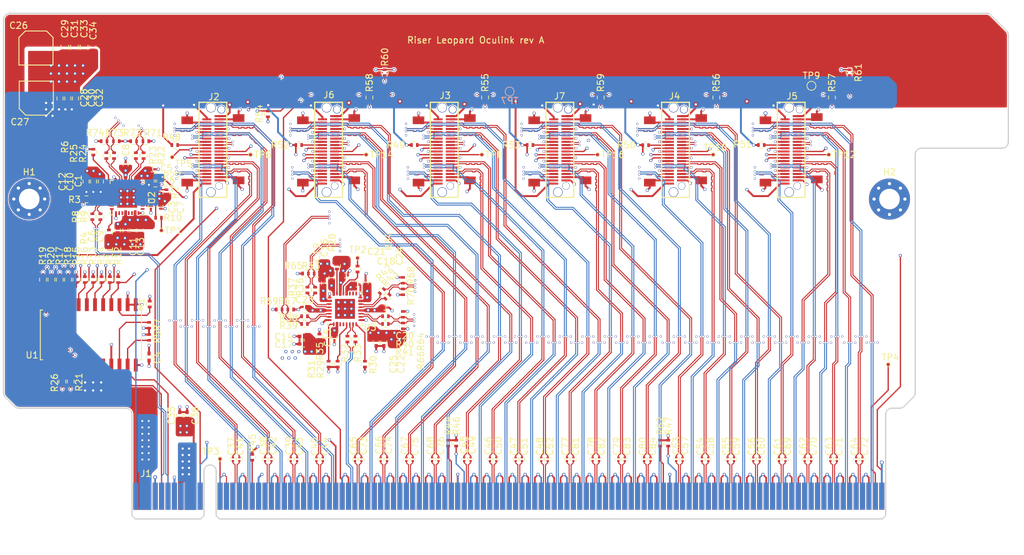
<source format=kicad_pcb>
(kicad_pcb (version 20171130) (host pcbnew "(5.1.6)-1")
  (layers (0 F.Cu signal) (1 GND1.Cu power hide) (2 In2.Cu signal) (3 In3.Cu signal) (4 GND2.Cu power hide) (31 B.Cu signal) (34 B.Paste user) (35 F.Paste user) (36 B.SilkS user) (37 F.SilkS user) (38 B.Mask user) (39 F.Mask user) (44 Edge.Cuts user))
  (net 0 "")
  (net 1 GND)
  (net 2 +12V)
  (net 3 +3V3)
  (net 4 +3.3Vaux)
  (net 5 "Net-(J1-PadB114)")
  (net 6 "Net-(J1-PadA14)")
  (net 7 "Net-(J1-PadA13)")
  (net 8 "Net-(J1-PadB31)")
  (net 9 "Net-(J1-PadA19)")
  (net 10 "Net-(J4-PadA9)")
  (net 11 "Net-(J4-PadB13)")
  (net 12 "Net-(J3-PadA9)")
  (net 13 "Net-(J3-PadB13)")
  (net 14 "Net-(J2-PadA9)")
  (net 15 "Net-(J2-PadB13)")
  (net 16 "Net-(J5-PadA9)")
  (net 17 "Net-(J5-PadB13)")
  (net 18 "Net-(J6-PadB13)")
  (net 19 "Net-(J6-PadA9)")
  (net 20 "Net-(J7-PadB13)")
  (net 21 "Net-(J7-PadA9)")
  (net 22 +3.3VP)
  (net 23 "/Oculink connectors/Oculink_0_C_x4_TX0+")
  (net 24 Oculink_0_x4_TX0+)
  (net 25 "/Oculink connectors/Oculink_0_C_x4_TX1+")
  (net 26 Oculink_0_x4_TX1+)
  (net 27 "/Oculink connectors/Oculink_0_C_x4_TX2+")
  (net 28 Oculink_0_x4_TX2+)
  (net 29 Oculink_0_x4_TX3+)
  (net 30 "/Oculink connectors/Oculink_0_C_x4_TX3+")
  (net 31 Oculink_0_x4_TX0-)
  (net 32 "/Oculink connectors/Oculink_0_C_x4_TX0-")
  (net 33 Oculink_0_x4_TX1-)
  (net 34 "/Oculink connectors/Oculink_0_C_x4_TX1-")
  (net 35 "/Oculink connectors/Oculink_0_C_x4_TX2-")
  (net 36 Oculink_0_x4_TX2-)
  (net 37 "/Oculink connectors/Oculink_0_C_x4_TX3-")
  (net 38 Oculink_0_x4_TX3-)
  (net 39 Oculink_2_x4_TX0+)
  (net 40 "/Oculink connectors/Oculink_2_C_x4_TX0+")
  (net 41 "/Oculink connectors/Oculink_2_C_x4_TX1+")
  (net 42 Oculink_2_x4_TX1+)
  (net 43 "/Oculink connectors/Oculink_2_C_x4_TX2+")
  (net 44 Oculink_2_x4_TX2+)
  (net 45 "/Oculink connectors/Oculink_2_C_x4_TX3+")
  (net 46 Oculink_2_x4_TX3+)
  (net 47 Oculink_2_x4_TX0-)
  (net 48 "/Oculink connectors/Oculink_2_C_x4_TX0-")
  (net 49 Oculink_2_x4_TX1-)
  (net 50 "/Oculink connectors/Oculink_2_C_x4_TX1-")
  (net 51 Oculink_2_x4_TX2-)
  (net 52 "/Oculink connectors/Oculink_2_C_x4_TX2-")
  (net 53 Oculink_2_x4_TX3-)
  (net 54 "/Oculink connectors/Oculink_2_C_x4_TX3-")
  (net 55 "/Oculink connectors/Oculink_4_C_x4_TX0+")
  (net 56 Oculink_4_x4_TX0+)
  (net 57 "/Oculink connectors/Oculink_4_C_x4_TX1+")
  (net 58 Oculink_4_x4_TX1+)
  (net 59 "/Oculink connectors/Oculink_4_C_x4_TX2+")
  (net 60 Oculink_4_x4_TX2+)
  (net 61 "/Oculink connectors/Oculink_4_C_x4_TX3+")
  (net 62 Oculink_4_x4_TX3+)
  (net 63 Oculink_4_x4_TX0-)
  (net 64 "/Oculink connectors/Oculink_4_C_x4_TX0-")
  (net 65 Oculink_4_x4_TX1-)
  (net 66 "/Oculink connectors/Oculink_4_C_x4_TX1-")
  (net 67 Oculink_4_x4_TX2-)
  (net 68 "/Oculink connectors/Oculink_4_C_x4_TX2-")
  (net 69 Oculink_4_x4_TX3-)
  (net 70 "/Oculink connectors/Oculink_4_C_x4_TX3-")
  (net 71 Oculink_5_x4_TX0+)
  (net 72 "/Oculink connectors/Oculink_5_C_x4_TX0+")
  (net 73 Oculink_5_x4_TX1+)
  (net 74 "/Oculink connectors/Oculink_5_C_x4_TX1+")
  (net 75 Oculink_5_x4_TX2+)
  (net 76 "/Oculink connectors/Oculink_5_C_x4_TX2+")
  (net 77 Oculink_5_x4_TX3+)
  (net 78 "/Oculink connectors/Oculink_5_C_x4_TX3+")
  (net 79 "/Oculink connectors/Oculink_1_C_x4_TX0+")
  (net 80 Oculink_1_x4_TX0+)
  (net 81 "/Oculink connectors/Oculink_1_C_x4_TX1+")
  (net 82 Oculink_1_x4_TX1+)
  (net 83 "/Oculink connectors/Oculink_1_C_x4_TX2+")
  (net 84 Oculink_1_x4_TX2+)
  (net 85 "/Oculink connectors/Oculink_1_C_x4_TX3+")
  (net 86 Oculink_1_x4_TX3+)
  (net 87 "/Oculink connectors/Oculink_5_C_x4_TX0-")
  (net 88 Oculink_5_x4_TX0-)
  (net 89 "/Oculink connectors/Oculink_5_C_x4_TX1-")
  (net 90 Oculink_5_x4_TX1-)
  (net 91 "/Oculink connectors/Oculink_5_C_x4_TX2-")
  (net 92 Oculink_5_x4_TX2-)
  (net 93 "/Oculink connectors/Oculink_5_C_x4_TX3-")
  (net 94 Oculink_5_x4_TX3-)
  (net 95 Oculink_1_x4_TX0-)
  (net 96 "/Oculink connectors/Oculink_1_C_x4_TX0-")
  (net 97 Oculink_1_x4_TX1-)
  (net 98 "/Oculink connectors/Oculink_1_C_x4_TX1-")
  (net 99 Oculink_1_x4_TX2-)
  (net 100 "/Oculink connectors/Oculink_1_C_x4_TX2-")
  (net 101 "/Oculink connectors/Oculink_1_C_x4_TX3-")
  (net 102 Oculink_1_x4_TX3-)
  (net 103 Oculink_3_x4_TX0+)
  (net 104 "/Oculink connectors/Oculink_3_C_x4_TX0+")
  (net 105 "/Oculink connectors/Oculink_3_C_x4_TX1+")
  (net 106 Oculink_3_x4_TX1+)
  (net 107 Oculink_3_x4_TX2+)
  (net 108 "/Oculink connectors/Oculink_3_C_x4_TX2+")
  (net 109 Oculink_3_x4_TX3+)
  (net 110 "/Oculink connectors/Oculink_3_C_x4_TX3+")
  (net 111 Oculink_3_x4_TX0-)
  (net 112 "/Oculink connectors/Oculink_3_C_x4_TX0-")
  (net 113 "/Oculink connectors/Oculink_3_C_x4_TX1-")
  (net 114 Oculink_3_x4_TX1-)
  (net 115 "/Oculink connectors/Oculink_3_C_x4_TX2-")
  (net 116 Oculink_3_x4_TX2-)
  (net 117 "/Oculink connectors/Oculink_3_C_x4_TX3-")
  (net 118 Oculink_3_x4_TX3-)
  (net 119 "Net-(J1-PadB81)")
  (net 120 "/PCIe x24/PCIE_SLOT1_PRSNT_x1x4")
  (net 121 "Net-(J1-PadB12)")
  (net 122 "/PCIe x24/PRSNT1#")
  (net 123 "/PCIe x24/PCIE_SLOT0_PRSNT_x4")
  (net 124 SMB_DATA)
  (net 125 "Net-(J1-PadB9)")
  (net 126 SMB_CLK)
  (net 127 IRQ_LVC_WAKE_N)
  (net 128 "Net-(J1-PadB115)")
  (net 129 CLK100_SLOT0+)
  (net 130 CLK100_SLOT0-)
  (net 131 "Net-(J1-PadA8)")
  (net 132 RST_PERST0_N)
  (net 133 Oculink_0_x4_RX0+)
  (net 134 Oculink_0_x4_RX0-)
  (net 135 Oculink_0_x4_RX1+)
  (net 136 Oculink_0_x4_RX1-)
  (net 137 Oculink_0_x4_RX2+)
  (net 138 Oculink_0_x4_RX2-)
  (net 139 Oculink_0_x4_RX3+)
  (net 140 Oculink_0_x4_RX3-)
  (net 141 CLK100_SLOT1+)
  (net 142 CLK100_SLOT1-)
  (net 143 Oculink_1_x4_RX0+)
  (net 144 Oculink_1_x4_RX0-)
  (net 145 Oculink_1_x4_RX1+)
  (net 146 Oculink_1_x4_RX1-)
  (net 147 Oculink_1_x4_RX2+)
  (net 148 Oculink_1_x4_RX2-)
  (net 149 Oculink_1_x4_RX3+)
  (net 150 Oculink_1_x4_RX3-)
  (net 151 "/PCIe x24/SLOT0_CONFIG")
  (net 152 Oculink_2_x4_RX0+)
  (net 153 Oculink_2_x4_RX0-)
  (net 154 Oculink_2_x4_RX1+)
  (net 155 Oculink_2_x4_RX1-)
  (net 156 Oculink_2_x4_RX2+)
  (net 157 Oculink_2_x4_RX2-)
  (net 158 Oculink_2_x4_RX3+)
  (net 159 Oculink_2_x4_RX3-)
  (net 160 Oculink_3_x4_RX0+)
  (net 161 Oculink_3_x4_RX0-)
  (net 162 Oculink_3_x4_RX1+)
  (net 163 Oculink_3_x4_RX1-)
  (net 164 Oculink_3_x4_RX2+)
  (net 165 Oculink_3_x4_RX2-)
  (net 166 Oculink_3_x4_RX3+)
  (net 167 Oculink_3_x4_RX3-)
  (net 168 "/PCIe x24/SLOT1_CONFIG")
  (net 169 Oculink_4_x4_RX0+)
  (net 170 Oculink_4_x4_RX0-)
  (net 171 Oculink_4_x4_RX1+)
  (net 172 Oculink_4_x4_RX1-)
  (net 173 Oculink_4_x4_RX2+)
  (net 174 Oculink_4_x4_RX2-)
  (net 175 Oculink_4_x4_RX3+)
  (net 176 Oculink_4_x4_RX3-)
  (net 177 Oculink_5_x4_RX0+)
  (net 178 Oculink_5_x4_RX0-)
  (net 179 Oculink_5_x4_RX1+)
  (net 180 Oculink_5_x4_RX1-)
  (net 181 Oculink_5_x4_RX2+)
  (net 182 Oculink_5_x4_RX2-)
  (net 183 Oculink_5_x4_RX3+)
  (net 184 Oculink_5_x4_RX3-)
  (net 185 Oculink_0_SDA)
  (net 186 Oculink_0_SCL)
  (net 187 Oculink_0_CLK100-)
  (net 188 Oculink_0_CLK100+)
  (net 189 "Net-(J2-PadA10)")
  (net 190 "Net-(J3-PadA10)")
  (net 191 Oculink_2_CLK100+)
  (net 192 Oculink_2_CLK100-)
  (net 193 Oculink_2_SCL)
  (net 194 Oculink_2_SDA)
  (net 195 Oculink_4_SDA)
  (net 196 Oculink_4_SCL)
  (net 197 Oculink_4_CLK100-)
  (net 198 Oculink_4_CLK100+)
  (net 199 "Net-(J4-PadA10)")
  (net 200 "Net-(J5-PadA10)")
  (net 201 Oculink_5_CLK100+)
  (net 202 Oculink_5_CLK100-)
  (net 203 Oculink_5_SCL)
  (net 204 Oculink_5_SDA)
  (net 205 Oculink_1_SDA)
  (net 206 Oculink_1_SCL)
  (net 207 Oculink_1_CLK100-)
  (net 208 Oculink_1_CLK100+)
  (net 209 "Net-(J6-PadA10)")
  (net 210 "Net-(J7-PadA10)")
  (net 211 Oculink_3_CLK100+)
  (net 212 Oculink_3_CLK100-)
  (net 213 Oculink_3_SCL)
  (net 214 Oculink_3_SDA)
  (net 215 "Net-(R1-Pad1)")
  (net 216 "Net-(R2-Pad1)")
  (net 217 "Net-(R3-Pad2)")
  (net 218 "Net-(R4-Pad2)")
  (net 219 "Net-(R6-Pad2)")
  (net 220 "/CLK and I2C buffer/CLK100_R_SLOT0+")
  (net 221 "/CLK and I2C buffer/CLK100_R_SLOT0-")
  (net 222 "Net-(R10-Pad2)")
  (net 223 "Net-(R10-Pad1)")
  (net 224 "/CLK and I2C buffer/Oculink_0_R_CLK100+")
  (net 225 "/CLK and I2C buffer/Oculink_0_R_CLK100-")
  (net 226 "/CLK and I2C buffer/Oculink_1_R_CLK100+")
  (net 227 "/CLK and I2C buffer/Oculink_1_R_CLK100-")
  (net 228 "Net-(R28-Pad1)")
  (net 229 "Net-(R29-Pad2)")
  (net 230 "Net-(R30-Pad2)")
  (net 231 "Net-(R31-Pad2)")
  (net 232 "/CLK and I2C buffer/CLK100_R_SLOT1+")
  (net 233 "/CLK and I2C buffer/CLK100_R_SLOT1-")
  (net 234 "Net-(R34-Pad1)")
  (net 235 "Net-(R34-Pad2)")
  (net 236 "/CLK and I2C buffer/Oculink_2_R_CLK100+")
  (net 237 "/CLK and I2C buffer/Oculink_2_R_CLK100-")
  (net 238 "/CLK and I2C buffer/Oculink_3_R_CLK100+")
  (net 239 "/CLK and I2C buffer/Oculink_3_R_CLK100-")
  (net 240 "/CLK and I2C buffer/Oculink_4_R_CLK100+")
  (net 241 "/CLK and I2C buffer/Oculink_4_R_CLK100-")
  (net 242 "/CLK and I2C buffer/Oculink_5_R_CLK100+")
  (net 243 "/CLK and I2C buffer/Oculink_5_R_CLK100-")
  (net 244 "Net-(U1-Pad17)")
  (net 245 "Net-(U2-Pad11)")
  (net 246 "Net-(U2-Pad12)")
  (net 247 "Net-(U2-Pad18)")
  (net 248 "Net-(U2-Pad19)")
  (net 249 "Net-(U2-Pad21)")
  (net 250 "Net-(U2-Pad22)")
  (net 251 "Net-(U2-Pad25)")
  (net 252 "Net-(U2-Pad26)")
  (net 253 "Net-(U2-Pad27)")
  (net 254 "Net-(U3-Pad27)")
  (net 255 "Net-(U3-Pad26)")
  (net 256 "Net-(U3-Pad25)")
  (net 257 "Net-(U3-Pad12)")
  (net 258 "Net-(U3-Pad11)")
  (net 259 "Net-(U1-Pad20)")
  (net 260 "Net-(U1-Pad19)")
  (net 261 "Net-(U1-Pad18)")
  (module Resistors_SMD:R_0402 (layer F.Cu) (at 133.3 83.2 90)
    (fp_text reference R30 (at -0.1 1.3 90) (layer F.SilkS))
    (fp_text value 2.2k)
    (pad 2 smd rect (at 0.45 0 90) (size 0.4 0.6) (layers F.Cu F.Paste F.Mask) (net 230 "Net-(R30-Pad2)"))
    (pad 1 smd rect (at -0.45 0 90) (size 0.4 0.6) (layers F.Cu F.Paste F.Mask) (net 1 GND))
  )
  (module Capacitors_SMD:C_0201 (layer F.Cu) (at 92.2 54.775 90)
    (fp_text reference C1 (at 0.075 -3.5 90) (layer F.SilkS))
    (fp_text value 0.01u)
    (pad 1 smd rect (at -0.28 0 90) (size 0.3 0.35) (layers F.Cu F.Paste F.Mask) (net 3 +3V3))
    (pad 2 smd rect (at 0.28 0 90) (size 0.3 0.35) (layers F.Cu F.Paste F.Mask) (net 1 GND))
  )
  (module Capacitors_SMD:C_0201 (layer F.Cu) (at 100.7 55.225)
    (fp_text reference C2 (at 2.1 -0.125) (layer F.SilkS))
    (fp_text value 0.01u)
    (pad 1 smd rect (at -0.28 0) (size 0.3 0.35) (layers F.Cu F.Paste F.Mask) (net 3 +3V3))
    (pad 2 smd rect (at 0.28 0) (size 0.3 0.35) (layers F.Cu F.Paste F.Mask) (net 1 GND))
  )
  (module Capacitors_SMD:C_0201 (layer F.Cu) (at 99.975 58.725 270)
    (fp_text reference C3 (at 0.075 -3.325 90) (layer F.SilkS))
    (fp_text value 0.01u)
    (pad 1 smd rect (at -0.28 0 270) (size 0.3 0.35) (layers F.Cu F.Paste F.Mask) (net 3 +3V3))
    (pad 2 smd rect (at 0.28 0 270) (size 0.3 0.35) (layers F.Cu F.Paste F.Mask) (net 1 GND))
  )
  (module Capacitors_SMD:C_0402 (layer F.Cu) (at 99.7 82.1 90)
    (fp_text reference C4 (at -0.1 1.3 90) (layer F.SilkS))
    (fp_text value "1u 10V")
    (pad 2 smd rect (at 0.55 0 90) (size 0.6 0.5) (layers F.Cu F.Paste F.Mask) (net 1 GND))
    (pad 1 smd rect (at -0.55 0 90) (size 0.6 0.5) (layers F.Cu F.Paste F.Mask) (net 4 +3.3Vaux))
  )
  (module Capacitors_SMD:C_0201 (layer F.Cu) (at 100.225 52.875 180)
    (fp_text reference C5 (at -2.175 0.175) (layer F.SilkS))
    (fp_text value 0.01u)
    (pad 2 smd rect (at 0.28 0 180) (size 0.3 0.35) (layers F.Cu F.Paste F.Mask) (net 22 +3.3VP))
    (pad 1 smd rect (at -0.28 0 180) (size 0.3 0.35) (layers F.Cu F.Paste F.Mask) (net 1 GND))
  )
  (module Capacitors_SMD:C_0201 (layer F.Cu) (at 94.825 62.4 90)
    (fp_text reference C6 (at -0.9 -4.025 90) (layer F.SilkS))
    (fp_text value 0.01u)
    (pad 2 smd rect (at 0.28 0 90) (size 0.3 0.35) (layers F.Cu F.Paste F.Mask) (net 22 +3.3VP))
    (pad 1 smd rect (at -0.28 0 90) (size 0.3 0.35) (layers F.Cu F.Paste F.Mask) (net 1 GND))
  )
  (module Capacitors_SMD:C_0201 (layer F.Cu) (at 101.45 58.725 90)
    (fp_text reference C7 (at -0.075 3.15 90) (layer F.SilkS))
    (fp_text value 0.01u)
    (pad 2 smd rect (at 0.28 0 90) (size 0.3 0.35) (layers F.Cu F.Paste F.Mask) (net 22 +3.3VP))
    (pad 1 smd rect (at -0.28 0 90) (size 0.3 0.35) (layers F.Cu F.Paste F.Mask) (net 1 GND))
  )
  (module Capacitors_SMD:C_0201 (layer F.Cu) (at 96.05 52.1 270)
    (fp_text reference C8 (at -2.2 -0.05 90) (layer F.SilkS))
    (fp_text value 0.01u)
    (pad 1 smd rect (at -0.28 0 270) (size 0.3 0.35) (layers F.Cu F.Paste F.Mask) (net 1 GND))
    (pad 2 smd rect (at 0.28 0 270) (size 0.3 0.35) (layers F.Cu F.Paste F.Mask) (net 22 +3.3VP))
  )
  (module Capacitors_SMD:C_0201 (layer F.Cu) (at 96.025 62.4 90)
    (fp_text reference C9 (at -0.9 -3.925 90) (layer F.SilkS))
    (fp_text value 0.01u)
    (pad 1 smd rect (at -0.28 0 90) (size 0.3 0.35) (layers F.Cu F.Paste F.Mask) (net 1 GND))
    (pad 2 smd rect (at 0.28 0 90) (size 0.3 0.35) (layers F.Cu F.Paste F.Mask) (net 22 +3.3VP))
  )
  (module Capacitors_SMD:C_0402 (layer F.Cu) (at 91.05 54.775 90)
    (fp_text reference C10 (at -0.025 -3.65 90) (layer F.SilkS))
    (fp_text value "10u 10V")
    (pad 2 smd rect (at 0.55 0 90) (size 0.6 0.5) (layers F.Cu F.Paste F.Mask) (net 1 GND))
    (pad 1 smd rect (at -0.55 0 90) (size 0.6 0.5) (layers F.Cu F.Paste F.Mask) (net 3 +3V3))
  )
  (module Capacitors_SMD:C_0402 (layer F.Cu) (at 97.2 62.4 270)
    (fp_text reference C11 (at 2.5 0 90) (layer F.SilkS))
    (fp_text value "10u 10V")
    (pad 1 smd rect (at -0.55 0 270) (size 0.6 0.5) (layers F.Cu F.Paste F.Mask) (net 22 +3.3VP))
    (pad 2 smd rect (at 0.55 0 270) (size 0.6 0.5) (layers F.Cu F.Paste F.Mask) (net 1 GND))
  )
  (module Capacitors_SMD:C_0402 (layer F.Cu) (at 89.9 54.775 90)
    (fp_text reference C12 (at -0.025 -3.7 90) (layer F.SilkS))
    (fp_text value "1u 10V")
    (pad 2 smd rect (at 0.55 0 90) (size 0.6 0.5) (layers F.Cu F.Paste F.Mask) (net 1 GND))
    (pad 1 smd rect (at -0.55 0 90) (size 0.6 0.5) (layers F.Cu F.Paste F.Mask) (net 3 +3V3))
  )
  (module Capacitors_SMD:C_0402 (layer F.Cu) (at 98.35 62.4 270)
    (fp_text reference C13 (at 2.5 -0.05 90) (layer F.SilkS))
    (fp_text value "1u 10V")
    (pad 2 smd rect (at 0.55 0 270) (size 0.6 0.5) (layers F.Cu F.Paste F.Mask) (net 1 GND))
    (pad 1 smd rect (at -0.55 0 270) (size 0.6 0.5) (layers F.Cu F.Paste F.Mask) (net 22 +3.3VP))
  )
  (module Capacitors_SMD:C_0402 (layer F.Cu) (at 123.675 78.875 180)
    (fp_text reference C14 (at 3 -0.07) (layer F.SilkS))
    (fp_text value "10u 10V")
    (pad 2 smd rect (at 0.55 0 180) (size 0.6 0.5) (layers F.Cu F.Paste F.Mask) (net 1 GND))
    (pad 1 smd rect (at -0.55 0 180) (size 0.6 0.5) (layers F.Cu F.Paste F.Mask) (net 3 +3V3))
  )
  (module Capacitors_SMD:C_0201 (layer F.Cu) (at 128.55 79.15 270)
    (fp_text reference C15 (at -0.05 1.05 90) (layer F.SilkS))
    (fp_text value 0.01u)
    (pad 1 smd rect (at -0.28 0 270) (size 0.3 0.35) (layers F.Cu F.Paste F.Mask) (net 3 +3V3))
    (pad 2 smd rect (at 0.28 0 270) (size 0.3 0.35) (layers F.Cu F.Paste F.Mask) (net 1 GND))
  )
  (module Capacitors_SMD:C_0201 (layer F.Cu) (at 128.1 69.75 90)
    (fp_text reference C16 (at 4.65 -1.1 90) (layer F.SilkS))
    (fp_text value 0.01u)
    (pad 1 smd rect (at -0.28 0 90) (size 0.3 0.35) (layers F.Cu F.Paste F.Mask) (net 3 +3V3))
    (pad 2 smd rect (at 0.28 0 90) (size 0.3 0.35) (layers F.Cu F.Paste F.Mask) (net 1 GND))
  )
  (module Capacitors_SMD:C_0402 (layer F.Cu) (at 123.675 80.075 180)
    (fp_text reference C17 (at 3 -0.07) (layer F.SilkS))
    (fp_text value "1u 10V")
    (pad 1 smd rect (at -0.55 0 180) (size 0.6 0.5) (layers F.Cu F.Paste F.Mask) (net 3 +3V3))
    (pad 2 smd rect (at 0.55 0 180) (size 0.6 0.5) (layers F.Cu F.Paste F.Mask) (net 1 GND))
  )
  (module Capacitors_SMD:C_0201 (layer F.Cu) (at 132.15 70.8)
    (fp_text reference C18 (at 4.45 -3.6) (layer F.SilkS))
    (fp_text value 0.01u)
    (pad 2 smd rect (at 0.28 0) (size 0.3 0.35) (layers F.Cu F.Paste F.Mask) (net 1 GND))
    (pad 1 smd rect (at -0.28 0) (size 0.3 0.35) (layers F.Cu F.Paste F.Mask) (net 3 +3V3))
  )
  (module Capacitors_SMD:C_0201 (layer F.Cu) (at 126.95 70.6 270)
    (fp_text reference C19 (at -4.8 1.15 90) (layer F.SilkS))
    (fp_text value 0.01u)
    (pad 2 smd rect (at 0.28 0 270) (size 0.3 0.35) (layers F.Cu F.Paste F.Mask) (net 22 +3.3VP))
    (pad 1 smd rect (at -0.28 0 270) (size 0.3 0.35) (layers F.Cu F.Paste F.Mask) (net 1 GND))
  )
  (module Capacitors_SMD:C_0201 (layer F.Cu) (at 136.5 74.4 180)
    (fp_text reference C20 (at -3 -4.4) (layer F.SilkS))
    (fp_text value 0.01u)
    (pad 2 smd rect (at 0.28 0 180) (size 0.3 0.35) (layers F.Cu F.Paste F.Mask) (net 22 +3.3VP))
    (pad 1 smd rect (at -0.28 0 180) (size 0.3 0.35) (layers F.Cu F.Paste F.Mask) (net 1 GND))
  )
  (module Capacitors_SMD:C_0201 (layer F.Cu) (at 130.35 69.4 180)
    (fp_text reference C21 (at -4.75 3.7) (layer F.SilkS))
    (fp_text value 0.01u)
    (pad 2 smd rect (at 0.28 0 180) (size 0.3 0.35) (layers F.Cu F.Paste F.Mask) (net 22 +3.3VP))
    (pad 1 smd rect (at -0.28 0 180) (size 0.3 0.35) (layers F.Cu F.Paste F.Mask) (net 1 GND))
  )
  (module Capacitors_SMD:C_0402 (layer F.Cu) (at 136.25 79.825 270)
    (fp_text reference C22 (at 3.4 -2.67 90) (layer F.SilkS))
    (fp_text value "10u 10V")
    (pad 2 smd rect (at 0.55 0 270) (size 0.6 0.5) (layers F.Cu F.Paste F.Mask) (net 1 GND))
    (pad 1 smd rect (at -0.55 0 270) (size 0.6 0.5) (layers F.Cu F.Paste F.Mask) (net 22 +3.3VP))
  )
  (module Capacitors_SMD:C_0201 (layer F.Cu) (at 123.9 74.3)
    (fp_text reference C23 (at 0 -1.1) (layer F.SilkS))
    (fp_text value 0.01u)
    (pad 1 smd rect (at -0.28 0) (size 0.3 0.35) (layers F.Cu F.Paste F.Mask) (net 1 GND))
    (pad 2 smd rect (at 0.28 0) (size 0.3 0.35) (layers F.Cu F.Paste F.Mask) (net 22 +3.3VP))
  )
  (module Capacitors_SMD:C_0201 (layer F.Cu) (at 133.4 70.5 270)
    (fp_text reference C24 (at -4.1 -5.3 90) (layer F.SilkS))
    (fp_text value 0.01u)
    (pad 1 smd rect (at -0.28 0 270) (size 0.3 0.35) (layers F.Cu F.Paste F.Mask) (net 1 GND))
    (pad 2 smd rect (at 0.28 0 270) (size 0.3 0.35) (layers F.Cu F.Paste F.Mask) (net 22 +3.3VP))
  )
  (module Capacitors_SMD:C_0402 (layer F.Cu) (at 135.05 79.825 270)
    (fp_text reference C25 (at 3.4 -2.67 90) (layer F.SilkS))
    (fp_text value "1u 10V")
    (pad 1 smd rect (at -0.55 0 270) (size 0.6 0.5) (layers F.Cu F.Paste F.Mask) (net 22 +3.3VP))
    (pad 2 smd rect (at 0.55 0 270) (size 0.6 0.5) (layers F.Cu F.Paste F.Mask) (net 1 GND))
  )
  (module Capacitors_SMD:C_0402 (layer F.Cu) (at 85.85 41.85 90)
    (fp_text reference C28 (at 0.1 3.73 90) (layer F.SilkS))
    (fp_text value "1u 10V")
    (pad 1 smd rect (at -0.55 0 90) (size 0.6 0.5) (layers F.Cu F.Paste F.Mask) (net 3 +3V3))
    (pad 2 smd rect (at 0.55 0 90) (size 0.6 0.5) (layers F.Cu F.Paste F.Mask) (net 1 GND))
  )
  (module Capacitors_SMD:C_0603 (layer F.Cu) (at 86.6 33.9 270)
    (fp_text reference C29 (at -2.9 0 90) (layer F.SilkS))
    (fp_text value "1u 25V")
    (pad 1 smd rect (at -0.75 0 270) (size 0.8 0.75) (layers F.Cu F.Paste F.Mask) (net 2 +12V))
    (pad 2 smd rect (at 0.75 0 270) (size 0.8 0.75) (layers F.Cu F.Paste F.Mask) (net 1 GND))
  )
  (module Capacitors_SMD:C_0402 (layer F.Cu) (at 87.05 41.85 90)
    (fp_text reference C30 (at 0.1 3.73 90) (layer F.SilkS))
    (fp_text value "1u 10V")
    (pad 2 smd rect (at 0.55 0 90) (size 0.6 0.5) (layers F.Cu F.Paste F.Mask) (net 1 GND))
    (pad 1 smd rect (at -0.55 0 90) (size 0.6 0.5) (layers F.Cu F.Paste F.Mask) (net 3 +3V3))
  )
  (module Capacitors_SMD:C_0603 (layer F.Cu) (at 88.1 33.9 270)
    (fp_text reference C31 (at -2.9 0 90) (layer F.SilkS))
    (fp_text value "1u 25V")
    (pad 2 smd rect (at 0.75 0 270) (size 0.8 0.75) (layers F.Cu F.Paste F.Mask) (net 1 GND))
    (pad 1 smd rect (at -0.75 0 270) (size 0.8 0.75) (layers F.Cu F.Paste F.Mask) (net 2 +12V))
  )
  (module Capacitors_SMD:C_0402 (layer F.Cu) (at 88.25 41.85 90)
    (fp_text reference C32 (at 0.1 3.73 90) (layer F.SilkS))
    (fp_text value "0.1u 10V")
    (pad 1 smd rect (at -0.55 0 90) (size 0.6 0.5) (layers F.Cu F.Paste F.Mask) (net 3 +3V3))
    (pad 2 smd rect (at 0.55 0 90) (size 0.6 0.5) (layers F.Cu F.Paste F.Mask) (net 1 GND))
  )
  (module Capacitors_SMD:C_0603 (layer F.Cu) (at 89.6 33.9 270)
    (fp_text reference C33 (at -2.9 0 90) (layer F.SilkS))
    (fp_text value "1u 25V")
    (pad 1 smd rect (at -0.75 0 270) (size 0.8 0.75) (layers F.Cu F.Paste F.Mask) (net 2 +12V))
    (pad 2 smd rect (at 0.75 0 270) (size 0.8 0.75) (layers F.Cu F.Paste F.Mask) (net 1 GND))
  )
  (module Capacitors_SMD:C_0402 (layer F.Cu) (at 90.95 33.9 270)
    (fp_text reference C34 (at -2.6 -0.05 90) (layer F.SilkS))
    (fp_text value "0.1u 25V")
    (pad 2 smd rect (at 0.55 0 270) (size 0.6 0.5) (layers F.Cu F.Paste F.Mask) (net 1 GND))
    (pad 1 smd rect (at -0.55 0 270) (size 0.6 0.5) (layers F.Cu F.Paste F.Mask) (net 2 +12V))
  )
  (module Capacitors_SMD:C_0402 (layer F.Cu) (at 104.475 91.225 90)
    (fp_text reference C35 (at 0 -1.27 90) (layer F.SilkS))
    (fp_text value "1u 10V")
    (pad 1 smd rect (at -0.55 0 90) (size 0.6 0.5) (layers F.Cu F.Paste F.Mask) (net 4 +3.3Vaux))
    (pad 2 smd rect (at 0.55 0 90) (size 0.6 0.5) (layers F.Cu F.Paste F.Mask) (net 1 GND))
  )
  (module Capacitors_SMD:C_0402 (layer F.Cu) (at 105.625 91.225 90)
    (fp_text reference C36 (at 0 1.275 90) (layer F.SilkS))
    (fp_text value "0.1u 10V")
    (pad 1 smd rect (at -0.55 0 90) (size 0.6 0.5) (layers F.Cu F.Paste F.Mask) (net 4 +3.3Vaux))
    (pad 2 smd rect (at 0.55 0 90) (size 0.6 0.5) (layers F.Cu F.Paste F.Mask) (net 1 GND))
  )
  (module Capacitors_SMD:C_0201 (layer F.Cu) (at 112.75 98 90)
    (fp_text reference C37 (at 2 -0.25 90) (layer F.SilkS))
    (fp_text value 0.22u)
    (pad 2 smd rect (at 0.28 0 90) (size 0.3 0.35) (layers F.Cu F.Paste F.Mask) (net 23 "/Oculink connectors/Oculink_0_C_x4_TX0+"))
    (pad 1 smd rect (at -0.28 0 90) (size 0.3 0.35) (layers F.Cu F.Paste F.Mask) (net 24 Oculink_0_x4_TX0+))
  )
  (module Capacitors_SMD:C_0201 (layer F.Cu) (at 117.75 98 90)
    (fp_text reference C38 (at 2.1 -0.25 90) (layer F.SilkS))
    (fp_text value 0.22u)
    (pad 2 smd rect (at 0.28 0 90) (size 0.3 0.35) (layers F.Cu F.Paste F.Mask) (net 25 "/Oculink connectors/Oculink_0_C_x4_TX1+"))
    (pad 1 smd rect (at -0.28 0 90) (size 0.3 0.35) (layers F.Cu F.Paste F.Mask) (net 26 Oculink_0_x4_TX1+))
  )
  (module Capacitors_SMD:C_0201 (layer F.Cu) (at 121.75 98 90)
    (fp_text reference C39 (at 2.1 -0.25 90) (layer F.SilkS))
    (fp_text value 0.22u)
    (pad 2 smd rect (at 0.28 0 90) (size 0.3 0.35) (layers F.Cu F.Paste F.Mask) (net 27 "/Oculink connectors/Oculink_0_C_x4_TX2+"))
    (pad 1 smd rect (at -0.28 0 90) (size 0.3 0.35) (layers F.Cu F.Paste F.Mask) (net 28 Oculink_0_x4_TX2+))
  )
  (module Capacitors_SMD:C_0201 (layer F.Cu) (at 125.75 98 90)
    (fp_text reference C40 (at 2 -0.25 90) (layer F.SilkS))
    (fp_text value 0.22u)
    (pad 1 smd rect (at -0.28 0 90) (size 0.3 0.35) (layers F.Cu F.Paste F.Mask) (net 29 Oculink_0_x4_TX3+))
    (pad 2 smd rect (at 0.28 0 90) (size 0.3 0.35) (layers F.Cu F.Paste F.Mask) (net 30 "/Oculink connectors/Oculink_0_C_x4_TX3+"))
  )
  (module Capacitors_SMD:C_0201 (layer F.Cu) (at 113.75 98 90)
    (fp_text reference C41 (at 2 0.15 90) (layer F.SilkS))
    (fp_text value 0.22u)
    (pad 1 smd rect (at -0.28 0 90) (size 0.3 0.35) (layers F.Cu F.Paste F.Mask) (net 31 Oculink_0_x4_TX0-))
    (pad 2 smd rect (at 0.28 0 90) (size 0.3 0.35) (layers F.Cu F.Paste F.Mask) (net 32 "/Oculink connectors/Oculink_0_C_x4_TX0-"))
  )
  (module Capacitors_SMD:C_0201 (layer F.Cu) (at 118.75 98 90)
    (fp_text reference C42 (at 2.1 0.25 90) (layer F.SilkS))
    (fp_text value 0.22u)
    (pad 1 smd rect (at -0.28 0 90) (size 0.3 0.35) (layers F.Cu F.Paste F.Mask) (net 33 Oculink_0_x4_TX1-))
    (pad 2 smd rect (at 0.28 0 90) (size 0.3 0.35) (layers F.Cu F.Paste F.Mask) (net 34 "/Oculink connectors/Oculink_0_C_x4_TX1-"))
  )
  (module Capacitors_SMD:C_0201 (layer F.Cu) (at 122.75 98 90)
    (fp_text reference C43 (at 2 0.35 90) (layer F.SilkS))
    (fp_text value 0.22u)
    (pad 2 smd rect (at 0.28 0 90) (size 0.3 0.35) (layers F.Cu F.Paste F.Mask) (net 35 "/Oculink connectors/Oculink_0_C_x4_TX2-"))
    (pad 1 smd rect (at -0.28 0 90) (size 0.3 0.35) (layers F.Cu F.Paste F.Mask) (net 36 Oculink_0_x4_TX2-))
  )
  (module Capacitors_SMD:C_0201 (layer F.Cu) (at 126.75 98 90)
    (fp_text reference C44 (at 2 0.35 90) (layer F.SilkS))
    (fp_text value 0.22u)
    (pad 2 smd rect (at 0.28 0 90) (size 0.3 0.35) (layers F.Cu F.Paste F.Mask) (net 37 "/Oculink connectors/Oculink_0_C_x4_TX3-"))
    (pad 1 smd rect (at -0.28 0 90) (size 0.3 0.35) (layers F.Cu F.Paste F.Mask) (net 38 Oculink_0_x4_TX3-))
  )
  (module Capacitors_SMD:C_0201 (layer F.Cu) (at 148.75 98 90)
    (fp_text reference C45 (at 2.2 -0.05 90) (layer F.SilkS))
    (fp_text value 0.22u)
    (pad 1 smd rect (at -0.28 0 90) (size 0.3 0.35) (layers F.Cu F.Paste F.Mask) (net 39 Oculink_2_x4_TX0+))
    (pad 2 smd rect (at 0.28 0 90) (size 0.3 0.35) (layers F.Cu F.Paste F.Mask) (net 40 "/Oculink connectors/Oculink_2_C_x4_TX0+"))
  )
  (module Capacitors_SMD:C_0201 (layer F.Cu) (at 152.75 98 90)
    (fp_text reference C46 (at 2.1 -0.25 90) (layer F.SilkS))
    (fp_text value 0.22u)
    (pad 2 smd rect (at 0.28 0 90) (size 0.3 0.35) (layers F.Cu F.Paste F.Mask) (net 41 "/Oculink connectors/Oculink_2_C_x4_TX1+"))
    (pad 1 smd rect (at -0.28 0 90) (size 0.3 0.35) (layers F.Cu F.Paste F.Mask) (net 42 Oculink_2_x4_TX1+))
  )
  (module Capacitors_SMD:C_0201 (layer F.Cu) (at 156.75 98 90)
    (fp_text reference C47 (at 2 -0.25 90) (layer F.SilkS))
    (fp_text value 0.22u)
    (pad 2 smd rect (at 0.28 0 90) (size 0.3 0.35) (layers F.Cu F.Paste F.Mask) (net 43 "/Oculink connectors/Oculink_2_C_x4_TX2+"))
    (pad 1 smd rect (at -0.28 0 90) (size 0.3 0.35) (layers F.Cu F.Paste F.Mask) (net 44 Oculink_2_x4_TX2+))
  )
  (module Capacitors_SMD:C_0201 (layer F.Cu) (at 160.75 98 90)
    (fp_text reference C48 (at 2 -0.25 90) (layer F.SilkS))
    (fp_text value 0.22u)
    (pad 2 smd rect (at 0.28 0 90) (size 0.3 0.35) (layers F.Cu F.Paste F.Mask) (net 45 "/Oculink connectors/Oculink_2_C_x4_TX3+"))
    (pad 1 smd rect (at -0.28 0 90) (size 0.3 0.35) (layers F.Cu F.Paste F.Mask) (net 46 Oculink_2_x4_TX3+))
  )
  (module Capacitors_SMD:C_0201 (layer F.Cu) (at 149.75 98 90)
    (fp_text reference C49 (at 2.2 0.25 90) (layer F.SilkS))
    (fp_text value 0.22u)
    (pad 1 smd rect (at -0.28 0 90) (size 0.3 0.35) (layers F.Cu F.Paste F.Mask) (net 47 Oculink_2_x4_TX0-))
    (pad 2 smd rect (at 0.28 0 90) (size 0.3 0.35) (layers F.Cu F.Paste F.Mask) (net 48 "/Oculink connectors/Oculink_2_C_x4_TX0-"))
  )
  (module Capacitors_SMD:C_0201 (layer F.Cu) (at 153.75 98 90)
    (fp_text reference C50 (at 2.1 0.35 90) (layer F.SilkS))
    (fp_text value 0.22u)
    (pad 1 smd rect (at -0.28 0 90) (size 0.3 0.35) (layers F.Cu F.Paste F.Mask) (net 49 Oculink_2_x4_TX1-))
    (pad 2 smd rect (at 0.28 0 90) (size 0.3 0.35) (layers F.Cu F.Paste F.Mask) (net 50 "/Oculink connectors/Oculink_2_C_x4_TX1-"))
  )
  (module Capacitors_SMD:C_0201 (layer F.Cu) (at 157.75 98 90)
    (fp_text reference C51 (at 2 0.35 90) (layer F.SilkS))
    (fp_text value 0.22u)
    (pad 1 smd rect (at -0.28 0 90) (size 0.3 0.35) (layers F.Cu F.Paste F.Mask) (net 51 Oculink_2_x4_TX2-))
    (pad 2 smd rect (at 0.28 0 90) (size 0.3 0.35) (layers F.Cu F.Paste F.Mask) (net 52 "/Oculink connectors/Oculink_2_C_x4_TX2-"))
  )
  (module Capacitors_SMD:C_0201 (layer F.Cu) (at 161.75 98 90)
    (fp_text reference C52 (at 2 0.35 90) (layer F.SilkS))
    (fp_text value 0.22u)
    (pad 1 smd rect (at -0.28 0 90) (size 0.3 0.35) (layers F.Cu F.Paste F.Mask) (net 53 Oculink_2_x4_TX3-))
    (pad 2 smd rect (at 0.28 0 90) (size 0.3 0.35) (layers F.Cu F.Paste F.Mask) (net 54 "/Oculink connectors/Oculink_2_C_x4_TX3-"))
  )
  (module Capacitors_SMD:C_0201 (layer F.Cu) (at 181.75 98 90)
    (fp_text reference C53 (at 2.1 0.05 90) (layer F.SilkS))
    (fp_text value 0.22u)
    (pad 2 smd rect (at 0.28 0 90) (size 0.3 0.35) (layers F.Cu F.Paste F.Mask) (net 55 "/Oculink connectors/Oculink_4_C_x4_TX0+"))
    (pad 1 smd rect (at -0.28 0 90) (size 0.3 0.35) (layers F.Cu F.Paste F.Mask) (net 56 Oculink_4_x4_TX0+))
  )
  (module Capacitors_SMD:C_0201 (layer F.Cu) (at 185.75 98 90)
    (fp_text reference C54 (at 2 -0.25 90) (layer F.SilkS))
    (fp_text value 0.22u)
    (pad 2 smd rect (at 0.28 0 90) (size 0.3 0.35) (layers F.Cu F.Paste F.Mask) (net 57 "/Oculink connectors/Oculink_4_C_x4_TX1+"))
    (pad 1 smd rect (at -0.28 0 90) (size 0.3 0.35) (layers F.Cu F.Paste F.Mask) (net 58 Oculink_4_x4_TX1+))
  )
  (module Capacitors_SMD:C_0201 (layer F.Cu) (at 189.75 98 90)
    (fp_text reference C55 (at 2 -0.25 90) (layer F.SilkS))
    (fp_text value 0.22u)
    (pad 2 smd rect (at 0.28 0 90) (size 0.3 0.35) (layers F.Cu F.Paste F.Mask) (net 59 "/Oculink connectors/Oculink_4_C_x4_TX2+"))
    (pad 1 smd rect (at -0.28 0 90) (size 0.3 0.35) (layers F.Cu F.Paste F.Mask) (net 60 Oculink_4_x4_TX2+))
  )
  (module Capacitors_SMD:C_0201 (layer F.Cu) (at 193.75 98 90)
    (fp_text reference C56 (at 2 -0.25 90) (layer F.SilkS))
    (fp_text value 0.22u)
    (pad 2 smd rect (at 0.28 0 90) (size 0.3 0.35) (layers F.Cu F.Paste F.Mask) (net 61 "/Oculink connectors/Oculink_4_C_x4_TX3+"))
    (pad 1 smd rect (at -0.28 0 90) (size 0.3 0.35) (layers F.Cu F.Paste F.Mask) (net 62 Oculink_4_x4_TX3+))
  )
  (module Capacitors_SMD:C_0201 (layer F.Cu) (at 182.75 98 90)
    (fp_text reference C57 (at 2.1 0.35 90) (layer F.SilkS))
    (fp_text value 0.22u)
    (pad 1 smd rect (at -0.28 0 90) (size 0.3 0.35) (layers F.Cu F.Paste F.Mask) (net 63 Oculink_4_x4_TX0-))
    (pad 2 smd rect (at 0.28 0 90) (size 0.3 0.35) (layers F.Cu F.Paste F.Mask) (net 64 "/Oculink connectors/Oculink_4_C_x4_TX0-"))
  )
  (module Capacitors_SMD:C_0201 (layer F.Cu) (at 186.75 98 90)
    (fp_text reference C58 (at 2 0.35 90) (layer F.SilkS))
    (fp_text value 0.22u)
    (pad 1 smd rect (at -0.28 0 90) (size 0.3 0.35) (layers F.Cu F.Paste F.Mask) (net 65 Oculink_4_x4_TX1-))
    (pad 2 smd rect (at 0.28 0 90) (size 0.3 0.35) (layers F.Cu F.Paste F.Mask) (net 66 "/Oculink connectors/Oculink_4_C_x4_TX1-"))
  )
  (module Capacitors_SMD:C_0201 (layer F.Cu) (at 190.75 98 90)
    (fp_text reference C59 (at 2 0.35 90) (layer F.SilkS))
    (fp_text value 0.22u)
    (pad 1 smd rect (at -0.28 0 90) (size 0.3 0.35) (layers F.Cu F.Paste F.Mask) (net 67 Oculink_4_x4_TX2-))
    (pad 2 smd rect (at 0.28 0 90) (size 0.3 0.35) (layers F.Cu F.Paste F.Mask) (net 68 "/Oculink connectors/Oculink_4_C_x4_TX2-"))
  )
  (module Capacitors_SMD:C_0201 (layer F.Cu) (at 194.75 98 90)
    (fp_text reference C60 (at 2 0.25 90) (layer F.SilkS))
    (fp_text value 0.22u)
    (pad 1 smd rect (at -0.28 0 90) (size 0.3 0.35) (layers F.Cu F.Paste F.Mask) (net 69 Oculink_4_x4_TX3-))
    (pad 2 smd rect (at 0.28 0 90) (size 0.3 0.35) (layers F.Cu F.Paste F.Mask) (net 70 "/Oculink connectors/Oculink_4_C_x4_TX3-"))
  )
  (module Capacitors_SMD:C_0201 (layer F.Cu) (at 197.75 98 90)
    (fp_text reference C61 (at 2 -0.25 90) (layer F.SilkS))
    (fp_text value 0.22u)
    (pad 1 smd rect (at -0.28 0 90) (size 0.3 0.35) (layers F.Cu F.Paste F.Mask) (net 71 Oculink_5_x4_TX0+))
    (pad 2 smd rect (at 0.28 0 90) (size 0.3 0.35) (layers F.Cu F.Paste F.Mask) (net 72 "/Oculink connectors/Oculink_5_C_x4_TX0+"))
  )
  (module Capacitors_SMD:C_0201 (layer F.Cu) (at 201.75 98 90)
    (fp_text reference C62 (at 2 -0.25 90) (layer F.SilkS))
    (fp_text value 0.22u)
    (pad 1 smd rect (at -0.28 0 90) (size 0.3 0.35) (layers F.Cu F.Paste F.Mask) (net 73 Oculink_5_x4_TX1+))
    (pad 2 smd rect (at 0.28 0 90) (size 0.3 0.35) (layers F.Cu F.Paste F.Mask) (net 74 "/Oculink connectors/Oculink_5_C_x4_TX1+"))
  )
  (module Capacitors_SMD:C_0201 (layer F.Cu) (at 205.75 98 90)
    (fp_text reference C63 (at 2 -0.25 90) (layer F.SilkS))
    (fp_text value 0.22u)
    (pad 1 smd rect (at -0.28 0 90) (size 0.3 0.35) (layers F.Cu F.Paste F.Mask) (net 75 Oculink_5_x4_TX2+))
    (pad 2 smd rect (at 0.28 0 90) (size 0.3 0.35) (layers F.Cu F.Paste F.Mask) (net 76 "/Oculink connectors/Oculink_5_C_x4_TX2+"))
  )
  (module Capacitors_SMD:C_0201 (layer F.Cu) (at 209.75 98 90)
    (fp_text reference C64 (at 2 -0.25 90) (layer F.SilkS))
    (fp_text value 0.22u)
    (pad 1 smd rect (at -0.28 0 90) (size 0.3 0.35) (layers F.Cu F.Paste F.Mask) (net 77 Oculink_5_x4_TX3+))
    (pad 2 smd rect (at 0.28 0 90) (size 0.3 0.35) (layers F.Cu F.Paste F.Mask) (net 78 "/Oculink connectors/Oculink_5_C_x4_TX3+"))
  )
  (module Capacitors_SMD:C_0201 (layer F.Cu) (at 131.75 98 90)
    (fp_text reference C65 (at 2.1 -0.25 90) (layer F.SilkS))
    (fp_text value 0.22u)
    (pad 2 smd rect (at 0.28 0 90) (size 0.3 0.35) (layers F.Cu F.Paste F.Mask) (net 79 "/Oculink connectors/Oculink_1_C_x4_TX0+"))
    (pad 1 smd rect (at -0.28 0 90) (size 0.3 0.35) (layers F.Cu F.Paste F.Mask) (net 80 Oculink_1_x4_TX0+))
  )
  (module Capacitors_SMD:C_0201 (layer F.Cu) (at 135.75 98 90)
    (fp_text reference C66 (at 2.2 -0.25 90) (layer F.SilkS))
    (fp_text value 0.22u)
    (pad 2 smd rect (at 0.28 0 90) (size 0.3 0.35) (layers F.Cu F.Paste F.Mask) (net 81 "/Oculink connectors/Oculink_1_C_x4_TX1+"))
    (pad 1 smd rect (at -0.28 0 90) (size 0.3 0.35) (layers F.Cu F.Paste F.Mask) (net 82 Oculink_1_x4_TX1+))
  )
  (module Capacitors_SMD:C_0201 (layer F.Cu) (at 139.75 98 90)
    (fp_text reference C67 (at 2.1 -0.25 90) (layer F.SilkS))
    (fp_text value 0.22u)
    (pad 2 smd rect (at 0.28 0 90) (size 0.3 0.35) (layers F.Cu F.Paste F.Mask) (net 83 "/Oculink connectors/Oculink_1_C_x4_TX2+"))
    (pad 1 smd rect (at -0.28 0 90) (size 0.3 0.35) (layers F.Cu F.Paste F.Mask) (net 84 Oculink_1_x4_TX2+))
  )
  (module Capacitors_SMD:C_0201 (layer F.Cu) (at 143.75 98 90)
    (fp_text reference C68 (at 2.1 -0.25 90) (layer F.SilkS))
    (fp_text value 0.22u)
    (pad 2 smd rect (at 0.28 0 90) (size 0.3 0.35) (layers F.Cu F.Paste F.Mask) (net 85 "/Oculink connectors/Oculink_1_C_x4_TX3+"))
    (pad 1 smd rect (at -0.28 0 90) (size 0.3 0.35) (layers F.Cu F.Paste F.Mask) (net 86 Oculink_1_x4_TX3+))
  )
  (module Capacitors_SMD:C_0201 (layer F.Cu) (at 198.75 98 90)
    (fp_text reference C69 (at 2 0.35 90) (layer F.SilkS))
    (fp_text value 0.22u)
    (pad 2 smd rect (at 0.28 0 90) (size 0.3 0.35) (layers F.Cu F.Paste F.Mask) (net 87 "/Oculink connectors/Oculink_5_C_x4_TX0-"))
    (pad 1 smd rect (at -0.28 0 90) (size 0.3 0.35) (layers F.Cu F.Paste F.Mask) (net 88 Oculink_5_x4_TX0-))
  )
  (module Capacitors_SMD:C_0201 (layer F.Cu) (at 202.75 98 90)
    (fp_text reference C70 (at 2 0.35 90) (layer F.SilkS))
    (fp_text value 0.22u)
    (pad 2 smd rect (at 0.28 0 90) (size 0.3 0.35) (layers F.Cu F.Paste F.Mask) (net 89 "/Oculink connectors/Oculink_5_C_x4_TX1-"))
    (pad 1 smd rect (at -0.28 0 90) (size 0.3 0.35) (layers F.Cu F.Paste F.Mask) (net 90 Oculink_5_x4_TX1-))
  )
  (module Capacitors_SMD:C_0201 (layer F.Cu) (at 206.75 98 90)
    (fp_text reference C71 (at 2 0.35 90) (layer F.SilkS))
    (fp_text value 0.22u)
    (pad 2 smd rect (at 0.28 0 90) (size 0.3 0.35) (layers F.Cu F.Paste F.Mask) (net 91 "/Oculink connectors/Oculink_5_C_x4_TX2-"))
    (pad 1 smd rect (at -0.28 0 90) (size 0.3 0.35) (layers F.Cu F.Paste F.Mask) (net 92 Oculink_5_x4_TX2-))
  )
  (module Capacitors_SMD:C_0201 (layer F.Cu) (at 210.75 98 90)
    (fp_text reference C72 (at 2 0.35 90) (layer F.SilkS))
    (fp_text value 0.22u)
    (pad 2 smd rect (at 0.28 0 90) (size 0.3 0.35) (layers F.Cu F.Paste F.Mask) (net 93 "/Oculink connectors/Oculink_5_C_x4_TX3-"))
    (pad 1 smd rect (at -0.28 0 90) (size 0.3 0.35) (layers F.Cu F.Paste F.Mask) (net 94 Oculink_5_x4_TX3-))
  )
  (module Capacitors_SMD:C_0201 (layer F.Cu) (at 132.75 98 90)
    (fp_text reference C73 (at 2.1 0.35 90) (layer F.SilkS))
    (fp_text value 0.22u)
    (pad 1 smd rect (at -0.28 0 90) (size 0.3 0.35) (layers F.Cu F.Paste F.Mask) (net 95 Oculink_1_x4_TX0-))
    (pad 2 smd rect (at 0.28 0 90) (size 0.3 0.35) (layers F.Cu F.Paste F.Mask) (net 96 "/Oculink connectors/Oculink_1_C_x4_TX0-"))
  )
  (module Capacitors_SMD:C_0201 (layer F.Cu) (at 136.75 98 90)
    (fp_text reference C74 (at 2.2 0.25 90) (layer F.SilkS))
    (fp_text value 0.22u)
    (pad 1 smd rect (at -0.28 0 90) (size 0.3 0.35) (layers F.Cu F.Paste F.Mask) (net 97 Oculink_1_x4_TX1-))
    (pad 2 smd rect (at 0.28 0 90) (size 0.3 0.35) (layers F.Cu F.Paste F.Mask) (net 98 "/Oculink connectors/Oculink_1_C_x4_TX1-"))
  )
  (module Capacitors_SMD:C_0201 (layer F.Cu) (at 140.75 98 90)
    (fp_text reference C75 (at 2 0.35 90) (layer F.SilkS))
    (fp_text value 0.22u)
    (pad 1 smd rect (at -0.28 0 90) (size 0.3 0.35) (layers F.Cu F.Paste F.Mask) (net 99 Oculink_1_x4_TX2-))
    (pad 2 smd rect (at 0.28 0 90) (size 0.3 0.35) (layers F.Cu F.Paste F.Mask) (net 100 "/Oculink connectors/Oculink_1_C_x4_TX2-"))
  )
  (module Capacitors_SMD:C_0201 (layer F.Cu) (at 144.75 98 90)
    (fp_text reference C76 (at 2.1 0.35 90) (layer F.SilkS))
    (fp_text value 0.22u)
    (pad 2 smd rect (at 0.28 0 90) (size 0.3 0.35) (layers F.Cu F.Paste F.Mask) (net 101 "/Oculink connectors/Oculink_1_C_x4_TX3-"))
    (pad 1 smd rect (at -0.28 0 90) (size 0.3 0.35) (layers F.Cu F.Paste F.Mask) (net 102 Oculink_1_x4_TX3-))
  )
  (module Capacitors_SMD:C_0201 (layer F.Cu) (at 164.75 98 90)
    (fp_text reference C77 (at 2 -0.25 90) (layer F.SilkS))
    (fp_text value 0.22u)
    (pad 1 smd rect (at -0.28 0 90) (size 0.3 0.35) (layers F.Cu F.Paste F.Mask) (net 103 Oculink_3_x4_TX0+))
    (pad 2 smd rect (at 0.28 0 90) (size 0.3 0.35) (layers F.Cu F.Paste F.Mask) (net 104 "/Oculink connectors/Oculink_3_C_x4_TX0+"))
  )
  (module Capacitors_SMD:C_0201 (layer F.Cu) (at 168.75 98 90)
    (fp_text reference C78 (at 2 -0.25 90) (layer F.SilkS))
    (fp_text value 0.22u)
    (pad 2 smd rect (at 0.28 0 90) (size 0.3 0.35) (layers F.Cu F.Paste F.Mask) (net 105 "/Oculink connectors/Oculink_3_C_x4_TX1+"))
    (pad 1 smd rect (at -0.28 0 90) (size 0.3 0.35) (layers F.Cu F.Paste F.Mask) (net 106 Oculink_3_x4_TX1+))
  )
  (module Capacitors_SMD:C_0201 (layer F.Cu) (at 172.75 98 90)
    (fp_text reference C79 (at 2 -0.25 90) (layer F.SilkS))
    (fp_text value 0.22u)
    (pad 1 smd rect (at -0.28 0 90) (size 0.3 0.35) (layers F.Cu F.Paste F.Mask) (net 107 Oculink_3_x4_TX2+))
    (pad 2 smd rect (at 0.28 0 90) (size 0.3 0.35) (layers F.Cu F.Paste F.Mask) (net 108 "/Oculink connectors/Oculink_3_C_x4_TX2+"))
  )
  (module Capacitors_SMD:C_0201 (layer F.Cu) (at 176.75 98 90)
    (fp_text reference C80 (at 2 -0.25 90) (layer F.SilkS))
    (fp_text value 0.22u)
    (pad 1 smd rect (at -0.28 0 90) (size 0.3 0.35) (layers F.Cu F.Paste F.Mask) (net 109 Oculink_3_x4_TX3+))
    (pad 2 smd rect (at 0.28 0 90) (size 0.3 0.35) (layers F.Cu F.Paste F.Mask) (net 110 "/Oculink connectors/Oculink_3_C_x4_TX3+"))
  )
  (module Capacitors_SMD:C_0201 (layer F.Cu) (at 165.75 98 90)
    (fp_text reference C81 (at 2 0.35 90) (layer F.SilkS))
    (fp_text value 0.22u)
    (pad 1 smd rect (at -0.28 0 90) (size 0.3 0.35) (layers F.Cu F.Paste F.Mask) (net 111 Oculink_3_x4_TX0-))
    (pad 2 smd rect (at 0.28 0 90) (size 0.3 0.35) (layers F.Cu F.Paste F.Mask) (net 112 "/Oculink connectors/Oculink_3_C_x4_TX0-"))
  )
  (module Capacitors_SMD:C_0201 (layer F.Cu) (at 169.75 98 90)
    (fp_text reference C82 (at 2 0.35 90) (layer F.SilkS))
    (fp_text value 0.22u)
    (pad 2 smd rect (at 0.28 0 90) (size 0.3 0.35) (layers F.Cu F.Paste F.Mask) (net 113 "/Oculink connectors/Oculink_3_C_x4_TX1-"))
    (pad 1 smd rect (at -0.28 0 90) (size 0.3 0.35) (layers F.Cu F.Paste F.Mask) (net 114 Oculink_3_x4_TX1-))
  )
  (module Capacitors_SMD:C_0201 (layer F.Cu) (at 173.75 98 90)
    (fp_text reference C83 (at 2 0.35 90) (layer F.SilkS))
    (fp_text value 0.22u)
    (pad 2 smd rect (at 0.28 0 90) (size 0.3 0.35) (layers F.Cu F.Paste F.Mask) (net 115 "/Oculink connectors/Oculink_3_C_x4_TX2-"))
    (pad 1 smd rect (at -0.28 0 90) (size 0.3 0.35) (layers F.Cu F.Paste F.Mask) (net 116 Oculink_3_x4_TX2-))
  )
  (module Capacitors_SMD:C_0201 (layer F.Cu) (at 177.75 98 90)
    (fp_text reference C84 (at 2 0.35 90) (layer F.SilkS))
    (fp_text value 0.22u)
    (pad 2 smd rect (at 0.28 0 90) (size 0.3 0.35) (layers F.Cu F.Paste F.Mask) (net 117 "/Oculink connectors/Oculink_3_C_x4_TX3-"))
    (pad 1 smd rect (at -0.28 0 90) (size 0.3 0.35) (layers F.Cu F.Paste F.Mask) (net 118 Oculink_3_x4_TX3-))
  )
  (module Mounting_Holes:MountingHole_3.2mm_M3_Pad_Via (layer F.Cu) (at 81.05 57.5)
    (fp_text reference H1 (at 0 -4.2) (layer F.SilkS))
    (fp_text value MountingHole_Pad)
    (pad 1 thru_hole circle (at 1.697056 -1.697056) (size 0.8 0.8) (drill 0.5) (layers *.Cu *.Mask) (net 1 GND))
    (pad 1 thru_hole circle (at 0 -2.4) (size 0.8 0.8) (drill 0.5) (layers *.Cu *.Mask) (net 1 GND))
    (pad 1 thru_hole circle (at -1.697056 -1.697056) (size 0.8 0.8) (drill 0.5) (layers *.Cu *.Mask) (net 1 GND))
    (pad 1 thru_hole circle (at -2.4 0) (size 0.8 0.8) (drill 0.5) (layers *.Cu *.Mask) (net 1 GND))
    (pad 1 thru_hole circle (at -1.697056 1.697056) (size 0.8 0.8) (drill 0.5) (layers *.Cu *.Mask) (net 1 GND))
    (pad 1 thru_hole circle (at 0 2.4) (size 0.8 0.8) (drill 0.5) (layers *.Cu *.Mask) (net 1 GND))
    (pad 1 thru_hole circle (at 1.697056 1.697056) (size 0.8 0.8) (drill 0.5) (layers *.Cu *.Mask) (net 1 GND))
    (pad 1 thru_hole circle (at 2.4 0) (size 0.8 0.8) (drill 0.5) (layers *.Cu *.Mask) (net 1 GND))
    (pad 1 thru_hole circle (at 0 0) (size 6.4 6.4) (drill 3.2) (layers *.Cu *.Mask) (net 1 GND))
  )
  (module Mounting_Holes:MountingHole_3.2mm_M3_Pad_Via (layer F.Cu) (at 214.95 57.51)
    (fp_text reference H2 (at 0 -4.2) (layer F.SilkS))
    (fp_text value MountingHole_Pad)
    (pad 1 thru_hole circle (at 0 0) (size 6.4 6.4) (drill 3.2) (layers *.Cu *.Mask) (net 1 GND))
    (pad 1 thru_hole circle (at 2.4 0) (size 0.8 0.8) (drill 0.5) (layers *.Cu *.Mask) (net 1 GND))
    (pad 1 thru_hole circle (at 1.697056 1.697056) (size 0.8 0.8) (drill 0.5) (layers *.Cu *.Mask) (net 1 GND))
    (pad 1 thru_hole circle (at 0 2.4) (size 0.8 0.8) (drill 0.5) (layers *.Cu *.Mask) (net 1 GND))
    (pad 1 thru_hole circle (at -1.697056 1.697056) (size 0.8 0.8) (drill 0.5) (layers *.Cu *.Mask) (net 1 GND))
    (pad 1 thru_hole circle (at -2.4 0) (size 0.8 0.8) (drill 0.5) (layers *.Cu *.Mask) (net 1 GND))
    (pad 1 thru_hole circle (at -1.697056 -1.697056) (size 0.8 0.8) (drill 0.5) (layers *.Cu *.Mask) (net 1 GND))
    (pad 1 thru_hole circle (at 0 -2.4) (size 0.8 0.8) (drill 0.5) (layers *.Cu *.Mask) (net 1 GND))
    (pad 1 thru_hole circle (at 1.697056 -1.697056) (size 0.8 0.8) (drill 0.5) (layers *.Cu *.Mask) (net 1 GND))
  )
  (module "Switch PCIe:pads_pcie_x24" (layer F.Cu) (at 97.65 103.7586)
    (fp_text reference J1 (at 1.5621 -3.5179) (layer F.SilkS))
    (fp_text value CONN_PCIE_x24)
    (pad B57 smd rect (at 58.1 0) (size 0.8 4.2) (layers F.Cu F.Paste F.Mask) (net 1 GND))
    (pad B60 smd rect (at 61.1 0) (size 0.8 4.2) (layers F.Cu F.Paste F.Mask) (net 1 GND))
    (pad B68 smd rect (at 69.1 0) (size 0.8 4.2) (layers F.Cu F.Paste F.Mask) (net 1 GND))
    (pad B80 smd rect (at 81.1 0) (size 0.8 4.2) (layers F.Cu F.Paste F.Mask) (net 1 GND))
    (pad B69 smd rect (at 70.1 0) (size 0.8 4.2) (layers F.Cu F.Paste F.Mask) (net 1 GND))
    (pad B72 smd rect (at 73.1 0) (size 0.8 4.2) (layers F.Cu F.Paste F.Mask) (net 1 GND))
    (pad B56 smd rect (at 57.1 0) (size 0.8 4.2) (layers F.Cu F.Paste F.Mask) (net 1 GND))
    (pad B63 smd rect (at 64.1 0) (size 0.8 4.2) (layers F.Cu F.Paste F.Mask) (net 53 Oculink_2_x4_TX3-))
    (pad B74 smd rect (at 75.1 0) (size 0.8 4.2) (layers F.Cu F.Paste F.Mask) (net 107 Oculink_3_x4_TX2+))
    (pad B76 smd rect (at 77.1 0) (size 0.8 4.2) (layers F.Cu F.Paste F.Mask) (net 1 GND))
    (pad B64 smd rect (at 65.1 0) (size 0.8 4.2) (layers F.Cu F.Paste F.Mask) (net 1 GND))
    (pad B58 smd rect (at 59.1 0) (size 0.8 4.2) (layers F.Cu F.Paste F.Mask) (net 44 Oculink_2_x4_TX2+))
    (pad B70 smd rect (at 71.1 0) (size 0.8 4.2) (layers F.Cu F.Paste F.Mask) (net 106 Oculink_3_x4_TX1+))
    (pad B77 smd rect (at 78.1 0) (size 0.8 4.2) (layers F.Cu F.Paste F.Mask) (net 1 GND))
    (pad B78 smd rect (at 79.1 0) (size 0.8 4.2) (layers F.Cu F.Paste F.Mask) (net 109 Oculink_3_x4_TX3+))
    (pad B67 smd rect (at 68.1 0) (size 0.8 4.2) (layers F.Cu F.Paste F.Mask) (net 111 Oculink_3_x4_TX0-))
    (pad B73 smd rect (at 74.1 0) (size 0.8 4.2) (layers F.Cu F.Paste F.Mask) (net 1 GND))
    (pad B66 smd rect (at 67.1 0) (size 0.8 4.2) (layers F.Cu F.Paste F.Mask) (net 103 Oculink_3_x4_TX0+))
    (pad B62 smd rect (at 63.1 0) (size 0.8 4.2) (layers F.Cu F.Paste F.Mask) (net 46 Oculink_2_x4_TX3+))
    (pad B59 smd rect (at 60.1 0) (size 0.8 4.2) (layers F.Cu F.Paste F.Mask) (net 51 Oculink_2_x4_TX2-))
    (pad B65 smd rect (at 66.1 0) (size 0.8 4.2) (layers F.Cu F.Paste F.Mask) (net 1 GND))
    (pad B82 smd rect (at 83.1 0) (size 0.8 4.2) (layers F.Cu F.Paste F.Mask) (net 1 GND))
    (pad B81 smd rect (at 82.1 0) (size 0.8 4.2) (layers F.Cu F.Paste F.Mask) (net 119 "Net-(J1-PadB81)"))
    (pad B71 smd rect (at 72.1 0) (size 0.8 4.2) (layers F.Cu F.Paste F.Mask) (net 114 Oculink_3_x4_TX1-))
    (pad B61 smd rect (at 62.1 0) (size 0.8 4.2) (layers F.Cu F.Paste F.Mask) (net 1 GND))
    (pad B75 smd rect (at 76.1 0) (size 0.8 4.2) (layers F.Cu F.Paste F.Mask) (net 116 Oculink_3_x4_TX2-))
    (pad B79 smd rect (at 80.1 0) (size 0.8 4.2) (layers F.Cu F.Paste F.Mask) (net 118 Oculink_3_x4_TX3-))
    (pad B55 smd rect (at 56.1 0) (size 0.8 4.2) (layers F.Cu F.Paste F.Mask) (net 49 Oculink_2_x4_TX1-))
    (pad B47 smd rect (at 48.1 0) (size 0.8 4.2) (layers F.Cu F.Paste F.Mask) (net 1 GND))
    (pad B41 smd rect (at 42.1 0) (size 0.8 4.2) (layers F.Cu F.Paste F.Mask) (net 84 Oculink_1_x4_TX2+))
    (pad B43 smd rect (at 44.1 0) (size 0.8 4.2) (layers F.Cu F.Paste F.Mask) (net 1 GND))
    (pad B39 smd rect (at 40.1 0) (size 0.8 4.2) (layers F.Cu F.Paste F.Mask) (net 1 GND))
    (pad B33 smd rect (at 34.1 0) (size 0.8 4.2) (layers F.Cu F.Paste F.Mask) (net 80 Oculink_1_x4_TX0+))
    (pad B31 smd rect (at 32.1 0) (size 0.8 4.2) (layers F.Cu F.Paste F.Mask) (net 8 "Net-(J1-PadB31)"))
    (pad B23 smd rect (at 24.1 0) (size 0.8 4.2) (layers F.Cu F.Paste F.Mask) (net 28 Oculink_0_x4_TX2+))
    (pad B38 smd rect (at 39.1 0) (size 0.8 4.2) (layers F.Cu F.Paste F.Mask) (net 97 Oculink_1_x4_TX1-))
    (pad B29 smd rect (at 30.1 0) (size 0.8 4.2) (layers F.Cu F.Paste F.Mask) (net 1 GND))
    (pad B25 smd rect (at 26.1 0) (size 0.8 4.2) (layers F.Cu F.Paste F.Mask) (net 1 GND))
    (pad B37 smd rect (at 38.1 0) (size 0.8 4.2) (layers F.Cu F.Paste F.Mask) (net 82 Oculink_1_x4_TX1+))
    (pad B27 smd rect (at 28.1 0) (size 0.8 4.2) (layers F.Cu F.Paste F.Mask) (net 29 Oculink_0_x4_TX3+))
    (pad B24 smd rect (at 25.1 0) (size 0.8 4.2) (layers F.Cu F.Paste F.Mask) (net 36 Oculink_0_x4_TX2-))
    (pad B35 smd rect (at 36.1 0) (size 0.8 4.2) (layers F.Cu F.Paste F.Mask) (net 1 GND))
    (pad B54 smd rect (at 55.1 0) (size 0.8 4.2) (layers F.Cu F.Paste F.Mask) (net 42 Oculink_2_x4_TX1+))
    (pad B53 smd rect (at 54.1 0) (size 0.8 4.2) (layers F.Cu F.Paste F.Mask) (net 1 GND))
    (pad B52 smd rect (at 53.1 0) (size 0.8 4.2) (layers F.Cu F.Paste F.Mask) (net 1 GND))
    (pad B51 smd rect (at 52.1 0) (size 0.8 4.2) (layers F.Cu F.Paste F.Mask) (net 47 Oculink_2_x4_TX0-))
    (pad B42 smd rect (at 43.1 0) (size 0.8 4.2) (layers F.Cu F.Paste F.Mask) (net 99 Oculink_1_x4_TX2-))
    (pad B40 smd rect (at 41.1 0) (size 0.8 4.2) (layers F.Cu F.Paste F.Mask) (net 1 GND))
    (pad B34 smd rect (at 35.1 0) (size 0.8 4.2) (layers F.Cu F.Paste F.Mask) (net 95 Oculink_1_x4_TX0-))
    (pad B32 smd rect (at 33.1 0) (size 0.8 4.2) (layers F.Cu F.Paste F.Mask) (net 1 GND))
    (pad B49 smd rect (at 50.1 0) (size 0.8 4.2) (layers F.Cu F.Paste F.Mask) (net 1 GND))
    (pad B50 smd rect (at 51.1 0) (size 0.8 4.2) (layers F.Cu F.Paste F.Mask) (net 39 Oculink_2_x4_TX0+))
    (pad B28 smd rect (at 29.1 0) (size 0.8 4.2) (layers F.Cu F.Paste F.Mask) (net 38 Oculink_0_x4_TX3-))
    (pad B44 smd rect (at 45.1 0) (size 0.8 4.2) (layers F.Cu F.Paste F.Mask) (net 1 GND))
    (pad B36 smd rect (at 37.1 0) (size 0.8 4.2) (layers F.Cu F.Paste F.Mask) (net 1 GND))
    (pad B26 smd rect (at 27.1 0) (size 0.8 4.2) (layers F.Cu F.Paste F.Mask) (net 1 GND))
    (pad B48 smd rect (at 49.1 0) (size 0.8 4.2) (layers F.Cu F.Paste F.Mask) (net 120 "/PCIe x24/PCIE_SLOT1_PRSNT_x1x4"))
    (pad B30 smd rect (at 31.1 0) (size 0.8 4.2) (layers F.Cu F.Paste F.Mask) (net 1 GND))
    (pad B46 smd rect (at 47.1 0) (size 0.8 4.2) (layers F.Cu F.Paste F.Mask) (net 102 Oculink_1_x4_TX3-))
    (pad B45 smd rect (at 46.1 0) (size 0.8 4.2) (layers F.Cu F.Paste F.Mask) (net 86 Oculink_1_x4_TX3+))
    (pad B12 smd rect (at 13.1 0) (size 0.8 4.2) (layers F.Cu F.Paste F.Mask) (net 121 "Net-(J1-PadB12)"))
    (pad B1 smd rect (at 0 0) (size 0.8 4.2) (layers F.Cu F.Paste F.Mask) (net 2 +12V))
    (pad A12 smd rect (at 13.1 0) (size 0.8 4.2) (layers B.Cu B.Paste B.Mask) (net 1 GND))
    (pad A1 smd rect (at 0 0) (size 0.8 4.2) (layers B.Cu B.Paste B.Mask) (net 122 "/PCIe x24/PRSNT1#"))
    (pad B19 smd rect (at 20.1 0) (size 0.8 4.2) (layers F.Cu F.Paste F.Mask) (net 26 Oculink_0_x4_TX1+))
    (pad B18 smd rect (at 19.1 0) (size 0.8 4.2) (layers F.Cu F.Paste F.Mask) (net 1 GND))
    (pad B17 smd rect (at 18.1 0) (size 0.8 4.2) (layers F.Cu F.Paste F.Mask) (net 123 "/PCIe x24/PCIE_SLOT0_PRSNT_x4"))
    (pad B16 smd rect (at 17.1 0) (size 0.8 4.2) (layers F.Cu F.Paste F.Mask) (net 1 GND))
    (pad B14 smd rect (at 15.1 0) (size 0.8 4.2) (layers F.Cu F.Paste F.Mask) (net 24 Oculink_0_x4_TX0+))
    (pad B13 smd rect (at 14.1 0) (size 0.8 4.2) (layers F.Cu F.Paste F.Mask) (net 1 GND))
    (pad B22 smd rect (at 23.1 0) (size 0.8 4.2) (layers F.Cu F.Paste F.Mask) (net 1 GND))
    (pad B21 smd rect (at 22.1 0) (size 0.8 4.2) (layers F.Cu F.Paste F.Mask) (net 1 GND))
    (pad B15 smd rect (at 16.1 0) (size 0.8 4.2) (layers F.Cu F.Paste F.Mask) (net 31 Oculink_0_x4_TX0-))
    (pad B20 smd rect (at 21.1 0) (size 0.8 4.2) (layers F.Cu F.Paste F.Mask) (net 33 Oculink_0_x4_TX1-))
    (pad B6 smd rect (at 5 0) (size 0.8 4.2) (layers F.Cu F.Paste F.Mask) (net 124 SMB_DATA))
    (pad B9 smd rect (at 8 0) (size 0.8 4.2) (layers F.Cu F.Paste F.Mask) (net 125 "Net-(J1-PadB9)"))
    (pad B8 smd rect (at 7 0) (size 0.8 4.2) (layers F.Cu F.Paste F.Mask) (net 3 +3V3))
    (pad B4 smd rect (at 3 0) (size 0.8 4.2) (layers F.Cu F.Paste F.Mask) (net 1 GND))
    (pad B7 smd rect (at 6 0) (size 0.8 4.2) (layers F.Cu F.Paste F.Mask) (net 1 GND))
    (pad B5 smd rect (at 4 0) (size 0.8 4.2) (layers F.Cu F.Paste F.Mask) (net 126 SMB_CLK))
    (pad B10 smd rect (at 9 0) (size 0.8 4.2) (layers F.Cu F.Paste F.Mask) (net 4 +3.3Vaux))
    (pad B11 smd rect (at 10 0) (size 0.8 4.2) (layers F.Cu F.Paste F.Mask) (net 127 IRQ_LVC_WAKE_N))
    (pad B2 smd rect (at 1 0) (size 0.8 4.2) (layers F.Cu F.Paste F.Mask) (net 2 +12V))
    (pad B3 smd rect (at 2 0) (size 0.8 4.2) (layers F.Cu F.Paste F.Mask) (net 2 +12V))
    (pad B83 smd rect (at 84.1 0) (size 0.8 4.2) (layers F.Cu F.Paste F.Mask) (net 56 Oculink_4_x4_TX0+))
    (pad B84 smd rect (at 85.1 0) (size 0.8 4.2) (layers F.Cu F.Paste F.Mask) (net 63 Oculink_4_x4_TX0-))
    (pad B85 smd rect (at 86.1 0) (size 0.8 4.2) (layers F.Cu F.Paste F.Mask) (net 1 GND))
    (pad B86 smd rect (at 87.1 0) (size 0.8 4.2) (layers F.Cu F.Paste F.Mask) (net 1 GND))
    (pad B87 smd rect (at 88.1 0) (size 0.8 4.2) (layers F.Cu F.Paste F.Mask) (net 58 Oculink_4_x4_TX1+))
    (pad B88 smd rect (at 89.1 0) (size 0.8 4.2) (layers F.Cu F.Paste F.Mask) (net 65 Oculink_4_x4_TX1-))
    (pad B89 smd rect (at 90.1 0) (size 0.8 4.2) (layers F.Cu F.Paste F.Mask) (net 1 GND))
    (pad B90 smd rect (at 91.1 0) (size 0.8 4.2) (layers F.Cu F.Paste F.Mask) (net 1 GND))
    (pad B91 smd rect (at 92.1 0) (size 0.8 4.2) (layers F.Cu F.Paste F.Mask) (net 60 Oculink_4_x4_TX2+))
    (pad B92 smd rect (at 93.1 0) (size 0.8 4.2) (layers F.Cu F.Paste F.Mask) (net 67 Oculink_4_x4_TX2-))
    (pad B93 smd rect (at 94.1 0) (size 0.8 4.2) (layers F.Cu F.Paste F.Mask) (net 1 GND))
    (pad B94 smd rect (at 95.1 0) (size 0.8 4.2) (layers F.Cu F.Paste F.Mask) (net 1 GND))
    (pad B95 smd rect (at 96.1 0) (size 0.8 4.2) (layers F.Cu F.Paste F.Mask) (net 62 Oculink_4_x4_TX3+))
    (pad B96 smd rect (at 97.1 0) (size 0.8 4.2) (layers F.Cu F.Paste F.Mask) (net 69 Oculink_4_x4_TX3-))
    (pad B97 smd rect (at 98.1 0) (size 0.8 4.2) (layers F.Cu F.Paste F.Mask) (net 1 GND))
    (pad B98 smd rect (at 99.1 0) (size 0.8 4.2) (layers F.Cu F.Paste F.Mask) (net 1 GND))
    (pad B99 smd rect (at 100.1 0) (size 0.8 4.2) (layers F.Cu F.Paste F.Mask) (net 71 Oculink_5_x4_TX0+))
    (pad B100 smd rect (at 101.1 0) (size 0.8 4.2) (layers F.Cu F.Paste F.Mask) (net 88 Oculink_5_x4_TX0-))
    (pad B101 smd rect (at 102.1 0) (size 0.8 4.2) (layers F.Cu F.Paste F.Mask) (net 1 GND))
    (pad B102 smd rect (at 103.1 0) (size 0.8 4.2) (layers F.Cu F.Paste F.Mask) (net 1 GND))
    (pad B103 smd rect (at 104.1 0) (size 0.8 4.2) (layers F.Cu F.Paste F.Mask) (net 73 Oculink_5_x4_TX1+))
    (pad B104 smd rect (at 105.1 0) (size 0.8 4.2) (layers F.Cu F.Paste F.Mask) (net 90 Oculink_5_x4_TX1-))
    (pad B105 smd rect (at 106.1 0) (size 0.8 4.2) (layers F.Cu F.Paste F.Mask) (net 1 GND))
    (pad B106 smd rect (at 107.1 0) (size 0.8 4.2) (layers F.Cu F.Paste F.Mask) (net 1 GND))
    (pad B107 smd rect (at 108.1 0) (size 0.8 4.2) (layers F.Cu F.Paste F.Mask) (net 75 Oculink_5_x4_TX2+))
    (pad B108 smd rect (at 109.1 0) (size 0.8 4.2) (layers F.Cu F.Paste F.Mask) (net 92 Oculink_5_x4_TX2-))
    (pad B109 smd rect (at 110.1 0) (size 0.8 4.2) (layers F.Cu F.Paste F.Mask) (net 1 GND))
    (pad B110 smd rect (at 111.1 0) (size 0.8 4.2) (layers F.Cu F.Paste F.Mask) (net 1 GND))
    (pad B111 smd rect (at 112.1 0) (size 0.8 4.2) (layers F.Cu F.Paste F.Mask) (net 77 Oculink_5_x4_TX3+))
    (pad B112 smd rect (at 113.1 0) (size 0.8 4.2) (layers F.Cu F.Paste F.Mask) (net 94 Oculink_5_x4_TX3-))
    (pad B113 smd rect (at 114.1 0) (size 0.8 4.2) (layers F.Cu F.Paste F.Mask) (net 1 GND))
    (pad B114 smd rect (at 115.1 0) (size 0.8 4.2) (layers F.Cu F.Paste F.Mask) (net 5 "Net-(J1-PadB114)"))
    (pad B115 smd rect (at 116.1 0) (size 0.8 4.2) (layers F.Cu F.Paste F.Mask) (net 128 "Net-(J1-PadB115)"))
    (pad A2 smd rect (at 1 0) (size 0.8 4.2) (layers B.Cu B.Paste B.Mask) (net 2 +12V))
    (pad A3 smd rect (at 2 0) (size 0.8 4.2) (layers B.Cu B.Paste B.Mask) (net 2 +12V))
    (pad A4 smd rect (at 3 0) (size 0.8 4.2) (layers B.Cu B.Paste B.Mask) (net 1 GND))
    (pad A5 smd rect (at 4 0) (size 0.8 4.2) (layers B.Cu B.Paste B.Mask) (net 129 CLK100_SLOT0+))
    (pad A6 smd rect (at 5 0) (size 0.8 4.2) (layers B.Cu B.Paste B.Mask) (net 130 CLK100_SLOT0-))
    (pad A7 smd rect (at 6 0) (size 0.8 4.2) (layers B.Cu B.Paste B.Mask) (net 1 GND))
    (pad A8 smd rect (at 7 0) (size 0.8 4.2) (layers B.Cu B.Paste B.Mask) (net 131 "Net-(J1-PadA8)"))
    (pad A9 smd rect (at 8 0) (size 0.8 4.2) (layers B.Cu B.Paste B.Mask) (net 3 +3V3))
    (pad A10 smd rect (at 9 0) (size 0.8 4.2) (layers B.Cu B.Paste B.Mask) (net 3 +3V3))
    (pad A11 smd rect (at 10 0) (size 0.8 4.2) (layers B.Cu B.Paste B.Mask) (net 132 RST_PERST0_N))
    (pad A13 smd rect (at 14.1 0) (size 0.8 4.2) (layers B.Cu B.Paste B.Mask) (net 7 "Net-(J1-PadA13)"))
    (pad A14 smd rect (at 15.1 0) (size 0.8 4.2) (layers B.Cu B.Paste B.Mask) (net 6 "Net-(J1-PadA14)"))
    (pad A15 smd rect (at 16.1 0) (size 0.8 4.2) (layers B.Cu B.Paste B.Mask) (net 1 GND))
    (pad A16 smd rect (at 17.1 0) (size 0.8 4.2) (layers B.Cu B.Paste B.Mask) (net 133 Oculink_0_x4_RX0+))
    (pad A17 smd rect (at 18.1 0) (size 0.8 4.2) (layers B.Cu B.Paste B.Mask) (net 134 Oculink_0_x4_RX0-))
    (pad A18 smd rect (at 19.1 0) (size 0.8 4.2) (layers B.Cu B.Paste B.Mask) (net 1 GND))
    (pad A19 smd rect (at 20.1 0) (size 0.8 4.2) (layers B.Cu B.Paste B.Mask) (net 9 "Net-(J1-PadA19)"))
    (pad A20 smd rect (at 21.1 0) (size 0.8 4.2) (layers B.Cu B.Paste B.Mask) (net 1 GND))
    (pad A21 smd rect (at 22.1 0) (size 0.8 4.2) (layers B.Cu B.Paste B.Mask) (net 135 Oculink_0_x4_RX1+))
    (pad A22 smd rect (at 23.1 0) (size 0.8 4.2) (layers B.Cu B.Paste B.Mask) (net 136 Oculink_0_x4_RX1-))
    (pad A23 smd rect (at 24.1 0) (size 0.8 4.2) (layers B.Cu B.Paste B.Mask) (net 1 GND))
    (pad A24 smd rect (at 25.1 0) (size 0.8 4.2) (layers B.Cu B.Paste B.Mask) (net 1 GND))
    (pad A25 smd rect (at 26.1 0) (size 0.8 4.2) (layers B.Cu B.Paste B.Mask) (net 137 Oculink_0_x4_RX2+))
    (pad A26 smd rect (at 27.1 0) (size 0.8 4.2) (layers B.Cu B.Paste B.Mask) (net 138 Oculink_0_x4_RX2-))
    (pad A27 smd rect (at 28.1 0) (size 0.8 4.2) (layers B.Cu B.Paste B.Mask) (net 1 GND))
    (pad A28 smd rect (at 29.1 0) (size 0.8 4.2) (layers B.Cu B.Paste B.Mask) (net 1 GND))
    (pad A29 smd rect (at 30.1 0) (size 0.8 4.2) (layers B.Cu B.Paste B.Mask) (net 139 Oculink_0_x4_RX3+))
    (pad A30 smd rect (at 31.1 0) (size 0.8 4.2) (layers B.Cu B.Paste B.Mask) (net 140 Oculink_0_x4_RX3-))
    (pad A31 smd rect (at 32.1 0) (size 0.8 4.2) (layers B.Cu B.Paste B.Mask) (net 1 GND))
    (pad A32 smd rect (at 33.1 0) (size 0.8 4.2) (layers B.Cu B.Paste B.Mask) (net 141 CLK100_SLOT1+))
    (pad A33 smd rect (at 34.1 0) (size 0.8 4.2) (layers B.Cu B.Paste B.Mask) (net 142 CLK100_SLOT1-))
    (pad A34 smd rect (at 35.1 0) (size 0.8 4.2) (layers B.Cu B.Paste B.Mask) (net 1 GND))
    (pad A35 smd rect (at 36.1 0) (size 0.8 4.2) (layers B.Cu B.Paste B.Mask) (net 143 Oculink_1_x4_RX0+))
    (pad A36 smd rect (at 37.1 0) (size 0.8 4.2) (layers B.Cu B.Paste B.Mask) (net 144 Oculink_1_x4_RX0-))
    (pad A37 smd rect (at 38.1 0) (size 0.8 4.2) (layers B.Cu B.Paste B.Mask) (net 1 GND))
    (pad A38 smd rect (at 39.1 0) (size 0.8 4.2) (layers B.Cu B.Paste B.Mask) (net 1 GND))
    (pad A39 smd rect (at 40.1 0) (size 0.8 4.2) (layers B.Cu B.Paste B.Mask) (net 145 Oculink_1_x4_RX1+))
    (pad A40 smd rect (at 41.1 0) (size 0.8 4.2) (layers B.Cu B.Paste B.Mask) (net 146 Oculink_1_x4_RX1-))
    (pad A41 smd rect (at 42.1 0) (size 0.8 4.2) (layers B.Cu B.Paste B.Mask) (net 1 GND))
    (pad A42 smd rect (at 43.1 0) (size 0.8 4.2) (layers B.Cu B.Paste B.Mask) (net 1 GND))
    (pad A43 smd rect (at 44.1 0) (size 0.8 4.2) (layers B.Cu B.Paste B.Mask) (net 147 Oculink_1_x4_RX2+))
    (pad A44 smd rect (at 45.1 0) (size 0.8 4.2) (layers B.Cu B.Paste B.Mask) (net 148 Oculink_1_x4_RX2-))
    (pad A45 smd rect (at 46.1 0) (size 0.8 4.2) (layers B.Cu B.Paste B.Mask) (net 1 GND))
    (pad A46 smd rect (at 47.1 0) (size 0.8 4.2) (layers B.Cu B.Paste B.Mask) (net 1 GND))
    (pad A47 smd rect (at 48.1 0) (size 0.8 4.2) (layers B.Cu B.Paste B.Mask) (net 149 Oculink_1_x4_RX3+))
    (pad A48 smd rect (at 49.1 0) (size 0.8 4.2) (layers B.Cu B.Paste B.Mask) (net 150 Oculink_1_x4_RX3-))
    (pad A49 smd rect (at 50.1 0) (size 0.8 4.2) (layers B.Cu B.Paste B.Mask) (net 1 GND))
    (pad A50 smd rect (at 51.1 0) (size 0.8 4.2) (layers B.Cu B.Paste B.Mask) (net 151 "/PCIe x24/SLOT0_CONFIG"))
    (pad A51 smd rect (at 52.1 0) (size 0.8 4.2) (layers B.Cu B.Paste B.Mask) (net 1 GND))
    (pad A52 smd rect (at 53.1 0) (size 0.8 4.2) (layers B.Cu B.Paste B.Mask) (net 152 Oculink_2_x4_RX0+))
    (pad A53 smd rect (at 54.1 0) (size 0.8 4.2) (layers B.Cu B.Paste B.Mask) (net 153 Oculink_2_x4_RX0-))
    (pad A54 smd rect (at 55.1 0) (size 0.8 4.2) (layers B.Cu B.Paste B.Mask) (net 1 GND))
    (pad A55 smd rect (at 56.1 0) (size 0.8 4.2) (layers B.Cu B.Paste B.Mask) (net 1 GND))
    (pad A56 smd rect (at 57.1 0) (size 0.8 4.2) (layers B.Cu B.Paste B.Mask) (net 154 Oculink_2_x4_RX1+))
    (pad A57 smd rect (at 58.1 0) (size 0.8 4.2) (layers B.Cu B.Paste B.Mask) (net 155 Oculink_2_x4_RX1-))
    (pad A58 smd rect (at 59.1 0) (size 0.8 4.2) (layers B.Cu B.Paste B.Mask) (net 1 GND))
    (pad A59 smd rect (at 60.1 0) (size 0.8 4.2) (layers B.Cu B.Paste B.Mask) (net 1 GND))
    (pad A60 smd rect (at 61.1 0) (size 0.8 4.2) (layers B.Cu B.Paste B.Mask) (net 156 Oculink_2_x4_RX2+))
    (pad A61 smd rect (at 62.1 0) (size 0.8 4.2) (layers B.Cu B.Paste B.Mask) (net 157 Oculink_2_x4_RX2-))
    (pad A62 smd rect (at 63.1 0) (size 0.8 4.2) (layers B.Cu B.Paste B.Mask) (net 1 GND))
    (pad A63 smd rect (at 64.1 0) (size 0.8 4.2) (layers B.Cu B.Paste B.Mask) (net 1 GND))
    (pad A64 smd rect (at 65.1 0) (size 0.8 4.2) (layers B.Cu B.Paste B.Mask) (net 158 Oculink_2_x4_RX3+))
    (pad A65 smd rect (at 66.1 0) (size 0.8 4.2) (layers B.Cu B.Paste B.Mask) (net 159 Oculink_2_x4_RX3-))
    (pad A66 smd rect (at 67.1 0) (size 0.8 4.2) (layers B.Cu B.Paste B.Mask) (net 1 GND))
    (pad A67 smd rect (at 68.1 0) (size 0.8 4.2) (layers B.Cu B.Paste B.Mask) (net 1 GND))
    (pad A68 smd rect (at 69.1 0) (size 0.8 4.2) (layers B.Cu B.Paste B.Mask) (net 160 Oculink_3_x4_RX0+))
    (pad A69 smd rect (at 70.1 0) (size 0.8 4.2) (layers B.Cu B.Paste B.Mask) (net 161 Oculink_3_x4_RX0-))
    (pad A70 smd rect (at 71.1 0) (size 0.8 4.2) (layers B.Cu B.Paste B.Mask) (net 1 GND))
    (pad A71 smd rect (at 72.1 0) (size 0.8 4.2) (layers B.Cu B.Paste B.Mask) (net 1 GND))
    (pad A72 smd rect (at 73.1 0) (size 0.8 4.2) (layers B.Cu B.Paste B.Mask) (net 162 Oculink_3_x4_RX1+))
    (pad A73 smd rect (at 74.1 0) (size 0.8 4.2) (layers B.Cu B.Paste B.Mask) (net 163 Oculink_3_x4_RX1-))
    (pad A74 smd rect (at 75.1 0) (size 0.8 4.2) (layers B.Cu B.Paste B.Mask) (net 1 GND))
    (pad A75 smd rect (at 76.1 0) (size 0.8 4.2) (layers B.Cu B.Paste B.Mask) (net 1 GND))
    (pad A76 smd rect (at 77.1 0) (size 0.8 4.2) (layers B.Cu B.Paste B.Mask) (net 164 Oculink_3_x4_RX2+))
    (pad A77 smd rect (at 78.1 0) (size 0.8 4.2) (layers B.Cu B.Paste B.Mask) (net 165 Oculink_3_x4_RX2-))
    (pad A78 smd rect (at 79.1 0) (size 0.8 4.2) (layers B.Cu B.Paste B.Mask) (net 1 GND))
    (pad A79 smd rect (at 80.1 0) (size 0.8 4.2) (layers B.Cu B.Paste B.Mask) (net 1 GND))
    (pad A80 smd rect (at 81.1 0) (size 0.8 4.2) (layers B.Cu B.Paste B.Mask) (net 166 Oculink_3_x4_RX3+))
    (pad A81 smd rect (at 82.1 0) (size 0.8 4.2) (layers B.Cu B.Paste B.Mask) (net 167 Oculink_3_x4_RX3-))
    (pad A82 smd rect (at 83.1 0) (size 0.8 4.2) (layers B.Cu B.Paste B.Mask) (net 1 GND))
    (pad A83 smd rect (at 84.1 0) (size 0.8 4.2) (layers B.Cu B.Paste B.Mask) (net 168 "/PCIe x24/SLOT1_CONFIG"))
    (pad A84 smd rect (at 85.1 0) (size 0.8 4.2) (layers B.Cu B.Paste B.Mask) (net 1 GND))
    (pad A85 smd rect (at 86.1 0) (size 0.8 4.2) (layers B.Cu B.Paste B.Mask) (net 169 Oculink_4_x4_RX0+))
    (pad A86 smd rect (at 87.1 0) (size 0.8 4.2) (layers B.Cu B.Paste B.Mask) (net 170 Oculink_4_x4_RX0-))
    (pad A87 smd rect (at 88.1 0) (size 0.8 4.2) (layers B.Cu B.Paste B.Mask) (net 1 GND))
    (pad A88 smd rect (at 89.1 0) (size 0.8 4.2) (layers B.Cu B.Paste B.Mask) (net 1 GND))
    (pad A89 smd rect (at 90.1 0) (size 0.8 4.2) (layers B.Cu B.Paste B.Mask) (net 171 Oculink_4_x4_RX1+))
    (pad A90 smd rect (at 91.1 0) (size 0.8 4.2) (layers B.Cu B.Paste B.Mask) (net 172 Oculink_4_x4_RX1-))
    (pad A91 smd rect (at 92.1 0) (size 0.8 4.2) (layers B.Cu B.Paste B.Mask) (net 1 GND))
    (pad A92 smd rect (at 93.1 0) (size 0.8 4.2) (layers B.Cu B.Paste B.Mask) (net 1 GND))
    (pad A93 smd rect (at 94.1 0) (size 0.8 4.2) (layers B.Cu B.Paste B.Mask) (net 173 Oculink_4_x4_RX2+))
    (pad A94 smd rect (at 95.1 0) (size 0.8 4.2) (layers B.Cu B.Paste B.Mask) (net 174 Oculink_4_x4_RX2-))
    (pad A95 smd rect (at 96.1 0) (size 0.8 4.2) (layers B.Cu B.Paste B.Mask) (net 1 GND))
    (pad A96 smd rect (at 97.1 0) (size 0.8 4.2) (layers B.Cu B.Paste B.Mask) (net 1 GND))
    (pad A97 smd rect (at 98.1 0) (size 0.8 4.2) (layers B.Cu B.Paste B.Mask) (net 175 Oculink_4_x4_RX3+))
    (pad A98 smd rect (at 99.1 0) (size 0.8 4.2) (layers B.Cu B.Paste B.Mask) (net 176 Oculink_4_x4_RX3-))
    (pad A99 smd rect (at 100.1 0) (size 0.8 4.2) (layers B.Cu B.Paste B.Mask) (net 1 GND))
    (pad A100 smd rect (at 101.1 0) (size 0.8 4.2) (layers B.Cu B.Paste B.Mask) (net 1 GND))
    (pad A101 smd rect (at 102.1 0) (size 0.8 4.2) (layers B.Cu B.Paste B.Mask) (net 177 Oculink_5_x4_RX0+))
    (pad A102 smd rect (at 103.1 0) (size 0.8 4.2) (layers B.Cu B.Paste B.Mask) (net 178 Oculink_5_x4_RX0-))
    (pad A103 smd rect (at 104.1 0) (size 0.8 4.2) (layers B.Cu B.Paste B.Mask) (net 1 GND))
    (pad A104 smd rect (at 105.1 0) (size 0.8 4.2) (layers B.Cu B.Paste B.Mask) (net 1 GND))
    (pad A105 smd rect (at 106.1 0) (size 0.8 4.2) (layers B.Cu B.Paste B.Mask) (net 179 Oculink_5_x4_RX1+))
    (pad A106 smd rect (at 107.1 0) (size 0.8 4.2) (layers B.Cu B.Paste B.Mask) (net 180 Oculink_5_x4_RX1-))
    (pad A107 smd rect (at 108.1 0) (size 0.8 4.2) (layers B.Cu B.Paste B.Mask) (net 1 GND))
    (pad A108 smd rect (at 109.1 0) (size 0.8 4.2) (layers B.Cu B.Paste B.Mask) (net 1 GND))
    (pad A109 smd rect (at 110.1 0) (size 0.8 4.2) (layers B.Cu B.Paste B.Mask) (net 181 Oculink_5_x4_RX2+))
    (pad A110 smd rect (at 111.1 0) (size 0.8 4.2) (layers B.Cu B.Paste B.Mask) (net 182 Oculink_5_x4_RX2-))
    (pad A111 smd rect (at 112.1 0) (size 0.8 4.2) (layers B.Cu B.Paste B.Mask) (net 1 GND))
    (pad A112 smd rect (at 113.1 0) (size 0.8 4.2) (layers B.Cu B.Paste B.Mask) (net 1 GND))
    (pad A113 smd rect (at 114.1 0) (size 0.8 4.2) (layers B.Cu B.Paste B.Mask) (net 183 Oculink_5_x4_RX3+))
    (pad A114 smd rect (at 115.1 0) (size 0.8 4.2) (layers B.Cu B.Paste B.Mask) (net 184 Oculink_5_x4_RX3-))
    (pad A115 smd rect (at 116.1 0) (size 0.8 4.2) (layers B.Cu B.Paste B.Mask) (net 1 GND))
  )
  (module Resistors_SMD:R_0402 (layer F.Cu) (at 99.8 73.85 90)
    (fp_text reference R1 (at 0 -1.35 90) (layer F.SilkS))
    (fp_text value 4.7k)
    (pad 2 smd rect (at 0.45 0 90) (size 0.4 0.6) (layers F.Cu F.Paste F.Mask) (net 4 +3.3Vaux))
    (pad 1 smd rect (at -0.45 0 90) (size 0.4 0.6) (layers F.Cu F.Paste F.Mask) (net 215 "Net-(R1-Pad1)"))
  )
  (module Resistors_SMD:R_0402 (layer F.Cu) (at 102.4 56.5 270)
    (fp_text reference R2 (at 0 -1.35 90) (layer F.SilkS))
    (fp_text value 2.2k)
    (pad 2 smd rect (at 0.45 0 270) (size 0.4 0.6) (layers F.Cu F.Paste F.Mask) (net 22 +3.3VP))
    (pad 1 smd rect (at -0.45 0 270) (size 0.4 0.6) (layers F.Cu F.Paste F.Mask) (net 216 "Net-(R2-Pad1)"))
  )
  (module Resistors_SMD:R_0402 (layer F.Cu) (at 89.95 57.55)
    (fp_text reference R3 (at -1.85 0.05) (layer F.SilkS))
    (fp_text value 2.2k)
    (pad 1 smd rect (at -0.45 0) (size 0.4 0.6) (layers F.Cu F.Paste F.Mask) (net 1 GND))
    (pad 2 smd rect (at 0.45 0) (size 0.4 0.6) (layers F.Cu F.Paste F.Mask) (net 217 "Net-(R3-Pad2)"))
  )
  (module Resistors_SMD:R_0402 (layer F.Cu) (at 93.45 62.775 90)
    (fp_text reference R4 (at -0.825 -3.85 90) (layer F.SilkS))
    (fp_text value 2.2k)
    (pad 2 smd rect (at 0.45 0 90) (size 0.4 0.6) (layers F.Cu F.Paste F.Mask) (net 218 "Net-(R4-Pad2)"))
    (pad 1 smd rect (at -0.45 0 90) (size 0.4 0.6) (layers F.Cu F.Paste F.Mask) (net 1 GND))
  )
  (module Resistors_SMD:R_0402 (layer F.Cu) (at 99.7 79.05 90)
    (fp_text reference R5 (at 0.05 1.3 90) (layer F.SilkS))
    (fp_text value 4.7k)
    (pad 1 smd rect (at -0.45 0 90) (size 0.4 0.6) (layers F.Cu F.Paste F.Mask) (net 124 SMB_DATA))
    (pad 2 smd rect (at 0.45 0 90) (size 0.4 0.6) (layers F.Cu F.Paste F.Mask) (net 4 +3.3Vaux))
  )
  (module Resistors_SMD:R_0402 (layer F.Cu) (at 91.025 50.2 270)
    (fp_text reference R6 (at -0.8 4.425 90) (layer F.SilkS))
    (fp_text value 2.2k)
    (pad 1 smd rect (at -0.45 0 270) (size 0.4 0.6) (layers F.Cu F.Paste F.Mask) (net 1 GND))
    (pad 2 smd rect (at 0.45 0 270) (size 0.4 0.6) (layers F.Cu F.Paste F.Mask) (net 219 "Net-(R6-Pad2)"))
  )
  (module Resistors_SMD:R_0402 (layer F.Cu) (at 99.7 77.15 270)
    (fp_text reference R7 (at -0.05 -1.3 90) (layer F.SilkS))
    (fp_text value 4.7k)
    (pad 1 smd rect (at -0.45 0 270) (size 0.4 0.6) (layers F.Cu F.Paste F.Mask) (net 126 SMB_CLK))
    (pad 2 smd rect (at 0.45 0 270) (size 0.4 0.6) (layers F.Cu F.Paste F.Mask) (net 4 +3.3Vaux))
  )
  (module Resistors_SMD:R_0402 (layer F.Cu) (at 90.8726 60.25 90)
    (fp_text reference R8 (at 0 -2.5726 90) (layer F.SilkS))
    (fp_text value 0)
    (pad 1 smd rect (at -0.45 0 90) (size 0.4 0.6) (layers F.Cu F.Paste F.Mask) (net 129 CLK100_SLOT0+))
    (pad 2 smd rect (at 0.45 0 90) (size 0.4 0.6) (layers F.Cu F.Paste F.Mask) (net 220 "/CLK and I2C buffer/CLK100_R_SLOT0+"))
  )
  (module Resistors_SMD:R_0402 (layer F.Cu) (at 92.1274 60.25 90)
    (fp_text reference R9 (at 0 -2.5274 90) (layer F.SilkS))
    (fp_text value 0)
    (pad 2 smd rect (at 0.45 0 90) (size 0.4 0.6) (layers F.Cu F.Paste F.Mask) (net 221 "/CLK and I2C buffer/CLK100_R_SLOT0-"))
    (pad 1 smd rect (at -0.45 0 90) (size 0.4 0.6) (layers F.Cu F.Paste F.Mask) (net 130 CLK100_SLOT0-))
  )
  (module Resistors_SMD:R_0402 (layer F.Cu) (at 101.175 60.425 180)
    (fp_text reference R10 (at -2.225 0.025) (layer F.SilkS))
    (fp_text value 0)
    (pad 2 smd rect (at 0.45 0 180) (size 0.4 0.6) (layers F.Cu F.Paste F.Mask) (net 222 "Net-(R10-Pad2)"))
    (pad 1 smd rect (at -0.45 0 180) (size 0.4 0.6) (layers F.Cu F.Paste F.Mask) (net 223 "Net-(R10-Pad1)"))
  )
  (module Resistors_SMD:R_0402 (layer F.Cu) (at 93.6 70.05 90)
    (fp_text reference R11 (at 3.7 -0.05 90) (layer F.SilkS))
    (fp_text value 4.7k)
    (pad 2 smd rect (at 0.45 0 90) (size 0.4 0.6) (layers F.Cu F.Paste F.Mask) (net 4 +3.3Vaux))
    (pad 1 smd rect (at -0.45 0 90) (size 0.4 0.6) (layers F.Cu F.Paste F.Mask) (net 206 Oculink_1_SCL))
  )
  (module Resistors_SMD:R_0402 (layer F.Cu) (at 94.9 70.05 90)
    (fp_text reference R12 (at 3.7 -0.05 90) (layer F.SilkS))
    (fp_text value 4.7k)
    (pad 1 smd rect (at -0.45 0 90) (size 0.4 0.6) (layers F.Cu F.Paste F.Mask) (net 205 Oculink_1_SDA))
    (pad 2 smd rect (at 0.45 0 90) (size 0.4 0.6) (layers F.Cu F.Paste F.Mask) (net 4 +3.3Vaux))
  )
  (module Resistors_SMD:R_0402 (layer F.Cu) (at 91 70.05 90)
    (fp_text reference R13 (at 3.7 -0.05 90) (layer F.SilkS))
    (fp_text value 4.7k)
    (pad 1 smd rect (at -0.45 0 90) (size 0.4 0.6) (layers F.Cu F.Paste F.Mask) (net 193 Oculink_2_SCL))
    (pad 2 smd rect (at 0.45 0 90) (size 0.4 0.6) (layers F.Cu F.Paste F.Mask) (net 4 +3.3Vaux))
  )
  (module Resistors_SMD:R_0402 (layer F.Cu) (at 92.3 70.05 90)
    (fp_text reference R14 (at 3.7 -0.05 90) (layer F.SilkS))
    (fp_text value 4.7k)
    (pad 2 smd rect (at 0.45 0 90) (size 0.4 0.6) (layers F.Cu F.Paste F.Mask) (net 4 +3.3Vaux))
    (pad 1 smd rect (at -0.45 0 90) (size 0.4 0.6) (layers F.Cu F.Paste F.Mask) (net 194 Oculink_2_SDA))
  )
  (module Resistors_SMD:R_0402 (layer F.Cu) (at 88.4 70.05 90)
    (fp_text reference R15 (at 3.7 -0.05 90) (layer F.SilkS))
    (fp_text value 4.7k)
    (pad 2 smd rect (at 0.45 0 90) (size 0.4 0.6) (layers F.Cu F.Paste F.Mask) (net 4 +3.3Vaux))
    (pad 1 smd rect (at -0.45 0 90) (size 0.4 0.6) (layers F.Cu F.Paste F.Mask) (net 213 Oculink_3_SCL))
  )
  (module Resistors_SMD:R_0402 (layer F.Cu) (at 89.7 70.05 90)
    (fp_text reference R16 (at 3.7 -0.05 90) (layer F.SilkS))
    (fp_text value 4.7k)
    (pad 1 smd rect (at -0.45 0 90) (size 0.4 0.6) (layers F.Cu F.Paste F.Mask) (net 214 Oculink_3_SDA))
    (pad 2 smd rect (at 0.45 0 90) (size 0.4 0.6) (layers F.Cu F.Paste F.Mask) (net 4 +3.3Vaux))
  )
  (module Resistors_SMD:R_0402 (layer F.Cu) (at 85.8 70.05 90)
    (fp_text reference R17 (at 3.7 -0.05 90) (layer F.SilkS))
    (fp_text value 4.7k)
    (pad 1 smd rect (at -0.45 0 90) (size 0.4 0.6) (layers F.Cu F.Paste F.Mask) (net 196 Oculink_4_SCL))
    (pad 2 smd rect (at 0.45 0 90) (size 0.4 0.6) (layers F.Cu F.Paste F.Mask) (net 4 +3.3Vaux))
  )
  (module Resistors_SMD:R_0402 (layer F.Cu) (at 87.1 70.05 90)
    (fp_text reference R18 (at 3.7 -0.05 90) (layer F.SilkS))
    (fp_text value 4.7k)
    (pad 2 smd rect (at 0.45 0 90) (size 0.4 0.6) (layers F.Cu F.Paste F.Mask) (net 4 +3.3Vaux))
    (pad 1 smd rect (at -0.45 0 90) (size 0.4 0.6) (layers F.Cu F.Paste F.Mask) (net 195 Oculink_4_SDA))
  )
  (module Resistors_SMD:R_0402 (layer F.Cu) (at 83.2 70.05 90)
    (fp_text reference R19 (at 3.7 -0.05 90) (layer F.SilkS))
    (fp_text value 4.7k)
    (pad 2 smd rect (at 0.45 0 90) (size 0.4 0.6) (layers F.Cu F.Paste F.Mask) (net 4 +3.3Vaux))
    (pad 1 smd rect (at -0.45 0 90) (size 0.4 0.6) (layers F.Cu F.Paste F.Mask) (net 186 Oculink_0_SCL))
  )
  (module Resistors_SMD:R_0402 (layer F.Cu) (at 84.5 70.05 90)
    (fp_text reference R20 (at 3.7 -0.05 90) (layer F.SilkS))
    (fp_text value 4.7k)
    (pad 1 smd rect (at -0.45 0 90) (size 0.4 0.6) (layers F.Cu F.Paste F.Mask) (net 185 Oculink_0_SDA))
    (pad 2 smd rect (at 0.45 0 90) (size 0.4 0.6) (layers F.Cu F.Paste F.Mask) (net 4 +3.3Vaux))
  )
  (module Resistors_SMD:R_0402 (layer F.Cu) (at 87.5 85.9 270)
    (fp_text reference R21 (at 0.1 -1.3 90) (layer F.SilkS))
    (fp_text value 4.7k)
    (pad 1 smd rect (at -0.45 0 270) (size 0.4 0.6) (layers F.Cu F.Paste F.Mask) (net 203 Oculink_5_SCL))
    (pad 2 smd rect (at 0.45 0 270) (size 0.4 0.6) (layers F.Cu F.Paste F.Mask) (net 4 +3.3Vaux))
  )
  (module Resistors_SMD:R_0402 (layer F.Cu) (at 98.85 50.75 270)
    (fp_text reference R22 (at -0.05 -2.75 90) (layer F.SilkS))
    (fp_text value 0)
    (pad 2 smd rect (at 0.45 0 270) (size 0.4 0.6) (layers F.Cu F.Paste F.Mask) (net 224 "/CLK and I2C buffer/Oculink_0_R_CLK100+"))
    (pad 1 smd rect (at -0.45 0 270) (size 0.4 0.6) (layers F.Cu F.Paste F.Mask) (net 188 Oculink_0_CLK100+))
  )
  (module Resistors_SMD:R_0402 (layer F.Cu) (at 97.65 50.75 270)
    (fp_text reference R23 (at -0.05 -2.65 90) (layer F.SilkS))
    (fp_text value 0)
    (pad 2 smd rect (at 0.45 0 270) (size 0.4 0.6) (layers F.Cu F.Paste F.Mask) (net 225 "/CLK and I2C buffer/Oculink_0_R_CLK100-"))
    (pad 1 smd rect (at -0.45 0 270) (size 0.4 0.6) (layers F.Cu F.Paste F.Mask) (net 187 Oculink_0_CLK100-))
  )
  (module Resistors_SMD:R_0402 (layer F.Cu) (at 94.25 50.75 270)
    (fp_text reference R24 (at -0.35 4.85 90) (layer F.SilkS))
    (fp_text value 0)
    (pad 1 smd rect (at -0.45 0 270) (size 0.4 0.6) (layers F.Cu F.Paste F.Mask) (net 208 Oculink_1_CLK100+))
    (pad 2 smd rect (at 0.45 0 270) (size 0.4 0.6) (layers F.Cu F.Paste F.Mask) (net 226 "/CLK and I2C buffer/Oculink_1_R_CLK100+"))
  )
  (module Resistors_SMD:R_0402 (layer F.Cu) (at 93.05 50.75 270)
    (fp_text reference R25 (at -0.35 5.05 90) (layer F.SilkS))
    (fp_text value 0)
    (pad 1 smd rect (at -0.45 0 270) (size 0.4 0.6) (layers F.Cu F.Paste F.Mask) (net 207 Oculink_1_CLK100-))
    (pad 2 smd rect (at 0.45 0 270) (size 0.4 0.6) (layers F.Cu F.Paste F.Mask) (net 227 "/CLK and I2C buffer/Oculink_1_R_CLK100-"))
  )
  (module Resistors_SMD:R_0402 (layer F.Cu) (at 86.2 85.9 270)
    (fp_text reference R26 (at 0.2 1.2 90) (layer F.SilkS))
    (fp_text value 4.7k)
    (pad 2 smd rect (at 0.45 0 270) (size 0.4 0.6) (layers F.Cu F.Paste F.Mask) (net 4 +3.3Vaux))
    (pad 1 smd rect (at -0.45 0 270) (size 0.4 0.6) (layers F.Cu F.Paste F.Mask) (net 204 Oculink_5_SDA))
  )
  (module Resistors_SMD:R_0402 (layer F.Cu) (at 100.7 54.05)
    (fp_text reference R27 (at 2.6 -0.15) (layer F.SilkS))
    (fp_text value 0)
    (pad 1 smd rect (at -0.45 0) (size 0.4 0.6) (layers F.Cu F.Paste F.Mask) (net 22 +3.3VP))
    (pad 2 smd rect (at 0.45 0) (size 0.4 0.6) (layers F.Cu F.Paste F.Mask) (net 3 +3V3))
  )
  (module Resistors_SMD:R_0402 (layer F.Cu) (at 128.95 67.95 90)
    (fp_text reference R28 (at 3.65 -0.75 90) (layer F.SilkS))
    (fp_text value 2.2k)
    (pad 1 smd rect (at -0.45 0 90) (size 0.4 0.6) (layers F.Cu F.Paste F.Mask) (net 228 "Net-(R28-Pad1)"))
    (pad 2 smd rect (at 0.45 0 90) (size 0.4 0.6) (layers F.Cu F.Paste F.Mask) (net 22 +3.3VP))
  )
  (module Resistors_SMD:R_0402 (layer F.Cu) (at 129.05 83.2 90)
    (fp_text reference R29 (at -0.8 -2.65 90) (layer F.SilkS))
    (fp_text value 2.2k)
    (pad 1 smd rect (at -0.45 0 90) (size 0.4 0.6) (layers F.Cu F.Paste F.Mask) (net 1 GND))
    (pad 2 smd rect (at 0.45 0 90) (size 0.4 0.6) (layers F.Cu F.Paste F.Mask) (net 229 "Net-(R29-Pad2)"))
  )
  (module Resistors_SMD:R_0402 (layer F.Cu) (at 127.65 83.2 90)
    (fp_text reference R31 (at -0.8 -2.65 90) (layer F.SilkS))
    (fp_text value 2.2k)
    (pad 2 smd rect (at 0.45 0 90) (size 0.4 0.6) (layers F.Cu F.Paste F.Mask) (net 231 "Net-(R31-Pad2)"))
    (pad 1 smd rect (at -0.45 0 90) (size 0.4 0.6) (layers F.Cu F.Paste F.Mask) (net 1 GND))
  )
  (module Resistors_SMD:R_0402 (layer F.Cu) (at 130.5726 79.3 90)
    (fp_text reference R32 (at -2.2 -0.3726 90) (layer F.SilkS))
    (fp_text value 0)
    (pad 2 smd rect (at 0.45 0 90) (size 0.4 0.6) (layers F.Cu F.Paste F.Mask) (net 232 "/CLK and I2C buffer/CLK100_R_SLOT1+"))
    (pad 1 smd rect (at -0.45 0 90) (size 0.4 0.6) (layers F.Cu F.Paste F.Mask) (net 141 CLK100_SLOT1+))
  )
  (module Resistors_SMD:R_0402 (layer F.Cu) (at 131.8274 79.3 90)
    (fp_text reference R33 (at -2.2 0.3726 90) (layer F.SilkS))
    (fp_text value 0)
    (pad 1 smd rect (at -0.45 0 90) (size 0.4 0.6) (layers F.Cu F.Paste F.Mask) (net 142 CLK100_SLOT1-))
    (pad 2 smd rect (at 0.45 0 90) (size 0.4 0.6) (layers F.Cu F.Paste F.Mask) (net 233 "/CLK and I2C buffer/CLK100_R_SLOT1-"))
  )
  (module Resistors_SMD:R_0402 (layer F.Cu) (at 132.15 68.4 270)
    (fp_text reference R34 (at -4.3 -4.85 90) (layer F.SilkS))
    (fp_text value 0)
    (pad 1 smd rect (at -0.45 0 270) (size 0.4 0.6) (layers F.Cu F.Paste F.Mask) (net 234 "Net-(R34-Pad1)"))
    (pad 2 smd rect (at 0.45 0 270) (size 0.4 0.6) (layers F.Cu F.Paste F.Mask) (net 235 "Net-(R34-Pad2)"))
  )
  (module Resistors_SMD:R_0402 (layer F.Cu) (at 126.225 78.975 270)
    (fp_text reference R35 (at 2.225 -0.075 90) (layer F.SilkS))
    (fp_text value 0)
    (pad 2 smd rect (at 0.45 0 270) (size 0.4 0.6) (layers F.Cu F.Paste F.Mask) (net 3 +3V3))
    (pad 1 smd rect (at -0.45 0 270) (size 0.4 0.6) (layers F.Cu F.Paste F.Mask) (net 22 +3.3VP))
  )
  (module Resistors_SMD:R_0402 (layer F.Cu) (at 125.55 71.675 270)
    (fp_text reference R36 (at -0.475 2.35 90) (layer F.SilkS))
    (fp_text value 0)
    (pad 2 smd rect (at 0.45 0 270) (size 0.4 0.6) (layers F.Cu F.Paste F.Mask) (net 238 "/CLK and I2C buffer/Oculink_3_R_CLK100+"))
    (pad 1 smd rect (at -0.45 0 270) (size 0.4 0.6) (layers F.Cu F.Paste F.Mask) (net 211 Oculink_3_CLK100+))
  )
  (module Resistors_SMD:R_0402 (layer F.Cu) (at 124.35 71.675 270)
    (fp_text reference R37 (at -0.475 2.35 90) (layer F.SilkS))
    (fp_text value 0)
    (pad 1 smd rect (at -0.45 0 270) (size 0.4 0.6) (layers F.Cu F.Paste F.Mask) (net 212 Oculink_3_CLK100-))
    (pad 2 smd rect (at 0.45 0 270) (size 0.4 0.6) (layers F.Cu F.Paste F.Mask) (net 239 "/CLK and I2C buffer/Oculink_3_R_CLK100-"))
  )
  (module Resistors_SMD:R_0402 (layer F.Cu) (at 123.9 75.75)
    (fp_text reference R38 (at -2.5 0.25) (layer F.SilkS))
    (fp_text value 0)
    (pad 2 smd rect (at 0.45 0) (size 0.4 0.6) (layers F.Cu F.Paste F.Mask) (net 236 "/CLK and I2C buffer/Oculink_2_R_CLK100+"))
    (pad 1 smd rect (at -0.45 0) (size 0.4 0.6) (layers F.Cu F.Paste F.Mask) (net 191 Oculink_2_CLK100+))
  )
  (module Resistors_SMD:R_0402 (layer F.Cu) (at 123.9 76.95)
    (fp_text reference R39 (at -2.5 0.25) (layer F.SilkS))
    (fp_text value 0)
    (pad 1 smd rect (at -0.45 0) (size 0.4 0.6) (layers F.Cu F.Paste F.Mask) (net 192 Oculink_2_CLK100-))
    (pad 2 smd rect (at 0.45 0) (size 0.4 0.6) (layers F.Cu F.Paste F.Mask) (net 237 "/CLK and I2C buffer/Oculink_2_R_CLK100-"))
  )
  (module Resistors_SMD:R_0402 (layer F.Cu) (at 136.5 75.75 180)
    (fp_text reference R40 (at -3 -4.35) (layer F.SilkS))
    (fp_text value 0)
    (pad 2 smd rect (at 0.45 0 180) (size 0.4 0.6) (layers F.Cu F.Paste F.Mask) (net 242 "/CLK and I2C buffer/Oculink_5_R_CLK100+"))
    (pad 1 smd rect (at -0.45 0 180) (size 0.4 0.6) (layers F.Cu F.Paste F.Mask) (net 201 Oculink_5_CLK100+))
  )
  (module Resistors_SMD:R_0402 (layer F.Cu) (at 136.5 76.95 180)
    (fp_text reference R41 (at -3 -4.35) (layer F.SilkS))
    (fp_text value 0)
    (pad 1 smd rect (at -0.45 0 180) (size 0.4 0.6) (layers F.Cu F.Paste F.Mask) (net 202 Oculink_5_CLK100-))
    (pad 2 smd rect (at 0.45 0 180) (size 0.4 0.6) (layers F.Cu F.Paste F.Mask) (net 243 "/CLK and I2C buffer/Oculink_5_R_CLK100-"))
  )
  (module Resistors_SMD:R_0402 (layer F.Cu) (at 135.95 71.85 225)
    (fp_text reference R42 (at -2.262742 1.767767 45) (layer F.SilkS))
    (fp_text value 0)
    (pad 2 smd rect (at 0.45 0 225) (size 0.4 0.6) (layers F.Cu F.Paste F.Mask) (net 240 "/CLK and I2C buffer/Oculink_4_R_CLK100+"))
    (pad 1 smd rect (at -0.45 0 225) (size 0.4 0.6) (layers F.Cu F.Paste F.Mask) (net 198 Oculink_4_CLK100+))
  )
  (module Resistors_SMD:R_0402 (layer F.Cu) (at 136.8 72.7 225)
    (fp_text reference R43 (at -2.262742 1.697056 45) (layer F.SilkS))
    (fp_text value 0)
    (pad 1 smd rect (at -0.45 0 225) (size 0.4 0.6) (layers F.Cu F.Paste F.Mask) (net 197 Oculink_4_CLK100-))
    (pad 2 smd rect (at 0.45 0 225) (size 0.4 0.6) (layers F.Cu F.Paste F.Mask) (net 241 "/CLK and I2C buffer/Oculink_4_R_CLK100-"))
  )
  (module Resistors_SMD:R_0402 (layer F.Cu) (at 146.25 95.5 270)
    (fp_text reference R44 (at -2.7 -0.05 90) (layer F.SilkS))
    (fp_text value 4.7k)
    (pad 2 smd rect (at 0.45 0 270) (size 0.4 0.6) (layers F.Cu F.Paste F.Mask) (net 120 "/PCIe x24/PCIE_SLOT1_PRSNT_x1x4"))
    (pad 1 smd rect (at -0.45 0 270) (size 0.4 0.6) (layers F.Cu F.Paste F.Mask) (net 1 GND))
  )
  (module Resistors_SMD:R_0402 (layer F.Cu) (at 115.75 97.7 270)
    (fp_text reference R45 (at -2.2 -0.05 90) (layer F.SilkS))
    (fp_text value 4.7k)
    (pad 1 smd rect (at -0.45 0 270) (size 0.4 0.6) (layers F.Cu F.Paste F.Mask) (net 1 GND))
    (pad 2 smd rect (at 0.45 0 270) (size 0.4 0.6) (layers F.Cu F.Paste F.Mask) (net 123 "/PCIe x24/PCIE_SLOT0_PRSNT_x4"))
  )
  (module Resistors_SMD:R_0402 (layer F.Cu) (at 147.5 95.5 270)
    (fp_text reference R46 (at -2.7 -0.05 90) (layer F.SilkS))
    (fp_text value 0)
    (pad 2 smd rect (at 0.45 0 270) (size 0.4 0.6) (layers F.Cu F.Paste F.Mask) (net 151 "/PCIe x24/SLOT0_CONFIG"))
    (pad 1 smd rect (at -0.45 0 270) (size 0.4 0.6) (layers F.Cu F.Paste F.Mask) (net 1 GND))
  )
  (module Resistors_SMD:R_0402 (layer F.Cu) (at 180.5 95.5 270)
    (fp_text reference R47 (at -2.7 -0.05 90) (layer F.SilkS))
    (fp_text value 0)
    (pad 1 smd rect (at -0.45 0 270) (size 0.4 0.6) (layers F.Cu F.Paste F.Mask) (net 1 GND))
    (pad 2 smd rect (at 0.45 0 270) (size 0.4 0.6) (layers F.Cu F.Paste F.Mask) (net 168 "/PCIe x24/SLOT1_CONFIG"))
  )
  (module Resistors_SMD:R_0402 (layer F.Cu) (at 103.7 49.1 180)
    (fp_text reference R48 (at 0.5 1.2) (layer F.SilkS))
    (fp_text value 4.7k)
    (pad 1 smd rect (at -0.45 0 180) (size 0.4 0.6) (layers F.Cu F.Paste F.Mask) (net 15 "Net-(J2-PadB13)"))
    (pad 2 smd rect (at 0.45 0 180) (size 0.4 0.6) (layers F.Cu F.Paste F.Mask) (net 3 +3V3))
  )
  (module Resistors_SMD:R_0402 (layer F.Cu) (at 141 49.1 180)
    (fp_text reference R49 (at 2.9 0) (layer F.SilkS))
    (fp_text value 4.7k)
    (pad 2 smd rect (at 0.45 0 180) (size 0.4 0.6) (layers F.Cu F.Paste F.Mask) (net 3 +3V3))
    (pad 1 smd rect (at -0.45 0 180) (size 0.4 0.6) (layers F.Cu F.Paste F.Mask) (net 13 "Net-(J3-PadB13)"))
  )
  (module Resistors_SMD:R_0402 (layer F.Cu) (at 177 49.125 180)
    (fp_text reference R50 (at 3 0.025) (layer F.SilkS))
    (fp_text value 4.7k)
    (pad 2 smd rect (at 0.45 0 180) (size 0.4 0.6) (layers F.Cu F.Paste F.Mask) (net 3 +3V3))
    (pad 1 smd rect (at -0.45 0 180) (size 0.4 0.6) (layers F.Cu F.Paste F.Mask) (net 11 "Net-(J4-PadB13)"))
  )
  (module Resistors_SMD:R_0402 (layer F.Cu) (at 195 49.1 180)
    (fp_text reference R51 (at 2.9 0.1) (layer F.SilkS))
    (fp_text value 4.7k)
    (pad 1 smd rect (at -0.45 0 180) (size 0.4 0.6) (layers F.Cu F.Paste F.Mask) (net 17 "Net-(J5-PadB13)"))
    (pad 2 smd rect (at 0.45 0 180) (size 0.4 0.6) (layers F.Cu F.Paste F.Mask) (net 3 +3V3))
  )
  (module Resistors_SMD:R_0402 (layer F.Cu) (at 123 49.1 180)
    (fp_text reference R52 (at 2.9 0) (layer F.SilkS))
    (fp_text value 4.7k)
    (pad 1 smd rect (at -0.45 0 180) (size 0.4 0.6) (layers F.Cu F.Paste F.Mask) (net 18 "Net-(J6-PadB13)"))
    (pad 2 smd rect (at 0.45 0 180) (size 0.4 0.6) (layers F.Cu F.Paste F.Mask) (net 3 +3V3))
  )
  (module Resistors_SMD:R_0402 (layer F.Cu) (at 159 49.1 180)
    (fp_text reference R53 (at 2.9 0) (layer F.SilkS))
    (fp_text value 4.7k)
    (pad 2 smd rect (at 0.45 0 180) (size 0.4 0.6) (layers F.Cu F.Paste F.Mask) (net 3 +3V3))
    (pad 1 smd rect (at -0.45 0 180) (size 0.4 0.6) (layers F.Cu F.Paste F.Mask) (net 20 "Net-(J7-PadB13)"))
  )
  (module Resistors_SMD:R_0402 (layer F.Cu) (at 118.2 44.25 90)
    (fp_text reference R54 (at 0 -1.35 90) (layer F.SilkS))
    (fp_text value 0)
    (pad 2 smd rect (at 0.45 0 90) (size 0.4 0.6) (layers F.Cu F.Paste F.Mask) (net 127 IRQ_LVC_WAKE_N))
    (pad 1 smd rect (at -0.45 0 90) (size 0.4 0.6) (layers F.Cu F.Paste F.Mask) (net 189 "Net-(J2-PadA10)"))
  )
  (module Resistors_SMD:R_0402 (layer F.Cu) (at 152 41.7 90)
    (fp_text reference R55 (at 2.3 0 90) (layer F.SilkS))
    (fp_text value 0)
    (pad 1 smd rect (at -0.45 0 90) (size 0.4 0.6) (layers F.Cu F.Paste F.Mask) (net 190 "Net-(J3-PadA10)"))
    (pad 2 smd rect (at 0.45 0 90) (size 0.4 0.6) (layers F.Cu F.Paste F.Mask) (net 127 IRQ_LVC_WAKE_N))
  )
  (module Resistors_SMD:R_0402 (layer F.Cu) (at 188 41.7 90)
    (fp_text reference R56 (at 2.3 0 90) (layer F.SilkS))
    (fp_text value 0)
    (pad 2 smd rect (at 0.45 0 90) (size 0.4 0.6) (layers F.Cu F.Paste F.Mask) (net 127 IRQ_LVC_WAKE_N))
    (pad 1 smd rect (at -0.45 0 90) (size 0.4 0.6) (layers F.Cu F.Paste F.Mask) (net 199 "Net-(J4-PadA10)"))
  )
  (module Resistors_SMD:R_0402 (layer F.Cu) (at 206 41.7 90)
    (fp_text reference R57 (at 2.3 0 90) (layer F.SilkS))
    (fp_text value 0)
    (pad 1 smd rect (at -0.45 0 90) (size 0.4 0.6) (layers F.Cu F.Paste F.Mask) (net 200 "Net-(J5-PadA10)"))
    (pad 2 smd rect (at 0.45 0 90) (size 0.4 0.6) (layers F.Cu F.Paste F.Mask) (net 127 IRQ_LVC_WAKE_N))
  )
  (module Resistors_SMD:R_0402 (layer F.Cu) (at 134 41.7 90)
    (fp_text reference R58 (at 2.3 0 90) (layer F.SilkS))
    (fp_text value 0)
    (pad 2 smd rect (at 0.45 0 90) (size 0.4 0.6) (layers F.Cu F.Paste F.Mask) (net 127 IRQ_LVC_WAKE_N))
    (pad 1 smd rect (at -0.45 0 90) (size 0.4 0.6) (layers F.Cu F.Paste F.Mask) (net 209 "Net-(J6-PadA10)"))
  )
  (module Resistors_SMD:R_0402 (layer F.Cu) (at 170 41.7 90)
    (fp_text reference R59 (at 2.3 0 90) (layer F.SilkS))
    (fp_text value 0)
    (pad 2 smd rect (at 0.45 0 90) (size 0.4 0.6) (layers F.Cu F.Paste F.Mask) (net 127 IRQ_LVC_WAKE_N))
    (pad 1 smd rect (at -0.45 0 90) (size 0.4 0.6) (layers F.Cu F.Paste F.Mask) (net 210 "Net-(J7-PadA10)"))
  )
  (module Resistors_SMD:R_0402 (layer F.Cu) (at 136.375 37.825 270)
    (fp_text reference R60 (at -2.425 -0.025 90) (layer F.SilkS))
    (fp_text value 0)
    (pad 1 smd rect (at -0.45 0 270) (size 0.4 0.6) (layers F.Cu F.Paste F.Mask) (net 122 "/PCIe x24/PRSNT1#"))
    (pad 2 smd rect (at 0.45 0 270) (size 0.4 0.6) (layers F.Cu F.Paste F.Mask) (net 8 "Net-(J1-PadB31)"))
  )
  (module Resistors_SMD:R_0402 (layer F.Cu) (at 208.75 37.825 270)
    (fp_text reference R61 (at 0 -1.35 90) (layer F.SilkS))
    (fp_text value 0)
    (pad 2 smd rect (at 0.45 0 270) (size 0.4 0.6) (layers F.Cu F.Paste F.Mask) (net 128 "Net-(J1-PadB115)"))
    (pad 1 smd rect (at -0.45 0 270) (size 0.4 0.6) (layers F.Cu F.Paste F.Mask) (net 122 "/PCIe x24/PRSNT1#"))
  )
  (module Resistors_SMD:R_0402 (layer F.Cu) (at 179.25 95.5 270)
    (fp_text reference R62 (at -2.7 -0.05 90) (layer F.SilkS))
    (fp_text value 0)
    (pad 1 smd rect (at -0.45 0 270) (size 0.4 0.6) (layers F.Cu F.Paste F.Mask) (net 1 GND))
    (pad 2 smd rect (at 0.45 0 270) (size 0.4 0.6) (layers F.Cu F.Paste F.Mask) (net 119 "Net-(J1-PadB81)"))
  )
  (module Housings_DFN_QFN:WQFN-32-1EP_5x5mm_Pitch0.5mm (layer F.Cu) (at 96.3 57.3 270)
    (fp_text reference U2 (at 0 -3.81 90) (layer F.SilkS))
    (fp_text value CLK_Buffer_4output_LMK00334RTVTQ1)
    (pad 33 smd rect (at -0.775 0.775 270) (size 1.55 1.55) (layers F.Cu F.Paste F.Mask) (net 1 GND))
    (pad 33 smd rect (at -0.775 -0.775 270) (size 1.55 1.55) (layers F.Cu F.Paste F.Mask) (net 1 GND))
    (pad 33 smd rect (at 0.775 -0.775 270) (size 1.55 1.55) (layers F.Cu F.Paste F.Mask) (net 1 GND))
    (pad 1 smd rect (at -2.4 -1.75) (size 0.25 0.6) (layers F.Cu F.Paste F.Mask) (net 1 GND))
    (pad 2 smd rect (at -2.4 -1.25) (size 0.25 0.6) (layers F.Cu F.Paste F.Mask) (net 22 +3.3VP))
    (pad 3 smd rect (at -2.4 -0.75) (size 0.25 0.6) (layers F.Cu F.Paste F.Mask) (net 224 "/CLK and I2C buffer/Oculink_0_R_CLK100+"))
    (pad 4 smd rect (at -2.4 -0.25) (size 0.25 0.6) (layers F.Cu F.Paste F.Mask) (net 225 "/CLK and I2C buffer/Oculink_0_R_CLK100-"))
    (pad 5 smd rect (at -2.4 0.25) (size 0.25 0.6) (layers F.Cu F.Paste F.Mask) (net 22 +3.3VP))
    (pad 6 smd rect (at -2.4 0.75) (size 0.25 0.6) (layers F.Cu F.Paste F.Mask) (net 226 "/CLK and I2C buffer/Oculink_1_R_CLK100+"))
    (pad 7 smd rect (at -2.4 1.25) (size 0.25 0.6) (layers F.Cu F.Paste F.Mask) (net 227 "/CLK and I2C buffer/Oculink_1_R_CLK100-"))
    (pad 8 smd rect (at -2.4 1.75) (size 0.25 0.6) (layers F.Cu F.Paste F.Mask) (net 1 GND))
    (pad 9 smd rect (at -1.75 2.4 270) (size 0.25 0.6) (layers F.Cu F.Paste F.Mask) (net 219 "Net-(R6-Pad2)"))
    (pad 10 smd rect (at -1.25 2.4 270) (size 0.25 0.6) (layers F.Cu F.Paste F.Mask) (net 3 +3V3))
    (pad 11 smd rect (at -0.75 2.4 270) (size 0.25 0.6) (layers F.Cu F.Paste F.Mask) (net 245 "Net-(U2-Pad11)"))
    (pad 12 smd rect (at -0.25 2.4 270) (size 0.25 0.6) (layers F.Cu F.Paste F.Mask) (net 246 "Net-(U2-Pad12)"))
    (pad 13 smd rect (at 0.25 2.4 270) (size 0.25 0.6) (layers F.Cu F.Paste F.Mask) (net 217 "Net-(R3-Pad2)"))
    (pad 14 smd rect (at 0.75 2.4 270) (size 0.25 0.6) (layers F.Cu F.Paste F.Mask) (net 220 "/CLK and I2C buffer/CLK100_R_SLOT0+"))
    (pad 15 smd rect (at 1.25 2.4 270) (size 0.25 0.6) (layers F.Cu F.Paste F.Mask) (net 221 "/CLK and I2C buffer/CLK100_R_SLOT0-"))
    (pad 16 smd rect (at 1.75 2.4 270) (size 0.25 0.6) (layers F.Cu F.Paste F.Mask) (net 218 "Net-(R4-Pad2)"))
    (pad 17 smd rect (at 2.4 1.75) (size 0.25 0.6) (layers F.Cu F.Paste F.Mask) (net 1 GND))
    (pad 18 smd rect (at 2.4 1.25) (size 0.25 0.6) (layers F.Cu F.Paste F.Mask) (net 247 "Net-(U2-Pad18)"))
    (pad 19 smd rect (at 2.4 0.75) (size 0.25 0.6) (layers F.Cu F.Paste F.Mask) (net 248 "Net-(U2-Pad19)"))
    (pad 20 smd rect (at 2.4 0.25) (size 0.25 0.6) (layers F.Cu F.Paste F.Mask) (net 22 +3.3VP))
    (pad 21 smd rect (at 2.4 -0.25) (size 0.25 0.6) (layers F.Cu F.Paste F.Mask) (net 249 "Net-(U2-Pad21)"))
    (pad 22 smd rect (at 2.4 -0.75) (size 0.25 0.6) (layers F.Cu F.Paste F.Mask) (net 250 "Net-(U2-Pad22)"))
    (pad 23 smd rect (at 2.4 -1.25) (size 0.25 0.6) (layers F.Cu F.Paste F.Mask) (net 22 +3.3VP))
    (pad 24 smd rect (at 2.4 -1.75) (size 0.25 0.6) (layers F.Cu F.Paste F.Mask) (net 1 GND))
    (pad 25 smd rect (at 1.75 -2.4 270) (size 0.25 0.6) (layers F.Cu F.Paste F.Mask) (net 251 "Net-(U2-Pad25)"))
    (pad 26 smd rect (at 1.25 -2.4 270) (size 0.25 0.6) (layers F.Cu F.Paste F.Mask) (net 252 "Net-(U2-Pad26)"))
    (pad 27 smd rect (at 0.75 -2.4 270) (size 0.25 0.6) (layers F.Cu F.Paste F.Mask) (net 253 "Net-(U2-Pad27)"))
    (pad 28 smd rect (at 0.25 -2.4 270) (size 0.25 0.6) (layers F.Cu F.Paste F.Mask) (net 3 +3V3))
    (pad 29 smd rect (at -0.25 -2.4 270) (size 0.25 0.6) (layers F.Cu F.Paste F.Mask) (net 222 "Net-(R10-Pad2)"))
    (pad 30 smd rect (at -0.75 -2.4 270) (size 0.25 0.6) (layers F.Cu F.Paste F.Mask) (net 22 +3.3VP))
    (pad 31 smd rect (at -1.25 -2.4 270) (size 0.25 0.6) (layers F.Cu F.Paste F.Mask) (net 216 "Net-(R2-Pad1)"))
    (pad 32 smd rect (at -1.75 -2.4 270) (size 0.25 0.6) (layers F.Cu F.Paste F.Mask) (net 3 +3V3))
    (pad 33 smd rect (at 0.775 0.775 270) (size 1.55 1.55) (layers F.Cu F.Paste F.Mask) (net 1 GND))
  )
  (module Housings_DFN_QFN:WQFN-32-1EP_5x5mm_Pitch0.5mm (layer F.Cu) (at 130.2 74.6)
    (fp_text reference U3 (at 3.9 2.9) (layer F.SilkS))
    (fp_text value CLK_Buffer_4output_LMK00334RTVTQ1)
    (pad 33 smd rect (at 0.775 0.775) (size 1.55 1.55) (layers F.Cu F.Paste F.Mask) (net 1 GND))
    (pad 32 smd rect (at -1.75 -2.4) (size 0.25 0.6) (layers F.Cu F.Paste F.Mask) (net 3 +3V3))
    (pad 31 smd rect (at -1.25 -2.4) (size 0.25 0.6) (layers F.Cu F.Paste F.Mask) (net 228 "Net-(R28-Pad1)"))
    (pad 30 smd rect (at -0.75 -2.4) (size 0.25 0.6) (layers F.Cu F.Paste F.Mask) (net 22 +3.3VP))
    (pad 29 smd rect (at -0.25 -2.4) (size 0.25 0.6) (layers F.Cu F.Paste F.Mask) (net 235 "Net-(R34-Pad2)"))
    (pad 28 smd rect (at 0.25 -2.4) (size 0.25 0.6) (layers F.Cu F.Paste F.Mask) (net 3 +3V3))
    (pad 27 smd rect (at 0.75 -2.4) (size 0.25 0.6) (layers F.Cu F.Paste F.Mask) (net 254 "Net-(U3-Pad27)"))
    (pad 26 smd rect (at 1.25 -2.4) (size 0.25 0.6) (layers F.Cu F.Paste F.Mask) (net 255 "Net-(U3-Pad26)"))
    (pad 25 smd rect (at 1.75 -2.4) (size 0.25 0.6) (layers F.Cu F.Paste F.Mask) (net 256 "Net-(U3-Pad25)"))
    (pad 24 smd rect (at 2.4 -1.75 90) (size 0.25 0.6) (layers F.Cu F.Paste F.Mask) (net 1 GND))
    (pad 23 smd rect (at 2.4 -1.25 90) (size 0.25 0.6) (layers F.Cu F.Paste F.Mask) (net 22 +3.3VP))
    (pad 22 smd rect (at 2.4 -0.75 90) (size 0.25 0.6) (layers F.Cu F.Paste F.Mask) (net 240 "/CLK and I2C buffer/Oculink_4_R_CLK100+"))
    (pad 21 smd rect (at 2.4 -0.25 90) (size 0.25 0.6) (layers F.Cu F.Paste F.Mask) (net 241 "/CLK and I2C buffer/Oculink_4_R_CLK100-"))
    (pad 20 smd rect (at 2.4 0.25 90) (size 0.25 0.6) (layers F.Cu F.Paste F.Mask) (net 22 +3.3VP))
    (pad 19 smd rect (at 2.4 0.75 90) (size 0.25 0.6) (layers F.Cu F.Paste F.Mask) (net 242 "/CLK and I2C buffer/Oculink_5_R_CLK100+"))
    (pad 18 smd rect (at 2.4 1.25 90) (size 0.25 0.6) (layers F.Cu F.Paste F.Mask) (net 243 "/CLK and I2C buffer/Oculink_5_R_CLK100-"))
    (pad 17 smd rect (at 2.4 1.75 90) (size 0.25 0.6) (layers F.Cu F.Paste F.Mask) (net 1 GND))
    (pad 16 smd rect (at 1.75 2.4) (size 0.25 0.6) (layers F.Cu F.Paste F.Mask) (net 230 "Net-(R30-Pad2)"))
    (pad 15 smd rect (at 1.25 2.4) (size 0.25 0.6) (layers F.Cu F.Paste F.Mask) (net 233 "/CLK and I2C buffer/CLK100_R_SLOT1-"))
    (pad 14 smd rect (at 0.75 2.4) (size 0.25 0.6) (layers F.Cu F.Paste F.Mask) (net 232 "/CLK and I2C buffer/CLK100_R_SLOT1+"))
    (pad 13 smd rect (at 0.25 2.4) (size 0.25 0.6) (layers F.Cu F.Paste F.Mask) (net 229 "Net-(R29-Pad2)"))
    (pad 12 smd rect (at -0.25 2.4) (size 0.25 0.6) (layers F.Cu F.Paste F.Mask) (net 257 "Net-(U3-Pad12)"))
    (pad 11 smd rect (at -0.75 2.4) (size 0.25 0.6) (layers F.Cu F.Paste F.Mask) (net 258 "Net-(U3-Pad11)"))
    (pad 10 smd rect (at -1.25 2.4) (size 0.25 0.6) (layers F.Cu F.Paste F.Mask) (net 3 +3V3))
    (pad 9 smd rect (at -1.75 2.4) (size 0.25 0.6) (layers F.Cu F.Paste F.Mask) (net 231 "Net-(R31-Pad2)"))
    (pad 8 smd rect (at -2.4 1.75 90) (size 0.25 0.6) (layers F.Cu F.Paste F.Mask) (net 1 GND))
    (pad 7 smd rect (at -2.4 1.25 90) (size 0.25 0.6) (layers F.Cu F.Paste F.Mask) (net 237 "/CLK and I2C buffer/Oculink_2_R_CLK100-"))
    (pad 6 smd rect (at -2.4 0.75 90) (size 0.25 0.6) (layers F.Cu F.Paste F.Mask) (net 236 "/CLK and I2C buffer/Oculink_2_R_CLK100+"))
    (pad 5 smd rect (at -2.4 0.25 90) (size 0.25 0.6) (layers F.Cu F.Paste F.Mask) (net 22 +3.3VP))
    (pad 4 smd rect (at -2.4 -0.25 90) (size 0.25 0.6) (layers F.Cu F.Paste F.Mask) (net 239 "/CLK and I2C buffer/Oculink_3_R_CLK100-"))
    (pad 3 smd rect (at -2.4 -0.75 90) (size 0.25 0.6) (layers F.Cu F.Paste F.Mask) (net 238 "/CLK and I2C buffer/Oculink_3_R_CLK100+"))
    (pad 2 smd rect (at -2.4 -1.25 90) (size 0.25 0.6) (layers F.Cu F.Paste F.Mask) (net 22 +3.3VP))
    (pad 1 smd rect (at -2.4 -1.75 90) (size 0.25 0.6) (layers F.Cu F.Paste F.Mask) (net 1 GND))
    (pad 33 smd rect (at 0.775 -0.775) (size 1.55 1.55) (layers F.Cu F.Paste F.Mask) (net 1 GND))
    (pad 33 smd rect (at -0.775 -0.775) (size 1.55 1.55) (layers F.Cu F.Paste F.Mask) (net 1 GND))
    (pad 33 smd rect (at -0.775 0.775) (size 1.55 1.55) (layers F.Cu F.Paste F.Mask) (net 1 GND))
  )
  (module "Switch PCIe:CapaElec_100u_16V_5.3x5.3mm" (layer F.Cu) (at 79.45 36.65)
    (fp_text reference C26 (at -0.05 -6.15) (layer F.SilkS))
    (fp_text value "100u 16V")
    (pad 2 smd rect (at 2.65 -0.75 90) (size 2.8 1.6) (layers F.Cu F.Paste F.Mask) (net 1 GND))
    (pad 1 smd rect (at 2.65 -4.55 90) (size 2.8 1.6) (layers F.Cu F.Paste F.Mask) (net 2 +12V))
  )
  (module "Switch PCIe:CapaElec_100u_16V_5.3x5.3mm" (layer F.Cu) (at 84.8 39.15 180)
    (fp_text reference C27 (at 5.2 -6.35) (layer F.SilkS))
    (fp_text value "100u 16V")
    (pad 1 smd rect (at 2.65 -4.55 270) (size 2.8 1.6) (layers F.Cu F.Paste F.Mask) (net 3 +3V3))
    (pad 2 smd rect (at 2.65 -0.75 270) (size 2.8 1.6) (layers F.Cu F.Paste F.Mask) (net 1 GND))
  )
  (module Housings_SOIC:SOIC-24W_7.5x15.4mm_Pitch1.27mm (layer F.Cu) (at 90.65 78.65 270)
    (fp_text reference U1 (at 3.15 9.15 180) (layer F.SilkS))
    (fp_text value PCA9548ADW)
    (pad 24 smd rect (at 4.7 -6.985 270) (size 2 0.6) (layers F.Cu F.Paste F.Mask) (net 4 +3.3Vaux))
    (pad 23 smd rect (at 4.7 -5.715 270) (size 2 0.6) (layers F.Cu F.Paste F.Mask) (net 124 SMB_DATA))
    (pad 22 smd rect (at 4.7 -4.445 270) (size 2 0.6) (layers F.Cu F.Paste F.Mask) (net 126 SMB_CLK))
    (pad 21 smd rect (at 4.7 -3.175 270) (size 2 0.6) (layers F.Cu F.Paste F.Mask) (net 1 GND))
    (pad 20 smd rect (at 4.7 -1.905 270) (size 2 0.6) (layers F.Cu F.Paste F.Mask) (net 259 "Net-(U1-Pad20)"))
    (pad 19 smd rect (at 4.7 -0.635 270) (size 2 0.6) (layers F.Cu F.Paste F.Mask) (net 260 "Net-(U1-Pad19)"))
    (pad 18 smd rect (at 4.7 0.635 270) (size 2 0.6) (layers F.Cu F.Paste F.Mask) (net 261 "Net-(U1-Pad18)"))
    (pad 17 smd rect (at 4.7 1.905 270) (size 2 0.6) (layers F.Cu F.Paste F.Mask) (net 244 "Net-(U1-Pad17)"))
    (pad 16 smd rect (at 4.7 3.175 270) (size 2 0.6) (layers F.Cu F.Paste F.Mask) (net 203 Oculink_5_SCL))
    (pad 15 smd rect (at 4.7 4.445 270) (size 2 0.6) (layers F.Cu F.Paste F.Mask) (net 204 Oculink_5_SDA))
    (pad 14 smd rect (at 4.7 5.715 270) (size 2 0.6) (layers F.Cu F.Paste F.Mask) (net 186 Oculink_0_SCL))
    (pad 13 smd rect (at 4.7 6.985 270) (size 2 0.6) (layers F.Cu F.Paste F.Mask) (net 185 Oculink_0_SDA))
    (pad 12 smd rect (at -4.7 6.985 270) (size 2 0.6) (layers F.Cu F.Paste F.Mask) (net 1 GND))
    (pad 11 smd rect (at -4.7 5.715 270) (size 2 0.6) (layers F.Cu F.Paste F.Mask) (net 196 Oculink_4_SCL))
    (pad 10 smd rect (at -4.7 4.445 270) (size 2 0.6) (layers F.Cu F.Paste F.Mask) (net 195 Oculink_4_SDA))
    (pad 9 smd rect (at -4.7 3.175 270) (size 2 0.6) (layers F.Cu F.Paste F.Mask) (net 213 Oculink_3_SCL))
    (pad 8 smd rect (at -4.7 1.905 270) (size 2 0.6) (layers F.Cu F.Paste F.Mask) (net 214 Oculink_3_SDA))
    (pad 7 smd rect (at -4.7 0.635 270) (size 2 0.6) (layers F.Cu F.Paste F.Mask) (net 193 Oculink_2_SCL))
    (pad 6 smd rect (at -4.7 -0.635 270) (size 2 0.6) (layers F.Cu F.Paste F.Mask) (net 194 Oculink_2_SDA))
    (pad 5 smd rect (at -4.7 -1.905 270) (size 2 0.6) (layers F.Cu F.Paste F.Mask) (net 206 Oculink_1_SCL))
    (pad 4 smd rect (at -4.7 -3.175 270) (size 2 0.6) (layers F.Cu F.Paste F.Mask) (net 205 Oculink_1_SDA))
    (pad 3 smd rect (at -4.7 -4.445 270) (size 2 0.6) (layers F.Cu F.Paste F.Mask) (net 215 "Net-(R1-Pad1)"))
    (pad 2 smd rect (at -4.7 -5.715 270) (size 2 0.6) (layers F.Cu F.Paste F.Mask) (net 1 GND))
    (pad 1 smd rect (at -4.7 -6.985 270) (size 2 0.6) (layers F.Cu F.Paste F.Mask) (net 1 GND))
  )
  (module "Switch PCIe:Oculink_x4_straight_G14A42221612AHR" (layer F.Cu) (at 183.8 57.25 90)
    (fp_text reference J4 (at 15.75 -2.3 180) (layer F.SilkS))
    (fp_text value Oculink_x4)
    (pad A1 smd rect (at 2.65 -1.21 90) (size 0.31 1.4) (layers F.Cu F.Paste F.Mask) (net 3 +3V3))
    (pad A2 smd rect (at 3.15 -1.21 90) (size 0.31 1.4) (layers F.Cu F.Paste F.Mask) (net 1 GND))
    (pad A3 smd rect (at 3.65 -1.21 90) (size 0.31 1.4) (layers F.Cu F.Paste F.Mask) (net 169 Oculink_4_x4_RX0+))
    (pad A4 smd rect (at 4.15 -1.21 90) (size 0.31 1.4) (layers F.Cu F.Paste F.Mask) (net 170 Oculink_4_x4_RX0-))
    (pad A5 smd rect (at 4.65 -1.21 90) (size 0.31 1.4) (layers F.Cu F.Paste F.Mask) (net 1 GND))
    (pad A6 smd rect (at 5.15 -1.21 90) (size 0.31 1.4) (layers F.Cu F.Paste F.Mask) (net 171 Oculink_4_x4_RX1+))
    (pad A7 smd rect (at 5.65 -1.21 90) (size 0.31 1.4) (layers F.Cu F.Paste F.Mask) (net 172 Oculink_4_x4_RX1-))
    (pad A8 smd rect (at 6.15 -1.21 90) (size 0.31 1.4) (layers F.Cu F.Paste F.Mask) (net 1 GND))
    (pad A9 smd rect (at 6.65 -1.21 90) (size 0.31 1.4) (layers F.Cu F.Paste F.Mask) (net 10 "Net-(J4-PadA9)"))
    (pad A10 smd rect (at 7.15 -1.21 90) (size 0.31 1.4) (layers F.Cu F.Paste F.Mask) (net 199 "Net-(J4-PadA10)"))
    (pad A11 smd rect (at 7.65 -1.21 90) (size 0.31 1.4) (layers F.Cu F.Paste F.Mask) (net 1 GND))
    (pad A12 smd rect (at 8.15 -1.21 90) (size 0.31 1.4) (layers F.Cu F.Paste F.Mask) (net 198 Oculink_4_CLK100+))
    (pad A13 smd rect (at 8.65 -1.21 90) (size 0.31 1.4) (layers F.Cu F.Paste F.Mask) (net 197 Oculink_4_CLK100-))
    (pad A14 smd rect (at 9.15 -1.21 90) (size 0.31 1.4) (layers F.Cu F.Paste F.Mask) (net 1 GND))
    (pad A15 smd rect (at 9.65 -1.21 90) (size 0.31 1.4) (layers F.Cu F.Paste F.Mask) (net 173 Oculink_4_x4_RX2+))
    (pad A16 smd rect (at 10.15 -1.21 90) (size 0.31 1.4) (layers F.Cu F.Paste F.Mask) (net 174 Oculink_4_x4_RX2-))
    (pad A17 smd rect (at 10.65 -1.21 90) (size 0.31 1.4) (layers F.Cu F.Paste F.Mask) (net 1 GND))
    (pad A18 smd rect (at 11.15 -1.21 90) (size 0.31 1.4) (layers F.Cu F.Paste F.Mask) (net 175 Oculink_4_x4_RX3+))
    (pad A19 smd rect (at 11.65 -1.21 90) (size 0.31 1.4) (layers F.Cu F.Paste F.Mask) (net 176 Oculink_4_x4_RX3-))
    (pad A20 smd rect (at 12.15 -1.21 90) (size 0.31 1.4) (layers F.Cu F.Paste F.Mask) (net 1 GND))
    (pad A21 smd rect (at 12.65 -1.21 90) (size 0.31 1.4) (layers F.Cu F.Paste F.Mask) (net 2 +12V))
    (pad B1 smd rect (at 2.15 -3.11 90) (size 0.31 1.4) (layers F.Cu F.Paste F.Mask) (net 2 +12V))
    (pad B2 smd rect (at 2.65 -3.11 90) (size 0.31 1.4) (layers F.Cu F.Paste F.Mask) (net 1 GND))
    (pad B3 smd rect (at 3.15 -3.11 90) (size 0.31 1.4) (layers F.Cu F.Paste F.Mask) (net 55 "/Oculink connectors/Oculink_4_C_x4_TX0+"))
    (pad B4 smd rect (at 3.65 -3.11 90) (size 0.31 1.4) (layers F.Cu F.Paste F.Mask) (net 64 "/Oculink connectors/Oculink_4_C_x4_TX0-"))
    (pad B5 smd rect (at 4.15 -3.11 90) (size 0.31 1.4) (layers F.Cu F.Paste F.Mask) (net 1 GND))
    (pad B6 smd rect (at 4.65 -3.11 90) (size 0.31 1.4) (layers F.Cu F.Paste F.Mask) (net 57 "/Oculink connectors/Oculink_4_C_x4_TX1+"))
    (pad B7 smd rect (at 5.15 -3.11 90) (size 0.31 1.4) (layers F.Cu F.Paste F.Mask) (net 66 "/Oculink connectors/Oculink_4_C_x4_TX1-"))
    (pad B8 smd rect (at 5.65 -3.11 90) (size 0.31 1.4) (layers F.Cu F.Paste F.Mask) (net 1 GND))
    (pad B9 smd rect (at 6.15 -3.11 90) (size 0.31 1.4) (layers F.Cu F.Paste F.Mask) (net 196 Oculink_4_SCL))
    (pad B10 smd rect (at 6.65 -3.11 90) (size 0.31 1.4) (layers F.Cu F.Paste F.Mask) (net 195 Oculink_4_SDA))
    (pad B11 smd rect (at 7.15 -3.11 90) (size 0.31 1.4) (layers F.Cu F.Paste F.Mask) (net 1 GND))
    (pad B12 smd rect (at 7.65 -3.11 90) (size 0.31 1.4) (layers F.Cu F.Paste F.Mask) (net 132 RST_PERST0_N))
    (pad B13 smd rect (at 8.15 -3.11 90) (size 0.31 1.4) (layers F.Cu F.Paste F.Mask) (net 11 "Net-(J4-PadB13)"))
    (pad B14 smd rect (at 8.65 -3.11 90) (size 0.31 1.4) (layers F.Cu F.Paste F.Mask) (net 1 GND))
    (pad B15 smd rect (at 9.15 -3.11 90) (size 0.31 1.4) (layers F.Cu F.Paste F.Mask) (net 59 "/Oculink connectors/Oculink_4_C_x4_TX2+"))
    (pad B16 smd rect (at 9.65 -3.11 90) (size 0.31 1.4) (layers F.Cu F.Paste F.Mask) (net 68 "/Oculink connectors/Oculink_4_C_x4_TX2-"))
    (pad B17 smd rect (at 10.15 -3.11 90) (size 0.31 1.4) (layers F.Cu F.Paste F.Mask) (net 1 GND))
    (pad B18 smd rect (at 10.65 -3.11 90) (size 0.31 1.4) (layers F.Cu F.Paste F.Mask) (net 61 "/Oculink connectors/Oculink_4_C_x4_TX3+"))
    (pad B19 smd rect (at 11.15 -3.11 90) (size 0.31 1.4) (layers F.Cu F.Paste F.Mask) (net 70 "/Oculink connectors/Oculink_4_C_x4_TX3-"))
    (pad B20 smd rect (at 11.65 -3.11 90) (size 0.31 1.4) (layers F.Cu F.Paste F.Mask) (net 1 GND))
    (pad B21 smd rect (at 12.15 -3.11 90) (size 0.31 1.4) (layers F.Cu F.Paste F.Mask) (net 3 +3V3))
    (pad C1 thru_hole circle (at 0.82 -2.47 90) (size 1.5 1.5) (drill 1.35) (layers *.Cu *.Mask) (net 1 GND))
    (pad C1 thru_hole circle (at 13.98 -2.47 90) (size 1.5 1.5) (drill 1.35) (layers *.Cu *.Mask) (net 1 GND))
    (pad "" np_thru_hole circle (at 1.78 -1.21 90) (size 1.15 1.15) (drill 1.05) (layers *.Cu *.Mask))
    (pad "" np_thru_hole circle (at 13.68 -0.85 90) (size 1.25 1.25) (drill 1.05) (layers *.Cu *.Mask))
    (pad C1 smd rect (at 2.65 1.84 90) (size 1.2 1.8) (layers F.Cu F.Paste F.Mask) (net 1 GND))
    (pad C1 smd rect (at 2.3 -6.16 90) (size 1.2 1.8) (layers F.Cu F.Paste F.Mask) (net 1 GND))
    (pad C1 smd rect (at 12 -6.16 90) (size 1.2 1.8) (layers F.Cu F.Paste F.Mask) (net 1 GND))
    (pad C1 smd rect (at 12.35 1.84 90) (size 1.2 1.8) (layers F.Cu F.Paste F.Mask) (net 1 GND))
  )
  (module "Switch PCIe:Oculink_x4_straight_G14A42221612AHR" (layer F.Cu) (at 147.8 57.25 90)
    (fp_text reference J3 (at 15.85 -2 180) (layer F.SilkS))
    (fp_text value Oculink_x4)
    (pad C1 smd rect (at 12.35 1.84 90) (size 1.2 1.8) (layers F.Cu F.Paste F.Mask) (net 1 GND))
    (pad C1 smd rect (at 12 -6.16 90) (size 1.2 1.8) (layers F.Cu F.Paste F.Mask) (net 1 GND))
    (pad C1 smd rect (at 2.3 -6.16 90) (size 1.2 1.8) (layers F.Cu F.Paste F.Mask) (net 1 GND))
    (pad C1 smd rect (at 2.65 1.84 90) (size 1.2 1.8) (layers F.Cu F.Paste F.Mask) (net 1 GND))
    (pad "" np_thru_hole circle (at 13.68 -0.85 90) (size 1.25 1.25) (drill 1.05) (layers *.Cu *.Mask))
    (pad "" np_thru_hole circle (at 1.78 -1.21 90) (size 1.15 1.15) (drill 1.05) (layers *.Cu *.Mask))
    (pad C1 thru_hole circle (at 13.98 -2.47 90) (size 1.5 1.5) (drill 1.35) (layers *.Cu *.Mask) (net 1 GND))
    (pad C1 thru_hole circle (at 0.82 -2.47 90) (size 1.5 1.5) (drill 1.35) (layers *.Cu *.Mask) (net 1 GND))
    (pad B21 smd rect (at 12.15 -3.11 90) (size 0.31 1.4) (layers F.Cu F.Paste F.Mask) (net 3 +3V3))
    (pad B20 smd rect (at 11.65 -3.11 90) (size 0.31 1.4) (layers F.Cu F.Paste F.Mask) (net 1 GND))
    (pad B19 smd rect (at 11.15 -3.11 90) (size 0.31 1.4) (layers F.Cu F.Paste F.Mask) (net 54 "/Oculink connectors/Oculink_2_C_x4_TX3-"))
    (pad B18 smd rect (at 10.65 -3.11 90) (size 0.31 1.4) (layers F.Cu F.Paste F.Mask) (net 45 "/Oculink connectors/Oculink_2_C_x4_TX3+"))
    (pad B17 smd rect (at 10.15 -3.11 90) (size 0.31 1.4) (layers F.Cu F.Paste F.Mask) (net 1 GND))
    (pad B16 smd rect (at 9.65 -3.11 90) (size 0.31 1.4) (layers F.Cu F.Paste F.Mask) (net 52 "/Oculink connectors/Oculink_2_C_x4_TX2-"))
    (pad B15 smd rect (at 9.15 -3.11 90) (size 0.31 1.4) (layers F.Cu F.Paste F.Mask) (net 43 "/Oculink connectors/Oculink_2_C_x4_TX2+"))
    (pad B14 smd rect (at 8.65 -3.11 90) (size 0.31 1.4) (layers F.Cu F.Paste F.Mask) (net 1 GND))
    (pad B13 smd rect (at 8.15 -3.11 90) (size 0.31 1.4) (layers F.Cu F.Paste F.Mask) (net 13 "Net-(J3-PadB13)"))
    (pad B12 smd rect (at 7.65 -3.11 90) (size 0.31 1.4) (layers F.Cu F.Paste F.Mask) (net 132 RST_PERST0_N))
    (pad B11 smd rect (at 7.15 -3.11 90) (size 0.31 1.4) (layers F.Cu F.Paste F.Mask) (net 1 GND))
    (pad B10 smd rect (at 6.65 -3.11 90) (size 0.31 1.4) (layers F.Cu F.Paste F.Mask) (net 194 Oculink_2_SDA))
    (pad B9 smd rect (at 6.15 -3.11 90) (size 0.31 1.4) (layers F.Cu F.Paste F.Mask) (net 193 Oculink_2_SCL))
    (pad B8 smd rect (at 5.65 -3.11 90) (size 0.31 1.4) (layers F.Cu F.Paste F.Mask) (net 1 GND))
    (pad B7 smd rect (at 5.15 -3.11 90) (size 0.31 1.4) (layers F.Cu F.Paste F.Mask) (net 50 "/Oculink connectors/Oculink_2_C_x4_TX1-"))
    (pad B6 smd rect (at 4.65 -3.11 90) (size 0.31 1.4) (layers F.Cu F.Paste F.Mask) (net 41 "/Oculink connectors/Oculink_2_C_x4_TX1+"))
    (pad B5 smd rect (at 4.15 -3.11 90) (size 0.31 1.4) (layers F.Cu F.Paste F.Mask) (net 1 GND))
    (pad B4 smd rect (at 3.65 -3.11 90) (size 0.31 1.4) (layers F.Cu F.Paste F.Mask) (net 48 "/Oculink connectors/Oculink_2_C_x4_TX0-"))
    (pad B3 smd rect (at 3.15 -3.11 90) (size 0.31 1.4) (layers F.Cu F.Paste F.Mask) (net 40 "/Oculink connectors/Oculink_2_C_x4_TX0+"))
    (pad B2 smd rect (at 2.65 -3.11 90) (size 0.31 1.4) (layers F.Cu F.Paste F.Mask) (net 1 GND))
    (pad B1 smd rect (at 2.15 -3.11 90) (size 0.31 1.4) (layers F.Cu F.Paste F.Mask) (net 2 +12V))
    (pad A21 smd rect (at 12.65 -1.21 90) (size 0.31 1.4) (layers F.Cu F.Paste F.Mask) (net 2 +12V))
    (pad A20 smd rect (at 12.15 -1.21 90) (size 0.31 1.4) (layers F.Cu F.Paste F.Mask) (net 1 GND))
    (pad A19 smd rect (at 11.65 -1.21 90) (size 0.31 1.4) (layers F.Cu F.Paste F.Mask) (net 159 Oculink_2_x4_RX3-))
    (pad A18 smd rect (at 11.15 -1.21 90) (size 0.31 1.4) (layers F.Cu F.Paste F.Mask) (net 158 Oculink_2_x4_RX3+))
    (pad A17 smd rect (at 10.65 -1.21 90) (size 0.31 1.4) (layers F.Cu F.Paste F.Mask) (net 1 GND))
    (pad A16 smd rect (at 10.15 -1.21 90) (size 0.31 1.4) (layers F.Cu F.Paste F.Mask) (net 157 Oculink_2_x4_RX2-))
    (pad A15 smd rect (at 9.65 -1.21 90) (size 0.31 1.4) (layers F.Cu F.Paste F.Mask) (net 156 Oculink_2_x4_RX2+))
    (pad A14 smd rect (at 9.15 -1.21 90) (size 0.31 1.4) (layers F.Cu F.Paste F.Mask) (net 1 GND))
    (pad A13 smd rect (at 8.65 -1.21 90) (size 0.31 1.4) (layers F.Cu F.Paste F.Mask) (net 192 Oculink_2_CLK100-))
    (pad A12 smd rect (at 8.15 -1.21 90) (size 0.31 1.4) (layers F.Cu F.Paste F.Mask) (net 191 Oculink_2_CLK100+))
    (pad A11 smd rect (at 7.65 -1.21 90) (size 0.31 1.4) (layers F.Cu F.Paste F.Mask) (net 1 GND))
    (pad A10 smd rect (at 7.15 -1.21 90) (size 0.31 1.4) (layers F.Cu F.Paste F.Mask) (net 190 "Net-(J3-PadA10)"))
    (pad A9 smd rect (at 6.65 -1.21 90) (size 0.31 1.4) (layers F.Cu F.Paste F.Mask) (net 12 "Net-(J3-PadA9)"))
    (pad A8 smd rect (at 6.15 -1.21 90) (size 0.31 1.4) (layers F.Cu F.Paste F.Mask) (net 1 GND))
    (pad A7 smd rect (at 5.65 -1.21 90) (size 0.31 1.4) (layers F.Cu F.Paste F.Mask) (net 155 Oculink_2_x4_RX1-))
    (pad A6 smd rect (at 5.15 -1.21 90) (size 0.31 1.4) (layers F.Cu F.Paste F.Mask) (net 154 Oculink_2_x4_RX1+))
    (pad A5 smd rect (at 4.65 -1.21 90) (size 0.31 1.4) (layers F.Cu F.Paste F.Mask) (net 1 GND))
    (pad A4 smd rect (at 4.15 -1.21 90) (size 0.31 1.4) (layers F.Cu F.Paste F.Mask) (net 153 Oculink_2_x4_RX0-))
    (pad A3 smd rect (at 3.65 -1.21 90) (size 0.31 1.4) (layers F.Cu F.Paste F.Mask) (net 152 Oculink_2_x4_RX0+))
    (pad A2 smd rect (at 3.15 -1.21 90) (size 0.31 1.4) (layers F.Cu F.Paste F.Mask) (net 1 GND))
    (pad A1 smd rect (at 2.65 -1.21 90) (size 0.31 1.4) (layers F.Cu F.Paste F.Mask) (net 3 +3V3))
  )
  (module "Switch PCIe:Oculink_x4_straight_G14A42221612AHR" (layer F.Cu) (at 165.8 57.25 90)
    (fp_text reference J7 (at 15.75 -2.2 180) (layer F.SilkS))
    (fp_text value Oculink_x4)
    (pad A1 smd rect (at 2.65 -1.21 90) (size 0.31 1.4) (layers F.Cu F.Paste F.Mask) (net 3 +3V3))
    (pad A2 smd rect (at 3.15 -1.21 90) (size 0.31 1.4) (layers F.Cu F.Paste F.Mask) (net 1 GND))
    (pad A3 smd rect (at 3.65 -1.21 90) (size 0.31 1.4) (layers F.Cu F.Paste F.Mask) (net 160 Oculink_3_x4_RX0+))
    (pad A4 smd rect (at 4.15 -1.21 90) (size 0.31 1.4) (layers F.Cu F.Paste F.Mask) (net 161 Oculink_3_x4_RX0-))
    (pad A5 smd rect (at 4.65 -1.21 90) (size 0.31 1.4) (layers F.Cu F.Paste F.Mask) (net 1 GND))
    (pad A6 smd rect (at 5.15 -1.21 90) (size 0.31 1.4) (layers F.Cu F.Paste F.Mask) (net 162 Oculink_3_x4_RX1+))
    (pad A7 smd rect (at 5.65 -1.21 90) (size 0.31 1.4) (layers F.Cu F.Paste F.Mask) (net 163 Oculink_3_x4_RX1-))
    (pad A8 smd rect (at 6.15 -1.21 90) (size 0.31 1.4) (layers F.Cu F.Paste F.Mask) (net 1 GND))
    (pad A9 smd rect (at 6.65 -1.21 90) (size 0.31 1.4) (layers F.Cu F.Paste F.Mask) (net 21 "Net-(J7-PadA9)"))
    (pad A10 smd rect (at 7.15 -1.21 90) (size 0.31 1.4) (layers F.Cu F.Paste F.Mask) (net 210 "Net-(J7-PadA10)"))
    (pad A11 smd rect (at 7.65 -1.21 90) (size 0.31 1.4) (layers F.Cu F.Paste F.Mask) (net 1 GND))
    (pad A12 smd rect (at 8.15 -1.21 90) (size 0.31 1.4) (layers F.Cu F.Paste F.Mask) (net 211 Oculink_3_CLK100+))
    (pad A13 smd rect (at 8.65 -1.21 90) (size 0.31 1.4) (layers F.Cu F.Paste F.Mask) (net 212 Oculink_3_CLK100-))
    (pad A14 smd rect (at 9.15 -1.21 90) (size 0.31 1.4) (layers F.Cu F.Paste F.Mask) (net 1 GND))
    (pad A15 smd rect (at 9.65 -1.21 90) (size 0.31 1.4) (layers F.Cu F.Paste F.Mask) (net 164 Oculink_3_x4_RX2+))
    (pad A16 smd rect (at 10.15 -1.21 90) (size 0.31 1.4) (layers F.Cu F.Paste F.Mask) (net 165 Oculink_3_x4_RX2-))
    (pad A17 smd rect (at 10.65 -1.21 90) (size 0.31 1.4) (layers F.Cu F.Paste F.Mask) (net 1 GND))
    (pad A18 smd rect (at 11.15 -1.21 90) (size 0.31 1.4) (layers F.Cu F.Paste F.Mask) (net 166 Oculink_3_x4_RX3+))
    (pad A19 smd rect (at 11.65 -1.21 90) (size 0.31 1.4) (layers F.Cu F.Paste F.Mask) (net 167 Oculink_3_x4_RX3-))
    (pad A20 smd rect (at 12.15 -1.21 90) (size 0.31 1.4) (layers F.Cu F.Paste F.Mask) (net 1 GND))
    (pad A21 smd rect (at 12.65 -1.21 90) (size 0.31 1.4) (layers F.Cu F.Paste F.Mask) (net 2 +12V))
    (pad B1 smd rect (at 2.15 -3.11 90) (size 0.31 1.4) (layers F.Cu F.Paste F.Mask) (net 2 +12V))
    (pad B2 smd rect (at 2.65 -3.11 90) (size 0.31 1.4) (layers F.Cu F.Paste F.Mask) (net 1 GND))
    (pad B3 smd rect (at 3.15 -3.11 90) (size 0.31 1.4) (layers F.Cu F.Paste F.Mask) (net 104 "/Oculink connectors/Oculink_3_C_x4_TX0+"))
    (pad B4 smd rect (at 3.65 -3.11 90) (size 0.31 1.4) (layers F.Cu F.Paste F.Mask) (net 112 "/Oculink connectors/Oculink_3_C_x4_TX0-"))
    (pad B5 smd rect (at 4.15 -3.11 90) (size 0.31 1.4) (layers F.Cu F.Paste F.Mask) (net 1 GND))
    (pad B6 smd rect (at 4.65 -3.11 90) (size 0.31 1.4) (layers F.Cu F.Paste F.Mask) (net 105 "/Oculink connectors/Oculink_3_C_x4_TX1+"))
    (pad B7 smd rect (at 5.15 -3.11 90) (size 0.31 1.4) (layers F.Cu F.Paste F.Mask) (net 113 "/Oculink connectors/Oculink_3_C_x4_TX1-"))
    (pad B8 smd rect (at 5.65 -3.11 90) (size 0.31 1.4) (layers F.Cu F.Paste F.Mask) (net 1 GND))
    (pad B9 smd rect (at 6.15 -3.11 90) (size 0.31 1.4) (layers F.Cu F.Paste F.Mask) (net 213 Oculink_3_SCL))
    (pad B10 smd rect (at 6.65 -3.11 90) (size 0.31 1.4) (layers F.Cu F.Paste F.Mask) (net 214 Oculink_3_SDA))
    (pad B11 smd rect (at 7.15 -3.11 90) (size 0.31 1.4) (layers F.Cu F.Paste F.Mask) (net 1 GND))
    (pad B12 smd rect (at 7.65 -3.11 90) (size 0.31 1.4) (layers F.Cu F.Paste F.Mask) (net 132 RST_PERST0_N))
    (pad B13 smd rect (at 8.15 -3.11 90) (size 0.31 1.4) (layers F.Cu F.Paste F.Mask) (net 20 "Net-(J7-PadB13)"))
    (pad B14 smd rect (at 8.65 -3.11 90) (size 0.31 1.4) (layers F.Cu F.Paste F.Mask) (net 1 GND))
    (pad B15 smd rect (at 9.15 -3.11 90) (size 0.31 1.4) (layers F.Cu F.Paste F.Mask) (net 108 "/Oculink connectors/Oculink_3_C_x4_TX2+"))
    (pad B16 smd rect (at 9.65 -3.11 90) (size 0.31 1.4) (layers F.Cu F.Paste F.Mask) (net 115 "/Oculink connectors/Oculink_3_C_x4_TX2-"))
    (pad B17 smd rect (at 10.15 -3.11 90) (size 0.31 1.4) (layers F.Cu F.Paste F.Mask) (net 1 GND))
    (pad B18 smd rect (at 10.65 -3.11 90) (size 0.31 1.4) (layers F.Cu F.Paste F.Mask) (net 110 "/Oculink connectors/Oculink_3_C_x4_TX3+"))
    (pad B19 smd rect (at 11.15 -3.11 90) (size 0.31 1.4) (layers F.Cu F.Paste F.Mask) (net 117 "/Oculink connectors/Oculink_3_C_x4_TX3-"))
    (pad B20 smd rect (at 11.65 -3.11 90) (size 0.31 1.4) (layers F.Cu F.Paste F.Mask) (net 1 GND))
    (pad B21 smd rect (at 12.15 -3.11 90) (size 0.31 1.4) (layers F.Cu F.Paste F.Mask) (net 3 +3V3))
    (pad C1 thru_hole circle (at 0.82 -2.47 90) (size 1.5 1.5) (drill 1.35) (layers *.Cu *.Mask) (net 1 GND))
    (pad C1 thru_hole circle (at 13.98 -2.47 90) (size 1.5 1.5) (drill 1.35) (layers *.Cu *.Mask) (net 1 GND))
    (pad "" np_thru_hole circle (at 1.78 -1.21 90) (size 1.15 1.15) (drill 1.05) (layers *.Cu *.Mask))
    (pad "" np_thru_hole circle (at 13.68 -0.85 90) (size 1.25 1.25) (drill 1.05) (layers *.Cu *.Mask))
    (pad C1 smd rect (at 2.65 1.84 90) (size 1.2 1.8) (layers F.Cu F.Paste F.Mask) (net 1 GND))
    (pad C1 smd rect (at 2.3 -6.16 90) (size 1.2 1.8) (layers F.Cu F.Paste F.Mask) (net 1 GND))
    (pad C1 smd rect (at 12 -6.16 90) (size 1.2 1.8) (layers F.Cu F.Paste F.Mask) (net 1 GND))
    (pad C1 smd rect (at 12.35 1.84 90) (size 1.2 1.8) (layers F.Cu F.Paste F.Mask) (net 1 GND))
  )
  (module "Switch PCIe:Oculink_x4_straight_G14A42221612AHR" (layer F.Cu) (at 111.8 57.25 90)
    (fp_text reference J2 (at 15.65 -2 180) (layer F.SilkS))
    (fp_text value Oculink_x4)
    (pad C1 smd rect (at 12.35 1.84 90) (size 1.2 1.8) (layers F.Cu F.Paste F.Mask) (net 1 GND))
    (pad C1 smd rect (at 12 -6.16 90) (size 1.2 1.8) (layers F.Cu F.Paste F.Mask) (net 1 GND))
    (pad C1 smd rect (at 2.3 -6.16 90) (size 1.2 1.8) (layers F.Cu F.Paste F.Mask) (net 1 GND))
    (pad C1 smd rect (at 2.65 1.84 90) (size 1.2 1.8) (layers F.Cu F.Paste F.Mask) (net 1 GND))
    (pad "" np_thru_hole circle (at 13.68 -0.85 90) (size 1.25 1.25) (drill 1.05) (layers *.Cu *.Mask))
    (pad "" np_thru_hole circle (at 1.78 -1.21 90) (size 1.15 1.15) (drill 1.05) (layers *.Cu *.Mask))
    (pad C1 thru_hole circle (at 13.98 -2.47 90) (size 1.5 1.5) (drill 1.35) (layers *.Cu *.Mask) (net 1 GND))
    (pad C1 thru_hole circle (at 0.82 -2.47 90) (size 1.5 1.5) (drill 1.35) (layers *.Cu *.Mask) (net 1 GND))
    (pad B21 smd rect (at 12.15 -3.11 90) (size 0.31 1.4) (layers F.Cu F.Paste F.Mask) (net 3 +3V3))
    (pad B20 smd rect (at 11.65 -3.11 90) (size 0.31 1.4) (layers F.Cu F.Paste F.Mask) (net 1 GND))
    (pad B19 smd rect (at 11.15 -3.11 90) (size 0.31 1.4) (layers F.Cu F.Paste F.Mask) (net 37 "/Oculink connectors/Oculink_0_C_x4_TX3-"))
    (pad B18 smd rect (at 10.65 -3.11 90) (size 0.31 1.4) (layers F.Cu F.Paste F.Mask) (net 30 "/Oculink connectors/Oculink_0_C_x4_TX3+"))
    (pad B17 smd rect (at 10.15 -3.11 90) (size 0.31 1.4) (layers F.Cu F.Paste F.Mask) (net 1 GND))
    (pad B16 smd rect (at 9.65 -3.11 90) (size 0.31 1.4) (layers F.Cu F.Paste F.Mask) (net 35 "/Oculink connectors/Oculink_0_C_x4_TX2-"))
    (pad B15 smd rect (at 9.15 -3.11 90) (size 0.31 1.4) (layers F.Cu F.Paste F.Mask) (net 27 "/Oculink connectors/Oculink_0_C_x4_TX2+"))
    (pad B14 smd rect (at 8.65 -3.11 90) (size 0.31 1.4) (layers F.Cu F.Paste F.Mask) (net 1 GND))
    (pad B13 smd rect (at 8.15 -3.11 90) (size 0.31 1.4) (layers F.Cu F.Paste F.Mask) (net 15 "Net-(J2-PadB13)"))
    (pad B12 smd rect (at 7.65 -3.11 90) (size 0.31 1.4) (layers F.Cu F.Paste F.Mask) (net 132 RST_PERST0_N))
    (pad B11 smd rect (at 7.15 -3.11 90) (size 0.31 1.4) (layers F.Cu F.Paste F.Mask) (net 1 GND))
    (pad B10 smd rect (at 6.65 -3.11 90) (size 0.31 1.4) (layers F.Cu F.Paste F.Mask) (net 185 Oculink_0_SDA))
    (pad B9 smd rect (at 6.15 -3.11 90) (size 0.31 1.4) (layers F.Cu F.Paste F.Mask) (net 186 Oculink_0_SCL))
    (pad B8 smd rect (at 5.65 -3.11 90) (size 0.31 1.4) (layers F.Cu F.Paste F.Mask) (net 1 GND))
    (pad B7 smd rect (at 5.15 -3.11 90) (size 0.31 1.4) (layers F.Cu F.Paste F.Mask) (net 34 "/Oculink connectors/Oculink_0_C_x4_TX1-"))
    (pad B6 smd rect (at 4.65 -3.11 90) (size 0.31 1.4) (layers F.Cu F.Paste F.Mask) (net 25 "/Oculink connectors/Oculink_0_C_x4_TX1+"))
    (pad B5 smd rect (at 4.15 -3.11 90) (size 0.31 1.4) (layers F.Cu F.Paste F.Mask) (net 1 GND))
    (pad B4 smd rect (at 3.65 -3.11 90) (size 0.31 1.4) (layers F.Cu F.Paste F.Mask) (net 32 "/Oculink connectors/Oculink_0_C_x4_TX0-"))
    (pad B3 smd rect (at 3.15 -3.11 90) (size 0.31 1.4) (layers F.Cu F.Paste F.Mask) (net 23 "/Oculink connectors/Oculink_0_C_x4_TX0+"))
    (pad B2 smd rect (at 2.65 -3.11 90) (size 0.31 1.4) (layers F.Cu F.Paste F.Mask) (net 1 GND))
    (pad B1 smd rect (at 2.15 -3.11 90) (size 0.31 1.4) (layers F.Cu F.Paste F.Mask) (net 2 +12V))
    (pad A21 smd rect (at 12.65 -1.21 90) (size 0.31 1.4) (layers F.Cu F.Paste F.Mask) (net 2 +12V))
    (pad A20 smd rect (at 12.15 -1.21 90) (size 0.31 1.4) (layers F.Cu F.Paste F.Mask) (net 1 GND))
    (pad A19 smd rect (at 11.65 -1.21 90) (size 0.31 1.4) (layers F.Cu F.Paste F.Mask) (net 140 Oculink_0_x4_RX3-))
    (pad A18 smd rect (at 11.15 -1.21 90) (size 0.31 1.4) (layers F.Cu F.Paste F.Mask) (net 139 Oculink_0_x4_RX3+))
    (pad A17 smd rect (at 10.65 -1.21 90) (size 0.31 1.4) (layers F.Cu F.Paste F.Mask) (net 1 GND))
    (pad A16 smd rect (at 10.15 -1.21 90) (size 0.31 1.4) (layers F.Cu F.Paste F.Mask) (net 138 Oculink_0_x4_RX2-))
    (pad A15 smd rect (at 9.65 -1.21 90) (size 0.31 1.4) (layers F.Cu F.Paste F.Mask) (net 137 Oculink_0_x4_RX2+))
    (pad A14 smd rect (at 9.15 -1.21 90) (size 0.31 1.4) (layers F.Cu F.Paste F.Mask) (net 1 GND))
    (pad A13 smd rect (at 8.65 -1.21 90) (size 0.31 1.4) (layers F.Cu F.Paste F.Mask) (net 187 Oculink_0_CLK100-))
    (pad A12 smd rect (at 8.15 -1.21 90) (size 0.31 1.4) (layers F.Cu F.Paste F.Mask) (net 188 Oculink_0_CLK100+))
    (pad A11 smd rect (at 7.65 -1.21 90) (size 0.31 1.4) (layers F.Cu F.Paste F.Mask) (net 1 GND))
    (pad A10 smd rect (at 7.15 -1.21 90) (size 0.31 1.4) (layers F.Cu F.Paste F.Mask) (net 189 "Net-(J2-PadA10)"))
    (pad A9 smd rect (at 6.65 -1.21 90) (size 0.31 1.4) (layers F.Cu F.Paste F.Mask) (net 14 "Net-(J2-PadA9)"))
    (pad A8 smd rect (at 6.15 -1.21 90) (size 0.31 1.4) (layers F.Cu F.Paste F.Mask) (net 1 GND))
    (pad A7 smd rect (at 5.65 -1.21 90) (size 0.31 1.4) (layers F.Cu F.Paste F.Mask) (net 136 Oculink_0_x4_RX1-))
    (pad A6 smd rect (at 5.15 -1.21 90) (size 0.31 1.4) (layers F.Cu F.Paste F.Mask) (net 135 Oculink_0_x4_RX1+))
    (pad A5 smd rect (at 4.65 -1.21 90) (size 0.31 1.4) (layers F.Cu F.Paste F.Mask) (net 1 GND))
    (pad A4 smd rect (at 4.15 -1.21 90) (size 0.31 1.4) (layers F.Cu F.Paste F.Mask) (net 134 Oculink_0_x4_RX0-))
    (pad A3 smd rect (at 3.65 -1.21 90) (size 0.31 1.4) (layers F.Cu F.Paste F.Mask) (net 133 Oculink_0_x4_RX0+))
    (pad A2 smd rect (at 3.15 -1.21 90) (size 0.31 1.4) (layers F.Cu F.Paste F.Mask) (net 1 GND))
    (pad A1 smd rect (at 2.65 -1.21 90) (size 0.31 1.4) (layers F.Cu F.Paste F.Mask) (net 3 +3V3))
  )
  (module "Switch PCIe:Oculink_x4_straight_G14A42221612AHR" (layer F.Cu) (at 129.8 57.25 90)
    (fp_text reference J6 (at 15.95 -2.1 180) (layer F.SilkS))
    (fp_text value Oculink_x4)
    (pad A1 smd rect (at 2.65 -1.21 90) (size 0.31 1.4) (layers F.Cu F.Paste F.Mask) (net 3 +3V3))
    (pad A2 smd rect (at 3.15 -1.21 90) (size 0.31 1.4) (layers F.Cu F.Paste F.Mask) (net 1 GND))
    (pad A3 smd rect (at 3.65 -1.21 90) (size 0.31 1.4) (layers F.Cu F.Paste F.Mask) (net 143 Oculink_1_x4_RX0+))
    (pad A4 smd rect (at 4.15 -1.21 90) (size 0.31 1.4) (layers F.Cu F.Paste F.Mask) (net 144 Oculink_1_x4_RX0-))
    (pad A5 smd rect (at 4.65 -1.21 90) (size 0.31 1.4) (layers F.Cu F.Paste F.Mask) (net 1 GND))
    (pad A6 smd rect (at 5.15 -1.21 90) (size 0.31 1.4) (layers F.Cu F.Paste F.Mask) (net 145 Oculink_1_x4_RX1+))
    (pad A7 smd rect (at 5.65 -1.21 90) (size 0.31 1.4) (layers F.Cu F.Paste F.Mask) (net 146 Oculink_1_x4_RX1-))
    (pad A8 smd rect (at 6.15 -1.21 90) (size 0.31 1.4) (layers F.Cu F.Paste F.Mask) (net 1 GND))
    (pad A9 smd rect (at 6.65 -1.21 90) (size 0.31 1.4) (layers F.Cu F.Paste F.Mask) (net 19 "Net-(J6-PadA9)"))
    (pad A10 smd rect (at 7.15 -1.21 90) (size 0.31 1.4) (layers F.Cu F.Paste F.Mask) (net 209 "Net-(J6-PadA10)"))
    (pad A11 smd rect (at 7.65 -1.21 90) (size 0.31 1.4) (layers F.Cu F.Paste F.Mask) (net 1 GND))
    (pad A12 smd rect (at 8.15 -1.21 90) (size 0.31 1.4) (layers F.Cu F.Paste F.Mask) (net 208 Oculink_1_CLK100+))
    (pad A13 smd rect (at 8.65 -1.21 90) (size 0.31 1.4) (layers F.Cu F.Paste F.Mask) (net 207 Oculink_1_CLK100-))
    (pad A14 smd rect (at 9.15 -1.21 90) (size 0.31 1.4) (layers F.Cu F.Paste F.Mask) (net 1 GND))
    (pad A15 smd rect (at 9.65 -1.21 90) (size 0.31 1.4) (layers F.Cu F.Paste F.Mask) (net 147 Oculink_1_x4_RX2+))
    (pad A16 smd rect (at 10.15 -1.21 90) (size 0.31 1.4) (layers F.Cu F.Paste F.Mask) (net 148 Oculink_1_x4_RX2-))
    (pad A17 smd rect (at 10.65 -1.21 90) (size 0.31 1.4) (layers F.Cu F.Paste F.Mask) (net 1 GND))
    (pad A18 smd rect (at 11.15 -1.21 90) (size 0.31 1.4) (layers F.Cu F.Paste F.Mask) (net 149 Oculink_1_x4_RX3+))
    (pad A19 smd rect (at 11.65 -1.21 90) (size 0.31 1.4) (layers F.Cu F.Paste F.Mask) (net 150 Oculink_1_x4_RX3-))
    (pad A20 smd rect (at 12.15 -1.21 90) (size 0.31 1.4) (layers F.Cu F.Paste F.Mask) (net 1 GND))
    (pad A21 smd rect (at 12.65 -1.21 90) (size 0.31 1.4) (layers F.Cu F.Paste F.Mask) (net 2 +12V))
    (pad B1 smd rect (at 2.15 -3.11 90) (size 0.31 1.4) (layers F.Cu F.Paste F.Mask) (net 2 +12V))
    (pad B2 smd rect (at 2.65 -3.11 90) (size 0.31 1.4) (layers F.Cu F.Paste F.Mask) (net 1 GND))
    (pad B3 smd rect (at 3.15 -3.11 90) (size 0.31 1.4) (layers F.Cu F.Paste F.Mask) (net 79 "/Oculink connectors/Oculink_1_C_x4_TX0+"))
    (pad B4 smd rect (at 3.65 -3.11 90) (size 0.31 1.4) (layers F.Cu F.Paste F.Mask) (net 96 "/Oculink connectors/Oculink_1_C_x4_TX0-"))
    (pad B5 smd rect (at 4.15 -3.11 90) (size 0.31 1.4) (layers F.Cu F.Paste F.Mask) (net 1 GND))
    (pad B6 smd rect (at 4.65 -3.11 90) (size 0.31 1.4) (layers F.Cu F.Paste F.Mask) (net 81 "/Oculink connectors/Oculink_1_C_x4_TX1+"))
    (pad B7 smd rect (at 5.15 -3.11 90) (size 0.31 1.4) (layers F.Cu F.Paste F.Mask) (net 98 "/Oculink connectors/Oculink_1_C_x4_TX1-"))
    (pad B8 smd rect (at 5.65 -3.11 90) (size 0.31 1.4) (layers F.Cu F.Paste F.Mask) (net 1 GND))
    (pad B9 smd rect (at 6.15 -3.11 90) (size 0.31 1.4) (layers F.Cu F.Paste F.Mask) (net 206 Oculink_1_SCL))
    (pad B10 smd rect (at 6.65 -3.11 90) (size 0.31 1.4) (layers F.Cu F.Paste F.Mask) (net 205 Oculink_1_SDA))
    (pad B11 smd rect (at 7.15 -3.11 90) (size 0.31 1.4) (layers F.Cu F.Paste F.Mask) (net 1 GND))
    (pad B12 smd rect (at 7.65 -3.11 90) (size 0.31 1.4) (layers F.Cu F.Paste F.Mask) (net 132 RST_PERST0_N))
    (pad B13 smd rect (at 8.15 -3.11 90) (size 0.31 1.4) (layers F.Cu F.Paste F.Mask) (net 18 "Net-(J6-PadB13)"))
    (pad B14 smd rect (at 8.65 -3.11 90) (size 0.31 1.4) (layers F.Cu F.Paste F.Mask) (net 1 GND))
    (pad B15 smd rect (at 9.15 -3.11 90) (size 0.31 1.4) (layers F.Cu F.Paste F.Mask) (net 83 "/Oculink connectors/Oculink_1_C_x4_TX2+"))
    (pad B16 smd rect (at 9.65 -3.11 90) (size 0.31 1.4) (layers F.Cu F.Paste F.Mask) (net 100 "/Oculink connectors/Oculink_1_C_x4_TX2-"))
    (pad B17 smd rect (at 10.15 -3.11 90) (size 0.31 1.4) (layers F.Cu F.Paste F.Mask) (net 1 GND))
    (pad B18 smd rect (at 10.65 -3.11 90) (size 0.31 1.4) (layers F.Cu F.Paste F.Mask) (net 85 "/Oculink connectors/Oculink_1_C_x4_TX3+"))
    (pad B19 smd rect (at 11.15 -3.11 90) (size 0.31 1.4) (layers F.Cu F.Paste F.Mask) (net 101 "/Oculink connectors/Oculink_1_C_x4_TX3-"))
    (pad B20 smd rect (at 11.65 -3.11 90) (size 0.31 1.4) (layers F.Cu F.Paste F.Mask) (net 1 GND))
    (pad B21 smd rect (at 12.15 -3.11 90) (size 0.31 1.4) (layers F.Cu F.Paste F.Mask) (net 3 +3V3))
    (pad C1 thru_hole circle (at 0.82 -2.47 90) (size 1.5 1.5) (drill 1.35) (layers *.Cu *.Mask) (net 1 GND))
    (pad C1 thru_hole circle (at 13.98 -2.47 90) (size 1.5 1.5) (drill 1.35) (layers *.Cu *.Mask) (net 1 GND))
    (pad "" np_thru_hole circle (at 1.78 -1.21 90) (size 1.15 1.15) (drill 1.05) (layers *.Cu *.Mask))
    (pad "" np_thru_hole circle (at 13.68 -0.85 90) (size 1.25 1.25) (drill 1.05) (layers *.Cu *.Mask))
    (pad C1 smd rect (at 2.65 1.84 90) (size 1.2 1.8) (layers F.Cu F.Paste F.Mask) (net 1 GND))
    (pad C1 smd rect (at 2.3 -6.16 90) (size 1.2 1.8) (layers F.Cu F.Paste F.Mask) (net 1 GND))
    (pad C1 smd rect (at 12 -6.16 90) (size 1.2 1.8) (layers F.Cu F.Paste F.Mask) (net 1 GND))
    (pad C1 smd rect (at 12.35 1.84 90) (size 1.2 1.8) (layers F.Cu F.Paste F.Mask) (net 1 GND))
  )
  (module "Switch PCIe:TestPoint_Pad_D0.5mm" (layer F.Cu) (at 101.625 62.4)
    (fp_text reference TP1 (at 1.875 0) (layer F.SilkS))
    (fp_text value REFout)
    (pad 1 smd circle (at 0 0) (size 0.5 0.5) (layers F.Cu F.Mask) (net 223 "Net-(R10-Pad1)"))
  )
  (module "Switch PCIe:TestPoint_Pad_D0.5mm" (layer F.Cu) (at 132.15 66.675)
    (fp_text reference TP2 (at 0.05 -1.275) (layer F.SilkS))
    (fp_text value REFout)
    (pad 1 smd circle (at 0 0) (size 0.5 0.5) (layers F.Cu F.Mask) (net 234 "Net-(R34-Pad1)"))
  )
  (module "Switch PCIe:TestPoint_Pad_D0.5mm" (layer F.Cu) (at 110.75 97.95)
    (fp_text reference TP3 (at -1.45 -1.15) (layer F.SilkS))
    (fp_text value LAN_SMB_ALERT_N)
    (pad 1 smd circle (at 0 0) (size 0.5 0.5) (layers F.Cu F.Mask) (net 121 "Net-(J1-PadB12)"))
  )
  (module "Switch PCIe:TestPoint_Pad_D0.5mm" (layer F.Cu) (at 214.75 83.25)
    (fp_text reference TP4 (at 0.36068 -1.09728) (layer F.SilkS))
    (fp_text value TP1)
    (pad 1 smd circle (at 0 0) (size 0.5 0.5) (layers F.Cu F.Mask) (net 5 "Net-(J1-PadB114)"))
  )
  (module "Switch PCIe:TestPoint_Pad_D0.5mm" (layer F.Cu) (at 103.3 51)
    (fp_text reference TP5 (at 1.8 1) (layer F.SilkS))
    (fp_text value TP2)
    (pad 1 smd circle (at 0 0) (size 0.5 0.5) (layers F.Cu F.Mask) (net 132 RST_PERST0_N))
  )
  (module "Switch PCIe:TestPoint_Pad_D0.5mm" (layer F.Cu) (at 115.5 50.6)
    (fp_text reference TP6 (at 1.9 0) (layer F.SilkS))
    (fp_text value BP_TYPE)
    (pad 1 smd circle (at 0 0) (size 0.5 0.5) (layers F.Cu F.Mask) (net 14 "Net-(J2-PadA9)"))
  )
  (module "Switch PCIe:TestPoint_Pad_D0.5mm" (layer F.Cu) (at 151.5 50.6)
    (fp_text reference TP8 (at 1.9 0) (layer F.SilkS))
    (fp_text value BP_TYPE)
    (pad 1 smd circle (at 0 0) (size 0.5 0.5) (layers F.Cu F.Mask) (net 12 "Net-(J3-PadA9)"))
  )
  (module "Switch PCIe:TestPoint_Pad_D0.5mm" (layer F.Cu) (at 187.5 50.6)
    (fp_text reference TP10 (at 0.36068 -1.09728) (layer F.SilkS))
    (fp_text value BP_TYPE)
    (pad 1 smd circle (at 0 0) (size 0.5 0.5) (layers F.Cu F.Mask) (net 10 "Net-(J4-PadA9)"))
  )
  (module "Switch PCIe:TestPoint_Pad_D0.5mm" (layer F.Cu) (at 205.5 50.6)
    (fp_text reference TP12 (at 2.4 0) (layer F.SilkS))
    (fp_text value BP_TYPE)
    (pad 1 smd circle (at 0 0) (size 0.5 0.5) (layers F.Cu F.Mask) (net 16 "Net-(J5-PadA9)"))
  )
  (module "Switch PCIe:TestPoint_Pad_D0.5mm" (layer F.Cu) (at 133.5 50.6)
    (fp_text reference TP14 (at 2.4 0) (layer F.SilkS))
    (fp_text value BP_TYPE)
    (pad 1 smd circle (at 0 0) (size 0.5 0.5) (layers F.Cu F.Mask) (net 19 "Net-(J6-PadA9)"))
  )
  (module "Switch PCIe:TestPoint_Pad_D0.5mm" (layer F.Cu) (at 169.5 50.6)
    (fp_text reference TP16 (at 2.4 0) (layer F.SilkS))
    (fp_text value BP_TYPE)
    (pad 1 smd circle (at 0 0) (size 0.5 0.5) (layers F.Cu F.Mask) (net 21 "Net-(J7-PadA9)"))
  )
  (module Resistors_SMD:R_0402 (layer F.Cu) (at 125.85 69.1 180)
    (fp_text reference R63 (at 0.95 1.2) (layer F.SilkS))
    (fp_text value 49.9)
    (pad 1 smd rect (at -0.45 0 180) (size 0.4 0.6) (layers F.Cu F.Paste F.Mask) (net 1 GND))
    (pad 2 smd rect (at 0.45 0 180) (size 0.4 0.6) (layers F.Cu F.Paste F.Mask) (net 211 Oculink_3_CLK100+))
  )
  (module Resistors_SMD:R_0402 (layer F.Cu) (at 139.225 75.45 270)
    (fp_text reference R64 (at 4.25 -2.775 90) (layer F.SilkS))
    (fp_text value 49.9)
    (pad 1 smd rect (at -0.45 0 270) (size 0.4 0.6) (layers F.Cu F.Paste F.Mask) (net 1 GND))
    (pad 2 smd rect (at 0.45 0 270) (size 0.4 0.6) (layers F.Cu F.Paste F.Mask) (net 201 Oculink_5_CLK100+))
  )
  (module Resistors_SMD:R_0402 (layer F.Cu) (at 124.05 69.1)
    (fp_text reference R65 (at -1.85 -1.2) (layer F.SilkS))
    (fp_text value 49.9)
    (pad 2 smd rect (at 0.45 0) (size 0.4 0.6) (layers F.Cu F.Paste F.Mask) (net 212 Oculink_3_CLK100-))
    (pad 1 smd rect (at -0.45 0) (size 0.4 0.6) (layers F.Cu F.Paste F.Mask) (net 1 GND))
  )
  (module Resistors_SMD:R_0402 (layer F.Cu) (at 139.225 77.25 90)
    (fp_text reference R66 (at -5.35 2.775 90) (layer F.SilkS))
    (fp_text value 49.9)
    (pad 2 smd rect (at 0.45 0 90) (size 0.4 0.6) (layers F.Cu F.Paste F.Mask) (net 202 Oculink_5_CLK100-))
    (pad 1 smd rect (at -0.45 0 90) (size 0.4 0.6) (layers F.Cu F.Paste F.Mask) (net 1 GND))
  )
  (module Resistors_SMD:R_0402 (layer F.Cu) (at 121.75 74.7 180)
    (fp_text reference R67 (at 0.55 1.3) (layer F.SilkS))
    (fp_text value 49.9)
    (pad 1 smd rect (at -0.45 0 180) (size 0.4 0.6) (layers F.Cu F.Paste F.Mask) (net 1 GND))
    (pad 2 smd rect (at 0.45 0 180) (size 0.4 0.6) (layers F.Cu F.Paste F.Mask) (net 191 Oculink_2_CLK100+))
  )
  (module Resistors_SMD:R_0402 (layer F.Cu) (at 139.225 70.15 270)
    (fp_text reference R68 (at -0.75 -1.275 90) (layer F.SilkS))
    (fp_text value 49.9)
    (pad 2 smd rect (at 0.45 0 270) (size 0.4 0.6) (layers F.Cu F.Paste F.Mask) (net 198 Oculink_4_CLK100+))
    (pad 1 smd rect (at -0.45 0 270) (size 0.4 0.6) (layers F.Cu F.Paste F.Mask) (net 1 GND))
  )
  (module Resistors_SMD:R_0402 (layer F.Cu) (at 119.95 74.7)
    (fp_text reference R69 (at -1.55 -1.3) (layer F.SilkS))
    (fp_text value 49.9)
    (pad 2 smd rect (at 0.45 0) (size 0.4 0.6) (layers F.Cu F.Paste F.Mask) (net 192 Oculink_2_CLK100-))
    (pad 1 smd rect (at -0.45 0) (size 0.4 0.6) (layers F.Cu F.Paste F.Mask) (net 1 GND))
  )
  (module Resistors_SMD:R_0402 (layer F.Cu) (at 139.225 71.95 90)
    (fp_text reference R70 (at -0.65 1.275 90) (layer F.SilkS))
    (fp_text value 49.9)
    (pad 1 smd rect (at -0.45 0 90) (size 0.4 0.6) (layers F.Cu F.Paste F.Mask) (net 1 GND))
    (pad 2 smd rect (at 0.45 0 90) (size 0.4 0.6) (layers F.Cu F.Paste F.Mask) (net 197 Oculink_4_CLK100-))
  )
  (module Resistors_SMD:R_0402 (layer F.Cu) (at 99.2 48.5 180)
    (fp_text reference R71 (at -1.1 1.3) (layer F.SilkS))
    (fp_text value 49.9)
    (pad 1 smd rect (at -0.45 0 180) (size 0.4 0.6) (layers F.Cu F.Paste F.Mask) (net 1 GND))
    (pad 2 smd rect (at 0.45 0 180) (size 0.4 0.6) (layers F.Cu F.Paste F.Mask) (net 188 Oculink_0_CLK100+))
  )
  (module Resistors_SMD:R_0402 (layer F.Cu) (at 97.3 48.5)
    (fp_text reference R72 (at -0.2 -1.3) (layer F.SilkS))
    (fp_text value 49.9)
    (pad 2 smd rect (at 0.45 0) (size 0.4 0.6) (layers F.Cu F.Paste F.Mask) (net 187 Oculink_0_CLK100-))
    (pad 1 smd rect (at -0.45 0) (size 0.4 0.6) (layers F.Cu F.Paste F.Mask) (net 1 GND))
  )
  (module Resistors_SMD:R_0402 (layer F.Cu) (at 94.6 48.5 180)
    (fp_text reference R73 (at 0.3 1.3) (layer F.SilkS))
    (fp_text value 49.9)
    (pad 2 smd rect (at 0.45 0 180) (size 0.4 0.6) (layers F.Cu F.Paste F.Mask) (net 208 Oculink_1_CLK100+))
    (pad 1 smd rect (at -0.45 0 180) (size 0.4 0.6) (layers F.Cu F.Paste F.Mask) (net 1 GND))
  )
  (module Resistors_SMD:R_0402 (layer F.Cu) (at 92.7 48.5)
    (fp_text reference R74 (at -1.4 -1.3) (layer F.SilkS))
    (fp_text value 49.9)
    (pad 1 smd rect (at -0.45 0) (size 0.4 0.6) (layers F.Cu F.Paste F.Mask) (net 1 GND))
    (pad 2 smd rect (at 0.45 0) (size 0.4 0.6) (layers F.Cu F.Paste F.Mask) (net 207 Oculink_1_CLK100-))
  )
  (module "Switch PCIe:Oculink_x4_straight_G14A42221612AHR" (layer F.Cu) (at 201.8 57.25 90)
    (fp_text reference J5 (at 15.75 -2 180) (layer F.SilkS))
    (fp_text value Oculink_x4)
    (pad A1 smd rect (at 2.65 -1.21 90) (size 0.31 1.4) (layers F.Cu F.Paste F.Mask) (net 3 +3V3))
    (pad A2 smd rect (at 3.15 -1.21 90) (size 0.31 1.4) (layers F.Cu F.Paste F.Mask) (net 1 GND))
    (pad A3 smd rect (at 3.65 -1.21 90) (size 0.31 1.4) (layers F.Cu F.Paste F.Mask) (net 177 Oculink_5_x4_RX0+))
    (pad A4 smd rect (at 4.15 -1.21 90) (size 0.31 1.4) (layers F.Cu F.Paste F.Mask) (net 178 Oculink_5_x4_RX0-))
    (pad A5 smd rect (at 4.65 -1.21 90) (size 0.31 1.4) (layers F.Cu F.Paste F.Mask) (net 1 GND))
    (pad A6 smd rect (at 5.15 -1.21 90) (size 0.31 1.4) (layers F.Cu F.Paste F.Mask) (net 179 Oculink_5_x4_RX1+))
    (pad A7 smd rect (at 5.65 -1.21 90) (size 0.31 1.4) (layers F.Cu F.Paste F.Mask) (net 180 Oculink_5_x4_RX1-))
    (pad A8 smd rect (at 6.15 -1.21 90) (size 0.31 1.4) (layers F.Cu F.Paste F.Mask) (net 1 GND))
    (pad A9 smd rect (at 6.65 -1.21 90) (size 0.31 1.4) (layers F.Cu F.Paste F.Mask) (net 16 "Net-(J5-PadA9)"))
    (pad A10 smd rect (at 7.15 -1.21 90) (size 0.31 1.4) (layers F.Cu F.Paste F.Mask) (net 200 "Net-(J5-PadA10)"))
    (pad A11 smd rect (at 7.65 -1.21 90) (size 0.31 1.4) (layers F.Cu F.Paste F.Mask) (net 1 GND))
    (pad A12 smd rect (at 8.15 -1.21 90) (size 0.31 1.4) (layers F.Cu F.Paste F.Mask) (net 201 Oculink_5_CLK100+))
    (pad A13 smd rect (at 8.65 -1.21 90) (size 0.31 1.4) (layers F.Cu F.Paste F.Mask) (net 202 Oculink_5_CLK100-))
    (pad A14 smd rect (at 9.15 -1.21 90) (size 0.31 1.4) (layers F.Cu F.Paste F.Mask) (net 1 GND))
    (pad A15 smd rect (at 9.65 -1.21 90) (size 0.31 1.4) (layers F.Cu F.Paste F.Mask) (net 181 Oculink_5_x4_RX2+))
    (pad A16 smd rect (at 10.15 -1.21 90) (size 0.31 1.4) (layers F.Cu F.Paste F.Mask) (net 182 Oculink_5_x4_RX2-))
    (pad A17 smd rect (at 10.65 -1.21 90) (size 0.31 1.4) (layers F.Cu F.Paste F.Mask) (net 1 GND))
    (pad A18 smd rect (at 11.15 -1.21 90) (size 0.31 1.4) (layers F.Cu F.Paste F.Mask) (net 183 Oculink_5_x4_RX3+))
    (pad A19 smd rect (at 11.65 -1.21 90) (size 0.31 1.4) (layers F.Cu F.Paste F.Mask) (net 184 Oculink_5_x4_RX3-))
    (pad A20 smd rect (at 12.15 -1.21 90) (size 0.31 1.4) (layers F.Cu F.Paste F.Mask) (net 1 GND))
    (pad A21 smd rect (at 12.65 -1.21 90) (size 0.31 1.4) (layers F.Cu F.Paste F.Mask) (net 2 +12V))
    (pad B1 smd rect (at 2.15 -3.11 90) (size 0.31 1.4) (layers F.Cu F.Paste F.Mask) (net 2 +12V))
    (pad B2 smd rect (at 2.65 -3.11 90) (size 0.31 1.4) (layers F.Cu F.Paste F.Mask) (net 1 GND))
    (pad B3 smd rect (at 3.15 -3.11 90) (size 0.31 1.4) (layers F.Cu F.Paste F.Mask) (net 72 "/Oculink connectors/Oculink_5_C_x4_TX0+"))
    (pad B4 smd rect (at 3.65 -3.11 90) (size 0.31 1.4) (layers F.Cu F.Paste F.Mask) (net 87 "/Oculink connectors/Oculink_5_C_x4_TX0-"))
    (pad B5 smd rect (at 4.15 -3.11 90) (size 0.31 1.4) (layers F.Cu F.Paste F.Mask) (net 1 GND))
    (pad B6 smd rect (at 4.65 -3.11 90) (size 0.31 1.4) (layers F.Cu F.Paste F.Mask) (net 74 "/Oculink connectors/Oculink_5_C_x4_TX1+"))
    (pad B7 smd rect (at 5.15 -3.11 90) (size 0.31 1.4) (layers F.Cu F.Paste F.Mask) (net 89 "/Oculink connectors/Oculink_5_C_x4_TX1-"))
    (pad B8 smd rect (at 5.65 -3.11 90) (size 0.31 1.4) (layers F.Cu F.Paste F.Mask) (net 1 GND))
    (pad B9 smd rect (at 6.15 -3.11 90) (size 0.31 1.4) (layers F.Cu F.Paste F.Mask) (net 203 Oculink_5_SCL))
    (pad B10 smd rect (at 6.65 -3.11 90) (size 0.31 1.4) (layers F.Cu F.Paste F.Mask) (net 204 Oculink_5_SDA))
    (pad B11 smd rect (at 7.15 -3.11 90) (size 0.31 1.4) (layers F.Cu F.Paste F.Mask) (net 1 GND))
    (pad B12 smd rect (at 7.65 -3.11 90) (size 0.31 1.4) (layers F.Cu F.Paste F.Mask) (net 132 RST_PERST0_N))
    (pad B13 smd rect (at 8.15 -3.11 90) (size 0.31 1.4) (layers F.Cu F.Paste F.Mask) (net 17 "Net-(J5-PadB13)"))
    (pad B14 smd rect (at 8.65 -3.11 90) (size 0.31 1.4) (layers F.Cu F.Paste F.Mask) (net 1 GND))
    (pad B15 smd rect (at 9.15 -3.11 90) (size 0.31 1.4) (layers F.Cu F.Paste F.Mask) (net 76 "/Oculink connectors/Oculink_5_C_x4_TX2+"))
    (pad B16 smd rect (at 9.65 -3.11 90) (size 0.31 1.4) (layers F.Cu F.Paste F.Mask) (net 91 "/Oculink connectors/Oculink_5_C_x4_TX2-"))
    (pad B17 smd rect (at 10.15 -3.11 90) (size 0.31 1.4) (layers F.Cu F.Paste F.Mask) (net 1 GND))
    (pad B18 smd rect (at 10.65 -3.11 90) (size 0.31 1.4) (layers F.Cu F.Paste F.Mask) (net 78 "/Oculink connectors/Oculink_5_C_x4_TX3+"))
    (pad B19 smd rect (at 11.15 -3.11 90) (size 0.31 1.4) (layers F.Cu F.Paste F.Mask) (net 93 "/Oculink connectors/Oculink_5_C_x4_TX3-"))
    (pad B20 smd rect (at 11.65 -3.11 90) (size 0.31 1.4) (layers F.Cu F.Paste F.Mask) (net 1 GND))
    (pad B21 smd rect (at 12.15 -3.11 90) (size 0.31 1.4) (layers F.Cu F.Paste F.Mask) (net 3 +3V3))
    (pad C1 thru_hole circle (at 0.82 -2.47 90) (size 1.5 1.5) (drill 1.35) (layers *.Cu *.Mask) (net 1 GND))
    (pad C1 thru_hole circle (at 13.98 -2.47 90) (size 1.5 1.5) (drill 1.35) (layers *.Cu *.Mask) (net 1 GND))
    (pad "" np_thru_hole circle (at 1.78 -1.21 90) (size 1.15 1.15) (drill 1.05) (layers *.Cu *.Mask))
    (pad "" np_thru_hole circle (at 13.68 -0.85 90) (size 1.15 1.15) (drill 1.05) (layers *.Cu *.Mask))
    (pad C1 smd rect (at 2.8 1.84 90) (size 1.2 1.8) (layers F.Cu F.Paste F.Mask) (net 1 GND))
    (pad C1 smd rect (at 2.3 -6.16 90) (size 1.2 1.8) (layers F.Cu F.Paste F.Mask) (net 1 GND))
    (pad C1 smd rect (at 12 -6.16 90) (size 1.2 1.8) (layers F.Cu F.Paste F.Mask) (net 1 GND))
    (pad C1 smd rect (at 12.5 1.84 90) (size 1.2 1.8) (layers F.Cu F.Paste F.Mask) (net 1 GND))
  )
  (module TestPoint:TestPoint_Pad_D1.0mm (layer B.Cu) (at 155.825 40.775)
    (fp_text reference TP7 (at 0 1.448) (layer B.SilkS) (effects (justify mirror)))
    (fp_text value 3.3V)
    (pad 1 smd circle (at 0 0) (size 1 1) (layers B.Cu B.Mask) (net 3 +3V3))
  )
  (module TestPoint:TestPoint_Pad_D1.0mm (layer F.Cu) (at 202.8 39.875)
    (fp_text reference TP9 (at 0 -1.575) (layer F.SilkS))
    (fp_text value 12V)
    (pad 1 smd circle (at 0 0) (size 1 1) (layers F.Cu F.Mask) (net 2 +12V))
  )
  (gr_text "Riser Leopard Oculink rev A" (at 150.55 32.775) (layer F.SilkS) (effects (font (size 1 1))))
  (gr_line (start 108.25 99.85) (end 108.25 106) (layer Edge.Cuts) (width 0.2))
  (gr_line (start 213.85 107.3) (end 110.65 107.3) (layer Edge.Cuts) (width 0.2))
  (gr_line (start 214.35 106.8) (end 213.85 107.3) (layer Edge.Cuts) (width 0.2))
  (gr_line (start 110.15 106.8) (end 110.15 106) (layer Edge.Cuts) (width 0.2))
  (gr_line (start 110.65 107.3) (end 110.15 106.8) (layer Edge.Cuts) (width 0.2))
  (gr_line (start 78.05 28.595) (end 230.035786 28.595) (layer Edge.Cuts) (width 0.2))
  (gr_arc (start 78.05 29.595) (end 78.05 28.595) (angle -90) (layer Edge.Cuts) (width 0.2))
  (gr_line (start 77.05 87.645786) (end 77.05 29.595) (layer Edge.Cuts) (width 0.2))
  (gr_line (start 230.742893 28.887893) (end 233.157107 31.302107) (layer Edge.Cuts) (width 0.2))
  (gr_arc (start 230.035786 29.595) (end 230.742893 28.887893) (angle -45) (layer Edge.Cuts) (width 0.2))
  (gr_arc (start 219.95 50.595) (end 219.95 49.595) (angle -90) (layer Edge.Cuts) (width 0.2))
  (gr_arc (start 232.45 32.009213) (end 233.45 32.009213) (angle -45) (layer Edge.Cuts) (width 0.2))
  (gr_line (start 233.45 32.009213) (end 233.45 48.595) (layer Edge.Cuts) (width 0.2))
  (gr_line (start 232.45 49.595) (end 219.95 49.595) (layer Edge.Cuts) (width 0.2))
  (gr_arc (start 232.45 48.595) (end 232.45 49.595) (angle -90) (layer Edge.Cuts) (width 0.2))
  (gr_arc (start 96.05 91.06) (end 97.05 91.06) (angle -90) (layer Edge.Cuts) (width 0.2))
  (gr_arc (start 79.464213 89.06) (end 78.757107 89.767107) (angle -45) (layer Edge.Cuts) (width 0.2))
  (gr_arc (start 78.05 87.645786) (end 77.05 87.645786) (angle -45) (layer Edge.Cuts) (width 0.2))
  (gr_line (start 78.757107 89.767107) (end 77.342893 88.352893) (layer Edge.Cuts) (width 0.2))
  (gr_line (start 96.05 90.06) (end 79.464213 90.06) (layer Edge.Cuts) (width 0.2))
  (gr_arc (start 217.95 87.645786) (end 218.657107 88.352893) (angle -45) (layer Edge.Cuts) (width 0.2))
  (gr_line (start 218.95 50.595) (end 218.95 87.645786) (layer Edge.Cuts) (width 0.2))
  (gr_line (start 216.535786 90.06) (end 215.35 90.06) (layer Edge.Cuts) (width 0.2))
  (gr_line (start 218.657107 88.352893) (end 217.242893 89.767107) (layer Edge.Cuts) (width 0.2))
  (gr_arc (start 216.535786 89.06) (end 216.535786 90.06) (angle -45) (layer Edge.Cuts) (width 0.2))
  (gr_line (start 110.15 106) (end 110.15 99.85) (layer Edge.Cuts) (width 0.2))
  (gr_arc (start 215.35 91.06) (end 215.35 90.06) (angle -90) (layer Edge.Cuts) (width 0.2))
  (gr_line (start 214.35 91.06) (end 214.35 106) (layer Edge.Cuts) (width 0.2))
  (gr_line (start 108.25 106) (end 108.25 106.8) (layer Edge.Cuts) (width 0.2))
  (gr_line (start 97.05 106) (end 97.05 91.06) (layer Edge.Cuts) (width 0.2))
  (gr_line (start 214.35 106) (end 214.35 106.8) (layer Edge.Cuts) (width 0.2))
  (gr_arc (start 109.2 99.85) (end 110.15 99.85) (angle -180) (layer Edge.Cuts) (width 0.2))
  (gr_line (start 97.05 106.8) (end 97.05 106) (layer Edge.Cuts) (width 0.2))
  (gr_line (start 97.55 107.3) (end 97.05 106.8) (layer Edge.Cuts) (width 0.2))
  (gr_line (start 108.25 106.8) (end 107.75 107.3) (layer Edge.Cuts) (width 0.2))
  (gr_line (start 107.75 107.3) (end 97.55 107.3) (layer Edge.Cuts) (width 0.2))
  (via (at 95.325 56.25) (size 0.5) (drill 0.3) (layers F.Cu B.Cu) (net 1))
  (segment (start 100.65 103.7586) (end 100.65 100.8066) (width 0.25) (layer F.Cu) (net 1))
  (segment (start 100.65 103.7586) (end 100.65 100.8066) (width 0.25) (layer B.Cu) (net 1))
  (via (at 100.65 100.8066) (size 0.6) (drill 0.35) (layers F.Cu B.Cu) (net 1))
  (via (at 117.25 100.3722) (size 0.5) (drill 0.3) (layers F.Cu B.Cu) (net 1))
  (via (at 114.25 100.3722) (size 0.5) (drill 0.3) (layers F.Cu B.Cu) (net 1))
  (via (at 111.375 100.3722) (size 0.5) (drill 0.3) (layers F.Cu B.Cu) (net 1))
  (via (at 127.25 100.3722) (size 0.5) (drill 0.3) (layers F.Cu B.Cu) (net 1))
  (via (at 130.25 100.3722) (size 0.5) (drill 0.3) (layers F.Cu B.Cu) (net 1))
  (via (at 147.75 100.3722) (size 0.5) (drill 0.3) (layers F.Cu B.Cu) (net 1))
  (via (at 145.25 100.3722) (size 0.5) (drill 0.3) (layers F.Cu B.Cu) (net 1))
  (via (at 180.75 100.3722) (size 0.5) (drill 0.3) (layers F.Cu B.Cu) (net 1))
  (via (at 211.25 100.3722) (size 0.5) (drill 0.3) (layers F.Cu B.Cu) (net 1))
  (via (at 209.25 100.3722) (size 0.5) (drill 0.3) (layers F.Cu B.Cu) (net 1))
  (via (at 207.25 100.3722) (size 0.5) (drill 0.3) (layers F.Cu B.Cu) (net 1))
  (via (at 205.25 100.3722) (size 0.5) (drill 0.3) (layers F.Cu B.Cu) (net 1))
  (via (at 203.25 100.3722) (size 0.5) (drill 0.3) (layers F.Cu B.Cu) (net 1))
  (via (at 201.25 100.3722) (size 0.5) (drill 0.3) (layers F.Cu B.Cu) (net 1))
  (via (at 199.25 100.3722) (size 0.5) (drill 0.3) (layers F.Cu B.Cu) (net 1))
  (via (at 197.25 100.3722) (size 0.5) (drill 0.3) (layers F.Cu B.Cu) (net 1))
  (via (at 195.25 100.3722) (size 0.5) (drill 0.3) (layers F.Cu B.Cu) (net 1))
  (via (at 193.25 100.3722) (size 0.5) (drill 0.3) (layers F.Cu B.Cu) (net 1))
  (via (at 191.25 100.3722) (size 0.5) (drill 0.3) (layers F.Cu B.Cu) (net 1))
  (via (at 189.25 100.3722) (size 0.5) (drill 0.3) (layers F.Cu B.Cu) (net 1))
  (via (at 187.25 100.3722) (size 0.5) (drill 0.3) (layers F.Cu B.Cu) (net 1))
  (via (at 185.25 100.3722) (size 0.5) (drill 0.3) (layers F.Cu B.Cu) (net 1))
  (via (at 183.25 100.3722) (size 0.5) (drill 0.3) (layers F.Cu B.Cu) (net 1))
  (via (at 178.25 100.3722) (size 0.5) (drill 0.3) (layers F.Cu B.Cu) (net 1))
  (via (at 176.25 100.3722) (size 0.5) (drill 0.3) (layers F.Cu B.Cu) (net 1))
  (via (at 174.25 100.3722) (size 0.5) (drill 0.3) (layers F.Cu B.Cu) (net 1))
  (via (at 172.25 100.3722) (size 0.5) (drill 0.3) (layers F.Cu B.Cu) (net 1))
  (via (at 170.25 100.3722) (size 0.5) (drill 0.3) (layers F.Cu B.Cu) (net 1))
  (via (at 168.25 100.3722) (size 0.5) (drill 0.3) (layers F.Cu B.Cu) (net 1))
  (via (at 166.25 100.3722) (size 0.5) (drill 0.3) (layers F.Cu B.Cu) (net 1))
  (via (at 164.25 100.3722) (size 0.5) (drill 0.3) (layers F.Cu B.Cu) (net 1))
  (via (at 162.25 100.3722) (size 0.5) (drill 0.3) (layers F.Cu B.Cu) (net 1))
  (via (at 160.25 100.3722) (size 0.5) (drill 0.3) (layers F.Cu B.Cu) (net 1))
  (via (at 158.25 100.3722) (size 0.5) (drill 0.3) (layers F.Cu B.Cu) (net 1))
  (via (at 156.25 100.3722) (size 0.5) (drill 0.3) (layers F.Cu B.Cu) (net 1))
  (via (at 154.25 100.3722) (size 0.5) (drill 0.3) (layers F.Cu B.Cu) (net 1))
  (via (at 152.25 100.3722) (size 0.5) (drill 0.3) (layers F.Cu B.Cu) (net 1))
  (via (at 150.25 100.3722) (size 0.5) (drill 0.3) (layers F.Cu B.Cu) (net 1))
  (via (at 143.25 100.3722) (size 0.5) (drill 0.3) (layers F.Cu B.Cu) (net 1))
  (via (at 141.25 100.3722) (size 0.5) (drill 0.3) (layers F.Cu B.Cu) (net 1))
  (via (at 139.25 100.3722) (size 0.5) (drill 0.3) (layers F.Cu B.Cu) (net 1))
  (via (at 137.25 100.3722) (size 0.5) (drill 0.3) (layers F.Cu B.Cu) (net 1))
  (via (at 135.25 100.3722) (size 0.5) (drill 0.3) (layers F.Cu B.Cu) (net 1))
  (via (at 133.25 100.3722) (size 0.5) (drill 0.3) (layers F.Cu B.Cu) (net 1))
  (via (at 125.25 100.3722) (size 0.5) (drill 0.3) (layers F.Cu B.Cu) (net 1))
  (via (at 123.25 100.3722) (size 0.5) (drill 0.3) (layers F.Cu B.Cu) (net 1))
  (via (at 121.25 100.3722) (size 0.5) (drill 0.3) (layers F.Cu B.Cu) (net 1))
  (via (at 119.25 100.3722) (size 0.5) (drill 0.3) (layers F.Cu B.Cu) (net 1))
  (segment (start 211.75 100.8722) (end 211.25 100.3722) (width 0.25) (layer F.Cu) (net 1))
  (segment (start 211.75 103.7586) (end 211.75 100.8722) (width 0.25) (layer F.Cu) (net 1))
  (segment (start 208.75 100.8722) (end 209.25 100.3722) (width 0.25) (layer F.Cu) (net 1))
  (segment (start 208.75 103.7586) (end 208.75 100.8722) (width 0.25) (layer F.Cu) (net 1))
  (segment (start 207.75 100.8722) (end 207.25 100.3722) (width 0.25) (layer F.Cu) (net 1))
  (segment (start 207.75 103.7586) (end 207.75 100.8722) (width 0.25) (layer F.Cu) (net 1))
  (segment (start 204.75 100.8722) (end 205.25 100.3722) (width 0.25) (layer F.Cu) (net 1))
  (segment (start 204.75 103.7586) (end 204.75 100.8722) (width 0.25) (layer F.Cu) (net 1))
  (segment (start 203.75 100.8722) (end 203.25 100.3722) (width 0.25) (layer F.Cu) (net 1))
  (segment (start 203.75 103.7586) (end 203.75 100.8722) (width 0.25) (layer F.Cu) (net 1))
  (segment (start 200.75 100.8722) (end 201.25 100.3722) (width 0.25) (layer F.Cu) (net 1))
  (segment (start 200.75 103.7586) (end 200.75 100.8722) (width 0.25) (layer F.Cu) (net 1))
  (segment (start 199.75 100.8722) (end 199.25 100.3722) (width 0.25) (layer F.Cu) (net 1))
  (segment (start 199.75 103.7586) (end 199.75 100.8722) (width 0.25) (layer F.Cu) (net 1))
  (segment (start 196.75 100.8722) (end 197.25 100.3722) (width 0.25) (layer F.Cu) (net 1))
  (segment (start 196.75 103.7586) (end 196.75 100.8722) (width 0.25) (layer F.Cu) (net 1))
  (segment (start 195.75 100.8722) (end 195.25 100.3722) (width 0.25) (layer F.Cu) (net 1))
  (segment (start 195.75 103.7586) (end 195.75 100.8722) (width 0.25) (layer F.Cu) (net 1))
  (segment (start 192.75 100.8722) (end 193.25 100.3722) (width 0.25) (layer F.Cu) (net 1))
  (segment (start 192.75 103.7586) (end 192.75 100.8722) (width 0.25) (layer F.Cu) (net 1))
  (segment (start 191.75 100.8722) (end 191.25 100.3722) (width 0.25) (layer F.Cu) (net 1))
  (segment (start 191.75 103.7586) (end 191.75 100.8722) (width 0.25) (layer F.Cu) (net 1))
  (segment (start 188.75 100.8722) (end 189.25 100.3722) (width 0.25) (layer F.Cu) (net 1))
  (segment (start 188.75 103.7586) (end 188.75 100.8722) (width 0.25) (layer F.Cu) (net 1))
  (segment (start 187.75 100.8722) (end 187.25 100.3722) (width 0.25) (layer F.Cu) (net 1))
  (segment (start 187.75 103.7586) (end 187.75 100.8722) (width 0.25) (layer F.Cu) (net 1))
  (segment (start 184.75 100.8722) (end 185.25 100.3722) (width 0.25) (layer F.Cu) (net 1))
  (segment (start 184.75 103.7586) (end 184.75 100.8722) (width 0.25) (layer F.Cu) (net 1))
  (segment (start 183.75 100.8722) (end 183.25 100.3722) (width 0.25) (layer F.Cu) (net 1))
  (segment (start 183.75 103.7586) (end 183.75 100.8722) (width 0.25) (layer F.Cu) (net 1))
  (segment (start 178.75 100.8722) (end 178.25 100.3722) (width 0.25) (layer F.Cu) (net 1))
  (segment (start 178.75 103.7586) (end 178.75 100.8722) (width 0.25) (layer F.Cu) (net 1))
  (segment (start 175.75 100.8722) (end 176.25 100.3722) (width 0.25) (layer F.Cu) (net 1))
  (segment (start 175.75 103.7586) (end 175.75 100.8722) (width 0.25) (layer F.Cu) (net 1))
  (segment (start 174.75 100.8722) (end 174.25 100.3722) (width 0.25) (layer F.Cu) (net 1))
  (segment (start 174.75 103.7586) (end 174.75 100.8722) (width 0.25) (layer F.Cu) (net 1))
  (segment (start 171.75 100.8722) (end 172.25 100.3722) (width 0.25) (layer F.Cu) (net 1))
  (segment (start 171.75 103.7586) (end 171.75 100.8722) (width 0.25) (layer F.Cu) (net 1))
  (segment (start 170.75 100.8722) (end 170.25 100.3722) (width 0.25) (layer F.Cu) (net 1))
  (segment (start 170.75 103.7586) (end 170.75 100.8722) (width 0.25) (layer F.Cu) (net 1))
  (segment (start 167.75 100.8722) (end 168.25 100.3722) (width 0.25) (layer F.Cu) (net 1))
  (segment (start 167.75 103.7586) (end 167.75 100.8722) (width 0.25) (layer F.Cu) (net 1))
  (segment (start 166.75 100.8722) (end 166.25 100.3722) (width 0.25) (layer F.Cu) (net 1))
  (segment (start 166.75 103.7586) (end 166.75 100.8722) (width 0.25) (layer F.Cu) (net 1))
  (segment (start 163.75 100.8722) (end 164.25 100.3722) (width 0.25) (layer F.Cu) (net 1))
  (segment (start 163.75 103.7586) (end 163.75 100.8722) (width 0.25) (layer F.Cu) (net 1))
  (segment (start 162.75 100.8722) (end 162.25 100.3722) (width 0.25) (layer F.Cu) (net 1))
  (segment (start 162.75 103.7586) (end 162.75 100.8722) (width 0.25) (layer F.Cu) (net 1))
  (segment (start 159.75 100.8722) (end 160.25 100.3722) (width 0.25) (layer F.Cu) (net 1))
  (segment (start 159.75 103.7586) (end 159.75 100.8722) (width 0.25) (layer F.Cu) (net 1))
  (segment (start 158.75 100.8722) (end 158.25 100.3722) (width 0.25) (layer F.Cu) (net 1))
  (segment (start 158.75 103.7586) (end 158.75 100.8722) (width 0.25) (layer F.Cu) (net 1))
  (segment (start 155.75 100.8722) (end 156.25 100.3722) (width 0.25) (layer F.Cu) (net 1))
  (segment (start 155.75 103.7586) (end 155.75 100.8722) (width 0.25) (layer F.Cu) (net 1))
  (segment (start 154.75 100.8722) (end 154.25 100.3722) (width 0.25) (layer F.Cu) (net 1))
  (segment (start 154.75 103.7586) (end 154.75 100.8722) (width 0.25) (layer F.Cu) (net 1))
  (segment (start 151.75 100.8722) (end 152.25 100.3722) (width 0.25) (layer F.Cu) (net 1))
  (segment (start 151.75 103.7586) (end 151.75 100.8722) (width 0.25) (layer F.Cu) (net 1))
  (segment (start 150.75 100.8722) (end 150.25 100.3722) (width 0.25) (layer F.Cu) (net 1))
  (segment (start 150.75 103.7586) (end 150.75 100.8722) (width 0.25) (layer F.Cu) (net 1))
  (segment (start 145.75 100.8722) (end 145.25 100.3722) (width 0.25) (layer F.Cu) (net 1))
  (segment (start 145.75 103.7586) (end 145.75 100.8722) (width 0.25) (layer F.Cu) (net 1))
  (segment (start 142.75 100.8722) (end 143.25 100.3722) (width 0.25) (layer F.Cu) (net 1))
  (segment (start 142.75 103.7586) (end 142.75 100.8722) (width 0.25) (layer F.Cu) (net 1))
  (segment (start 141.75 100.8722) (end 141.25 100.3722) (width 0.25) (layer F.Cu) (net 1))
  (segment (start 141.75 103.7586) (end 141.75 100.8722) (width 0.25) (layer F.Cu) (net 1))
  (segment (start 138.75 100.8722) (end 139.25 100.3722) (width 0.25) (layer F.Cu) (net 1))
  (segment (start 138.75 103.7586) (end 138.75 100.8722) (width 0.25) (layer F.Cu) (net 1))
  (segment (start 137.75 100.8722) (end 137.25 100.3722) (width 0.25) (layer F.Cu) (net 1))
  (segment (start 137.75 103.7586) (end 137.75 100.8722) (width 0.25) (layer F.Cu) (net 1))
  (segment (start 134.75 100.8722) (end 135.25 100.3722) (width 0.25) (layer F.Cu) (net 1))
  (segment (start 134.75 103.7586) (end 134.75 100.8722) (width 0.25) (layer F.Cu) (net 1))
  (segment (start 133.75 100.8722) (end 133.25 100.3722) (width 0.25) (layer F.Cu) (net 1))
  (segment (start 133.75 103.7586) (end 133.75 100.8722) (width 0.25) (layer F.Cu) (net 1))
  (segment (start 130.75 100.8722) (end 130.25 100.3722) (width 0.25) (layer F.Cu) (net 1))
  (segment (start 130.75 103.7586) (end 130.75 100.8722) (width 0.25) (layer F.Cu) (net 1))
  (segment (start 127.75 100.8722) (end 127.25 100.3722) (width 0.25) (layer F.Cu) (net 1))
  (segment (start 127.75 103.7586) (end 127.75 100.8722) (width 0.25) (layer F.Cu) (net 1))
  (segment (start 124.75 100.8722) (end 125.25 100.3722) (width 0.25) (layer F.Cu) (net 1))
  (segment (start 124.75 103.7586) (end 124.75 100.8722) (width 0.25) (layer F.Cu) (net 1))
  (segment (start 123.75 100.8722) (end 123.25 100.3722) (width 0.25) (layer F.Cu) (net 1))
  (segment (start 123.75 103.7586) (end 123.75 100.8722) (width 0.25) (layer F.Cu) (net 1))
  (segment (start 120.75 100.8722) (end 121.25 100.3722) (width 0.25) (layer F.Cu) (net 1))
  (segment (start 120.75 103.7586) (end 120.75 100.8722) (width 0.25) (layer F.Cu) (net 1))
  (segment (start 128.75 103.7586) (end 128.75 101.4086) (width 0.25) (layer F.Cu) (net 1))
  (segment (start 119.75 100.8722) (end 119.25 100.3722) (width 0.25) (layer F.Cu) (net 1))
  (segment (start 119.75 103.7586) (end 119.75 100.8722) (width 0.25) (layer F.Cu) (net 1))
  (segment (start 116.75 103.7586) (end 116.75 100.8722) (width 0.25) (layer F.Cu) (net 1))
  (segment (start 114.75 100.8722) (end 114.25 100.3722) (width 0.25) (layer F.Cu) (net 1))
  (segment (start 114.75 103.7586) (end 114.75 100.8722) (width 0.25) (layer F.Cu) (net 1))
  (segment (start 113.75 100.8722) (end 114.25 100.3722) (width 0.25) (layer B.Cu) (net 1))
  (segment (start 113.75 103.7586) (end 113.75 100.8722) (width 0.25) (layer B.Cu) (net 1))
  (segment (start 116.75 103.7586) (end 116.75 100.8722) (width 0.25) (layer B.Cu) (net 1))
  (segment (start 118.75 100.8722) (end 119.25 100.3722) (width 0.25) (layer B.Cu) (net 1))
  (segment (start 118.75 103.7586) (end 118.75 100.8722) (width 0.25) (layer B.Cu) (net 1))
  (segment (start 121.75 100.8722) (end 121.25 100.3722) (width 0.25) (layer B.Cu) (net 1))
  (segment (start 121.75 103.7586) (end 121.75 100.8722) (width 0.25) (layer B.Cu) (net 1))
  (segment (start 122.75 100.8722) (end 123.25 100.3722) (width 0.25) (layer B.Cu) (net 1))
  (segment (start 122.75 103.7586) (end 122.75 100.8722) (width 0.25) (layer B.Cu) (net 1))
  (segment (start 125.75 100.8722) (end 125.25 100.3722) (width 0.25) (layer B.Cu) (net 1))
  (segment (start 125.75 103.7586) (end 125.75 100.8722) (width 0.25) (layer B.Cu) (net 1))
  (segment (start 126.75 100.8722) (end 127.25 100.3722) (width 0.25) (layer B.Cu) (net 1))
  (segment (start 126.75 103.7586) (end 126.75 100.8722) (width 0.25) (layer B.Cu) (net 1))
  (segment (start 129.75 100.8722) (end 130.25 100.3722) (width 0.25) (layer B.Cu) (net 1))
  (segment (start 129.75 103.7586) (end 129.75 100.8722) (width 0.25) (layer B.Cu) (net 1))
  (segment (start 132.75 100.8722) (end 133.25 100.3722) (width 0.25) (layer B.Cu) (net 1))
  (segment (start 132.75 103.7586) (end 132.75 100.8722) (width 0.25) (layer B.Cu) (net 1))
  (segment (start 135.75 100.8722) (end 135.25 100.3722) (width 0.25) (layer B.Cu) (net 1))
  (segment (start 135.75 103.7586) (end 135.75 100.8722) (width 0.25) (layer B.Cu) (net 1))
  (segment (start 136.75 100.8722) (end 137.25 100.3722) (width 0.25) (layer B.Cu) (net 1))
  (segment (start 136.75 103.7586) (end 136.75 100.8722) (width 0.25) (layer B.Cu) (net 1))
  (segment (start 139.75 100.8722) (end 139.25 100.3722) (width 0.25) (layer B.Cu) (net 1))
  (segment (start 139.75 103.7586) (end 139.75 100.8722) (width 0.25) (layer B.Cu) (net 1))
  (segment (start 140.75 100.8722) (end 141.25 100.3722) (width 0.25) (layer B.Cu) (net 1))
  (segment (start 140.75 103.7586) (end 140.75 100.8722) (width 0.25) (layer B.Cu) (net 1))
  (segment (start 143.75 100.8722) (end 143.25 100.3722) (width 0.25) (layer B.Cu) (net 1))
  (segment (start 143.75 103.7586) (end 143.75 100.8722) (width 0.25) (layer B.Cu) (net 1))
  (segment (start 144.75 100.8722) (end 145.25 100.3722) (width 0.25) (layer B.Cu) (net 1))
  (segment (start 144.75 103.7586) (end 144.75 100.8722) (width 0.25) (layer B.Cu) (net 1))
  (segment (start 147.75 103.7586) (end 147.75 100.3722) (width 0.25) (layer B.Cu) (net 1))
  (segment (start 149.75 100.8722) (end 150.25 100.3722) (width 0.25) (layer B.Cu) (net 1))
  (segment (start 149.75 103.7586) (end 149.75 100.8722) (width 0.25) (layer B.Cu) (net 1))
  (segment (start 152.75 100.8722) (end 152.25 100.3722) (width 0.25) (layer B.Cu) (net 1))
  (segment (start 152.75 103.7586) (end 152.75 100.8722) (width 0.25) (layer B.Cu) (net 1))
  (segment (start 153.75 100.8722) (end 154.25 100.3722) (width 0.25) (layer B.Cu) (net 1))
  (segment (start 153.75 103.7586) (end 153.75 100.8722) (width 0.25) (layer B.Cu) (net 1))
  (segment (start 156.75 100.8722) (end 156.25 100.3722) (width 0.25) (layer B.Cu) (net 1))
  (segment (start 156.75 103.7586) (end 156.75 100.8722) (width 0.25) (layer B.Cu) (net 1))
  (segment (start 157.75 100.8722) (end 158.25 100.3722) (width 0.25) (layer B.Cu) (net 1))
  (segment (start 157.75 103.7586) (end 157.75 100.8722) (width 0.25) (layer B.Cu) (net 1))
  (segment (start 160.75 100.8722) (end 160.25 100.3722) (width 0.25) (layer B.Cu) (net 1))
  (segment (start 160.75 103.7586) (end 160.75 100.8722) (width 0.25) (layer B.Cu) (net 1))
  (segment (start 161.75 100.8722) (end 162.25 100.3722) (width 0.25) (layer B.Cu) (net 1))
  (segment (start 161.75 103.7586) (end 161.75 100.8722) (width 0.25) (layer B.Cu) (net 1))
  (segment (start 164.75 100.8722) (end 164.25 100.3722) (width 0.25) (layer B.Cu) (net 1))
  (segment (start 164.75 103.7586) (end 164.75 100.8722) (width 0.25) (layer B.Cu) (net 1))
  (segment (start 165.75 100.8722) (end 166.25 100.3722) (width 0.25) (layer B.Cu) (net 1))
  (segment (start 165.75 103.7586) (end 165.75 100.8722) (width 0.25) (layer B.Cu) (net 1))
  (segment (start 168.75 100.8722) (end 168.25 100.3722) (width 0.25) (layer B.Cu) (net 1))
  (segment (start 168.75 103.7586) (end 168.75 100.8722) (width 0.25) (layer B.Cu) (net 1))
  (segment (start 169.75 100.8722) (end 170.25 100.3722) (width 0.25) (layer B.Cu) (net 1))
  (segment (start 169.75 103.7586) (end 169.75 100.8722) (width 0.25) (layer B.Cu) (net 1))
  (segment (start 172.75 100.8722) (end 172.25 100.3722) (width 0.25) (layer B.Cu) (net 1))
  (segment (start 172.75 103.7586) (end 172.75 100.8722) (width 0.25) (layer B.Cu) (net 1))
  (segment (start 173.75 100.8722) (end 174.25 100.3722) (width 0.25) (layer B.Cu) (net 1))
  (segment (start 173.75 103.7586) (end 173.75 100.8722) (width 0.25) (layer B.Cu) (net 1))
  (segment (start 176.75 100.8722) (end 176.25 100.3722) (width 0.25) (layer B.Cu) (net 1))
  (segment (start 176.75 103.7586) (end 176.75 100.8722) (width 0.25) (layer B.Cu) (net 1))
  (segment (start 177.75 100.8722) (end 178.25 100.3722) (width 0.25) (layer B.Cu) (net 1))
  (segment (start 177.75 103.7586) (end 177.75 100.8722) (width 0.25) (layer B.Cu) (net 1))
  (segment (start 182.75 100.8722) (end 183.25 100.3722) (width 0.25) (layer B.Cu) (net 1))
  (segment (start 182.75 103.7586) (end 182.75 100.8722) (width 0.25) (layer B.Cu) (net 1))
  (segment (start 185.75 100.8722) (end 185.25 100.3722) (width 0.25) (layer B.Cu) (net 1))
  (segment (start 185.75 103.7586) (end 185.75 100.8722) (width 0.25) (layer B.Cu) (net 1))
  (segment (start 186.75 100.8722) (end 187.25 100.3722) (width 0.25) (layer B.Cu) (net 1))
  (segment (start 186.75 103.7586) (end 186.75 100.8722) (width 0.25) (layer B.Cu) (net 1))
  (segment (start 189.75 100.8722) (end 189.25 100.3722) (width 0.25) (layer B.Cu) (net 1))
  (segment (start 189.75 103.7586) (end 189.75 100.8722) (width 0.25) (layer B.Cu) (net 1))
  (segment (start 190.75 100.8722) (end 191.25 100.3722) (width 0.25) (layer B.Cu) (net 1))
  (segment (start 190.75 103.7586) (end 190.75 100.8722) (width 0.25) (layer B.Cu) (net 1))
  (segment (start 193.75 100.8722) (end 193.25 100.3722) (width 0.25) (layer B.Cu) (net 1))
  (segment (start 193.75 103.7586) (end 193.75 100.8722) (width 0.25) (layer B.Cu) (net 1))
  (segment (start 194.75 100.8722) (end 195.25 100.3722) (width 0.25) (layer B.Cu) (net 1))
  (segment (start 194.75 103.7586) (end 194.75 100.8722) (width 0.25) (layer B.Cu) (net 1))
  (segment (start 197.75 100.8722) (end 197.25 100.3722) (width 0.25) (layer B.Cu) (net 1))
  (segment (start 197.75 103.7586) (end 197.75 100.8722) (width 0.25) (layer B.Cu) (net 1))
  (segment (start 198.75 100.8722) (end 199.25 100.3722) (width 0.25) (layer B.Cu) (net 1))
  (segment (start 198.75 103.7586) (end 198.75 100.8722) (width 0.25) (layer B.Cu) (net 1))
  (segment (start 201.75 100.8722) (end 201.25 100.3722) (width 0.25) (layer B.Cu) (net 1))
  (segment (start 201.75 103.7586) (end 201.75 100.8722) (width 0.25) (layer B.Cu) (net 1))
  (segment (start 202.75 100.8722) (end 203.25 100.3722) (width 0.25) (layer B.Cu) (net 1))
  (segment (start 202.75 103.7586) (end 202.75 100.8722) (width 0.25) (layer B.Cu) (net 1))
  (segment (start 205.75 100.8722) (end 205.25 100.3722) (width 0.25) (layer B.Cu) (net 1))
  (segment (start 205.75 103.7586) (end 205.75 100.8722) (width 0.25) (layer B.Cu) (net 1))
  (segment (start 206.75 100.8722) (end 207.25 100.3722) (width 0.25) (layer B.Cu) (net 1))
  (segment (start 206.75 103.7586) (end 206.75 100.8722) (width 0.25) (layer B.Cu) (net 1))
  (segment (start 209.75 100.8722) (end 209.25 100.3722) (width 0.25) (layer B.Cu) (net 1))
  (segment (start 209.75 103.7586) (end 209.75 100.8722) (width 0.25) (layer B.Cu) (net 1))
  (segment (start 210.75 100.8722) (end 211.25 100.3722) (width 0.25) (layer B.Cu) (net 1))
  (segment (start 210.75 103.7586) (end 210.75 100.8722) (width 0.25) (layer B.Cu) (net 1))
  (segment (start 111.75 100.7472) (end 111.375 100.3722) (width 0.1524) (layer F.Cu) (net 1))
  (segment (start 111.75 103.7586) (end 111.75 100.7472) (width 0.1524) (layer F.Cu) (net 1))
  (segment (start 110.75 100.9972) (end 111.375 100.3722) (width 0.1524) (layer B.Cu) (net 1))
  (segment (start 110.75 103.7586) (end 110.75 100.9972) (width 0.1524) (layer B.Cu) (net 1))
  (segment (start 180.75 101.5062) (end 180.75 100.3722) (width 0.25) (layer F.Cu) (net 1))
  (segment (start 180.75 103.7586) (end 180.75 101.5062) (width 0.25) (layer F.Cu) (net 1))
  (segment (start 180.75 101.5062) (end 180.75 100.3722) (width 0.25) (layer B.Cu) (net 1))
  (segment (start 180.75 103.7586) (end 180.75 101.5062) (width 0.25) (layer B.Cu) (net 1))
  (segment (start 128.75 101.4086) (end 128.75 100.8722) (width 0.25) (layer F.Cu) (net 1))
  (segment (start 96.365 73.95) (end 97.635 73.95) (width 0.3) (layer F.Cu) (net 1))
  (via (at 98.6 73.95) (size 0.5) (drill 0.35) (layers F.Cu B.Cu) (net 1))
  (segment (start 97.635 73.95) (end 98.6 73.95) (width 0.3) (layer F.Cu) (net 1))
  (via (at 96.4 72.15) (size 0.5) (drill 0.35) (layers F.Cu B.Cu) (net 1))
  (segment (start 96.365 73.95) (end 96.365 72.185) (width 0.3) (layer F.Cu) (net 1))
  (segment (start 96.365 72.185) (end 96.4 72.15) (width 0.3) (layer F.Cu) (net 1))
  (segment (start 147.75 103.7586) (end 147.75 100.3722) (width 0.3) (layer F.Cu) (net 1))
  (via (at 202.1 52.6) (size 0.4) (drill 0.3) (layers F.Cu B.Cu) (net 1))
  (segment (start 200.59 52.6) (end 202.1 52.6) (width 0.3) (layer F.Cu) (net 1))
  (via (at 197.15 53.1) (size 0.4) (drill 0.3) (layers F.Cu B.Cu) (net 1))
  (segment (start 198.69 53.1) (end 197.15 53.1) (width 0.3) (layer F.Cu) (net 1))
  (via (at 202.15 46.6) (size 0.4) (drill 0.3) (layers F.Cu B.Cu) (net 1))
  (segment (start 200.59 46.6) (end 202.15 46.6) (width 0.3) (layer F.Cu) (net 1))
  (via (at 197.15 47.1) (size 0.4) (drill 0.3) (layers F.Cu B.Cu) (net 1))
  (segment (start 198.69 47.1) (end 197.15 47.1) (width 0.3) (layer F.Cu) (net 1))
  (via (at 202.15 48.1) (size 0.4) (drill 0.3) (layers F.Cu B.Cu) (net 1))
  (segment (start 200.59 48.1) (end 202.15 48.1) (width 0.3) (layer F.Cu) (net 1))
  (via (at 197.15 50.1) (size 0.4) (drill 0.3) (layers F.Cu B.Cu) (net 1))
  (segment (start 198.69 50.1) (end 197.15 50.1) (width 0.3) (layer F.Cu) (net 1))
  (via (at 197.15 51.6) (size 0.4) (drill 0.3) (layers F.Cu B.Cu) (net 1))
  (segment (start 198.69 51.6) (end 197.15 51.6) (width 0.3) (layer F.Cu) (net 1))
  (via (at 202.1 51.1) (size 0.4) (drill 0.3) (layers F.Cu B.Cu) (net 1))
  (segment (start 200.59 51.1) (end 202.1 51.1) (width 0.3) (layer F.Cu) (net 1))
  (via (at 202.15 49.6) (size 0.4) (drill 0.3) (layers F.Cu B.Cu) (net 1))
  (segment (start 200.59 49.6) (end 202.15 49.6) (width 0.3) (layer F.Cu) (net 1))
  (segment (start 195.99 45.6) (end 195.64 45.25) (width 0.3) (layer F.Cu) (net 1))
  (segment (start 198.69 45.6) (end 195.99 45.6) (width 0.3) (layer F.Cu) (net 1))
  (segment (start 203.29 45.1) (end 203.64 44.75) (width 0.3) (layer F.Cu) (net 1))
  (segment (start 200.59 45.1) (end 203.29 45.1) (width 0.3) (layer F.Cu) (net 1))
  (segment (start 203.29 54.1) (end 203.64 54.45) (width 0.3) (layer F.Cu) (net 1))
  (segment (start 200.59 54.1) (end 203.29 54.1) (width 0.3) (layer F.Cu) (net 1))
  (segment (start 195.99 54.6) (end 195.64 54.95) (width 0.3) (layer F.Cu) (net 1))
  (segment (start 198.69 54.6) (end 195.99 54.6) (width 0.3) (layer F.Cu) (net 1))
  (via (at 197.15 48.6) (size 0.4) (drill 0.3) (layers F.Cu B.Cu) (net 1))
  (segment (start 198.69 48.6) (end 197.15 48.6) (width 0.3) (layer F.Cu) (net 1))
  (via (at 195.65 44.15) (size 0.6) (drill 0.4) (layers F.Cu B.Cu) (net 1))
  (segment (start 195.64 45.25) (end 195.64 44.16) (width 0.3) (layer F.Cu) (net 1))
  (segment (start 195.64 44.16) (end 195.65 44.15) (width 0.3) (layer F.Cu) (net 1))
  (via (at 203.9 43.6) (size 0.5) (drill 0.35) (layers F.Cu B.Cu) (net 1))
  (segment (start 203.64 44.75) (end 203.64 43.86) (width 0.3) (layer F.Cu) (net 1))
  (segment (start 203.64 43.86) (end 203.9 43.6) (width 0.3) (layer F.Cu) (net 1))
  (via (at 195.25 56.15) (size 0.5) (drill 0.35) (layers F.Cu B.Cu) (net 1))
  (segment (start 195.64 54.95) (end 195.64 55.76) (width 0.3) (layer F.Cu) (net 1))
  (segment (start 195.64 55.76) (end 195.25 56.15) (width 0.3) (layer F.Cu) (net 1))
  (via (at 213.75 98.5) (size 0.6) (drill 0.4) (layers F.Cu B.Cu) (net 1))
  (segment (start 213.75 103.7586) (end 213.75 98.5) (width 0.3) (layer B.Cu) (net 1))
  (via (at 179.15 53.1) (size 0.4) (drill 0.3) (layers F.Cu B.Cu) (net 1))
  (via (at 179.15 47.1) (size 0.4) (drill 0.3) (layers F.Cu B.Cu) (net 1))
  (via (at 184.15 48.1) (size 0.4) (drill 0.3) (layers F.Cu B.Cu) (net 1))
  (via (at 184.1 51.1) (size 0.4) (drill 0.3) (layers F.Cu B.Cu) (net 1))
  (via (at 179.15 50.1) (size 0.4) (drill 0.3) (layers F.Cu B.Cu) (net 1))
  (via (at 184.15 49.6) (size 0.4) (drill 0.3) (layers F.Cu B.Cu) (net 1))
  (via (at 179.15 51.6) (size 0.4) (drill 0.3) (layers F.Cu B.Cu) (net 1))
  (via (at 184.15 46.6) (size 0.4) (drill 0.3) (layers F.Cu B.Cu) (net 1))
  (via (at 184.1 52.6) (size 0.4) (drill 0.3) (layers F.Cu B.Cu) (net 1))
  (via (at 177.65 44.15) (size 0.5) (drill 0.35) (layers F.Cu B.Cu) (net 1))
  (via (at 185.9 43.6) (size 0.5) (drill 0.35) (layers F.Cu B.Cu) (net 1))
  (via (at 179.15 48.6) (size 0.4) (drill 0.3) (layers F.Cu B.Cu) (net 1))
  (via (at 177.25 56.15) (size 0.5) (drill 0.35) (layers F.Cu B.Cu) (net 1))
  (segment (start 180.69 45.6) (end 177.99 45.6) (width 0.3) (layer F.Cu) (net 1))
  (segment (start 185.29 54.1) (end 185.64 54.45) (width 0.3) (layer F.Cu) (net 1))
  (segment (start 180.69 53.1) (end 179.15 53.1) (width 0.3) (layer F.Cu) (net 1))
  (segment (start 177.99 54.6) (end 177.64 54.95) (width 0.3) (layer F.Cu) (net 1))
  (segment (start 180.69 54.6) (end 177.99 54.6) (width 0.3) (layer F.Cu) (net 1))
  (segment (start 182.59 51.1) (end 184.1 51.1) (width 0.3) (layer F.Cu) (net 1))
  (segment (start 182.59 52.6) (end 184.1 52.6) (width 0.3) (layer F.Cu) (net 1))
  (segment (start 180.69 47.1) (end 179.15 47.1) (width 0.3) (layer F.Cu) (net 1))
  (segment (start 180.69 50.1) (end 179.15 50.1) (width 0.3) (layer F.Cu) (net 1))
  (segment (start 182.59 45.1) (end 185.29 45.1) (width 0.3) (layer F.Cu) (net 1))
  (segment (start 177.99 45.6) (end 177.64 45.25) (width 0.3) (layer F.Cu) (net 1))
  (segment (start 180.69 51.6) (end 179.15 51.6) (width 0.3) (layer F.Cu) (net 1))
  (segment (start 182.59 54.1) (end 185.29 54.1) (width 0.3) (layer F.Cu) (net 1))
  (segment (start 182.59 46.6) (end 184.15 46.6) (width 0.3) (layer F.Cu) (net 1))
  (segment (start 182.59 48.1) (end 184.15 48.1) (width 0.3) (layer F.Cu) (net 1))
  (segment (start 182.59 49.6) (end 184.15 49.6) (width 0.3) (layer F.Cu) (net 1))
  (segment (start 185.29 45.1) (end 185.64 44.75) (width 0.3) (layer F.Cu) (net 1))
  (segment (start 185.64 43.86) (end 185.9 43.6) (width 0.3) (layer F.Cu) (net 1))
  (segment (start 177.64 45.25) (end 177.64 44.16) (width 0.3) (layer F.Cu) (net 1))
  (segment (start 185.64 44.75) (end 185.64 43.86) (width 0.3) (layer F.Cu) (net 1))
  (segment (start 177.64 44.16) (end 177.65 44.15) (width 0.3) (layer F.Cu) (net 1))
  (segment (start 177.64 54.95) (end 177.64 55.76) (width 0.3) (layer F.Cu) (net 1))
  (segment (start 177.64 55.76) (end 177.25 56.15) (width 0.3) (layer F.Cu) (net 1))
  (segment (start 180.69 48.6) (end 179.15 48.6) (width 0.3) (layer F.Cu) (net 1))
  (segment (start 185.64 54.45) (end 185.64 55.44) (width 0.3) (layer F.Cu) (net 1))
  (segment (start 185.64 55.44) (end 186.2 56) (width 0.3) (layer F.Cu) (net 1))
  (via (at 186.2 56) (size 0.5) (drill 0.35) (layers F.Cu B.Cu) (net 1))
  (segment (start 167.64 55.44) (end 168.2 56) (width 0.3) (layer F.Cu) (net 1))
  (segment (start 131.64 55.44) (end 132.2 56) (width 0.3) (layer F.Cu) (net 1))
  (segment (start 167.64 43.86) (end 167.9 43.6) (width 0.3) (layer F.Cu) (net 1))
  (segment (start 149.64 43.86) (end 149.9 43.6) (width 0.3) (layer F.Cu) (net 1))
  (segment (start 131.64 43.86) (end 131.9 43.6) (width 0.3) (layer F.Cu) (net 1))
  (segment (start 162.69 51.6) (end 161.15 51.6) (width 0.3) (layer F.Cu) (net 1))
  (segment (start 144.69 51.6) (end 143.15 51.6) (width 0.3) (layer F.Cu) (net 1))
  (segment (start 126.69 51.6) (end 125.15 51.6) (width 0.3) (layer F.Cu) (net 1))
  (segment (start 164.59 45.1) (end 167.29 45.1) (width 0.3) (layer F.Cu) (net 1))
  (segment (start 146.59 45.1) (end 149.29 45.1) (width 0.3) (layer F.Cu) (net 1))
  (segment (start 128.59 45.1) (end 131.29 45.1) (width 0.3) (layer F.Cu) (net 1))
  (segment (start 162.69 48.6) (end 161.15 48.6) (width 0.3) (layer F.Cu) (net 1))
  (segment (start 144.69 48.6) (end 143.15 48.6) (width 0.3) (layer F.Cu) (net 1))
  (segment (start 126.69 48.6) (end 125.15 48.6) (width 0.3) (layer F.Cu) (net 1))
  (segment (start 159.64 44.16) (end 159.65 44.15) (width 0.3) (layer F.Cu) (net 1))
  (segment (start 141.64 44.16) (end 141.65 44.15) (width 0.3) (layer F.Cu) (net 1))
  (segment (start 123.64 44.16) (end 123.65 44.15) (width 0.3) (layer F.Cu) (net 1))
  (segment (start 159.64 54.95) (end 159.64 55.76) (width 0.3) (layer F.Cu) (net 1))
  (segment (start 123.64 54.95) (end 123.64 55.76) (width 0.3) (layer F.Cu) (net 1))
  (segment (start 162.69 47.1) (end 161.15 47.1) (width 0.3) (layer F.Cu) (net 1))
  (segment (start 144.69 47.1) (end 143.15 47.1) (width 0.3) (layer F.Cu) (net 1))
  (segment (start 126.69 47.1) (end 125.15 47.1) (width 0.3) (layer F.Cu) (net 1))
  (segment (start 167.64 54.45) (end 167.64 55.44) (width 0.3) (layer F.Cu) (net 1))
  (segment (start 149.64 54.45) (end 149.64 55.44) (width 0.3) (layer F.Cu) (net 1))
  (segment (start 131.64 54.45) (end 131.64 55.44) (width 0.3) (layer F.Cu) (net 1))
  (segment (start 164.59 54.1) (end 167.29 54.1) (width 0.3) (layer F.Cu) (net 1))
  (segment (start 146.59 54.1) (end 149.29 54.1) (width 0.3) (layer F.Cu) (net 1))
  (segment (start 128.59 54.1) (end 131.29 54.1) (width 0.3) (layer F.Cu) (net 1))
  (segment (start 167.29 54.1) (end 167.64 54.45) (width 0.3) (layer F.Cu) (net 1))
  (segment (start 149.29 54.1) (end 149.64 54.45) (width 0.3) (layer F.Cu) (net 1))
  (segment (start 131.29 54.1) (end 131.64 54.45) (width 0.3) (layer F.Cu) (net 1))
  (segment (start 159.64 45.25) (end 159.64 44.16) (width 0.3) (layer F.Cu) (net 1))
  (segment (start 141.64 45.25) (end 141.64 44.16) (width 0.3) (layer F.Cu) (net 1))
  (segment (start 123.64 45.25) (end 123.64 44.16) (width 0.3) (layer F.Cu) (net 1))
  (segment (start 162.69 45.6) (end 159.99 45.6) (width 0.3) (layer F.Cu) (net 1))
  (segment (start 144.69 45.6) (end 141.99 45.6) (width 0.3) (layer F.Cu) (net 1))
  (segment (start 126.69 45.6) (end 123.99 45.6) (width 0.3) (layer F.Cu) (net 1))
  (segment (start 162.69 50.1) (end 161.15 50.1) (width 0.3) (layer F.Cu) (net 1))
  (segment (start 144.69 50.1) (end 143.15 50.1) (width 0.3) (layer F.Cu) (net 1))
  (segment (start 126.69 50.1) (end 125.15 50.1) (width 0.3) (layer F.Cu) (net 1))
  (segment (start 164.59 51.1) (end 166.1 51.1) (width 0.3) (layer F.Cu) (net 1))
  (segment (start 146.59 51.1) (end 148.1 51.1) (width 0.3) (layer F.Cu) (net 1))
  (segment (start 128.59 51.1) (end 130.1 51.1) (width 0.3) (layer F.Cu) (net 1))
  (segment (start 164.59 49.6) (end 166.15 49.6) (width 0.3) (layer F.Cu) (net 1))
  (segment (start 146.59 49.6) (end 148.15 49.6) (width 0.3) (layer F.Cu) (net 1))
  (segment (start 128.59 49.6) (end 130.15 49.6) (width 0.3) (layer F.Cu) (net 1))
  (segment (start 159.99 45.6) (end 159.64 45.25) (width 0.3) (layer F.Cu) (net 1))
  (segment (start 141.99 45.6) (end 141.64 45.25) (width 0.3) (layer F.Cu) (net 1))
  (segment (start 123.99 45.6) (end 123.64 45.25) (width 0.3) (layer F.Cu) (net 1))
  (segment (start 167.29 45.1) (end 167.64 44.75) (width 0.3) (layer F.Cu) (net 1))
  (segment (start 149.29 45.1) (end 149.64 44.75) (width 0.3) (layer F.Cu) (net 1))
  (segment (start 131.29 45.1) (end 131.64 44.75) (width 0.3) (layer F.Cu) (net 1))
  (segment (start 167.64 44.75) (end 167.64 43.86) (width 0.3) (layer F.Cu) (net 1))
  (segment (start 149.64 44.75) (end 149.64 43.86) (width 0.3) (layer F.Cu) (net 1))
  (segment (start 131.64 44.75) (end 131.64 43.86) (width 0.3) (layer F.Cu) (net 1))
  (segment (start 162.69 53.1) (end 161.15 53.1) (width 0.3) (layer F.Cu) (net 1))
  (segment (start 144.69 53.1) (end 143.15 53.1) (width 0.3) (layer F.Cu) (net 1))
  (segment (start 126.69 53.1) (end 125.15 53.1) (width 0.3) (layer F.Cu) (net 1))
  (segment (start 162.69 54.6) (end 159.99 54.6) (width 0.3) (layer F.Cu) (net 1))
  (segment (start 144.69 54.6) (end 141.99 54.6) (width 0.3) (layer F.Cu) (net 1))
  (segment (start 126.69 54.6) (end 123.99 54.6) (width 0.3) (layer F.Cu) (net 1))
  (segment (start 159.99 54.6) (end 159.64 54.95) (width 0.3) (layer F.Cu) (net 1))
  (segment (start 141.99 54.6) (end 141.64 54.95) (width 0.3) (layer F.Cu) (net 1))
  (segment (start 123.99 54.6) (end 123.64 54.95) (width 0.3) (layer F.Cu) (net 1))
  (segment (start 164.59 48.1) (end 166.15 48.1) (width 0.3) (layer F.Cu) (net 1))
  (segment (start 146.59 48.1) (end 148.15 48.1) (width 0.3) (layer F.Cu) (net 1))
  (segment (start 128.59 48.1) (end 130.15 48.1) (width 0.3) (layer F.Cu) (net 1))
  (segment (start 164.59 52.6) (end 166.1 52.6) (width 0.3) (layer F.Cu) (net 1))
  (segment (start 146.59 52.6) (end 148.1 52.6) (width 0.3) (layer F.Cu) (net 1))
  (segment (start 128.59 52.6) (end 130.1 52.6) (width 0.3) (layer F.Cu) (net 1))
  (segment (start 164.59 46.6) (end 166.15 46.6) (width 0.3) (layer F.Cu) (net 1))
  (segment (start 146.59 46.6) (end 148.15 46.6) (width 0.3) (layer F.Cu) (net 1))
  (segment (start 128.59 46.6) (end 130.15 46.6) (width 0.3) (layer F.Cu) (net 1))
  (via (at 161.15 48.6) (size 0.4) (drill 0.3) (layers F.Cu B.Cu) (net 1))
  (via (at 143.15 48.6) (size 0.4) (drill 0.3) (layers F.Cu B.Cu) (net 1))
  (via (at 125.15 48.6) (size 0.4) (drill 0.3) (layers F.Cu B.Cu) (net 1))
  (via (at 168.2 56) (size 0.5) (drill 0.35) (layers F.Cu B.Cu) (net 1))
  (via (at 132.2 56) (size 0.5) (drill 0.35) (layers F.Cu B.Cu) (net 1))
  (via (at 161.15 51.6) (size 0.4) (drill 0.3) (layers F.Cu B.Cu) (net 1))
  (via (at 143.15 51.6) (size 0.4) (drill 0.3) (layers F.Cu B.Cu) (net 1))
  (via (at 125.15 51.6) (size 0.4) (drill 0.3) (layers F.Cu B.Cu) (net 1))
  (via (at 161.15 47.1) (size 0.4) (drill 0.3) (layers F.Cu B.Cu) (net 1))
  (via (at 143.15 47.1) (size 0.4) (drill 0.3) (layers F.Cu B.Cu) (net 1))
  (via (at 125.15 47.1) (size 0.4) (drill 0.3) (layers F.Cu B.Cu) (net 1))
  (via (at 166.15 48.1) (size 0.4) (drill 0.3) (layers F.Cu B.Cu) (net 1))
  (via (at 148.15 48.1) (size 0.4) (drill 0.3) (layers F.Cu B.Cu) (net 1))
  (via (at 130.15 48.1) (size 0.4) (drill 0.3) (layers F.Cu B.Cu) (net 1))
  (via (at 161.15 53.1) (size 0.4) (drill 0.3) (layers F.Cu B.Cu) (net 1))
  (via (at 143.15 53.1) (size 0.4) (drill 0.3) (layers F.Cu B.Cu) (net 1))
  (via (at 125.15 53.1) (size 0.4) (drill 0.3) (layers F.Cu B.Cu) (net 1))
  (via (at 166.1 51.1) (size 0.4) (drill 0.3) (layers F.Cu B.Cu) (net 1))
  (via (at 148.1 51.1) (size 0.4) (drill 0.3) (layers F.Cu B.Cu) (net 1))
  (via (at 130.1 51.1) (size 0.4) (drill 0.3) (layers F.Cu B.Cu) (net 1))
  (via (at 161.15 50.1) (size 0.4) (drill 0.3) (layers F.Cu B.Cu) (net 1))
  (via (at 143.15 50.1) (size 0.4) (drill 0.3) (layers F.Cu B.Cu) (net 1))
  (via (at 125.15 50.1) (size 0.4) (drill 0.3) (layers F.Cu B.Cu) (net 1))
  (via (at 166.15 49.6) (size 0.4) (drill 0.3) (layers F.Cu B.Cu) (net 1))
  (via (at 148.15 49.6) (size 0.4) (drill 0.3) (layers F.Cu B.Cu) (net 1))
  (via (at 130.15 49.6) (size 0.4) (drill 0.3) (layers F.Cu B.Cu) (net 1))
  (via (at 166.15 46.6) (size 0.4) (drill 0.3) (layers F.Cu B.Cu) (net 1))
  (via (at 148.15 46.6) (size 0.4) (drill 0.3) (layers F.Cu B.Cu) (net 1))
  (via (at 130.15 46.6) (size 0.4) (drill 0.3) (layers F.Cu B.Cu) (net 1))
  (via (at 159.65 44.15) (size 0.5) (drill 0.35) (layers F.Cu B.Cu) (net 1))
  (via (at 141.65 44.15) (size 0.5) (drill 0.35) (layers F.Cu B.Cu) (net 1))
  (via (at 123.65 44.15) (size 0.5) (drill 0.35) (layers F.Cu B.Cu) (net 1))
  (via (at 166.1 52.6) (size 0.4) (drill 0.3) (layers F.Cu B.Cu) (net 1))
  (via (at 148.1 52.6) (size 0.4) (drill 0.3) (layers F.Cu B.Cu) (net 1))
  (via (at 130.1 52.6) (size 0.4) (drill 0.3) (layers F.Cu B.Cu) (net 1))
  (via (at 167.9 43.6) (size 0.5) (drill 0.35) (layers F.Cu B.Cu) (net 1))
  (via (at 149.9 43.6) (size 0.5) (drill 0.35) (layers F.Cu B.Cu) (net 1))
  (via (at 131.9 43.6) (size 0.5) (drill 0.35) (layers F.Cu B.Cu) (net 1))
  (via (at 96.05 51.175) (size 0.5) (drill 0.35) (layers F.Cu B.Cu) (net 1))
  (via (at 126.65 76.875) (size 0.5) (drill 0.35) (layers F.Cu B.Cu) (net 1))
  (segment (start 127.8 76.35) (end 127.175 76.35) (width 0.3) (layer F.Cu) (net 1))
  (segment (start 127.175 76.35) (end 126.65 76.875) (width 0.3) (layer F.Cu) (net 1))
  (via (at 122.95 74.7) (size 0.5) (drill 0.35) (layers F.Cu B.Cu) (net 1))
  (segment (start 123.62 74.3) (end 123.35 74.3) (width 0.3) (layer F.Cu) (net 1))
  (segment (start 123.35 74.3) (end 122.95 74.7) (width 0.3) (layer F.Cu) (net 1))
  (segment (start 122.2 74.7) (end 122.95 74.7) (width 0.3) (layer F.Cu) (net 1))
  (via (at 127.8 72.25) (size 0.5) (drill 0.35) (layers F.Cu B.Cu) (net 1))
  (segment (start 127.8 72.85) (end 127.8 72.25) (width 0.3) (layer F.Cu) (net 1))
  (via (at 132.6 72.2) (size 0.5) (drill 0.35) (layers F.Cu B.Cu) (net 1))
  (segment (start 132.6 72.85) (end 132.6 72.2) (width 0.3) (layer F.Cu) (net 1))
  (segment (start 132.6 70.97) (end 132.43 70.8) (width 0.3) (layer F.Cu) (net 1))
  (segment (start 132.6 72.2) (end 132.6 70.97) (width 0.3) (layer F.Cu) (net 1))
  (segment (start 146.25 95.05) (end 147.5 95.05) (width 0.3) (layer F.Cu) (net 1))
  (via (at 147.5 94.25) (size 0.5) (drill 0.35) (layers F.Cu B.Cu) (net 1))
  (segment (start 147.5 95.05) (end 147.5 94.25) (width 0.3) (layer F.Cu) (net 1))
  (segment (start 179.25 95.05) (end 180.5 95.05) (width 0.3) (layer F.Cu) (net 1))
  (via (at 180.5 94.35) (size 0.5) (drill 0.35) (layers F.Cu B.Cu) (net 1))
  (segment (start 180.5 95.05) (end 180.5 94.35) (width 0.3) (layer F.Cu) (net 1))
  (segment (start 116.75 100.8722) (end 117.25 100.3722) (width 0.25) (layer B.Cu) (net 1))
  (segment (start 116.75 100.8722) (end 117.25 100.3722) (width 0.25) (layer F.Cu) (net 1))
  (segment (start 115.75 97.25) (end 115.75 96.9) (width 0.3) (layer F.Cu) (net 1))
  (via (at 116.6 96.05) (size 0.5) (drill 0.35) (layers F.Cu B.Cu) (net 1))
  (segment (start 115.75 96.9) (end 116.6 96.05) (width 0.3) (layer F.Cu) (net 1))
  (via (at 149.2 56.35) (size 0.5) (drill 0.35) (layers F.Cu B.Cu) (net 1))
  (segment (start 149.64 55.44) (end 149.64 55.91) (width 0.3) (layer F.Cu) (net 1))
  (segment (start 149.64 55.91) (end 149.2 56.35) (width 0.3) (layer F.Cu) (net 1))
  (segment (start 113.64 43.86) (end 113.9 43.6) (width 0.3) (layer F.Cu) (net 1))
  (segment (start 108.69 51.6) (end 107.15 51.6) (width 0.3) (layer F.Cu) (net 1))
  (segment (start 110.59 45.1) (end 113.29 45.1) (width 0.3) (layer F.Cu) (net 1))
  (segment (start 108.69 48.6) (end 107.15 48.6) (width 0.3) (layer F.Cu) (net 1))
  (segment (start 105.64 44.16) (end 105.65 44.15) (width 0.3) (layer F.Cu) (net 1))
  (segment (start 105.64 54.95) (end 105.64 55.76) (width 0.3) (layer F.Cu) (net 1))
  (segment (start 108.69 47.1) (end 107.15 47.1) (width 0.3) (layer F.Cu) (net 1))
  (segment (start 110.59 49.6) (end 112.15 49.6) (width 0.3) (layer F.Cu) (net 1))
  (segment (start 105.99 45.6) (end 105.64 45.25) (width 0.3) (layer F.Cu) (net 1))
  (segment (start 110.59 52.6) (end 112.1 52.6) (width 0.3) (layer F.Cu) (net 1))
  (segment (start 108.69 45.6) (end 105.99 45.6) (width 0.3) (layer F.Cu) (net 1))
  (segment (start 105.99 54.6) (end 105.64 54.95) (width 0.3) (layer F.Cu) (net 1))
  (segment (start 113.29 54.1) (end 113.64 54.45) (width 0.3) (layer F.Cu) (net 1))
  (segment (start 105.64 45.25) (end 105.64 44.16) (width 0.3) (layer F.Cu) (net 1))
  (segment (start 110.59 51.1) (end 112.1 51.1) (width 0.3) (layer F.Cu) (net 1))
  (segment (start 108.69 53.1) (end 107.15 53.1) (width 0.3) (layer F.Cu) (net 1))
  (segment (start 110.59 54.1) (end 113.29 54.1) (width 0.3) (layer F.Cu) (net 1))
  (segment (start 108.69 54.6) (end 105.99 54.6) (width 0.3) (layer F.Cu) (net 1))
  (segment (start 110.59 48.1) (end 112.15 48.1) (width 0.3) (layer F.Cu) (net 1))
  (segment (start 113.29 45.1) (end 113.64 44.75) (width 0.3) (layer F.Cu) (net 1))
  (segment (start 108.69 50.1) (end 107.15 50.1) (width 0.3) (layer F.Cu) (net 1))
  (segment (start 113.64 44.75) (end 113.64 43.86) (width 0.3) (layer F.Cu) (net 1))
  (via (at 107.15 48.6) (size 0.4) (drill 0.3) (layers F.Cu B.Cu) (net 1))
  (via (at 105.65 44.15) (size 0.5) (drill 0.35) (layers F.Cu B.Cu) (net 1))
  (via (at 112.15 49.6) (size 0.4) (drill 0.3) (layers F.Cu B.Cu) (net 1))
  (via (at 107.15 53.1) (size 0.4) (drill 0.3) (layers F.Cu B.Cu) (net 1))
  (via (at 112.15 48.1) (size 0.4) (drill 0.3) (layers F.Cu B.Cu) (net 1))
  (via (at 112.1 52.6) (size 0.4) (drill 0.3) (layers F.Cu B.Cu) (net 1))
  (via (at 112.1 51.1) (size 0.4) (drill 0.3) (layers F.Cu B.Cu) (net 1))
  (via (at 107.15 50.1) (size 0.4) (drill 0.3) (layers F.Cu B.Cu) (net 1))
  (via (at 107.15 51.6) (size 0.4) (drill 0.3) (layers F.Cu B.Cu) (net 1))
  (via (at 107.15 47.1) (size 0.4) (drill 0.3) (layers F.Cu B.Cu) (net 1))
  (via (at 113.9 43.6) (size 0.5) (drill 0.35) (layers F.Cu B.Cu) (net 1))
  (segment (start 113.64 55.44) (end 114.2 56) (width 0.3) (layer F.Cu) (net 1))
  (segment (start 113.64 54.45) (end 113.64 55.44) (width 0.3) (layer F.Cu) (net 1))
  (via (at 114.2 56) (size 0.5) (drill 0.35) (layers F.Cu B.Cu) (net 1))
  (via (at 127.65 84.375) (size 0.5) (drill 0.35) (layers F.Cu B.Cu) (net 1))
  (segment (start 127.65 83.65) (end 127.65 84.375) (width 0.3) (layer F.Cu) (net 1))
  (via (at 129.05 84.375) (size 0.5) (drill 0.35) (layers F.Cu B.Cu) (net 1))
  (segment (start 129.05 83.65) (end 129.05 84.375) (width 0.3) (layer F.Cu) (net 1))
  (segment (start 129.05 83.65) (end 127.65 83.65) (width 0.3) (layer F.Cu) (net 1))
  (via (at 133.3 84.375) (size 0.5) (drill 0.35) (layers F.Cu B.Cu) (net 1))
  (segment (start 133.3 83.65) (end 133.3 84.375) (width 0.3) (layer F.Cu) (net 1))
  (segment (start 135.05 80.375) (end 136.25 80.375) (width 0.3) (layer F.Cu) (net 1))
  (via (at 136.25 81.225) (size 0.5) (drill 0.35) (layers F.Cu B.Cu) (net 1))
  (segment (start 136.25 80.375) (end 136.25 81.225) (width 0.3) (layer F.Cu) (net 1))
  (via (at 135.05 81.225) (size 0.5) (drill 0.35) (layers F.Cu B.Cu) (net 1))
  (segment (start 135.05 80.375) (end 135.05 81.225) (width 0.3) (layer F.Cu) (net 1))
  (via (at 128.55 80.15) (size 0.5) (drill 0.35) (layers F.Cu B.Cu) (net 1))
  (segment (start 128.55 79.43) (end 128.55 80.15) (width 0.3) (layer F.Cu) (net 1))
  (segment (start 123.125 80.075) (end 123.125 78.875) (width 0.3) (layer F.Cu) (net 1))
  (via (at 122.275 80.075) (size 0.5) (drill 0.35) (layers F.Cu B.Cu) (net 1))
  (segment (start 123.125 80.075) (end 122.275 80.075) (width 0.3) (layer F.Cu) (net 1))
  (via (at 122.3 78.875) (size 0.5) (drill 0.35) (layers F.Cu B.Cu) (net 1))
  (segment (start 123.125 78.875) (end 122.3 78.875) (width 0.3) (layer F.Cu) (net 1))
  (via (at 122.8 69.1) (size 0.5) (drill 0.35) (layers F.Cu B.Cu) (net 1))
  (segment (start 123.6 69.1) (end 122.8 69.1) (width 0.3) (layer F.Cu) (net 1))
  (via (at 103.65 100.825) (size 0.5) (drill 0.35) (layers F.Cu B.Cu) (net 1))
  (segment (start 103.65 103.7586) (end 103.65 100.825) (width 0.3) (layer B.Cu) (net 1))
  (segment (start 103.65 100.825) (end 103.65 103.7586) (width 0.3) (layer F.Cu) (net 1))
  (via (at 102.225 59) (size 0.5) (drill 0.35) (layers F.Cu B.Cu) (net 1))
  (segment (start 101.45 59.005) (end 102.22 59.005) (width 0.3) (layer F.Cu) (net 1))
  (segment (start 102.22 59.005) (end 102.225 59) (width 0.3) (layer F.Cu) (net 1))
  (via (at 99.975 59.65) (size 0.5) (drill 0.35) (layers F.Cu B.Cu) (net 1))
  (segment (start 99.975 59.005) (end 99.975 59.65) (width 0.3) (layer F.Cu) (net 1))
  (via (at 98.7 54.9) (size 0.5) (drill 0.35) (layers F.Cu B.Cu) (net 1))
  (segment (start 98.05 54.9) (end 98.7 54.9) (width 0.3) (layer F.Cu) (net 1))
  (via (at 94.225 54.1) (size 0.5) (drill 0.35) (layers F.Cu B.Cu) (net 1))
  (segment (start 94.55 54.9) (end 94.55 54.425) (width 0.3) (layer F.Cu) (net 1))
  (segment (start 94.55 54.425) (end 94.225 54.1) (width 0.3) (layer F.Cu) (net 1))
  (via (at 89.5 58.375) (size 0.5) (drill 0.35) (layers F.Cu B.Cu) (net 1))
  (segment (start 89.5 57.55) (end 89.5 58.375) (width 0.3) (layer F.Cu) (net 1))
  (via (at 94.55 60.5) (size 0.5) (drill 0.35) (layers F.Cu B.Cu) (net 1))
  (segment (start 94.55 59.7) (end 94.55 60.5) (width 0.3) (layer F.Cu) (net 1))
  (via (at 98.7 59.7) (size 0.5) (drill 0.35) (layers F.Cu B.Cu) (net 1))
  (segment (start 98.05 59.7) (end 98.7 59.7) (width 0.3) (layer F.Cu) (net 1))
  (via (at 103.7 45.8) (size 0.35) (drill 0.25) (layers F.Cu B.Cu) (net 1))
  (via (at 103.7 47.575) (size 0.35) (drill 0.25) (layers F.Cu B.Cu) (net 1))
  (via (at 104 52.55) (size 0.35) (drill 0.25) (layers F.Cu B.Cu) (net 1))
  (via (at 104 54.325) (size 0.35) (drill 0.25) (layers F.Cu B.Cu) (net 1))
  (via (at 121.7 45.8) (size 0.35) (drill 0.25) (layers F.Cu B.Cu) (net 1))
  (via (at 139.7 45.8) (size 0.35) (drill 0.25) (layers F.Cu B.Cu) (net 1))
  (via (at 157.7 45.8) (size 0.35) (drill 0.25) (layers F.Cu B.Cu) (net 1))
  (via (at 175.7 45.8) (size 0.35) (drill 0.25) (layers F.Cu B.Cu) (net 1))
  (via (at 193.7 45.8) (size 0.35) (drill 0.25) (layers F.Cu B.Cu) (net 1))
  (via (at 122 54.325) (size 0.35) (drill 0.25) (layers F.Cu B.Cu) (net 1))
  (via (at 140 54.325) (size 0.35) (drill 0.25) (layers F.Cu B.Cu) (net 1))
  (via (at 158 54.325) (size 0.35) (drill 0.25) (layers F.Cu B.Cu) (net 1))
  (via (at 176 54.325) (size 0.35) (drill 0.25) (layers F.Cu B.Cu) (net 1))
  (via (at 194 54.325) (size 0.35) (drill 0.25) (layers F.Cu B.Cu) (net 1))
  (via (at 121.7 47.575) (size 0.35) (drill 0.25) (layers F.Cu B.Cu) (net 1))
  (via (at 139.7 47.575) (size 0.35) (drill 0.25) (layers F.Cu B.Cu) (net 1))
  (via (at 157.7 47.575) (size 0.35) (drill 0.25) (layers F.Cu B.Cu) (net 1))
  (via (at 175.7 47.575) (size 0.35) (drill 0.25) (layers F.Cu B.Cu) (net 1))
  (via (at 193.7 47.575) (size 0.35) (drill 0.25) (layers F.Cu B.Cu) (net 1))
  (via (at 122 52.55) (size 0.35) (drill 0.25) (layers F.Cu B.Cu) (net 1))
  (via (at 140 52.55) (size 0.35) (drill 0.25) (layers F.Cu B.Cu) (net 1))
  (via (at 158 52.55) (size 0.35) (drill 0.25) (layers F.Cu B.Cu) (net 1))
  (via (at 176 52.55) (size 0.35) (drill 0.25) (layers F.Cu B.Cu) (net 1))
  (via (at 194 52.55) (size 0.35) (drill 0.25) (layers F.Cu B.Cu) (net 1))
  (via (at 127.775 61.25) (size 0.35) (drill 0.25) (layers F.Cu B.Cu) (net 1))
  (via (at 127.775 59.475) (size 0.35) (drill 0.25) (layers F.Cu B.Cu) (net 1))
  (via (at 129.425 65.6) (size 0.35) (drill 0.25) (layers F.Cu B.Cu) (net 1))
  (via (at 129.425 63.825) (size 0.35) (drill 0.25) (layers F.Cu B.Cu) (net 1))
  (via (at 95.75 46.1) (size 0.35) (drill 0.25) (layers F.Cu B.Cu) (net 1))
  (via (at 94.45 44.875) (size 0.35) (drill 0.25) (layers F.Cu B.Cu) (net 1))
  (via (at 98.1 46.075) (size 0.35) (drill 0.25) (layers F.Cu B.Cu) (net 1))
  (via (at 99.4 47.3) (size 0.35) (drill 0.25) (layers F.Cu B.Cu) (net 1))
  (via (at 100.425 48.5) (size 0.5) (drill 0.35) (layers F.Cu B.Cu) (net 1))
  (segment (start 99.65 48.5) (end 100.425 48.5) (width 0.3) (layer F.Cu) (net 1))
  (via (at 96 48.5) (size 0.5) (drill 0.35) (layers F.Cu B.Cu) (net 1))
  (segment (start 96.85 48.5) (end 96 48.5) (width 0.3) (layer F.Cu) (net 1))
  (segment (start 95.05 48.5) (end 96 48.5) (width 0.3) (layer F.Cu) (net 1))
  (via (at 91.45 48.5) (size 0.5) (drill 0.35) (layers F.Cu B.Cu) (net 1))
  (segment (start 92.25 48.5) (end 91.45 48.5) (width 0.3) (layer F.Cu) (net 1))
  (via (at 90.1 49.75) (size 0.5) (drill 0.35) (layers F.Cu B.Cu) (net 1))
  (segment (start 91.025 49.75) (end 90.1 49.75) (width 0.3) (layer F.Cu) (net 1))
  (via (at 127.775 95) (size 0.5) (drill 0.35) (layers F.Cu B.Cu) (net 1))
  (segment (start 128.75 103.7586) (end 128.75 95.975) (width 0.25) (layer F.Cu) (net 1))
  (segment (start 128.75 95.975) (end 127.775 95) (width 0.25) (layer F.Cu) (net 1))
  (segment (start 104.475 90.675) (end 105.625 90.675) (width 0.3) (layer F.Cu) (net 1))
  (via (at 105.625 89.85) (size 0.5) (drill 0.35) (layers F.Cu B.Cu) (net 1))
  (segment (start 105.625 90.675) (end 105.625 89.85) (width 0.3) (layer F.Cu) (net 1))
  (via (at 104.475 89.875) (size 0.5) (drill 0.35) (layers F.Cu B.Cu) (net 1))
  (segment (start 104.475 90.675) (end 104.475 89.875) (width 0.3) (layer F.Cu) (net 1))
  (via (at 101.15 52.875) (size 0.5) (drill 0.35) (layers F.Cu B.Cu) (net 1))
  (segment (start 100.505 52.875) (end 101.15 52.875) (width 0.3) (layer F.Cu) (net 1))
  (via (at 101.675 55.225) (size 0.5) (drill 0.35) (layers F.Cu B.Cu) (net 1))
  (segment (start 100.98 55.225) (end 101.675 55.225) (width 0.3) (layer F.Cu) (net 1))
  (segment (start 96.05 51.82) (end 96.05 51.175) (width 0.3) (layer F.Cu) (net 1))
  (via (at 90.05 53.125) (size 0.5) (drill 0.3) (layers F.Cu B.Cu) (net 1))
  (via (at 91.05 53.125) (size 0.5) (drill 0.3) (layers F.Cu B.Cu) (net 1))
  (via (at 92.025 53.625) (size 0.5) (drill 0.3) (layers F.Cu B.Cu) (net 1))
  (via (at 94.8 63.55) (size 0.5) (drill 0.3) (layers F.Cu B.Cu) (net 1))
  (via (at 95.95 63.575) (size 0.5) (drill 0.3) (layers F.Cu B.Cu) (net 1))
  (via (at 93.35 64.55) (size 0.5) (drill 0.3) (layers F.Cu B.Cu) (net 1))
  (via (at 94.6 64.55) (size 0.5) (drill 0.3) (layers F.Cu B.Cu) (net 1))
  (via (at 95.85 64.55) (size 0.5) (drill 0.3) (layers F.Cu B.Cu) (net 1))
  (via (at 97.1 64.55) (size 0.5) (drill 0.3) (layers F.Cu B.Cu) (net 1))
  (via (at 98.35 64.55) (size 0.5) (drill 0.3) (layers F.Cu B.Cu) (net 1))
  (via (at 96.325 56.25) (size 0.5) (drill 0.3) (layers F.Cu B.Cu) (net 1))
  (via (at 97.325 56.25) (size 0.5) (drill 0.3) (layers F.Cu B.Cu) (net 1))
  (via (at 95.325 57.25) (size 0.5) (drill 0.3) (layers F.Cu B.Cu) (net 1))
  (via (at 96.325 57.25) (size 0.5) (drill 0.3) (layers F.Cu B.Cu) (net 1))
  (via (at 97.325 57.25) (size 0.5) (drill 0.3) (layers F.Cu B.Cu) (net 1))
  (via (at 95.325 58.25) (size 0.5) (drill 0.3) (layers F.Cu B.Cu) (net 1))
  (via (at 96.325 58.25) (size 0.5) (drill 0.3) (layers F.Cu B.Cu) (net 1))
  (via (at 97.325 58.25) (size 0.5) (drill 0.3) (layers F.Cu B.Cu) (net 1))
  (via (at 84.425 36.725) (size 0.5) (drill 0.3) (layers F.Cu B.Cu) (net 1))
  (via (at 85.675 36.725) (size 0.5) (drill 0.3) (layers F.Cu B.Cu) (net 1))
  (via (at 86.925 36.725) (size 0.5) (drill 0.3) (layers F.Cu B.Cu) (net 1))
  (via (at 88.175 36.725) (size 0.5) (drill 0.3) (layers F.Cu B.Cu) (net 1))
  (via (at 89.425 36.725) (size 0.5) (drill 0.3) (layers F.Cu B.Cu) (net 1))
  (via (at 84.425 37.975) (size 0.5) (drill 0.3) (layers F.Cu B.Cu) (net 1))
  (via (at 85.675 37.975) (size 0.5) (drill 0.3) (layers F.Cu B.Cu) (net 1))
  (via (at 86.925 37.975) (size 0.5) (drill 0.3) (layers F.Cu B.Cu) (net 1))
  (via (at 88.175 37.975) (size 0.5) (drill 0.3) (layers F.Cu B.Cu) (net 1))
  (via (at 89.425 37.975) (size 0.5) (drill 0.3) (layers F.Cu B.Cu) (net 1))
  (via (at 84.425 39.225) (size 0.5) (drill 0.3) (layers F.Cu B.Cu) (net 1))
  (via (at 85.675 39.225) (size 0.5) (drill 0.3) (layers F.Cu B.Cu) (net 1))
  (via (at 86.925 39.225) (size 0.5) (drill 0.3) (layers F.Cu B.Cu) (net 1))
  (via (at 88.175 39.225) (size 0.5) (drill 0.3) (layers F.Cu B.Cu) (net 1))
  (via (at 131.2 73.575) (size 0.5) (drill 0.3) (layers F.Cu B.Cu) (net 1))
  (via (at 131.2 74.575) (size 0.5) (drill 0.3) (layers F.Cu B.Cu) (net 1))
  (via (at 131.2 75.575) (size 0.5) (drill 0.3) (layers F.Cu B.Cu) (net 1))
  (via (at 129.2 75.575) (size 0.5) (drill 0.3) (layers F.Cu B.Cu) (net 1))
  (via (at 130.2 75.575) (size 0.5) (drill 0.3) (layers F.Cu B.Cu) (net 1))
  (via (at 130.2 73.575) (size 0.5) (drill 0.3) (layers F.Cu B.Cu) (net 1))
  (via (at 129.2 74.575) (size 0.5) (drill 0.3) (layers F.Cu B.Cu) (net 1))
  (via (at 129.2 73.575) (size 0.5) (drill 0.3) (layers F.Cu B.Cu) (net 1))
  (via (at 130.2 74.575) (size 0.5) (drill 0.3) (layers F.Cu B.Cu) (net 1))
  (via (at 105.625 56.225) (size 0.5) (drill 0.35) (layers F.Cu B.Cu) (net 1))
  (segment (start 105.64 55.76) (end 105.64 56.21) (width 0.3) (layer F.Cu) (net 1))
  (segment (start 105.64 56.21) (end 105.625 56.225) (width 0.3) (layer F.Cu) (net 1))
  (via (at 112.05 46.6) (size 0.4) (drill 0.3) (layers F.Cu B.Cu) (net 1))
  (segment (start 110.59 46.6) (end 112.05 46.6) (width 0.3) (layer F.Cu) (net 1))
  (via (at 133.475 76.35) (size 0.5) (drill 0.35) (layers F.Cu B.Cu) (net 1))
  (segment (start 132.6 76.35) (end 133.475 76.35) (width 0.3) (layer F.Cu) (net 1))
  (segment (start 130.63 69.4) (end 130.63 68.995) (width 0.3) (layer F.Cu) (net 1))
  (via (at 130.95 68.675) (size 0.5) (drill 0.35) (layers F.Cu B.Cu) (net 1))
  (segment (start 93.825 83.35) (end 93.825 80.675) (width 0.3) (layer F.Cu) (net 1))
  (via (at 127.925 68.65) (size 0.5) (drill 0.3) (layers F.Cu B.Cu) (net 1))
  (via (at 126.45 67.575) (size 0.5) (drill 0.3) (layers F.Cu B.Cu) (net 1))
  (via (at 127.025 69.1) (size 0.5) (drill 0.3) (layers F.Cu B.Cu) (net 1))
  (segment (start 203.64 54.45) (end 203.64 55.29) (width 0.3) (layer F.Cu) (net 1))
  (via (at 204.45 56.1) (size 0.5) (drill 0.35) (layers F.Cu B.Cu) (net 1))
  (segment (start 203.64 55.29) (end 204.45 56.1) (width 0.3) (layer F.Cu) (net 1))
  (segment (start 133.4 70.22) (end 133.4 69.77) (width 0.3) (layer F.Cu) (net 1))
  (segment (start 133.4 69.77) (end 133.4 69.225) (width 0.3) (layer F.Cu) (net 1))
  (via (at 133.525 69.1) (size 0.5) (drill 0.35) (layers F.Cu B.Cu) (net 1))
  (segment (start 133.4 69.225) (end 133.525 69.1) (width 0.3) (layer F.Cu) (net 1))
  (via (at 99.7 80.3) (size 0.5) (drill 0.35) (layers F.Cu B.Cu) (net 1))
  (segment (start 99.7 81.55) (end 99.7 80.3) (width 0.3) (layer F.Cu) (net 1))
  (via (at 93.85 80.15) (size 0.5) (drill 0.35) (layers F.Cu B.Cu) (net 1))
  (segment (start 93.825 80.675) (end 93.825 80.175) (width 0.3) (layer F.Cu) (net 1))
  (segment (start 93.825 80.175) (end 93.85 80.15) (width 0.3) (layer F.Cu) (net 1))
  (via (at 123.6 56.2) (size 0.5) (drill 0.35) (layers F.Cu B.Cu) (net 1))
  (segment (start 123.64 55.76) (end 123.64 56.16) (width 0.3) (layer F.Cu) (net 1))
  (segment (start 123.64 56.16) (end 123.6 56.2) (width 0.3) (layer F.Cu) (net 1))
  (via (at 83.675 75.475) (size 0.5) (drill 0.35) (layers F.Cu B.Cu) (net 1))
  (segment (start 83.665 73.95) (end 83.665 75.465) (width 0.3) (layer F.Cu) (net 1))
  (segment (start 83.665 75.465) (end 83.675 75.475) (width 0.3) (layer F.Cu) (net 1))
  (via (at 141.95 56.05) (size 0.5) (drill 0.35) (layers F.Cu B.Cu) (net 1))
  (segment (start 141.64 54.95) (end 141.64 55.74) (width 0.3) (layer F.Cu) (net 1))
  (segment (start 141.64 55.74) (end 141.95 56.05) (width 0.3) (layer F.Cu) (net 1))
  (via (at 139.95 77.7) (size 0.5) (drill 0.35) (layers F.Cu B.Cu) (net 1))
  (segment (start 139.225 77.7) (end 139.95 77.7) (width 0.3) (layer F.Cu) (net 1))
  (via (at 140.95 75.475) (size 0.35) (drill 0.25) (layers F.Cu B.Cu) (net 1))
  (via (at 140.95 77.25) (size 0.35) (drill 0.25) (layers F.Cu B.Cu) (net 1))
  (via (at 139.925 75) (size 0.5) (drill 0.35) (layers F.Cu B.Cu) (net 1))
  (segment (start 139.225 75) (end 139.925 75) (width 0.3) (layer F.Cu) (net 1))
  (segment (start 130.63 68.995) (end 130.95 68.675) (width 0.3) (layer F.Cu) (net 1))
  (via (at 127.45 67.575) (size 0.5) (drill 0.3) (layers F.Cu B.Cu) (net 1))
  (segment (start 159.64 55.76) (end 159.64 56.215) (width 0.3) (layer F.Cu) (net 1))
  (via (at 159.65 56.225) (size 0.5) (drill 0.35) (layers F.Cu B.Cu) (net 1))
  (segment (start 159.64 56.215) (end 159.65 56.225) (width 0.3) (layer F.Cu) (net 1))
  (via (at 138.325 69.7) (size 0.5) (drill 0.35) (layers F.Cu B.Cu) (net 1))
  (segment (start 139.225 69.7) (end 138.325 69.7) (width 0.3) (layer F.Cu) (net 1))
  (via (at 137.525 74.875) (size 0.5) (drill 0.35) (layers F.Cu B.Cu) (net 1))
  (segment (start 136.78 74.4) (end 137.05 74.4) (width 0.3) (layer F.Cu) (net 1))
  (segment (start 137.05 74.4) (end 137.525 74.875) (width 0.3) (layer F.Cu) (net 1))
  (via (at 138.4 72.4) (size 0.5) (drill 0.35) (layers F.Cu B.Cu) (net 1))
  (segment (start 139.225 72.4) (end 138.4 72.4) (width 0.3) (layer F.Cu) (net 1))
  (via (at 141.1 70.15) (size 0.35) (drill 0.25) (layers F.Cu B.Cu) (net 1))
  (via (at 141.1 71.925) (size 0.35) (drill 0.25) (layers F.Cu B.Cu) (net 1))
  (via (at 118.95 74.7) (size 0.5) (drill 0.35) (layers F.Cu B.Cu) (net 1))
  (segment (start 119.5 74.7) (end 118.95 74.7) (width 0.3) (layer F.Cu) (net 1))
  (via (at 144.6 78.9) (size 0.35) (drill 0.25) (layers F.Cu B.Cu) (net 1))
  (via (at 142.9 78.9) (size 0.35) (drill 0.25) (layers F.Cu B.Cu) (net 1))
  (via (at 148.1 78.9) (size 0.35) (drill 0.25) (layers F.Cu B.Cu) (net 1))
  (via (at 151.6 78.9) (size 0.35) (drill 0.25) (layers F.Cu B.Cu) (net 1))
  (via (at 155.1 78.9) (size 0.35) (drill 0.25) (layers F.Cu B.Cu) (net 1))
  (via (at 158.35 78.9) (size 0.35) (drill 0.25) (layers F.Cu B.Cu) (net 1))
  (via (at 161.85 78.9) (size 0.35) (drill 0.25) (layers F.Cu B.Cu) (net 1))
  (via (at 165.35 78.9) (size 0.35) (drill 0.25) (layers F.Cu B.Cu) (net 1))
  (via (at 168.85 78.9) (size 0.35) (drill 0.25) (layers F.Cu B.Cu) (net 1))
  (via (at 172.35 78.9) (size 0.35) (drill 0.25) (layers F.Cu B.Cu) (net 1))
  (via (at 175.85 78.9) (size 0.35) (drill 0.25) (layers F.Cu B.Cu) (net 1))
  (via (at 179.35 78.9) (size 0.35) (drill 0.25) (layers F.Cu B.Cu) (net 1))
  (via (at 183.1 78.9) (size 0.35) (drill 0.25) (layers F.Cu B.Cu) (net 1))
  (via (at 186.6 78.9) (size 0.35) (drill 0.25) (layers F.Cu B.Cu) (net 1))
  (via (at 190.1 78.9) (size 0.35) (drill 0.25) (layers F.Cu B.Cu) (net 1))
  (via (at 193.6 78.9) (size 0.35) (drill 0.25) (layers F.Cu B.Cu) (net 1))
  (via (at 197.1 78.9) (size 0.35) (drill 0.25) (layers F.Cu B.Cu) (net 1))
  (via (at 200.6 78.9) (size 0.35) (drill 0.25) (layers F.Cu B.Cu) (net 1))
  (via (at 204.1 78.9) (size 0.35) (drill 0.25) (layers F.Cu B.Cu) (net 1))
  (via (at 207.6 78.9) (size 0.35) (drill 0.25) (layers F.Cu B.Cu) (net 1))
  (via (at 211.35 78.9) (size 0.35) (drill 0.25) (layers F.Cu B.Cu) (net 1))
  (via (at 146.4 78.9) (size 0.35) (drill 0.25) (layers F.Cu B.Cu) (net 1))
  (via (at 149.9 78.9) (size 0.35) (drill 0.25) (layers F.Cu B.Cu) (net 1))
  (via (at 153.4 78.9) (size 0.35) (drill 0.25) (layers F.Cu B.Cu) (net 1))
  (via (at 156.65 78.9) (size 0.35) (drill 0.25) (layers F.Cu B.Cu) (net 1))
  (via (at 160.15 78.9) (size 0.35) (drill 0.25) (layers F.Cu B.Cu) (net 1))
  (via (at 163.65 78.9) (size 0.35) (drill 0.25) (layers F.Cu B.Cu) (net 1))
  (via (at 167.15 78.9) (size 0.35) (drill 0.25) (layers F.Cu B.Cu) (net 1))
  (via (at 170.65 78.9) (size 0.35) (drill 0.25) (layers F.Cu B.Cu) (net 1))
  (via (at 174.15 78.9) (size 0.35) (drill 0.25) (layers F.Cu B.Cu) (net 1))
  (via (at 177.65 78.9) (size 0.35) (drill 0.25) (layers F.Cu B.Cu) (net 1))
  (via (at 181.4 78.9) (size 0.35) (drill 0.25) (layers F.Cu B.Cu) (net 1))
  (via (at 184.9 78.9) (size 0.35) (drill 0.25) (layers F.Cu B.Cu) (net 1))
  (via (at 188.4 78.9) (size 0.35) (drill 0.25) (layers F.Cu B.Cu) (net 1))
  (via (at 191.9 78.9) (size 0.35) (drill 0.25) (layers F.Cu B.Cu) (net 1))
  (via (at 195.4 78.9) (size 0.35) (drill 0.25) (layers F.Cu B.Cu) (net 1))
  (via (at 198.9 78.9) (size 0.35) (drill 0.25) (layers F.Cu B.Cu) (net 1))
  (via (at 202.4 78.9) (size 0.35) (drill 0.25) (layers F.Cu B.Cu) (net 1))
  (via (at 205.9 78.9) (size 0.35) (drill 0.25) (layers F.Cu B.Cu) (net 1))
  (via (at 209.65 78.9) (size 0.35) (drill 0.25) (layers F.Cu B.Cu) (net 1))
  (via (at 146.35 79.85) (size 0.35) (drill 0.25) (layers F.Cu B.Cu) (net 1))
  (via (at 144.65 79.85) (size 0.35) (drill 0.25) (layers F.Cu B.Cu) (net 1))
  (via (at 184.85 79.85) (size 0.35) (drill 0.25) (layers F.Cu B.Cu) (net 1))
  (via (at 174.1 79.85) (size 0.35) (drill 0.25) (layers F.Cu B.Cu) (net 1))
  (via (at 149.85 79.85) (size 0.35) (drill 0.25) (layers F.Cu B.Cu) (net 1))
  (via (at 153.35 79.85) (size 0.35) (drill 0.25) (layers F.Cu B.Cu) (net 1))
  (via (at 167.1 79.85) (size 0.35) (drill 0.25) (layers F.Cu B.Cu) (net 1))
  (via (at 177.6 79.85) (size 0.35) (drill 0.25) (layers F.Cu B.Cu) (net 1))
  (via (at 188.35 79.85) (size 0.35) (drill 0.25) (layers F.Cu B.Cu) (net 1))
  (via (at 160.1 79.85) (size 0.35) (drill 0.25) (layers F.Cu B.Cu) (net 1))
  (via (at 198.85 79.85) (size 0.35) (drill 0.25) (layers F.Cu B.Cu) (net 1))
  (via (at 156.85 79.85) (size 0.35) (drill 0.25) (layers F.Cu B.Cu) (net 1))
  (via (at 197.15 79.85) (size 0.35) (drill 0.25) (layers F.Cu B.Cu) (net 1))
  (via (at 200.65 79.85) (size 0.35) (drill 0.25) (layers F.Cu B.Cu) (net 1))
  (via (at 204.15 79.85) (size 0.35) (drill 0.25) (layers F.Cu B.Cu) (net 1))
  (via (at 193.65 79.85) (size 0.35) (drill 0.25) (layers F.Cu B.Cu) (net 1))
  (via (at 163.6 79.85) (size 0.35) (drill 0.25) (layers F.Cu B.Cu) (net 1))
  (via (at 175.9 79.85) (size 0.35) (drill 0.25) (layers F.Cu B.Cu) (net 1))
  (via (at 213.1 79.85) (size 0.35) (drill 0.25) (layers F.Cu B.Cu) (net 1))
  (via (at 158.4 79.85) (size 0.35) (drill 0.25) (layers F.Cu B.Cu) (net 1))
  (via (at 172.4 79.85) (size 0.35) (drill 0.25) (layers F.Cu B.Cu) (net 1))
  (via (at 165.4 79.85) (size 0.35) (drill 0.25) (layers F.Cu B.Cu) (net 1))
  (via (at 168.9 79.85) (size 0.35) (drill 0.25) (layers F.Cu B.Cu) (net 1))
  (via (at 207.9 79.85) (size 0.35) (drill 0.25) (layers F.Cu B.Cu) (net 1))
  (via (at 202.35 79.85) (size 0.35) (drill 0.25) (layers F.Cu B.Cu) (net 1))
  (via (at 205.85 79.85) (size 0.35) (drill 0.25) (layers F.Cu B.Cu) (net 1))
  (via (at 209.6 79.85) (size 0.35) (drill 0.25) (layers F.Cu B.Cu) (net 1))
  (via (at 191.85 79.85) (size 0.35) (drill 0.25) (layers F.Cu B.Cu) (net 1))
  (via (at 179.65 79.85) (size 0.35) (drill 0.25) (layers F.Cu B.Cu) (net 1))
  (via (at 183.15 79.85) (size 0.35) (drill 0.25) (layers F.Cu B.Cu) (net 1))
  (via (at 161.9 79.85) (size 0.35) (drill 0.25) (layers F.Cu B.Cu) (net 1))
  (via (at 170.6 79.85) (size 0.35) (drill 0.25) (layers F.Cu B.Cu) (net 1))
  (via (at 155.15 79.85) (size 0.35) (drill 0.25) (layers F.Cu B.Cu) (net 1))
  (via (at 211.4 79.85) (size 0.35) (drill 0.25) (layers F.Cu B.Cu) (net 1))
  (via (at 195.35 79.85) (size 0.35) (drill 0.25) (layers F.Cu B.Cu) (net 1))
  (via (at 148.15 79.85) (size 0.35) (drill 0.25) (layers F.Cu B.Cu) (net 1))
  (via (at 151.65 79.85) (size 0.35) (drill 0.25) (layers F.Cu B.Cu) (net 1))
  (via (at 181.35 79.85) (size 0.35) (drill 0.25) (layers F.Cu B.Cu) (net 1))
  (via (at 190.15 79.85) (size 0.35) (drill 0.25) (layers F.Cu B.Cu) (net 1))
  (via (at 186.65 79.85) (size 0.35) (drill 0.25) (layers F.Cu B.Cu) (net 1))
  (via (at 104.6 76.4) (size 0.35) (drill 0.25) (layers F.Cu B.Cu) (net 1))
  (via (at 102.9 76.4) (size 0.35) (drill 0.25) (layers F.Cu B.Cu) (net 1))
  (via (at 108.1 76.4) (size 0.35) (drill 0.25) (layers F.Cu B.Cu) (net 1))
  (via (at 111.6 76.4) (size 0.35) (drill 0.25) (layers F.Cu B.Cu) (net 1))
  (via (at 115.1 76.4) (size 0.35) (drill 0.25) (layers F.Cu B.Cu) (net 1))
  (via (at 113.4 76.4) (size 0.35) (drill 0.25) (layers F.Cu B.Cu) (net 1))
  (via (at 106.4 76.4) (size 0.35) (drill 0.25) (layers F.Cu B.Cu) (net 1))
  (via (at 109.9 76.4) (size 0.35) (drill 0.25) (layers F.Cu B.Cu) (net 1))
  (via (at 106.35 77.35) (size 0.35) (drill 0.25) (layers F.Cu B.Cu) (net 1))
  (via (at 115.15 77.35) (size 0.35) (drill 0.25) (layers F.Cu B.Cu) (net 1))
  (via (at 116.85 77.35) (size 0.35) (drill 0.25) (layers F.Cu B.Cu) (net 1))
  (via (at 104.65 77.35) (size 0.35) (drill 0.25) (layers F.Cu B.Cu) (net 1))
  (via (at 113.35 77.35) (size 0.35) (drill 0.25) (layers F.Cu B.Cu) (net 1))
  (via (at 109.85 77.35) (size 0.35) (drill 0.25) (layers F.Cu B.Cu) (net 1))
  (via (at 111.65 77.35) (size 0.35) (drill 0.25) (layers F.Cu B.Cu) (net 1))
  (via (at 108.15 77.35) (size 0.35) (drill 0.25) (layers F.Cu B.Cu) (net 1))
  (segment (start 200.59 44.6) (end 201.5 44.6) (width 0.3) (layer F.Cu) (net 2))
  (segment (start 201.5 44.6) (end 202.8 43.3) (width 0.3) (layer F.Cu) (net 2))
  (segment (start 198.69 55.1) (end 198 55.1) (width 0.3) (layer F.Cu) (net 2))
  (segment (start 182.59 44.6) (end 183.5 44.6) (width 0.3) (layer F.Cu) (net 2))
  (segment (start 183.5 44.6) (end 184.8 43.3) (width 0.3) (layer F.Cu) (net 2))
  (segment (start 180.69 55.1) (end 180 55.1) (width 0.3) (layer F.Cu) (net 2))
  (segment (start 162.69 55.1) (end 162 55.1) (width 0.3) (layer F.Cu) (net 2))
  (segment (start 144.69 55.1) (end 144 55.1) (width 0.3) (layer F.Cu) (net 2))
  (segment (start 126.69 55.1) (end 126 55.1) (width 0.3) (layer F.Cu) (net 2))
  (segment (start 164.59 44.6) (end 165.5 44.6) (width 0.3) (layer F.Cu) (net 2))
  (segment (start 146.59 44.6) (end 147.5 44.6) (width 0.3) (layer F.Cu) (net 2))
  (segment (start 128.59 44.6) (end 129.5 44.6) (width 0.3) (layer F.Cu) (net 2))
  (segment (start 165.5 44.6) (end 166.8 43.3) (width 0.3) (layer F.Cu) (net 2))
  (segment (start 147.5 44.6) (end 148.8 43.3) (width 0.3) (layer F.Cu) (net 2))
  (segment (start 129.5 44.6) (end 130.8 43.3) (width 0.3) (layer F.Cu) (net 2))
  (segment (start 110.59 44.6) (end 111.5 44.6) (width 0.3) (layer F.Cu) (net 2))
  (segment (start 108.69 55.1) (end 108 55.1) (width 0.3) (layer F.Cu) (net 2))
  (segment (start 108 55.1) (end 106.65 56.45) (width 0.3) (layer F.Cu) (net 2))
  (via (at 184.8 42.775) (size 0.5) (drill 0.35) (layers F.Cu B.Cu) (net 2))
  (segment (start 184.8 43.3) (end 184.8 42.775) (width 0.3) (layer F.Cu) (net 2))
  (via (at 166.8 42.7) (size 0.5) (drill 0.35) (layers F.Cu B.Cu) (net 2))
  (segment (start 166.8 43.3) (end 166.8 42.7) (width 0.3) (layer F.Cu) (net 2))
  (via (at 148.8 42.725) (size 0.5) (drill 0.35) (layers F.Cu B.Cu) (net 2))
  (segment (start 148.8 43.3) (end 148.8 42.725) (width 0.3) (layer F.Cu) (net 2))
  (via (at 130.8 42.525) (size 0.5) (drill 0.35) (layers F.Cu B.Cu) (net 2))
  (segment (start 130.8 43.3) (end 130.8 42.525) (width 0.3) (layer F.Cu) (net 2))
  (segment (start 111.5 44.6) (end 111.7 44.6) (width 0.3) (layer F.Cu) (net 2))
  (via (at 112.25 42.825) (size 0.5) (drill 0.35) (layers F.Cu B.Cu) (net 2))
  (segment (start 111.7 44.6) (end 112.25 44.05) (width 0.3) (layer F.Cu) (net 2))
  (segment (start 112.25 44.05) (end 112.25 42.825) (width 0.3) (layer F.Cu) (net 2))
  (via (at 98.65 92.05) (size 0.5) (drill 0.3) (layers F.Cu B.Cu) (net 2))
  (via (at 99.65 92.05) (size 0.5) (drill 0.3) (layers F.Cu B.Cu) (net 2))
  (via (at 98.65 93.05) (size 0.5) (drill 0.3) (layers F.Cu B.Cu) (net 2))
  (via (at 99.65 93.05) (size 0.5) (drill 0.3) (layers F.Cu B.Cu) (net 2))
  (via (at 98.65 94.05) (size 0.5) (drill 0.3) (layers F.Cu B.Cu) (net 2))
  (via (at 99.65 94.05) (size 0.5) (drill 0.3) (layers F.Cu B.Cu) (net 2))
  (via (at 98.65 95.05) (size 0.5) (drill 0.3) (layers F.Cu B.Cu) (net 2))
  (via (at 99.65 95.05) (size 0.5) (drill 0.3) (layers F.Cu B.Cu) (net 2))
  (via (at 98.65 96.05) (size 0.5) (drill 0.3) (layers F.Cu B.Cu) (net 2))
  (via (at 99.65 96.05) (size 0.5) (drill 0.3) (layers F.Cu B.Cu) (net 2))
  (via (at 98.65 97.05) (size 0.5) (drill 0.3) (layers F.Cu B.Cu) (net 2))
  (via (at 99.65 97.05) (size 0.5) (drill 0.3) (layers F.Cu B.Cu) (net 2))
  (via (at 98.65 98.05) (size 0.5) (drill 0.3) (layers F.Cu B.Cu) (net 2))
  (via (at 99.65 98.05) (size 0.5) (drill 0.3) (layers F.Cu B.Cu) (net 2))
  (segment (start 196.05 57.05) (end 193.775 57.05) (width 0.3) (layer F.Cu) (net 2))
  (via (at 192.75 42.3) (size 0.5) (drill 0.35) (layers F.Cu B.Cu) (net 2))
  (segment (start 193.775 57.05) (end 192.75 56.025) (width 0.3) (layer F.Cu) (net 2))
  (via (at 174.75 42.3) (size 0.5) (drill 0.35) (layers F.Cu B.Cu) (net 2))
  (via (at 156.75 42.3) (size 0.5) (drill 0.35) (layers F.Cu B.Cu) (net 2))
  (via (at 138.75 42.3) (size 0.5) (drill 0.35) (layers F.Cu B.Cu) (net 2))
  (segment (start 156.75 56.025) (end 156.75 42.3) (width 0.3) (layer F.Cu) (net 2))
  (segment (start 106.65 56.45) (end 106.65 60.575) (width 0.3) (layer F.Cu) (net 2))
  (segment (start 106.65 60.575) (end 101 66.225) (width 0.3) (layer F.Cu) (net 2))
  (segment (start 101 66.225) (end 86.45 66.225) (width 0.3) (layer F.Cu) (net 2))
  (via (at 192.75 56.025) (size 0.5) (drill 0.35) (layers F.Cu B.Cu) (net 2))
  (segment (start 196.05 57.05) (end 198 55.1) (width 0.3) (layer F.Cu) (net 2))
  (via (at 174.75 56.025) (size 0.5) (drill 0.35) (layers F.Cu B.Cu) (net 2))
  (via (at 138.75 56.025) (size 0.5) (drill 0.35) (layers F.Cu B.Cu) (net 2))
  (segment (start 178.05 57.05) (end 175.775 57.05) (width 0.3) (layer F.Cu) (net 2))
  (segment (start 160.05 57.05) (end 157.775 57.05) (width 0.3) (layer F.Cu) (net 2))
  (segment (start 142.05 57.05) (end 139.775 57.05) (width 0.3) (layer F.Cu) (net 2))
  (segment (start 175.775 57.05) (end 174.75 56.025) (width 0.3) (layer F.Cu) (net 2))
  (segment (start 157.775 57.05) (end 156.75 56.025) (width 0.3) (layer F.Cu) (net 2))
  (segment (start 139.775 57.05) (end 138.75 56.025) (width 0.3) (layer F.Cu) (net 2))
  (segment (start 178.05 57.05) (end 180 55.1) (width 0.3) (layer F.Cu) (net 2))
  (segment (start 160.05 57.05) (end 162 55.1) (width 0.3) (layer F.Cu) (net 2))
  (segment (start 142.05 57.05) (end 144 55.1) (width 0.3) (layer F.Cu) (net 2))
  (segment (start 124.05 57.05) (end 126 55.1) (width 0.3) (layer F.Cu) (net 2))
  (via (at 121.475 56) (size 0.5) (drill 0.3) (layers F.Cu B.Cu) (net 2))
  (segment (start 124.05 57.05) (end 122.525 57.05) (width 0.3) (layer F.Cu) (net 2))
  (segment (start 122.525 57.05) (end 121.475 56) (width 0.3) (layer F.Cu) (net 2))
  (via (at 115.075 42.4) (size 0.5) (drill 0.35) (layers F.Cu B.Cu) (net 2))
  (segment (start 202.8 43.3) (end 202.8 39.875) (width 0.3) (layer F.Cu) (net 2))
  (via (at 121 81.25) (size 0.5) (drill 0.3) (layers F.Cu B.Cu) (net 3))
  (via (at 99.675 55.3) (size 0.5) (drill 0.3) (layers F.Cu B.Cu) (net 3))
  (via (at 89.95 56.4) (size 0.5) (drill 0.3) (layers F.Cu B.Cu) (net 3))
  (via (at 91.025 56.4) (size 0.5) (drill 0.3) (layers F.Cu B.Cu) (net 3))
  (via (at 92.175 56.4) (size 0.5) (drill 0.3) (layers F.Cu B.Cu) (net 3))
  (via (at 99.65 57.775) (size 0.5) (drill 0.3) (layers F.Cu B.Cu) (net 3))
  (via (at 106.7 42.85) (size 0.5) (drill 0.35) (layers F.Cu B.Cu) (net 3))
  (segment (start 108.69 45.1) (end 108.69 44.84) (width 0.3) (layer F.Cu) (net 3))
  (segment (start 108.69 44.84) (end 106.7 42.85) (width 0.3) (layer F.Cu) (net 3))
  (via (at 124.9 42.95) (size 0.5) (drill 0.35) (layers F.Cu B.Cu) (net 3))
  (segment (start 126.69 45.1) (end 126.69 44.74) (width 0.3) (layer F.Cu) (net 3))
  (segment (start 126.69 44.74) (end 124.9 42.95) (width 0.3) (layer F.Cu) (net 3))
  (via (at 142.9 42.95) (size 0.5) (drill 0.35) (layers F.Cu B.Cu) (net 3))
  (via (at 160.9 42.95) (size 0.5) (drill 0.35) (layers F.Cu B.Cu) (net 3))
  (via (at 178.9 42.95) (size 0.5) (drill 0.35) (layers F.Cu B.Cu) (net 3))
  (via (at 196.9 42.95) (size 0.5) (drill 0.35) (layers F.Cu B.Cu) (net 3))
  (segment (start 144.69 44.74) (end 142.9 42.95) (width 0.3) (layer F.Cu) (net 3))
  (segment (start 162.69 44.74) (end 160.9 42.95) (width 0.3) (layer F.Cu) (net 3))
  (segment (start 180.69 44.74) (end 178.9 42.95) (width 0.3) (layer F.Cu) (net 3))
  (segment (start 198.69 44.74) (end 196.9 42.95) (width 0.3) (layer F.Cu) (net 3))
  (segment (start 144.69 45.1) (end 144.69 44.74) (width 0.3) (layer F.Cu) (net 3))
  (segment (start 162.69 45.1) (end 162.69 44.74) (width 0.3) (layer F.Cu) (net 3))
  (segment (start 180.69 45.1) (end 180.69 44.74) (width 0.3) (layer F.Cu) (net 3))
  (segment (start 198.69 45.1) (end 198.69 44.74) (width 0.3) (layer F.Cu) (net 3))
  (via (at 122 81.25) (size 0.5) (drill 0.3) (layers F.Cu B.Cu) (net 3))
  (via (at 123 81.25) (size 0.5) (drill 0.3) (layers F.Cu B.Cu) (net 3))
  (via (at 124 81.25) (size 0.5) (drill 0.3) (layers F.Cu B.Cu) (net 3))
  (via (at 125 81.25) (size 0.5) (drill 0.3) (layers F.Cu B.Cu) (net 3))
  (via (at 126 81.25) (size 0.5) (drill 0.3) (layers F.Cu B.Cu) (net 3))
  (via (at 121.45 82.25) (size 0.5) (drill 0.3) (layers F.Cu B.Cu) (net 3))
  (via (at 122.45 82.25) (size 0.5) (drill 0.3) (layers F.Cu B.Cu) (net 3))
  (via (at 120.45 82.25) (size 0.5) (drill 0.3) (layers F.Cu B.Cu) (net 3))
  (via (at 128.55 77.95) (size 0.5) (drill 0.3) (layers F.Cu B.Cu) (net 3))
  (via (at 128.1 70.975) (size 0.5) (drill 0.3) (layers F.Cu B.Cu) (net 3))
  (via (at 131.075 71.225) (size 0.5) (drill 0.3) (layers F.Cu B.Cu) (net 3))
  (via (at 104.925 96.35) (size 0.5) (drill 0.35) (layers F.Cu B.Cu) (net 3))
  (via (at 105.925 96.35) (size 0.5) (drill 0.35) (layers F.Cu B.Cu) (net 3))
  (via (at 104.925 97.35) (size 0.5) (drill 0.35) (layers F.Cu B.Cu) (net 3))
  (via (at 105.925 97.35) (size 0.5) (drill 0.35) (layers F.Cu B.Cu) (net 3))
  (via (at 104.925 98.35) (size 0.5) (drill 0.35) (layers F.Cu B.Cu) (net 3))
  (via (at 105.925 98.35) (size 0.5) (drill 0.35) (layers F.Cu B.Cu) (net 3))
  (via (at 104.925 99.35) (size 0.5) (drill 0.35) (layers F.Cu B.Cu) (net 3))
  (via (at 105.925 99.35) (size 0.5) (drill 0.35) (layers F.Cu B.Cu) (net 3))
  (via (at 104.925 100.35) (size 0.5) (drill 0.35) (layers F.Cu B.Cu) (net 3))
  (via (at 105.925 100.35) (size 0.5) (drill 0.35) (layers F.Cu B.Cu) (net 3))
  (via (at 83.675 42.55) (size 0.5) (drill 0.35) (layers F.Cu B.Cu) (net 3))
  (via (at 84.675 42.55) (size 0.5) (drill 0.35) (layers F.Cu B.Cu) (net 3))
  (via (at 83.675 43.55) (size 0.5) (drill 0.35) (layers F.Cu B.Cu) (net 3))
  (via (at 84.675 43.55) (size 0.5) (drill 0.35) (layers F.Cu B.Cu) (net 3))
  (via (at 85.675 43.55) (size 0.5) (drill 0.35) (layers F.Cu B.Cu) (net 3))
  (via (at 86.675 43.55) (size 0.5) (drill 0.35) (layers F.Cu B.Cu) (net 3))
  (via (at 87.675 43.55) (size 0.5) (drill 0.35) (layers F.Cu B.Cu) (net 3))
  (via (at 84.675 44.55) (size 0.5) (drill 0.35) (layers F.Cu B.Cu) (net 3))
  (via (at 83.675 44.55) (size 0.5) (drill 0.35) (layers F.Cu B.Cu) (net 3))
  (via (at 121.8 49.1) (size 0.5) (drill 0.35) (layers F.Cu B.Cu) (net 3))
  (segment (start 122.55 49.1) (end 121.8 49.1) (width 0.3) (layer F.Cu) (net 3))
  (segment (start 121.8 49.1) (end 119.775 47.075) (width 0.3) (layer B.Cu) (net 3))
  (segment (start 119.775 47.075) (end 119.775 45) (width 0.3) (layer B.Cu) (net 3))
  (segment (start 103.25 49.1) (end 102.325 48.175) (width 0.3) (layer F.Cu) (net 3))
  (segment (start 102.325 48.175) (end 101.9 47.75) (width 0.3) (layer F.Cu) (net 3))
  (via (at 101.9 42.95) (size 0.5) (drill 0.35) (layers F.Cu B.Cu) (net 3))
  (segment (start 101.9 47.75) (end 101.9 42.95) (width 0.3) (layer F.Cu) (net 3))
  (via (at 139.8 49.1) (size 0.5) (drill 0.35) (layers F.Cu B.Cu) (net 3))
  (segment (start 140.55 49.1) (end 139.8 49.1) (width 0.3) (layer F.Cu) (net 3))
  (segment (start 137.825 47.125) (end 137.825 42.975) (width 0.3) (layer B.Cu) (net 3))
  (segment (start 137.825 47.125) (end 139.8 49.1) (width 0.3) (layer B.Cu) (net 3))
  (segment (start 155.825 47.125) (end 157.8 49.1) (width 0.3) (layer B.Cu) (net 3))
  (segment (start 173.825 47.125) (end 175.8 49.1) (width 0.3) (layer B.Cu) (net 3))
  (segment (start 191.825 47.125) (end 193.8 49.1) (width 0.3) (layer B.Cu) (net 3))
  (segment (start 155.825 47.125) (end 155.825 42.975) (width 0.3) (layer B.Cu) (net 3))
  (segment (start 173.825 47.125) (end 173.825 42.975) (width 0.3) (layer B.Cu) (net 3))
  (segment (start 191.825 47.125) (end 191.825 42.975) (width 0.3) (layer B.Cu) (net 3))
  (segment (start 158.55 49.1) (end 157.8 49.1) (width 0.3) (layer F.Cu) (net 3))
  (segment (start 176.55 49.1) (end 175.8 49.1) (width 0.3) (layer F.Cu) (net 3))
  (segment (start 194.55 49.1) (end 193.8 49.1) (width 0.3) (layer F.Cu) (net 3))
  (via (at 157.8 49.1) (size 0.5) (drill 0.35) (layers F.Cu B.Cu) (net 3))
  (via (at 175.8 49.1) (size 0.5) (drill 0.35) (layers F.Cu B.Cu) (net 3))
  (via (at 193.8 49.1) (size 0.5) (drill 0.35) (layers F.Cu B.Cu) (net 3))
  (via (at 101.775 54.075) (size 0.35) (drill 0.25) (layers F.Cu B.Cu) (net 3))
  (via (at 89.75 86.05) (size 0.5) (drill 0.35) (layers F.Cu B.Cu) (net 3))
  (via (at 91 86.05) (size 0.5) (drill 0.35) (layers F.Cu B.Cu) (net 3))
  (via (at 92.25 86.05) (size 0.5) (drill 0.35) (layers F.Cu B.Cu) (net 3))
  (via (at 89.75 87.3) (size 0.5) (drill 0.35) (layers F.Cu B.Cu) (net 3))
  (via (at 91 87.3) (size 0.5) (drill 0.35) (layers F.Cu B.Cu) (net 3))
  (via (at 92.25 87.3) (size 0.5) (drill 0.35) (layers F.Cu B.Cu) (net 3))
  (via (at 111.875 55.025) (size 0.5) (drill 0.35) (layers F.Cu B.Cu) (net 3))
  (segment (start 110.59 54.6) (end 111.45 54.6) (width 0.25) (layer F.Cu) (net 3))
  (segment (start 111.45 54.6) (end 111.875 55.025) (width 0.25) (layer F.Cu) (net 3))
  (via (at 105.45 57.225) (size 0.5) (drill 0.35) (layers F.Cu B.Cu) (net 3))
  (segment (start 101.6 54.05) (end 101.15 54.05) (width 0.25) (layer F.Cu) (net 3))
  (segment (start 101.75 54.05) (end 101.6 54.05) (width 0.25) (layer F.Cu) (net 3))
  (segment (start 104.925 57.225) (end 101.75 54.05) (width 0.25) (layer F.Cu) (net 3))
  (segment (start 105.45 57.225) (end 104.925 57.225) (width 0.25) (layer F.Cu) (net 3))
  (via (at 129.925 55.2) (size 0.5) (drill 0.35) (layers F.Cu B.Cu) (net 3))
  (segment (start 128.59 54.6) (end 129.325 54.6) (width 0.25) (layer F.Cu) (net 3))
  (segment (start 129.325 54.6) (end 129.925 55.2) (width 0.25) (layer F.Cu) (net 3))
  (via (at 122.55 50.575) (size 0.5) (drill 0.35) (layers F.Cu B.Cu) (net 3))
  (segment (start 122.55 50.575) (end 122.55 49.1) (width 0.25) (layer F.Cu) (net 3))
  (via (at 147.925 55.075) (size 0.5) (drill 0.35) (layers F.Cu B.Cu) (net 3))
  (segment (start 146.59 54.6) (end 147.45 54.6) (width 0.25) (layer F.Cu) (net 3))
  (segment (start 147.45 54.6) (end 147.925 55.075) (width 0.25) (layer F.Cu) (net 3))
  (segment (start 164.59 54.6) (end 165.325 54.6) (width 0.25) (layer F.Cu) (net 3))
  (via (at 165.9 55.175) (size 0.5) (drill 0.35) (layers F.Cu B.Cu) (net 3))
  (segment (start 165.325 54.6) (end 165.9 55.175) (width 0.25) (layer F.Cu) (net 3))
  (via (at 158.55 50.575) (size 0.5) (drill 0.35) (layers F.Cu B.Cu) (net 3))
  (segment (start 158.55 50.575) (end 158.55 49.1) (width 0.25) (layer F.Cu) (net 3))
  (via (at 176.55 50.475) (size 0.5) (drill 0.35) (layers F.Cu B.Cu) (net 3))
  (segment (start 176.55 50.475) (end 176.55 49.125) (width 0.25) (layer F.Cu) (net 3))
  (via (at 183.95 55.05) (size 0.5) (drill 0.35) (layers F.Cu B.Cu) (net 3))
  (segment (start 182.59 54.6) (end 183.5 54.6) (width 0.25) (layer F.Cu) (net 3))
  (segment (start 183.5 54.6) (end 183.95 55.05) (width 0.25) (layer F.Cu) (net 3))
  (via (at 168.1 48.375) (size 0.5) (drill 0.35) (layers F.Cu B.Cu) (net 3))
  (via (at 168.9 42.8) (size 0.5) (drill 0.35) (layers F.Cu B.Cu) (net 3))
  (via (at 202.075 55.225) (size 0.5) (drill 0.35) (layers F.Cu B.Cu) (net 3))
  (segment (start 200.59 54.6) (end 201.45 54.6) (width 0.25) (layer F.Cu) (net 3))
  (segment (start 201.45 54.6) (end 202.075 55.225) (width 0.25) (layer F.Cu) (net 3))
  (via (at 197.825 42.525) (size 0.5) (drill 0.35) (layers F.Cu B.Cu) (net 3))
  (via (at 118.25 42.9) (size 0.5) (drill 0.35) (layers F.Cu B.Cu) (net 3))
  (segment (start 118.25 43.475) (end 118.25 42.9) (width 0.3) (layer B.Cu) (net 3))
  (segment (start 119.775 45) (end 118.25 43.475) (width 0.3) (layer B.Cu) (net 3))
  (segment (start 155.825 42.975) (end 155.825 40.775) (width 0.3) (layer B.Cu) (net 3))
  (via (at 99.8 72.65) (size 0.5) (drill 0.35) (layers F.Cu B.Cu) (net 4))
  (segment (start 99.8 73.4) (end 99.8 72.65) (width 0.3) (layer F.Cu) (net 4))
  (via (at 98.85 78.6) (size 0.5) (drill 0.35) (layers F.Cu B.Cu) (net 4))
  (segment (start 99.7 78.6) (end 98.85 78.6) (width 0.3) (layer F.Cu) (net 4))
  (via (at 98.85 77.6) (size 0.5) (drill 0.35) (layers F.Cu B.Cu) (net 4))
  (segment (start 99.7 77.6) (end 98.85 77.6) (width 0.3) (layer F.Cu) (net 4))
  (segment (start 99.7 77.6) (end 99.7 78.6) (width 0.3) (layer F.Cu) (net 4))
  (segment (start 105.625 91.775) (end 104.475 91.775) (width 0.3) (layer F.Cu) (net 4))
  (via (at 104.575 92.825) (size 0.5) (drill 0.3) (layers F.Cu B.Cu) (net 4))
  (via (at 105.575 92.825) (size 0.5) (drill 0.3) (layers F.Cu B.Cu) (net 4))
  (via (at 104.575 93.825) (size 0.5) (drill 0.3) (layers F.Cu B.Cu) (net 4))
  (via (at 105.575 93.825) (size 0.5) (drill 0.3) (layers F.Cu B.Cu) (net 4))
  (via (at 86.2 87.075) (size 0.5) (drill 0.35) (layers F.Cu B.Cu) (net 4))
  (segment (start 86.2 86.35) (end 86.2 87.075) (width 0.3) (layer F.Cu) (net 4))
  (segment (start 87.5 86.35) (end 87.5 87.075) (width 0.3) (layer F.Cu) (net 4))
  (segment (start 92.3 69.6) (end 92.3 68.875) (width 0.3) (layer F.Cu) (net 4))
  (segment (start 91 69.6) (end 91 68.875) (width 0.3) (layer F.Cu) (net 4))
  (segment (start 89.7 69.6) (end 89.7 68.875) (width 0.3) (layer F.Cu) (net 4))
  (segment (start 88.4 69.6) (end 88.4 68.875) (width 0.3) (layer F.Cu) (net 4))
  (segment (start 87.1 69.6) (end 87.1 68.875) (width 0.3) (layer F.Cu) (net 4))
  (segment (start 85.8 69.6) (end 85.8 68.875) (width 0.3) (layer F.Cu) (net 4))
  (segment (start 84.5 69.6) (end 84.5 68.875) (width 0.3) (layer F.Cu) (net 4))
  (segment (start 83.2 69.6) (end 83.2 68.875) (width 0.3) (layer F.Cu) (net 4))
  (via (at 87.5 87.075) (size 0.5) (drill 0.35) (layers F.Cu B.Cu) (net 4))
  (via (at 92.3 68.875) (size 0.5) (drill 0.35) (layers F.Cu B.Cu) (net 4))
  (via (at 91 68.875) (size 0.5) (drill 0.35) (layers F.Cu B.Cu) (net 4))
  (via (at 89.7 68.875) (size 0.5) (drill 0.35) (layers F.Cu B.Cu) (net 4))
  (via (at 88.4 68.875) (size 0.5) (drill 0.35) (layers F.Cu B.Cu) (net 4))
  (via (at 87.1 68.875) (size 0.5) (drill 0.35) (layers F.Cu B.Cu) (net 4))
  (via (at 85.8 68.875) (size 0.5) (drill 0.35) (layers F.Cu B.Cu) (net 4))
  (via (at 84.5 68.875) (size 0.5) (drill 0.35) (layers F.Cu B.Cu) (net 4))
  (via (at 83.2 68.875) (size 0.5) (drill 0.35) (layers F.Cu B.Cu) (net 4))
  (segment (start 94.9 69.6) (end 94.9 68.875) (width 0.3) (layer F.Cu) (net 4))
  (segment (start 93.6 69.6) (end 93.6 68.875) (width 0.3) (layer F.Cu) (net 4))
  (via (at 94.9 68.875) (size 0.5) (drill 0.35) (layers F.Cu B.Cu) (net 4))
  (via (at 93.6 68.875) (size 0.5) (drill 0.35) (layers F.Cu B.Cu) (net 4))
  (segment (start 106.65 92.8) (end 105.625 91.775) (width 0.3) (layer F.Cu) (net 4))
  (segment (start 106.65 103.7586) (end 106.65 92.8) (width 0.3) (layer F.Cu) (net 4))
  (via (at 98.55 83.35) (size 0.5) (drill 0.35) (layers F.Cu B.Cu) (net 4))
  (segment (start 97.635 83.35) (end 98.55 83.35) (width 0.3) (layer F.Cu) (net 4))
  (via (at 99.7 83.525) (size 0.5) (drill 0.35) (layers F.Cu B.Cu) (net 4))
  (segment (start 99.7 82.65) (end 99.7 83.525) (width 0.3) (layer F.Cu) (net 4))
  (segment (start 214.75 83.25) (end 214.75 87.25) (width 0.2) (layer F.Cu) (net 5))
  (segment (start 214.75 87.25) (end 212.1 89.9) (width 0.2) (layer F.Cu) (net 5))
  (segment (start 212.1 89.9) (end 212.1 99.55) (width 0.2) (layer F.Cu) (net 5))
  (segment (start 212.75 100.2) (end 212.75 103.7586) (width 0.2) (layer F.Cu) (net 5))
  (segment (start 212.1 99.55) (end 212.75 100.2) (width 0.2) (layer F.Cu) (net 5))
  (segment (start 129.75 103.7586) (end 129.75 101.2) (width 0.2) (layer F.Cu) (net 8))
  (segment (start 129.75 101.2) (end 129.475 100.925) (width 0.2) (layer F.Cu) (net 8))
  (segment (start 129.475 100.925) (end 129.475 93.375) (width 0.2) (layer F.Cu) (net 8))
  (segment (start 129.475 93.375) (end 122.475 86.375) (width 0.2) (layer F.Cu) (net 8))
  (via (at 136.375 39.15) (size 0.5) (drill 0.3) (layers F.Cu B.Cu) (net 8))
  (segment (start 136.375 38.275) (end 136.375 39.15) (width 0.2) (layer F.Cu) (net 8))
  (segment (start 122.475 86.375) (end 121.075 84.975) (width 0.2) (layer F.Cu) (net 8))
  (segment (start 121.075 84.975) (end 119.5 83.4) (width 0.2) (layer F.Cu) (net 8))
  (segment (start 119.5 83.4) (end 118.275 82.175) (width 0.2) (layer F.Cu) (net 8))
  (segment (start 118.275 82.175) (end 118.275 63.375) (width 0.2) (layer F.Cu) (net 8))
  (segment (start 118.275 63.375) (end 120.625 61.025) (width 0.2) (layer F.Cu) (net 8))
  (via (at 123.35 42.125) (size 0.5) (drill 0.3) (layers F.Cu B.Cu) (net 8))
  (segment (start 120.625 61.025) (end 120.625 44.85) (width 0.2) (layer F.Cu) (net 8))
  (segment (start 120.625 44.85) (end 123.35 42.125) (width 0.2) (layer F.Cu) (net 8))
  (segment (start 182.59 50.6) (end 182.7 50.6) (width 0.2) (layer F.Cu) (net 10))
  (segment (start 187.5 50.6) (end 182.59 50.6) (width 0.2) (layer F.Cu) (net 10))
  (segment (start 180.665 49.125) (end 180.69 49.1) (width 0.2) (layer F.Cu) (net 11))
  (segment (start 177.45 49.125) (end 180.665 49.125) (width 0.2) (layer F.Cu) (net 11))
  (segment (start 151.5 50.6) (end 146.59 50.6) (width 0.2) (layer F.Cu) (net 12))
  (segment (start 146.59 50.6) (end 146.7 50.6) (width 0.2) (layer F.Cu) (net 12))
  (segment (start 141.45 49.1) (end 144.69 49.1) (width 0.2) (layer F.Cu) (net 13))
  (segment (start 115.5 50.6) (end 110.59 50.6) (width 0.2) (layer F.Cu) (net 14))
  (segment (start 110.59 50.6) (end 110.7 50.6) (width 0.2) (layer F.Cu) (net 14))
  (segment (start 108.69 49.1) (end 104.15 49.1) (width 0.2) (layer F.Cu) (net 15))
  (segment (start 200.59 50.6) (end 200.7 50.6) (width 0.2) (layer F.Cu) (net 16))
  (segment (start 205.5 50.6) (end 200.59 50.6) (width 0.2) (layer F.Cu) (net 16))
  (segment (start 198.69 49.1) (end 198.55 49.1) (width 0.2) (layer F.Cu) (net 17))
  (segment (start 198.69 49.1) (end 195.45 49.1) (width 0.2) (layer F.Cu) (net 17))
  (segment (start 123.45 49.1) (end 126.69 49.1) (width 0.2) (layer F.Cu) (net 18))
  (segment (start 133.5 50.6) (end 128.59 50.6) (width 0.2) (layer F.Cu) (net 19))
  (segment (start 128.59 50.6) (end 128.7 50.6) (width 0.2) (layer F.Cu) (net 19))
  (segment (start 159.45 49.1) (end 162.69 49.1) (width 0.2) (layer F.Cu) (net 20))
  (segment (start 169.5 50.6) (end 164.59 50.6) (width 0.2) (layer F.Cu) (net 21))
  (segment (start 164.59 50.6) (end 164.7 50.6) (width 0.2) (layer F.Cu) (net 21))
  (via (at 99.1 53.1) (size 0.5) (drill 0.3) (layers F.Cu B.Cu) (net 22))
  (via (at 99.45 53.9) (size 0.5) (drill 0.3) (layers F.Cu B.Cu) (net 22))
  (via (at 98.525 53.9) (size 0.5) (drill 0.3) (layers F.Cu B.Cu) (net 22))
  (via (at 126.225 77.825) (size 0.5) (drill 0.35) (layers F.Cu B.Cu) (net 22))
  (segment (start 126.225 78.525) (end 126.225 77.825) (width 0.3) (layer F.Cu) (net 22))
  (via (at 96.05 53.075) (size 0.5) (drill 0.3) (layers F.Cu B.Cu) (net 22))
  (via (at 96.05 53.775) (size 0.5) (drill 0.3) (layers F.Cu B.Cu) (net 22))
  (via (at 94.85 61.4) (size 0.5) (drill 0.3) (layers F.Cu B.Cu) (net 22))
  (via (at 96.025 61.425) (size 0.5) (drill 0.3) (layers F.Cu B.Cu) (net 22))
  (via (at 96.7 60.75) (size 0.5) (drill 0.3) (layers F.Cu B.Cu) (net 22))
  (via (at 97.95 60.75) (size 0.5) (drill 0.3) (layers F.Cu B.Cu) (net 22))
  (via (at 99.2 60.75) (size 0.5) (drill 0.3) (layers F.Cu B.Cu) (net 22))
  (via (at 101.3 56.7) (size 0.5) (drill 0.3) (layers F.Cu B.Cu) (net 22))
  (via (at 101.3 57.45) (size 0.5) (drill 0.3) (layers F.Cu B.Cu) (net 22))
  (via (at 102.15 57.825) (size 0.5) (drill 0.3) (layers F.Cu B.Cu) (net 22))
  (via (at 130.125 67.6) (size 0.5) (drill 0.3) (layers F.Cu B.Cu) (net 22))
  (via (at 129.925 68.65) (size 0.5) (drill 0.3) (layers F.Cu B.Cu) (net 22))
  (via (at 129.55 70.525) (size 0.5) (drill 0.3) (layers F.Cu B.Cu) (net 22))
  (via (at 133.65 71.825) (size 0.5) (drill 0.3) (layers F.Cu B.Cu) (net 22))
  (via (at 133.65 72.825) (size 0.5) (drill 0.3) (layers F.Cu B.Cu) (net 22))
  (via (at 133.8 74.8) (size 0.5) (drill 0.3) (layers F.Cu B.Cu) (net 22))
  (via (at 134.8 74.8) (size 0.5) (drill 0.3) (layers F.Cu B.Cu) (net 22))
  (via (at 134.15 78.325) (size 0.5) (drill 0.3) (layers F.Cu B.Cu) (net 22))
  (via (at 135.4 78.325) (size 0.5) (drill 0.3) (layers F.Cu B.Cu) (net 22))
  (via (at 136.65 78.325) (size 0.5) (drill 0.3) (layers F.Cu B.Cu) (net 22))
  (via (at 137.9 78.325) (size 0.5) (drill 0.3) (layers F.Cu B.Cu) (net 22))
  (via (at 137.425 79.35) (size 0.5) (drill 0.3) (layers F.Cu B.Cu) (net 22))
  (via (at 138.675 79.35) (size 0.5) (drill 0.3) (layers F.Cu B.Cu) (net 22))
  (via (at 125.15 74.825) (size 0.5) (drill 0.3) (layers F.Cu B.Cu) (net 22))
  (via (at 126.4 74.825) (size 0.5) (drill 0.3) (layers F.Cu B.Cu) (net 22))
  (via (at 126.825 73.025) (size 0.5) (drill 0.3) (layers F.Cu B.Cu) (net 22))
  (via (at 126.825 71.775) (size 0.5) (drill 0.3) (layers F.Cu B.Cu) (net 22))
  (via (at 103.4988 76.4) (size 0.35) (drill 0.25) (layers F.Cu B.Cu) (net 23))
  (segment (start 103.4988 76.4) (end 103.5976 76.4988) (width 0.1524) (layer F.Cu) (net 23))
  (segment (start 103.5976 76.4988) (end 103.5976 83.263128) (width 0.1524) (layer F.Cu) (net 23))
  (segment (start 103.5976 83.263128) (end 113.0976 92.763128) (width 0.1524) (layer F.Cu) (net 23))
  (segment (start 113.0976 92.763128) (end 113.0976 97.109899) (width 0.1524) (layer F.Cu) (net 23))
  (segment (start 112.75 97.457499) (end 112.75 97.72) (width 0.1524) (layer F.Cu) (net 23))
  (segment (start 113.0976 97.109899) (end 112.75 97.457499) (width 0.1524) (layer F.Cu) (net 23))
  (segment (start 106.386872 53.6024) (end 104.0988 53.6024) (width 0.1524) (layer F.Cu) (net 23))
  (segment (start 107.639999 54.1) (end 107.542399 54.0024) (width 0.1524) (layer F.Cu) (net 23))
  (segment (start 104.0988 53.6024) (end 104 53.7012) (width 0.1524) (layer F.Cu) (net 23))
  (segment (start 107.542399 54.0024) (end 106.786872 54.0024) (width 0.1524) (layer F.Cu) (net 23))
  (segment (start 106.786872 54.0024) (end 106.386872 53.6024) (width 0.1524) (layer F.Cu) (net 23))
  (segment (start 108.69 54.1) (end 107.639999 54.1) (width 0.1524) (layer F.Cu) (net 23))
  (via (at 104 53.7012) (size 0.35) (drill 0.25) (layers F.Cu B.Cu) (net 23))
  (segment (start 107.5976 55.7674) (end 107.5976 63.736872) (width 0.1524) (layer B.Cu) (net 23))
  (segment (start 107.596032 55.753492) (end 107.5976 55.7674) (width 0.1524) (layer B.Cu) (net 23))
  (segment (start 107.574068 55.718535) (end 107.583964 55.728431) (width 0.1524) (layer B.Cu) (net 23))
  (segment (start 107.562217 55.711089) (end 107.574068 55.718535) (width 0.1524) (layer B.Cu) (net 23))
  (segment (start 107.549007 55.706467) (end 107.562217 55.711089) (width 0.1524) (layer B.Cu) (net 23))
  (segment (start 107.521192 55.703332) (end 107.549007 55.706467) (width 0.1524) (layer B.Cu) (net 23))
  (segment (start 107.507982 55.69871) (end 107.521192 55.703332) (width 0.1524) (layer B.Cu) (net 23))
  (segment (start 107.496131 55.691264) (end 107.507982 55.69871) (width 0.1524) (layer B.Cu) (net 23))
  (segment (start 107.486235 55.681368) (end 107.496131 55.691264) (width 0.1524) (layer B.Cu) (net 23))
  (segment (start 107.474167 55.656307) (end 107.478789 55.669517) (width 0.1524) (layer B.Cu) (net 23))
  (segment (start 107.486235 55.288431) (end 107.478789 55.300282) (width 0.1524) (layer B.Cu) (net 23))
  (segment (start 107.562217 55.25871) (end 107.549007 55.263332) (width 0.1524) (layer B.Cu) (net 23))
  (segment (start 107.574068 55.251264) (end 107.562217 55.25871) (width 0.1524) (layer B.Cu) (net 23))
  (segment (start 107.59141 55.229517) (end 107.583964 55.241368) (width 0.1524) (layer B.Cu) (net 23))
  (segment (start 107.5976 55.2024) (end 107.596032 55.216307) (width 0.1524) (layer B.Cu) (net 23))
  (segment (start 107.5976 54.813128) (end 107.5976 55.2024) (width 0.1524) (layer B.Cu) (net 23))
  (segment (start 107.474167 55.313492) (end 107.4726 55.3274) (width 0.1524) (layer B.Cu) (net 23))
  (segment (start 107.01675 54.232278) (end 107.5976 54.813128) (width 0.1524) (layer B.Cu) (net 23))
  (segment (start 107.005808 54.223551) (end 107.01675 54.232278) (width 0.1524) (layer B.Cu) (net 23))
  (segment (start 106.993198 54.217479) (end 107.005808 54.223551) (width 0.1524) (layer B.Cu) (net 23))
  (segment (start 106.965558 54.214365) (end 106.979553 54.214365) (width 0.1524) (layer B.Cu) (net 23))
  (segment (start 107.521192 55.266467) (end 107.507982 55.271089) (width 0.1524) (layer B.Cu) (net 23))
  (segment (start 106.904811 54.247077) (end 106.91742 54.241004) (width 0.1524) (layer B.Cu) (net 23))
  (segment (start 106.877171 54.250191) (end 106.891166 54.250191) (width 0.1524) (layer B.Cu) (net 23))
  (segment (start 105.023532 53.678807) (end 105.026667 53.650992) (width 0.1524) (layer B.Cu) (net 23))
  (segment (start 106.608509 53.932094) (end 106.602437 53.944703) (width 0.1524) (layer B.Cu) (net 23))
  (segment (start 103.5976 76.3012) (end 103.4988 76.4) (width 0.1524) (layer B.Cu) (net 23))
  (segment (start 105.01891 53.692017) (end 105.023532 53.678807) (width 0.1524) (layer B.Cu) (net 23))
  (segment (start 106.386872 53.6024) (end 106.617236 53.832764) (width 0.1524) (layer B.Cu) (net 23))
  (segment (start 107.596032 55.216307) (end 107.59141 55.229517) (width 0.1524) (layer B.Cu) (net 23))
  (segment (start 105.001568 53.713764) (end 105.011464 53.703868) (width 0.1524) (layer B.Cu) (net 23))
  (segment (start 105.060482 53.608589) (end 105.073692 53.603967) (width 0.1524) (layer B.Cu) (net 23))
  (segment (start 106.951913 54.217479) (end 106.965558 54.214365) (width 0.1524) (layer B.Cu) (net 23))
  (segment (start 104.976507 53.725832) (end 104.989717 53.72121) (width 0.1524) (layer B.Cu) (net 23))
  (segment (start 106.839974 54.232278) (end 106.850916 54.241004) (width 0.1524) (layer B.Cu) (net 23))
  (segment (start 103.5976 67.736872) (end 103.5976 76.3012) (width 0.1524) (layer B.Cu) (net 23))
  (segment (start 104.633692 53.725832) (end 104.6476 53.7274) (width 0.1524) (layer B.Cu) (net 23))
  (segment (start 104.620482 53.72121) (end 104.633692 53.725832) (width 0.1524) (layer B.Cu) (net 23))
  (segment (start 107.583964 55.728431) (end 107.59141 55.740282) (width 0.1524) (layer B.Cu) (net 23))
  (segment (start 106.979553 54.214365) (end 106.993198 54.217479) (width 0.1524) (layer B.Cu) (net 23))
  (segment (start 105.011464 53.703868) (end 105.01891 53.692017) (width 0.1524) (layer B.Cu) (net 23))
  (segment (start 105.073692 53.603967) (end 105.0876 53.6024) (width 0.1524) (layer B.Cu) (net 23))
  (segment (start 104.608631 53.713764) (end 104.620482 53.72121) (width 0.1524) (layer B.Cu) (net 23))
  (segment (start 107.496131 55.278535) (end 107.486235 55.288431) (width 0.1524) (layer B.Cu) (net 23))
  (segment (start 104.989717 53.72121) (end 105.001568 53.713764) (width 0.1524) (layer B.Cu) (net 23))
  (segment (start 104.598735 53.703868) (end 104.608631 53.713764) (width 0.1524) (layer B.Cu) (net 23))
  (segment (start 107.478789 55.300282) (end 107.474167 55.313492) (width 0.1524) (layer B.Cu) (net 23))
  (segment (start 104.549717 53.608589) (end 104.561568 53.616035) (width 0.1524) (layer B.Cu) (net 23))
  (segment (start 106.602437 53.985988) (end 106.608509 53.998598) (width 0.1524) (layer B.Cu) (net 23))
  (segment (start 107.4726 55.3274) (end 107.4726 55.6424) (width 0.1524) (layer B.Cu) (net 23))
  (segment (start 104.536507 53.603967) (end 104.549717 53.608589) (width 0.1524) (layer B.Cu) (net 23))
  (segment (start 106.939304 54.223551) (end 106.951913 54.217479) (width 0.1524) (layer B.Cu) (net 23))
  (segment (start 104.0988 53.6024) (end 104.5226 53.6024) (width 0.1524) (layer B.Cu) (net 23))
  (segment (start 106.617236 53.832764) (end 106.625962 53.843706) (width 0.1524) (layer B.Cu) (net 23))
  (segment (start 104.571464 53.625931) (end 104.57891 53.637782) (width 0.1524) (layer B.Cu) (net 23))
  (segment (start 104.5226 53.6024) (end 104.536507 53.603967) (width 0.1524) (layer B.Cu) (net 23))
  (segment (start 107.507982 55.271089) (end 107.496131 55.278535) (width 0.1524) (layer B.Cu) (net 23))
  (segment (start 104.57891 53.637782) (end 104.583532 53.650992) (width 0.1524) (layer B.Cu) (net 23))
  (segment (start 106.608509 53.998598) (end 106.617236 54.00954) (width 0.1524) (layer B.Cu) (net 23))
  (segment (start 104.561568 53.616035) (end 104.571464 53.625931) (width 0.1524) (layer B.Cu) (net 23))
  (segment (start 104.6476 53.7274) (end 104.9626 53.7274) (width 0.1524) (layer B.Cu) (net 23))
  (segment (start 106.602437 53.944703) (end 106.599323 53.958348) (width 0.1524) (layer B.Cu) (net 23))
  (segment (start 104 53.7012) (end 104.0988 53.6024) (width 0.1524) (layer B.Cu) (net 23))
  (segment (start 104.583532 53.650992) (end 104.586667 53.678807) (width 0.1524) (layer B.Cu) (net 23))
  (segment (start 106.863526 54.247077) (end 106.877171 54.250191) (width 0.1524) (layer B.Cu) (net 23))
  (segment (start 104.586667 53.678807) (end 104.591289 53.692017) (width 0.1524) (layer B.Cu) (net 23))
  (segment (start 106.91742 54.241004) (end 106.939304 54.223551) (width 0.1524) (layer B.Cu) (net 23))
  (segment (start 104.9626 53.7274) (end 104.976507 53.725832) (width 0.1524) (layer B.Cu) (net 23))
  (segment (start 107.59141 55.740282) (end 107.596032 55.753492) (width 0.1524) (layer B.Cu) (net 23))
  (segment (start 104.591289 53.692017) (end 104.598735 53.703868) (width 0.1524) (layer B.Cu) (net 23))
  (segment (start 105.026667 53.650992) (end 105.031289 53.637782) (width 0.1524) (layer B.Cu) (net 23))
  (segment (start 106.632034 53.856315) (end 106.635148 53.86996) (width 0.1524) (layer B.Cu) (net 23))
  (segment (start 107.5976 63.736872) (end 103.5976 67.736872) (width 0.1524) (layer B.Cu) (net 23))
  (segment (start 105.038735 53.625931) (end 105.048631 53.616035) (width 0.1524) (layer B.Cu) (net 23))
  (segment (start 105.048631 53.616035) (end 105.060482 53.608589) (width 0.1524) (layer B.Cu) (net 23))
  (segment (start 105.0876 53.6024) (end 106.386872 53.6024) (width 0.1524) (layer B.Cu) (net 23))
  (segment (start 106.625962 53.843706) (end 106.632034 53.856315) (width 0.1524) (layer B.Cu) (net 23))
  (segment (start 107.478789 55.669517) (end 107.486235 55.681368) (width 0.1524) (layer B.Cu) (net 23))
  (segment (start 106.635148 53.86996) (end 106.635148 53.883955) (width 0.1524) (layer B.Cu) (net 23))
  (segment (start 106.635148 53.883955) (end 106.632034 53.8976) (width 0.1524) (layer B.Cu) (net 23))
  (segment (start 107.583964 55.241368) (end 107.574068 55.251264) (width 0.1524) (layer B.Cu) (net 23))
  (segment (start 106.891166 54.250191) (end 106.904811 54.247077) (width 0.1524) (layer B.Cu) (net 23))
  (segment (start 106.632034 53.8976) (end 106.625962 53.91021) (width 0.1524) (layer B.Cu) (net 23))
  (segment (start 106.625962 53.91021) (end 106.608509 53.932094) (width 0.1524) (layer B.Cu) (net 23))
  (segment (start 107.4726 55.6424) (end 107.474167 55.656307) (width 0.1524) (layer B.Cu) (net 23))
  (segment (start 106.599323 53.958348) (end 106.599323 53.972343) (width 0.1524) (layer B.Cu) (net 23))
  (segment (start 106.599323 53.972343) (end 106.602437 53.985988) (width 0.1524) (layer B.Cu) (net 23))
  (segment (start 106.617236 54.00954) (end 106.839974 54.232278) (width 0.1524) (layer B.Cu) (net 23))
  (segment (start 107.549007 55.263332) (end 107.521192 55.266467) (width 0.1524) (layer B.Cu) (net 23))
  (segment (start 105.031289 53.637782) (end 105.038735 53.625931) (width 0.1524) (layer B.Cu) (net 23))
  (segment (start 106.850916 54.241004) (end 106.863526 54.247077) (width 0.1524) (layer B.Cu) (net 23))
  (segment (start 112.75 103.7586) (end 112.75 102.0586) (width 0.1524) (layer F.Cu) (net 24))
  (segment (start 112.75 102.0586) (end 113.0976 101.711) (width 0.1524) (layer F.Cu) (net 24))
  (segment (start 113.0976 98.890101) (end 112.75 98.542501) (width 0.1524) (layer F.Cu) (net 24))
  (segment (start 112.75 98.542501) (end 112.75 98.28) (width 0.1524) (layer F.Cu) (net 24))
  (segment (start 113.0976 101.711) (end 113.0976 98.890101) (width 0.1524) (layer F.Cu) (net 24))
  (via (at 107.004168 76.4) (size 0.35) (drill 0.25) (layers F.Cu B.Cu) (net 25))
  (segment (start 118.0976 97.109899) (end 118.0976 93.963128) (width 0.1524) (layer F.Cu) (net 25))
  (segment (start 117.75 97.72) (end 117.75 97.457499) (width 0.1524) (layer F.Cu) (net 25))
  (segment (start 118.0976 93.963128) (end 107.102968 82.968496) (width 0.1524) (layer F.Cu) (net 25))
  (segment (start 117.75 97.457499) (end 118.0976 97.109899) (width 0.1524) (layer F.Cu) (net 25))
  (segment (start 107.102968 82.968496) (end 107.102968 76.4988) (width 0.1524) (layer F.Cu) (net 25))
  (segment (start 107.102968 76.4988) (end 107.004168 76.4) (width 0.1524) (layer F.Cu) (net 25))
  (segment (start 106.5988 52.5024) (end 106.5 52.6012) (width 0.1524) (layer F.Cu) (net 25))
  (segment (start 107.639999 52.6) (end 107.542399 52.5024) (width 0.1524) (layer F.Cu) (net 25))
  (segment (start 108.69 52.6) (end 107.639999 52.6) (width 0.1524) (layer F.Cu) (net 25))
  (segment (start 107.542399 52.5024) (end 106.5988 52.5024) (width 0.1524) (layer F.Cu) (net 25))
  (via (at 106.5 52.6012) (size 0.35) (drill 0.25) (layers F.Cu B.Cu) (net 25))
  (segment (start 107.102968 76.3012) (end 107.004168 76.4) (width 0.1524) (layer B.Cu) (net 25))
  (segment (start 107.102968 66.581504) (end 107.102968 76.3012) (width 0.1524) (layer B.Cu) (net 25))
  (segment (start 113.0976 60.586872) (end 107.102968 66.581504) (width 0.1524) (layer B.Cu) (net 25))
  (segment (start 113.0976 54.813128) (end 113.0976 60.586872) (width 0.1524) (layer B.Cu) (net 25))
  (segment (start 111.399072 53.1146) (end 113.0976 54.813128) (width 0.1524) (layer B.Cu) (net 25))
  (segment (start 111.390318 53.107619) (end 111.399072 53.1146) (width 0.1524) (layer B.Cu) (net 25))
  (segment (start 111.380231 53.102761) (end 111.390318 53.107619) (width 0.1524) (layer B.Cu) (net 25))
  (segment (start 111.369315 53.100269) (end 111.380231 53.102761) (width 0.1524) (layer B.Cu) (net 25))
  (segment (start 111.358119 53.100269) (end 111.369315 53.100269) (width 0.1524) (layer B.Cu) (net 25))
  (segment (start 111.347203 53.102761) (end 111.358119 53.100269) (width 0.1524) (layer B.Cu) (net 25))
  (segment (start 111.337115 53.107619) (end 111.347203 53.102761) (width 0.1524) (layer B.Cu) (net 25))
  (segment (start 111.319609 53.121581) (end 111.337115 53.107619) (width 0.1524) (layer B.Cu) (net 25))
  (segment (start 111.309521 53.126439) (end 111.319609 53.121581) (width 0.1524) (layer B.Cu) (net 25))
  (segment (start 111.298605 53.12893) (end 111.309521 53.126439) (width 0.1524) (layer B.Cu) (net 25))
  (segment (start 111.287409 53.12893) (end 111.298605 53.12893) (width 0.1524) (layer B.Cu) (net 25))
  (segment (start 111.276493 53.126439) (end 111.287409 53.12893) (width 0.1524) (layer B.Cu) (net 25))
  (segment (start 111.266406 53.121581) (end 111.276493 53.126439) (width 0.1524) (layer B.Cu) (net 25))
  (segment (start 111.257652 53.1146) (end 111.266406 53.121581) (width 0.1524) (layer B.Cu) (net 25))
  (segment (start 111.017236 52.874184) (end 111.257652 53.1146) (width 0.1524) (layer B.Cu) (net 25))
  (segment (start 111.010255 52.86543) (end 111.017236 52.874184) (width 0.1524) (layer B.Cu) (net 25))
  (segment (start 111.005397 52.855343) (end 111.010255 52.86543) (width 0.1524) (layer B.Cu) (net 25))
  (segment (start 111.031566 52.762521) (end 111.031566 52.773717) (width 0.1524) (layer B.Cu) (net 25))
  (segment (start 108.575482 52.62121) (end 108.588692 52.625832) (width 0.1524) (layer B.Cu) (net 25))
  (segment (start 108.123631 52.516035) (end 108.135482 52.508589) (width 0.1524) (layer B.Cu) (net 25))
  (segment (start 108.538532 52.550992) (end 108.541667 52.578807) (width 0.1524) (layer B.Cu) (net 25))
  (segment (start 108.516568 52.516035) (end 108.526464 52.525931) (width 0.1524) (layer B.Cu) (net 25))
  (segment (start 108.9176 52.6274) (end 108.931507 52.625832) (width 0.1524) (layer B.Cu) (net 25))
  (segment (start 108.504717 52.508589) (end 108.516568 52.516035) (width 0.1524) (layer B.Cu) (net 25))
  (segment (start 108.1626 52.5024) (end 108.4776 52.5024) (width 0.1524) (layer B.Cu) (net 25))
  (segment (start 108.563631 52.613764) (end 108.575482 52.62121) (width 0.1524) (layer B.Cu) (net 25))
  (segment (start 108.135482 52.508589) (end 108.148692 52.503967) (width 0.1524) (layer B.Cu) (net 25))
  (segment (start 108.553735 52.603868) (end 108.563631 52.613764) (width 0.1524) (layer B.Cu) (net 25))
  (segment (start 108.148692 52.503967) (end 108.1626 52.5024) (width 0.1524) (layer B.Cu) (net 25))
  (segment (start 108.931507 52.625832) (end 108.944717 52.62121) (width 0.1524) (layer B.Cu) (net 25))
  (segment (start 108.113735 52.525931) (end 108.123631 52.516035) (width 0.1524) (layer B.Cu) (net 25))
  (segment (start 106.5988 52.5024) (end 107.5976 52.5024) (width 0.1524) (layer B.Cu) (net 25))
  (segment (start 111.031566 52.773717) (end 111.029074 52.784633) (width 0.1524) (layer B.Cu) (net 25))
  (segment (start 108.101667 52.550992) (end 108.106289 52.537782) (width 0.1524) (layer B.Cu) (net 25))
  (segment (start 108.546289 52.592017) (end 108.553735 52.603868) (width 0.1524) (layer B.Cu) (net 25))
  (segment (start 108.0376 52.6274) (end 108.051507 52.625832) (width 0.1524) (layer B.Cu) (net 25))
  (segment (start 107.658532 52.550992) (end 107.661667 52.578807) (width 0.1524) (layer B.Cu) (net 25))
  (segment (start 108.993735 52.525931) (end 109.003631 52.516035) (width 0.1524) (layer B.Cu) (net 25))
  (segment (start 107.636568 52.516035) (end 107.646464 52.525931) (width 0.1524) (layer B.Cu) (net 25))
  (segment (start 108.4776 52.5024) (end 108.491507 52.503967) (width 0.1524) (layer B.Cu) (net 25))
  (segment (start 108.541667 52.578807) (end 108.546289 52.592017) (width 0.1524) (layer B.Cu) (net 25))
  (segment (start 108.491507 52.503967) (end 108.504717 52.508589) (width 0.1524) (layer B.Cu) (net 25))
  (segment (start 111.002905 52.844427) (end 111.005397 52.855343) (width 0.1524) (layer B.Cu) (net 25))
  (segment (start 106.5 52.6012) (end 106.5988 52.5024) (width 0.1524) (layer B.Cu) (net 25))
  (segment (start 107.7226 52.6274) (end 108.0376 52.6274) (width 0.1524) (layer B.Cu) (net 25))
  (segment (start 108.6026 52.6274) (end 108.9176 52.6274) (width 0.1524) (layer B.Cu) (net 25))
  (segment (start 107.65391 52.537782) (end 107.658532 52.550992) (width 0.1524) (layer B.Cu) (net 25))
  (segment (start 107.646464 52.525931) (end 107.65391 52.537782) (width 0.1524) (layer B.Cu) (net 25))
  (segment (start 107.5976 52.5024) (end 107.611507 52.503967) (width 0.1524) (layer B.Cu) (net 25))
  (segment (start 107.624717 52.508589) (end 107.636568 52.516035) (width 0.1524) (layer B.Cu) (net 25))
  (segment (start 109.836568 52.613764) (end 109.846464 52.603868) (width 0.1524) (layer B.Cu) (net 25))
  (segment (start 108.526464 52.525931) (end 108.53391 52.537782) (width 0.1524) (layer B.Cu) (net 25))
  (segment (start 108.53391 52.537782) (end 108.538532 52.550992) (width 0.1524) (layer B.Cu) (net 25))
  (segment (start 107.661667 52.578807) (end 107.666289 52.592017) (width 0.1524) (layer B.Cu) (net 25))
  (segment (start 109.426289 52.592017) (end 109.433735 52.603868) (width 0.1524) (layer B.Cu) (net 25))
  (segment (start 111.024216 52.79472) (end 111.010255 52.812227) (width 0.1524) (layer B.Cu) (net 25))
  (segment (start 108.944717 52.62121) (end 108.956568 52.613764) (width 0.1524) (layer B.Cu) (net 25))
  (segment (start 107.673735 52.603868) (end 107.683631 52.613764) (width 0.1524) (layer B.Cu) (net 25))
  (segment (start 109.443631 52.613764) (end 109.455482 52.62121) (width 0.1524) (layer B.Cu) (net 25))
  (segment (start 109.468692 52.625832) (end 109.4826 52.6274) (width 0.1524) (layer B.Cu) (net 25))
  (segment (start 108.051507 52.625832) (end 108.064717 52.62121) (width 0.1524) (layer B.Cu) (net 25))
  (segment (start 108.981667 52.550992) (end 108.986289 52.537782) (width 0.1524) (layer B.Cu) (net 25))
  (segment (start 107.683631 52.613764) (end 107.695482 52.62121) (width 0.1524) (layer B.Cu) (net 25))
  (segment (start 108.106289 52.537782) (end 108.113735 52.525931) (width 0.1524) (layer B.Cu) (net 25))
  (segment (start 107.695482 52.62121) (end 107.708692 52.625832) (width 0.1524) (layer B.Cu) (net 25))
  (segment (start 109.371507 52.503967) (end 109.384717 52.508589) (width 0.1524) (layer B.Cu) (net 25))
  (segment (start 107.666289 52.592017) (end 107.673735 52.603868) (width 0.1524) (layer B.Cu) (net 25))
  (segment (start 108.098532 52.578807) (end 108.101667 52.550992) (width 0.1524) (layer B.Cu) (net 25))
  (segment (start 111.029074 52.751605) (end 111.031566 52.762521) (width 0.1524) (layer B.Cu) (net 25))
  (segment (start 108.076568 52.613764) (end 108.086464 52.603868) (width 0.1524) (layer B.Cu) (net 25))
  (segment (start 108.956568 52.613764) (end 108.966464 52.603868) (width 0.1524) (layer B.Cu) (net 25))
  (segment (start 108.588692 52.625832) (end 108.6026 52.6274) (width 0.1524) (layer B.Cu) (net 25))
  (segment (start 108.086464 52.603868) (end 108.09391 52.592017) (width 0.1524) (layer B.Cu) (net 25))
  (segment (start 109.883631 52.516035) (end 109.895482 52.508589) (width 0.1524) (layer B.Cu) (net 25))
  (segment (start 108.09391 52.592017) (end 108.098532 52.578807) (width 0.1524) (layer B.Cu) (net 25))
  (segment (start 107.708692 52.625832) (end 107.7226 52.6274) (width 0.1524) (layer B.Cu) (net 25))
  (segment (start 108.966464 52.603868) (end 108.97391 52.592017) (width 0.1524) (layer B.Cu) (net 25))
  (segment (start 111.029074 52.784633) (end 111.024216 52.79472) (width 0.1524) (layer B.Cu) (net 25))
  (segment (start 108.97391 52.592017) (end 108.978532 52.578807) (width 0.1524) (layer B.Cu) (net 25))
  (segment (start 108.978532 52.578807) (end 108.981667 52.550992) (width 0.1524) (layer B.Cu) (net 25))
  (segment (start 111.005397 52.822315) (end 111.002905 52.833231) (width 0.1524) (layer B.Cu) (net 25))
  (segment (start 107.611507 52.503967) (end 107.624717 52.508589) (width 0.1524) (layer B.Cu) (net 25))
  (segment (start 108.986289 52.537782) (end 108.993735 52.525931) (width 0.1524) (layer B.Cu) (net 25))
  (segment (start 109.003631 52.516035) (end 109.015482 52.508589) (width 0.1524) (layer B.Cu) (net 25))
  (segment (start 108.064717 52.62121) (end 108.076568 52.613764) (width 0.1524) (layer B.Cu) (net 25))
  (segment (start 109.015482 52.508589) (end 109.028692 52.503967) (width 0.1524) (layer B.Cu) (net 25))
  (segment (start 111.010255 52.812227) (end 111.005397 52.822315) (width 0.1524) (layer B.Cu) (net 25))
  (segment (start 109.028692 52.503967) (end 109.0426 52.5024) (width 0.1524) (layer B.Cu) (net 25))
  (segment (start 109.0426 52.5024) (end 109.3576 52.5024) (width 0.1524) (layer B.Cu) (net 25))
  (segment (start 109.3576 52.5024) (end 109.371507 52.503967) (width 0.1524) (layer B.Cu) (net 25))
  (segment (start 111.024216 52.741517) (end 111.029074 52.751605) (width 0.1524) (layer B.Cu) (net 25))
  (segment (start 109.384717 52.508589) (end 109.396568 52.516035) (width 0.1524) (layer B.Cu) (net 25))
  (segment (start 109.396568 52.516035) (end 109.406464 52.525931) (width 0.1524) (layer B.Cu) (net 25))
  (segment (start 109.406464 52.525931) (end 109.41391 52.537782) (width 0.1524) (layer B.Cu) (net 25))
  (segment (start 109.41391 52.537782) (end 109.418532 52.550992) (width 0.1524) (layer B.Cu) (net 25))
  (segment (start 109.418532 52.550992) (end 109.421667 52.578807) (width 0.1524) (layer B.Cu) (net 25))
  (segment (start 109.421667 52.578807) (end 109.426289 52.592017) (width 0.1524) (layer B.Cu) (net 25))
  (segment (start 109.433735 52.603868) (end 109.443631 52.613764) (width 0.1524) (layer B.Cu) (net 25))
  (segment (start 109.455482 52.62121) (end 109.468692 52.625832) (width 0.1524) (layer B.Cu) (net 25))
  (segment (start 109.4826 52.6274) (end 109.7976 52.6274) (width 0.1524) (layer B.Cu) (net 25))
  (segment (start 109.7976 52.6274) (end 109.811507 52.625832) (width 0.1524) (layer B.Cu) (net 25))
  (segment (start 109.811507 52.625832) (end 109.824717 52.62121) (width 0.1524) (layer B.Cu) (net 25))
  (segment (start 109.824717 52.62121) (end 109.836568 52.613764) (width 0.1524) (layer B.Cu) (net 25))
  (segment (start 109.846464 52.603868) (end 109.85391 52.592017) (width 0.1524) (layer B.Cu) (net 25))
  (segment (start 109.85391 52.592017) (end 109.858532 52.578807) (width 0.1524) (layer B.Cu) (net 25))
  (segment (start 109.858532 52.578807) (end 109.861667 52.550992) (width 0.1524) (layer B.Cu) (net 25))
  (segment (start 109.861667 52.550992) (end 109.866289 52.537782) (width 0.1524) (layer B.Cu) (net 25))
  (segment (start 109.866289 52.537782) (end 109.873735 52.525931) (width 0.1524) (layer B.Cu) (net 25))
  (segment (start 109.873735 52.525931) (end 109.883631 52.516035) (width 0.1524) (layer B.Cu) (net 25))
  (segment (start 109.895482 52.508589) (end 109.908692 52.503967) (width 0.1524) (layer B.Cu) (net 25))
  (segment (start 109.908692 52.503967) (end 109.9226 52.5024) (width 0.1524) (layer B.Cu) (net 25))
  (segment (start 109.9226 52.5024) (end 110.786872 52.5024) (width 0.1524) (layer B.Cu) (net 25))
  (segment (start 110.786872 52.5024) (end 111.017236 52.732764) (width 0.1524) (layer B.Cu) (net 25))
  (segment (start 111.017236 52.732764) (end 111.024216 52.741517) (width 0.1524) (layer B.Cu) (net 25))
  (segment (start 111.002905 52.833231) (end 111.002905 52.844427) (width 0.1524) (layer B.Cu) (net 25))
  (segment (start 117.75 103.7586) (end 117.75 102.0586) (width 0.1524) (layer F.Cu) (net 26))
  (segment (start 117.75 102.0586) (end 118.0976 101.711) (width 0.1524) (layer F.Cu) (net 26))
  (segment (start 118.0976 98.890101) (end 117.75 98.542501) (width 0.1524) (layer F.Cu) (net 26))
  (segment (start 118.0976 101.711) (end 118.0976 98.890101) (width 0.1524) (layer F.Cu) (net 26))
  (segment (start 117.75 98.542501) (end 117.75 98.28) (width 0.1524) (layer F.Cu) (net 26))
  (via (at 110.4988 76.4) (size 0.35) (drill 0.25) (layers F.Cu B.Cu) (net 27))
  (segment (start 110.4988 76.4) (end 110.5976 76.4988) (width 0.1524) (layer F.Cu) (net 27))
  (segment (start 110.5976 76.4988) (end 110.5976 82.213128) (width 0.1524) (layer F.Cu) (net 27))
  (segment (start 110.5976 82.213128) (end 122.0976 93.713128) (width 0.1524) (layer F.Cu) (net 27))
  (segment (start 122.0976 93.713128) (end 122.0976 97.109899) (width 0.1524) (layer F.Cu) (net 27))
  (segment (start 122.0976 97.109899) (end 121.75 97.457499) (width 0.1524) (layer F.Cu) (net 27))
  (segment (start 121.75 97.457499) (end 121.75 97.72) (width 0.1524) (layer F.Cu) (net 27))
  (segment (start 108.69 48.1) (end 107.639999 48.1) (width 0.1524) (layer F.Cu) (net 27))
  (segment (start 106.5488 48.0024) (end 106.45 48.1012) (width 0.1524) (layer F.Cu) (net 27))
  (segment (start 107.542399 48.0024) (end 106.5488 48.0024) (width 0.1524) (layer F.Cu) (net 27))
  (segment (start 107.639999 48.1) (end 107.542399 48.0024) (width 0.1524) (layer F.Cu) (net 27))
  (via (at 106.45 48.1012) (size 0.35) (drill 0.25) (layers F.Cu B.Cu) (net 27))
  (segment (start 117.1476 59.286872) (end 110.5976 65.836872) (width 0.1524) (layer B.Cu) (net 27))
  (segment (start 117.1476 49.488128) (end 117.1476 59.286872) (width 0.1524) (layer B.Cu) (net 27))
  (segment (start 115.161872 47.5024) (end 117.1476 49.488128) (width 0.1524) (layer B.Cu) (net 27))
  (segment (start 111.919792 47.5024) (end 115.161872 47.5024) (width 0.1524) (layer B.Cu) (net 27))
  (segment (start 111.906753 47.503869) (end 111.919792 47.5024) (width 0.1524) (layer B.Cu) (net 27))
  (segment (start 111.894368 47.508202) (end 111.906753 47.503869) (width 0.1524) (layer B.Cu) (net 27))
  (segment (start 111.883257 47.515183) (end 111.894368 47.508202) (width 0.1524) (layer B.Cu) (net 27))
  (segment (start 111.866998 47.535572) (end 111.873979 47.524461) (width 0.1524) (layer B.Cu) (net 27))
  (segment (start 111.862665 47.547957) (end 111.866998 47.535572) (width 0.1524) (layer B.Cu) (net 27))
  (segment (start 111.855393 47.586419) (end 111.859726 47.574034) (width 0.1524) (layer B.Cu) (net 27))
  (segment (start 111.848412 47.59753) (end 111.855393 47.586419) (width 0.1524) (layer B.Cu) (net 27))
  (segment (start 111.839134 47.606808) (end 111.848412 47.59753) (width 0.1524) (layer B.Cu) (net 27))
  (segment (start 111.8026 47.619592) (end 111.815638 47.618122) (width 0.1524) (layer B.Cu) (net 27))
  (segment (start 111.479792 47.619592) (end 111.8026 47.619592) (width 0.1524) (layer B.Cu) (net 27))
  (segment (start 111.466753 47.618122) (end 111.479792 47.619592) (width 0.1524) (layer B.Cu) (net 27))
  (segment (start 111.454368 47.613789) (end 111.466753 47.618122) (width 0.1524) (layer B.Cu) (net 27))
  (segment (start 111.443257 47.606808) (end 111.454368 47.613789) (width 0.1524) (layer B.Cu) (net 27))
  (segment (start 111.433979 47.59753) (end 111.443257 47.606808) (width 0.1524) (layer B.Cu) (net 27))
  (segment (start 110.5976 65.836872) (end 110.5976 76.3012) (width 0.1524) (layer B.Cu) (net 27))
  (segment (start 110.0426 47.619592) (end 110.055638 47.618122) (width 0.1524) (layer B.Cu) (net 27))
  (segment (start 110.574368 47.613789) (end 110.586753 47.618122) (width 0.1524) (layer B.Cu) (net 27))
  (segment (start 109.694368 47.613789) (end 109.706753 47.618122) (width 0.1524) (layer B.Cu) (net 27))
  (segment (start 110.935638 47.618122) (end 110.948023 47.613789) (width 0.1524) (layer B.Cu) (net 27))
  (segment (start 111.859726 47.574034) (end 111.862665 47.547957) (width 0.1524) (layer B.Cu) (net 27))
  (segment (start 109.673979 47.59753) (end 109.683257 47.606808) (width 0.1524) (layer B.Cu) (net 27))
  (segment (start 108.768412 47.524461) (end 108.775393 47.535572) (width 0.1524) (layer B.Cu) (net 27))
  (segment (start 109.683257 47.606808) (end 109.694368 47.613789) (width 0.1524) (layer B.Cu) (net 27))
  (segment (start 110.986998 47.535572) (end 110.993979 47.524461) (width 0.1524) (layer B.Cu) (net 27))
  (segment (start 109.648412 47.524461) (end 109.655393 47.535572) (width 0.1524) (layer B.Cu) (net 27))
  (segment (start 110.546998 47.586419) (end 110.553979 47.59753) (width 0.1524) (layer B.Cu) (net 27))
  (segment (start 109.662665 47.574034) (end 109.666998 47.586419) (width 0.1524) (layer B.Cu) (net 27))
  (segment (start 110.055638 47.618122) (end 110.068023 47.613789) (width 0.1524) (layer B.Cu) (net 27))
  (segment (start 108.826753 47.618122) (end 108.839792 47.619592) (width 0.1524) (layer B.Cu) (net 27))
  (segment (start 110.123257 47.515183) (end 110.134368 47.508202) (width 0.1524) (layer B.Cu) (net 27))
  (segment (start 109.615638 47.503869) (end 109.628023 47.508202) (width 0.1524) (layer B.Cu) (net 27))
  (segment (start 110.535393 47.535572) (end 110.539726 47.547957) (width 0.1524) (layer B.Cu) (net 27))
  (segment (start 111.388023 47.508202) (end 111.399134 47.515183) (width 0.1524) (layer B.Cu) (net 27))
  (segment (start 109.6026 47.5024) (end 109.615638 47.503869) (width 0.1524) (layer B.Cu) (net 27))
  (segment (start 109.266753 47.503869) (end 109.279792 47.5024) (width 0.1524) (layer B.Cu) (net 27))
  (segment (start 109.628023 47.508202) (end 109.639134 47.515183) (width 0.1524) (layer B.Cu) (net 27))
  (segment (start 110.146753 47.503869) (end 110.159792 47.5024) (width 0.1524) (layer B.Cu) (net 27))
  (segment (start 110.993979 47.524461) (end 111.003257 47.515183) (width 0.1524) (layer B.Cu) (net 27))
  (segment (start 109.233979 47.524461) (end 109.243257 47.515183) (width 0.1524) (layer B.Cu) (net 27))
  (segment (start 109.226998 47.535572) (end 109.233979 47.524461) (width 0.1524) (layer B.Cu) (net 27))
  (segment (start 109.719792 47.619592) (end 110.0426 47.619592) (width 0.1524) (layer B.Cu) (net 27))
  (segment (start 110.968412 47.59753) (end 110.975393 47.586419) (width 0.1524) (layer B.Cu) (net 27))
  (segment (start 111.815638 47.618122) (end 111.828023 47.613789) (width 0.1524) (layer B.Cu) (net 27))
  (segment (start 109.219726 47.574034) (end 109.222665 47.547957) (width 0.1524) (layer B.Cu) (net 27))
  (segment (start 108.363128 47.5024) (end 108.7226 47.5024) (width 0.1524) (layer B.Cu) (net 27))
  (segment (start 111.039792 47.5024) (end 111.3626 47.5024) (width 0.1524) (layer B.Cu) (net 27))
  (segment (start 109.706753 47.618122) (end 109.719792 47.619592) (width 0.1524) (layer B.Cu) (net 27))
  (segment (start 109.215393 47.586419) (end 109.219726 47.574034) (width 0.1524) (layer B.Cu) (net 27))
  (segment (start 110.982665 47.547957) (end 110.986998 47.535572) (width 0.1524) (layer B.Cu) (net 27))
  (segment (start 108.779726 47.547957) (end 108.782665 47.574034) (width 0.1524) (layer B.Cu) (net 27))
  (segment (start 107.863128 48.0024) (end 108.363128 47.5024) (width 0.1524) (layer B.Cu) (net 27))
  (segment (start 111.014368 47.508202) (end 111.026753 47.503869) (width 0.1524) (layer B.Cu) (net 27))
  (segment (start 108.748023 47.508202) (end 108.759134 47.515183) (width 0.1524) (layer B.Cu) (net 27))
  (segment (start 110.495638 47.503869) (end 110.508023 47.508202) (width 0.1524) (layer B.Cu) (net 27))
  (segment (start 109.666998 47.586419) (end 109.673979 47.59753) (width 0.1524) (layer B.Cu) (net 27))
  (segment (start 111.399134 47.515183) (end 111.408412 47.524461) (width 0.1524) (layer B.Cu) (net 27))
  (segment (start 108.775393 47.535572) (end 108.779726 47.547957) (width 0.1524) (layer B.Cu) (net 27))
  (segment (start 108.735638 47.503869) (end 108.748023 47.508202) (width 0.1524) (layer B.Cu) (net 27))
  (segment (start 109.279792 47.5024) (end 109.6026 47.5024) (width 0.1524) (layer B.Cu) (net 27))
  (segment (start 110.519134 47.515183) (end 110.528412 47.524461) (width 0.1524) (layer B.Cu) (net 27))
  (segment (start 106.45 48.1012) (end 106.5488 48.0024) (width 0.1524) (layer B.Cu) (net 27))
  (segment (start 110.508023 47.508202) (end 110.519134 47.515183) (width 0.1524) (layer B.Cu) (net 27))
  (segment (start 111.3626 47.5024) (end 111.375638 47.503869) (width 0.1524) (layer B.Cu) (net 27))
  (segment (start 108.786998 47.586419) (end 108.793979 47.59753) (width 0.1524) (layer B.Cu) (net 27))
  (segment (start 109.208412 47.59753) (end 109.215393 47.586419) (width 0.1524) (layer B.Cu) (net 27))
  (segment (start 110.099726 47.574034) (end 110.102665 47.547957) (width 0.1524) (layer B.Cu) (net 27))
  (segment (start 109.655393 47.535572) (end 109.659726 47.547957) (width 0.1524) (layer B.Cu) (net 27))
  (segment (start 111.419726 47.547957) (end 111.422665 47.574034) (width 0.1524) (layer B.Cu) (net 27))
  (segment (start 108.759134 47.515183) (end 108.768412 47.524461) (width 0.1524) (layer B.Cu) (net 27))
  (segment (start 108.7226 47.5024) (end 108.735638 47.503869) (width 0.1524) (layer B.Cu) (net 27))
  (segment (start 108.782665 47.574034) (end 108.786998 47.586419) (width 0.1524) (layer B.Cu) (net 27))
  (segment (start 111.003257 47.515183) (end 111.014368 47.508202) (width 0.1524) (layer B.Cu) (net 27))
  (segment (start 110.068023 47.613789) (end 110.079134 47.606808) (width 0.1524) (layer B.Cu) (net 27))
  (segment (start 108.839792 47.619592) (end 109.1626 47.619592) (width 0.1524) (layer B.Cu) (net 27))
  (segment (start 109.222665 47.547957) (end 109.226998 47.535572) (width 0.1524) (layer B.Cu) (net 27))
  (segment (start 110.159792 47.5024) (end 110.4826 47.5024) (width 0.1524) (layer B.Cu) (net 27))
  (segment (start 108.803257 47.606808) (end 108.814368 47.613789) (width 0.1524) (layer B.Cu) (net 27))
  (segment (start 110.9226 47.619592) (end 110.935638 47.618122) (width 0.1524) (layer B.Cu) (net 27))
  (segment (start 111.828023 47.613789) (end 111.839134 47.606808) (width 0.1524) (layer B.Cu) (net 27))
  (segment (start 110.113979 47.524461) (end 110.123257 47.515183) (width 0.1524) (layer B.Cu) (net 27))
  (segment (start 109.659726 47.547957) (end 109.662665 47.574034) (width 0.1524) (layer B.Cu) (net 27))
  (segment (start 110.539726 47.547957) (end 110.542665 47.574034) (width 0.1524) (layer B.Cu) (net 27))
  (segment (start 111.422665 47.574034) (end 111.426998 47.586419) (width 0.1524) (layer B.Cu) (net 27))
  (segment (start 108.814368 47.613789) (end 108.826753 47.618122) (width 0.1524) (layer B.Cu) (net 27))
  (segment (start 110.102665 47.547957) (end 110.106998 47.535572) (width 0.1524) (layer B.Cu) (net 27))
  (segment (start 106.5488 48.0024) (end 107.863128 48.0024) (width 0.1524) (layer B.Cu) (net 27))
  (segment (start 109.1626 47.619592) (end 109.175638 47.618122) (width 0.1524) (layer B.Cu) (net 27))
  (segment (start 111.375638 47.503869) (end 111.388023 47.508202) (width 0.1524) (layer B.Cu) (net 27))
  (segment (start 109.175638 47.618122) (end 109.188023 47.613789) (width 0.1524) (layer B.Cu) (net 27))
  (segment (start 110.528412 47.524461) (end 110.535393 47.535572) (width 0.1524) (layer B.Cu) (net 27))
  (segment (start 110.079134 47.606808) (end 110.088412 47.59753) (width 0.1524) (layer B.Cu) (net 27))
  (segment (start 108.793979 47.59753) (end 108.803257 47.606808) (width 0.1524) (layer B.Cu) (net 27))
  (segment (start 110.088412 47.59753) (end 110.095393 47.586419) (width 0.1524) (layer B.Cu) (net 27))
  (segment (start 109.188023 47.613789) (end 109.199134 47.606808) (width 0.1524) (layer B.Cu) (net 27))
  (segment (start 110.095393 47.586419) (end 110.099726 47.574034) (width 0.1524) (layer B.Cu) (net 27))
  (segment (start 110.5976 76.3012) (end 110.4988 76.4) (width 0.1524) (layer B.Cu) (net 27))
  (segment (start 109.199134 47.606808) (end 109.208412 47.59753) (width 0.1524) (layer B.Cu) (net 27))
  (segment (start 110.106998 47.535572) (end 110.113979 47.524461) (width 0.1524) (layer B.Cu) (net 27))
  (segment (start 110.979726 47.574034) (end 110.982665 47.547957) (width 0.1524) (layer B.Cu) (net 27))
  (segment (start 109.639134 47.515183) (end 109.648412 47.524461) (width 0.1524) (layer B.Cu) (net 27))
  (segment (start 110.134368 47.508202) (end 110.146753 47.503869) (width 0.1524) (layer B.Cu) (net 27))
  (segment (start 109.243257 47.515183) (end 109.254368 47.508202) (width 0.1524) (layer B.Cu) (net 27))
  (segment (start 110.4826 47.5024) (end 110.495638 47.503869) (width 0.1524) (layer B.Cu) (net 27))
  (segment (start 110.542665 47.574034) (end 110.546998 47.586419) (width 0.1524) (layer B.Cu) (net 27))
  (segment (start 109.254368 47.508202) (end 109.266753 47.503869) (width 0.1524) (layer B.Cu) (net 27))
  (segment (start 110.553979 47.59753) (end 110.563257 47.606808) (width 0.1524) (layer B.Cu) (net 27))
  (segment (start 110.975393 47.586419) (end 110.979726 47.574034) (width 0.1524) (layer B.Cu) (net 27))
  (segment (start 110.563257 47.606808) (end 110.574368 47.613789) (width 0.1524) (layer B.Cu) (net 27))
  (segment (start 110.586753 47.618122) (end 110.599792 47.619592) (width 0.1524) (layer B.Cu) (net 27))
  (segment (start 110.599792 47.619592) (end 110.9226 47.619592) (width 0.1524) (layer B.Cu) (net 27))
  (segment (start 110.948023 47.613789) (end 110.959134 47.606808) (width 0.1524) (layer B.Cu) (net 27))
  (segment (start 111.873979 47.524461) (end 111.883257 47.515183) (width 0.1524) (layer B.Cu) (net 27))
  (segment (start 110.959134 47.606808) (end 110.968412 47.59753) (width 0.1524) (layer B.Cu) (net 27))
  (segment (start 111.026753 47.503869) (end 111.039792 47.5024) (width 0.1524) (layer B.Cu) (net 27))
  (segment (start 111.408412 47.524461) (end 111.415393 47.535572) (width 0.1524) (layer B.Cu) (net 27))
  (segment (start 111.415393 47.535572) (end 111.419726 47.547957) (width 0.1524) (layer B.Cu) (net 27))
  (segment (start 111.426998 47.586419) (end 111.433979 47.59753) (width 0.1524) (layer B.Cu) (net 27))
  (segment (start 121.75 103.7586) (end 121.75 102.0586) (width 0.1524) (layer F.Cu) (net 28))
  (segment (start 121.75 102.0586) (end 122.0976 101.711) (width 0.1524) (layer F.Cu) (net 28))
  (segment (start 122.0976 98.890101) (end 121.75 98.542501) (width 0.1524) (layer F.Cu) (net 28))
  (segment (start 121.75 98.542501) (end 121.75 98.28) (width 0.1524) (layer F.Cu) (net 28))
  (segment (start 122.0976 101.711) (end 122.0976 98.890101) (width 0.1524) (layer F.Cu) (net 28))
  (segment (start 125.75 103.7586) (end 125.75 102.0586) (width 0.1524) (layer F.Cu) (net 29))
  (segment (start 125.75 102.0586) (end 126.0976 101.711) (width 0.1524) (layer F.Cu) (net 29))
  (segment (start 126.0976 98.890101) (end 125.75 98.542501) (width 0.1524) (layer F.Cu) (net 29))
  (segment (start 125.75 98.542501) (end 125.75 98.28) (width 0.1524) (layer F.Cu) (net 29))
  (segment (start 126.0976 101.711) (end 126.0976 98.890101) (width 0.1524) (layer F.Cu) (net 29))
  (via (at 113.9988 76.4) (size 0.35) (drill 0.25) (layers F.Cu B.Cu) (net 30))
  (segment (start 125.75 97.457499) (end 126.0976 97.109899) (width 0.1524) (layer F.Cu) (net 30))
  (segment (start 126.0976 94.113128) (end 114.0976 82.113128) (width 0.1524) (layer F.Cu) (net 30))
  (segment (start 114.0976 82.113128) (end 114.0976 76.4988) (width 0.1524) (layer F.Cu) (net 30))
  (segment (start 114.0976 76.4988) (end 113.9988 76.4) (width 0.1524) (layer F.Cu) (net 30))
  (segment (start 125.75 97.72) (end 125.75 97.457499) (width 0.1524) (layer F.Cu) (net 30))
  (segment (start 126.0976 97.109899) (end 126.0976 94.113128) (width 0.1524) (layer F.Cu) (net 30))
  (via (at 103.7 46.9512) (size 0.35) (drill 0.25) (layers F.Cu B.Cu) (net 30))
  (segment (start 104.6074 46.8524) (end 103.7988 46.8524) (width 0.1524) (layer F.Cu) (net 30))
  (segment (start 104.634517 46.85859) (end 104.621307 46.853968) (width 0.1524) (layer F.Cu) (net 30))
  (segment (start 104.646368 46.866036) (end 104.634517 46.85859) (width 0.1524) (layer F.Cu) (net 30))
  (segment (start 104.66371 46.887783) (end 104.656264 46.875932) (width 0.1524) (layer F.Cu) (net 30))
  (segment (start 104.668332 46.900993) (end 104.66371 46.887783) (width 0.1524) (layer F.Cu) (net 30))
  (segment (start 104.671467 46.928808) (end 104.668332 46.900993) (width 0.1524) (layer F.Cu) (net 30))
  (segment (start 104.676089 46.942018) (end 104.671467 46.928808) (width 0.1524) (layer F.Cu) (net 30))
  (segment (start 104.683535 46.953869) (end 104.676089 46.942018) (width 0.1524) (layer F.Cu) (net 30))
  (segment (start 104.718492 46.975833) (end 104.705282 46.971211) (width 0.1524) (layer F.Cu) (net 30))
  (segment (start 104.705282 46.971211) (end 104.693431 46.963765) (width 0.1524) (layer F.Cu) (net 30))
  (segment (start 104.7324 46.9774) (end 104.718492 46.975833) (width 0.1524) (layer F.Cu) (net 30))
  (segment (start 105.573431 46.963765) (end 105.563535 46.953869) (width 0.1524) (layer F.Cu) (net 30))
  (segment (start 105.598492 46.975833) (end 105.585282 46.971211) (width 0.1524) (layer F.Cu) (net 30))
  (segment (start 105.9274 46.9774) (end 105.6124 46.9774) (width 0.1524) (layer F.Cu) (net 30))
  (segment (start 103.7988 46.8524) (end 103.72809 46.92311) (width 0.1524) (layer F.Cu) (net 30))
  (segment (start 105.074517 46.971211) (end 105.061307 46.975833) (width 0.1524) (layer F.Cu) (net 30))
  (segment (start 105.585282 46.971211) (end 105.573431 46.963765) (width 0.1524) (layer F.Cu) (net 30))
  (segment (start 105.096264 46.953869) (end 105.086368 46.963765) (width 0.1524) (layer F.Cu) (net 30))
  (segment (start 105.941307 46.975833) (end 105.9274 46.9774) (width 0.1524) (layer F.Cu) (net 30))
  (segment (start 105.954517 46.971211) (end 105.941307 46.975833) (width 0.1524) (layer F.Cu) (net 30))
  (segment (start 105.556089 46.942018) (end 105.551467 46.928808) (width 0.1524) (layer F.Cu) (net 30))
  (segment (start 105.976264 46.953869) (end 105.966368 46.963765) (width 0.1524) (layer F.Cu) (net 30))
  (segment (start 105.98371 46.942018) (end 105.976264 46.953869) (width 0.1524) (layer F.Cu) (net 30))
  (segment (start 105.988332 46.928808) (end 105.98371 46.942018) (width 0.1524) (layer F.Cu) (net 30))
  (segment (start 105.966368 46.963765) (end 105.954517 46.971211) (width 0.1524) (layer F.Cu) (net 30))
  (segment (start 105.991467 46.900993) (end 105.988332 46.928808) (width 0.1524) (layer F.Cu) (net 30))
  (segment (start 106.763128 46.5024) (end 106.413128 46.8524) (width 0.1524) (layer F.Cu) (net 30))
  (segment (start 108.69 46.6) (end 107.639999 46.6) (width 0.1524) (layer F.Cu) (net 30))
  (segment (start 106.413128 46.8524) (end 106.0524 46.8524) (width 0.1524) (layer F.Cu) (net 30))
  (segment (start 107.542399 46.5024) (end 106.763128 46.5024) (width 0.1524) (layer F.Cu) (net 30))
  (segment (start 105.116089 46.887783) (end 105.111467 46.900993) (width 0.1524) (layer F.Cu) (net 30))
  (segment (start 104.693431 46.963765) (end 104.683535 46.953869) (width 0.1524) (layer F.Cu) (net 30))
  (segment (start 106.0524 46.8524) (end 106.038492 46.853968) (width 0.1524) (layer F.Cu) (net 30))
  (segment (start 106.038492 46.853968) (end 106.025282 46.85859) (width 0.1524) (layer F.Cu) (net 30))
  (segment (start 105.6124 46.9774) (end 105.598492 46.975833) (width 0.1524) (layer F.Cu) (net 30))
  (segment (start 106.013431 46.866036) (end 106.003535 46.875932) (width 0.1524) (layer F.Cu) (net 30))
  (segment (start 106.025282 46.85859) (end 106.013431 46.866036) (width 0.1524) (layer F.Cu) (net 30))
  (segment (start 107.639999 46.6) (end 107.542399 46.5024) (width 0.1524) (layer F.Cu) (net 30))
  (segment (start 104.656264 46.875932) (end 104.646368 46.866036) (width 0.1524) (layer F.Cu) (net 30))
  (segment (start 106.003535 46.875932) (end 105.996089 46.887783) (width 0.1524) (layer F.Cu) (net 30))
  (segment (start 105.996089 46.887783) (end 105.991467 46.900993) (width 0.1524) (layer F.Cu) (net 30))
  (segment (start 105.563535 46.953869) (end 105.556089 46.942018) (width 0.1524) (layer F.Cu) (net 30))
  (segment (start 105.551467 46.928808) (end 105.548332 46.900993) (width 0.1524) (layer F.Cu) (net 30))
  (segment (start 105.548332 46.900993) (end 105.54371 46.887783) (width 0.1524) (layer F.Cu) (net 30))
  (segment (start 105.54371 46.887783) (end 105.536264 46.875932) (width 0.1524) (layer F.Cu) (net 30))
  (segment (start 103.72809 46.92311) (end 103.7 46.9512) (width 0.1524) (layer F.Cu) (net 30))
  (segment (start 105.0474 46.9774) (end 104.7324 46.9774) (width 0.1524) (layer F.Cu) (net 30))
  (segment (start 105.536264 46.875932) (end 105.526368 46.866036) (width 0.1524) (layer F.Cu) (net 30))
  (segment (start 105.526368 46.866036) (end 105.514517 46.85859) (width 0.1524) (layer F.Cu) (net 30))
  (segment (start 104.621307 46.853968) (end 104.6074 46.8524) (width 0.1524) (layer F.Cu) (net 30))
  (segment (start 105.514517 46.85859) (end 105.501307 46.853968) (width 0.1524) (layer F.Cu) (net 30))
  (segment (start 105.501307 46.853968) (end 105.4874 46.8524) (width 0.1524) (layer F.Cu) (net 30))
  (segment (start 105.4874 46.8524) (end 105.1724 46.8524) (width 0.1524) (layer F.Cu) (net 30))
  (segment (start 105.1724 46.8524) (end 105.158492 46.853968) (width 0.1524) (layer F.Cu) (net 30))
  (segment (start 105.158492 46.853968) (end 105.145282 46.85859) (width 0.1524) (layer F.Cu) (net 30))
  (segment (start 105.145282 46.85859) (end 105.133431 46.866036) (width 0.1524) (layer F.Cu) (net 30))
  (segment (start 105.133431 46.866036) (end 105.123535 46.875932) (width 0.1524) (layer F.Cu) (net 30))
  (segment (start 105.123535 46.875932) (end 105.116089 46.887783) (width 0.1524) (layer F.Cu) (net 30))
  (segment (start 105.111467 46.900993) (end 105.108332 46.928808) (width 0.1524) (layer F.Cu) (net 30))
  (segment (start 105.108332 46.928808) (end 105.10371 46.942018) (width 0.1524) (layer F.Cu) (net 30))
  (segment (start 105.10371 46.942018) (end 105.096264 46.953869) (width 0.1524) (layer F.Cu) (net 30))
  (segment (start 105.086368 46.963765) (end 105.074517 46.971211) (width 0.1524) (layer F.Cu) (net 30))
  (segment (start 105.061307 46.975833) (end 105.0474 46.9774) (width 0.1524) (layer F.Cu) (net 30))
  (segment (start 103.72809 46.92311) (end 103.7 46.9512) (width 0.1524) (layer B.Cu) (net 30))
  (segment (start 103.7988 46.8524) (end 103.72809 46.92311) (width 0.1524) (layer B.Cu) (net 30))
  (segment (start 104.718218 46.8524) (end 103.7988 46.8524) (width 0.1524) (layer B.Cu) (net 30))
  (segment (start 104.752317 46.864332) (end 104.741947 46.857817) (width 0.1524) (layer B.Cu) (net 30))
  (segment (start 104.760977 46.872992) (end 104.752317 46.864332) (width 0.1524) (layer B.Cu) (net 30))
  (segment (start 104.767492 46.883362) (end 104.760977 46.872992) (width 0.1524) (layer B.Cu) (net 30))
  (segment (start 104.771537 46.894922) (end 104.767492 46.883362) (width 0.1524) (layer B.Cu) (net 30))
  (segment (start 104.778325 46.930822) (end 104.77428 46.919262) (width 0.1524) (layer B.Cu) (net 30))
  (segment (start 104.78484 46.941192) (end 104.778325 46.930822) (width 0.1524) (layer B.Cu) (net 30))
  (segment (start 104.7935 46.949852) (end 104.78484 46.941192) (width 0.1524) (layer B.Cu) (net 30))
  (segment (start 104.80387 46.956367) (end 104.7935 46.949852) (width 0.1524) (layer B.Cu) (net 30))
  (segment (start 104.81543 46.960412) (end 104.80387 46.956367) (width 0.1524) (layer B.Cu) (net 30))
  (segment (start 104.8276 46.961783) (end 104.81543 46.960412) (width 0.1524) (layer B.Cu) (net 30))
  (segment (start 105.170387 46.960412) (end 105.158218 46.961783) (width 0.1524) (layer B.Cu) (net 30))
  (segment (start 105.181947 46.956367) (end 105.170387 46.960412) (width 0.1524) (layer B.Cu) (net 30))
  (segment (start 106.038218 46.961783) (end 105.7076 46.961783) (width 0.1524) (layer B.Cu) (net 30))
  (segment (start 104.77428 46.919262) (end 104.771537 46.894922) (width 0.1524) (layer B.Cu) (net 30))
  (segment (start 106.080977 46.941192) (end 106.072317 46.949852) (width 0.1524) (layer B.Cu) (net 30))
  (segment (start 104.730387 46.853772) (end 104.718218 46.8524) (width 0.1524) (layer B.Cu) (net 30))
  (segment (start 106.10484 46.872992) (end 106.098325 46.883362) (width 0.1524) (layer B.Cu) (net 30))
  (segment (start 105.651537 46.894922) (end 105.647492 46.883362) (width 0.1524) (layer B.Cu) (net 30))
  (segment (start 106.1135 46.864332) (end 106.10484 46.872992) (width 0.1524) (layer B.Cu) (net 30))
  (segment (start 105.2676 46.8524) (end 105.25543 46.853772) (width 0.1524) (layer B.Cu) (net 30))
  (segment (start 106.09428 46.894922) (end 106.091537 46.919262) (width 0.1524) (layer B.Cu) (net 30))
  (segment (start 105.22484 46.872992) (end 105.218325 46.883362) (width 0.1524) (layer B.Cu) (net 30))
  (segment (start 118.7976 48.963128) (end 115.836872 46.0024) (width 0.1524) (layer B.Cu) (net 30))
  (segment (start 115.836872 46.0024) (end 107.263128 46.0024) (width 0.1524) (layer B.Cu) (net 30))
  (segment (start 105.68387 46.956367) (end 105.6735 46.949852) (width 0.1524) (layer B.Cu) (net 30))
  (segment (start 113.9988 76.4) (end 114.0976 76.3012) (width 0.1524) (layer B.Cu) (net 30))
  (segment (start 105.647492 46.883362) (end 105.640977 46.872992) (width 0.1524) (layer B.Cu) (net 30))
  (segment (start 104.741947 46.857817) (end 104.730387 46.853772) (width 0.1524) (layer B.Cu) (net 30))
  (segment (start 118.7976 60.036872) (end 118.7976 48.963128) (width 0.1524) (layer B.Cu) (net 30))
  (segment (start 105.25543 46.853772) (end 105.24387 46.857817) (width 0.1524) (layer B.Cu) (net 30))
  (segment (start 106.061947 46.956367) (end 106.050387 46.960412) (width 0.1524) (layer B.Cu) (net 30))
  (segment (start 107.263128 46.0024) (end 106.413128 46.8524) (width 0.1524) (layer B.Cu) (net 30))
  (segment (start 105.640977 46.872992) (end 105.632317 46.864332) (width 0.1524) (layer B.Cu) (net 30))
  (segment (start 106.12387 46.857817) (end 106.1135 46.864332) (width 0.1524) (layer B.Cu) (net 30))
  (segment (start 106.072317 46.949852) (end 106.061947 46.956367) (width 0.1524) (layer B.Cu) (net 30))
  (segment (start 105.2335 46.864332) (end 105.22484 46.872992) (width 0.1524) (layer B.Cu) (net 30))
  (segment (start 105.158218 46.961783) (end 104.8276 46.961783) (width 0.1524) (layer B.Cu) (net 30))
  (segment (start 114.0976 64.736872) (end 118.7976 60.036872) (width 0.1524) (layer B.Cu) (net 30))
  (segment (start 105.65428 46.919262) (end 105.651537 46.894922) (width 0.1524) (layer B.Cu) (net 30))
  (segment (start 105.192317 46.949852) (end 105.181947 46.956367) (width 0.1524) (layer B.Cu) (net 30))
  (segment (start 105.7076 46.961783) (end 105.69543 46.960412) (width 0.1524) (layer B.Cu) (net 30))
  (segment (start 106.050387 46.960412) (end 106.038218 46.961783) (width 0.1524) (layer B.Cu) (net 30))
  (segment (start 106.413128 46.8524) (end 106.1476 46.8524) (width 0.1524) (layer B.Cu) (net 30))
  (segment (start 114.0976 76.3012) (end 114.0976 64.736872) (width 0.1524) (layer B.Cu) (net 30))
  (segment (start 106.13543 46.853772) (end 106.12387 46.857817) (width 0.1524) (layer B.Cu) (net 30))
  (segment (start 105.66484 46.941192) (end 105.658325 46.930822) (width 0.1524) (layer B.Cu) (net 30))
  (segment (start 106.098325 46.883362) (end 106.09428 46.894922) (width 0.1524) (layer B.Cu) (net 30))
  (segment (start 106.1476 46.8524) (end 106.13543 46.853772) (width 0.1524) (layer B.Cu) (net 30))
  (segment (start 105.24387 46.857817) (end 105.2335 46.864332) (width 0.1524) (layer B.Cu) (net 30))
  (segment (start 105.69543 46.960412) (end 105.68387 46.956367) (width 0.1524) (layer B.Cu) (net 30))
  (segment (start 105.207492 46.930822) (end 105.200977 46.941192) (width 0.1524) (layer B.Cu) (net 30))
  (segment (start 105.6735 46.949852) (end 105.66484 46.941192) (width 0.1524) (layer B.Cu) (net 30))
  (segment (start 106.091537 46.919262) (end 106.087492 46.930822) (width 0.1524) (layer B.Cu) (net 30))
  (segment (start 105.658325 46.930822) (end 105.65428 46.919262) (width 0.1524) (layer B.Cu) (net 30))
  (segment (start 105.632317 46.864332) (end 105.621947 46.857817) (width 0.1524) (layer B.Cu) (net 30))
  (segment (start 105.621947 46.857817) (end 105.610387 46.853772) (width 0.1524) (layer B.Cu) (net 30))
  (segment (start 105.610387 46.853772) (end 105.598218 46.8524) (width 0.1524) (layer B.Cu) (net 30))
  (segment (start 106.087492 46.930822) (end 106.080977 46.941192) (width 0.1524) (layer B.Cu) (net 30))
  (segment (start 105.598218 46.8524) (end 105.2676 46.8524) (width 0.1524) (layer B.Cu) (net 30))
  (segment (start 105.218325 46.883362) (end 105.21428 46.894922) (width 0.1524) (layer B.Cu) (net 30))
  (segment (start 105.21428 46.894922) (end 105.211537 46.919262) (width 0.1524) (layer B.Cu) (net 30))
  (segment (start 105.211537 46.919262) (end 105.207492 46.930822) (width 0.1524) (layer B.Cu) (net 30))
  (segment (start 105.200977 46.941192) (end 105.192317 46.949852) (width 0.1524) (layer B.Cu) (net 30))
  (segment (start 113.75 103.7586) (end 113.75 102.0586) (width 0.1524) (layer F.Cu) (net 31))
  (segment (start 113.75 102.0586) (end 113.4024 101.711) (width 0.1524) (layer F.Cu) (net 31))
  (segment (start 113.75 98.542501) (end 113.75 98.28) (width 0.1524) (layer F.Cu) (net 31))
  (segment (start 113.4024 101.711) (end 113.4024 98.890101) (width 0.1524) (layer F.Cu) (net 31))
  (segment (start 113.4024 98.890101) (end 113.75 98.542501) (width 0.1524) (layer F.Cu) (net 31))
  (via (at 104.0012 76.4) (size 0.35) (drill 0.25) (layers F.Cu B.Cu) (net 32))
  (segment (start 113.75 97.457499) (end 113.75 97.72) (width 0.1524) (layer F.Cu) (net 32))
  (segment (start 103.9024 76.4988) (end 103.9024 83.136872) (width 0.1524) (layer F.Cu) (net 32))
  (segment (start 104.0012 76.4) (end 103.9024 76.4988) (width 0.1524) (layer F.Cu) (net 32))
  (segment (start 103.9024 83.136872) (end 113.4024 92.636872) (width 0.1524) (layer F.Cu) (net 32))
  (segment (start 113.4024 92.636872) (end 113.4024 97.109899) (width 0.1524) (layer F.Cu) (net 32))
  (segment (start 113.4024 97.109899) (end 113.75 97.457499) (width 0.1524) (layer F.Cu) (net 32))
  (segment (start 108.69 53.6) (end 107.639999 53.6) (width 0.1524) (layer F.Cu) (net 32))
  (segment (start 106.513128 53.2976) (end 104.0988 53.2976) (width 0.1524) (layer F.Cu) (net 32))
  (segment (start 104.0988 53.2976) (end 104 53.1988) (width 0.1524) (layer F.Cu) (net 32))
  (segment (start 107.639999 53.6) (end 107.542399 53.6976) (width 0.1524) (layer F.Cu) (net 32))
  (segment (start 107.542399 53.6976) (end 106.913128 53.6976) (width 0.1524) (layer F.Cu) (net 32))
  (segment (start 106.913128 53.6976) (end 106.513128 53.2976) (width 0.1524) (layer F.Cu) (net 32))
  (via (at 104 53.1988) (size 0.35) (drill 0.25) (layers F.Cu B.Cu) (net 32))
  (segment (start 107.9024 63.863128) (end 103.9024 67.863128) (width 0.1524) (layer B.Cu) (net 32))
  (segment (start 103.9024 67.863128) (end 103.9024 76.3012) (width 0.1524) (layer B.Cu) (net 32))
  (segment (start 104.0988 53.2976) (end 106.513128 53.2976) (width 0.1524) (layer B.Cu) (net 32))
  (segment (start 103.9024 76.3012) (end 104.0012 76.4) (width 0.1524) (layer B.Cu) (net 32))
  (segment (start 104 53.1988) (end 104.0988 53.2976) (width 0.1524) (layer B.Cu) (net 32))
  (segment (start 106.513128 53.2976) (end 107.9024 54.686872) (width 0.1524) (layer B.Cu) (net 32))
  (segment (start 107.9024 54.686872) (end 107.9024 63.863128) (width 0.1524) (layer B.Cu) (net 32))
  (segment (start 118.75 102.0586) (end 118.4024 101.711) (width 0.1524) (layer F.Cu) (net 33))
  (segment (start 118.75 103.7586) (end 118.75 102.0586) (width 0.1524) (layer F.Cu) (net 33))
  (segment (start 118.75 98.542501) (end 118.75 98.28) (width 0.1524) (layer F.Cu) (net 33))
  (segment (start 118.4024 101.711) (end 118.4024 98.890101) (width 0.1524) (layer F.Cu) (net 33))
  (segment (start 118.4024 98.890101) (end 118.75 98.542501) (width 0.1524) (layer F.Cu) (net 33))
  (via (at 107.506568 76.4) (size 0.35) (drill 0.25) (layers F.Cu B.Cu) (net 34))
  (segment (start 107.407768 76.4988) (end 107.506568 76.4) (width 0.1524) (layer F.Cu) (net 34))
  (segment (start 118.75 97.72) (end 118.75 97.457499) (width 0.1524) (layer F.Cu) (net 34))
  (segment (start 107.407768 82.84224) (end 107.407768 76.4988) (width 0.1524) (layer F.Cu) (net 34))
  (segment (start 118.75 97.457499) (end 118.4024 97.109899) (width 0.1524) (layer F.Cu) (net 34))
  (segment (start 118.4024 97.109899) (end 118.4024 93.836872) (width 0.1524) (layer F.Cu) (net 34))
  (segment (start 118.4024 93.836872) (end 107.407768 82.84224) (width 0.1524) (layer F.Cu) (net 34))
  (segment (start 108.69 52.1) (end 107.639999 52.1) (width 0.1524) (layer F.Cu) (net 34))
  (segment (start 107.542399 52.1976) (end 106.5988 52.1976) (width 0.1524) (layer F.Cu) (net 34))
  (segment (start 106.5988 52.1976) (end 106.5 52.0988) (width 0.1524) (layer F.Cu) (net 34))
  (segment (start 107.639999 52.1) (end 107.542399 52.1976) (width 0.1524) (layer F.Cu) (net 34))
  (via (at 106.5 52.0988) (size 0.35) (drill 0.25) (layers F.Cu B.Cu) (net 34))
  (segment (start 107.407768 76.3012) (end 107.506568 76.4) (width 0.1524) (layer B.Cu) (net 34))
  (segment (start 107.407768 66.70776) (end 107.407768 76.3012) (width 0.1524) (layer B.Cu) (net 34))
  (segment (start 113.4024 54.686872) (end 113.4024 60.713128) (width 0.1524) (layer B.Cu) (net 34))
  (segment (start 113.4024 60.713128) (end 107.407768 66.70776) (width 0.1524) (layer B.Cu) (net 34))
  (segment (start 106.5 52.0988) (end 106.5988 52.1976) (width 0.1524) (layer B.Cu) (net 34))
  (segment (start 106.5988 52.1976) (end 110.913128 52.1976) (width 0.1524) (layer B.Cu) (net 34))
  (segment (start 110.913128 52.1976) (end 113.4024 54.686872) (width 0.1524) (layer B.Cu) (net 34))
  (via (at 111.0012 76.4) (size 0.35) (drill 0.25) (layers F.Cu B.Cu) (net 35))
  (segment (start 122.4024 97.109899) (end 122.75 97.457499) (width 0.1524) (layer F.Cu) (net 35))
  (segment (start 111.0012 76.4) (end 110.9024 76.4988) (width 0.1524) (layer F.Cu) (net 35))
  (segment (start 122.75 97.457499) (end 122.75 97.72) (width 0.1524) (layer F.Cu) (net 35))
  (segment (start 110.9024 82.086872) (end 122.4024 93.586872) (width 0.1524) (layer F.Cu) (net 35))
  (segment (start 110.9024 76.4988) (end 110.9024 82.086872) (width 0.1524) (layer F.Cu) (net 35))
  (segment (start 122.4024 93.586872) (end 122.4024 97.109899) (width 0.1524) (layer F.Cu) (net 35))
  (segment (start 107.542399 47.6976) (end 106.5488 47.6976) (width 0.1524) (layer F.Cu) (net 35))
  (segment (start 106.5488 47.6976) (end 106.45 47.5988) (width 0.1524) (layer F.Cu) (net 35))
  (segment (start 107.639999 47.6) (end 107.542399 47.6976) (width 0.1524) (layer F.Cu) (net 35))
  (segment (start 108.69 47.6) (end 107.639999 47.6) (width 0.1524) (layer F.Cu) (net 35))
  (via (at 106.45 47.5988) (size 0.35) (drill 0.25) (layers F.Cu B.Cu) (net 35))
  (segment (start 117.4524 59.413128) (end 110.9024 65.963128) (width 0.1524) (layer B.Cu) (net 35))
  (segment (start 110.9024 76.3012) (end 111.0012 76.4) (width 0.1524) (layer B.Cu) (net 35))
  (segment (start 117.4524 49.361872) (end 117.4524 59.413128) (width 0.1524) (layer B.Cu) (net 35))
  (segment (start 115.288128 47.1976) (end 117.4524 49.361872) (width 0.1524) (layer B.Cu) (net 35))
  (segment (start 107.736872 47.6976) (end 108.236872 47.1976) (width 0.1524) (layer B.Cu) (net 35))
  (segment (start 106.5488 47.6976) (end 107.736872 47.6976) (width 0.1524) (layer B.Cu) (net 35))
  (segment (start 110.9024 65.963128) (end 110.9024 76.3012) (width 0.1524) (layer B.Cu) (net 35))
  (segment (start 108.236872 47.1976) (end 115.288128 47.1976) (width 0.1524) (layer B.Cu) (net 35))
  (segment (start 106.45 47.5988) (end 106.5488 47.6976) (width 0.1524) (layer B.Cu) (net 35))
  (segment (start 122.75 102.0586) (end 122.4024 101.711) (width 0.1524) (layer F.Cu) (net 36))
  (segment (start 122.75 103.7586) (end 122.75 102.0586) (width 0.1524) (layer F.Cu) (net 36))
  (segment (start 122.75 98.542501) (end 122.75 98.28) (width 0.1524) (layer F.Cu) (net 36))
  (segment (start 122.4024 101.711) (end 122.4024 98.890101) (width 0.1524) (layer F.Cu) (net 36))
  (segment (start 122.4024 98.890101) (end 122.75 98.542501) (width 0.1524) (layer F.Cu) (net 36))
  (via (at 114.5012 76.4) (size 0.35) (drill 0.25) (layers F.Cu B.Cu) (net 37))
  (segment (start 114.4024 76.4988) (end 114.5012 76.4) (width 0.1524) (layer F.Cu) (net 37))
  (segment (start 114.4024 81.986872) (end 114.4024 76.4988) (width 0.1524) (layer F.Cu) (net 37))
  (segment (start 126.4024 97.109899) (end 126.4024 93.986872) (width 0.1524) (layer F.Cu) (net 37))
  (segment (start 126.75 97.72) (end 126.75 97.457499) (width 0.1524) (layer F.Cu) (net 37))
  (segment (start 126.4024 93.986872) (end 114.4024 81.986872) (width 0.1524) (layer F.Cu) (net 37))
  (segment (start 126.75 97.457499) (end 126.4024 97.109899) (width 0.1524) (layer F.Cu) (net 37))
  (segment (start 107.542399 46.1976) (end 106.636872 46.1976) (width 0.1524) (layer F.Cu) (net 37))
  (segment (start 106.286872 46.5476) (end 103.7988 46.5476) (width 0.1524) (layer F.Cu) (net 37))
  (segment (start 106.636872 46.1976) (end 106.286872 46.5476) (width 0.1524) (layer F.Cu) (net 37))
  (segment (start 108.69 46.1) (end 107.639999 46.1) (width 0.1524) (layer F.Cu) (net 37))
  (segment (start 107.639999 46.1) (end 107.542399 46.1976) (width 0.1524) (layer F.Cu) (net 37))
  (segment (start 103.7988 46.5476) (end 103.7 46.4488) (width 0.1524) (layer F.Cu) (net 37))
  (via (at 103.7 46.4488) (size 0.35) (drill 0.25) (layers F.Cu B.Cu) (net 37))
  (segment (start 106.286872 46.5476) (end 103.7988 46.5476) (width 0.1524) (layer B.Cu) (net 37))
  (segment (start 103.7988 46.5476) (end 103.7 46.4488) (width 0.1524) (layer B.Cu) (net 37))
  (segment (start 119.1024 48.836872) (end 115.963128 45.6976) (width 0.1524) (layer B.Cu) (net 37))
  (segment (start 107.136872 45.6976) (end 106.286872 46.5476) (width 0.1524) (layer B.Cu) (net 37))
  (segment (start 115.963128 45.6976) (end 107.136872 45.6976) (width 0.1524) (layer B.Cu) (net 37))
  (segment (start 119.1024 48.836872) (end 119.1024 60.163128) (width 0.1524) (layer B.Cu) (net 37))
  (segment (start 114.4024 76.3012) (end 114.5012 76.4) (width 0.1524) (layer B.Cu) (net 37))
  (segment (start 119.1024 60.163128) (end 114.4024 64.863128) (width 0.1524) (layer B.Cu) (net 37))
  (segment (start 114.4024 64.863128) (end 114.4024 76.3012) (width 0.1524) (layer B.Cu) (net 37))
  (segment (start 126.75 102.0586) (end 126.4024 101.711) (width 0.1524) (layer F.Cu) (net 38))
  (segment (start 126.75 103.7586) (end 126.75 102.0586) (width 0.1524) (layer F.Cu) (net 38))
  (segment (start 126.75 98.542501) (end 126.75 98.28) (width 0.1524) (layer F.Cu) (net 38))
  (segment (start 126.4024 101.711) (end 126.4024 98.890101) (width 0.1524) (layer F.Cu) (net 38))
  (segment (start 126.4024 98.890101) (end 126.75 98.542501) (width 0.1524) (layer F.Cu) (net 38))
  (segment (start 148.75 103.7586) (end 148.75 102.0586) (width 0.1524) (layer F.Cu) (net 39))
  (segment (start 148.75 102.0586) (end 149.0976 101.711) (width 0.1524) (layer F.Cu) (net 39))
  (segment (start 148.75 98.542501) (end 148.75 98.28) (width 0.1524) (layer F.Cu) (net 39))
  (segment (start 149.0976 101.711) (end 149.0976 98.890101) (width 0.1524) (layer F.Cu) (net 39))
  (segment (start 149.0976 98.890101) (end 148.75 98.542501) (width 0.1524) (layer F.Cu) (net 39))
  (via (at 157.2488 78.9) (size 0.35) (drill 0.25) (layers F.Cu B.Cu) (net 40))
  (segment (start 148.75 97.72) (end 148.75 97.457499) (width 0.1524) (layer F.Cu) (net 40))
  (segment (start 148.75 97.457499) (end 149.0976 97.109899) (width 0.1524) (layer F.Cu) (net 40))
  (via (at 140 53.7012) (size 0.35) (drill 0.25) (layers F.Cu B.Cu) (net 40))
  (segment (start 157.3476 78.9988) (end 157.2488 78.9) (width 0.1524) (layer F.Cu) (net 40))
  (segment (start 149.0976 97.109899) (end 149.0976 90.761872) (width 0.1524) (layer F.Cu) (net 40))
  (segment (start 149.0976 90.761872) (end 157.3476 82.511872) (width 0.1524) (layer F.Cu) (net 40))
  (segment (start 157.3476 82.511872) (end 157.3476 78.9988) (width 0.1524) (layer F.Cu) (net 40))
  (segment (start 140.02809 53.67311) (end 140 53.7012) (width 0.1524) (layer F.Cu) (net 40))
  (segment (start 140.0988 53.6024) (end 140.02809 53.67311) (width 0.1524) (layer F.Cu) (net 40))
  (segment (start 141.1826 53.6024) (end 140.0988 53.6024) (width 0.1524) (layer F.Cu) (net 40))
  (segment (start 141.196507 53.603968) (end 141.1826 53.6024) (width 0.1524) (layer F.Cu) (net 40))
  (segment (start 141.209717 53.60859) (end 141.196507 53.603968) (width 0.1524) (layer F.Cu) (net 40))
  (segment (start 141.221568 53.616036) (end 141.209717 53.60859) (width 0.1524) (layer F.Cu) (net 40))
  (segment (start 141.231464 53.625932) (end 141.221568 53.616036) (width 0.1524) (layer F.Cu) (net 40))
  (segment (start 141.23891 53.637783) (end 141.231464 53.625932) (width 0.1524) (layer F.Cu) (net 40))
  (segment (start 141.243532 53.650993) (end 141.23891 53.637783) (width 0.1524) (layer F.Cu) (net 40))
  (segment (start 141.246667 53.678808) (end 141.243532 53.650993) (width 0.1524) (layer F.Cu) (net 40))
  (segment (start 141.258735 53.703869) (end 141.251289 53.692018) (width 0.1524) (layer F.Cu) (net 40))
  (segment (start 142.386872 53.6024) (end 141.7476 53.6024) (width 0.1524) (layer F.Cu) (net 40))
  (segment (start 141.720482 53.60859) (end 141.708631 53.616036) (width 0.1524) (layer F.Cu) (net 40))
  (segment (start 141.733692 53.603968) (end 141.720482 53.60859) (width 0.1524) (layer F.Cu) (net 40))
  (segment (start 141.251289 53.692018) (end 141.246667 53.678808) (width 0.1524) (layer F.Cu) (net 40))
  (segment (start 143.639999 54.1) (end 143.542399 54.0024) (width 0.1524) (layer F.Cu) (net 40))
  (segment (start 141.7476 53.6024) (end 141.733692 53.603968) (width 0.1524) (layer F.Cu) (net 40))
  (segment (start 142.786872 54.0024) (end 142.386872 53.6024) (width 0.1524) (layer F.Cu) (net 40))
  (segment (start 141.691289 53.637783) (end 141.686667 53.650993) (width 0.1524) (layer F.Cu) (net 40))
  (segment (start 141.698735 53.625932) (end 141.691289 53.637783) (width 0.1524) (layer F.Cu) (net 40))
  (segment (start 141.683532 53.678808) (end 141.67891 53.692018) (width 0.1524) (layer F.Cu) (net 40))
  (segment (start 141.268631 53.713765) (end 141.258735 53.703869) (width 0.1524) (layer F.Cu) (net 40))
  (segment (start 141.708631 53.616036) (end 141.698735 53.625932) (width 0.1524) (layer F.Cu) (net 40))
  (segment (start 143.542399 54.0024) (end 142.786872 54.0024) (width 0.1524) (layer F.Cu) (net 40))
  (segment (start 141.293692 53.725833) (end 141.280482 53.721211) (width 0.1524) (layer F.Cu) (net 40))
  (segment (start 141.686667 53.650993) (end 141.683532 53.678808) (width 0.1524) (layer F.Cu) (net 40))
  (segment (start 141.67891 53.692018) (end 141.671464 53.703869) (width 0.1524) (layer F.Cu) (net 40))
  (segment (start 141.671464 53.703869) (end 141.661568 53.713765) (width 0.1524) (layer F.Cu) (net 40))
  (segment (start 141.661568 53.713765) (end 141.649717 53.721211) (width 0.1524) (layer F.Cu) (net 40))
  (segment (start 141.649717 53.721211) (end 141.636507 53.725833) (width 0.1524) (layer F.Cu) (net 40))
  (segment (start 144.69 54.1) (end 143.639999 54.1) (width 0.1524) (layer F.Cu) (net 40))
  (segment (start 141.636507 53.725833) (end 141.6226 53.7274) (width 0.1524) (layer F.Cu) (net 40))
  (segment (start 141.6226 53.7274) (end 141.3076 53.7274) (width 0.1524) (layer F.Cu) (net 40))
  (segment (start 141.3076 53.7274) (end 141.293692 53.725833) (width 0.1524) (layer F.Cu) (net 40))
  (segment (start 141.280482 53.721211) (end 141.268631 53.713765) (width 0.1524) (layer F.Cu) (net 40))
  (segment (start 157.3476 66.013128) (end 157.3476 78.8012) (width 0.1524) (layer B.Cu) (net 40))
  (segment (start 149.786872 58.4524) (end 157.3476 66.013128) (width 0.1524) (layer B.Cu) (net 40))
  (segment (start 144.586872 58.4524) (end 149.786872 58.4524) (width 0.1524) (layer B.Cu) (net 40))
  (segment (start 143.596346 55.751473) (end 143.5976 55.7626) (width 0.1524) (layer B.Cu) (net 40))
  (segment (start 143.592648 55.740905) (end 143.596346 55.751473) (width 0.1524) (layer B.Cu) (net 40))
  (segment (start 143.586691 55.731425) (end 143.592648 55.740905) (width 0.1524) (layer B.Cu) (net 40))
  (segment (start 143.569294 55.717551) (end 143.578774 55.723508) (width 0.1524) (layer B.Cu) (net 40))
  (segment (start 143.508508 55.693774) (end 143.516425 55.701691) (width 0.1524) (layer B.Cu) (net 40))
  (segment (start 143.498853 55.673726) (end 143.502551 55.684294) (width 0.1524) (layer B.Cu) (net 40))
  (segment (start 143.4976 55.6626) (end 143.498853 55.673726) (width 0.1524) (layer B.Cu) (net 40))
  (segment (start 143.4976 55.3226) (end 143.4976 55.6626) (width 0.1524) (layer B.Cu) (net 40))
  (segment (start 143.502551 55.300905) (end 143.498853 55.311473) (width 0.1524) (layer B.Cu) (net 40))
  (segment (start 143.508508 55.291425) (end 143.502551 55.300905) (width 0.1524) (layer B.Cu) (net 40))
  (segment (start 143.516425 55.283508) (end 143.508508 55.291425) (width 0.1524) (layer B.Cu) (net 40))
  (segment (start 143.536473 55.273853) (end 143.525905 55.277551) (width 0.1524) (layer B.Cu) (net 40))
  (segment (start 143.569294 55.267648) (end 143.558726 55.271346) (width 0.1524) (layer B.Cu) (net 40))
  (segment (start 143.578774 55.723508) (end 143.586691 55.731425) (width 0.1524) (layer B.Cu) (net 40))
  (segment (start 143.578774 55.261691) (end 143.569294 55.267648) (width 0.1524) (layer B.Cu) (net 40))
  (segment (start 143.586691 55.253774) (end 143.578774 55.261691) (width 0.1524) (layer B.Cu) (net 40))
  (segment (start 143.596346 55.233726) (end 143.592648 55.244294) (width 0.1524) (layer B.Cu) (net 40))
  (segment (start 143.5976 55.2226) (end 143.596346 55.233726) (width 0.1524) (layer B.Cu) (net 40))
  (segment (start 142.97925 54.194778) (end 143.5976 54.813128) (width 0.1524) (layer B.Cu) (net 40))
  (segment (start 142.968308 54.186051) (end 142.97925 54.194778) (width 0.1524) (layer B.Cu) (net 40))
  (segment (start 142.928058 54.176865) (end 142.942053 54.176865) (width 0.1524) (layer B.Cu) (net 40))
  (segment (start 142.914413 54.179979) (end 142.928058 54.176865) (width 0.1524) (layer B.Cu) (net 40))
  (segment (start 143.525905 55.707648) (end 143.536473 55.711346) (width 0.1524) (layer B.Cu) (net 40))
  (segment (start 141.453332 53.678807) (end 141.456467 53.650992) (width 0.1524) (layer B.Cu) (net 40))
  (segment (start 141.44871 53.692017) (end 141.453332 53.678807) (width 0.1524) (layer B.Cu) (net 40))
  (segment (start 141.431368 53.713764) (end 141.441264 53.703868) (width 0.1524) (layer B.Cu) (net 40))
  (segment (start 143.558726 55.713853) (end 143.569294 55.717551) (width 0.1524) (layer B.Cu) (net 40))
  (segment (start 141.441264 53.703868) (end 141.44871 53.692017) (width 0.1524) (layer B.Cu) (net 40))
  (segment (start 143.516425 55.701691) (end 143.525905 55.707648) (width 0.1524) (layer B.Cu) (net 40))
  (segment (start 142.826026 54.209577) (end 142.839671 54.212691) (width 0.1524) (layer B.Cu) (net 40))
  (segment (start 141.419517 53.72121) (end 141.431368 53.713764) (width 0.1524) (layer B.Cu) (net 40))
  (segment (start 143.5976 57.463128) (end 144.586872 58.4524) (width 0.1524) (layer B.Cu) (net 40))
  (segment (start 141.406307 53.725832) (end 141.419517 53.72121) (width 0.1524) (layer B.Cu) (net 40))
  (segment (start 142.594534 53.818815) (end 142.597648 53.83246) (width 0.1524) (layer B.Cu) (net 40))
  (segment (start 142.942053 54.176865) (end 142.955698 54.179979) (width 0.1524) (layer B.Cu) (net 40))
  (segment (start 141.3924 53.7274) (end 141.406307 53.725832) (width 0.1524) (layer B.Cu) (net 40))
  (segment (start 141.0774 53.7274) (end 141.3924 53.7274) (width 0.1524) (layer B.Cu) (net 40))
  (segment (start 141.00871 53.637782) (end 141.013332 53.650992) (width 0.1524) (layer B.Cu) (net 40))
  (segment (start 143.525905 55.277551) (end 143.516425 55.283508) (width 0.1524) (layer B.Cu) (net 40))
  (segment (start 141.038431 53.713764) (end 141.050282 53.72121) (width 0.1524) (layer B.Cu) (net 40))
  (segment (start 142.561823 53.934843) (end 142.564937 53.948488) (width 0.1524) (layer B.Cu) (net 40))
  (segment (start 141.028535 53.703868) (end 141.038431 53.713764) (width 0.1524) (layer B.Cu) (net 40))
  (segment (start 140.979517 53.608589) (end 140.991368 53.616035) (width 0.1524) (layer B.Cu) (net 40))
  (segment (start 143.592648 55.244294) (end 143.586691 55.253774) (width 0.1524) (layer B.Cu) (net 40))
  (segment (start 141.063492 53.725832) (end 141.0774 53.7274) (width 0.1524) (layer B.Cu) (net 40))
  (segment (start 140.9524 53.6024) (end 140.966307 53.603967) (width 0.1524) (layer B.Cu) (net 40))
  (segment (start 143.558726 55.271346) (end 143.536473 55.273853) (width 0.1524) (layer B.Cu) (net 40))
  (segment (start 142.867311 54.209577) (end 142.87992 54.203504) (width 0.1524) (layer B.Cu) (net 40))
  (segment (start 140.966307 53.603967) (end 140.979517 53.608589) (width 0.1524) (layer B.Cu) (net 40))
  (segment (start 142.955698 54.179979) (end 142.968308 54.186051) (width 0.1524) (layer B.Cu) (net 40))
  (segment (start 140.991368 53.616035) (end 141.001264 53.625931) (width 0.1524) (layer B.Cu) (net 40))
  (segment (start 142.901804 54.186051) (end 142.914413 54.179979) (width 0.1524) (layer B.Cu) (net 40))
  (segment (start 141.001264 53.625931) (end 141.00871 53.637782) (width 0.1524) (layer B.Cu) (net 40))
  (segment (start 141.013332 53.650992) (end 141.016467 53.678807) (width 0.1524) (layer B.Cu) (net 40))
  (segment (start 141.016467 53.678807) (end 141.021089 53.692017) (width 0.1524) (layer B.Cu) (net 40))
  (segment (start 142.853666 54.212691) (end 142.867311 54.209577) (width 0.1524) (layer B.Cu) (net 40))
  (segment (start 140.0988 53.6024) (end 140.9524 53.6024) (width 0.1524) (layer B.Cu) (net 40))
  (segment (start 143.536473 55.711346) (end 143.558726 55.713853) (width 0.1524) (layer B.Cu) (net 40))
  (segment (start 142.87992 54.203504) (end 142.901804 54.186051) (width 0.1524) (layer B.Cu) (net 40))
  (segment (start 141.050282 53.72121) (end 141.063492 53.725832) (width 0.1524) (layer B.Cu) (net 40))
  (segment (start 140 53.7012) (end 140.0988 53.6024) (width 0.1524) (layer B.Cu) (net 40))
  (segment (start 143.5976 54.813128) (end 143.5976 55.2226) (width 0.1524) (layer B.Cu) (net 40))
  (segment (start 141.021089 53.692017) (end 141.028535 53.703868) (width 0.1524) (layer B.Cu) (net 40))
  (segment (start 141.503492 53.603967) (end 141.5174 53.6024) (width 0.1524) (layer B.Cu) (net 40))
  (segment (start 143.5976 55.7626) (end 143.5976 57.463128) (width 0.1524) (layer B.Cu) (net 40))
  (segment (start 141.461089 53.637782) (end 141.468535 53.625931) (width 0.1524) (layer B.Cu) (net 40))
  (segment (start 143.502551 55.684294) (end 143.508508 55.693774) (width 0.1524) (layer B.Cu) (net 40))
  (segment (start 142.564937 53.907203) (end 142.561823 53.920848) (width 0.1524) (layer B.Cu) (net 40))
  (segment (start 142.839671 54.212691) (end 142.853666 54.212691) (width 0.1524) (layer B.Cu) (net 40))
  (segment (start 141.468535 53.625931) (end 141.478431 53.616035) (width 0.1524) (layer B.Cu) (net 40))
  (segment (start 141.478431 53.616035) (end 141.490282 53.608589) (width 0.1524) (layer B.Cu) (net 40))
  (segment (start 142.579736 53.97204) (end 142.802474 54.194778) (width 0.1524) (layer B.Cu) (net 40))
  (segment (start 142.571009 53.894594) (end 142.564937 53.907203) (width 0.1524) (layer B.Cu) (net 40))
  (segment (start 141.5174 53.6024) (end 142.386872 53.6024) (width 0.1524) (layer B.Cu) (net 40))
  (segment (start 142.386872 53.6024) (end 142.579736 53.795264) (width 0.1524) (layer B.Cu) (net 40))
  (segment (start 143.498853 55.311473) (end 143.4976 55.3226) (width 0.1524) (layer B.Cu) (net 40))
  (segment (start 142.579736 53.795264) (end 142.588462 53.806206) (width 0.1524) (layer B.Cu) (net 40))
  (segment (start 142.588462 53.806206) (end 142.594534 53.818815) (width 0.1524) (layer B.Cu) (net 40))
  (segment (start 142.597648 53.83246) (end 142.597648 53.846455) (width 0.1524) (layer B.Cu) (net 40))
  (segment (start 142.597648 53.846455) (end 142.594534 53.8601) (width 0.1524) (layer B.Cu) (net 40))
  (segment (start 142.594534 53.8601) (end 142.588462 53.87271) (width 0.1524) (layer B.Cu) (net 40))
  (segment (start 142.802474 54.194778) (end 142.813416 54.203504) (width 0.1524) (layer B.Cu) (net 40))
  (segment (start 142.588462 53.87271) (end 142.571009 53.894594) (width 0.1524) (layer B.Cu) (net 40))
  (segment (start 157.3476 78.8012) (end 157.2488 78.9) (width 0.1524) (layer B.Cu) (net 40))
  (segment (start 142.561823 53.920848) (end 142.561823 53.934843) (width 0.1524) (layer B.Cu) (net 40))
  (segment (start 141.456467 53.650992) (end 141.461089 53.637782) (width 0.1524) (layer B.Cu) (net 40))
  (segment (start 142.564937 53.948488) (end 142.571009 53.961098) (width 0.1524) (layer B.Cu) (net 40))
  (segment (start 142.571009 53.961098) (end 142.579736 53.97204) (width 0.1524) (layer B.Cu) (net 40))
  (segment (start 141.490282 53.608589) (end 141.503492 53.603967) (width 0.1524) (layer B.Cu) (net 40))
  (segment (start 142.813416 54.203504) (end 142.826026 54.209577) (width 0.1524) (layer B.Cu) (net 40))
  (via (at 160.7488 78.9) (size 0.35) (drill 0.25) (layers F.Cu B.Cu) (net 41))
  (segment (start 153.0976 97.109899) (end 152.75 97.457499) (width 0.1524) (layer F.Cu) (net 41))
  (segment (start 152.75 97.457499) (end 152.75 97.72) (width 0.1524) (layer F.Cu) (net 41))
  (segment (start 143.542399 52.5024) (end 142.5988 52.5024) (width 0.1524) (layer F.Cu) (net 41))
  (segment (start 143.639999 52.6) (end 143.542399 52.5024) (width 0.1524) (layer F.Cu) (net 41))
  (segment (start 144.69 52.6) (end 143.639999 52.6) (width 0.1524) (layer F.Cu) (net 41))
  (segment (start 142.5988 52.5024) (end 142.5 52.6012) (width 0.1524) (layer F.Cu) (net 41))
  (via (at 142.5 52.6012) (size 0.35) (drill 0.25) (layers F.Cu B.Cu) (net 41))
  (segment (start 160.8476 78.9988) (end 160.7488 78.9) (width 0.1524) (layer F.Cu) (net 41))
  (segment (start 153.0976 97.109899) (end 153.0976 90.186872) (width 0.1524) (layer F.Cu) (net 41))
  (segment (start 153.0976 90.186872) (end 160.8476 82.436872) (width 0.1524) (layer F.Cu) (net 41))
  (segment (start 160.8476 82.436872) (end 160.8476 78.9988) (width 0.1524) (layer F.Cu) (net 41))
  (segment (start 160.8476 78.8012) (end 160.7488 78.9) (width 0.1524) (layer B.Cu) (net 41))
  (segment (start 160.8476 65.613128) (end 160.8476 78.8012) (width 0.1524) (layer B.Cu) (net 41))
  (segment (start 150.086872 54.8524) (end 160.8476 65.613128) (width 0.1524) (layer B.Cu) (net 41))
  (segment (start 149.136872 54.8524) (end 150.086872 54.8524) (width 0.1524) (layer B.Cu) (net 41))
  (segment (start 147.411572 53.1271) (end 149.136872 54.8524) (width 0.1524) (layer B.Cu) (net 41))
  (segment (start 147.402818 53.120119) (end 147.411572 53.1271) (width 0.1524) (layer B.Cu) (net 41))
  (segment (start 147.392731 53.115261) (end 147.402818 53.120119) (width 0.1524) (layer B.Cu) (net 41))
  (segment (start 147.381815 53.112769) (end 147.392731 53.115261) (width 0.1524) (layer B.Cu) (net 41))
  (segment (start 147.370619 53.112769) (end 147.381815 53.112769) (width 0.1524) (layer B.Cu) (net 41))
  (segment (start 147.359703 53.115261) (end 147.370619 53.112769) (width 0.1524) (layer B.Cu) (net 41))
  (segment (start 147.349615 53.120119) (end 147.359703 53.115261) (width 0.1524) (layer B.Cu) (net 41))
  (segment (start 147.332109 53.134081) (end 147.349615 53.120119) (width 0.1524) (layer B.Cu) (net 41))
  (segment (start 147.322021 53.138939) (end 147.332109 53.134081) (width 0.1524) (layer B.Cu) (net 41))
  (segment (start 147.311105 53.14143) (end 147.322021 53.138939) (width 0.1524) (layer B.Cu) (net 41))
  (segment (start 147.299909 53.14143) (end 147.311105 53.14143) (width 0.1524) (layer B.Cu) (net 41))
  (segment (start 147.288993 53.138939) (end 147.299909 53.14143) (width 0.1524) (layer B.Cu) (net 41))
  (segment (start 147.278906 53.134081) (end 147.288993 53.138939) (width 0.1524) (layer B.Cu) (net 41))
  (segment (start 147.270152 53.1271) (end 147.278906 53.134081) (width 0.1524) (layer B.Cu) (net 41))
  (segment (start 147.029736 52.886684) (end 147.270152 53.1271) (width 0.1524) (layer B.Cu) (net 41))
  (segment (start 147.022755 52.87793) (end 147.029736 52.886684) (width 0.1524) (layer B.Cu) (net 41))
  (segment (start 147.017897 52.867843) (end 147.022755 52.87793) (width 0.1524) (layer B.Cu) (net 41))
  (segment (start 147.015405 52.856927) (end 147.017897 52.867843) (width 0.1524) (layer B.Cu) (net 41))
  (segment (start 144.849517 52.62121) (end 144.861368 52.613764) (width 0.1524) (layer B.Cu) (net 41))
  (segment (start 145.326467 52.578807) (end 145.331089 52.592017) (width 0.1524) (layer B.Cu) (net 41))
  (segment (start 144.5074 52.6274) (end 144.8224 52.6274) (width 0.1524) (layer B.Cu) (net 41))
  (segment (start 144.493492 52.625832) (end 144.5074 52.6274) (width 0.1524) (layer B.Cu) (net 41))
  (segment (start 144.480282 52.62121) (end 144.493492 52.625832) (width 0.1524) (layer B.Cu) (net 41))
  (segment (start 144.468431 52.613764) (end 144.480282 52.62121) (width 0.1524) (layer B.Cu) (net 41))
  (segment (start 144.451089 52.592017) (end 144.458535 52.603868) (width 0.1524) (layer B.Cu) (net 41))
  (segment (start 144.43871 52.537782) (end 144.443332 52.550992) (width 0.1524) (layer B.Cu) (net 41))
  (segment (start 144.421368 52.516035) (end 144.431264 52.525931) (width 0.1524) (layer B.Cu) (net 41))
  (segment (start 144.409517 52.508589) (end 144.421368 52.516035) (width 0.1524) (layer B.Cu) (net 41))
  (segment (start 144.443332 52.550992) (end 144.446467 52.578807) (width 0.1524) (layer B.Cu) (net 41))
  (segment (start 144.396307 52.503967) (end 144.409517 52.508589) (width 0.1524) (layer B.Cu) (net 41))
  (segment (start 144.0674 52.5024) (end 144.3824 52.5024) (width 0.1524) (layer B.Cu) (net 41))
  (segment (start 144.053492 52.503967) (end 144.0674 52.5024) (width 0.1524) (layer B.Cu) (net 41))
  (segment (start 144.040282 52.508589) (end 144.053492 52.503967) (width 0.1524) (layer B.Cu) (net 41))
  (segment (start 144.018535 52.525931) (end 144.028431 52.516035) (width 0.1524) (layer B.Cu) (net 41))
  (segment (start 144.011089 52.537782) (end 144.018535 52.525931) (width 0.1524) (layer B.Cu) (net 41))
  (segment (start 145.311264 52.525931) (end 145.31871 52.537782) (width 0.1524) (layer B.Cu) (net 41))
  (segment (start 144.006467 52.550992) (end 144.011089 52.537782) (width 0.1524) (layer B.Cu) (net 41))
  (segment (start 143.571089 52.592017) (end 143.578535 52.603868) (width 0.1524) (layer B.Cu) (net 41))
  (segment (start 144.028431 52.516035) (end 144.040282 52.508589) (width 0.1524) (layer B.Cu) (net 41))
  (segment (start 144.933492 52.503967) (end 144.9474 52.5024) (width 0.1524) (layer B.Cu) (net 41))
  (segment (start 143.6274 52.6274) (end 143.9424 52.6274) (width 0.1524) (layer B.Cu) (net 41))
  (segment (start 144.446467 52.578807) (end 144.451089 52.592017) (width 0.1524) (layer B.Cu) (net 41))
  (segment (start 143.563332 52.550992) (end 143.566467 52.578807) (width 0.1524) (layer B.Cu) (net 41))
  (segment (start 145.373492 52.625832) (end 145.3874 52.6274) (width 0.1524) (layer B.Cu) (net 41))
  (segment (start 144.8224 52.6274) (end 144.836307 52.625832) (width 0.1524) (layer B.Cu) (net 41))
  (segment (start 143.566467 52.578807) (end 143.571089 52.592017) (width 0.1524) (layer B.Cu) (net 41))
  (segment (start 146.786872 52.5024) (end 147.029736 52.745264) (width 0.1524) (layer B.Cu) (net 41))
  (segment (start 144.458535 52.603868) (end 144.468431 52.613764) (width 0.1524) (layer B.Cu) (net 41))
  (segment (start 143.9424 52.6274) (end 143.956307 52.625832) (width 0.1524) (layer B.Cu) (net 41))
  (segment (start 145.75871 52.592017) (end 145.763332 52.578807) (width 0.1524) (layer B.Cu) (net 41))
  (segment (start 144.431264 52.525931) (end 144.43871 52.537782) (width 0.1524) (layer B.Cu) (net 41))
  (segment (start 143.541368 52.516035) (end 143.551264 52.525931) (width 0.1524) (layer B.Cu) (net 41))
  (segment (start 145.338535 52.603868) (end 145.348431 52.613764) (width 0.1524) (layer B.Cu) (net 41))
  (segment (start 143.969517 52.62121) (end 143.981368 52.613764) (width 0.1524) (layer B.Cu) (net 41))
  (segment (start 145.323332 52.550992) (end 145.326467 52.578807) (width 0.1524) (layer B.Cu) (net 41))
  (segment (start 142.5 52.6012) (end 142.5988 52.5024) (width 0.1524) (layer B.Cu) (net 41))
  (segment (start 142.5988 52.5024) (end 143.5024 52.5024) (width 0.1524) (layer B.Cu) (net 41))
  (segment (start 143.956307 52.625832) (end 143.969517 52.62121) (width 0.1524) (layer B.Cu) (net 41))
  (segment (start 143.5024 52.5024) (end 143.516307 52.503967) (width 0.1524) (layer B.Cu) (net 41))
  (segment (start 143.516307 52.503967) (end 143.529517 52.508589) (width 0.1524) (layer B.Cu) (net 41))
  (segment (start 143.551264 52.525931) (end 143.55871 52.537782) (width 0.1524) (layer B.Cu) (net 41))
  (segment (start 143.55871 52.537782) (end 143.563332 52.550992) (width 0.1524) (layer B.Cu) (net 41))
  (segment (start 145.331089 52.592017) (end 145.338535 52.603868) (width 0.1524) (layer B.Cu) (net 41))
  (segment (start 143.529517 52.508589) (end 143.541368 52.516035) (width 0.1524) (layer B.Cu) (net 41))
  (segment (start 143.578535 52.603868) (end 143.588431 52.613764) (width 0.1524) (layer B.Cu) (net 41))
  (segment (start 143.588431 52.613764) (end 143.600282 52.62121) (width 0.1524) (layer B.Cu) (net 41))
  (segment (start 143.600282 52.62121) (end 143.613492 52.625832) (width 0.1524) (layer B.Cu) (net 41))
  (segment (start 145.360282 52.62121) (end 145.373492 52.625832) (width 0.1524) (layer B.Cu) (net 41))
  (segment (start 143.613492 52.625832) (end 143.6274 52.6274) (width 0.1524) (layer B.Cu) (net 41))
  (segment (start 144.3824 52.5024) (end 144.396307 52.503967) (width 0.1524) (layer B.Cu) (net 41))
  (segment (start 143.991264 52.603868) (end 143.99871 52.592017) (width 0.1524) (layer B.Cu) (net 41))
  (segment (start 143.981368 52.613764) (end 143.991264 52.603868) (width 0.1524) (layer B.Cu) (net 41))
  (segment (start 147.041574 52.764105) (end 147.044066 52.775021) (width 0.1524) (layer B.Cu) (net 41))
  (segment (start 143.99871 52.592017) (end 144.003332 52.578807) (width 0.1524) (layer B.Cu) (net 41))
  (segment (start 144.836307 52.625832) (end 144.849517 52.62121) (width 0.1524) (layer B.Cu) (net 41))
  (segment (start 144.003332 52.578807) (end 144.006467 52.550992) (width 0.1524) (layer B.Cu) (net 41))
  (segment (start 147.044066 52.786217) (end 147.041574 52.797133) (width 0.1524) (layer B.Cu) (net 41))
  (segment (start 144.861368 52.613764) (end 144.871264 52.603868) (width 0.1524) (layer B.Cu) (net 41))
  (segment (start 145.788431 52.516035) (end 145.800282 52.508589) (width 0.1524) (layer B.Cu) (net 41))
  (segment (start 144.871264 52.603868) (end 144.87871 52.592017) (width 0.1524) (layer B.Cu) (net 41))
  (segment (start 144.9474 52.5024) (end 145.2624 52.5024) (width 0.1524) (layer B.Cu) (net 41))
  (segment (start 144.87871 52.592017) (end 144.883332 52.578807) (width 0.1524) (layer B.Cu) (net 41))
  (segment (start 144.883332 52.578807) (end 144.886467 52.550992) (width 0.1524) (layer B.Cu) (net 41))
  (segment (start 144.886467 52.550992) (end 144.891089 52.537782) (width 0.1524) (layer B.Cu) (net 41))
  (segment (start 144.891089 52.537782) (end 144.898535 52.525931) (width 0.1524) (layer B.Cu) (net 41))
  (segment (start 144.898535 52.525931) (end 144.908431 52.516035) (width 0.1524) (layer B.Cu) (net 41))
  (segment (start 144.908431 52.516035) (end 144.920282 52.508589) (width 0.1524) (layer B.Cu) (net 41))
  (segment (start 144.920282 52.508589) (end 144.933492 52.503967) (width 0.1524) (layer B.Cu) (net 41))
  (segment (start 145.2624 52.5024) (end 145.276307 52.503967) (width 0.1524) (layer B.Cu) (net 41))
  (segment (start 145.276307 52.503967) (end 145.289517 52.508589) (width 0.1524) (layer B.Cu) (net 41))
  (segment (start 145.289517 52.508589) (end 145.301368 52.516035) (width 0.1524) (layer B.Cu) (net 41))
  (segment (start 145.301368 52.516035) (end 145.311264 52.525931) (width 0.1524) (layer B.Cu) (net 41))
  (segment (start 145.31871 52.537782) (end 145.323332 52.550992) (width 0.1524) (layer B.Cu) (net 41))
  (segment (start 145.348431 52.613764) (end 145.360282 52.62121) (width 0.1524) (layer B.Cu) (net 41))
  (segment (start 145.3874 52.6274) (end 145.7024 52.6274) (width 0.1524) (layer B.Cu) (net 41))
  (segment (start 145.7024 52.6274) (end 145.716307 52.625832) (width 0.1524) (layer B.Cu) (net 41))
  (segment (start 145.716307 52.625832) (end 145.729517 52.62121) (width 0.1524) (layer B.Cu) (net 41))
  (segment (start 145.729517 52.62121) (end 145.741368 52.613764) (width 0.1524) (layer B.Cu) (net 41))
  (segment (start 145.741368 52.613764) (end 145.751264 52.603868) (width 0.1524) (layer B.Cu) (net 41))
  (segment (start 145.751264 52.603868) (end 145.75871 52.592017) (width 0.1524) (layer B.Cu) (net 41))
  (segment (start 145.763332 52.578807) (end 145.766467 52.550992) (width 0.1524) (layer B.Cu) (net 41))
  (segment (start 145.766467 52.550992) (end 145.771089 52.537782) (width 0.1524) (layer B.Cu) (net 41))
  (segment (start 145.771089 52.537782) (end 145.778535 52.525931) (width 0.1524) (layer B.Cu) (net 41))
  (segment (start 145.778535 52.525931) (end 145.788431 52.516035) (width 0.1524) (layer B.Cu) (net 41))
  (segment (start 145.800282 52.508589) (end 145.813492 52.503967) (width 0.1524) (layer B.Cu) (net 41))
  (segment (start 145.813492 52.503967) (end 145.8274 52.5024) (width 0.1524) (layer B.Cu) (net 41))
  (segment (start 145.8274 52.5024) (end 146.786872 52.5024) (width 0.1524) (layer B.Cu) (net 41))
  (segment (start 147.029736 52.745264) (end 147.036716 52.754017) (width 0.1524) (layer B.Cu) (net 41))
  (segment (start 147.036716 52.754017) (end 147.041574 52.764105) (width 0.1524) (layer B.Cu) (net 41))
  (segment (start 147.044066 52.775021) (end 147.044066 52.786217) (width 0.1524) (layer B.Cu) (net 41))
  (segment (start 147.041574 52.797133) (end 147.036716 52.80722) (width 0.1524) (layer B.Cu) (net 41))
  (segment (start 147.036716 52.80722) (end 147.022755 52.824727) (width 0.1524) (layer B.Cu) (net 41))
  (segment (start 147.022755 52.824727) (end 147.017897 52.834815) (width 0.1524) (layer B.Cu) (net 41))
  (segment (start 147.017897 52.834815) (end 147.015405 52.845731) (width 0.1524) (layer B.Cu) (net 41))
  (segment (start 147.015405 52.845731) (end 147.015405 52.856927) (width 0.1524) (layer B.Cu) (net 41))
  (segment (start 152.75 103.7586) (end 152.75 102.0586) (width 0.1524) (layer F.Cu) (net 42))
  (segment (start 152.75 102.0586) (end 153.0976 101.711) (width 0.1524) (layer F.Cu) (net 42))
  (segment (start 153.0976 101.711) (end 153.0976 98.890101) (width 0.1524) (layer F.Cu) (net 42))
  (segment (start 152.75 98.542501) (end 152.75 98.28) (width 0.1524) (layer F.Cu) (net 42))
  (segment (start 153.0976 98.890101) (end 152.75 98.542501) (width 0.1524) (layer F.Cu) (net 42))
  (via (at 164.2488 78.9) (size 0.35) (drill 0.25) (layers F.Cu B.Cu) (net 43))
  (segment (start 156.75 97.457499) (end 157.0976 97.109899) (width 0.1524) (layer F.Cu) (net 43))
  (segment (start 156.75 97.72) (end 156.75 97.457499) (width 0.1524) (layer F.Cu) (net 43))
  (segment (start 144.69 48.1) (end 143.639999 48.1) (width 0.1524) (layer F.Cu) (net 43))
  (segment (start 142.5488 48.0024) (end 142.45 48.1012) (width 0.1524) (layer F.Cu) (net 43))
  (segment (start 143.542399 48.0024) (end 142.5488 48.0024) (width 0.1524) (layer F.Cu) (net 43))
  (segment (start 143.639999 48.1) (end 143.542399 48.0024) (width 0.1524) (layer F.Cu) (net 43))
  (via (at 142.45 48.1012) (size 0.35) (drill 0.25) (layers F.Cu B.Cu) (net 43))
  (segment (start 164.3476 78.9988) (end 164.2488 78.9) (width 0.1524) (layer F.Cu) (net 43))
  (segment (start 157.0976 97.109899) (end 157.0976 89.061872) (width 0.1524) (layer F.Cu) (net 43))
  (segment (start 157.0976 89.061872) (end 164.3476 81.811872) (width 0.1524) (layer F.Cu) (net 43))
  (segment (start 164.3476 81.811872) (end 164.3476 78.9988) (width 0.1524) (layer F.Cu) (net 43))
  (segment (start 164.3476 78.8012) (end 164.2488 78.9) (width 0.1524) (layer B.Cu) (net 43))
  (segment (start 164.3476 67.013128) (end 164.3476 78.8012) (width 0.1524) (layer B.Cu) (net 43))
  (segment (start 153.1476 55.813128) (end 164.3476 67.013128) (width 0.1524) (layer B.Cu) (net 43))
  (segment (start 153.1476 50.363128) (end 153.1476 55.813128) (width 0.1524) (layer B.Cu) (net 43))
  (segment (start 150.286872 47.5024) (end 153.1476 50.363128) (width 0.1524) (layer B.Cu) (net 43))
  (segment (start 147.969792 47.5024) (end 150.286872 47.5024) (width 0.1524) (layer B.Cu) (net 43))
  (segment (start 147.956753 47.503869) (end 147.969792 47.5024) (width 0.1524) (layer B.Cu) (net 43))
  (segment (start 147.944368 47.508202) (end 147.956753 47.503869) (width 0.1524) (layer B.Cu) (net 43))
  (segment (start 147.933257 47.515183) (end 147.944368 47.508202) (width 0.1524) (layer B.Cu) (net 43))
  (segment (start 147.923979 47.524461) (end 147.933257 47.515183) (width 0.1524) (layer B.Cu) (net 43))
  (segment (start 147.916998 47.535572) (end 147.923979 47.524461) (width 0.1524) (layer B.Cu) (net 43))
  (segment (start 147.912665 47.547957) (end 147.916998 47.535572) (width 0.1524) (layer B.Cu) (net 43))
  (segment (start 147.909726 47.574034) (end 147.912665 47.547957) (width 0.1524) (layer B.Cu) (net 43))
  (segment (start 147.905393 47.586419) (end 147.909726 47.574034) (width 0.1524) (layer B.Cu) (net 43))
  (segment (start 147.898412 47.59753) (end 147.905393 47.586419) (width 0.1524) (layer B.Cu) (net 43))
  (segment (start 147.889134 47.606808) (end 147.898412 47.59753) (width 0.1524) (layer B.Cu) (net 43))
  (segment (start 147.878023 47.613789) (end 147.889134 47.606808) (width 0.1524) (layer B.Cu) (net 43))
  (segment (start 147.865638 47.618122) (end 147.878023 47.613789) (width 0.1524) (layer B.Cu) (net 43))
  (segment (start 147.8526 47.619592) (end 147.865638 47.618122) (width 0.1524) (layer B.Cu) (net 43))
  (segment (start 147.529792 47.619592) (end 147.8526 47.619592) (width 0.1524) (layer B.Cu) (net 43))
  (segment (start 147.516753 47.618122) (end 147.529792 47.619592) (width 0.1524) (layer B.Cu) (net 43))
  (segment (start 147.504368 47.613789) (end 147.516753 47.618122) (width 0.1524) (layer B.Cu) (net 43))
  (segment (start 147.493257 47.606808) (end 147.504368 47.613789) (width 0.1524) (layer B.Cu) (net 43))
  (segment (start 147.483979 47.59753) (end 147.493257 47.606808) (width 0.1524) (layer B.Cu) (net 43))
  (segment (start 146.0926 47.619592) (end 146.105638 47.618122) (width 0.1524) (layer B.Cu) (net 43))
  (segment (start 145.723979 47.59753) (end 145.733257 47.606808) (width 0.1524) (layer B.Cu) (net 43))
  (segment (start 145.716998 47.586419) (end 145.723979 47.59753) (width 0.1524) (layer B.Cu) (net 43))
  (segment (start 145.712665 47.574034) (end 145.716998 47.586419) (width 0.1524) (layer B.Cu) (net 43))
  (segment (start 144.7726 47.5024) (end 144.785638 47.503869) (width 0.1524) (layer B.Cu) (net 43))
  (segment (start 145.709726 47.547957) (end 145.712665 47.574034) (width 0.1524) (layer B.Cu) (net 43))
  (segment (start 145.705393 47.535572) (end 145.709726 47.547957) (width 0.1524) (layer B.Cu) (net 43))
  (segment (start 145.698412 47.524461) (end 145.705393 47.535572) (width 0.1524) (layer B.Cu) (net 43))
  (segment (start 145.665638 47.503869) (end 145.678023 47.508202) (width 0.1524) (layer B.Cu) (net 43))
  (segment (start 145.678023 47.508202) (end 145.689134 47.515183) (width 0.1524) (layer B.Cu) (net 43))
  (segment (start 145.6526 47.5024) (end 145.665638 47.503869) (width 0.1524) (layer B.Cu) (net 43))
  (segment (start 145.689134 47.515183) (end 145.698412 47.524461) (width 0.1524) (layer B.Cu) (net 43))
  (segment (start 145.329792 47.5024) (end 145.6526 47.5024) (width 0.1524) (layer B.Cu) (net 43))
  (segment (start 145.316753 47.503869) (end 145.329792 47.5024) (width 0.1524) (layer B.Cu) (net 43))
  (segment (start 144.785638 47.503869) (end 144.798023 47.508202) (width 0.1524) (layer B.Cu) (net 43))
  (segment (start 145.304368 47.508202) (end 145.316753 47.503869) (width 0.1524) (layer B.Cu) (net 43))
  (segment (start 147.425638 47.503869) (end 147.438023 47.508202) (width 0.1524) (layer B.Cu) (net 43))
  (segment (start 145.293257 47.515183) (end 145.304368 47.508202) (width 0.1524) (layer B.Cu) (net 43))
  (segment (start 147.009134 47.606808) (end 147.018412 47.59753) (width 0.1524) (layer B.Cu) (net 43))
  (segment (start 145.276998 47.535572) (end 145.283979 47.524461) (width 0.1524) (layer B.Cu) (net 43))
  (segment (start 145.269726 47.574034) (end 145.272665 47.547957) (width 0.1524) (layer B.Cu) (net 43))
  (segment (start 145.756753 47.618122) (end 145.769792 47.619592) (width 0.1524) (layer B.Cu) (net 43))
  (segment (start 147.029726 47.574034) (end 147.032665 47.547957) (width 0.1524) (layer B.Cu) (net 43))
  (segment (start 144.818412 47.524461) (end 144.825393 47.535572) (width 0.1524) (layer B.Cu) (net 43))
  (segment (start 145.744368 47.613789) (end 145.756753 47.618122) (width 0.1524) (layer B.Cu) (net 43))
  (segment (start 144.798023 47.508202) (end 144.809134 47.515183) (width 0.1524) (layer B.Cu) (net 43))
  (segment (start 142.5488 48.0024) (end 143.863128 48.0024) (width 0.1524) (layer B.Cu) (net 43))
  (segment (start 144.825393 47.535572) (end 144.829726 47.547957) (width 0.1524) (layer B.Cu) (net 43))
  (segment (start 147.064368 47.508202) (end 147.076753 47.503869) (width 0.1524) (layer B.Cu) (net 43))
  (segment (start 145.283979 47.524461) (end 145.293257 47.515183) (width 0.1524) (layer B.Cu) (net 43))
  (segment (start 145.258412 47.59753) (end 145.265393 47.586419) (width 0.1524) (layer B.Cu) (net 43))
  (segment (start 147.449134 47.515183) (end 147.458412 47.524461) (width 0.1524) (layer B.Cu) (net 43))
  (segment (start 144.809134 47.515183) (end 144.818412 47.524461) (width 0.1524) (layer B.Cu) (net 43))
  (segment (start 146.592665 47.574034) (end 146.596998 47.586419) (width 0.1524) (layer B.Cu) (net 43))
  (segment (start 144.836998 47.586419) (end 144.843979 47.59753) (width 0.1524) (layer B.Cu) (net 43))
  (segment (start 145.272665 47.547957) (end 145.276998 47.535572) (width 0.1524) (layer B.Cu) (net 43))
  (segment (start 143.863128 48.0024) (end 144.363128 47.5024) (width 0.1524) (layer B.Cu) (net 43))
  (segment (start 147.036998 47.535572) (end 147.043979 47.524461) (width 0.1524) (layer B.Cu) (net 43))
  (segment (start 145.238023 47.613789) (end 145.249134 47.606808) (width 0.1524) (layer B.Cu) (net 43))
  (segment (start 142.45 48.1012) (end 142.5488 48.0024) (width 0.1524) (layer B.Cu) (net 43))
  (segment (start 145.265393 47.586419) (end 145.269726 47.574034) (width 0.1524) (layer B.Cu) (net 43))
  (segment (start 144.363128 47.5024) (end 144.7726 47.5024) (width 0.1524) (layer B.Cu) (net 43))
  (segment (start 144.829726 47.547957) (end 144.832665 47.574034) (width 0.1524) (layer B.Cu) (net 43))
  (segment (start 147.4126 47.5024) (end 147.425638 47.503869) (width 0.1524) (layer B.Cu) (net 43))
  (segment (start 145.225638 47.618122) (end 145.238023 47.613789) (width 0.1524) (layer B.Cu) (net 43))
  (segment (start 145.769792 47.619592) (end 146.0926 47.619592) (width 0.1524) (layer B.Cu) (net 43))
  (segment (start 145.249134 47.606808) (end 145.258412 47.59753) (width 0.1524) (layer B.Cu) (net 43))
  (segment (start 144.843979 47.59753) (end 144.853257 47.606808) (width 0.1524) (layer B.Cu) (net 43))
  (segment (start 144.853257 47.606808) (end 144.864368 47.613789) (width 0.1524) (layer B.Cu) (net 43))
  (segment (start 145.733257 47.606808) (end 145.744368 47.613789) (width 0.1524) (layer B.Cu) (net 43))
  (segment (start 144.864368 47.613789) (end 144.876753 47.618122) (width 0.1524) (layer B.Cu) (net 43))
  (segment (start 144.876753 47.618122) (end 144.889792 47.619592) (width 0.1524) (layer B.Cu) (net 43))
  (segment (start 144.889792 47.619592) (end 145.2126 47.619592) (width 0.1524) (layer B.Cu) (net 43))
  (segment (start 144.832665 47.574034) (end 144.836998 47.586419) (width 0.1524) (layer B.Cu) (net 43))
  (segment (start 145.2126 47.619592) (end 145.225638 47.618122) (width 0.1524) (layer B.Cu) (net 43))
  (segment (start 146.105638 47.618122) (end 146.118023 47.613789) (width 0.1524) (layer B.Cu) (net 43))
  (segment (start 146.118023 47.613789) (end 146.129134 47.606808) (width 0.1524) (layer B.Cu) (net 43))
  (segment (start 146.129134 47.606808) (end 146.138412 47.59753) (width 0.1524) (layer B.Cu) (net 43))
  (segment (start 146.138412 47.59753) (end 146.145393 47.586419) (width 0.1524) (layer B.Cu) (net 43))
  (segment (start 147.089792 47.5024) (end 147.4126 47.5024) (width 0.1524) (layer B.Cu) (net 43))
  (segment (start 146.145393 47.586419) (end 146.149726 47.574034) (width 0.1524) (layer B.Cu) (net 43))
  (segment (start 147.438023 47.508202) (end 147.449134 47.515183) (width 0.1524) (layer B.Cu) (net 43))
  (segment (start 146.149726 47.574034) (end 146.152665 47.547957) (width 0.1524) (layer B.Cu) (net 43))
  (segment (start 146.152665 47.547957) (end 146.156998 47.535572) (width 0.1524) (layer B.Cu) (net 43))
  (segment (start 146.156998 47.535572) (end 146.163979 47.524461) (width 0.1524) (layer B.Cu) (net 43))
  (segment (start 146.998023 47.613789) (end 147.009134 47.606808) (width 0.1524) (layer B.Cu) (net 43))
  (segment (start 146.163979 47.524461) (end 146.173257 47.515183) (width 0.1524) (layer B.Cu) (net 43))
  (segment (start 146.173257 47.515183) (end 146.184368 47.508202) (width 0.1524) (layer B.Cu) (net 43))
  (segment (start 147.053257 47.515183) (end 147.064368 47.508202) (width 0.1524) (layer B.Cu) (net 43))
  (segment (start 146.184368 47.508202) (end 146.196753 47.503869) (width 0.1524) (layer B.Cu) (net 43))
  (segment (start 146.196753 47.503869) (end 146.209792 47.5024) (width 0.1524) (layer B.Cu) (net 43))
  (segment (start 146.209792 47.5024) (end 146.5326 47.5024) (width 0.1524) (layer B.Cu) (net 43))
  (segment (start 146.5326 47.5024) (end 146.545638 47.503869) (width 0.1524) (layer B.Cu) (net 43))
  (segment (start 146.545638 47.503869) (end 146.558023 47.508202) (width 0.1524) (layer B.Cu) (net 43))
  (segment (start 146.558023 47.508202) (end 146.569134 47.515183) (width 0.1524) (layer B.Cu) (net 43))
  (segment (start 146.569134 47.515183) (end 146.578412 47.524461) (width 0.1524) (layer B.Cu) (net 43))
  (segment (start 146.578412 47.524461) (end 146.585393 47.535572) (width 0.1524) (layer B.Cu) (net 43))
  (segment (start 146.585393 47.535572) (end 146.589726 47.547957) (width 0.1524) (layer B.Cu) (net 43))
  (segment (start 146.589726 47.547957) (end 146.592665 47.574034) (width 0.1524) (layer B.Cu) (net 43))
  (segment (start 146.596998 47.586419) (end 146.603979 47.59753) (width 0.1524) (layer B.Cu) (net 43))
  (segment (start 146.603979 47.59753) (end 146.613257 47.606808) (width 0.1524) (layer B.Cu) (net 43))
  (segment (start 147.476998 47.586419) (end 147.483979 47.59753) (width 0.1524) (layer B.Cu) (net 43))
  (segment (start 146.613257 47.606808) (end 146.624368 47.613789) (width 0.1524) (layer B.Cu) (net 43))
  (segment (start 146.624368 47.613789) (end 146.636753 47.618122) (width 0.1524) (layer B.Cu) (net 43))
  (segment (start 147.018412 47.59753) (end 147.025393 47.586419) (width 0.1524) (layer B.Cu) (net 43))
  (segment (start 146.636753 47.618122) (end 146.649792 47.619592) (width 0.1524) (layer B.Cu) (net 43))
  (segment (start 146.649792 47.619592) (end 146.9726 47.619592) (width 0.1524) (layer B.Cu) (net 43))
  (segment (start 146.9726 47.619592) (end 146.985638 47.618122) (width 0.1524) (layer B.Cu) (net 43))
  (segment (start 146.985638 47.618122) (end 146.998023 47.613789) (width 0.1524) (layer B.Cu) (net 43))
  (segment (start 147.025393 47.586419) (end 147.029726 47.574034) (width 0.1524) (layer B.Cu) (net 43))
  (segment (start 147.032665 47.547957) (end 147.036998 47.535572) (width 0.1524) (layer B.Cu) (net 43))
  (segment (start 147.043979 47.524461) (end 147.053257 47.515183) (width 0.1524) (layer B.Cu) (net 43))
  (segment (start 147.076753 47.503869) (end 147.089792 47.5024) (width 0.1524) (layer B.Cu) (net 43))
  (segment (start 147.458412 47.524461) (end 147.465393 47.535572) (width 0.1524) (layer B.Cu) (net 43))
  (segment (start 147.465393 47.535572) (end 147.469726 47.547957) (width 0.1524) (layer B.Cu) (net 43))
  (segment (start 147.469726 47.547957) (end 147.472665 47.574034) (width 0.1524) (layer B.Cu) (net 43))
  (segment (start 147.472665 47.574034) (end 147.476998 47.586419) (width 0.1524) (layer B.Cu) (net 43))
  (segment (start 156.75 103.7586) (end 156.75 102.0586) (width 0.1524) (layer F.Cu) (net 44))
  (segment (start 156.75 102.0586) (end 157.0976 101.711) (width 0.1524) (layer F.Cu) (net 44))
  (segment (start 156.75 98.542501) (end 156.75 98.28) (width 0.1524) (layer F.Cu) (net 44))
  (segment (start 157.0976 101.711) (end 157.0976 98.890101) (width 0.1524) (layer F.Cu) (net 44))
  (segment (start 157.0976 98.890101) (end 156.75 98.542501) (width 0.1524) (layer F.Cu) (net 44))
  (via (at 167.7488 78.9) (size 0.35) (drill 0.25) (layers F.Cu B.Cu) (net 45))
  (segment (start 161.0976 97.109899) (end 160.75 97.457499) (width 0.1524) (layer F.Cu) (net 45))
  (segment (start 160.75 97.457499) (end 160.75 97.72) (width 0.1524) (layer F.Cu) (net 45))
  (via (at 139.7 46.9512) (size 0.35) (drill 0.25) (layers F.Cu B.Cu) (net 45))
  (segment (start 167.8476 78.9988) (end 167.7488 78.9) (width 0.1524) (layer F.Cu) (net 45))
  (segment (start 161.0976 97.109899) (end 161.0976 88.261872) (width 0.1524) (layer F.Cu) (net 45))
  (segment (start 161.0976 88.261872) (end 167.8476 81.511872) (width 0.1524) (layer F.Cu) (net 45))
  (segment (start 167.8476 81.511872) (end 167.8476 78.9988) (width 0.1524) (layer F.Cu) (net 45))
  (segment (start 139.72809 46.92311) (end 139.7 46.9512) (width 0.1524) (layer F.Cu) (net 45))
  (segment (start 139.7988 46.8524) (end 139.72809 46.92311) (width 0.1524) (layer F.Cu) (net 45))
  (segment (start 140.7824 46.8524) (end 139.7988 46.8524) (width 0.1524) (layer F.Cu) (net 45))
  (segment (start 140.809517 46.85859) (end 140.796307 46.853968) (width 0.1524) (layer F.Cu) (net 45))
  (segment (start 140.821368 46.866036) (end 140.809517 46.85859) (width 0.1524) (layer F.Cu) (net 45))
  (segment (start 140.831264 46.875932) (end 140.821368 46.866036) (width 0.1524) (layer F.Cu) (net 45))
  (segment (start 140.83871 46.887783) (end 140.831264 46.875932) (width 0.1524) (layer F.Cu) (net 45))
  (segment (start 140.843332 46.900993) (end 140.83871 46.887783) (width 0.1524) (layer F.Cu) (net 45))
  (segment (start 140.846467 46.928808) (end 140.843332 46.900993) (width 0.1524) (layer F.Cu) (net 45))
  (segment (start 140.851089 46.942018) (end 140.846467 46.928808) (width 0.1524) (layer F.Cu) (net 45))
  (segment (start 140.858535 46.953869) (end 140.851089 46.942018) (width 0.1524) (layer F.Cu) (net 45))
  (segment (start 140.868431 46.963765) (end 140.858535 46.953869) (width 0.1524) (layer F.Cu) (net 45))
  (segment (start 140.880282 46.971211) (end 140.868431 46.963765) (width 0.1524) (layer F.Cu) (net 45))
  (segment (start 140.893492 46.975833) (end 140.880282 46.971211) (width 0.1524) (layer F.Cu) (net 45))
  (segment (start 140.9074 46.9774) (end 140.893492 46.975833) (width 0.1524) (layer F.Cu) (net 45))
  (segment (start 141.773492 46.975833) (end 141.760282 46.971211) (width 0.1524) (layer F.Cu) (net 45))
  (segment (start 141.298535 46.875932) (end 141.291089 46.887783) (width 0.1524) (layer F.Cu) (net 45))
  (segment (start 141.7874 46.9774) (end 141.773492 46.975833) (width 0.1524) (layer F.Cu) (net 45))
  (segment (start 142.141368 46.963765) (end 142.129517 46.971211) (width 0.1524) (layer F.Cu) (net 45))
  (segment (start 142.116307 46.975833) (end 142.1024 46.9774) (width 0.1524) (layer F.Cu) (net 45))
  (segment (start 142.163332 46.928808) (end 142.15871 46.942018) (width 0.1524) (layer F.Cu) (net 45))
  (segment (start 141.286467 46.900993) (end 141.283332 46.928808) (width 0.1524) (layer F.Cu) (net 45))
  (segment (start 141.236307 46.975833) (end 141.2224 46.9774) (width 0.1524) (layer F.Cu) (net 45))
  (segment (start 142.166467 46.900993) (end 142.163332 46.928808) (width 0.1524) (layer F.Cu) (net 45))
  (segment (start 142.2274 46.8524) (end 142.213492 46.853968) (width 0.1524) (layer F.Cu) (net 45))
  (segment (start 142.413128 46.8524) (end 142.2274 46.8524) (width 0.1524) (layer F.Cu) (net 45))
  (segment (start 141.738535 46.953869) (end 141.731089 46.942018) (width 0.1524) (layer F.Cu) (net 45))
  (segment (start 143.542399 46.5024) (end 142.763128 46.5024) (width 0.1524) (layer F.Cu) (net 45))
  (segment (start 141.760282 46.971211) (end 141.748431 46.963765) (width 0.1524) (layer F.Cu) (net 45))
  (segment (start 142.129517 46.971211) (end 142.116307 46.975833) (width 0.1524) (layer F.Cu) (net 45))
  (segment (start 141.726467 46.928808) (end 141.723332 46.900993) (width 0.1524) (layer F.Cu) (net 45))
  (segment (start 144.69 46.6) (end 143.639999 46.6) (width 0.1524) (layer F.Cu) (net 45))
  (segment (start 141.71871 46.887783) (end 141.711264 46.875932) (width 0.1524) (layer F.Cu) (net 45))
  (segment (start 142.763128 46.5024) (end 142.413128 46.8524) (width 0.1524) (layer F.Cu) (net 45))
  (segment (start 142.213492 46.853968) (end 142.200282 46.85859) (width 0.1524) (layer F.Cu) (net 45))
  (segment (start 141.333492 46.853968) (end 141.320282 46.85859) (width 0.1524) (layer F.Cu) (net 45))
  (segment (start 143.639999 46.6) (end 143.542399 46.5024) (width 0.1524) (layer F.Cu) (net 45))
  (segment (start 140.796307 46.853968) (end 140.7824 46.8524) (width 0.1524) (layer F.Cu) (net 45))
  (segment (start 142.178535 46.875932) (end 142.171089 46.887783) (width 0.1524) (layer F.Cu) (net 45))
  (segment (start 141.320282 46.85859) (end 141.308431 46.866036) (width 0.1524) (layer F.Cu) (net 45))
  (segment (start 141.748431 46.963765) (end 141.738535 46.953869) (width 0.1524) (layer F.Cu) (net 45))
  (segment (start 142.171089 46.887783) (end 142.166467 46.900993) (width 0.1524) (layer F.Cu) (net 45))
  (segment (start 142.1024 46.9774) (end 141.7874 46.9774) (width 0.1524) (layer F.Cu) (net 45))
  (segment (start 141.689517 46.85859) (end 141.676307 46.853968) (width 0.1524) (layer F.Cu) (net 45))
  (segment (start 142.151264 46.953869) (end 142.141368 46.963765) (width 0.1524) (layer F.Cu) (net 45))
  (segment (start 141.731089 46.942018) (end 141.726467 46.928808) (width 0.1524) (layer F.Cu) (net 45))
  (segment (start 141.723332 46.900993) (end 141.71871 46.887783) (width 0.1524) (layer F.Cu) (net 45))
  (segment (start 142.188431 46.866036) (end 142.178535 46.875932) (width 0.1524) (layer F.Cu) (net 45))
  (segment (start 141.711264 46.875932) (end 141.701368 46.866036) (width 0.1524) (layer F.Cu) (net 45))
  (segment (start 141.701368 46.866036) (end 141.689517 46.85859) (width 0.1524) (layer F.Cu) (net 45))
  (segment (start 141.676307 46.853968) (end 141.6624 46.8524) (width 0.1524) (layer F.Cu) (net 45))
  (segment (start 141.6624 46.8524) (end 141.3474 46.8524) (width 0.1524) (layer F.Cu) (net 45))
  (segment (start 142.15871 46.942018) (end 142.151264 46.953869) (width 0.1524) (layer F.Cu) (net 45))
  (segment (start 141.3474 46.8524) (end 141.333492 46.853968) (width 0.1524) (layer F.Cu) (net 45))
  (segment (start 141.2224 46.9774) (end 140.9074 46.9774) (width 0.1524) (layer F.Cu) (net 45))
  (segment (start 141.308431 46.866036) (end 141.298535 46.875932) (width 0.1524) (layer F.Cu) (net 45))
  (segment (start 141.261368 46.963765) (end 141.249517 46.971211) (width 0.1524) (layer F.Cu) (net 45))
  (segment (start 141.291089 46.887783) (end 141.286467 46.900993) (width 0.1524) (layer F.Cu) (net 45))
  (segment (start 141.283332 46.928808) (end 141.27871 46.942018) (width 0.1524) (layer F.Cu) (net 45))
  (segment (start 141.249517 46.971211) (end 141.236307 46.975833) (width 0.1524) (layer F.Cu) (net 45))
  (segment (start 142.200282 46.85859) (end 142.188431 46.866036) (width 0.1524) (layer F.Cu) (net 45))
  (segment (start 141.27871 46.942018) (end 141.271264 46.953869) (width 0.1524) (layer F.Cu) (net 45))
  (segment (start 141.271264 46.953869) (end 141.261368 46.963765) (width 0.1524) (layer F.Cu) (net 45))
  (segment (start 139.72809 46.92311) (end 139.7 46.9512) (width 0.1524) (layer B.Cu) (net 45))
  (segment (start 139.7988 46.8524) (end 139.72809 46.92311) (width 0.1524) (layer B.Cu) (net 45))
  (segment (start 140.793218 46.8524) (end 139.7988 46.8524) (width 0.1524) (layer B.Cu) (net 45))
  (segment (start 140.805387 46.853772) (end 140.793218 46.8524) (width 0.1524) (layer B.Cu) (net 45))
  (segment (start 140.816947 46.857817) (end 140.805387 46.853772) (width 0.1524) (layer B.Cu) (net 45))
  (segment (start 140.827317 46.864332) (end 140.816947 46.857817) (width 0.1524) (layer B.Cu) (net 45))
  (segment (start 140.835977 46.872992) (end 140.827317 46.864332) (width 0.1524) (layer B.Cu) (net 45))
  (segment (start 140.842492 46.883362) (end 140.835977 46.872992) (width 0.1524) (layer B.Cu) (net 45))
  (segment (start 140.846537 46.894922) (end 140.842492 46.883362) (width 0.1524) (layer B.Cu) (net 45))
  (segment (start 140.84928 46.919262) (end 140.846537 46.894922) (width 0.1524) (layer B.Cu) (net 45))
  (segment (start 140.853325 46.930822) (end 140.84928 46.919262) (width 0.1524) (layer B.Cu) (net 45))
  (segment (start 140.85984 46.941192) (end 140.853325 46.930822) (width 0.1524) (layer B.Cu) (net 45))
  (segment (start 140.8685 46.949852) (end 140.85984 46.941192) (width 0.1524) (layer B.Cu) (net 45))
  (segment (start 140.87887 46.956367) (end 140.8685 46.949852) (width 0.1524) (layer B.Cu) (net 45))
  (segment (start 140.9026 46.961783) (end 140.89043 46.960412) (width 0.1524) (layer B.Cu) (net 45))
  (segment (start 141.233218 46.961783) (end 140.9026 46.961783) (width 0.1524) (layer B.Cu) (net 45))
  (segment (start 141.245387 46.960412) (end 141.233218 46.961783) (width 0.1524) (layer B.Cu) (net 45))
  (segment (start 141.256947 46.956367) (end 141.245387 46.960412) (width 0.1524) (layer B.Cu) (net 45))
  (segment (start 142.113218 46.961783) (end 141.7826 46.961783) (width 0.1524) (layer B.Cu) (net 45))
  (segment (start 142.147317 46.949852) (end 142.136947 46.956367) (width 0.1524) (layer B.Cu) (net 45))
  (segment (start 142.162492 46.930822) (end 142.155977 46.941192) (width 0.1524) (layer B.Cu) (net 45))
  (segment (start 142.125387 46.960412) (end 142.113218 46.961783) (width 0.1524) (layer B.Cu) (net 45))
  (segment (start 141.29984 46.872992) (end 141.293325 46.883362) (width 0.1524) (layer B.Cu) (net 45))
  (segment (start 141.3085 46.864332) (end 141.29984 46.872992) (width 0.1524) (layer B.Cu) (net 45))
  (segment (start 140.89043 46.960412) (end 140.87887 46.956367) (width 0.1524) (layer B.Cu) (net 45))
  (segment (start 142.17984 46.872992) (end 142.173325 46.883362) (width 0.1524) (layer B.Cu) (net 45))
  (segment (start 142.16928 46.894922) (end 142.166537 46.919262) (width 0.1524) (layer B.Cu) (net 45))
  (segment (start 142.136947 46.956367) (end 142.125387 46.960412) (width 0.1524) (layer B.Cu) (net 45))
  (segment (start 141.685387 46.853772) (end 141.673218 46.8524) (width 0.1524) (layer B.Cu) (net 45))
  (segment (start 142.155977 46.941192) (end 142.147317 46.949852) (width 0.1524) (layer B.Cu) (net 45))
  (segment (start 154.7976 54.413128) (end 154.7976 48.963128) (width 0.1524) (layer B.Cu) (net 45))
  (segment (start 141.7826 46.961783) (end 141.77043 46.960412) (width 0.1524) (layer B.Cu) (net 45))
  (segment (start 141.282492 46.930822) (end 141.275977 46.941192) (width 0.1524) (layer B.Cu) (net 45))
  (segment (start 151.836872 46.0024) (end 143.263128 46.0024) (width 0.1524) (layer B.Cu) (net 45))
  (segment (start 142.1885 46.864332) (end 142.17984 46.872992) (width 0.1524) (layer B.Cu) (net 45))
  (segment (start 142.2226 46.8524) (end 142.21043 46.853772) (width 0.1524) (layer B.Cu) (net 45))
  (segment (start 143.263128 46.0024) (end 142.413128 46.8524) (width 0.1524) (layer B.Cu) (net 45))
  (segment (start 167.8476 78.8012) (end 167.8476 67.463128) (width 0.1524) (layer B.Cu) (net 45))
  (segment (start 141.286537 46.919262) (end 141.282492 46.930822) (width 0.1524) (layer B.Cu) (net 45))
  (segment (start 142.19887 46.857817) (end 142.1885 46.864332) (width 0.1524) (layer B.Cu) (net 45))
  (segment (start 167.8476 67.463128) (end 154.7976 54.413128) (width 0.1524) (layer B.Cu) (net 45))
  (segment (start 141.77043 46.960412) (end 141.75887 46.956367) (width 0.1524) (layer B.Cu) (net 45))
  (segment (start 142.413128 46.8524) (end 142.2226 46.8524) (width 0.1524) (layer B.Cu) (net 45))
  (segment (start 141.733325 46.930822) (end 141.72928 46.919262) (width 0.1524) (layer B.Cu) (net 45))
  (segment (start 154.7976 48.963128) (end 151.836872 46.0024) (width 0.1524) (layer B.Cu) (net 45))
  (segment (start 142.21043 46.853772) (end 142.19887 46.857817) (width 0.1524) (layer B.Cu) (net 45))
  (segment (start 141.75887 46.956367) (end 141.7485 46.949852) (width 0.1524) (layer B.Cu) (net 45))
  (segment (start 141.715977 46.872992) (end 141.707317 46.864332) (width 0.1524) (layer B.Cu) (net 45))
  (segment (start 141.7485 46.949852) (end 141.73984 46.941192) (width 0.1524) (layer B.Cu) (net 45))
  (segment (start 141.73984 46.941192) (end 141.733325 46.930822) (width 0.1524) (layer B.Cu) (net 45))
  (segment (start 141.72928 46.919262) (end 141.726537 46.894922) (width 0.1524) (layer B.Cu) (net 45))
  (segment (start 141.726537 46.894922) (end 141.722492 46.883362) (width 0.1524) (layer B.Cu) (net 45))
  (segment (start 141.722492 46.883362) (end 141.715977 46.872992) (width 0.1524) (layer B.Cu) (net 45))
  (segment (start 142.173325 46.883362) (end 142.16928 46.894922) (width 0.1524) (layer B.Cu) (net 45))
  (segment (start 141.707317 46.864332) (end 141.696947 46.857817) (width 0.1524) (layer B.Cu) (net 45))
  (segment (start 141.33043 46.853772) (end 141.31887 46.857817) (width 0.1524) (layer B.Cu) (net 45))
  (segment (start 141.696947 46.857817) (end 141.685387 46.853772) (width 0.1524) (layer B.Cu) (net 45))
  (segment (start 167.7488 78.9) (end 167.8476 78.8012) (width 0.1524) (layer B.Cu) (net 45))
  (segment (start 141.673218 46.8524) (end 141.3426 46.8524) (width 0.1524) (layer B.Cu) (net 45))
  (segment (start 141.3426 46.8524) (end 141.33043 46.853772) (width 0.1524) (layer B.Cu) (net 45))
  (segment (start 142.166537 46.919262) (end 142.162492 46.930822) (width 0.1524) (layer B.Cu) (net 45))
  (segment (start 141.31887 46.857817) (end 141.3085 46.864332) (width 0.1524) (layer B.Cu) (net 45))
  (segment (start 141.293325 46.883362) (end 141.28928 46.894922) (width 0.1524) (layer B.Cu) (net 45))
  (segment (start 141.28928 46.894922) (end 141.286537 46.919262) (width 0.1524) (layer B.Cu) (net 45))
  (segment (start 141.275977 46.941192) (end 141.267317 46.949852) (width 0.1524) (layer B.Cu) (net 45))
  (segment (start 141.267317 46.949852) (end 141.256947 46.956367) (width 0.1524) (layer B.Cu) (net 45))
  (segment (start 160.75 103.7586) (end 160.75 102.0586) (width 0.1524) (layer F.Cu) (net 46))
  (segment (start 160.75 102.0586) (end 161.0976 101.711) (width 0.1524) (layer F.Cu) (net 46))
  (segment (start 161.0976 101.711) (end 161.0976 98.890101) (width 0.1524) (layer F.Cu) (net 46))
  (segment (start 160.75 98.542501) (end 160.75 98.28) (width 0.1524) (layer F.Cu) (net 46))
  (segment (start 161.0976 98.890101) (end 160.75 98.542501) (width 0.1524) (layer F.Cu) (net 46))
  (segment (start 149.75 103.7586) (end 149.75 102.0586) (width 0.1524) (layer F.Cu) (net 47))
  (segment (start 149.75 102.0586) (end 149.4024 101.711) (width 0.1524) (layer F.Cu) (net 47))
  (segment (start 149.75 98.542501) (end 149.75 98.28) (width 0.1524) (layer F.Cu) (net 47))
  (segment (start 149.4024 101.711) (end 149.4024 98.890101) (width 0.1524) (layer F.Cu) (net 47))
  (segment (start 149.4024 98.890101) (end 149.75 98.542501) (width 0.1524) (layer F.Cu) (net 47))
  (via (at 157.7512 78.9) (size 0.35) (drill 0.25) (layers F.Cu B.Cu) (net 48))
  (segment (start 149.75 97.457499) (end 149.4024 97.109899) (width 0.1524) (layer F.Cu) (net 48))
  (segment (start 149.75 97.72) (end 149.75 97.457499) (width 0.1524) (layer F.Cu) (net 48))
  (segment (start 140.0988 53.2976) (end 140 53.1988) (width 0.1524) (layer F.Cu) (net 48))
  (segment (start 144.69 53.6) (end 143.639999 53.6) (width 0.1524) (layer F.Cu) (net 48))
  (segment (start 143.639999 53.6) (end 143.542399 53.6976) (width 0.1524) (layer F.Cu) (net 48))
  (segment (start 142.513128 53.2976) (end 140.0988 53.2976) (width 0.1524) (layer F.Cu) (net 48))
  (segment (start 143.542399 53.6976) (end 142.913128 53.6976) (width 0.1524) (layer F.Cu) (net 48))
  (segment (start 142.913128 53.6976) (end 142.513128 53.2976) (width 0.1524) (layer F.Cu) (net 48))
  (via (at 140 53.1988) (size 0.35) (drill 0.25) (layers F.Cu B.Cu) (net 48))
  (segment (start 157.6524 78.9988) (end 157.7512 78.9) (width 0.1524) (layer F.Cu) (net 48))
  (segment (start 149.4024 97.109899) (end 149.4024 90.888128) (width 0.1524) (layer F.Cu) (net 48))
  (segment (start 149.4024 90.888128) (end 157.6524 82.638128) (width 0.1524) (layer F.Cu) (net 48))
  (segment (start 157.6524 82.638128) (end 157.6524 78.9988) (width 0.1524) (layer F.Cu) (net 48))
  (segment (start 157.6524 78.8012) (end 157.7512 78.9) (width 0.1524) (layer B.Cu) (net 48))
  (segment (start 149.913128 58.1476) (end 157.6524 65.886872) (width 0.1524) (layer B.Cu) (net 48))
  (segment (start 157.6524 65.886872) (end 157.6524 78.8012) (width 0.1524) (layer B.Cu) (net 48))
  (segment (start 143.9024 54.686872) (end 143.9024 57.336872) (width 0.1524) (layer B.Cu) (net 48))
  (segment (start 144.713128 58.1476) (end 149.913128 58.1476) (width 0.1524) (layer B.Cu) (net 48))
  (segment (start 142.513128 53.2976) (end 143.9024 54.686872) (width 0.1524) (layer B.Cu) (net 48))
  (segment (start 143.9024 57.336872) (end 144.713128 58.1476) (width 0.1524) (layer B.Cu) (net 48))
  (segment (start 140.0988 53.2976) (end 142.513128 53.2976) (width 0.1524) (layer B.Cu) (net 48))
  (segment (start 140 53.1988) (end 140.0988 53.2976) (width 0.1524) (layer B.Cu) (net 48))
  (segment (start 153.75 102.0586) (end 153.4024 101.711) (width 0.1524) (layer F.Cu) (net 49))
  (segment (start 153.75 103.7586) (end 153.75 102.0586) (width 0.1524) (layer F.Cu) (net 49))
  (segment (start 153.75 98.542501) (end 153.75 98.28) (width 0.1524) (layer F.Cu) (net 49))
  (segment (start 153.4024 98.890101) (end 153.75 98.542501) (width 0.1524) (layer F.Cu) (net 49))
  (segment (start 153.4024 101.711) (end 153.4024 98.890101) (width 0.1524) (layer F.Cu) (net 49))
  (via (at 161.2512 78.9) (size 0.35) (drill 0.25) (layers F.Cu B.Cu) (net 50))
  (segment (start 153.75 97.457499) (end 153.75 97.72) (width 0.1524) (layer F.Cu) (net 50))
  (segment (start 153.4024 97.109899) (end 153.75 97.457499) (width 0.1524) (layer F.Cu) (net 50))
  (segment (start 143.639999 52.1) (end 143.542399 52.1976) (width 0.1524) (layer F.Cu) (net 50))
  (segment (start 143.542399 52.1976) (end 142.5988 52.1976) (width 0.1524) (layer F.Cu) (net 50))
  (segment (start 142.5988 52.1976) (end 142.5 52.0988) (width 0.1524) (layer F.Cu) (net 50))
  (segment (start 144.69 52.1) (end 143.639999 52.1) (width 0.1524) (layer F.Cu) (net 50))
  (via (at 142.5 52.0988) (size 0.35) (drill 0.25) (layers F.Cu B.Cu) (net 50))
  (segment (start 161.1524 78.9988) (end 161.2512 78.9) (width 0.1524) (layer F.Cu) (net 50))
  (segment (start 153.4024 97.109899) (end 153.4024 90.313128) (width 0.1524) (layer F.Cu) (net 50))
  (segment (start 153.4024 90.313128) (end 161.1524 82.563128) (width 0.1524) (layer F.Cu) (net 50))
  (segment (start 161.1524 82.563128) (end 161.1524 78.9988) (width 0.1524) (layer F.Cu) (net 50))
  (segment (start 161.1524 78.8012) (end 161.2512 78.9) (width 0.1524) (layer B.Cu) (net 50))
  (segment (start 150.213128 54.5476) (end 161.1524 65.486872) (width 0.1524) (layer B.Cu) (net 50))
  (segment (start 146.913128 52.1976) (end 149.263128 54.5476) (width 0.1524) (layer B.Cu) (net 50))
  (segment (start 149.263128 54.5476) (end 150.213128 54.5476) (width 0.1524) (layer B.Cu) (net 50))
  (segment (start 161.1524 65.486872) (end 161.1524 78.8012) (width 0.1524) (layer B.Cu) (net 50))
  (segment (start 142.5988 52.1976) (end 146.913128 52.1976) (width 0.1524) (layer B.Cu) (net 50))
  (segment (start 142.5 52.0988) (end 142.5988 52.1976) (width 0.1524) (layer B.Cu) (net 50))
  (segment (start 157.75 102.0586) (end 157.4024 101.711) (width 0.1524) (layer F.Cu) (net 51))
  (segment (start 157.75 103.7586) (end 157.75 102.0586) (width 0.1524) (layer F.Cu) (net 51))
  (segment (start 157.75 98.542501) (end 157.75 98.28) (width 0.1524) (layer F.Cu) (net 51))
  (segment (start 157.4024 101.711) (end 157.4024 98.890101) (width 0.1524) (layer F.Cu) (net 51))
  (segment (start 157.4024 98.890101) (end 157.75 98.542501) (width 0.1524) (layer F.Cu) (net 51))
  (via (at 164.7512 78.9) (size 0.35) (drill 0.25) (layers F.Cu B.Cu) (net 52))
  (segment (start 157.75 97.457499) (end 157.4024 97.109899) (width 0.1524) (layer F.Cu) (net 52))
  (segment (start 157.75 97.72) (end 157.75 97.457499) (width 0.1524) (layer F.Cu) (net 52))
  (segment (start 143.639999 47.6) (end 143.542399 47.6976) (width 0.1524) (layer F.Cu) (net 52))
  (segment (start 142.5488 47.6976) (end 142.45 47.5988) (width 0.1524) (layer F.Cu) (net 52))
  (segment (start 143.542399 47.6976) (end 142.5488 47.6976) (width 0.1524) (layer F.Cu) (net 52))
  (segment (start 144.69 47.6) (end 143.639999 47.6) (width 0.1524) (layer F.Cu) (net 52))
  (via (at 142.45 47.5988) (size 0.35) (drill 0.25) (layers F.Cu B.Cu) (net 52))
  (segment (start 164.6524 78.9988) (end 164.7512 78.9) (width 0.1524) (layer F.Cu) (net 52))
  (segment (start 157.4024 97.109899) (end 157.4024 89.188128) (width 0.1524) (layer F.Cu) (net 52))
  (segment (start 157.4024 89.188128) (end 164.6524 81.938128) (width 0.1524) (layer F.Cu) (net 52))
  (segment (start 164.6524 81.938128) (end 164.6524 78.9988) (width 0.1524) (layer F.Cu) (net 52))
  (segment (start 164.6524 66.886872) (end 164.6524 78.8012) (width 0.1524) (layer B.Cu) (net 52))
  (segment (start 153.4524 50.236872) (end 153.4524 55.686872) (width 0.1524) (layer B.Cu) (net 52))
  (segment (start 143.736872 47.6976) (end 144.236872 47.1976) (width 0.1524) (layer B.Cu) (net 52))
  (segment (start 150.413128 47.1976) (end 153.4524 50.236872) (width 0.1524) (layer B.Cu) (net 52))
  (segment (start 142.45 47.5988) (end 142.5488 47.6976) (width 0.1524) (layer B.Cu) (net 52))
  (segment (start 164.6524 78.8012) (end 164.7512 78.9) (width 0.1524) (layer B.Cu) (net 52))
  (segment (start 142.5488 47.6976) (end 143.736872 47.6976) (width 0.1524) (layer B.Cu) (net 52))
  (segment (start 144.236872 47.1976) (end 150.413128 47.1976) (width 0.1524) (layer B.Cu) (net 52))
  (segment (start 153.4524 55.686872) (end 164.6524 66.886872) (width 0.1524) (layer B.Cu) (net 52))
  (segment (start 161.75 102.0586) (end 161.4024 101.711) (width 0.1524) (layer F.Cu) (net 53))
  (segment (start 161.75 103.7586) (end 161.75 102.0586) (width 0.1524) (layer F.Cu) (net 53))
  (segment (start 161.75 98.542501) (end 161.75 98.28) (width 0.1524) (layer F.Cu) (net 53))
  (segment (start 161.4024 98.890101) (end 161.75 98.542501) (width 0.1524) (layer F.Cu) (net 53))
  (segment (start 161.4024 101.711) (end 161.4024 98.890101) (width 0.1524) (layer F.Cu) (net 53))
  (via (at 168.2512 78.9) (size 0.35) (drill 0.25) (layers F.Cu B.Cu) (net 54))
  (segment (start 161.4024 97.109899) (end 161.75 97.457499) (width 0.1524) (layer F.Cu) (net 54))
  (segment (start 161.75 97.457499) (end 161.75 97.72) (width 0.1524) (layer F.Cu) (net 54))
  (segment (start 143.639999 46.1) (end 143.542399 46.1976) (width 0.1524) (layer F.Cu) (net 54))
  (segment (start 143.542399 46.1976) (end 142.636872 46.1976) (width 0.1524) (layer F.Cu) (net 54))
  (segment (start 142.636872 46.1976) (end 142.286872 46.5476) (width 0.1524) (layer F.Cu) (net 54))
  (segment (start 142.286872 46.5476) (end 139.7988 46.5476) (width 0.1524) (layer F.Cu) (net 54))
  (segment (start 139.7988 46.5476) (end 139.7 46.4488) (width 0.1524) (layer F.Cu) (net 54))
  (segment (start 144.69 46.1) (end 143.639999 46.1) (width 0.1524) (layer F.Cu) (net 54))
  (via (at 139.7 46.4488) (size 0.35) (drill 0.25) (layers F.Cu B.Cu) (net 54))
  (segment (start 168.1524 78.9988) (end 168.2512 78.9) (width 0.1524) (layer F.Cu) (net 54))
  (segment (start 161.4024 97.109899) (end 161.4024 88.388128) (width 0.1524) (layer F.Cu) (net 54))
  (segment (start 161.4024 88.388128) (end 168.1524 81.638128) (width 0.1524) (layer F.Cu) (net 54))
  (segment (start 168.1524 81.638128) (end 168.1524 78.9988) (width 0.1524) (layer F.Cu) (net 54))
  (segment (start 168.1524 67.336872) (end 168.1524 78.8012) (width 0.1524) (layer B.Cu) (net 54))
  (segment (start 155.1024 48.836872) (end 155.1024 54.286872) (width 0.1524) (layer B.Cu) (net 54))
  (segment (start 168.1524 78.8012) (end 168.2512 78.9) (width 0.1524) (layer B.Cu) (net 54))
  (segment (start 143.136872 45.6976) (end 151.963128 45.6976) (width 0.1524) (layer B.Cu) (net 54))
  (segment (start 151.963128 45.6976) (end 155.1024 48.836872) (width 0.1524) (layer B.Cu) (net 54))
  (segment (start 142.286872 46.5476) (end 143.136872 45.6976) (width 0.1524) (layer B.Cu) (net 54))
  (segment (start 139.7988 46.5476) (end 142.286872 46.5476) (width 0.1524) (layer B.Cu) (net 54))
  (segment (start 155.1024 54.286872) (end 168.1524 67.336872) (width 0.1524) (layer B.Cu) (net 54))
  (segment (start 139.7 46.4488) (end 139.7988 46.5476) (width 0.1524) (layer B.Cu) (net 54))
  (via (at 185.4988 78.9) (size 0.35) (drill 0.25) (layers F.Cu B.Cu) (net 55))
  (via (at 176 53.7012) (size 0.35) (drill 0.25) (layers F.Cu B.Cu) (net 55))
  (segment (start 181.75 97.457499) (end 182.0976 97.109899) (width 0.1524) (layer F.Cu) (net 55))
  (segment (start 181.75 97.72) (end 181.75 97.457499) (width 0.1524) (layer F.Cu) (net 55))
  (segment (start 185.5976 78.9988) (end 185.4988 78.9) (width 0.1524) (layer F.Cu) (net 55))
  (segment (start 182.0976 97.109899) (end 182.0976 85.136872) (width 0.1524) (layer F.Cu) (net 55))
  (segment (start 182.0976 85.136872) (end 185.5976 81.636872) (width 0.1524) (layer F.Cu) (net 55))
  (segment (start 185.5976 81.636872) (end 185.5976 78.9988) (width 0.1524) (layer F.Cu) (net 55))
  (segment (start 176.02809 53.67311) (end 176 53.7012) (width 0.1524) (layer F.Cu) (net 55))
  (segment (start 176.0988 53.6024) (end 176.02809 53.67311) (width 0.1524) (layer F.Cu) (net 55))
  (segment (start 177.4326 53.6024) (end 176.0988 53.6024) (width 0.1524) (layer F.Cu) (net 55))
  (segment (start 177.446507 53.603968) (end 177.4326 53.6024) (width 0.1524) (layer F.Cu) (net 55))
  (segment (start 177.459717 53.60859) (end 177.446507 53.603968) (width 0.1524) (layer F.Cu) (net 55))
  (segment (start 177.471568 53.616036) (end 177.459717 53.60859) (width 0.1524) (layer F.Cu) (net 55))
  (segment (start 177.481464 53.625932) (end 177.471568 53.616036) (width 0.1524) (layer F.Cu) (net 55))
  (segment (start 177.48891 53.637783) (end 177.481464 53.625932) (width 0.1524) (layer F.Cu) (net 55))
  (segment (start 177.493532 53.650993) (end 177.48891 53.637783) (width 0.1524) (layer F.Cu) (net 55))
  (segment (start 177.496667 53.678808) (end 177.493532 53.650993) (width 0.1524) (layer F.Cu) (net 55))
  (segment (start 177.501289 53.692018) (end 177.496667 53.678808) (width 0.1524) (layer F.Cu) (net 55))
  (segment (start 177.508735 53.703869) (end 177.501289 53.692018) (width 0.1524) (layer F.Cu) (net 55))
  (segment (start 177.958631 53.616036) (end 177.948735 53.625932) (width 0.1524) (layer F.Cu) (net 55))
  (segment (start 177.983692 53.603968) (end 177.970482 53.60859) (width 0.1524) (layer F.Cu) (net 55))
  (segment (start 177.941289 53.637783) (end 177.936667 53.650993) (width 0.1524) (layer F.Cu) (net 55))
  (segment (start 177.543692 53.725833) (end 177.530482 53.721211) (width 0.1524) (layer F.Cu) (net 55))
  (segment (start 177.92891 53.692018) (end 177.921464 53.703869) (width 0.1524) (layer F.Cu) (net 55))
  (segment (start 177.948735 53.625932) (end 177.941289 53.637783) (width 0.1524) (layer F.Cu) (net 55))
  (segment (start 177.933532 53.678808) (end 177.92891 53.692018) (width 0.1524) (layer F.Cu) (net 55))
  (segment (start 179.542399 54.0024) (end 178.786872 54.0024) (width 0.1524) (layer F.Cu) (net 55))
  (segment (start 177.921464 53.703869) (end 177.911568 53.713765) (width 0.1524) (layer F.Cu) (net 55))
  (segment (start 180.69 54.1) (end 179.639999 54.1) (width 0.1524) (layer F.Cu) (net 55))
  (segment (start 177.530482 53.721211) (end 177.518631 53.713765) (width 0.1524) (layer F.Cu) (net 55))
  (segment (start 178.786872 54.0024) (end 178.386872 53.6024) (width 0.1524) (layer F.Cu) (net 55))
  (segment (start 177.936667 53.650993) (end 177.933532 53.678808) (width 0.1524) (layer F.Cu) (net 55))
  (segment (start 177.970482 53.60859) (end 177.958631 53.616036) (width 0.1524) (layer F.Cu) (net 55))
  (segment (start 177.518631 53.713765) (end 177.508735 53.703869) (width 0.1524) (layer F.Cu) (net 55))
  (segment (start 177.9976 53.6024) (end 177.983692 53.603968) (width 0.1524) (layer F.Cu) (net 55))
  (segment (start 178.386872 53.6024) (end 177.9976 53.6024) (width 0.1524) (layer F.Cu) (net 55))
  (segment (start 177.911568 53.713765) (end 177.899717 53.721211) (width 0.1524) (layer F.Cu) (net 55))
  (segment (start 177.899717 53.721211) (end 177.886507 53.725833) (width 0.1524) (layer F.Cu) (net 55))
  (segment (start 177.886507 53.725833) (end 177.8726 53.7274) (width 0.1524) (layer F.Cu) (net 55))
  (segment (start 179.639999 54.1) (end 179.542399 54.0024) (width 0.1524) (layer F.Cu) (net 55))
  (segment (start 177.8726 53.7274) (end 177.5576 53.7274) (width 0.1524) (layer F.Cu) (net 55))
  (segment (start 177.5576 53.7274) (end 177.543692 53.725833) (width 0.1524) (layer F.Cu) (net 55))
  (segment (start 179.5976 58.413128) (end 185.5976 64.413128) (width 0.1524) (layer B.Cu) (net 55))
  (segment (start 179.569294 55.792551) (end 179.578774 55.798508) (width 0.1524) (layer B.Cu) (net 55))
  (segment (start 179.558726 55.788853) (end 179.569294 55.792551) (width 0.1524) (layer B.Cu) (net 55))
  (segment (start 179.525905 55.782648) (end 179.536473 55.786346) (width 0.1524) (layer B.Cu) (net 55))
  (segment (start 179.508508 55.768774) (end 179.516425 55.776691) (width 0.1524) (layer B.Cu) (net 55))
  (segment (start 179.4976 55.7376) (end 179.498853 55.748726) (width 0.1524) (layer B.Cu) (net 55))
  (segment (start 179.498853 55.386473) (end 179.4976 55.3976) (width 0.1524) (layer B.Cu) (net 55))
  (segment (start 179.508508 55.366425) (end 179.502551 55.375905) (width 0.1524) (layer B.Cu) (net 55))
  (segment (start 179.569294 55.342648) (end 179.558726 55.346346) (width 0.1524) (layer B.Cu) (net 55))
  (segment (start 179.502551 55.375905) (end 179.498853 55.386473) (width 0.1524) (layer B.Cu) (net 55))
  (segment (start 179.596346 55.308726) (end 179.592648 55.319294) (width 0.1524) (layer B.Cu) (net 55))
  (segment (start 179.592648 55.319294) (end 179.586691 55.328774) (width 0.1524) (layer B.Cu) (net 55))
  (segment (start 179.5976 55.2976) (end 179.596346 55.308726) (width 0.1524) (layer B.Cu) (net 55))
  (segment (start 179.5976 54.813128) (end 179.5976 55.2976) (width 0.1524) (layer B.Cu) (net 55))
  (segment (start 179.05425 54.269778) (end 179.5976 54.813128) (width 0.1524) (layer B.Cu) (net 55))
  (segment (start 179.043308 54.261051) (end 179.05425 54.269778) (width 0.1524) (layer B.Cu) (net 55))
  (segment (start 185.5976 78.8012) (end 185.4988 78.9) (width 0.1524) (layer B.Cu) (net 55))
  (segment (start 179.030698 54.254979) (end 179.043308 54.261051) (width 0.1524) (layer B.Cu) (net 55))
  (segment (start 179.536473 55.348853) (end 179.525905 55.352551) (width 0.1524) (layer B.Cu) (net 55))
  (segment (start 179.017053 54.251865) (end 179.030698 54.254979) (width 0.1524) (layer B.Cu) (net 55))
  (segment (start 179.558726 55.346346) (end 179.536473 55.348853) (width 0.1524) (layer B.Cu) (net 55))
  (segment (start 179.003058 54.251865) (end 179.017053 54.251865) (width 0.1524) (layer B.Cu) (net 55))
  (segment (start 178.989413 54.254979) (end 179.003058 54.251865) (width 0.1524) (layer B.Cu) (net 55))
  (segment (start 178.976804 54.261051) (end 178.989413 54.254979) (width 0.1524) (layer B.Cu) (net 55))
  (segment (start 178.95492 54.278504) (end 178.976804 54.261051) (width 0.1524) (layer B.Cu) (net 55))
  (segment (start 179.525905 55.352551) (end 179.516425 55.358508) (width 0.1524) (layer B.Cu) (net 55))
  (segment (start 178.942311 54.284577) (end 178.95492 54.278504) (width 0.1524) (layer B.Cu) (net 55))
  (segment (start 178.928666 54.287691) (end 178.942311 54.284577) (width 0.1524) (layer B.Cu) (net 55))
  (segment (start 178.914671 54.287691) (end 178.928666 54.287691) (width 0.1524) (layer B.Cu) (net 55))
  (segment (start 178.901026 54.284577) (end 178.914671 54.287691) (width 0.1524) (layer B.Cu) (net 55))
  (segment (start 179.578774 55.798508) (end 179.586691 55.806425) (width 0.1524) (layer B.Cu) (net 55))
  (segment (start 177.613332 53.678808) (end 177.616467 53.650993) (width 0.1524) (layer B.Cu) (net 55))
  (segment (start 177.60871 53.692018) (end 177.613332 53.678808) (width 0.1524) (layer B.Cu) (net 55))
  (segment (start 178.654736 54.04704) (end 178.877474 54.269778) (width 0.1524) (layer B.Cu) (net 55))
  (segment (start 177.591368 53.713765) (end 177.601264 53.703869) (width 0.1524) (layer B.Cu) (net 55))
  (segment (start 177.601264 53.703869) (end 177.60871 53.692018) (width 0.1524) (layer B.Cu) (net 55))
  (segment (start 185.5976 64.413128) (end 185.5976 78.8012) (width 0.1524) (layer B.Cu) (net 55))
  (segment (start 177.566307 53.725833) (end 177.579517 53.721211) (width 0.1524) (layer B.Cu) (net 55))
  (segment (start 179.502551 55.759294) (end 179.508508 55.768774) (width 0.1524) (layer B.Cu) (net 55))
  (segment (start 177.223492 53.725833) (end 177.2374 53.7274) (width 0.1524) (layer B.Cu) (net 55))
  (segment (start 177.210282 53.721211) (end 177.223492 53.725833) (width 0.1524) (layer B.Cu) (net 55))
  (segment (start 178.636823 53.995848) (end 178.636823 54.009843) (width 0.1524) (layer B.Cu) (net 55))
  (segment (start 177.198431 53.713765) (end 177.210282 53.721211) (width 0.1524) (layer B.Cu) (net 55))
  (segment (start 179.596346 55.826473) (end 179.5976 55.8376) (width 0.1524) (layer B.Cu) (net 55))
  (segment (start 177.188535 53.703869) (end 177.198431 53.713765) (width 0.1524) (layer B.Cu) (net 55))
  (segment (start 177.5524 53.7274) (end 177.566307 53.725833) (width 0.1524) (layer B.Cu) (net 55))
  (segment (start 179.586691 55.328774) (end 179.578774 55.336691) (width 0.1524) (layer B.Cu) (net 55))
  (segment (start 177.1124 53.6024) (end 177.126307 53.603968) (width 0.1524) (layer B.Cu) (net 55))
  (segment (start 177.126307 53.603968) (end 177.139517 53.60859) (width 0.1524) (layer B.Cu) (net 55))
  (segment (start 178.669534 53.893815) (end 178.672648 53.90746) (width 0.1524) (layer B.Cu) (net 55))
  (segment (start 177.579517 53.721211) (end 177.591368 53.713765) (width 0.1524) (layer B.Cu) (net 55))
  (segment (start 179.516425 55.776691) (end 179.525905 55.782648) (width 0.1524) (layer B.Cu) (net 55))
  (segment (start 176.0988 53.6024) (end 177.1124 53.6024) (width 0.1524) (layer B.Cu) (net 55))
  (segment (start 178.669534 53.9351) (end 178.663462 53.94771) (width 0.1524) (layer B.Cu) (net 55))
  (segment (start 177.139517 53.60859) (end 177.151368 53.616036) (width 0.1524) (layer B.Cu) (net 55))
  (segment (start 177.181089 53.692018) (end 177.188535 53.703869) (width 0.1524) (layer B.Cu) (net 55))
  (segment (start 177.151368 53.616036) (end 177.161264 53.625932) (width 0.1524) (layer B.Cu) (net 55))
  (segment (start 177.663492 53.603968) (end 177.6774 53.6024) (width 0.1524) (layer B.Cu) (net 55))
  (segment (start 177.173332 53.650993) (end 177.176467 53.678808) (width 0.1524) (layer B.Cu) (net 55))
  (segment (start 176 53.7012) (end 176.0988 53.6024) (width 0.1524) (layer B.Cu) (net 55))
  (segment (start 179.586691 55.806425) (end 179.592648 55.815905) (width 0.1524) (layer B.Cu) (net 55))
  (segment (start 177.650282 53.60859) (end 177.663492 53.603968) (width 0.1524) (layer B.Cu) (net 55))
  (segment (start 177.161264 53.625932) (end 177.16871 53.637783) (width 0.1524) (layer B.Cu) (net 55))
  (segment (start 177.621089 53.637783) (end 177.628535 53.625932) (width 0.1524) (layer B.Cu) (net 55))
  (segment (start 177.2374 53.7274) (end 177.5524 53.7274) (width 0.1524) (layer B.Cu) (net 55))
  (segment (start 179.4976 55.3976) (end 179.4976 55.7376) (width 0.1524) (layer B.Cu) (net 55))
  (segment (start 177.16871 53.637783) (end 177.173332 53.650993) (width 0.1524) (layer B.Cu) (net 55))
  (segment (start 177.176467 53.678808) (end 177.181089 53.692018) (width 0.1524) (layer B.Cu) (net 55))
  (segment (start 177.616467 53.650993) (end 177.621089 53.637783) (width 0.1524) (layer B.Cu) (net 55))
  (segment (start 177.628535 53.625932) (end 177.638431 53.616036) (width 0.1524) (layer B.Cu) (net 55))
  (segment (start 179.498853 55.748726) (end 179.502551 55.759294) (width 0.1524) (layer B.Cu) (net 55))
  (segment (start 177.638431 53.616036) (end 177.650282 53.60859) (width 0.1524) (layer B.Cu) (net 55))
  (segment (start 177.6774 53.6024) (end 178.386872 53.6024) (width 0.1524) (layer B.Cu) (net 55))
  (segment (start 178.386872 53.6024) (end 178.654736 53.870264) (width 0.1524) (layer B.Cu) (net 55))
  (segment (start 178.654736 53.870264) (end 178.663462 53.881206) (width 0.1524) (layer B.Cu) (net 55))
  (segment (start 178.636823 54.009843) (end 178.639937 54.023488) (width 0.1524) (layer B.Cu) (net 55))
  (segment (start 179.592648 55.815905) (end 179.596346 55.826473) (width 0.1524) (layer B.Cu) (net 55))
  (segment (start 178.663462 53.881206) (end 178.669534 53.893815) (width 0.1524) (layer B.Cu) (net 55))
  (segment (start 179.536473 55.786346) (end 179.558726 55.788853) (width 0.1524) (layer B.Cu) (net 55))
  (segment (start 178.672648 53.90746) (end 178.672648 53.921455) (width 0.1524) (layer B.Cu) (net 55))
  (segment (start 178.672648 53.921455) (end 178.669534 53.9351) (width 0.1524) (layer B.Cu) (net 55))
  (segment (start 178.663462 53.94771) (end 178.646009 53.969594) (width 0.1524) (layer B.Cu) (net 55))
  (segment (start 178.646009 53.969594) (end 178.639937 53.982203) (width 0.1524) (layer B.Cu) (net 55))
  (segment (start 178.639937 53.982203) (end 178.636823 53.995848) (width 0.1524) (layer B.Cu) (net 55))
  (segment (start 179.516425 55.358508) (end 179.508508 55.366425) (width 0.1524) (layer B.Cu) (net 55))
  (segment (start 178.639937 54.023488) (end 178.646009 54.036098) (width 0.1524) (layer B.Cu) (net 55))
  (segment (start 179.5976 55.8376) (end 179.5976 58.413128) (width 0.1524) (layer B.Cu) (net 55))
  (segment (start 178.646009 54.036098) (end 178.654736 54.04704) (width 0.1524) (layer B.Cu) (net 55))
  (segment (start 179.578774 55.336691) (end 179.569294 55.342648) (width 0.1524) (layer B.Cu) (net 55))
  (segment (start 178.877474 54.269778) (end 178.888416 54.278504) (width 0.1524) (layer B.Cu) (net 55))
  (segment (start 178.888416 54.278504) (end 178.901026 54.284577) (width 0.1524) (layer B.Cu) (net 55))
  (segment (start 181.75 103.7586) (end 181.75 102.0586) (width 0.1524) (layer F.Cu) (net 56))
  (segment (start 181.75 102.0586) (end 182.0976 101.711) (width 0.1524) (layer F.Cu) (net 56))
  (segment (start 182.0976 101.711) (end 182.0976 98.890101) (width 0.1524) (layer F.Cu) (net 56))
  (segment (start 181.75 98.542501) (end 181.75 98.28) (width 0.1524) (layer F.Cu) (net 56))
  (segment (start 182.0976 98.890101) (end 181.75 98.542501) (width 0.1524) (layer F.Cu) (net 56))
  (via (at 188.9988 78.9) (size 0.35) (drill 0.25) (layers F.Cu B.Cu) (net 57))
  (via (at 178.5 52.6012) (size 0.35) (drill 0.25) (layers F.Cu B.Cu) (net 57))
  (segment (start 180.69 52.6) (end 179.639999 52.6) (width 0.1524) (layer F.Cu) (net 57))
  (segment (start 179.639999 52.6) (end 179.542399 52.5024) (width 0.1524) (layer F.Cu) (net 57))
  (segment (start 178.5988 52.5024) (end 178.5 52.6012) (width 0.1524) (layer F.Cu) (net 57))
  (segment (start 179.542399 52.5024) (end 178.5988 52.5024) (width 0.1524) (layer F.Cu) (net 57))
  (segment (start 185.75 97.457499) (end 186.0976 97.109899) (width 0.1524) (layer F.Cu) (net 57))
  (segment (start 185.75 97.72) (end 185.75 97.457499) (width 0.1524) (layer F.Cu) (net 57))
  (segment (start 189.0976 78.9988) (end 188.9988 78.9) (width 0.1524) (layer F.Cu) (net 57))
  (segment (start 186.0976 97.109899) (end 186.0976 84.561872) (width 0.1524) (layer F.Cu) (net 57))
  (segment (start 186.0976 84.561872) (end 189.0976 81.561872) (width 0.1524) (layer F.Cu) (net 57))
  (segment (start 189.0976 81.561872) (end 189.0976 78.9988) (width 0.1524) (layer F.Cu) (net 57))
  (segment (start 189.0976 78.8012) (end 188.9988 78.9) (width 0.1524) (layer B.Cu) (net 57))
  (segment (start 189.0976 61.963128) (end 189.0976 78.8012) (width 0.1524) (layer B.Cu) (net 57))
  (segment (start 184.7976 57.663128) (end 189.0976 61.963128) (width 0.1524) (layer B.Cu) (net 57))
  (segment (start 184.7976 54.513128) (end 184.7976 57.663128) (width 0.1524) (layer B.Cu) (net 57))
  (segment (start 183.361572 53.0771) (end 184.7976 54.513128) (width 0.1524) (layer B.Cu) (net 57))
  (segment (start 183.352818 53.070119) (end 183.361572 53.0771) (width 0.1524) (layer B.Cu) (net 57))
  (segment (start 183.342731 53.065261) (end 183.352818 53.070119) (width 0.1524) (layer B.Cu) (net 57))
  (segment (start 183.331815 53.062769) (end 183.342731 53.065261) (width 0.1524) (layer B.Cu) (net 57))
  (segment (start 183.320619 53.062769) (end 183.331815 53.062769) (width 0.1524) (layer B.Cu) (net 57))
  (segment (start 183.309703 53.065261) (end 183.320619 53.062769) (width 0.1524) (layer B.Cu) (net 57))
  (segment (start 183.299615 53.070119) (end 183.309703 53.065261) (width 0.1524) (layer B.Cu) (net 57))
  (segment (start 183.282109 53.084081) (end 183.299615 53.070119) (width 0.1524) (layer B.Cu) (net 57))
  (segment (start 183.272021 53.088939) (end 183.282109 53.084081) (width 0.1524) (layer B.Cu) (net 57))
  (segment (start 183.261105 53.09143) (end 183.272021 53.088939) (width 0.1524) (layer B.Cu) (net 57))
  (segment (start 183.249909 53.09143) (end 183.261105 53.09143) (width 0.1524) (layer B.Cu) (net 57))
  (segment (start 183.238993 53.088939) (end 183.249909 53.09143) (width 0.1524) (layer B.Cu) (net 57))
  (segment (start 183.228906 53.084081) (end 183.238993 53.088939) (width 0.1524) (layer B.Cu) (net 57))
  (segment (start 183.220152 53.0771) (end 183.228906 53.084081) (width 0.1524) (layer B.Cu) (net 57))
  (segment (start 182.979736 52.836684) (end 183.220152 53.0771) (width 0.1524) (layer B.Cu) (net 57))
  (segment (start 182.972755 52.82793) (end 182.979736 52.836684) (width 0.1524) (layer B.Cu) (net 57))
  (segment (start 182.967897 52.817843) (end 182.972755 52.82793) (width 0.1524) (layer B.Cu) (net 57))
  (segment (start 182.965405 52.806927) (end 182.967897 52.817843) (width 0.1524) (layer B.Cu) (net 57))
  (segment (start 180.719717 52.62121) (end 180.731568 52.613764) (width 0.1524) (layer B.Cu) (net 57))
  (segment (start 180.3776 52.6274) (end 180.6926 52.6274) (width 0.1524) (layer B.Cu) (net 57))
  (segment (start 179.3726 52.5024) (end 179.386507 52.503967) (width 0.1524) (layer B.Cu) (net 57))
  (segment (start 180.350482 52.62121) (end 180.363692 52.625832) (width 0.1524) (layer B.Cu) (net 57))
  (segment (start 179.483692 52.625832) (end 179.4976 52.6274) (width 0.1524) (layer B.Cu) (net 57))
  (segment (start 180.313532 52.550992) (end 180.316667 52.578807) (width 0.1524) (layer B.Cu) (net 57))
  (segment (start 180.6926 52.6274) (end 180.706507 52.625832) (width 0.1524) (layer B.Cu) (net 57))
  (segment (start 180.279717 52.508589) (end 180.291568 52.516035) (width 0.1524) (layer B.Cu) (net 57))
  (segment (start 180.266507 52.503967) (end 180.279717 52.508589) (width 0.1524) (layer B.Cu) (net 57))
  (segment (start 180.2526 52.5024) (end 180.266507 52.503967) (width 0.1524) (layer B.Cu) (net 57))
  (segment (start 179.9376 52.5024) (end 180.2526 52.5024) (width 0.1524) (layer B.Cu) (net 57))
  (segment (start 179.923692 52.503967) (end 179.9376 52.5024) (width 0.1524) (layer B.Cu) (net 57))
  (segment (start 179.910482 52.508589) (end 179.923692 52.503967) (width 0.1524) (layer B.Cu) (net 57))
  (segment (start 179.898631 52.516035) (end 179.910482 52.508589) (width 0.1524) (layer B.Cu) (net 57))
  (segment (start 179.888735 52.525931) (end 179.898631 52.516035) (width 0.1524) (layer B.Cu) (net 57))
  (segment (start 179.881289 52.537782) (end 179.888735 52.525931) (width 0.1524) (layer B.Cu) (net 57))
  (segment (start 180.8176 52.5024) (end 181.1326 52.5024) (width 0.1524) (layer B.Cu) (net 57))
  (segment (start 180.363692 52.625832) (end 180.3776 52.6274) (width 0.1524) (layer B.Cu) (net 57))
  (segment (start 179.458631 52.613764) (end 179.470482 52.62121) (width 0.1524) (layer B.Cu) (net 57))
  (segment (start 179.876667 52.550992) (end 179.881289 52.537782) (width 0.1524) (layer B.Cu) (net 57))
  (segment (start 180.803692 52.503967) (end 180.8176 52.5024) (width 0.1524) (layer B.Cu) (net 57))
  (segment (start 179.436667 52.578807) (end 179.441289 52.592017) (width 0.1524) (layer B.Cu) (net 57))
  (segment (start 181.230482 52.62121) (end 181.243692 52.625832) (width 0.1524) (layer B.Cu) (net 57))
  (segment (start 179.448735 52.603868) (end 179.458631 52.613764) (width 0.1524) (layer B.Cu) (net 57))
  (segment (start 180.30891 52.537782) (end 180.313532 52.550992) (width 0.1524) (layer B.Cu) (net 57))
  (segment (start 179.42891 52.537782) (end 179.433532 52.550992) (width 0.1524) (layer B.Cu) (net 57))
  (segment (start 179.433532 52.550992) (end 179.436667 52.578807) (width 0.1524) (layer B.Cu) (net 57))
  (segment (start 178.5988 52.5024) (end 179.3726 52.5024) (width 0.1524) (layer B.Cu) (net 57))
  (segment (start 182.986716 52.704017) (end 182.991574 52.714105) (width 0.1524) (layer B.Cu) (net 57))
  (segment (start 179.861464 52.603868) (end 179.86891 52.592017) (width 0.1524) (layer B.Cu) (net 57))
  (segment (start 181.5726 52.6274) (end 181.586507 52.625832) (width 0.1524) (layer B.Cu) (net 57))
  (segment (start 180.328735 52.603868) (end 180.338631 52.613764) (width 0.1524) (layer B.Cu) (net 57))
  (segment (start 179.411568 52.516035) (end 179.421464 52.525931) (width 0.1524) (layer B.Cu) (net 57))
  (segment (start 180.778631 52.516035) (end 180.790482 52.508589) (width 0.1524) (layer B.Cu) (net 57))
  (segment (start 179.826507 52.625832) (end 179.839717 52.62121) (width 0.1524) (layer B.Cu) (net 57))
  (segment (start 181.243692 52.625832) (end 181.2576 52.6274) (width 0.1524) (layer B.Cu) (net 57))
  (segment (start 180.316667 52.578807) (end 180.321289 52.592017) (width 0.1524) (layer B.Cu) (net 57))
  (segment (start 179.386507 52.503967) (end 179.399717 52.508589) (width 0.1524) (layer B.Cu) (net 57))
  (segment (start 181.6976 52.5024) (end 182.786872 52.5024) (width 0.1524) (layer B.Cu) (net 57))
  (segment (start 179.421464 52.525931) (end 179.42891 52.537782) (width 0.1524) (layer B.Cu) (net 57))
  (segment (start 178.5 52.6012) (end 178.5988 52.5024) (width 0.1524) (layer B.Cu) (net 57))
  (segment (start 181.208735 52.603868) (end 181.218631 52.613764) (width 0.1524) (layer B.Cu) (net 57))
  (segment (start 179.399717 52.508589) (end 179.411568 52.516035) (width 0.1524) (layer B.Cu) (net 57))
  (segment (start 182.965405 52.795731) (end 182.965405 52.806927) (width 0.1524) (layer B.Cu) (net 57))
  (segment (start 180.706507 52.625832) (end 180.719717 52.62121) (width 0.1524) (layer B.Cu) (net 57))
  (segment (start 179.470482 52.62121) (end 179.483692 52.625832) (width 0.1524) (layer B.Cu) (net 57))
  (segment (start 181.171568 52.516035) (end 181.181464 52.525931) (width 0.1524) (layer B.Cu) (net 57))
  (segment (start 180.338631 52.613764) (end 180.350482 52.62121) (width 0.1524) (layer B.Cu) (net 57))
  (segment (start 182.994066 52.736217) (end 182.991574 52.747133) (width 0.1524) (layer B.Cu) (net 57))
  (segment (start 179.86891 52.592017) (end 179.873532 52.578807) (width 0.1524) (layer B.Cu) (net 57))
  (segment (start 180.291568 52.516035) (end 180.301464 52.525931) (width 0.1524) (layer B.Cu) (net 57))
  (segment (start 179.4976 52.6274) (end 179.8126 52.6274) (width 0.1524) (layer B.Cu) (net 57))
  (segment (start 180.731568 52.613764) (end 180.741464 52.603868) (width 0.1524) (layer B.Cu) (net 57))
  (segment (start 179.8126 52.6274) (end 179.826507 52.625832) (width 0.1524) (layer B.Cu) (net 57))
  (segment (start 180.301464 52.525931) (end 180.30891 52.537782) (width 0.1524) (layer B.Cu) (net 57))
  (segment (start 179.873532 52.578807) (end 179.876667 52.550992) (width 0.1524) (layer B.Cu) (net 57))
  (segment (start 180.761289 52.537782) (end 180.768735 52.525931) (width 0.1524) (layer B.Cu) (net 57))
  (segment (start 179.839717 52.62121) (end 179.851568 52.613764) (width 0.1524) (layer B.Cu) (net 57))
  (segment (start 181.683692 52.503967) (end 181.6976 52.5024) (width 0.1524) (layer B.Cu) (net 57))
  (segment (start 180.321289 52.592017) (end 180.328735 52.603868) (width 0.1524) (layer B.Cu) (net 57))
  (segment (start 179.441289 52.592017) (end 179.448735 52.603868) (width 0.1524) (layer B.Cu) (net 57))
  (segment (start 179.851568 52.613764) (end 179.861464 52.603868) (width 0.1524) (layer B.Cu) (net 57))
  (segment (start 181.193532 52.550992) (end 181.196667 52.578807) (width 0.1524) (layer B.Cu) (net 57))
  (segment (start 180.741464 52.603868) (end 180.74891 52.592017) (width 0.1524) (layer B.Cu) (net 57))
  (segment (start 180.74891 52.592017) (end 180.753532 52.578807) (width 0.1524) (layer B.Cu) (net 57))
  (segment (start 180.753532 52.578807) (end 180.756667 52.550992) (width 0.1524) (layer B.Cu) (net 57))
  (segment (start 180.756667 52.550992) (end 180.761289 52.537782) (width 0.1524) (layer B.Cu) (net 57))
  (segment (start 180.768735 52.525931) (end 180.778631 52.516035) (width 0.1524) (layer B.Cu) (net 57))
  (segment (start 180.790482 52.508589) (end 180.803692 52.503967) (width 0.1524) (layer B.Cu) (net 57))
  (segment (start 181.1326 52.5024) (end 181.146507 52.503967) (width 0.1524) (layer B.Cu) (net 57))
  (segment (start 181.146507 52.503967) (end 181.159717 52.508589) (width 0.1524) (layer B.Cu) (net 57))
  (segment (start 181.159717 52.508589) (end 181.171568 52.516035) (width 0.1524) (layer B.Cu) (net 57))
  (segment (start 181.181464 52.525931) (end 181.18891 52.537782) (width 0.1524) (layer B.Cu) (net 57))
  (segment (start 181.18891 52.537782) (end 181.193532 52.550992) (width 0.1524) (layer B.Cu) (net 57))
  (segment (start 181.196667 52.578807) (end 181.201289 52.592017) (width 0.1524) (layer B.Cu) (net 57))
  (segment (start 181.201289 52.592017) (end 181.208735 52.603868) (width 0.1524) (layer B.Cu) (net 57))
  (segment (start 181.218631 52.613764) (end 181.230482 52.62121) (width 0.1524) (layer B.Cu) (net 57))
  (segment (start 181.2576 52.6274) (end 181.5726 52.6274) (width 0.1524) (layer B.Cu) (net 57))
  (segment (start 181.586507 52.625832) (end 181.599717 52.62121) (width 0.1524) (layer B.Cu) (net 57))
  (segment (start 181.599717 52.62121) (end 181.611568 52.613764) (width 0.1524) (layer B.Cu) (net 57))
  (segment (start 181.611568 52.613764) (end 181.621464 52.603868) (width 0.1524) (layer B.Cu) (net 57))
  (segment (start 181.621464 52.603868) (end 181.62891 52.592017) (width 0.1524) (layer B.Cu) (net 57))
  (segment (start 181.62891 52.592017) (end 181.633532 52.578807) (width 0.1524) (layer B.Cu) (net 57))
  (segment (start 181.633532 52.578807) (end 181.636667 52.550992) (width 0.1524) (layer B.Cu) (net 57))
  (segment (start 181.636667 52.550992) (end 181.641289 52.537782) (width 0.1524) (layer B.Cu) (net 57))
  (segment (start 181.641289 52.537782) (end 181.648735 52.525931) (width 0.1524) (layer B.Cu) (net 57))
  (segment (start 181.648735 52.525931) (end 181.658631 52.516035) (width 0.1524) (layer B.Cu) (net 57))
  (segment (start 181.658631 52.516035) (end 181.670482 52.508589) (width 0.1524) (layer B.Cu) (net 57))
  (segment (start 181.670482 52.508589) (end 181.683692 52.503967) (width 0.1524) (layer B.Cu) (net 57))
  (segment (start 182.786872 52.5024) (end 182.979736 52.695264) (width 0.1524) (layer B.Cu) (net 57))
  (segment (start 182.979736 52.695264) (end 182.986716 52.704017) (width 0.1524) (layer B.Cu) (net 57))
  (segment (start 182.991574 52.714105) (end 182.994066 52.725021) (width 0.1524) (layer B.Cu) (net 57))
  (segment (start 182.994066 52.725021) (end 182.994066 52.736217) (width 0.1524) (layer B.Cu) (net 57))
  (segment (start 182.991574 52.747133) (end 182.986716 52.75722) (width 0.1524) (layer B.Cu) (net 57))
  (segment (start 182.986716 52.75722) (end 182.972755 52.774727) (width 0.1524) (layer B.Cu) (net 57))
  (segment (start 182.972755 52.774727) (end 182.967897 52.784815) (width 0.1524) (layer B.Cu) (net 57))
  (segment (start 182.967897 52.784815) (end 182.965405 52.795731) (width 0.1524) (layer B.Cu) (net 57))
  (segment (start 185.75 103.7586) (end 185.75 102.0586) (width 0.1524) (layer F.Cu) (net 58))
  (segment (start 185.75 102.0586) (end 186.0976 101.711) (width 0.1524) (layer F.Cu) (net 58))
  (segment (start 186.0976 98.890101) (end 185.75 98.542501) (width 0.1524) (layer F.Cu) (net 58))
  (segment (start 186.0976 101.711) (end 186.0976 98.890101) (width 0.1524) (layer F.Cu) (net 58))
  (segment (start 185.75 98.542501) (end 185.75 98.28) (width 0.1524) (layer F.Cu) (net 58))
  (via (at 192.4988 78.9) (size 0.35) (drill 0.25) (layers F.Cu B.Cu) (net 59))
  (segment (start 179.639999 48.1) (end 179.542399 48.0024) (width 0.1524) (layer F.Cu) (net 59))
  (segment (start 179.542399 48.0024) (end 178.5488 48.0024) (width 0.1524) (layer F.Cu) (net 59))
  (segment (start 180.69 48.1) (end 179.639999 48.1) (width 0.1524) (layer F.Cu) (net 59))
  (segment (start 178.5488 48.0024) (end 178.45 48.1012) (width 0.1524) (layer F.Cu) (net 59))
  (via (at 178.45 48.1012) (size 0.35) (drill 0.25) (layers F.Cu B.Cu) (net 59))
  (segment (start 189.75 97.72) (end 189.75 97.457499) (width 0.1524) (layer F.Cu) (net 59))
  (segment (start 189.75 97.457499) (end 190.0976 97.109899) (width 0.1524) (layer F.Cu) (net 59))
  (segment (start 192.5976 78.9988) (end 192.4988 78.9) (width 0.1524) (layer F.Cu) (net 59))
  (segment (start 190.0976 97.109899) (end 190.0976 83.736872) (width 0.1524) (layer F.Cu) (net 59))
  (segment (start 190.0976 83.736872) (end 192.5976 81.236872) (width 0.1524) (layer F.Cu) (net 59))
  (segment (start 192.5976 81.236872) (end 192.5976 78.9988) (width 0.1524) (layer F.Cu) (net 59))
  (segment (start 192.5976 78.8012) (end 192.4988 78.9) (width 0.1524) (layer B.Cu) (net 59))
  (segment (start 192.5976 62.513128) (end 192.5976 78.8012) (width 0.1524) (layer B.Cu) (net 59))
  (segment (start 189.1476 59.063128) (end 192.5976 62.513128) (width 0.1524) (layer B.Cu) (net 59))
  (segment (start 189.1476 50.363128) (end 189.1476 59.063128) (width 0.1524) (layer B.Cu) (net 59))
  (segment (start 186.286872 47.5024) (end 189.1476 50.363128) (width 0.1524) (layer B.Cu) (net 59))
  (segment (start 183.919792 47.5024) (end 186.286872 47.5024) (width 0.1524) (layer B.Cu) (net 59))
  (segment (start 183.906753 47.503869) (end 183.919792 47.5024) (width 0.1524) (layer B.Cu) (net 59))
  (segment (start 183.894368 47.508202) (end 183.906753 47.503869) (width 0.1524) (layer B.Cu) (net 59))
  (segment (start 183.883257 47.515183) (end 183.894368 47.508202) (width 0.1524) (layer B.Cu) (net 59))
  (segment (start 183.873979 47.524461) (end 183.883257 47.515183) (width 0.1524) (layer B.Cu) (net 59))
  (segment (start 183.862665 47.547957) (end 183.866998 47.535572) (width 0.1524) (layer B.Cu) (net 59))
  (segment (start 183.859726 47.574034) (end 183.862665 47.547957) (width 0.1524) (layer B.Cu) (net 59))
  (segment (start 183.855393 47.586419) (end 183.859726 47.574034) (width 0.1524) (layer B.Cu) (net 59))
  (segment (start 183.848412 47.59753) (end 183.855393 47.586419) (width 0.1524) (layer B.Cu) (net 59))
  (segment (start 183.828023 47.613789) (end 183.839134 47.606808) (width 0.1524) (layer B.Cu) (net 59))
  (segment (start 183.815638 47.618122) (end 183.828023 47.613789) (width 0.1524) (layer B.Cu) (net 59))
  (segment (start 183.8026 47.619592) (end 183.815638 47.618122) (width 0.1524) (layer B.Cu) (net 59))
  (segment (start 183.466753 47.618122) (end 183.479792 47.619592) (width 0.1524) (layer B.Cu) (net 59))
  (segment (start 183.454368 47.613789) (end 183.466753 47.618122) (width 0.1524) (layer B.Cu) (net 59))
  (segment (start 183.443257 47.606808) (end 183.454368 47.613789) (width 0.1524) (layer B.Cu) (net 59))
  (segment (start 183.433979 47.59753) (end 183.443257 47.606808) (width 0.1524) (layer B.Cu) (net 59))
  (segment (start 182.0426 47.619592) (end 182.055638 47.618122) (width 0.1524) (layer B.Cu) (net 59))
  (segment (start 181.706753 47.618122) (end 181.719792 47.619592) (width 0.1524) (layer B.Cu) (net 59))
  (segment (start 181.648412 47.524461) (end 181.655393 47.535572) (width 0.1524) (layer B.Cu) (net 59))
  (segment (start 180.768412 47.524461) (end 180.775393 47.535572) (width 0.1524) (layer B.Cu) (net 59))
  (segment (start 183.866998 47.535572) (end 183.873979 47.524461) (width 0.1524) (layer B.Cu) (net 59))
  (segment (start 181.639134 47.515183) (end 181.648412 47.524461) (width 0.1524) (layer B.Cu) (net 59))
  (segment (start 181.666998 47.586419) (end 181.673979 47.59753) (width 0.1524) (layer B.Cu) (net 59))
  (segment (start 183.839134 47.606808) (end 183.848412 47.59753) (width 0.1524) (layer B.Cu) (net 59))
  (segment (start 181.6026 47.5024) (end 181.615638 47.503869) (width 0.1524) (layer B.Cu) (net 59))
  (segment (start 182.993979 47.524461) (end 183.003257 47.515183) (width 0.1524) (layer B.Cu) (net 59))
  (segment (start 180.803257 47.606808) (end 180.814368 47.613789) (width 0.1524) (layer B.Cu) (net 59))
  (segment (start 181.659726 47.547957) (end 181.662665 47.574034) (width 0.1524) (layer B.Cu) (net 59))
  (segment (start 181.226998 47.535572) (end 181.233979 47.524461) (width 0.1524) (layer B.Cu) (net 59))
  (segment (start 181.233979 47.524461) (end 181.243257 47.515183) (width 0.1524) (layer B.Cu) (net 59))
  (segment (start 182.968412 47.59753) (end 182.975393 47.586419) (width 0.1524) (layer B.Cu) (net 59))
  (segment (start 181.219726 47.574034) (end 181.222665 47.547957) (width 0.1524) (layer B.Cu) (net 59))
  (segment (start 180.775393 47.535572) (end 180.779726 47.547957) (width 0.1524) (layer B.Cu) (net 59))
  (segment (start 183.479792 47.619592) (end 183.8026 47.619592) (width 0.1524) (layer B.Cu) (net 59))
  (segment (start 180.7226 47.5024) (end 180.735638 47.503869) (width 0.1524) (layer B.Cu) (net 59))
  (segment (start 182.495638 47.503869) (end 182.508023 47.508202) (width 0.1524) (layer B.Cu) (net 59))
  (segment (start 181.655393 47.535572) (end 181.659726 47.547957) (width 0.1524) (layer B.Cu) (net 59))
  (segment (start 181.719792 47.619592) (end 182.0426 47.619592) (width 0.1524) (layer B.Cu) (net 59))
  (segment (start 181.266753 47.503869) (end 181.279792 47.5024) (width 0.1524) (layer B.Cu) (net 59))
  (segment (start 182.519134 47.515183) (end 182.528412 47.524461) (width 0.1524) (layer B.Cu) (net 59))
  (segment (start 180.779726 47.547957) (end 180.782665 47.574034) (width 0.1524) (layer B.Cu) (net 59))
  (segment (start 182.055638 47.618122) (end 182.068023 47.613789) (width 0.1524) (layer B.Cu) (net 59))
  (segment (start 181.662665 47.574034) (end 181.666998 47.586419) (width 0.1524) (layer B.Cu) (net 59))
  (segment (start 181.1626 47.619592) (end 181.175638 47.618122) (width 0.1524) (layer B.Cu) (net 59))
  (segment (start 182.508023 47.508202) (end 182.519134 47.515183) (width 0.1524) (layer B.Cu) (net 59))
  (segment (start 180.782665 47.574034) (end 180.786998 47.586419) (width 0.1524) (layer B.Cu) (net 59))
  (segment (start 181.254368 47.508202) (end 181.266753 47.503869) (width 0.1524) (layer B.Cu) (net 59))
  (segment (start 182.095393 47.586419) (end 182.099726 47.574034) (width 0.1524) (layer B.Cu) (net 59))
  (segment (start 182.068023 47.613789) (end 182.079134 47.606808) (width 0.1524) (layer B.Cu) (net 59))
  (segment (start 180.735638 47.503869) (end 180.748023 47.508202) (width 0.1524) (layer B.Cu) (net 59))
  (segment (start 181.694368 47.613789) (end 181.706753 47.618122) (width 0.1524) (layer B.Cu) (net 59))
  (segment (start 180.786998 47.586419) (end 180.793979 47.59753) (width 0.1524) (layer B.Cu) (net 59))
  (segment (start 181.673979 47.59753) (end 181.683257 47.606808) (width 0.1524) (layer B.Cu) (net 59))
  (segment (start 181.215393 47.586419) (end 181.219726 47.574034) (width 0.1524) (layer B.Cu) (net 59))
  (segment (start 182.079134 47.606808) (end 182.088412 47.59753) (width 0.1524) (layer B.Cu) (net 59))
  (segment (start 180.793979 47.59753) (end 180.803257 47.606808) (width 0.1524) (layer B.Cu) (net 59))
  (segment (start 182.979726 47.574034) (end 182.982665 47.547957) (width 0.1524) (layer B.Cu) (net 59))
  (segment (start 180.814368 47.613789) (end 180.826753 47.618122) (width 0.1524) (layer B.Cu) (net 59))
  (segment (start 180.748023 47.508202) (end 180.759134 47.515183) (width 0.1524) (layer B.Cu) (net 59))
  (segment (start 181.615638 47.503869) (end 181.628023 47.508202) (width 0.1524) (layer B.Cu) (net 59))
  (segment (start 182.134368 47.508202) (end 182.146753 47.503869) (width 0.1524) (layer B.Cu) (net 59))
  (segment (start 180.826753 47.618122) (end 180.839792 47.619592) (width 0.1524) (layer B.Cu) (net 59))
  (segment (start 181.683257 47.606808) (end 181.694368 47.613789) (width 0.1524) (layer B.Cu) (net 59))
  (segment (start 183.388023 47.508202) (end 183.399134 47.515183) (width 0.1524) (layer B.Cu) (net 59))
  (segment (start 183.375638 47.503869) (end 183.388023 47.508202) (width 0.1524) (layer B.Cu) (net 59))
  (segment (start 180.759134 47.515183) (end 180.768412 47.524461) (width 0.1524) (layer B.Cu) (net 59))
  (segment (start 180.839792 47.619592) (end 181.1626 47.619592) (width 0.1524) (layer B.Cu) (net 59))
  (segment (start 181.175638 47.618122) (end 181.188023 47.613789) (width 0.1524) (layer B.Cu) (net 59))
  (segment (start 181.188023 47.613789) (end 181.199134 47.606808) (width 0.1524) (layer B.Cu) (net 59))
  (segment (start 182.4826 47.5024) (end 182.495638 47.503869) (width 0.1524) (layer B.Cu) (net 59))
  (segment (start 181.199134 47.606808) (end 181.208412 47.59753) (width 0.1524) (layer B.Cu) (net 59))
  (segment (start 182.088412 47.59753) (end 182.095393 47.586419) (width 0.1524) (layer B.Cu) (net 59))
  (segment (start 182.099726 47.574034) (end 182.102665 47.547957) (width 0.1524) (layer B.Cu) (net 59))
  (segment (start 182.102665 47.547957) (end 182.106998 47.535572) (width 0.1524) (layer B.Cu) (net 59))
  (segment (start 182.106998 47.535572) (end 182.113979 47.524461) (width 0.1524) (layer B.Cu) (net 59))
  (segment (start 182.113979 47.524461) (end 182.123257 47.515183) (width 0.1524) (layer B.Cu) (net 59))
  (segment (start 182.123257 47.515183) (end 182.134368 47.508202) (width 0.1524) (layer B.Cu) (net 59))
  (segment (start 180.363128 47.5024) (end 180.7226 47.5024) (width 0.1524) (layer B.Cu) (net 59))
  (segment (start 182.146753 47.503869) (end 182.159792 47.5024) (width 0.1524) (layer B.Cu) (net 59))
  (segment (start 182.159792 47.5024) (end 182.4826 47.5024) (width 0.1524) (layer B.Cu) (net 59))
  (segment (start 182.528412 47.524461) (end 182.535393 47.535572) (width 0.1524) (layer B.Cu) (net 59))
  (segment (start 182.535393 47.535572) (end 182.539726 47.547957) (width 0.1524) (layer B.Cu) (net 59))
  (segment (start 182.539726 47.547957) (end 182.542665 47.574034) (width 0.1524) (layer B.Cu) (net 59))
  (segment (start 182.542665 47.574034) (end 182.546998 47.586419) (width 0.1524) (layer B.Cu) (net 59))
  (segment (start 181.243257 47.515183) (end 181.254368 47.508202) (width 0.1524) (layer B.Cu) (net 59))
  (segment (start 182.546998 47.586419) (end 182.553979 47.59753) (width 0.1524) (layer B.Cu) (net 59))
  (segment (start 182.553979 47.59753) (end 182.563257 47.606808) (width 0.1524) (layer B.Cu) (net 59))
  (segment (start 178.45 48.1012) (end 178.5488 48.0024) (width 0.1524) (layer B.Cu) (net 59))
  (segment (start 182.563257 47.606808) (end 182.574368 47.613789) (width 0.1524) (layer B.Cu) (net 59))
  (segment (start 182.574368 47.613789) (end 182.586753 47.618122) (width 0.1524) (layer B.Cu) (net 59))
  (segment (start 181.208412 47.59753) (end 181.215393 47.586419) (width 0.1524) (layer B.Cu) (net 59))
  (segment (start 182.586753 47.618122) (end 182.599792 47.619592) (width 0.1524) (layer B.Cu) (net 59))
  (segment (start 182.599792 47.619592) (end 182.9226 47.619592) (width 0.1524) (layer B.Cu) (net 59))
  (segment (start 182.9226 47.619592) (end 182.935638 47.618122) (width 0.1524) (layer B.Cu) (net 59))
  (segment (start 181.222665 47.547957) (end 181.226998 47.535572) (width 0.1524) (layer B.Cu) (net 59))
  (segment (start 182.935638 47.618122) (end 182.948023 47.613789) (width 0.1524) (layer B.Cu) (net 59))
  (segment (start 182.948023 47.613789) (end 182.959134 47.606808) (width 0.1524) (layer B.Cu) (net 59))
  (segment (start 182.959134 47.606808) (end 182.968412 47.59753) (width 0.1524) (layer B.Cu) (net 59))
  (segment (start 181.628023 47.508202) (end 181.639134 47.515183) (width 0.1524) (layer B.Cu) (net 59))
  (segment (start 182.975393 47.586419) (end 182.979726 47.574034) (width 0.1524) (layer B.Cu) (net 59))
  (segment (start 182.982665 47.547957) (end 182.986998 47.535572) (width 0.1524) (layer B.Cu) (net 59))
  (segment (start 182.986998 47.535572) (end 182.993979 47.524461) (width 0.1524) (layer B.Cu) (net 59))
  (segment (start 178.5488 48.0024) (end 179.863128 48.0024) (width 0.1524) (layer B.Cu) (net 59))
  (segment (start 183.003257 47.515183) (end 183.014368 47.508202) (width 0.1524) (layer B.Cu) (net 59))
  (segment (start 181.279792 47.5024) (end 181.6026 47.5024) (width 0.1524) (layer B.Cu) (net 59))
  (segment (start 183.014368 47.508202) (end 183.026753 47.503869) (width 0.1524) (layer B.Cu) (net 59))
  (segment (start 179.863128 48.0024) (end 180.363128 47.5024) (width 0.1524) (layer B.Cu) (net 59))
  (segment (start 183.026753 47.503869) (end 183.039792 47.5024) (width 0.1524) (layer B.Cu) (net 59))
  (segment (start 183.039792 47.5024) (end 183.3626 47.5024) (width 0.1524) (layer B.Cu) (net 59))
  (segment (start 183.3626 47.5024) (end 183.375638 47.503869) (width 0.1524) (layer B.Cu) (net 59))
  (segment (start 183.399134 47.515183) (end 183.408412 47.524461) (width 0.1524) (layer B.Cu) (net 59))
  (segment (start 183.408412 47.524461) (end 183.415393 47.535572) (width 0.1524) (layer B.Cu) (net 59))
  (segment (start 183.415393 47.535572) (end 183.419726 47.547957) (width 0.1524) (layer B.Cu) (net 59))
  (segment (start 183.419726 47.547957) (end 183.422665 47.574034) (width 0.1524) (layer B.Cu) (net 59))
  (segment (start 183.422665 47.574034) (end 183.426998 47.586419) (width 0.1524) (layer B.Cu) (net 59))
  (segment (start 183.426998 47.586419) (end 183.433979 47.59753) (width 0.1524) (layer B.Cu) (net 59))
  (segment (start 189.75 103.7586) (end 189.75 102.0586) (width 0.1524) (layer F.Cu) (net 60))
  (segment (start 189.75 102.0586) (end 190.0976 101.711) (width 0.1524) (layer F.Cu) (net 60))
  (segment (start 190.0976 98.890101) (end 189.75 98.542501) (width 0.1524) (layer F.Cu) (net 60))
  (segment (start 190.0976 101.711) (end 190.0976 98.890101) (width 0.1524) (layer F.Cu) (net 60))
  (segment (start 189.75 98.542501) (end 189.75 98.28) (width 0.1524) (layer F.Cu) (net 60))
  (via (at 195.9988 78.9) (size 0.35) (drill 0.25) (layers F.Cu B.Cu) (net 61))
  (via (at 175.7 46.9512) (size 0.35) (drill 0.25) (layers F.Cu B.Cu) (net 61))
  (segment (start 193.75 97.72) (end 193.75 97.457499) (width 0.1524) (layer F.Cu) (net 61))
  (segment (start 193.75 97.457499) (end 194.0976 97.109899) (width 0.1524) (layer F.Cu) (net 61))
  (segment (start 196.0976 78.9988) (end 195.9988 78.9) (width 0.1524) (layer F.Cu) (net 61))
  (segment (start 194.0976 97.109899) (end 194.0976 82.936872) (width 0.1524) (layer F.Cu) (net 61))
  (segment (start 194.0976 82.936872) (end 196.0976 80.936872) (width 0.1524) (layer F.Cu) (net 61))
  (segment (start 196.0976 80.936872) (end 196.0976 78.9988) (width 0.1524) (layer F.Cu) (net 61))
  (segment (start 175.7988 46.8524) (end 175.72809 46.92311) (width 0.1524) (layer F.Cu) (net 61))
  (segment (start 176.6526 46.8524) (end 175.7988 46.8524) (width 0.1524) (layer F.Cu) (net 61))
  (segment (start 176.701464 46.875932) (end 176.691568 46.866036) (width 0.1524) (layer F.Cu) (net 61))
  (segment (start 176.713532 46.900993) (end 176.70891 46.887783) (width 0.1524) (layer F.Cu) (net 61))
  (segment (start 176.716667 46.928808) (end 176.713532 46.900993) (width 0.1524) (layer F.Cu) (net 61))
  (segment (start 176.721289 46.942018) (end 176.716667 46.928808) (width 0.1524) (layer F.Cu) (net 61))
  (segment (start 176.738631 46.963765) (end 176.728735 46.953869) (width 0.1524) (layer F.Cu) (net 61))
  (segment (start 176.763692 46.975833) (end 176.750482 46.971211) (width 0.1524) (layer F.Cu) (net 61))
  (segment (start 176.7776 46.9774) (end 176.763692 46.975833) (width 0.1524) (layer F.Cu) (net 61))
  (segment (start 176.666507 46.853968) (end 176.6526 46.8524) (width 0.1524) (layer F.Cu) (net 61))
  (segment (start 177.618631 46.963765) (end 177.608735 46.953869) (width 0.1524) (layer F.Cu) (net 61))
  (segment (start 176.70891 46.887783) (end 176.701464 46.875932) (width 0.1524) (layer F.Cu) (net 61))
  (segment (start 177.630482 46.971211) (end 177.618631 46.963765) (width 0.1524) (layer F.Cu) (net 61))
  (segment (start 177.643692 46.975833) (end 177.630482 46.971211) (width 0.1524) (layer F.Cu) (net 61))
  (segment (start 177.168735 46.875932) (end 177.161289 46.887783) (width 0.1524) (layer F.Cu) (net 61))
  (segment (start 178.011568 46.963765) (end 177.999717 46.971211) (width 0.1524) (layer F.Cu) (net 61))
  (segment (start 177.596667 46.928808) (end 177.593532 46.900993) (width 0.1524) (layer F.Cu) (net 61))
  (segment (start 178.021464 46.953869) (end 178.011568 46.963765) (width 0.1524) (layer F.Cu) (net 61))
  (segment (start 176.750482 46.971211) (end 176.738631 46.963765) (width 0.1524) (layer F.Cu) (net 61))
  (segment (start 178.033532 46.928808) (end 178.02891 46.942018) (width 0.1524) (layer F.Cu) (net 61))
  (segment (start 179.542399 46.5024) (end 178.763128 46.5024) (width 0.1524) (layer F.Cu) (net 61))
  (segment (start 178.036667 46.900993) (end 178.033532 46.928808) (width 0.1524) (layer F.Cu) (net 61))
  (segment (start 178.048735 46.875932) (end 178.041289 46.887783) (width 0.1524) (layer F.Cu) (net 61))
  (segment (start 177.986507 46.975833) (end 177.9726 46.9774) (width 0.1524) (layer F.Cu) (net 61))
  (segment (start 180.69 46.6) (end 179.639999 46.6) (width 0.1524) (layer F.Cu) (net 61))
  (segment (start 177.999717 46.971211) (end 177.986507 46.975833) (width 0.1524) (layer F.Cu) (net 61))
  (segment (start 178.413128 46.8524) (end 178.0976 46.8524) (width 0.1524) (layer F.Cu) (net 61))
  (segment (start 175.72809 46.92311) (end 175.7 46.9512) (width 0.1524) (layer F.Cu) (net 61))
  (segment (start 177.9726 46.9774) (end 177.6576 46.9774) (width 0.1524) (layer F.Cu) (net 61))
  (segment (start 179.639999 46.6) (end 179.542399 46.5024) (width 0.1524) (layer F.Cu) (net 61))
  (segment (start 177.153532 46.928808) (end 177.14891 46.942018) (width 0.1524) (layer F.Cu) (net 61))
  (segment (start 176.728735 46.953869) (end 176.721289 46.942018) (width 0.1524) (layer F.Cu) (net 61))
  (segment (start 178.041289 46.887783) (end 178.036667 46.900993) (width 0.1524) (layer F.Cu) (net 61))
  (segment (start 176.691568 46.866036) (end 176.679717 46.85859) (width 0.1524) (layer F.Cu) (net 61))
  (segment (start 178.0976 46.8524) (end 178.083692 46.853968) (width 0.1524) (layer F.Cu) (net 61))
  (segment (start 176.679717 46.85859) (end 176.666507 46.853968) (width 0.1524) (layer F.Cu) (net 61))
  (segment (start 177.58891 46.887783) (end 177.581464 46.875932) (width 0.1524) (layer F.Cu) (net 61))
  (segment (start 178.02891 46.942018) (end 178.021464 46.953869) (width 0.1524) (layer F.Cu) (net 61))
  (segment (start 178.083692 46.853968) (end 178.070482 46.85859) (width 0.1524) (layer F.Cu) (net 61))
  (segment (start 178.070482 46.85859) (end 178.058631 46.866036) (width 0.1524) (layer F.Cu) (net 61))
  (segment (start 177.161289 46.887783) (end 177.156667 46.900993) (width 0.1524) (layer F.Cu) (net 61))
  (segment (start 178.058631 46.866036) (end 178.048735 46.875932) (width 0.1524) (layer F.Cu) (net 61))
  (segment (start 178.763128 46.5024) (end 178.413128 46.8524) (width 0.1524) (layer F.Cu) (net 61))
  (segment (start 177.601289 46.942018) (end 177.596667 46.928808) (width 0.1524) (layer F.Cu) (net 61))
  (segment (start 177.593532 46.900993) (end 177.58891 46.887783) (width 0.1524) (layer F.Cu) (net 61))
  (segment (start 177.581464 46.875932) (end 177.571568 46.866036) (width 0.1524) (layer F.Cu) (net 61))
  (segment (start 177.559717 46.85859) (end 177.546507 46.853968) (width 0.1524) (layer F.Cu) (net 61))
  (segment (start 177.546507 46.853968) (end 177.5326 46.8524) (width 0.1524) (layer F.Cu) (net 61))
  (segment (start 177.131568 46.963765) (end 177.119717 46.971211) (width 0.1524) (layer F.Cu) (net 61))
  (segment (start 177.5326 46.8524) (end 177.2176 46.8524) (width 0.1524) (layer F.Cu) (net 61))
  (segment (start 177.2176 46.8524) (end 177.203692 46.853968) (width 0.1524) (layer F.Cu) (net 61))
  (segment (start 177.203692 46.853968) (end 177.190482 46.85859) (width 0.1524) (layer F.Cu) (net 61))
  (segment (start 177.608735 46.953869) (end 177.601289 46.942018) (width 0.1524) (layer F.Cu) (net 61))
  (segment (start 177.0926 46.9774) (end 176.7776 46.9774) (width 0.1524) (layer F.Cu) (net 61))
  (segment (start 177.190482 46.85859) (end 177.178631 46.866036) (width 0.1524) (layer F.Cu) (net 61))
  (segment (start 177.156667 46.900993) (end 177.153532 46.928808) (width 0.1524) (layer F.Cu) (net 61))
  (segment (start 177.14891 46.942018) (end 177.141464 46.953869) (width 0.1524) (layer F.Cu) (net 61))
  (segment (start 177.141464 46.953869) (end 177.131568 46.963765) (width 0.1524) (layer F.Cu) (net 61))
  (segment (start 177.6576 46.9774) (end 177.643692 46.975833) (width 0.1524) (layer F.Cu) (net 61))
  (segment (start 177.119717 46.971211) (end 177.106507 46.975833) (width 0.1524) (layer F.Cu) (net 61))
  (segment (start 177.178631 46.866036) (end 177.168735 46.875932) (width 0.1524) (layer F.Cu) (net 61))
  (segment (start 177.571568 46.866036) (end 177.559717 46.85859) (width 0.1524) (layer F.Cu) (net 61))
  (segment (start 177.106507 46.975833) (end 177.0926 46.9774) (width 0.1524) (layer F.Cu) (net 61))
  (segment (start 176.785187 46.853772) (end 176.773018 46.8524) (width 0.1524) (layer B.Cu) (net 61))
  (segment (start 176.815777 46.872992) (end 176.807117 46.864332) (width 0.1524) (layer B.Cu) (net 61))
  (segment (start 176.83964 46.941192) (end 176.833125 46.930822) (width 0.1524) (layer B.Cu) (net 61))
  (segment (start 176.85867 46.956367) (end 176.8483 46.949852) (width 0.1524) (layer B.Cu) (net 61))
  (segment (start 176.8824 46.961783) (end 176.87023 46.960412) (width 0.1524) (layer B.Cu) (net 61))
  (segment (start 177.213018 46.961783) (end 176.8824 46.961783) (width 0.1524) (layer B.Cu) (net 61))
  (segment (start 177.225187 46.960412) (end 177.213018 46.961783) (width 0.1524) (layer B.Cu) (net 61))
  (segment (start 177.236747 46.956367) (end 177.225187 46.960412) (width 0.1524) (layer B.Cu) (net 61))
  (segment (start 177.7624 46.961783) (end 177.75023 46.960412) (width 0.1524) (layer B.Cu) (net 61))
  (segment (start 177.273125 46.883362) (end 177.26908 46.894922) (width 0.1524) (layer B.Cu) (net 61))
  (segment (start 176.82908 46.919262) (end 176.826337 46.894922) (width 0.1524) (layer B.Cu) (net 61))
  (segment (start 178.093018 46.961783) (end 177.7624 46.961783) (width 0.1524) (layer B.Cu) (net 61))
  (segment (start 178.127117 46.949852) (end 178.116747 46.956367) (width 0.1524) (layer B.Cu) (net 61))
  (segment (start 178.142292 46.930822) (end 178.135777 46.941192) (width 0.1524) (layer B.Cu) (net 61))
  (segment (start 178.146337 46.919262) (end 178.142292 46.930822) (width 0.1524) (layer B.Cu) (net 61))
  (segment (start 178.14908 46.894922) (end 178.146337 46.919262) (width 0.1524) (layer B.Cu) (net 61))
  (segment (start 178.153125 46.883362) (end 178.14908 46.894922) (width 0.1524) (layer B.Cu) (net 61))
  (segment (start 178.2024 46.8524) (end 178.19023 46.853772) (width 0.1524) (layer B.Cu) (net 61))
  (segment (start 178.105187 46.960412) (end 178.093018 46.961783) (width 0.1524) (layer B.Cu) (net 61))
  (segment (start 176.773018 46.8524) (end 175.7988 46.8524) (width 0.1524) (layer B.Cu) (net 61))
  (segment (start 196.0976 63.063128) (end 190.7976 57.763128) (width 0.1524) (layer B.Cu) (net 61))
  (segment (start 176.807117 46.864332) (end 176.796747 46.857817) (width 0.1524) (layer B.Cu) (net 61))
  (segment (start 177.262292 46.930822) (end 177.255777 46.941192) (width 0.1524) (layer B.Cu) (net 61))
  (segment (start 195.9988 78.9) (end 196.0976 78.8012) (width 0.1524) (layer B.Cu) (net 61))
  (segment (start 190.7976 48.963128) (end 187.836872 46.0024) (width 0.1524) (layer B.Cu) (net 61))
  (segment (start 176.826337 46.894922) (end 176.822292 46.883362) (width 0.1524) (layer B.Cu) (net 61))
  (segment (start 178.135777 46.941192) (end 178.127117 46.949852) (width 0.1524) (layer B.Cu) (net 61))
  (segment (start 176.87023 46.960412) (end 176.85867 46.956367) (width 0.1524) (layer B.Cu) (net 61))
  (segment (start 196.0976 78.8012) (end 196.0976 63.063128) (width 0.1524) (layer B.Cu) (net 61))
  (segment (start 178.1683 46.864332) (end 178.15964 46.872992) (width 0.1524) (layer B.Cu) (net 61))
  (segment (start 177.75023 46.960412) (end 177.73867 46.956367) (width 0.1524) (layer B.Cu) (net 61))
  (segment (start 190.7976 57.763128) (end 190.7976 48.963128) (width 0.1524) (layer B.Cu) (net 61))
  (segment (start 176.822292 46.883362) (end 176.815777 46.872992) (width 0.1524) (layer B.Cu) (net 61))
  (segment (start 177.7283 46.949852) (end 177.71964 46.941192) (width 0.1524) (layer B.Cu) (net 61))
  (segment (start 187.836872 46.0024) (end 179.263128 46.0024) (width 0.1524) (layer B.Cu) (net 61))
  (segment (start 178.15964 46.872992) (end 178.153125 46.883362) (width 0.1524) (layer B.Cu) (net 61))
  (segment (start 177.73867 46.956367) (end 177.7283 46.949852) (width 0.1524) (layer B.Cu) (net 61))
  (segment (start 178.413128 46.8524) (end 178.2024 46.8524) (width 0.1524) (layer B.Cu) (net 61))
  (segment (start 178.116747 46.956367) (end 178.105187 46.960412) (width 0.1524) (layer B.Cu) (net 61))
  (segment (start 177.2883 46.864332) (end 177.27964 46.872992) (width 0.1524) (layer B.Cu) (net 61))
  (segment (start 178.19023 46.853772) (end 178.17867 46.857817) (width 0.1524) (layer B.Cu) (net 61))
  (segment (start 177.29867 46.857817) (end 177.2883 46.864332) (width 0.1524) (layer B.Cu) (net 61))
  (segment (start 179.263128 46.0024) (end 178.413128 46.8524) (width 0.1524) (layer B.Cu) (net 61))
  (segment (start 175.7988 46.8524) (end 175.72809 46.92311) (width 0.1524) (layer B.Cu) (net 61))
  (segment (start 178.17867 46.857817) (end 178.1683 46.864332) (width 0.1524) (layer B.Cu) (net 61))
  (segment (start 176.796747 46.857817) (end 176.785187 46.853772) (width 0.1524) (layer B.Cu) (net 61))
  (segment (start 177.247117 46.949852) (end 177.236747 46.956367) (width 0.1524) (layer B.Cu) (net 61))
  (segment (start 177.71964 46.941192) (end 177.713125 46.930822) (width 0.1524) (layer B.Cu) (net 61))
  (segment (start 177.713125 46.930822) (end 177.70908 46.919262) (width 0.1524) (layer B.Cu) (net 61))
  (segment (start 177.70908 46.919262) (end 177.706337 46.894922) (width 0.1524) (layer B.Cu) (net 61))
  (segment (start 177.706337 46.894922) (end 177.702292 46.883362) (width 0.1524) (layer B.Cu) (net 61))
  (segment (start 177.702292 46.883362) (end 177.695777 46.872992) (width 0.1524) (layer B.Cu) (net 61))
  (segment (start 177.695777 46.872992) (end 177.687117 46.864332) (width 0.1524) (layer B.Cu) (net 61))
  (segment (start 177.687117 46.864332) (end 177.676747 46.857817) (width 0.1524) (layer B.Cu) (net 61))
  (segment (start 176.833125 46.930822) (end 176.82908 46.919262) (width 0.1524) (layer B.Cu) (net 61))
  (segment (start 177.676747 46.857817) (end 177.665187 46.853772) (width 0.1524) (layer B.Cu) (net 61))
  (segment (start 175.72809 46.92311) (end 175.7 46.9512) (width 0.1524) (layer B.Cu) (net 61))
  (segment (start 177.653018 46.8524) (end 177.3224 46.8524) (width 0.1524) (layer B.Cu) (net 61))
  (segment (start 177.665187 46.853772) (end 177.653018 46.8524) (width 0.1524) (layer B.Cu) (net 61))
  (segment (start 177.3224 46.8524) (end 177.31023 46.853772) (width 0.1524) (layer B.Cu) (net 61))
  (segment (start 176.8483 46.949852) (end 176.83964 46.941192) (width 0.1524) (layer B.Cu) (net 61))
  (segment (start 177.31023 46.853772) (end 177.29867 46.857817) (width 0.1524) (layer B.Cu) (net 61))
  (segment (start 177.27964 46.872992) (end 177.273125 46.883362) (width 0.1524) (layer B.Cu) (net 61))
  (segment (start 177.26908 46.894922) (end 177.266337 46.919262) (width 0.1524) (layer B.Cu) (net 61))
  (segment (start 177.266337 46.919262) (end 177.262292 46.930822) (width 0.1524) (layer B.Cu) (net 61))
  (segment (start 177.255777 46.941192) (end 177.247117 46.949852) (width 0.1524) (layer B.Cu) (net 61))
  (segment (start 193.75 103.7586) (end 193.75 102.0586) (width 0.1524) (layer F.Cu) (net 62))
  (segment (start 193.75 102.0586) (end 194.0976 101.711) (width 0.1524) (layer F.Cu) (net 62))
  (segment (start 194.0976 98.890101) (end 193.75 98.542501) (width 0.1524) (layer F.Cu) (net 62))
  (segment (start 194.0976 101.711) (end 194.0976 98.890101) (width 0.1524) (layer F.Cu) (net 62))
  (segment (start 193.75 98.542501) (end 193.75 98.28) (width 0.1524) (layer F.Cu) (net 62))
  (segment (start 182.75 102.0586) (end 182.4024 101.711) (width 0.1524) (layer F.Cu) (net 63))
  (segment (start 182.75 103.7586) (end 182.75 102.0586) (width 0.1524) (layer F.Cu) (net 63))
  (segment (start 182.75 98.542501) (end 182.75 98.28) (width 0.1524) (layer F.Cu) (net 63))
  (segment (start 182.4024 101.711) (end 182.4024 98.890101) (width 0.1524) (layer F.Cu) (net 63))
  (segment (start 182.4024 98.890101) (end 182.75 98.542501) (width 0.1524) (layer F.Cu) (net 63))
  (via (at 186.0012 78.9) (size 0.35) (drill 0.25) (layers F.Cu B.Cu) (net 64))
  (via (at 176 53.1988) (size 0.35) (drill 0.25) (layers F.Cu B.Cu) (net 64))
  (segment (start 176.0988 53.2976) (end 176 53.1988) (width 0.1524) (layer F.Cu) (net 64))
  (segment (start 178.913128 53.6976) (end 178.513128 53.2976) (width 0.1524) (layer F.Cu) (net 64))
  (segment (start 178.513128 53.2976) (end 176.0988 53.2976) (width 0.1524) (layer F.Cu) (net 64))
  (segment (start 179.542399 53.6976) (end 178.913128 53.6976) (width 0.1524) (layer F.Cu) (net 64))
  (segment (start 180.69 53.6) (end 179.639999 53.6) (width 0.1524) (layer F.Cu) (net 64))
  (segment (start 179.639999 53.6) (end 179.542399 53.6976) (width 0.1524) (layer F.Cu) (net 64))
  (segment (start 182.75 97.457499) (end 182.4024 97.109899) (width 0.1524) (layer F.Cu) (net 64))
  (segment (start 182.75 97.72) (end 182.75 97.457499) (width 0.1524) (layer F.Cu) (net 64))
  (segment (start 185.9024 78.9988) (end 186.0012 78.9) (width 0.1524) (layer F.Cu) (net 64))
  (segment (start 182.4024 97.109899) (end 182.4024 85.263128) (width 0.1524) (layer F.Cu) (net 64))
  (segment (start 182.4024 85.263128) (end 185.9024 81.763128) (width 0.1524) (layer F.Cu) (net 64))
  (segment (start 185.9024 81.763128) (end 185.9024 78.9988) (width 0.1524) (layer F.Cu) (net 64))
  (segment (start 185.9024 64.286872) (end 185.9024 78.8012) (width 0.1524) (layer B.Cu) (net 64))
  (segment (start 178.513128 53.2976) (end 179.9024 54.686872) (width 0.1524) (layer B.Cu) (net 64))
  (segment (start 185.9024 78.8012) (end 186.0012 78.9) (width 0.1524) (layer B.Cu) (net 64))
  (segment (start 176 53.1988) (end 176.0988 53.2976) (width 0.1524) (layer B.Cu) (net 64))
  (segment (start 179.9024 58.286872) (end 185.9024 64.286872) (width 0.1524) (layer B.Cu) (net 64))
  (segment (start 179.9024 54.686872) (end 179.9024 58.286872) (width 0.1524) (layer B.Cu) (net 64))
  (segment (start 176.0988 53.2976) (end 178.513128 53.2976) (width 0.1524) (layer B.Cu) (net 64))
  (segment (start 186.75 102.0586) (end 186.4024 101.711) (width 0.1524) (layer F.Cu) (net 65))
  (segment (start 186.75 103.7586) (end 186.75 102.0586) (width 0.1524) (layer F.Cu) (net 65))
  (segment (start 186.75 98.542501) (end 186.75 98.28) (width 0.1524) (layer F.Cu) (net 65))
  (segment (start 186.4024 98.890101) (end 186.75 98.542501) (width 0.1524) (layer F.Cu) (net 65))
  (segment (start 186.4024 101.711) (end 186.4024 98.890101) (width 0.1524) (layer F.Cu) (net 65))
  (via (at 189.5012 78.9) (size 0.35) (drill 0.25) (layers F.Cu B.Cu) (net 66))
  (via (at 178.5 52.0988) (size 0.35) (drill 0.25) (layers F.Cu B.Cu) (net 66))
  (segment (start 179.542399 52.1976) (end 178.5988 52.1976) (width 0.1524) (layer F.Cu) (net 66))
  (segment (start 178.5988 52.1976) (end 178.5 52.0988) (width 0.1524) (layer F.Cu) (net 66))
  (segment (start 180.69 52.1) (end 179.639999 52.1) (width 0.1524) (layer F.Cu) (net 66))
  (segment (start 179.639999 52.1) (end 179.542399 52.1976) (width 0.1524) (layer F.Cu) (net 66))
  (segment (start 186.75 97.457499) (end 186.4024 97.109899) (width 0.1524) (layer F.Cu) (net 66))
  (segment (start 186.75 97.72) (end 186.75 97.457499) (width 0.1524) (layer F.Cu) (net 66))
  (segment (start 189.4024 78.9988) (end 189.5012 78.9) (width 0.1524) (layer F.Cu) (net 66))
  (segment (start 186.4024 97.109899) (end 186.4024 84.688128) (width 0.1524) (layer F.Cu) (net 66))
  (segment (start 186.4024 84.688128) (end 189.4024 81.688128) (width 0.1524) (layer F.Cu) (net 66))
  (segment (start 189.4024 81.688128) (end 189.4024 78.9988) (width 0.1524) (layer F.Cu) (net 66))
  (segment (start 189.4024 78.8012) (end 189.5012 78.9) (width 0.1524) (layer B.Cu) (net 66))
  (segment (start 185.1024 57.536872) (end 189.4024 61.836872) (width 0.1524) (layer B.Cu) (net 66))
  (segment (start 178.5988 52.1976) (end 182.913128 52.1976) (width 0.1524) (layer B.Cu) (net 66))
  (segment (start 189.4024 61.836872) (end 189.4024 78.8012) (width 0.1524) (layer B.Cu) (net 66))
  (segment (start 178.5 52.0988) (end 178.5988 52.1976) (width 0.1524) (layer B.Cu) (net 66))
  (segment (start 185.1024 54.386872) (end 185.1024 57.536872) (width 0.1524) (layer B.Cu) (net 66))
  (segment (start 182.913128 52.1976) (end 185.1024 54.386872) (width 0.1524) (layer B.Cu) (net 66))
  (segment (start 190.75 102.0586) (end 190.4024 101.711) (width 0.1524) (layer F.Cu) (net 67))
  (segment (start 190.75 103.7586) (end 190.75 102.0586) (width 0.1524) (layer F.Cu) (net 67))
  (segment (start 190.75 98.542501) (end 190.75 98.28) (width 0.1524) (layer F.Cu) (net 67))
  (segment (start 190.4024 101.711) (end 190.4024 98.890101) (width 0.1524) (layer F.Cu) (net 67))
  (segment (start 190.4024 98.890101) (end 190.75 98.542501) (width 0.1524) (layer F.Cu) (net 67))
  (via (at 193.0012 78.9) (size 0.35) (drill 0.25) (layers F.Cu B.Cu) (net 68))
  (segment (start 179.542399 47.6976) (end 178.5488 47.6976) (width 0.1524) (layer F.Cu) (net 68))
  (segment (start 179.639999 47.6) (end 179.542399 47.6976) (width 0.1524) (layer F.Cu) (net 68))
  (segment (start 180.69 47.6) (end 179.639999 47.6) (width 0.1524) (layer F.Cu) (net 68))
  (segment (start 178.5488 47.6976) (end 178.45 47.5988) (width 0.1524) (layer F.Cu) (net 68))
  (via (at 178.45 47.5988) (size 0.35) (drill 0.25) (layers F.Cu B.Cu) (net 68))
  (segment (start 190.75 97.457499) (end 190.4024 97.109899) (width 0.1524) (layer F.Cu) (net 68))
  (segment (start 190.75 97.72) (end 190.75 97.457499) (width 0.1524) (layer F.Cu) (net 68))
  (segment (start 192.9024 78.9988) (end 193.0012 78.9) (width 0.1524) (layer F.Cu) (net 68))
  (segment (start 190.4024 97.109899) (end 190.4024 83.863128) (width 0.1524) (layer F.Cu) (net 68))
  (segment (start 190.4024 83.863128) (end 192.9024 81.363128) (width 0.1524) (layer F.Cu) (net 68))
  (segment (start 192.9024 81.363128) (end 192.9024 78.9988) (width 0.1524) (layer F.Cu) (net 68))
  (segment (start 192.9024 78.8012) (end 193.0012 78.9) (width 0.1524) (layer B.Cu) (net 68))
  (segment (start 192.9024 62.386872) (end 192.9024 78.8012) (width 0.1524) (layer B.Cu) (net 68))
  (segment (start 189.4524 50.236872) (end 189.4524 58.936872) (width 0.1524) (layer B.Cu) (net 68))
  (segment (start 186.413128 47.1976) (end 189.4524 50.236872) (width 0.1524) (layer B.Cu) (net 68))
  (segment (start 180.236872 47.1976) (end 186.413128 47.1976) (width 0.1524) (layer B.Cu) (net 68))
  (segment (start 179.736872 47.6976) (end 180.236872 47.1976) (width 0.1524) (layer B.Cu) (net 68))
  (segment (start 178.45 47.5988) (end 178.5488 47.6976) (width 0.1524) (layer B.Cu) (net 68))
  (segment (start 189.4524 58.936872) (end 192.9024 62.386872) (width 0.1524) (layer B.Cu) (net 68))
  (segment (start 178.5488 47.6976) (end 179.736872 47.6976) (width 0.1524) (layer B.Cu) (net 68))
  (segment (start 194.75 103.7586) (end 194.75 102.0586) (width 0.1524) (layer F.Cu) (net 69))
  (segment (start 194.75 102.0586) (end 194.4024 101.711) (width 0.1524) (layer F.Cu) (net 69))
  (segment (start 194.4024 98.890101) (end 194.75 98.542501) (width 0.1524) (layer F.Cu) (net 69))
  (segment (start 194.75 98.542501) (end 194.75 98.28) (width 0.1524) (layer F.Cu) (net 69))
  (segment (start 194.4024 101.711) (end 194.4024 98.890101) (width 0.1524) (layer F.Cu) (net 69))
  (via (at 196.5012 78.9) (size 0.35) (drill 0.25) (layers F.Cu B.Cu) (net 70))
  (segment (start 178.636872 46.1976) (end 178.286872 46.5476) (width 0.1524) (layer F.Cu) (net 70))
  (segment (start 179.542399 46.1976) (end 178.636872 46.1976) (width 0.1524) (layer F.Cu) (net 70))
  (segment (start 180.69 46.1) (end 179.639999 46.1) (width 0.1524) (layer F.Cu) (net 70))
  (segment (start 179.639999 46.1) (end 179.542399 46.1976) (width 0.1524) (layer F.Cu) (net 70))
  (segment (start 178.286872 46.5476) (end 175.7988 46.5476) (width 0.1524) (layer F.Cu) (net 70))
  (segment (start 175.7988 46.5476) (end 175.7 46.4488) (width 0.1524) (layer F.Cu) (net 70))
  (via (at 175.7 46.4488) (size 0.35) (drill 0.25) (layers F.Cu B.Cu) (net 70))
  (segment (start 194.75 97.72) (end 194.75 97.457499) (width 0.1524) (layer F.Cu) (net 70))
  (segment (start 194.75 97.457499) (end 194.4024 97.109899) (width 0.1524) (layer F.Cu) (net 70))
  (segment (start 196.4024 78.9988) (end 196.5012 78.9) (width 0.1524) (layer F.Cu) (net 70))
  (segment (start 194.4024 97.109899) (end 194.4024 83.063128) (width 0.1524) (layer F.Cu) (net 70))
  (segment (start 194.4024 83.063128) (end 196.4024 81.063128) (width 0.1524) (layer F.Cu) (net 70))
  (segment (start 196.4024 81.063128) (end 196.4024 78.9988) (width 0.1524) (layer F.Cu) (net 70))
  (segment (start 196.4024 78.8012) (end 196.5012 78.9) (width 0.1524) (layer B.Cu) (net 70))
  (segment (start 196.4024 62.936872) (end 196.4024 78.8012) (width 0.1524) (layer B.Cu) (net 70))
  (segment (start 191.1024 48.836872) (end 191.1024 57.636872) (width 0.1524) (layer B.Cu) (net 70))
  (segment (start 191.1024 57.636872) (end 196.4024 62.936872) (width 0.1524) (layer B.Cu) (net 70))
  (segment (start 187.963128 45.6976) (end 191.1024 48.836872) (width 0.1524) (layer B.Cu) (net 70))
  (segment (start 179.136872 45.6976) (end 187.963128 45.6976) (width 0.1524) (layer B.Cu) (net 70))
  (segment (start 178.286872 46.5476) (end 179.136872 45.6976) (width 0.1524) (layer B.Cu) (net 70))
  (segment (start 175.7 46.4488) (end 175.7988 46.5476) (width 0.1524) (layer B.Cu) (net 70))
  (segment (start 175.7988 46.5476) (end 178.286872 46.5476) (width 0.1524) (layer B.Cu) (net 70))
  (segment (start 197.75 103.7586) (end 197.75 102.0586) (width 0.1524) (layer F.Cu) (net 71))
  (segment (start 197.75 98.542501) (end 197.75 98.28) (width 0.1524) (layer F.Cu) (net 71))
  (segment (start 198.0976 98.890101) (end 197.75 98.542501) (width 0.1524) (layer F.Cu) (net 71))
  (segment (start 197.75 102.0586) (end 198.0976 101.711) (width 0.1524) (layer F.Cu) (net 71))
  (segment (start 198.0976 101.711) (end 198.0976 98.890101) (width 0.1524) (layer F.Cu) (net 71))
  (via (at 199.4988 78.9) (size 0.35) (drill 0.25) (layers F.Cu B.Cu) (net 72))
  (segment (start 197.75 97.72) (end 197.75 97.457499) (width 0.1524) (layer F.Cu) (net 72))
  (segment (start 197.75 97.457499) (end 198.0976 97.109899) (width 0.1524) (layer F.Cu) (net 72))
  (via (at 194 53.7012) (size 0.35) (drill 0.25) (layers F.Cu B.Cu) (net 72))
  (segment (start 199.5976 78.9988) (end 199.4988 78.9) (width 0.1524) (layer F.Cu) (net 72))
  (segment (start 198.0976 97.109899) (end 198.0976 83.161872) (width 0.1524) (layer F.Cu) (net 72))
  (segment (start 198.0976 83.161872) (end 199.5976 81.661872) (width 0.1524) (layer F.Cu) (net 72))
  (segment (start 199.5976 81.661872) (end 199.5976 78.9988) (width 0.1524) (layer F.Cu) (net 72))
  (segment (start 196.786872 54.0024) (end 197.542399 54.0024) (width 0.1524) (layer F.Cu) (net 72))
  (segment (start 196.386872 53.6024) (end 196.786872 54.0024) (width 0.1524) (layer F.Cu) (net 72))
  (segment (start 195.398692 53.603967) (end 195.4126 53.6024) (width 0.1524) (layer F.Cu) (net 72))
  (segment (start 195.385482 53.608589) (end 195.398692 53.603967) (width 0.1524) (layer F.Cu) (net 72))
  (segment (start 195.373631 53.616035) (end 195.385482 53.608589) (width 0.1524) (layer F.Cu) (net 72))
  (segment (start 195.356289 53.637782) (end 195.363735 53.625931) (width 0.1524) (layer F.Cu) (net 72))
  (segment (start 194.916289 53.692017) (end 194.923735 53.703868) (width 0.1524) (layer F.Cu) (net 72))
  (segment (start 195.363735 53.625931) (end 195.373631 53.616035) (width 0.1524) (layer F.Cu) (net 72))
  (segment (start 195.34391 53.692017) (end 195.348532 53.678807) (width 0.1524) (layer F.Cu) (net 72))
  (segment (start 194.911667 53.678807) (end 194.916289 53.692017) (width 0.1524) (layer F.Cu) (net 72))
  (segment (start 195.336464 53.703868) (end 195.34391 53.692017) (width 0.1524) (layer F.Cu) (net 72))
  (segment (start 194.896464 53.625931) (end 194.90391 53.637782) (width 0.1524) (layer F.Cu) (net 72))
  (segment (start 197.639999 54.1) (end 198.69 54.1) (width 0.1524) (layer F.Cu) (net 72))
  (segment (start 194.886568 53.616035) (end 194.896464 53.625931) (width 0.1524) (layer F.Cu) (net 72))
  (segment (start 194.9726 53.7274) (end 195.2876 53.7274) (width 0.1524) (layer F.Cu) (net 72))
  (segment (start 194.908532 53.650992) (end 194.911667 53.678807) (width 0.1524) (layer F.Cu) (net 72))
  (segment (start 197.542399 54.0024) (end 197.639999 54.1) (width 0.1524) (layer F.Cu) (net 72))
  (segment (start 195.351667 53.650992) (end 195.356289 53.637782) (width 0.1524) (layer F.Cu) (net 72))
  (segment (start 194.0988 53.6024) (end 194.8476 53.6024) (width 0.1524) (layer F.Cu) (net 72))
  (segment (start 195.4126 53.6024) (end 196.386872 53.6024) (width 0.1524) (layer F.Cu) (net 72))
  (segment (start 194 53.7012) (end 194.0988 53.6024) (width 0.1524) (layer F.Cu) (net 72))
  (segment (start 194.8476 53.6024) (end 194.861507 53.603967) (width 0.1524) (layer F.Cu) (net 72))
  (segment (start 194.933631 53.713764) (end 194.945482 53.72121) (width 0.1524) (layer F.Cu) (net 72))
  (segment (start 195.326568 53.713764) (end 195.336464 53.703868) (width 0.1524) (layer F.Cu) (net 72))
  (segment (start 194.861507 53.603967) (end 194.874717 53.608589) (width 0.1524) (layer F.Cu) (net 72))
  (segment (start 194.874717 53.608589) (end 194.886568 53.616035) (width 0.1524) (layer F.Cu) (net 72))
  (segment (start 194.945482 53.72121) (end 194.958692 53.725832) (width 0.1524) (layer F.Cu) (net 72))
  (segment (start 194.923735 53.703868) (end 194.933631 53.713764) (width 0.1524) (layer F.Cu) (net 72))
  (segment (start 194.958692 53.725832) (end 194.9726 53.7274) (width 0.1524) (layer F.Cu) (net 72))
  (segment (start 195.2876 53.7274) (end 195.301507 53.725832) (width 0.1524) (layer F.Cu) (net 72))
  (segment (start 195.301507 53.725832) (end 195.314717 53.72121) (width 0.1524) (layer F.Cu) (net 72))
  (segment (start 194.90391 53.637782) (end 194.908532 53.650992) (width 0.1524) (layer F.Cu) (net 72))
  (segment (start 195.314717 53.72121) (end 195.326568 53.713764) (width 0.1524) (layer F.Cu) (net 72))
  (segment (start 195.348532 53.678807) (end 195.351667 53.650992) (width 0.1524) (layer F.Cu) (net 72))
  (segment (start 197.5976 57.763128) (end 199.5976 59.763128) (width 0.1524) (layer B.Cu) (net 72))
  (segment (start 197.5976 55.6174) (end 197.5976 57.763128) (width 0.1524) (layer B.Cu) (net 72))
  (segment (start 197.596346 55.606273) (end 197.5976 55.6174) (width 0.1524) (layer B.Cu) (net 72))
  (segment (start 197.586691 55.586225) (end 197.592648 55.595705) (width 0.1524) (layer B.Cu) (net 72))
  (segment (start 197.569294 55.572351) (end 197.578774 55.578308) (width 0.1524) (layer B.Cu) (net 72))
  (segment (start 197.536473 55.566146) (end 197.558726 55.568653) (width 0.1524) (layer B.Cu) (net 72))
  (segment (start 197.508508 55.548574) (end 197.516425 55.556491) (width 0.1524) (layer B.Cu) (net 72))
  (segment (start 197.498853 55.528526) (end 197.502551 55.539094) (width 0.1524) (layer B.Cu) (net 72))
  (segment (start 197.4976 55.5174) (end 197.498853 55.528526) (width 0.1524) (layer B.Cu) (net 72))
  (segment (start 197.498853 55.166273) (end 197.4976 55.1774) (width 0.1524) (layer B.Cu) (net 72))
  (segment (start 197.502551 55.155705) (end 197.498853 55.166273) (width 0.1524) (layer B.Cu) (net 72))
  (segment (start 197.508508 55.146225) (end 197.502551 55.155705) (width 0.1524) (layer B.Cu) (net 72))
  (segment (start 197.516425 55.138308) (end 197.508508 55.146225) (width 0.1524) (layer B.Cu) (net 72))
  (segment (start 197.525905 55.132351) (end 197.516425 55.138308) (width 0.1524) (layer B.Cu) (net 72))
  (segment (start 197.536473 55.128653) (end 197.525905 55.132351) (width 0.1524) (layer B.Cu) (net 72))
  (segment (start 197.558726 55.126146) (end 197.536473 55.128653) (width 0.1524) (layer B.Cu) (net 72))
  (segment (start 197.569294 55.122448) (end 197.558726 55.126146) (width 0.1524) (layer B.Cu) (net 72))
  (segment (start 197.578774 55.116491) (end 197.569294 55.122448) (width 0.1524) (layer B.Cu) (net 72))
  (segment (start 197.586691 55.108574) (end 197.578774 55.116491) (width 0.1524) (layer B.Cu) (net 72))
  (segment (start 197.592648 55.099094) (end 197.586691 55.108574) (width 0.1524) (layer B.Cu) (net 72))
  (segment (start 197.596346 55.088526) (end 197.592648 55.099094) (width 0.1524) (layer B.Cu) (net 72))
  (segment (start 197.5976 54.813128) (end 197.5976 55.0774) (width 0.1524) (layer B.Cu) (net 72))
  (segment (start 197.02925 54.244778) (end 197.5976 54.813128) (width 0.1524) (layer B.Cu) (net 72))
  (segment (start 197.018308 54.236051) (end 197.02925 54.244778) (width 0.1524) (layer B.Cu) (net 72))
  (segment (start 196.992053 54.226865) (end 197.005698 54.229979) (width 0.1524) (layer B.Cu) (net 72))
  (segment (start 196.978058 54.226865) (end 196.992053 54.226865) (width 0.1524) (layer B.Cu) (net 72))
  (segment (start 196.964413 54.229979) (end 196.978058 54.226865) (width 0.1524) (layer B.Cu) (net 72))
  (segment (start 196.951804 54.236051) (end 196.964413 54.229979) (width 0.1524) (layer B.Cu) (net 72))
  (segment (start 196.92992 54.253504) (end 196.951804 54.236051) (width 0.1524) (layer B.Cu) (net 72))
  (segment (start 196.917311 54.259577) (end 196.92992 54.253504) (width 0.1524) (layer B.Cu) (net 72))
  (segment (start 196.903666 54.262691) (end 196.917311 54.259577) (width 0.1524) (layer B.Cu) (net 72))
  (segment (start 196.889671 54.262691) (end 196.903666 54.262691) (width 0.1524) (layer B.Cu) (net 72))
  (segment (start 196.876026 54.259577) (end 196.889671 54.262691) (width 0.1524) (layer B.Cu) (net 72))
  (segment (start 195.11891 53.692017) (end 195.123532 53.678807) (width 0.1524) (layer B.Cu) (net 72))
  (segment (start 195.089717 53.72121) (end 195.101568 53.713764) (width 0.1524) (layer B.Cu) (net 72))
  (segment (start 195.111464 53.703868) (end 195.11891 53.692017) (width 0.1524) (layer B.Cu) (net 72))
  (segment (start 196.647648 53.896455) (end 196.644534 53.9101) (width 0.1524) (layer B.Cu) (net 72))
  (segment (start 197.578774 55.578308) (end 197.586691 55.586225) (width 0.1524) (layer B.Cu) (net 72))
  (segment (start 195.0626 53.7274) (end 195.076507 53.725832) (width 0.1524) (layer B.Cu) (net 72))
  (segment (start 199.5976 78.8012) (end 199.4988 78.9) (width 0.1524) (layer B.Cu) (net 72))
  (segment (start 194.7476 53.7274) (end 195.0626 53.7274) (width 0.1524) (layer B.Cu) (net 72))
  (segment (start 194.733692 53.725832) (end 194.7476 53.7274) (width 0.1524) (layer B.Cu) (net 72))
  (segment (start 199.5976 59.763128) (end 199.5976 78.8012) (width 0.1524) (layer B.Cu) (net 72))
  (segment (start 194.720482 53.72121) (end 194.733692 53.725832) (width 0.1524) (layer B.Cu) (net 72))
  (segment (start 197.592648 55.595705) (end 197.596346 55.606273) (width 0.1524) (layer B.Cu) (net 72))
  (segment (start 194.708631 53.713764) (end 194.720482 53.72121) (width 0.1524) (layer B.Cu) (net 72))
  (segment (start 195.076507 53.725832) (end 195.089717 53.72121) (width 0.1524) (layer B.Cu) (net 72))
  (segment (start 196.614937 53.957203) (end 196.611823 53.970848) (width 0.1524) (layer B.Cu) (net 72))
  (segment (start 194.698735 53.703868) (end 194.708631 53.713764) (width 0.1524) (layer B.Cu) (net 72))
  (segment (start 197.5976 55.0774) (end 197.596346 55.088526) (width 0.1524) (layer B.Cu) (net 72))
  (segment (start 194.649717 53.608589) (end 194.661568 53.616035) (width 0.1524) (layer B.Cu) (net 72))
  (segment (start 197.4976 55.1774) (end 197.4976 55.5174) (width 0.1524) (layer B.Cu) (net 72))
  (segment (start 194.661568 53.616035) (end 194.671464 53.625931) (width 0.1524) (layer B.Cu) (net 72))
  (segment (start 196.644534 53.9101) (end 196.638462 53.92271) (width 0.1524) (layer B.Cu) (net 72))
  (segment (start 194.636507 53.603967) (end 194.649717 53.608589) (width 0.1524) (layer B.Cu) (net 72))
  (segment (start 195.101568 53.713764) (end 195.111464 53.703868) (width 0.1524) (layer B.Cu) (net 72))
  (segment (start 194.671464 53.625931) (end 194.67891 53.637782) (width 0.1524) (layer B.Cu) (net 72))
  (segment (start 196.621009 53.944594) (end 196.614937 53.957203) (width 0.1524) (layer B.Cu) (net 72))
  (segment (start 194 53.7012) (end 194.0988 53.6024) (width 0.1524) (layer B.Cu) (net 72))
  (segment (start 196.629736 54.02204) (end 196.852474 54.244778) (width 0.1524) (layer B.Cu) (net 72))
  (segment (start 197.558726 55.568653) (end 197.569294 55.572351) (width 0.1524) (layer B.Cu) (net 72))
  (segment (start 194.0988 53.6024) (end 194.6226 53.6024) (width 0.1524) (layer B.Cu) (net 72))
  (segment (start 195.123532 53.678807) (end 195.126667 53.650992) (width 0.1524) (layer B.Cu) (net 72))
  (segment (start 196.614937 53.998488) (end 196.621009 54.011098) (width 0.1524) (layer B.Cu) (net 72))
  (segment (start 194.67891 53.637782) (end 194.683532 53.650992) (width 0.1524) (layer B.Cu) (net 72))
  (segment (start 197.516425 55.556491) (end 197.525905 55.562448) (width 0.1524) (layer B.Cu) (net 72))
  (segment (start 194.683532 53.650992) (end 194.686667 53.678807) (width 0.1524) (layer B.Cu) (net 72))
  (segment (start 196.611823 53.984843) (end 196.614937 53.998488) (width 0.1524) (layer B.Cu) (net 72))
  (segment (start 194.686667 53.678807) (end 194.691289 53.692017) (width 0.1524) (layer B.Cu) (net 72))
  (segment (start 197.525905 55.562448) (end 197.536473 55.566146) (width 0.1524) (layer B.Cu) (net 72))
  (segment (start 194.691289 53.692017) (end 194.698735 53.703868) (width 0.1524) (layer B.Cu) (net 72))
  (segment (start 194.6226 53.6024) (end 194.636507 53.603967) (width 0.1524) (layer B.Cu) (net 72))
  (segment (start 196.621009 54.011098) (end 196.629736 54.02204) (width 0.1524) (layer B.Cu) (net 72))
  (segment (start 197.502551 55.539094) (end 197.508508 55.548574) (width 0.1524) (layer B.Cu) (net 72))
  (segment (start 195.126667 53.650992) (end 195.131289 53.637782) (width 0.1524) (layer B.Cu) (net 72))
  (segment (start 195.131289 53.637782) (end 195.138735 53.625931) (width 0.1524) (layer B.Cu) (net 72))
  (segment (start 195.138735 53.625931) (end 195.148631 53.616035) (width 0.1524) (layer B.Cu) (net 72))
  (segment (start 196.852474 54.244778) (end 196.863416 54.253504) (width 0.1524) (layer B.Cu) (net 72))
  (segment (start 195.148631 53.616035) (end 195.160482 53.608589) (width 0.1524) (layer B.Cu) (net 72))
  (segment (start 196.629736 53.845264) (end 196.638462 53.856206) (width 0.1524) (layer B.Cu) (net 72))
  (segment (start 197.005698 54.229979) (end 197.018308 54.236051) (width 0.1524) (layer B.Cu) (net 72))
  (segment (start 195.160482 53.608589) (end 195.173692 53.603967) (width 0.1524) (layer B.Cu) (net 72))
  (segment (start 196.644534 53.868815) (end 196.647648 53.88246) (width 0.1524) (layer B.Cu) (net 72))
  (segment (start 195.173692 53.603967) (end 195.1876 53.6024) (width 0.1524) (layer B.Cu) (net 72))
  (segment (start 195.1876 53.6024) (end 196.386872 53.6024) (width 0.1524) (layer B.Cu) (net 72))
  (segment (start 196.386872 53.6024) (end 196.629736 53.845264) (width 0.1524) (layer B.Cu) (net 72))
  (segment (start 196.638462 53.856206) (end 196.644534 53.868815) (width 0.1524) (layer B.Cu) (net 72))
  (segment (start 196.647648 53.88246) (end 196.647648 53.896455) (width 0.1524) (layer B.Cu) (net 72))
  (segment (start 196.638462 53.92271) (end 196.621009 53.944594) (width 0.1524) (layer B.Cu) (net 72))
  (segment (start 196.611823 53.970848) (end 196.611823 53.984843) (width 0.1524) (layer B.Cu) (net 72))
  (segment (start 196.863416 54.253504) (end 196.876026 54.259577) (width 0.1524) (layer B.Cu) (net 72))
  (segment (start 201.75 98.542501) (end 201.75 98.28) (width 0.1524) (layer F.Cu) (net 73))
  (segment (start 201.75 103.7586) (end 201.75 102.0586) (width 0.1524) (layer F.Cu) (net 73))
  (segment (start 202.0976 101.711) (end 202.0976 98.890101) (width 0.1524) (layer F.Cu) (net 73))
  (segment (start 201.75 102.0586) (end 202.0976 101.711) (width 0.1524) (layer F.Cu) (net 73))
  (segment (start 202.0976 98.890101) (end 201.75 98.542501) (width 0.1524) (layer F.Cu) (net 73))
  (via (at 202.9988 78.9) (size 0.35) (drill 0.25) (layers F.Cu B.Cu) (net 74))
  (segment (start 201.75 97.72) (end 201.75 97.457499) (width 0.1524) (layer F.Cu) (net 74))
  (segment (start 201.75 97.457499) (end 202.0976 97.109899) (width 0.1524) (layer F.Cu) (net 74))
  (segment (start 196.5988 52.5024) (end 196.5 52.6012) (width 0.1524) (layer F.Cu) (net 74))
  (segment (start 197.639999 52.6) (end 197.542399 52.5024) (width 0.1524) (layer F.Cu) (net 74))
  (via (at 196.5 52.6012) (size 0.35) (drill 0.25) (layers F.Cu B.Cu) (net 74))
  (segment (start 198.69 52.6) (end 197.639999 52.6) (width 0.1524) (layer F.Cu) (net 74))
  (segment (start 197.542399 52.5024) (end 196.5988 52.5024) (width 0.1524) (layer F.Cu) (net 74))
  (segment (start 203.0976 78.9988) (end 202.9988 78.9) (width 0.1524) (layer F.Cu) (net 74))
  (segment (start 202.0976 97.109899) (end 202.0976 83.461872) (width 0.1524) (layer F.Cu) (net 74))
  (segment (start 202.0976 83.461872) (end 203.0976 82.461872) (width 0.1524) (layer F.Cu) (net 74))
  (segment (start 203.0976 82.461872) (end 203.0976 78.9988) (width 0.1524) (layer F.Cu) (net 74))
  (segment (start 203.0976 54.813128) (end 203.0976 78.8012) (width 0.1524) (layer B.Cu) (net 74))
  (segment (start 201.424072 53.1396) (end 203.0976 54.813128) (width 0.1524) (layer B.Cu) (net 74))
  (segment (start 201.415318 53.132619) (end 201.424072 53.1396) (width 0.1524) (layer B.Cu) (net 74))
  (segment (start 201.405231 53.127761) (end 201.415318 53.132619) (width 0.1524) (layer B.Cu) (net 74))
  (segment (start 201.394315 53.125269) (end 201.405231 53.127761) (width 0.1524) (layer B.Cu) (net 74))
  (segment (start 201.383119 53.125269) (end 201.394315 53.125269) (width 0.1524) (layer B.Cu) (net 74))
  (segment (start 201.372203 53.127761) (end 201.383119 53.125269) (width 0.1524) (layer B.Cu) (net 74))
  (segment (start 201.362115 53.132619) (end 201.372203 53.127761) (width 0.1524) (layer B.Cu) (net 74))
  (segment (start 201.344609 53.146581) (end 201.362115 53.132619) (width 0.1524) (layer B.Cu) (net 74))
  (segment (start 201.334521 53.151439) (end 201.344609 53.146581) (width 0.1524) (layer B.Cu) (net 74))
  (segment (start 201.323605 53.15393) (end 201.334521 53.151439) (width 0.1524) (layer B.Cu) (net 74))
  (segment (start 201.312409 53.15393) (end 201.323605 53.15393) (width 0.1524) (layer B.Cu) (net 74))
  (segment (start 201.291406 53.146581) (end 201.301493 53.151439) (width 0.1524) (layer B.Cu) (net 74))
  (segment (start 201.042236 52.899184) (end 201.282652 53.1396) (width 0.1524) (layer B.Cu) (net 74))
  (segment (start 201.035255 52.89043) (end 201.042236 52.899184) (width 0.1524) (layer B.Cu) (net 74))
  (segment (start 201.027905 52.869427) (end 201.030397 52.880343) (width 0.1524) (layer B.Cu) (net 74))
  (segment (start 199.411307 52.625833) (end 199.424517 52.621211) (width 0.1524) (layer B.Cu) (net 74))
  (segment (start 198.581467 52.550993) (end 198.586089 52.537783) (width 0.1524) (layer B.Cu) (net 74))
  (segment (start 200.363431 52.516036) (end 200.375282 52.50859) (width 0.1524) (layer B.Cu) (net 74))
  (segment (start 199.3974 52.6274) (end 199.411307 52.625833) (width 0.1524) (layer B.Cu) (net 74))
  (segment (start 198.984517 52.50859) (end 198.996368 52.516036) (width 0.1524) (layer B.Cu) (net 74))
  (segment (start 199.068492 52.625833) (end 199.0824 52.6274) (width 0.1524) (layer B.Cu) (net 74))
  (segment (start 199.033535 52.603869) (end 199.043431 52.613765) (width 0.1524) (layer B.Cu) (net 74))
  (segment (start 199.021467 52.578808) (end 199.026089 52.592018) (width 0.1524) (layer B.Cu) (net 74))
  (segment (start 199.006264 52.525932) (end 199.01371 52.537783) (width 0.1524) (layer B.Cu) (net 74))
  (segment (start 198.6424 52.5024) (end 198.9574 52.5024) (width 0.1524) (layer B.Cu) (net 74))
  (segment (start 201.030397 52.880343) (end 201.035255 52.89043) (width 0.1524) (layer B.Cu) (net 74))
  (segment (start 198.531307 52.625833) (end 198.544517 52.621211) (width 0.1524) (layer B.Cu) (net 74))
  (segment (start 199.935282 52.621211) (end 199.948492 52.625833) (width 0.1524) (layer B.Cu) (net 74))
  (segment (start 198.996368 52.516036) (end 199.006264 52.525932) (width 0.1524) (layer B.Cu) (net 74))
  (segment (start 200.338332 52.578808) (end 200.341467 52.550993) (width 0.1524) (layer B.Cu) (net 74))
  (segment (start 198.971307 52.503968) (end 198.984517 52.50859) (width 0.1524) (layer B.Cu) (net 74))
  (segment (start 199.424517 52.621211) (end 199.436368 52.613765) (width 0.1524) (layer B.Cu) (net 74))
  (segment (start 200.4024 52.5024) (end 200.786872 52.5024) (width 0.1524) (layer B.Cu) (net 74))
  (segment (start 199.026089 52.592018) (end 199.033535 52.603869) (width 0.1524) (layer B.Cu) (net 74))
  (segment (start 198.586089 52.537783) (end 198.593535 52.525932) (width 0.1524) (layer B.Cu) (net 74))
  (segment (start 199.495282 52.50859) (end 199.508492 52.503968) (width 0.1524) (layer B.Cu) (net 74))
  (segment (start 198.0774 52.5024) (end 198.091307 52.503968) (width 0.1524) (layer B.Cu) (net 74))
  (segment (start 199.01371 52.537783) (end 199.018332 52.550993) (width 0.1524) (layer B.Cu) (net 74))
  (segment (start 198.593535 52.525932) (end 198.603431 52.516036) (width 0.1524) (layer B.Cu) (net 74))
  (segment (start 198.188492 52.625833) (end 198.2024 52.6274) (width 0.1524) (layer B.Cu) (net 74))
  (segment (start 199.913535 52.603869) (end 199.923431 52.613765) (width 0.1524) (layer B.Cu) (net 74))
  (segment (start 198.13371 52.537783) (end 198.138332 52.550993) (width 0.1524) (layer B.Cu) (net 74))
  (segment (start 199.055282 52.621211) (end 199.068492 52.625833) (width 0.1524) (layer B.Cu) (net 74))
  (segment (start 198.603431 52.516036) (end 198.615282 52.50859) (width 0.1524) (layer B.Cu) (net 74))
  (segment (start 198.104517 52.50859) (end 198.116368 52.516036) (width 0.1524) (layer B.Cu) (net 74))
  (segment (start 196.5988 52.5024) (end 198.0774 52.5024) (width 0.1524) (layer B.Cu) (net 74))
  (segment (start 198.141467 52.578808) (end 198.146089 52.592018) (width 0.1524) (layer B.Cu) (net 74))
  (segment (start 199.901467 52.578808) (end 199.906089 52.592018) (width 0.1524) (layer B.Cu) (net 74))
  (segment (start 198.628492 52.503968) (end 198.6424 52.5024) (width 0.1524) (layer B.Cu) (net 74))
  (segment (start 201.049216 52.766517) (end 201.054074 52.776605) (width 0.1524) (layer B.Cu) (net 74))
  (segment (start 196.5 52.6012) (end 196.5988 52.5024) (width 0.1524) (layer B.Cu) (net 74))
  (segment (start 200.786872 52.5024) (end 201.042236 52.757764) (width 0.1524) (layer B.Cu) (net 74))
  (segment (start 198.126264 52.525932) (end 198.13371 52.537783) (width 0.1524) (layer B.Cu) (net 74))
  (segment (start 198.615282 52.50859) (end 198.628492 52.503968) (width 0.1524) (layer B.Cu) (net 74))
  (segment (start 199.466089 52.537783) (end 199.473535 52.525932) (width 0.1524) (layer B.Cu) (net 74))
  (segment (start 199.948492 52.625833) (end 199.9624 52.6274) (width 0.1524) (layer B.Cu) (net 74))
  (segment (start 198.2024 52.6274) (end 198.5174 52.6274) (width 0.1524) (layer B.Cu) (net 74))
  (segment (start 199.436368 52.613765) (end 199.446264 52.603869) (width 0.1524) (layer B.Cu) (net 74))
  (segment (start 199.043431 52.613765) (end 199.055282 52.621211) (width 0.1524) (layer B.Cu) (net 74))
  (segment (start 203.0976 78.8012) (end 202.9988 78.9) (width 0.1524) (layer B.Cu) (net 74))
  (segment (start 199.876368 52.516036) (end 199.886264 52.525932) (width 0.1524) (layer B.Cu) (net 74))
  (segment (start 200.33371 52.592018) (end 200.338332 52.578808) (width 0.1524) (layer B.Cu) (net 74))
  (segment (start 199.89371 52.537783) (end 199.898332 52.550993) (width 0.1524) (layer B.Cu) (net 74))
  (segment (start 198.9574 52.5024) (end 198.971307 52.503968) (width 0.1524) (layer B.Cu) (net 74))
  (segment (start 199.483431 52.516036) (end 199.495282 52.50859) (width 0.1524) (layer B.Cu) (net 74))
  (segment (start 200.291307 52.625833) (end 200.304517 52.621211) (width 0.1524) (layer B.Cu) (net 74))
  (segment (start 198.138332 52.550993) (end 198.141467 52.578808) (width 0.1524) (layer B.Cu) (net 74))
  (segment (start 201.301493 53.151439) (end 201.312409 53.15393) (width 0.1524) (layer B.Cu) (net 74))
  (segment (start 198.163431 52.613765) (end 198.175282 52.621211) (width 0.1524) (layer B.Cu) (net 74))
  (segment (start 198.146089 52.592018) (end 198.153535 52.603869) (width 0.1524) (layer B.Cu) (net 74))
  (segment (start 199.5224 52.5024) (end 199.8374 52.5024) (width 0.1524) (layer B.Cu) (net 74))
  (segment (start 198.091307 52.503968) (end 198.104517 52.50859) (width 0.1524) (layer B.Cu) (net 74))
  (segment (start 198.5174 52.6274) (end 198.531307 52.625833) (width 0.1524) (layer B.Cu) (net 74))
  (segment (start 201.027905 52.858231) (end 201.027905 52.869427) (width 0.1524) (layer B.Cu) (net 74))
  (segment (start 198.544517 52.621211) (end 198.556368 52.613765) (width 0.1524) (layer B.Cu) (net 74))
  (segment (start 198.556368 52.613765) (end 198.566264 52.603869) (width 0.1524) (layer B.Cu) (net 74))
  (segment (start 198.566264 52.603869) (end 198.57371 52.592018) (width 0.1524) (layer B.Cu) (net 74))
  (segment (start 198.578332 52.578808) (end 198.581467 52.550993) (width 0.1524) (layer B.Cu) (net 74))
  (segment (start 201.035255 52.837227) (end 201.030397 52.847315) (width 0.1524) (layer B.Cu) (net 74))
  (segment (start 198.116368 52.516036) (end 198.126264 52.525932) (width 0.1524) (layer B.Cu) (net 74))
  (segment (start 199.018332 52.550993) (end 199.021467 52.578808) (width 0.1524) (layer B.Cu) (net 74))
  (segment (start 199.446264 52.603869) (end 199.45371 52.592018) (width 0.1524) (layer B.Cu) (net 74))
  (segment (start 199.45371 52.592018) (end 199.458332 52.578808) (width 0.1524) (layer B.Cu) (net 74))
  (segment (start 199.0824 52.6274) (end 199.3974 52.6274) (width 0.1524) (layer B.Cu) (net 74))
  (segment (start 199.458332 52.578808) (end 199.461467 52.550993) (width 0.1524) (layer B.Cu) (net 74))
  (segment (start 199.461467 52.550993) (end 199.466089 52.537783) (width 0.1524) (layer B.Cu) (net 74))
  (segment (start 200.353535 52.525932) (end 200.363431 52.516036) (width 0.1524) (layer B.Cu) (net 74))
  (segment (start 199.473535 52.525932) (end 199.483431 52.516036) (width 0.1524) (layer B.Cu) (net 74))
  (segment (start 198.153535 52.603869) (end 198.163431 52.613765) (width 0.1524) (layer B.Cu) (net 74))
  (segment (start 200.375282 52.50859) (end 200.388492 52.503968) (width 0.1524) (layer B.Cu) (net 74))
  (segment (start 201.282652 53.1396) (end 201.291406 53.146581) (width 0.1524) (layer B.Cu) (net 74))
  (segment (start 198.175282 52.621211) (end 198.188492 52.625833) (width 0.1524) (layer B.Cu) (net 74))
  (segment (start 199.508492 52.503968) (end 199.5224 52.5024) (width 0.1524) (layer B.Cu) (net 74))
  (segment (start 199.886264 52.525932) (end 199.89371 52.537783) (width 0.1524) (layer B.Cu) (net 74))
  (segment (start 201.056566 52.787521) (end 201.056566 52.798717) (width 0.1524) (layer B.Cu) (net 74))
  (segment (start 199.8374 52.5024) (end 199.851307 52.503968) (width 0.1524) (layer B.Cu) (net 74))
  (segment (start 199.851307 52.503968) (end 199.864517 52.50859) (width 0.1524) (layer B.Cu) (net 74))
  (segment (start 200.388492 52.503968) (end 200.4024 52.5024) (width 0.1524) (layer B.Cu) (net 74))
  (segment (start 199.898332 52.550993) (end 199.901467 52.578808) (width 0.1524) (layer B.Cu) (net 74))
  (segment (start 199.906089 52.592018) (end 199.913535 52.603869) (width 0.1524) (layer B.Cu) (net 74))
  (segment (start 199.923431 52.613765) (end 199.935282 52.621211) (width 0.1524) (layer B.Cu) (net 74))
  (segment (start 199.9624 52.6274) (end 200.2774 52.6274) (width 0.1524) (layer B.Cu) (net 74))
  (segment (start 200.2774 52.6274) (end 200.291307 52.625833) (width 0.1524) (layer B.Cu) (net 74))
  (segment (start 198.57371 52.592018) (end 198.578332 52.578808) (width 0.1524) (layer B.Cu) (net 74))
  (segment (start 199.864517 52.50859) (end 199.876368 52.516036) (width 0.1524) (layer B.Cu) (net 74))
  (segment (start 200.304517 52.621211) (end 200.316368 52.613765) (width 0.1524) (layer B.Cu) (net 74))
  (segment (start 200.316368 52.613765) (end 200.326264 52.603869) (width 0.1524) (layer B.Cu) (net 74))
  (segment (start 200.326264 52.603869) (end 200.33371 52.592018) (width 0.1524) (layer B.Cu) (net 74))
  (segment (start 200.341467 52.550993) (end 200.346089 52.537783) (width 0.1524) (layer B.Cu) (net 74))
  (segment (start 200.346089 52.537783) (end 200.353535 52.525932) (width 0.1524) (layer B.Cu) (net 74))
  (segment (start 201.042236 52.757764) (end 201.049216 52.766517) (width 0.1524) (layer B.Cu) (net 74))
  (segment (start 201.054074 52.776605) (end 201.056566 52.787521) (width 0.1524) (layer B.Cu) (net 74))
  (segment (start 201.056566 52.798717) (end 201.054074 52.809633) (width 0.1524) (layer B.Cu) (net 74))
  (segment (start 201.054074 52.809633) (end 201.049216 52.81972) (width 0.1524) (layer B.Cu) (net 74))
  (segment (start 201.049216 52.81972) (end 201.035255 52.837227) (width 0.1524) (layer B.Cu) (net 74))
  (segment (start 201.030397 52.847315) (end 201.027905 52.858231) (width 0.1524) (layer B.Cu) (net 74))
  (segment (start 205.75 103.7586) (end 205.75 102.0586) (width 0.1524) (layer F.Cu) (net 75))
  (segment (start 205.75 98.542501) (end 205.75 98.28) (width 0.1524) (layer F.Cu) (net 75))
  (segment (start 205.75 102.0586) (end 206.0976 101.711) (width 0.1524) (layer F.Cu) (net 75))
  (segment (start 206.0976 101.711) (end 206.0976 98.890101) (width 0.1524) (layer F.Cu) (net 75))
  (segment (start 206.0976 98.890101) (end 205.75 98.542501) (width 0.1524) (layer F.Cu) (net 75))
  (segment (start 205.75 97.457499) (end 206.0976 97.109899) (width 0.1524) (layer F.Cu) (net 76))
  (via (at 206.4988 78.9) (size 0.35) (drill 0.25) (layers F.Cu B.Cu) (net 76))
  (segment (start 205.75 97.72) (end 205.75 97.457499) (width 0.1524) (layer F.Cu) (net 76))
  (segment (start 196.5488 48.0024) (end 196.45 48.1012) (width 0.1524) (layer F.Cu) (net 76))
  (via (at 196.45 48.1012) (size 0.35) (drill 0.25) (layers F.Cu B.Cu) (net 76))
  (segment (start 197.639999 48.1) (end 197.542399 48.0024) (width 0.1524) (layer F.Cu) (net 76))
  (segment (start 197.542399 48.0024) (end 196.5488 48.0024) (width 0.1524) (layer F.Cu) (net 76))
  (segment (start 198.69 48.1) (end 197.639999 48.1) (width 0.1524) (layer F.Cu) (net 76))
  (segment (start 206.5976 78.9988) (end 206.4988 78.9) (width 0.1524) (layer F.Cu) (net 76))
  (segment (start 206.0976 97.109899) (end 206.0976 83.186872) (width 0.1524) (layer F.Cu) (net 76))
  (segment (start 206.0976 83.186872) (end 206.5976 82.686872) (width 0.1524) (layer F.Cu) (net 76))
  (segment (start 206.5976 82.686872) (end 206.5976 78.9988) (width 0.1524) (layer F.Cu) (net 76))
  (segment (start 206.5976 78.8012) (end 206.4988 78.9) (width 0.1524) (layer B.Cu) (net 76))
  (segment (start 206.5976 49.813128) (end 206.5976 78.8012) (width 0.1524) (layer B.Cu) (net 76))
  (segment (start 204.286872 47.5024) (end 206.5976 49.813128) (width 0.1524) (layer B.Cu) (net 76))
  (segment (start 201.944792 47.5024) (end 204.286872 47.5024) (width 0.1524) (layer B.Cu) (net 76))
  (segment (start 201.931753 47.503869) (end 201.944792 47.5024) (width 0.1524) (layer B.Cu) (net 76))
  (segment (start 201.919368 47.508202) (end 201.931753 47.503869) (width 0.1524) (layer B.Cu) (net 76))
  (segment (start 201.908257 47.515183) (end 201.919368 47.508202) (width 0.1524) (layer B.Cu) (net 76))
  (segment (start 201.898979 47.524461) (end 201.908257 47.515183) (width 0.1524) (layer B.Cu) (net 76))
  (segment (start 201.891998 47.535572) (end 201.898979 47.524461) (width 0.1524) (layer B.Cu) (net 76))
  (segment (start 201.887665 47.547957) (end 201.891998 47.535572) (width 0.1524) (layer B.Cu) (net 76))
  (segment (start 201.884726 47.574034) (end 201.887665 47.547957) (width 0.1524) (layer B.Cu) (net 76))
  (segment (start 201.880393 47.586419) (end 201.884726 47.574034) (width 0.1524) (layer B.Cu) (net 76))
  (segment (start 201.873412 47.59753) (end 201.880393 47.586419) (width 0.1524) (layer B.Cu) (net 76))
  (segment (start 201.864134 47.606808) (end 201.873412 47.59753) (width 0.1524) (layer B.Cu) (net 76))
  (segment (start 201.853023 47.613789) (end 201.864134 47.606808) (width 0.1524) (layer B.Cu) (net 76))
  (segment (start 201.840638 47.618122) (end 201.853023 47.613789) (width 0.1524) (layer B.Cu) (net 76))
  (segment (start 201.8276 47.619592) (end 201.840638 47.618122) (width 0.1524) (layer B.Cu) (net 76))
  (segment (start 201.504792 47.619592) (end 201.8276 47.619592) (width 0.1524) (layer B.Cu) (net 76))
  (segment (start 201.491753 47.618122) (end 201.504792 47.619592) (width 0.1524) (layer B.Cu) (net 76))
  (segment (start 201.479368 47.613789) (end 201.491753 47.618122) (width 0.1524) (layer B.Cu) (net 76))
  (segment (start 201.468257 47.606808) (end 201.479368 47.613789) (width 0.1524) (layer B.Cu) (net 76))
  (segment (start 201.458979 47.59753) (end 201.468257 47.606808) (width 0.1524) (layer B.Cu) (net 76))
  (segment (start 200.0676 47.619592) (end 200.080638 47.618122) (width 0.1524) (layer B.Cu) (net 76))
  (segment (start 199.731753 47.618122) (end 199.744792 47.619592) (width 0.1524) (layer B.Cu) (net 76))
  (segment (start 199.719368 47.613789) (end 199.731753 47.618122) (width 0.1524) (layer B.Cu) (net 76))
  (segment (start 199.691998 47.586419) (end 199.698979 47.59753) (width 0.1524) (layer B.Cu) (net 76))
  (segment (start 199.687665 47.574034) (end 199.691998 47.586419) (width 0.1524) (layer B.Cu) (net 76))
  (segment (start 199.684726 47.547957) (end 199.687665 47.574034) (width 0.1524) (layer B.Cu) (net 76))
  (segment (start 199.680393 47.535572) (end 199.684726 47.547957) (width 0.1524) (layer B.Cu) (net 76))
  (segment (start 200.599368 47.613789) (end 200.611753 47.618122) (width 0.1524) (layer B.Cu) (net 76))
  (segment (start 199.664134 47.515183) (end 199.673412 47.524461) (width 0.1524) (layer B.Cu) (net 76))
  (segment (start 199.6276 47.5024) (end 199.640638 47.503869) (width 0.1524) (layer B.Cu) (net 76))
  (segment (start 199.653023 47.508202) (end 199.664134 47.515183) (width 0.1524) (layer B.Cu) (net 76))
  (segment (start 199.304792 47.5024) (end 199.6276 47.5024) (width 0.1524) (layer B.Cu) (net 76))
  (segment (start 199.279368 47.508202) (end 199.291753 47.503869) (width 0.1524) (layer B.Cu) (net 76))
  (segment (start 198.760638 47.503869) (end 198.773023 47.508202) (width 0.1524) (layer B.Cu) (net 76))
  (segment (start 199.268257 47.515183) (end 199.279368 47.508202) (width 0.1524) (layer B.Cu) (net 76))
  (segment (start 201.400638 47.503869) (end 201.413023 47.508202) (width 0.1524) (layer B.Cu) (net 76))
  (segment (start 199.708257 47.606808) (end 199.719368 47.613789) (width 0.1524) (layer B.Cu) (net 76))
  (segment (start 199.258979 47.524461) (end 199.268257 47.515183) (width 0.1524) (layer B.Cu) (net 76))
  (segment (start 201.051753 47.503869) (end 201.064792 47.5024) (width 0.1524) (layer B.Cu) (net 76))
  (segment (start 199.244726 47.574034) (end 199.247665 47.547957) (width 0.1524) (layer B.Cu) (net 76))
  (segment (start 199.240393 47.586419) (end 199.244726 47.574034) (width 0.1524) (layer B.Cu) (net 76))
  (segment (start 198.800393 47.535572) (end 198.804726 47.547957) (width 0.1524) (layer B.Cu) (net 76))
  (segment (start 198.773023 47.508202) (end 198.784134 47.515183) (width 0.1524) (layer B.Cu) (net 76))
  (segment (start 198.793412 47.524461) (end 198.800393 47.535572) (width 0.1524) (layer B.Cu) (net 76))
  (segment (start 199.291753 47.503869) (end 199.304792 47.5024) (width 0.1524) (layer B.Cu) (net 76))
  (segment (start 196.45 48.1012) (end 196.5488 48.0024) (width 0.1524) (layer B.Cu) (net 76))
  (segment (start 199.744792 47.619592) (end 200.0676 47.619592) (width 0.1524) (layer B.Cu) (net 76))
  (segment (start 198.839368 47.613789) (end 198.851753 47.618122) (width 0.1524) (layer B.Cu) (net 76))
  (segment (start 201.413023 47.508202) (end 201.424134 47.515183) (width 0.1524) (layer B.Cu) (net 76))
  (segment (start 199.224134 47.606808) (end 199.233412 47.59753) (width 0.1524) (layer B.Cu) (net 76))
  (segment (start 201.004726 47.574034) (end 201.007665 47.547957) (width 0.1524) (layer B.Cu) (net 76))
  (segment (start 199.247665 47.547957) (end 199.251998 47.535572) (width 0.1524) (layer B.Cu) (net 76))
  (segment (start 199.233412 47.59753) (end 199.240393 47.586419) (width 0.1524) (layer B.Cu) (net 76))
  (segment (start 199.200638 47.618122) (end 199.213023 47.613789) (width 0.1524) (layer B.Cu) (net 76))
  (segment (start 198.864792 47.619592) (end 199.1876 47.619592) (width 0.1524) (layer B.Cu) (net 76))
  (segment (start 201.451998 47.586419) (end 201.458979 47.59753) (width 0.1524) (layer B.Cu) (net 76))
  (segment (start 199.673412 47.524461) (end 199.680393 47.535572) (width 0.1524) (layer B.Cu) (net 76))
  (segment (start 197.863128 48.0024) (end 198.363128 47.5024) (width 0.1524) (layer B.Cu) (net 76))
  (segment (start 198.7476 47.5024) (end 198.760638 47.503869) (width 0.1524) (layer B.Cu) (net 76))
  (segment (start 198.784134 47.515183) (end 198.793412 47.524461) (width 0.1524) (layer B.Cu) (net 76))
  (segment (start 196.5488 48.0024) (end 197.863128 48.0024) (width 0.1524) (layer B.Cu) (net 76))
  (segment (start 199.213023 47.613789) (end 199.224134 47.606808) (width 0.1524) (layer B.Cu) (net 76))
  (segment (start 199.698979 47.59753) (end 199.708257 47.606808) (width 0.1524) (layer B.Cu) (net 76))
  (segment (start 201.018979 47.524461) (end 201.028257 47.515183) (width 0.1524) (layer B.Cu) (net 76))
  (segment (start 198.363128 47.5024) (end 198.7476 47.5024) (width 0.1524) (layer B.Cu) (net 76))
  (segment (start 199.251998 47.535572) (end 199.258979 47.524461) (width 0.1524) (layer B.Cu) (net 76))
  (segment (start 198.807665 47.574034) (end 198.811998 47.586419) (width 0.1524) (layer B.Cu) (net 76))
  (segment (start 199.640638 47.503869) (end 199.653023 47.508202) (width 0.1524) (layer B.Cu) (net 76))
  (segment (start 200.611753 47.618122) (end 200.624792 47.619592) (width 0.1524) (layer B.Cu) (net 76))
  (segment (start 198.811998 47.586419) (end 198.818979 47.59753) (width 0.1524) (layer B.Cu) (net 76))
  (segment (start 198.804726 47.547957) (end 198.807665 47.574034) (width 0.1524) (layer B.Cu) (net 76))
  (segment (start 198.818979 47.59753) (end 198.828257 47.606808) (width 0.1524) (layer B.Cu) (net 76))
  (segment (start 199.1876 47.619592) (end 199.200638 47.618122) (width 0.1524) (layer B.Cu) (net 76))
  (segment (start 198.828257 47.606808) (end 198.839368 47.613789) (width 0.1524) (layer B.Cu) (net 76))
  (segment (start 201.011998 47.535572) (end 201.018979 47.524461) (width 0.1524) (layer B.Cu) (net 76))
  (segment (start 198.851753 47.618122) (end 198.864792 47.619592) (width 0.1524) (layer B.Cu) (net 76))
  (segment (start 200.080638 47.618122) (end 200.093023 47.613789) (width 0.1524) (layer B.Cu) (net 76))
  (segment (start 200.093023 47.613789) (end 200.104134 47.606808) (width 0.1524) (layer B.Cu) (net 76))
  (segment (start 200.104134 47.606808) (end 200.113412 47.59753) (width 0.1524) (layer B.Cu) (net 76))
  (segment (start 200.113412 47.59753) (end 200.120393 47.586419) (width 0.1524) (layer B.Cu) (net 76))
  (segment (start 200.624792 47.619592) (end 200.9476 47.619592) (width 0.1524) (layer B.Cu) (net 76))
  (segment (start 200.120393 47.586419) (end 200.124726 47.574034) (width 0.1524) (layer B.Cu) (net 76))
  (segment (start 200.124726 47.574034) (end 200.127665 47.547957) (width 0.1524) (layer B.Cu) (net 76))
  (segment (start 200.127665 47.547957) (end 200.131998 47.535572) (width 0.1524) (layer B.Cu) (net 76))
  (segment (start 200.131998 47.535572) (end 200.138979 47.524461) (width 0.1524) (layer B.Cu) (net 76))
  (segment (start 200.138979 47.524461) (end 200.148257 47.515183) (width 0.1524) (layer B.Cu) (net 76))
  (segment (start 200.148257 47.515183) (end 200.159368 47.508202) (width 0.1524) (layer B.Cu) (net 76))
  (segment (start 201.028257 47.515183) (end 201.039368 47.508202) (width 0.1524) (layer B.Cu) (net 76))
  (segment (start 200.159368 47.508202) (end 200.171753 47.503869) (width 0.1524) (layer B.Cu) (net 76))
  (segment (start 201.433412 47.524461) (end 201.440393 47.535572) (width 0.1524) (layer B.Cu) (net 76))
  (segment (start 200.171753 47.503869) (end 200.184792 47.5024) (width 0.1524) (layer B.Cu) (net 76))
  (segment (start 200.184792 47.5024) (end 200.5076 47.5024) (width 0.1524) (layer B.Cu) (net 76))
  (segment (start 200.5076 47.5024) (end 200.520638 47.503869) (width 0.1524) (layer B.Cu) (net 76))
  (segment (start 200.520638 47.503869) (end 200.533023 47.508202) (width 0.1524) (layer B.Cu) (net 76))
  (segment (start 200.533023 47.508202) (end 200.544134 47.515183) (width 0.1524) (layer B.Cu) (net 76))
  (segment (start 200.544134 47.515183) (end 200.553412 47.524461) (width 0.1524) (layer B.Cu) (net 76))
  (segment (start 201.000393 47.586419) (end 201.004726 47.574034) (width 0.1524) (layer B.Cu) (net 76))
  (segment (start 200.553412 47.524461) (end 200.560393 47.535572) (width 0.1524) (layer B.Cu) (net 76))
  (segment (start 200.560393 47.535572) (end 200.564726 47.547957) (width 0.1524) (layer B.Cu) (net 76))
  (segment (start 200.564726 47.547957) (end 200.567665 47.574034) (width 0.1524) (layer B.Cu) (net 76))
  (segment (start 201.064792 47.5024) (end 201.3876 47.5024) (width 0.1524) (layer B.Cu) (net 76))
  (segment (start 200.567665 47.574034) (end 200.571998 47.586419) (width 0.1524) (layer B.Cu) (net 76))
  (segment (start 200.571998 47.586419) (end 200.578979 47.59753) (width 0.1524) (layer B.Cu) (net 76))
  (segment (start 200.578979 47.59753) (end 200.588257 47.606808) (width 0.1524) (layer B.Cu) (net 76))
  (segment (start 201.007665 47.547957) (end 201.011998 47.535572) (width 0.1524) (layer B.Cu) (net 76))
  (segment (start 200.588257 47.606808) (end 200.599368 47.613789) (width 0.1524) (layer B.Cu) (net 76))
  (segment (start 200.9476 47.619592) (end 200.960638 47.618122) (width 0.1524) (layer B.Cu) (net 76))
  (segment (start 200.960638 47.618122) (end 200.973023 47.613789) (width 0.1524) (layer B.Cu) (net 76))
  (segment (start 200.973023 47.613789) (end 200.984134 47.606808) (width 0.1524) (layer B.Cu) (net 76))
  (segment (start 200.984134 47.606808) (end 200.993412 47.59753) (width 0.1524) (layer B.Cu) (net 76))
  (segment (start 200.993412 47.59753) (end 201.000393 47.586419) (width 0.1524) (layer B.Cu) (net 76))
  (segment (start 201.039368 47.508202) (end 201.051753 47.503869) (width 0.1524) (layer B.Cu) (net 76))
  (segment (start 201.3876 47.5024) (end 201.400638 47.503869) (width 0.1524) (layer B.Cu) (net 76))
  (segment (start 201.424134 47.515183) (end 201.433412 47.524461) (width 0.1524) (layer B.Cu) (net 76))
  (segment (start 201.440393 47.535572) (end 201.444726 47.547957) (width 0.1524) (layer B.Cu) (net 76))
  (segment (start 201.444726 47.547957) (end 201.447665 47.574034) (width 0.1524) (layer B.Cu) (net 76))
  (segment (start 201.447665 47.574034) (end 201.451998 47.586419) (width 0.1524) (layer B.Cu) (net 76))
  (segment (start 209.75 98.542501) (end 209.75 98.28) (width 0.1524) (layer F.Cu) (net 77))
  (segment (start 210.0976 98.890101) (end 209.75 98.542501) (width 0.1524) (layer F.Cu) (net 77))
  (segment (start 209.75 103.7586) (end 209.75 102.0586) (width 0.1524) (layer F.Cu) (net 77))
  (segment (start 209.75 102.0586) (end 210.0976 101.711) (width 0.1524) (layer F.Cu) (net 77))
  (segment (start 210.0976 101.711) (end 210.0976 98.890101) (width 0.1524) (layer F.Cu) (net 77))
  (via (at 210.2488 78.9) (size 0.35) (drill 0.25) (layers F.Cu B.Cu) (net 78))
  (segment (start 209.75 97.457499) (end 210.0976 97.109899) (width 0.1524) (layer F.Cu) (net 78))
  (segment (start 209.75 97.72) (end 209.75 97.457499) (width 0.1524) (layer F.Cu) (net 78))
  (via (at 193.7 46.9512) (size 0.35) (drill 0.25) (layers F.Cu B.Cu) (net 78))
  (segment (start 210.3476 78.9988) (end 210.2488 78.9) (width 0.1524) (layer F.Cu) (net 78))
  (segment (start 210.0976 97.109899) (end 210.0976 81.361872) (width 0.1524) (layer F.Cu) (net 78))
  (segment (start 210.0976 81.361872) (end 210.3476 81.111872) (width 0.1524) (layer F.Cu) (net 78))
  (segment (start 210.3476 81.111872) (end 210.3476 78.9988) (width 0.1524) (layer F.Cu) (net 78))
  (segment (start 193.72809 46.92311) (end 193.7 46.9512) (width 0.1524) (layer F.Cu) (net 78))
  (segment (start 194.6574 46.8524) (end 193.7988 46.8524) (width 0.1524) (layer F.Cu) (net 78))
  (segment (start 194.671307 46.853968) (end 194.6574 46.8524) (width 0.1524) (layer F.Cu) (net 78))
  (segment (start 194.684517 46.85859) (end 194.671307 46.853968) (width 0.1524) (layer F.Cu) (net 78))
  (segment (start 194.696368 46.866036) (end 194.684517 46.85859) (width 0.1524) (layer F.Cu) (net 78))
  (segment (start 194.706264 46.875932) (end 194.696368 46.866036) (width 0.1524) (layer F.Cu) (net 78))
  (segment (start 194.718332 46.900993) (end 194.71371 46.887783) (width 0.1524) (layer F.Cu) (net 78))
  (segment (start 194.721467 46.928808) (end 194.718332 46.900993) (width 0.1524) (layer F.Cu) (net 78))
  (segment (start 194.726089 46.942018) (end 194.721467 46.928808) (width 0.1524) (layer F.Cu) (net 78))
  (segment (start 194.733535 46.953869) (end 194.726089 46.942018) (width 0.1524) (layer F.Cu) (net 78))
  (segment (start 194.755282 46.971211) (end 194.743431 46.963765) (width 0.1524) (layer F.Cu) (net 78))
  (segment (start 194.768492 46.975833) (end 194.755282 46.971211) (width 0.1524) (layer F.Cu) (net 78))
  (segment (start 194.7824 46.9774) (end 194.768492 46.975833) (width 0.1524) (layer F.Cu) (net 78))
  (segment (start 195.146264 46.953869) (end 195.136368 46.963765) (width 0.1524) (layer F.Cu) (net 78))
  (segment (start 195.648492 46.975833) (end 195.635282 46.971211) (width 0.1524) (layer F.Cu) (net 78))
  (segment (start 195.6624 46.9774) (end 195.648492 46.975833) (width 0.1524) (layer F.Cu) (net 78))
  (segment (start 196.763128 46.5024) (end 196.413128 46.8524) (width 0.1524) (layer F.Cu) (net 78))
  (segment (start 196.004517 46.971211) (end 195.991307 46.975833) (width 0.1524) (layer F.Cu) (net 78))
  (segment (start 196.016368 46.963765) (end 196.004517 46.971211) (width 0.1524) (layer F.Cu) (net 78))
  (segment (start 196.026264 46.953869) (end 196.016368 46.963765) (width 0.1524) (layer F.Cu) (net 78))
  (segment (start 194.71371 46.887783) (end 194.706264 46.875932) (width 0.1524) (layer F.Cu) (net 78))
  (segment (start 196.03371 46.942018) (end 196.026264 46.953869) (width 0.1524) (layer F.Cu) (net 78))
  (segment (start 195.2224 46.8524) (end 195.208492 46.853968) (width 0.1524) (layer F.Cu) (net 78))
  (segment (start 195.136368 46.963765) (end 195.124517 46.971211) (width 0.1524) (layer F.Cu) (net 78))
  (segment (start 195.564517 46.85859) (end 195.551307 46.853968) (width 0.1524) (layer F.Cu) (net 78))
  (segment (start 195.991307 46.975833) (end 195.9774 46.9774) (width 0.1524) (layer F.Cu) (net 78))
  (segment (start 196.075282 46.85859) (end 196.063431 46.866036) (width 0.1524) (layer F.Cu) (net 78))
  (segment (start 196.413128 46.8524) (end 196.1024 46.8524) (width 0.1524) (layer F.Cu) (net 78))
  (segment (start 197.542399 46.5024) (end 196.763128 46.5024) (width 0.1524) (layer F.Cu) (net 78))
  (segment (start 193.7988 46.8524) (end 193.72809 46.92311) (width 0.1524) (layer F.Cu) (net 78))
  (segment (start 198.69 46.6) (end 197.639999 46.6) (width 0.1524) (layer F.Cu) (net 78))
  (segment (start 195.601467 46.928808) (end 195.598332 46.900993) (width 0.1524) (layer F.Cu) (net 78))
  (segment (start 196.063431 46.866036) (end 196.053535 46.875932) (width 0.1524) (layer F.Cu) (net 78))
  (segment (start 196.041467 46.900993) (end 196.038332 46.928808) (width 0.1524) (layer F.Cu) (net 78))
  (segment (start 195.576368 46.866036) (end 195.564517 46.85859) (width 0.1524) (layer F.Cu) (net 78))
  (segment (start 195.623431 46.963765) (end 195.613535 46.953869) (width 0.1524) (layer F.Cu) (net 78))
  (segment (start 194.743431 46.963765) (end 194.733535 46.953869) (width 0.1524) (layer F.Cu) (net 78))
  (segment (start 197.639999 46.6) (end 197.542399 46.5024) (width 0.1524) (layer F.Cu) (net 78))
  (segment (start 195.635282 46.971211) (end 195.623431 46.963765) (width 0.1524) (layer F.Cu) (net 78))
  (segment (start 196.046089 46.887783) (end 196.041467 46.900993) (width 0.1524) (layer F.Cu) (net 78))
  (segment (start 195.195282 46.85859) (end 195.183431 46.866036) (width 0.1524) (layer F.Cu) (net 78))
  (segment (start 196.1024 46.8524) (end 196.088492 46.853968) (width 0.1524) (layer F.Cu) (net 78))
  (segment (start 195.208492 46.853968) (end 195.195282 46.85859) (width 0.1524) (layer F.Cu) (net 78))
  (segment (start 196.053535 46.875932) (end 196.046089 46.887783) (width 0.1524) (layer F.Cu) (net 78))
  (segment (start 195.111307 46.975833) (end 195.0974 46.9774) (width 0.1524) (layer F.Cu) (net 78))
  (segment (start 195.9774 46.9774) (end 195.6624 46.9774) (width 0.1524) (layer F.Cu) (net 78))
  (segment (start 196.088492 46.853968) (end 196.075282 46.85859) (width 0.1524) (layer F.Cu) (net 78))
  (segment (start 195.613535 46.953869) (end 195.606089 46.942018) (width 0.1524) (layer F.Cu) (net 78))
  (segment (start 196.038332 46.928808) (end 196.03371 46.942018) (width 0.1524) (layer F.Cu) (net 78))
  (segment (start 195.606089 46.942018) (end 195.601467 46.928808) (width 0.1524) (layer F.Cu) (net 78))
  (segment (start 195.598332 46.900993) (end 195.59371 46.887783) (width 0.1524) (layer F.Cu) (net 78))
  (segment (start 195.59371 46.887783) (end 195.586264 46.875932) (width 0.1524) (layer F.Cu) (net 78))
  (segment (start 195.586264 46.875932) (end 195.576368 46.866036) (width 0.1524) (layer F.Cu) (net 78))
  (segment (start 195.551307 46.853968) (end 195.5374 46.8524) (width 0.1524) (layer F.Cu) (net 78))
  (segment (start 195.5374 46.8524) (end 195.2224 46.8524) (width 0.1524) (layer F.Cu) (net 78))
  (segment (start 195.183431 46.866036) (end 195.173535 46.875932) (width 0.1524) (layer F.Cu) (net 78))
  (segment (start 195.173535 46.875932) (end 195.166089 46.887783) (width 0.1524) (layer F.Cu) (net 78))
  (segment (start 195.166089 46.887783) (end 195.161467 46.900993) (width 0.1524) (layer F.Cu) (net 78))
  (segment (start 195.161467 46.900993) (end 195.158332 46.928808) (width 0.1524) (layer F.Cu) (net 78))
  (segment (start 195.158332 46.928808) (end 195.15371 46.942018) (width 0.1524) (layer F.Cu) (net 78))
  (segment (start 195.15371 46.942018) (end 195.146264 46.953869) (width 0.1524) (layer F.Cu) (net 78))
  (segment (start 195.124517 46.971211) (end 195.111307 46.975833) (width 0.1524) (layer F.Cu) (net 78))
  (segment (start 195.0974 46.9774) (end 194.7824 46.9774) (width 0.1524) (layer F.Cu) (net 78))
  (segment (start 193.72809 46.92311) (end 193.7 46.9512) (width 0.1524) (layer B.Cu) (net 78))
  (segment (start 193.7988 46.8524) (end 193.72809 46.92311) (width 0.1524) (layer B.Cu) (net 78))
  (segment (start 194.698018 46.8524) (end 193.7988 46.8524) (width 0.1524) (layer B.Cu) (net 78))
  (segment (start 194.710187 46.853772) (end 194.698018 46.8524) (width 0.1524) (layer B.Cu) (net 78))
  (segment (start 194.721747 46.857817) (end 194.710187 46.853772) (width 0.1524) (layer B.Cu) (net 78))
  (segment (start 194.732117 46.864332) (end 194.721747 46.857817) (width 0.1524) (layer B.Cu) (net 78))
  (segment (start 194.740777 46.872992) (end 194.732117 46.864332) (width 0.1524) (layer B.Cu) (net 78))
  (segment (start 194.747292 46.883362) (end 194.740777 46.872992) (width 0.1524) (layer B.Cu) (net 78))
  (segment (start 194.751337 46.894922) (end 194.747292 46.883362) (width 0.1524) (layer B.Cu) (net 78))
  (segment (start 194.75408 46.919262) (end 194.751337 46.894922) (width 0.1524) (layer B.Cu) (net 78))
  (segment (start 194.758125 46.930822) (end 194.75408 46.919262) (width 0.1524) (layer B.Cu) (net 78))
  (segment (start 194.76464 46.941192) (end 194.758125 46.930822) (width 0.1524) (layer B.Cu) (net 78))
  (segment (start 194.7733 46.949852) (end 194.76464 46.941192) (width 0.1524) (layer B.Cu) (net 78))
  (segment (start 194.78367 46.956367) (end 194.7733 46.949852) (width 0.1524) (layer B.Cu) (net 78))
  (segment (start 194.79523 46.960412) (end 194.78367 46.956367) (width 0.1524) (layer B.Cu) (net 78))
  (segment (start 195.138018 46.961783) (end 194.8074 46.961783) (width 0.1524) (layer B.Cu) (net 78))
  (segment (start 195.150187 46.960412) (end 195.138018 46.961783) (width 0.1524) (layer B.Cu) (net 78))
  (segment (start 195.161747 46.956367) (end 195.150187 46.960412) (width 0.1524) (layer B.Cu) (net 78))
  (segment (start 195.6874 46.961783) (end 195.67523 46.960412) (width 0.1524) (layer B.Cu) (net 78))
  (segment (start 196.041747 46.956367) (end 196.030187 46.960412) (width 0.1524) (layer B.Cu) (net 78))
  (segment (start 196.060777 46.941192) (end 196.052117 46.949852) (width 0.1524) (layer B.Cu) (net 78))
  (segment (start 196.030187 46.960412) (end 196.018018 46.961783) (width 0.1524) (layer B.Cu) (net 78))
  (segment (start 195.172117 46.949852) (end 195.161747 46.956367) (width 0.1524) (layer B.Cu) (net 78))
  (segment (start 196.071337 46.919262) (end 196.067292 46.930822) (width 0.1524) (layer B.Cu) (net 78))
  (segment (start 196.067292 46.930822) (end 196.060777 46.941192) (width 0.1524) (layer B.Cu) (net 78))
  (segment (start 196.078125 46.883362) (end 196.07408 46.894922) (width 0.1524) (layer B.Cu) (net 78))
  (segment (start 195.638125 46.930822) (end 195.63408 46.919262) (width 0.1524) (layer B.Cu) (net 78))
  (segment (start 196.052117 46.949852) (end 196.041747 46.956367) (width 0.1524) (layer B.Cu) (net 78))
  (segment (start 196.08464 46.872992) (end 196.078125 46.883362) (width 0.1524) (layer B.Cu) (net 78))
  (segment (start 196.0933 46.864332) (end 196.08464 46.872992) (width 0.1524) (layer B.Cu) (net 78))
  (segment (start 195.67523 46.960412) (end 195.66367 46.956367) (width 0.1524) (layer B.Cu) (net 78))
  (segment (start 196.07408 46.894922) (end 196.071337 46.919262) (width 0.1524) (layer B.Cu) (net 78))
  (segment (start 208.7976 60.963128) (end 208.7976 48.963128) (width 0.1524) (layer B.Cu) (net 78))
  (segment (start 196.018018 46.961783) (end 195.6874 46.961783) (width 0.1524) (layer B.Cu) (net 78))
  (segment (start 210.2488 78.9) (end 210.3476 78.8012) (width 0.1524) (layer B.Cu) (net 78))
  (segment (start 210.3476 62.513128) (end 208.7976 60.963128) (width 0.1524) (layer B.Cu) (net 78))
  (segment (start 196.11523 46.853772) (end 196.10367 46.857817) (width 0.1524) (layer B.Cu) (net 78))
  (segment (start 195.2133 46.864332) (end 195.20464 46.872992) (width 0.1524) (layer B.Cu) (net 78))
  (segment (start 195.191337 46.919262) (end 195.187292 46.930822) (width 0.1524) (layer B.Cu) (net 78))
  (segment (start 194.8074 46.961783) (end 194.79523 46.960412) (width 0.1524) (layer B.Cu) (net 78))
  (segment (start 205.836872 46.0024) (end 197.263128 46.0024) (width 0.1524) (layer B.Cu) (net 78))
  (segment (start 196.1274 46.8524) (end 196.11523 46.853772) (width 0.1524) (layer B.Cu) (net 78))
  (segment (start 196.10367 46.857817) (end 196.0933 46.864332) (width 0.1524) (layer B.Cu) (net 78))
  (segment (start 197.263128 46.0024) (end 196.413128 46.8524) (width 0.1524) (layer B.Cu) (net 78))
  (segment (start 196.413128 46.8524) (end 196.1274 46.8524) (width 0.1524) (layer B.Cu) (net 78))
  (segment (start 195.66367 46.956367) (end 195.6533 46.949852) (width 0.1524) (layer B.Cu) (net 78))
  (segment (start 195.6533 46.949852) (end 195.64464 46.941192) (width 0.1524) (layer B.Cu) (net 78))
  (segment (start 195.578018 46.8524) (end 195.2474 46.8524) (width 0.1524) (layer B.Cu) (net 78))
  (segment (start 195.64464 46.941192) (end 195.638125 46.930822) (width 0.1524) (layer B.Cu) (net 78))
  (segment (start 195.63408 46.919262) (end 195.631337 46.894922) (width 0.1524) (layer B.Cu) (net 78))
  (segment (start 195.631337 46.894922) (end 195.627292 46.883362) (width 0.1524) (layer B.Cu) (net 78))
  (segment (start 195.2474 46.8524) (end 195.23523 46.853772) (width 0.1524) (layer B.Cu) (net 78))
  (segment (start 195.627292 46.883362) (end 195.620777 46.872992) (width 0.1524) (layer B.Cu) (net 78))
  (segment (start 195.620777 46.872992) (end 195.612117 46.864332) (width 0.1524) (layer B.Cu) (net 78))
  (segment (start 210.3476 78.8012) (end 210.3476 62.513128) (width 0.1524) (layer B.Cu) (net 78))
  (segment (start 195.612117 46.864332) (end 195.601747 46.857817) (width 0.1524) (layer B.Cu) (net 78))
  (segment (start 195.601747 46.857817) (end 195.590187 46.853772) (width 0.1524) (layer B.Cu) (net 78))
  (segment (start 195.590187 46.853772) (end 195.578018 46.8524) (width 0.1524) (layer B.Cu) (net 78))
  (segment (start 195.23523 46.853772) (end 195.22367 46.857817) (width 0.1524) (layer B.Cu) (net 78))
  (segment (start 195.22367 46.857817) (end 195.2133 46.864332) (width 0.1524) (layer B.Cu) (net 78))
  (segment (start 195.20464 46.872992) (end 195.198125 46.883362) (width 0.1524) (layer B.Cu) (net 78))
  (segment (start 195.198125 46.883362) (end 195.19408 46.894922) (width 0.1524) (layer B.Cu) (net 78))
  (segment (start 195.19408 46.894922) (end 195.191337 46.919262) (width 0.1524) (layer B.Cu) (net 78))
  (segment (start 195.187292 46.930822) (end 195.180777 46.941192) (width 0.1524) (layer B.Cu) (net 78))
  (segment (start 208.7976 48.963128) (end 205.836872 46.0024) (width 0.1524) (layer B.Cu) (net 78))
  (segment (start 195.180777 46.941192) (end 195.172117 46.949852) (width 0.1524) (layer B.Cu) (net 78))
  (via (at 122 53.7012) (size 0.35) (drill 0.25) (layers F.Cu B.Cu) (net 79))
  (via (at 143.4988 78.9) (size 0.35) (drill 0.25) (layers F.Cu B.Cu) (net 79))
  (segment (start 132.0976 97.109899) (end 132.0976 95.061872) (width 0.1524) (layer F.Cu) (net 79))
  (segment (start 131.75 97.72) (end 131.75 97.457499) (width 0.1524) (layer F.Cu) (net 79))
  (segment (start 143.5976 78.9988) (end 143.4988 78.9) (width 0.1524) (layer F.Cu) (net 79))
  (segment (start 132.0976 95.061872) (end 143.5976 83.561872) (width 0.1524) (layer F.Cu) (net 79))
  (segment (start 131.75 97.457499) (end 132.0976 97.109899) (width 0.1524) (layer F.Cu) (net 79))
  (segment (start 143.5976 83.561872) (end 143.5976 78.9988) (width 0.1524) (layer F.Cu) (net 79))
  (segment (start 124.786872 54.0024) (end 125.542399 54.0024) (width 0.1524) (layer F.Cu) (net 79))
  (segment (start 124.386872 53.6024) (end 124.786872 54.0024) (width 0.1524) (layer F.Cu) (net 79))
  (segment (start 123.278492 53.603967) (end 123.2924 53.6024) (width 0.1524) (layer F.Cu) (net 79))
  (segment (start 123.253431 53.616035) (end 123.265282 53.608589) (width 0.1524) (layer F.Cu) (net 79))
  (segment (start 123.243535 53.625931) (end 123.253431 53.616035) (width 0.1524) (layer F.Cu) (net 79))
  (segment (start 123.236089 53.637782) (end 123.243535 53.625931) (width 0.1524) (layer F.Cu) (net 79))
  (segment (start 123.231467 53.650992) (end 123.236089 53.637782) (width 0.1524) (layer F.Cu) (net 79))
  (segment (start 122.788332 53.650992) (end 122.791467 53.678807) (width 0.1524) (layer F.Cu) (net 79))
  (segment (start 122.78371 53.637782) (end 122.788332 53.650992) (width 0.1524) (layer F.Cu) (net 79))
  (segment (start 122.7274 53.6024) (end 122.741307 53.603967) (width 0.1524) (layer F.Cu) (net 79))
  (segment (start 122.803535 53.703868) (end 122.813431 53.713764) (width 0.1524) (layer F.Cu) (net 79))
  (segment (start 122.766368 53.616035) (end 122.776264 53.625931) (width 0.1524) (layer F.Cu) (net 79))
  (segment (start 122.0988 53.6024) (end 122.7274 53.6024) (width 0.1524) (layer F.Cu) (net 79))
  (segment (start 122.741307 53.603967) (end 122.754517 53.608589) (width 0.1524) (layer F.Cu) (net 79))
  (segment (start 123.2924 53.6024) (end 124.386872 53.6024) (width 0.1524) (layer F.Cu) (net 79))
  (segment (start 122.796089 53.692017) (end 122.803535 53.703868) (width 0.1524) (layer F.Cu) (net 79))
  (segment (start 123.181307 53.725832) (end 123.194517 53.72121) (width 0.1524) (layer F.Cu) (net 79))
  (segment (start 122.791467 53.678807) (end 122.796089 53.692017) (width 0.1524) (layer F.Cu) (net 79))
  (segment (start 122 53.7012) (end 122.0988 53.6024) (width 0.1524) (layer F.Cu) (net 79))
  (segment (start 125.542399 54.0024) (end 125.639999 54.1) (width 0.1524) (layer F.Cu) (net 79))
  (segment (start 122.825282 53.72121) (end 122.838492 53.725832) (width 0.1524) (layer F.Cu) (net 79))
  (segment (start 122.754517 53.608589) (end 122.766368 53.616035) (width 0.1524) (layer F.Cu) (net 79))
  (segment (start 122.813431 53.713764) (end 122.825282 53.72121) (width 0.1524) (layer F.Cu) (net 79))
  (segment (start 123.265282 53.608589) (end 123.278492 53.603967) (width 0.1524) (layer F.Cu) (net 79))
  (segment (start 122.838492 53.725832) (end 122.8524 53.7274) (width 0.1524) (layer F.Cu) (net 79))
  (segment (start 122.776264 53.625931) (end 122.78371 53.637782) (width 0.1524) (layer F.Cu) (net 79))
  (segment (start 123.1674 53.7274) (end 123.181307 53.725832) (width 0.1524) (layer F.Cu) (net 79))
  (segment (start 122.8524 53.7274) (end 123.1674 53.7274) (width 0.1524) (layer F.Cu) (net 79))
  (segment (start 123.194517 53.72121) (end 123.206368 53.713764) (width 0.1524) (layer F.Cu) (net 79))
  (segment (start 123.206368 53.713764) (end 123.216264 53.703868) (width 0.1524) (layer F.Cu) (net 79))
  (segment (start 123.216264 53.703868) (end 123.22371 53.692017) (width 0.1524) (layer F.Cu) (net 79))
  (segment (start 125.639999 54.1) (end 126.69 54.1) (width 0.1524) (layer F.Cu) (net 79))
  (segment (start 123.22371 53.692017) (end 123.228332 53.678807) (width 0.1524) (layer F.Cu) (net 79))
  (segment (start 123.228332 53.678807) (end 123.231467 53.650992) (width 0.1524) (layer F.Cu) (net 79))
  (segment (start 143.5976 78.8012) (end 143.4988 78.9) (width 0.1524) (layer B.Cu) (net 79))
  (segment (start 143.5976 67.213128) (end 143.5976 78.8012) (width 0.1524) (layer B.Cu) (net 79))
  (segment (start 141.186872 64.8024) (end 143.5976 67.213128) (width 0.1524) (layer B.Cu) (net 79))
  (segment (start 135.486872 64.8024) (end 141.186872 64.8024) (width 0.1524) (layer B.Cu) (net 79))
  (segment (start 126.286872 58.0524) (end 128.736872 58.0524) (width 0.1524) (layer B.Cu) (net 79))
  (segment (start 125.5976 57.363128) (end 126.286872 58.0524) (width 0.1524) (layer B.Cu) (net 79))
  (segment (start 125.5976 54.813128) (end 125.5976 57.363128) (width 0.1524) (layer B.Cu) (net 79))
  (segment (start 125.018198 54.242479) (end 125.030808 54.248551) (width 0.1524) (layer B.Cu) (net 79))
  (segment (start 124.976913 54.242479) (end 124.990558 54.239365) (width 0.1524) (layer B.Cu) (net 79))
  (segment (start 124.964304 54.248551) (end 124.976913 54.242479) (width 0.1524) (layer B.Cu) (net 79))
  (segment (start 124.94242 54.266004) (end 124.964304 54.248551) (width 0.1524) (layer B.Cu) (net 79))
  (segment (start 124.916166 54.275191) (end 124.929811 54.272077) (width 0.1524) (layer B.Cu) (net 79))
  (segment (start 124.902171 54.275191) (end 124.916166 54.275191) (width 0.1524) (layer B.Cu) (net 79))
  (segment (start 124.888526 54.272077) (end 124.902171 54.275191) (width 0.1524) (layer B.Cu) (net 79))
  (segment (start 123.186464 53.703868) (end 123.19391 53.692017) (width 0.1524) (layer B.Cu) (net 79))
  (segment (start 125.04175 54.257278) (end 125.5976 54.813128) (width 0.1524) (layer B.Cu) (net 79))
  (segment (start 123.198532 53.678807) (end 123.201667 53.650992) (width 0.1524) (layer B.Cu) (net 79))
  (segment (start 123.176568 53.713764) (end 123.186464 53.703868) (width 0.1524) (layer B.Cu) (net 79))
  (segment (start 128.736872 58.0524) (end 135.486872 64.8024) (width 0.1524) (layer B.Cu) (net 79))
  (segment (start 123.151507 53.725832) (end 123.164717 53.72121) (width 0.1524) (layer B.Cu) (net 79))
  (segment (start 124.627437 53.969703) (end 124.624323 53.983348) (width 0.1524) (layer B.Cu) (net 79))
  (segment (start 123.1376 53.7274) (end 123.151507 53.725832) (width 0.1524) (layer B.Cu) (net 79))
  (segment (start 122.795482 53.72121) (end 122.808692 53.725832) (width 0.1524) (layer B.Cu) (net 79))
  (segment (start 122.0988 53.6024) (end 122.6976 53.6024) (width 0.1524) (layer B.Cu) (net 79))
  (segment (start 122.8226 53.7274) (end 123.1376 53.7274) (width 0.1524) (layer B.Cu) (net 79))
  (segment (start 123.19391 53.692017) (end 123.198532 53.678807) (width 0.1524) (layer B.Cu) (net 79))
  (segment (start 124.633509 53.957094) (end 124.627437 53.969703) (width 0.1524) (layer B.Cu) (net 79))
  (segment (start 122.783631 53.713764) (end 122.795482 53.72121) (width 0.1524) (layer B.Cu) (net 79))
  (segment (start 122.758532 53.650992) (end 122.761667 53.678807) (width 0.1524) (layer B.Cu) (net 79))
  (segment (start 122 53.7012) (end 122.0988 53.6024) (width 0.1524) (layer B.Cu) (net 79))
  (segment (start 122.711507 53.603967) (end 122.724717 53.608589) (width 0.1524) (layer B.Cu) (net 79))
  (segment (start 123.213735 53.625931) (end 123.223631 53.616035) (width 0.1524) (layer B.Cu) (net 79))
  (segment (start 125.004553 54.239365) (end 125.018198 54.242479) (width 0.1524) (layer B.Cu) (net 79))
  (segment (start 123.164717 53.72121) (end 123.176568 53.713764) (width 0.1524) (layer B.Cu) (net 79))
  (segment (start 124.627437 54.010988) (end 124.633509 54.023598) (width 0.1524) (layer B.Cu) (net 79))
  (segment (start 122.773735 53.703868) (end 122.783631 53.713764) (width 0.1524) (layer B.Cu) (net 79))
  (segment (start 122.6976 53.6024) (end 122.711507 53.603967) (width 0.1524) (layer B.Cu) (net 79))
  (segment (start 122.736568 53.616035) (end 122.746464 53.625931) (width 0.1524) (layer B.Cu) (net 79))
  (segment (start 124.929811 54.272077) (end 124.94242 54.266004) (width 0.1524) (layer B.Cu) (net 79))
  (segment (start 122.766289 53.692017) (end 122.773735 53.703868) (width 0.1524) (layer B.Cu) (net 79))
  (segment (start 122.75391 53.637782) (end 122.758532 53.650992) (width 0.1524) (layer B.Cu) (net 79))
  (segment (start 122.746464 53.625931) (end 122.75391 53.637782) (width 0.1524) (layer B.Cu) (net 79))
  (segment (start 122.761667 53.678807) (end 122.766289 53.692017) (width 0.1524) (layer B.Cu) (net 79))
  (segment (start 123.248692 53.603967) (end 123.2626 53.6024) (width 0.1524) (layer B.Cu) (net 79))
  (segment (start 123.201667 53.650992) (end 123.206289 53.637782) (width 0.1524) (layer B.Cu) (net 79))
  (segment (start 123.206289 53.637782) (end 123.213735 53.625931) (width 0.1524) (layer B.Cu) (net 79))
  (segment (start 123.223631 53.616035) (end 123.235482 53.608589) (width 0.1524) (layer B.Cu) (net 79))
  (segment (start 123.235482 53.608589) (end 123.248692 53.603967) (width 0.1524) (layer B.Cu) (net 79))
  (segment (start 123.2626 53.6024) (end 124.386872 53.6024) (width 0.1524) (layer B.Cu) (net 79))
  (segment (start 124.642236 53.857764) (end 124.650962 53.868706) (width 0.1524) (layer B.Cu) (net 79))
  (segment (start 124.650962 53.868706) (end 124.657034 53.881315) (width 0.1524) (layer B.Cu) (net 79))
  (segment (start 122.808692 53.725832) (end 122.8226 53.7274) (width 0.1524) (layer B.Cu) (net 79))
  (segment (start 124.624323 53.997343) (end 124.627437 54.010988) (width 0.1524) (layer B.Cu) (net 79))
  (segment (start 125.030808 54.248551) (end 125.04175 54.257278) (width 0.1524) (layer B.Cu) (net 79))
  (segment (start 124.657034 53.881315) (end 124.660148 53.89496) (width 0.1524) (layer B.Cu) (net 79))
  (segment (start 124.386872 53.6024) (end 124.642236 53.857764) (width 0.1524) (layer B.Cu) (net 79))
  (segment (start 124.875916 54.266004) (end 124.888526 54.272077) (width 0.1524) (layer B.Cu) (net 79))
  (segment (start 124.660148 53.89496) (end 124.660148 53.908955) (width 0.1524) (layer B.Cu) (net 79))
  (segment (start 122.724717 53.608589) (end 122.736568 53.616035) (width 0.1524) (layer B.Cu) (net 79))
  (segment (start 124.642236 54.03454) (end 124.864974 54.257278) (width 0.1524) (layer B.Cu) (net 79))
  (segment (start 124.990558 54.239365) (end 125.004553 54.239365) (width 0.1524) (layer B.Cu) (net 79))
  (segment (start 124.657034 53.9226) (end 124.650962 53.93521) (width 0.1524) (layer B.Cu) (net 79))
  (segment (start 124.650962 53.93521) (end 124.633509 53.957094) (width 0.1524) (layer B.Cu) (net 79))
  (segment (start 124.624323 53.983348) (end 124.624323 53.997343) (width 0.1524) (layer B.Cu) (net 79))
  (segment (start 124.633509 54.023598) (end 124.642236 54.03454) (width 0.1524) (layer B.Cu) (net 79))
  (segment (start 124.660148 53.908955) (end 124.657034 53.9226) (width 0.1524) (layer B.Cu) (net 79))
  (segment (start 124.864974 54.257278) (end 124.875916 54.266004) (width 0.1524) (layer B.Cu) (net 79))
  (segment (start 131.75 103.7586) (end 131.75 102.0586) (width 0.1524) (layer F.Cu) (net 80))
  (segment (start 131.75 102.0586) (end 132.0976 101.711) (width 0.1524) (layer F.Cu) (net 80))
  (segment (start 132.0976 98.890101) (end 131.75 98.542501) (width 0.1524) (layer F.Cu) (net 80))
  (segment (start 132.0976 101.711) (end 132.0976 98.890101) (width 0.1524) (layer F.Cu) (net 80))
  (segment (start 131.75 98.542501) (end 131.75 98.28) (width 0.1524) (layer F.Cu) (net 80))
  (segment (start 125.542399 52.5024) (end 124.5988 52.5024) (width 0.1524) (layer F.Cu) (net 81))
  (segment (start 125.639999 52.6) (end 125.542399 52.5024) (width 0.1524) (layer F.Cu) (net 81))
  (segment (start 126.69 52.6) (end 125.639999 52.6) (width 0.1524) (layer F.Cu) (net 81))
  (segment (start 124.5988 52.5024) (end 124.5 52.6012) (width 0.1524) (layer F.Cu) (net 81))
  (via (at 124.5 52.6012) (size 0.35) (drill 0.25) (layers F.Cu B.Cu) (net 81))
  (via (at 146.9988 78.9) (size 0.35) (drill 0.25) (layers F.Cu B.Cu) (net 81))
  (segment (start 136.0976 97.109899) (end 136.0976 94.336872) (width 0.1524) (layer F.Cu) (net 81))
  (segment (start 135.75 97.457499) (end 136.0976 97.109899) (width 0.1524) (layer F.Cu) (net 81))
  (segment (start 135.75 97.72) (end 135.75 97.457499) (width 0.1524) (layer F.Cu) (net 81))
  (segment (start 136.0976 94.336872) (end 147.0976 83.336872) (width 0.1524) (layer F.Cu) (net 81))
  (segment (start 147.0976 78.9988) (end 146.9988 78.9) (width 0.1524) (layer F.Cu) (net 81))
  (segment (start 147.0976 83.336872) (end 147.0976 78.9988) (width 0.1524) (layer F.Cu) (net 81))
  (segment (start 147.0976 78.8012) (end 146.9988 78.9) (width 0.1524) (layer B.Cu) (net 81))
  (segment (start 147.0976 65.913128) (end 147.0976 78.8012) (width 0.1524) (layer B.Cu) (net 81))
  (segment (start 130.7976 57.563128) (end 136.586872 63.3524) (width 0.1524) (layer B.Cu) (net 81))
  (segment (start 130.7976 54.513128) (end 130.7976 57.563128) (width 0.1524) (layer B.Cu) (net 81))
  (segment (start 129.386572 53.1021) (end 130.7976 54.513128) (width 0.1524) (layer B.Cu) (net 81))
  (segment (start 129.377818 53.095119) (end 129.386572 53.1021) (width 0.1524) (layer B.Cu) (net 81))
  (segment (start 129.367731 53.090261) (end 129.377818 53.095119) (width 0.1524) (layer B.Cu) (net 81))
  (segment (start 129.356815 53.087769) (end 129.367731 53.090261) (width 0.1524) (layer B.Cu) (net 81))
  (segment (start 129.345619 53.087769) (end 129.356815 53.087769) (width 0.1524) (layer B.Cu) (net 81))
  (segment (start 129.334703 53.090261) (end 129.345619 53.087769) (width 0.1524) (layer B.Cu) (net 81))
  (segment (start 129.324615 53.095119) (end 129.334703 53.090261) (width 0.1524) (layer B.Cu) (net 81))
  (segment (start 129.307109 53.109081) (end 129.324615 53.095119) (width 0.1524) (layer B.Cu) (net 81))
  (segment (start 129.297021 53.113939) (end 129.307109 53.109081) (width 0.1524) (layer B.Cu) (net 81))
  (segment (start 129.286105 53.11643) (end 129.297021 53.113939) (width 0.1524) (layer B.Cu) (net 81))
  (segment (start 129.274909 53.11643) (end 129.286105 53.11643) (width 0.1524) (layer B.Cu) (net 81))
  (segment (start 129.263993 53.113939) (end 129.274909 53.11643) (width 0.1524) (layer B.Cu) (net 81))
  (segment (start 129.253906 53.109081) (end 129.263993 53.113939) (width 0.1524) (layer B.Cu) (net 81))
  (segment (start 129.245152 53.1021) (end 129.253906 53.109081) (width 0.1524) (layer B.Cu) (net 81))
  (segment (start 129.004736 52.861684) (end 129.245152 53.1021) (width 0.1524) (layer B.Cu) (net 81))
  (segment (start 128.997755 52.85293) (end 129.004736 52.861684) (width 0.1524) (layer B.Cu) (net 81))
  (segment (start 128.992897 52.842843) (end 128.997755 52.85293) (width 0.1524) (layer B.Cu) (net 81))
  (segment (start 128.990405 52.831927) (end 128.992897 52.842843) (width 0.1524) (layer B.Cu) (net 81))
  (segment (start 126.463631 52.613764) (end 126.475482 52.62121) (width 0.1524) (layer B.Cu) (net 81))
  (segment (start 126.831507 52.625832) (end 126.844717 52.62121) (width 0.1524) (layer B.Cu) (net 81))
  (segment (start 126.453735 52.603868) (end 126.463631 52.613764) (width 0.1524) (layer B.Cu) (net 81))
  (segment (start 126.8176 52.6274) (end 126.831507 52.625832) (width 0.1524) (layer B.Cu) (net 81))
  (segment (start 128.992897 52.809815) (end 128.990405 52.820731) (width 0.1524) (layer B.Cu) (net 81))
  (segment (start 126.446289 52.592017) (end 126.453735 52.603868) (width 0.1524) (layer B.Cu) (net 81))
  (segment (start 126.441667 52.578807) (end 126.446289 52.592017) (width 0.1524) (layer B.Cu) (net 81))
  (segment (start 127.711507 52.625832) (end 127.724717 52.62121) (width 0.1524) (layer B.Cu) (net 81))
  (segment (start 136.586872 63.3524) (end 144.536872 63.3524) (width 0.1524) (layer B.Cu) (net 81))
  (segment (start 126.438532 52.550992) (end 126.441667 52.578807) (width 0.1524) (layer B.Cu) (net 81))
  (segment (start 129.011716 52.729017) (end 129.016574 52.739105) (width 0.1524) (layer B.Cu) (net 81))
  (segment (start 144.536872 63.3524) (end 147.0976 65.913128) (width 0.1524) (layer B.Cu) (net 81))
  (segment (start 126.5026 52.6274) (end 126.8176 52.6274) (width 0.1524) (layer B.Cu) (net 81))
  (segment (start 126.928692 52.503967) (end 126.9426 52.5024) (width 0.1524) (layer B.Cu) (net 81))
  (segment (start 126.426464 52.525931) (end 126.43391 52.537782) (width 0.1524) (layer B.Cu) (net 81))
  (segment (start 126.404717 52.508589) (end 126.416568 52.516035) (width 0.1524) (layer B.Cu) (net 81))
  (segment (start 126.856568 52.613764) (end 126.866464 52.603868) (width 0.1524) (layer B.Cu) (net 81))
  (segment (start 126.391507 52.503967) (end 126.404717 52.508589) (width 0.1524) (layer B.Cu) (net 81))
  (segment (start 126.3776 52.5024) (end 126.391507 52.503967) (width 0.1524) (layer B.Cu) (net 81))
  (segment (start 126.0626 52.5024) (end 126.3776 52.5024) (width 0.1524) (layer B.Cu) (net 81))
  (segment (start 127.795482 52.508589) (end 127.808692 52.503967) (width 0.1524) (layer B.Cu) (net 81))
  (segment (start 126.048692 52.503967) (end 126.0626 52.5024) (width 0.1524) (layer B.Cu) (net 81))
  (segment (start 126.035482 52.508589) (end 126.048692 52.503967) (width 0.1524) (layer B.Cu) (net 81))
  (segment (start 126.023631 52.516035) (end 126.035482 52.508589) (width 0.1524) (layer B.Cu) (net 81))
  (segment (start 128.990405 52.820731) (end 128.990405 52.831927) (width 0.1524) (layer B.Cu) (net 81))
  (segment (start 126.006289 52.537782) (end 126.013735 52.525931) (width 0.1524) (layer B.Cu) (net 81))
  (segment (start 126.001667 52.550992) (end 126.006289 52.537782) (width 0.1524) (layer B.Cu) (net 81))
  (segment (start 127.808692 52.503967) (end 127.8226 52.5024) (width 0.1524) (layer B.Cu) (net 81))
  (segment (start 126.013735 52.525931) (end 126.023631 52.516035) (width 0.1524) (layer B.Cu) (net 81))
  (segment (start 125.566289 52.592017) (end 125.573735 52.603868) (width 0.1524) (layer B.Cu) (net 81))
  (segment (start 127.326289 52.592017) (end 127.333735 52.603868) (width 0.1524) (layer B.Cu) (net 81))
  (segment (start 125.561667 52.578807) (end 125.566289 52.592017) (width 0.1524) (layer B.Cu) (net 81))
  (segment (start 125.55391 52.537782) (end 125.558532 52.550992) (width 0.1524) (layer B.Cu) (net 81))
  (segment (start 125.9376 52.6274) (end 125.951507 52.625832) (width 0.1524) (layer B.Cu) (net 81))
  (segment (start 125.4976 52.5024) (end 125.511507 52.503967) (width 0.1524) (layer B.Cu) (net 81))
  (segment (start 126.881667 52.550992) (end 126.886289 52.537782) (width 0.1524) (layer B.Cu) (net 81))
  (segment (start 125.546464 52.525931) (end 125.55391 52.537782) (width 0.1524) (layer B.Cu) (net 81))
  (segment (start 124.5988 52.5024) (end 125.4976 52.5024) (width 0.1524) (layer B.Cu) (net 81))
  (segment (start 125.536568 52.516035) (end 125.546464 52.525931) (width 0.1524) (layer B.Cu) (net 81))
  (segment (start 126.43391 52.537782) (end 126.438532 52.550992) (width 0.1524) (layer B.Cu) (net 81))
  (segment (start 124.5 52.6012) (end 124.5988 52.5024) (width 0.1524) (layer B.Cu) (net 81))
  (segment (start 126.903631 52.516035) (end 126.915482 52.508589) (width 0.1524) (layer B.Cu) (net 81))
  (segment (start 125.511507 52.503967) (end 125.524717 52.508589) (width 0.1524) (layer B.Cu) (net 81))
  (segment (start 125.524717 52.508589) (end 125.536568 52.516035) (width 0.1524) (layer B.Cu) (net 81))
  (segment (start 125.558532 52.550992) (end 125.561667 52.578807) (width 0.1524) (layer B.Cu) (net 81))
  (segment (start 125.573735 52.603868) (end 125.583631 52.613764) (width 0.1524) (layer B.Cu) (net 81))
  (segment (start 125.608692 52.625832) (end 125.6226 52.6274) (width 0.1524) (layer B.Cu) (net 81))
  (segment (start 125.976568 52.613764) (end 125.986464 52.603868) (width 0.1524) (layer B.Cu) (net 81))
  (segment (start 125.964717 52.62121) (end 125.976568 52.613764) (width 0.1524) (layer B.Cu) (net 81))
  (segment (start 127.343631 52.613764) (end 127.355482 52.62121) (width 0.1524) (layer B.Cu) (net 81))
  (segment (start 125.583631 52.613764) (end 125.595482 52.62121) (width 0.1524) (layer B.Cu) (net 81))
  (segment (start 126.475482 52.62121) (end 126.488692 52.625832) (width 0.1524) (layer B.Cu) (net 81))
  (segment (start 125.595482 52.62121) (end 125.608692 52.625832) (width 0.1524) (layer B.Cu) (net 81))
  (segment (start 125.998532 52.578807) (end 126.001667 52.550992) (width 0.1524) (layer B.Cu) (net 81))
  (segment (start 126.844717 52.62121) (end 126.856568 52.613764) (width 0.1524) (layer B.Cu) (net 81))
  (segment (start 125.6226 52.6274) (end 125.9376 52.6274) (width 0.1524) (layer B.Cu) (net 81))
  (segment (start 126.9426 52.5024) (end 127.2576 52.5024) (width 0.1524) (layer B.Cu) (net 81))
  (segment (start 126.416568 52.516035) (end 126.426464 52.525931) (width 0.1524) (layer B.Cu) (net 81))
  (segment (start 125.951507 52.625832) (end 125.964717 52.62121) (width 0.1524) (layer B.Cu) (net 81))
  (segment (start 127.296568 52.516035) (end 127.306464 52.525931) (width 0.1524) (layer B.Cu) (net 81))
  (segment (start 126.488692 52.625832) (end 126.5026 52.6274) (width 0.1524) (layer B.Cu) (net 81))
  (segment (start 127.3826 52.6274) (end 127.6976 52.6274) (width 0.1524) (layer B.Cu) (net 81))
  (segment (start 125.986464 52.603868) (end 125.99391 52.592017) (width 0.1524) (layer B.Cu) (net 81))
  (segment (start 125.99391 52.592017) (end 125.998532 52.578807) (width 0.1524) (layer B.Cu) (net 81))
  (segment (start 126.866464 52.603868) (end 126.87391 52.592017) (width 0.1524) (layer B.Cu) (net 81))
  (segment (start 126.87391 52.592017) (end 126.878532 52.578807) (width 0.1524) (layer B.Cu) (net 81))
  (segment (start 126.878532 52.578807) (end 126.881667 52.550992) (width 0.1524) (layer B.Cu) (net 81))
  (segment (start 126.886289 52.537782) (end 126.893735 52.525931) (width 0.1524) (layer B.Cu) (net 81))
  (segment (start 126.893735 52.525931) (end 126.903631 52.516035) (width 0.1524) (layer B.Cu) (net 81))
  (segment (start 126.915482 52.508589) (end 126.928692 52.503967) (width 0.1524) (layer B.Cu) (net 81))
  (segment (start 127.2576 52.5024) (end 127.271507 52.503967) (width 0.1524) (layer B.Cu) (net 81))
  (segment (start 127.271507 52.503967) (end 127.284717 52.508589) (width 0.1524) (layer B.Cu) (net 81))
  (segment (start 127.284717 52.508589) (end 127.296568 52.516035) (width 0.1524) (layer B.Cu) (net 81))
  (segment (start 127.306464 52.525931) (end 127.31391 52.537782) (width 0.1524) (layer B.Cu) (net 81))
  (segment (start 127.31391 52.537782) (end 127.318532 52.550992) (width 0.1524) (layer B.Cu) (net 81))
  (segment (start 127.318532 52.550992) (end 127.321667 52.578807) (width 0.1524) (layer B.Cu) (net 81))
  (segment (start 127.321667 52.578807) (end 127.326289 52.592017) (width 0.1524) (layer B.Cu) (net 81))
  (segment (start 127.333735 52.603868) (end 127.343631 52.613764) (width 0.1524) (layer B.Cu) (net 81))
  (segment (start 127.355482 52.62121) (end 127.368692 52.625832) (width 0.1524) (layer B.Cu) (net 81))
  (segment (start 127.368692 52.625832) (end 127.3826 52.6274) (width 0.1524) (layer B.Cu) (net 81))
  (segment (start 127.6976 52.6274) (end 127.711507 52.625832) (width 0.1524) (layer B.Cu) (net 81))
  (segment (start 127.724717 52.62121) (end 127.736568 52.613764) (width 0.1524) (layer B.Cu) (net 81))
  (segment (start 127.736568 52.613764) (end 127.746464 52.603868) (width 0.1524) (layer B.Cu) (net 81))
  (segment (start 127.746464 52.603868) (end 127.75391 52.592017) (width 0.1524) (layer B.Cu) (net 81))
  (segment (start 127.75391 52.592017) (end 127.758532 52.578807) (width 0.1524) (layer B.Cu) (net 81))
  (segment (start 127.758532 52.578807) (end 127.761667 52.550992) (width 0.1524) (layer B.Cu) (net 81))
  (segment (start 127.761667 52.550992) (end 127.766289 52.537782) (width 0.1524) (layer B.Cu) (net 81))
  (segment (start 127.766289 52.537782) (end 127.773735 52.525931) (width 0.1524) (layer B.Cu) (net 81))
  (segment (start 127.773735 52.525931) (end 127.783631 52.516035) (width 0.1524) (layer B.Cu) (net 81))
  (segment (start 127.783631 52.516035) (end 127.795482 52.508589) (width 0.1524) (layer B.Cu) (net 81))
  (segment (start 127.8226 52.5024) (end 128.786872 52.5024) (width 0.1524) (layer B.Cu) (net 81))
  (segment (start 128.786872 52.5024) (end 129.004736 52.720264) (width 0.1524) (layer B.Cu) (net 81))
  (segment (start 129.004736 52.720264) (end 129.011716 52.729017) (width 0.1524) (layer B.Cu) (net 81))
  (segment (start 129.016574 52.739105) (end 129.019066 52.750021) (width 0.1524) (layer B.Cu) (net 81))
  (segment (start 129.019066 52.750021) (end 129.019066 52.761217) (width 0.1524) (layer B.Cu) (net 81))
  (segment (start 129.019066 52.761217) (end 129.016574 52.772133) (width 0.1524) (layer B.Cu) (net 81))
  (segment (start 129.016574 52.772133) (end 129.011716 52.78222) (width 0.1524) (layer B.Cu) (net 81))
  (segment (start 129.011716 52.78222) (end 128.997755 52.799727) (width 0.1524) (layer B.Cu) (net 81))
  (segment (start 128.997755 52.799727) (end 128.992897 52.809815) (width 0.1524) (layer B.Cu) (net 81))
  (segment (start 135.75 103.7586) (end 135.75 102.0586) (width 0.1524) (layer F.Cu) (net 82))
  (segment (start 135.75 102.0586) (end 136.0976 101.711) (width 0.1524) (layer F.Cu) (net 82))
  (segment (start 136.0976 101.711) (end 136.0976 98.890101) (width 0.1524) (layer F.Cu) (net 82))
  (segment (start 135.75 98.542501) (end 135.75 98.28) (width 0.1524) (layer F.Cu) (net 82))
  (segment (start 136.0976 98.890101) (end 135.75 98.542501) (width 0.1524) (layer F.Cu) (net 82))
  (segment (start 126.69 48.1) (end 125.639999 48.1) (width 0.1524) (layer F.Cu) (net 83))
  (segment (start 124.5488 48.0024) (end 124.45 48.1012) (width 0.1524) (layer F.Cu) (net 83))
  (segment (start 125.542399 48.0024) (end 124.5488 48.0024) (width 0.1524) (layer F.Cu) (net 83))
  (segment (start 125.639999 48.1) (end 125.542399 48.0024) (width 0.1524) (layer F.Cu) (net 83))
  (via (at 124.45 48.1012) (size 0.35) (drill 0.25) (layers F.Cu B.Cu) (net 83))
  (via (at 150.4988 78.9) (size 0.35) (drill 0.25) (layers F.Cu B.Cu) (net 83))
  (segment (start 150.5976 78.9988) (end 150.4988 78.9) (width 0.1524) (layer F.Cu) (net 83))
  (segment (start 140.0976 94.036872) (end 150.5976 83.536872) (width 0.1524) (layer F.Cu) (net 83))
  (segment (start 139.75 97.72) (end 139.75 97.457499) (width 0.1524) (layer F.Cu) (net 83))
  (segment (start 139.75 97.457499) (end 140.0976 97.109899) (width 0.1524) (layer F.Cu) (net 83))
  (segment (start 140.0976 97.109899) (end 140.0976 94.036872) (width 0.1524) (layer F.Cu) (net 83))
  (segment (start 150.5976 83.536872) (end 150.5976 78.9988) (width 0.1524) (layer F.Cu) (net 83))
  (segment (start 150.5976 78.8012) (end 150.4988 78.9) (width 0.1524) (layer B.Cu) (net 83))
  (segment (start 135.1476 58.863128) (end 138.036872 61.7524) (width 0.1524) (layer B.Cu) (net 83))
  (segment (start 135.1476 50.363128) (end 135.1476 58.863128) (width 0.1524) (layer B.Cu) (net 83))
  (segment (start 129.919792 47.5024) (end 132.286872 47.5024) (width 0.1524) (layer B.Cu) (net 83))
  (segment (start 129.906753 47.503869) (end 129.919792 47.5024) (width 0.1524) (layer B.Cu) (net 83))
  (segment (start 129.894368 47.508202) (end 129.906753 47.503869) (width 0.1524) (layer B.Cu) (net 83))
  (segment (start 129.862665 47.547957) (end 129.866998 47.535572) (width 0.1524) (layer B.Cu) (net 83))
  (segment (start 129.839134 47.606808) (end 129.848412 47.59753) (width 0.1524) (layer B.Cu) (net 83))
  (segment (start 129.828023 47.613789) (end 129.839134 47.606808) (width 0.1524) (layer B.Cu) (net 83))
  (segment (start 129.8026 47.619592) (end 129.815638 47.618122) (width 0.1524) (layer B.Cu) (net 83))
  (segment (start 129.479792 47.619592) (end 129.8026 47.619592) (width 0.1524) (layer B.Cu) (net 83))
  (segment (start 129.454368 47.613789) (end 129.466753 47.618122) (width 0.1524) (layer B.Cu) (net 83))
  (segment (start 129.433979 47.59753) (end 129.443257 47.606808) (width 0.1524) (layer B.Cu) (net 83))
  (segment (start 127.706753 47.618122) (end 127.719792 47.619592) (width 0.1524) (layer B.Cu) (net 83))
  (segment (start 126.7226 47.5024) (end 126.735638 47.503869) (width 0.1524) (layer B.Cu) (net 83))
  (segment (start 127.662665 47.574034) (end 127.666998 47.586419) (width 0.1524) (layer B.Cu) (net 83))
  (segment (start 129.815638 47.618122) (end 129.828023 47.613789) (width 0.1524) (layer B.Cu) (net 83))
  (segment (start 127.659726 47.547957) (end 127.662665 47.574034) (width 0.1524) (layer B.Cu) (net 83))
  (segment (start 128.574368 47.613789) (end 128.586753 47.618122) (width 0.1524) (layer B.Cu) (net 83))
  (segment (start 127.655393 47.535572) (end 127.659726 47.547957) (width 0.1524) (layer B.Cu) (net 83))
  (segment (start 126.814368 47.613789) (end 126.826753 47.618122) (width 0.1524) (layer B.Cu) (net 83))
  (segment (start 129.883257 47.515183) (end 129.894368 47.508202) (width 0.1524) (layer B.Cu) (net 83))
  (segment (start 127.6026 47.5024) (end 127.615638 47.503869) (width 0.1524) (layer B.Cu) (net 83))
  (segment (start 128.968412 47.59753) (end 128.975393 47.586419) (width 0.1524) (layer B.Cu) (net 83))
  (segment (start 127.254368 47.508202) (end 127.266753 47.503869) (width 0.1524) (layer B.Cu) (net 83))
  (segment (start 127.243257 47.515183) (end 127.254368 47.508202) (width 0.1524) (layer B.Cu) (net 83))
  (segment (start 127.233979 47.524461) (end 127.243257 47.515183) (width 0.1524) (layer B.Cu) (net 83))
  (segment (start 138.036872 61.7524) (end 146.086872 61.7524) (width 0.1524) (layer B.Cu) (net 83))
  (segment (start 127.673979 47.59753) (end 127.683257 47.606808) (width 0.1524) (layer B.Cu) (net 83))
  (segment (start 127.226998 47.535572) (end 127.233979 47.524461) (width 0.1524) (layer B.Cu) (net 83))
  (segment (start 128.948023 47.613789) (end 128.959134 47.606808) (width 0.1524) (layer B.Cu) (net 83))
  (segment (start 127.222665 47.547957) (end 127.226998 47.535572) (width 0.1524) (layer B.Cu) (net 83))
  (segment (start 128.979726 47.574034) (end 128.982665 47.547957) (width 0.1524) (layer B.Cu) (net 83))
  (segment (start 127.219726 47.574034) (end 127.222665 47.547957) (width 0.1524) (layer B.Cu) (net 83))
  (segment (start 127.215393 47.586419) (end 127.219726 47.574034) (width 0.1524) (layer B.Cu) (net 83))
  (segment (start 128.599792 47.619592) (end 128.9226 47.619592) (width 0.1524) (layer B.Cu) (net 83))
  (segment (start 126.779726 47.547957) (end 126.782665 47.574034) (width 0.1524) (layer B.Cu) (net 83))
  (segment (start 126.775393 47.535572) (end 126.779726 47.547957) (width 0.1524) (layer B.Cu) (net 83))
  (segment (start 129.422665 47.574034) (end 129.426998 47.586419) (width 0.1524) (layer B.Cu) (net 83))
  (segment (start 126.768412 47.524461) (end 126.775393 47.535572) (width 0.1524) (layer B.Cu) (net 83))
  (segment (start 128.9226 47.619592) (end 128.935638 47.618122) (width 0.1524) (layer B.Cu) (net 83))
  (segment (start 126.735638 47.503869) (end 126.748023 47.508202) (width 0.1524) (layer B.Cu) (net 83))
  (segment (start 124.5488 48.0024) (end 125.863128 48.0024) (width 0.1524) (layer B.Cu) (net 83))
  (segment (start 127.266753 47.503869) (end 127.279792 47.5024) (width 0.1524) (layer B.Cu) (net 83))
  (segment (start 129.855393 47.586419) (end 129.859726 47.574034) (width 0.1524) (layer B.Cu) (net 83))
  (segment (start 128.134368 47.508202) (end 128.146753 47.503869) (width 0.1524) (layer B.Cu) (net 83))
  (segment (start 127.188023 47.613789) (end 127.199134 47.606808) (width 0.1524) (layer B.Cu) (net 83))
  (segment (start 126.759134 47.515183) (end 126.768412 47.524461) (width 0.1524) (layer B.Cu) (net 83))
  (segment (start 128.0426 47.619592) (end 128.055638 47.618122) (width 0.1524) (layer B.Cu) (net 83))
  (segment (start 126.363128 47.5024) (end 126.7226 47.5024) (width 0.1524) (layer B.Cu) (net 83))
  (segment (start 127.628023 47.508202) (end 127.639134 47.515183) (width 0.1524) (layer B.Cu) (net 83))
  (segment (start 126.748023 47.508202) (end 126.759134 47.515183) (width 0.1524) (layer B.Cu) (net 83))
  (segment (start 124.45 48.1012) (end 124.5488 48.0024) (width 0.1524) (layer B.Cu) (net 83))
  (segment (start 127.666998 47.586419) (end 127.673979 47.59753) (width 0.1524) (layer B.Cu) (net 83))
  (segment (start 127.199134 47.606808) (end 127.208412 47.59753) (width 0.1524) (layer B.Cu) (net 83))
  (segment (start 125.863128 48.0024) (end 126.363128 47.5024) (width 0.1524) (layer B.Cu) (net 83))
  (segment (start 127.694368 47.613789) (end 127.706753 47.618122) (width 0.1524) (layer B.Cu) (net 83))
  (segment (start 129.859726 47.574034) (end 129.862665 47.547957) (width 0.1524) (layer B.Cu) (net 83))
  (segment (start 127.648412 47.524461) (end 127.655393 47.535572) (width 0.1524) (layer B.Cu) (net 83))
  (segment (start 126.782665 47.574034) (end 126.786998 47.586419) (width 0.1524) (layer B.Cu) (net 83))
  (segment (start 126.839792 47.619592) (end 127.1626 47.619592) (width 0.1524) (layer B.Cu) (net 83))
  (segment (start 127.719792 47.619592) (end 128.0426 47.619592) (width 0.1524) (layer B.Cu) (net 83))
  (segment (start 128.982665 47.547957) (end 128.986998 47.535572) (width 0.1524) (layer B.Cu) (net 83))
  (segment (start 129.443257 47.606808) (end 129.454368 47.613789) (width 0.1524) (layer B.Cu) (net 83))
  (segment (start 127.683257 47.606808) (end 127.694368 47.613789) (width 0.1524) (layer B.Cu) (net 83))
  (segment (start 126.786998 47.586419) (end 126.793979 47.59753) (width 0.1524) (layer B.Cu) (net 83))
  (segment (start 127.279792 47.5024) (end 127.6026 47.5024) (width 0.1524) (layer B.Cu) (net 83))
  (segment (start 129.426998 47.586419) (end 129.433979 47.59753) (width 0.1524) (layer B.Cu) (net 83))
  (segment (start 126.793979 47.59753) (end 126.803257 47.606808) (width 0.1524) (layer B.Cu) (net 83))
  (segment (start 126.803257 47.606808) (end 126.814368 47.613789) (width 0.1524) (layer B.Cu) (net 83))
  (segment (start 128.535393 47.535572) (end 128.539726 47.547957) (width 0.1524) (layer B.Cu) (net 83))
  (segment (start 126.826753 47.618122) (end 126.839792 47.619592) (width 0.1524) (layer B.Cu) (net 83))
  (segment (start 127.208412 47.59753) (end 127.215393 47.586419) (width 0.1524) (layer B.Cu) (net 83))
  (segment (start 127.1626 47.619592) (end 127.175638 47.618122) (width 0.1524) (layer B.Cu) (net 83))
  (segment (start 146.086872 61.7524) (end 150.5976 66.263128) (width 0.1524) (layer B.Cu) (net 83))
  (segment (start 128.508023 47.508202) (end 128.519134 47.515183) (width 0.1524) (layer B.Cu) (net 83))
  (segment (start 127.639134 47.515183) (end 127.648412 47.524461) (width 0.1524) (layer B.Cu) (net 83))
  (segment (start 127.615638 47.503869) (end 127.628023 47.508202) (width 0.1524) (layer B.Cu) (net 83))
  (segment (start 129.003257 47.515183) (end 129.014368 47.508202) (width 0.1524) (layer B.Cu) (net 83))
  (segment (start 127.175638 47.618122) (end 127.188023 47.613789) (width 0.1524) (layer B.Cu) (net 83))
  (segment (start 128.055638 47.618122) (end 128.068023 47.613789) (width 0.1524) (layer B.Cu) (net 83))
  (segment (start 128.539726 47.547957) (end 128.542665 47.574034) (width 0.1524) (layer B.Cu) (net 83))
  (segment (start 128.068023 47.613789) (end 128.079134 47.606808) (width 0.1524) (layer B.Cu) (net 83))
  (segment (start 128.079134 47.606808) (end 128.088412 47.59753) (width 0.1524) (layer B.Cu) (net 83))
  (segment (start 128.088412 47.59753) (end 128.095393 47.586419) (width 0.1524) (layer B.Cu) (net 83))
  (segment (start 129.014368 47.508202) (end 129.026753 47.503869) (width 0.1524) (layer B.Cu) (net 83))
  (segment (start 129.399134 47.515183) (end 129.408412 47.524461) (width 0.1524) (layer B.Cu) (net 83))
  (segment (start 128.095393 47.586419) (end 128.099726 47.574034) (width 0.1524) (layer B.Cu) (net 83))
  (segment (start 150.5976 66.263128) (end 150.5976 78.8012) (width 0.1524) (layer B.Cu) (net 83))
  (segment (start 128.102665 47.547957) (end 128.106998 47.535572) (width 0.1524) (layer B.Cu) (net 83))
  (segment (start 128.106998 47.535572) (end 128.113979 47.524461) (width 0.1524) (layer B.Cu) (net 83))
  (segment (start 128.113979 47.524461) (end 128.123257 47.515183) (width 0.1524) (layer B.Cu) (net 83))
  (segment (start 129.408412 47.524461) (end 129.415393 47.535572) (width 0.1524) (layer B.Cu) (net 83))
  (segment (start 129.848412 47.59753) (end 129.855393 47.586419) (width 0.1524) (layer B.Cu) (net 83))
  (segment (start 128.123257 47.515183) (end 128.134368 47.508202) (width 0.1524) (layer B.Cu) (net 83))
  (segment (start 128.993979 47.524461) (end 129.003257 47.515183) (width 0.1524) (layer B.Cu) (net 83))
  (segment (start 129.866998 47.535572) (end 129.873979 47.524461) (width 0.1524) (layer B.Cu) (net 83))
  (segment (start 128.146753 47.503869) (end 128.159792 47.5024) (width 0.1524) (layer B.Cu) (net 83))
  (segment (start 132.286872 47.5024) (end 135.1476 50.363128) (width 0.1524) (layer B.Cu) (net 83))
  (segment (start 128.159792 47.5024) (end 128.4826 47.5024) (width 0.1524) (layer B.Cu) (net 83))
  (segment (start 129.873979 47.524461) (end 129.883257 47.515183) (width 0.1524) (layer B.Cu) (net 83))
  (segment (start 128.4826 47.5024) (end 128.495638 47.503869) (width 0.1524) (layer B.Cu) (net 83))
  (segment (start 129.466753 47.618122) (end 129.479792 47.619592) (width 0.1524) (layer B.Cu) (net 83))
  (segment (start 128.495638 47.503869) (end 128.508023 47.508202) (width 0.1524) (layer B.Cu) (net 83))
  (segment (start 128.519134 47.515183) (end 128.528412 47.524461) (width 0.1524) (layer B.Cu) (net 83))
  (segment (start 129.026753 47.503869) (end 129.039792 47.5024) (width 0.1524) (layer B.Cu) (net 83))
  (segment (start 128.528412 47.524461) (end 128.535393 47.535572) (width 0.1524) (layer B.Cu) (net 83))
  (segment (start 128.542665 47.574034) (end 128.546998 47.586419) (width 0.1524) (layer B.Cu) (net 83))
  (segment (start 129.3626 47.5024) (end 129.375638 47.503869) (width 0.1524) (layer B.Cu) (net 83))
  (segment (start 128.546998 47.586419) (end 128.553979 47.59753) (width 0.1524) (layer B.Cu) (net 83))
  (segment (start 128.553979 47.59753) (end 128.563257 47.606808) (width 0.1524) (layer B.Cu) (net 83))
  (segment (start 128.563257 47.606808) (end 128.574368 47.613789) (width 0.1524) (layer B.Cu) (net 83))
  (segment (start 128.586753 47.618122) (end 128.599792 47.619592) (width 0.1524) (layer B.Cu) (net 83))
  (segment (start 128.935638 47.618122) (end 128.948023 47.613789) (width 0.1524) (layer B.Cu) (net 83))
  (segment (start 128.959134 47.606808) (end 128.968412 47.59753) (width 0.1524) (layer B.Cu) (net 83))
  (segment (start 128.975393 47.586419) (end 128.979726 47.574034) (width 0.1524) (layer B.Cu) (net 83))
  (segment (start 128.986998 47.535572) (end 128.993979 47.524461) (width 0.1524) (layer B.Cu) (net 83))
  (segment (start 128.099726 47.574034) (end 128.102665 47.547957) (width 0.1524) (layer B.Cu) (net 83))
  (segment (start 129.039792 47.5024) (end 129.3626 47.5024) (width 0.1524) (layer B.Cu) (net 83))
  (segment (start 129.375638 47.503869) (end 129.388023 47.508202) (width 0.1524) (layer B.Cu) (net 83))
  (segment (start 129.388023 47.508202) (end 129.399134 47.515183) (width 0.1524) (layer B.Cu) (net 83))
  (segment (start 129.415393 47.535572) (end 129.419726 47.547957) (width 0.1524) (layer B.Cu) (net 83))
  (segment (start 129.419726 47.547957) (end 129.422665 47.574034) (width 0.1524) (layer B.Cu) (net 83))
  (segment (start 139.75 103.7586) (end 139.75 102.0586) (width 0.1524) (layer F.Cu) (net 84))
  (segment (start 139.75 102.0586) (end 140.0976 101.711) (width 0.1524) (layer F.Cu) (net 84))
  (segment (start 140.0976 98.890101) (end 139.75 98.542501) (width 0.1524) (layer F.Cu) (net 84))
  (segment (start 140.0976 101.711) (end 140.0976 98.890101) (width 0.1524) (layer F.Cu) (net 84))
  (segment (start 139.75 98.542501) (end 139.75 98.28) (width 0.1524) (layer F.Cu) (net 84))
  (via (at 121.7 46.9512) (size 0.35) (drill 0.25) (layers F.Cu B.Cu) (net 85))
  (via (at 153.9988 78.9) (size 0.35) (drill 0.25) (layers F.Cu B.Cu) (net 85))
  (segment (start 143.75 97.457499) (end 144.0976 97.109899) (width 0.1524) (layer F.Cu) (net 85))
  (segment (start 143.75 97.72) (end 143.75 97.457499) (width 0.1524) (layer F.Cu) (net 85))
  (segment (start 154.0976 78.9988) (end 153.9988 78.9) (width 0.1524) (layer F.Cu) (net 85))
  (segment (start 144.0976 97.109899) (end 144.0976 92.586872) (width 0.1524) (layer F.Cu) (net 85))
  (segment (start 144.0976 92.586872) (end 154.0976 82.586872) (width 0.1524) (layer F.Cu) (net 85))
  (segment (start 154.0976 78.9988) (end 154.0976 82.586872) (width 0.1524) (layer F.Cu) (net 85))
  (segment (start 121.72809 46.92311) (end 121.7 46.9512) (width 0.1524) (layer B.Cu) (net 85))
  (segment (start 121.7988 46.8524) (end 121.72809 46.92311) (width 0.1524) (layer B.Cu) (net 85))
  (segment (start 122.684517 46.85859) (end 122.671307 46.853968) (width 0.1524) (layer B.Cu) (net 85))
  (segment (start 122.706264 46.875932) (end 122.696368 46.866036) (width 0.1524) (layer B.Cu) (net 85))
  (segment (start 122.71371 46.887783) (end 122.706264 46.875932) (width 0.1524) (layer B.Cu) (net 85))
  (segment (start 122.718332 46.900993) (end 122.71371 46.887783) (width 0.1524) (layer B.Cu) (net 85))
  (segment (start 122.721467 46.928808) (end 122.718332 46.900993) (width 0.1524) (layer B.Cu) (net 85))
  (segment (start 122.733535 46.953869) (end 122.726089 46.942018) (width 0.1524) (layer B.Cu) (net 85))
  (segment (start 122.743431 46.963765) (end 122.733535 46.953869) (width 0.1524) (layer B.Cu) (net 85))
  (segment (start 122.755282 46.971211) (end 122.743431 46.963765) (width 0.1524) (layer B.Cu) (net 85))
  (segment (start 122.768492 46.975833) (end 122.755282 46.971211) (width 0.1524) (layer B.Cu) (net 85))
  (segment (start 122.7824 46.9774) (end 122.768492 46.975833) (width 0.1524) (layer B.Cu) (net 85))
  (segment (start 123.0974 46.9774) (end 122.7824 46.9774) (width 0.1524) (layer B.Cu) (net 85))
  (segment (start 123.136368 46.963765) (end 123.124517 46.971211) (width 0.1524) (layer B.Cu) (net 85))
  (segment (start 123.991307 46.975833) (end 123.9774 46.9774) (width 0.1524) (layer B.Cu) (net 85))
  (segment (start 123.648492 46.975833) (end 123.635282 46.971211) (width 0.1524) (layer B.Cu) (net 85))
  (segment (start 124.03371 46.942018) (end 124.026264 46.953869) (width 0.1524) (layer B.Cu) (net 85))
  (segment (start 133.836872 46.0024) (end 125.263128 46.0024) (width 0.1524) (layer B.Cu) (net 85))
  (segment (start 124.046089 46.887783) (end 124.041467 46.900993) (width 0.1524) (layer B.Cu) (net 85))
  (segment (start 124.1024 46.8524) (end 124.088492 46.853968) (width 0.1524) (layer B.Cu) (net 85))
  (segment (start 123.623431 46.963765) (end 123.613535 46.953869) (width 0.1524) (layer B.Cu) (net 85))
  (segment (start 122.6574 46.8524) (end 121.7988 46.8524) (width 0.1524) (layer B.Cu) (net 85))
  (segment (start 123.158332 46.928808) (end 123.15371 46.942018) (width 0.1524) (layer B.Cu) (net 85))
  (segment (start 124.004517 46.971211) (end 123.991307 46.975833) (width 0.1524) (layer B.Cu) (net 85))
  (segment (start 124.063431 46.866036) (end 124.053535 46.875932) (width 0.1524) (layer B.Cu) (net 85))
  (segment (start 124.041467 46.900993) (end 124.038332 46.928808) (width 0.1524) (layer B.Cu) (net 85))
  (segment (start 154.0976 66.413128) (end 147.886872 60.2024) (width 0.1524) (layer B.Cu) (net 85))
  (segment (start 147.886872 60.2024) (end 139.236872 60.2024) (width 0.1524) (layer B.Cu) (net 85))
  (segment (start 124.038332 46.928808) (end 124.03371 46.942018) (width 0.1524) (layer B.Cu) (net 85))
  (segment (start 153.9988 78.9) (end 154.0976 78.8012) (width 0.1524) (layer B.Cu) (net 85))
  (segment (start 124.026264 46.953869) (end 124.016368 46.963765) (width 0.1524) (layer B.Cu) (net 85))
  (segment (start 124.016368 46.963765) (end 124.004517 46.971211) (width 0.1524) (layer B.Cu) (net 85))
  (segment (start 123.124517 46.971211) (end 123.111307 46.975833) (width 0.1524) (layer B.Cu) (net 85))
  (segment (start 139.236872 60.2024) (end 136.7976 57.763128) (width 0.1524) (layer B.Cu) (net 85))
  (segment (start 123.586264 46.875932) (end 123.576368 46.866036) (width 0.1524) (layer B.Cu) (net 85))
  (segment (start 123.183431 46.866036) (end 123.173535 46.875932) (width 0.1524) (layer B.Cu) (net 85))
  (segment (start 123.635282 46.971211) (end 123.623431 46.963765) (width 0.1524) (layer B.Cu) (net 85))
  (segment (start 136.7976 57.763128) (end 136.7976 48.963128) (width 0.1524) (layer B.Cu) (net 85))
  (segment (start 123.564517 46.85859) (end 123.551307 46.853968) (width 0.1524) (layer B.Cu) (net 85))
  (segment (start 136.7976 48.963128) (end 133.836872 46.0024) (width 0.1524) (layer B.Cu) (net 85))
  (segment (start 123.111307 46.975833) (end 123.0974 46.9774) (width 0.1524) (layer B.Cu) (net 85))
  (segment (start 124.088492 46.853968) (end 124.075282 46.85859) (width 0.1524) (layer B.Cu) (net 85))
  (segment (start 123.6624 46.9774) (end 123.648492 46.975833) (width 0.1524) (layer B.Cu) (net 85))
  (segment (start 122.671307 46.853968) (end 122.6574 46.8524) (width 0.1524) (layer B.Cu) (net 85))
  (segment (start 123.576368 46.866036) (end 123.564517 46.85859) (width 0.1524) (layer B.Cu) (net 85))
  (segment (start 123.195282 46.85859) (end 123.183431 46.866036) (width 0.1524) (layer B.Cu) (net 85))
  (segment (start 124.413128 46.8524) (end 124.1024 46.8524) (width 0.1524) (layer B.Cu) (net 85))
  (segment (start 154.0976 78.8012) (end 154.0976 66.413128) (width 0.1524) (layer B.Cu) (net 85))
  (segment (start 123.9774 46.9774) (end 123.6624 46.9774) (width 0.1524) (layer B.Cu) (net 85))
  (segment (start 123.606089 46.942018) (end 123.601467 46.928808) (width 0.1524) (layer B.Cu) (net 85))
  (segment (start 123.601467 46.928808) (end 123.598332 46.900993) (width 0.1524) (layer B.Cu) (net 85))
  (segment (start 125.263128 46.0024) (end 124.413128 46.8524) (width 0.1524) (layer B.Cu) (net 85))
  (segment (start 123.598332 46.900993) (end 123.59371 46.887783) (width 0.1524) (layer B.Cu) (net 85))
  (segment (start 123.146264 46.953869) (end 123.136368 46.963765) (width 0.1524) (layer B.Cu) (net 85))
  (segment (start 123.59371 46.887783) (end 123.586264 46.875932) (width 0.1524) (layer B.Cu) (net 85))
  (segment (start 124.075282 46.85859) (end 124.063431 46.866036) (width 0.1524) (layer B.Cu) (net 85))
  (segment (start 123.551307 46.853968) (end 123.5374 46.8524) (width 0.1524) (layer B.Cu) (net 85))
  (segment (start 123.5374 46.8524) (end 123.2224 46.8524) (width 0.1524) (layer B.Cu) (net 85))
  (segment (start 123.2224 46.8524) (end 123.208492 46.853968) (width 0.1524) (layer B.Cu) (net 85))
  (segment (start 124.053535 46.875932) (end 124.046089 46.887783) (width 0.1524) (layer B.Cu) (net 85))
  (segment (start 123.161467 46.900993) (end 123.158332 46.928808) (width 0.1524) (layer B.Cu) (net 85))
  (segment (start 123.208492 46.853968) (end 123.195282 46.85859) (width 0.1524) (layer B.Cu) (net 85))
  (segment (start 122.726089 46.942018) (end 122.721467 46.928808) (width 0.1524) (layer B.Cu) (net 85))
  (segment (start 123.173535 46.875932) (end 123.166089 46.887783) (width 0.1524) (layer B.Cu) (net 85))
  (segment (start 123.613535 46.953869) (end 123.606089 46.942018) (width 0.1524) (layer B.Cu) (net 85))
  (segment (start 123.166089 46.887783) (end 123.161467 46.900993) (width 0.1524) (layer B.Cu) (net 85))
  (segment (start 122.696368 46.866036) (end 122.684517 46.85859) (width 0.1524) (layer B.Cu) (net 85))
  (segment (start 123.15371 46.942018) (end 123.146264 46.953869) (width 0.1524) (layer B.Cu) (net 85))
  (segment (start 121.72809 46.92311) (end 121.7 46.9512) (width 0.1524) (layer F.Cu) (net 85))
  (segment (start 122.773018 46.8524) (end 121.7988 46.8524) (width 0.1524) (layer F.Cu) (net 85))
  (segment (start 122.796747 46.857817) (end 122.785187 46.853772) (width 0.1524) (layer F.Cu) (net 85))
  (segment (start 122.815777 46.872992) (end 122.807117 46.864332) (width 0.1524) (layer F.Cu) (net 85))
  (segment (start 122.822292 46.883362) (end 122.815777 46.872992) (width 0.1524) (layer F.Cu) (net 85))
  (segment (start 122.826337 46.894922) (end 122.822292 46.883362) (width 0.1524) (layer F.Cu) (net 85))
  (segment (start 122.82908 46.919262) (end 122.826337 46.894922) (width 0.1524) (layer F.Cu) (net 85))
  (segment (start 122.83964 46.941192) (end 122.833125 46.930822) (width 0.1524) (layer F.Cu) (net 85))
  (segment (start 122.8483 46.949852) (end 122.83964 46.941192) (width 0.1524) (layer F.Cu) (net 85))
  (segment (start 122.85867 46.956367) (end 122.8483 46.949852) (width 0.1524) (layer F.Cu) (net 85))
  (segment (start 122.8824 46.961783) (end 122.87023 46.960412) (width 0.1524) (layer F.Cu) (net 85))
  (segment (start 122.807117 46.864332) (end 122.796747 46.857817) (width 0.1524) (layer F.Cu) (net 85))
  (segment (start 124.146337 46.919262) (end 124.142292 46.930822) (width 0.1524) (layer F.Cu) (net 85))
  (segment (start 122.87023 46.960412) (end 122.85867 46.956367) (width 0.1524) (layer F.Cu) (net 85))
  (segment (start 123.73867 46.956367) (end 123.7283 46.949852) (width 0.1524) (layer F.Cu) (net 85))
  (segment (start 124.093018 46.961783) (end 123.7624 46.961783) (width 0.1524) (layer F.Cu) (net 85))
  (segment (start 124.763128 46.5024) (end 124.413128 46.8524) (width 0.1524) (layer F.Cu) (net 85))
  (segment (start 122.785187 46.853772) (end 122.773018 46.8524) (width 0.1524) (layer F.Cu) (net 85))
  (segment (start 123.7624 46.961783) (end 123.75023 46.960412) (width 0.1524) (layer F.Cu) (net 85))
  (segment (start 122.833125 46.930822) (end 122.82908 46.919262) (width 0.1524) (layer F.Cu) (net 85))
  (segment (start 124.153125 46.883362) (end 124.14908 46.894922) (width 0.1524) (layer F.Cu) (net 85))
  (segment (start 123.676747 46.857817) (end 123.665187 46.853772) (width 0.1524) (layer F.Cu) (net 85))
  (segment (start 124.135777 46.941192) (end 124.127117 46.949852) (width 0.1524) (layer F.Cu) (net 85))
  (segment (start 121.7988 46.8524) (end 121.72809 46.92311) (width 0.1524) (layer F.Cu) (net 85))
  (segment (start 124.413128 46.8524) (end 124.2024 46.8524) (width 0.1524) (layer F.Cu) (net 85))
  (segment (start 125.639999 46.6) (end 125.542399 46.5024) (width 0.1524) (layer F.Cu) (net 85))
  (segment (start 126.69 46.6) (end 125.639999 46.6) (width 0.1524) (layer F.Cu) (net 85))
  (segment (start 124.15964 46.872992) (end 124.153125 46.883362) (width 0.1524) (layer F.Cu) (net 85))
  (segment (start 124.127117 46.949852) (end 124.116747 46.956367) (width 0.1524) (layer F.Cu) (net 85))
  (segment (start 124.105187 46.960412) (end 124.093018 46.961783) (width 0.1524) (layer F.Cu) (net 85))
  (segment (start 125.542399 46.5024) (end 124.763128 46.5024) (width 0.1524) (layer F.Cu) (net 85))
  (segment (start 123.27964 46.872992) (end 123.273125 46.883362) (width 0.1524) (layer F.Cu) (net 85))
  (segment (start 124.17867 46.857817) (end 124.1683 46.864332) (width 0.1524) (layer F.Cu) (net 85))
  (segment (start 124.142292 46.930822) (end 124.135777 46.941192) (width 0.1524) (layer F.Cu) (net 85))
  (segment (start 123.29867 46.857817) (end 123.2883 46.864332) (width 0.1524) (layer F.Cu) (net 85))
  (segment (start 124.1683 46.864332) (end 124.15964 46.872992) (width 0.1524) (layer F.Cu) (net 85))
  (segment (start 124.116747 46.956367) (end 124.105187 46.960412) (width 0.1524) (layer F.Cu) (net 85))
  (segment (start 123.71964 46.941192) (end 123.713125 46.930822) (width 0.1524) (layer F.Cu) (net 85))
  (segment (start 123.70908 46.919262) (end 123.706337 46.894922) (width 0.1524) (layer F.Cu) (net 85))
  (segment (start 123.75023 46.960412) (end 123.73867 46.956367) (width 0.1524) (layer F.Cu) (net 85))
  (segment (start 123.262292 46.930822) (end 123.255777 46.941192) (width 0.1524) (layer F.Cu) (net 85))
  (segment (start 123.706337 46.894922) (end 123.702292 46.883362) (width 0.1524) (layer F.Cu) (net 85))
  (segment (start 123.31023 46.853772) (end 123.29867 46.857817) (width 0.1524) (layer F.Cu) (net 85))
  (segment (start 123.702292 46.883362) (end 123.695777 46.872992) (width 0.1524) (layer F.Cu) (net 85))
  (segment (start 123.653018 46.8524) (end 123.3224 46.8524) (width 0.1524) (layer F.Cu) (net 85))
  (segment (start 123.695777 46.872992) (end 123.687117 46.864332) (width 0.1524) (layer F.Cu) (net 85))
  (segment (start 123.687117 46.864332) (end 123.676747 46.857817) (width 0.1524) (layer F.Cu) (net 85))
  (segment (start 123.665187 46.853772) (end 123.653018 46.8524) (width 0.1524) (layer F.Cu) (net 85))
  (segment (start 123.3224 46.8524) (end 123.31023 46.853772) (width 0.1524) (layer F.Cu) (net 85))
  (segment (start 123.236747 46.956367) (end 123.225187 46.960412) (width 0.1524) (layer F.Cu) (net 85))
  (segment (start 123.2883 46.864332) (end 123.27964 46.872992) (width 0.1524) (layer F.Cu) (net 85))
  (segment (start 123.273125 46.883362) (end 123.26908 46.894922) (width 0.1524) (layer F.Cu) (net 85))
  (segment (start 123.26908 46.894922) (end 123.266337 46.919262) (width 0.1524) (layer F.Cu) (net 85))
  (segment (start 123.266337 46.919262) (end 123.262292 46.930822) (width 0.1524) (layer F.Cu) (net 85))
  (segment (start 124.14908 46.894922) (end 124.146337 46.919262) (width 0.1524) (layer F.Cu) (net 85))
  (segment (start 123.255777 46.941192) (end 123.247117 46.949852) (width 0.1524) (layer F.Cu) (net 85))
  (segment (start 123.7283 46.949852) (end 123.71964 46.941192) (width 0.1524) (layer F.Cu) (net 85))
  (segment (start 124.2024 46.8524) (end 124.19023 46.853772) (width 0.1524) (layer F.Cu) (net 85))
  (segment (start 123.247117 46.949852) (end 123.236747 46.956367) (width 0.1524) (layer F.Cu) (net 85))
  (segment (start 123.225187 46.960412) (end 123.213018 46.961783) (width 0.1524) (layer F.Cu) (net 85))
  (segment (start 124.19023 46.853772) (end 124.17867 46.857817) (width 0.1524) (layer F.Cu) (net 85))
  (segment (start 123.713125 46.930822) (end 123.70908 46.919262) (width 0.1524) (layer F.Cu) (net 85))
  (segment (start 123.213018 46.961783) (end 122.8824 46.961783) (width 0.1524) (layer F.Cu) (net 85))
  (segment (start 143.75 103.7586) (end 143.75 102.0586) (width 0.1524) (layer F.Cu) (net 86))
  (segment (start 143.75 102.0586) (end 144.0976 101.711) (width 0.1524) (layer F.Cu) (net 86))
  (segment (start 144.0976 98.890101) (end 143.75 98.542501) (width 0.1524) (layer F.Cu) (net 86))
  (segment (start 144.0976 101.711) (end 144.0976 98.890101) (width 0.1524) (layer F.Cu) (net 86))
  (segment (start 143.75 98.542501) (end 143.75 98.28) (width 0.1524) (layer F.Cu) (net 86))
  (segment (start 198.75 97.457499) (end 198.4024 97.109899) (width 0.1524) (layer F.Cu) (net 87))
  (segment (start 198.75 97.72) (end 198.75 97.457499) (width 0.1524) (layer F.Cu) (net 87))
  (via (at 200.0012 78.9) (size 0.35) (drill 0.25) (layers F.Cu B.Cu) (net 87))
  (segment (start 197.542399 53.6976) (end 196.913128 53.6976) (width 0.1524) (layer F.Cu) (net 87))
  (segment (start 198.69 53.6) (end 197.639999 53.6) (width 0.1524) (layer F.Cu) (net 87))
  (segment (start 197.639999 53.6) (end 197.542399 53.6976) (width 0.1524) (layer F.Cu) (net 87))
  (segment (start 194.0988 53.2976) (end 194 53.1988) (width 0.1524) (layer F.Cu) (net 87))
  (segment (start 196.513128 53.2976) (end 194.0988 53.2976) (width 0.1524) (layer F.Cu) (net 87))
  (segment (start 196.913128 53.6976) (end 196.513128 53.2976) (width 0.1524) (layer F.Cu) (net 87))
  (via (at 194 53.1988) (size 0.35) (drill 0.25) (layers F.Cu B.Cu) (net 87))
  (segment (start 199.9024 78.9988) (end 200.0012 78.9) (width 0.1524) (layer F.Cu) (net 87))
  (segment (start 198.4024 97.109899) (end 198.4024 83.288128) (width 0.1524) (layer F.Cu) (net 87))
  (segment (start 198.4024 83.288128) (end 199.9024 81.788128) (width 0.1524) (layer F.Cu) (net 87))
  (segment (start 199.9024 81.788128) (end 199.9024 78.9988) (width 0.1524) (layer F.Cu) (net 87))
  (segment (start 199.9024 78.8012) (end 200.0012 78.9) (width 0.1524) (layer B.Cu) (net 87))
  (segment (start 199.9024 59.636872) (end 199.9024 78.8012) (width 0.1524) (layer B.Cu) (net 87))
  (segment (start 197.9024 57.636872) (end 199.9024 59.636872) (width 0.1524) (layer B.Cu) (net 87))
  (segment (start 197.9024 54.686872) (end 197.9024 57.636872) (width 0.1524) (layer B.Cu) (net 87))
  (segment (start 194 53.1988) (end 194.0988 53.2976) (width 0.1524) (layer B.Cu) (net 87))
  (segment (start 194.0988 53.2976) (end 196.513128 53.2976) (width 0.1524) (layer B.Cu) (net 87))
  (segment (start 196.513128 53.2976) (end 197.9024 54.686872) (width 0.1524) (layer B.Cu) (net 87))
  (segment (start 198.4024 98.890101) (end 198.75 98.542501) (width 0.1524) (layer F.Cu) (net 88))
  (segment (start 198.4024 101.711) (end 198.4024 98.890101) (width 0.1524) (layer F.Cu) (net 88))
  (segment (start 198.75 102.0586) (end 198.4024 101.711) (width 0.1524) (layer F.Cu) (net 88))
  (segment (start 198.75 103.7586) (end 198.75 102.0586) (width 0.1524) (layer F.Cu) (net 88))
  (segment (start 198.75 98.542501) (end 198.75 98.28) (width 0.1524) (layer F.Cu) (net 88))
  (segment (start 202.75 97.457499) (end 202.4024 97.109899) (width 0.1524) (layer F.Cu) (net 89))
  (segment (start 202.75 97.72) (end 202.75 97.457499) (width 0.1524) (layer F.Cu) (net 89))
  (via (at 203.5012 78.9) (size 0.35) (drill 0.25) (layers F.Cu B.Cu) (net 89))
  (segment (start 196.5988 52.1976) (end 196.5 52.0988) (width 0.1524) (layer F.Cu) (net 89))
  (segment (start 197.542399 52.1976) (end 196.5988 52.1976) (width 0.1524) (layer F.Cu) (net 89))
  (segment (start 198.69 52.1) (end 197.639999 52.1) (width 0.1524) (layer F.Cu) (net 89))
  (via (at 196.5 52.0988) (size 0.35) (drill 0.25) (layers F.Cu B.Cu) (net 89))
  (segment (start 197.639999 52.1) (end 197.542399 52.1976) (width 0.1524) (layer F.Cu) (net 89))
  (segment (start 203.4024 78.9988) (end 203.5012 78.9) (width 0.1524) (layer F.Cu) (net 89))
  (segment (start 202.4024 97.109899) (end 202.4024 83.588128) (width 0.1524) (layer F.Cu) (net 89))
  (segment (start 202.4024 83.588128) (end 203.4024 82.588128) (width 0.1524) (layer F.Cu) (net 89))
  (segment (start 203.4024 82.588128) (end 203.4024 78.9988) (width 0.1524) (layer F.Cu) (net 89))
  (segment (start 200.913128 52.1976) (end 203.4024 54.686872) (width 0.1524) (layer B.Cu) (net 89))
  (segment (start 196.5 52.0988) (end 196.5988 52.1976) (width 0.1524) (layer B.Cu) (net 89))
  (segment (start 203.4024 54.686872) (end 203.4024 78.8012) (width 0.1524) (layer B.Cu) (net 89))
  (segment (start 203.4024 78.8012) (end 203.5012 78.9) (width 0.1524) (layer B.Cu) (net 89))
  (segment (start 196.5988 52.1976) (end 200.913128 52.1976) (width 0.1524) (layer B.Cu) (net 89))
  (segment (start 202.75 98.542501) (end 202.75 98.28) (width 0.1524) (layer F.Cu) (net 90))
  (segment (start 202.4024 101.711) (end 202.4024 98.890101) (width 0.1524) (layer F.Cu) (net 90))
  (segment (start 202.75 102.0586) (end 202.4024 101.711) (width 0.1524) (layer F.Cu) (net 90))
  (segment (start 202.4024 98.890101) (end 202.75 98.542501) (width 0.1524) (layer F.Cu) (net 90))
  (segment (start 202.75 103.7586) (end 202.75 102.0586) (width 0.1524) (layer F.Cu) (net 90))
  (segment (start 206.75 97.457499) (end 206.4024 97.109899) (width 0.1524) (layer F.Cu) (net 91))
  (segment (start 206.75 97.72) (end 206.75 97.457499) (width 0.1524) (layer F.Cu) (net 91))
  (via (at 207.0012 78.9) (size 0.35) (drill 0.25) (layers F.Cu B.Cu) (net 91))
  (segment (start 197.639999 47.6) (end 197.542399 47.6976) (width 0.1524) (layer F.Cu) (net 91))
  (segment (start 198.69 47.6) (end 197.639999 47.6) (width 0.1524) (layer F.Cu) (net 91))
  (via (at 196.45 47.5988) (size 0.35) (drill 0.25) (layers F.Cu B.Cu) (net 91))
  (segment (start 196.5488 47.6976) (end 196.45 47.5988) (width 0.1524) (layer F.Cu) (net 91))
  (segment (start 197.542399 47.6976) (end 196.5488 47.6976) (width 0.1524) (layer F.Cu) (net 91))
  (segment (start 206.9024 78.9988) (end 207.0012 78.9) (width 0.1524) (layer F.Cu) (net 91))
  (segment (start 206.4024 97.109899) (end 206.4024 83.313128) (width 0.1524) (layer F.Cu) (net 91))
  (segment (start 206.4024 83.313128) (end 206.9024 82.813128) (width 0.1524) (layer F.Cu) (net 91))
  (segment (start 206.9024 82.813128) (end 206.9024 78.9988) (width 0.1524) (layer F.Cu) (net 91))
  (segment (start 204.413128 47.1976) (end 206.9024 49.686872) (width 0.1524) (layer B.Cu) (net 91))
  (segment (start 206.9024 49.686872) (end 206.9024 78.8012) (width 0.1524) (layer B.Cu) (net 91))
  (segment (start 197.736872 47.6976) (end 198.236872 47.1976) (width 0.1524) (layer B.Cu) (net 91))
  (segment (start 206.9024 78.8012) (end 207.0012 78.9) (width 0.1524) (layer B.Cu) (net 91))
  (segment (start 198.236872 47.1976) (end 204.413128 47.1976) (width 0.1524) (layer B.Cu) (net 91))
  (segment (start 196.45 47.5988) (end 196.5488 47.6976) (width 0.1524) (layer B.Cu) (net 91))
  (segment (start 196.5488 47.6976) (end 197.736872 47.6976) (width 0.1524) (layer B.Cu) (net 91))
  (segment (start 206.75 98.542501) (end 206.75 98.28) (width 0.1524) (layer F.Cu) (net 92))
  (segment (start 206.4024 98.890101) (end 206.75 98.542501) (width 0.1524) (layer F.Cu) (net 92))
  (segment (start 206.4024 101.711) (end 206.4024 98.890101) (width 0.1524) (layer F.Cu) (net 92))
  (segment (start 206.75 102.0586) (end 206.4024 101.711) (width 0.1524) (layer F.Cu) (net 92))
  (segment (start 206.75 103.7586) (end 206.75 102.0586) (width 0.1524) (layer F.Cu) (net 92))
  (via (at 210.7512 78.9) (size 0.35) (drill 0.25) (layers F.Cu B.Cu) (net 93))
  (segment (start 210.75 97.457499) (end 210.4024 97.109899) (width 0.1524) (layer F.Cu) (net 93))
  (segment (start 210.75 97.72) (end 210.75 97.457499) (width 0.1524) (layer F.Cu) (net 93))
  (segment (start 198.69 46.1) (end 197.639999 46.1) (width 0.1524) (layer F.Cu) (net 93))
  (segment (start 197.639999 46.1) (end 197.542399 46.1976) (width 0.1524) (layer F.Cu) (net 93))
  (segment (start 197.542399 46.1976) (end 196.636872 46.1976) (width 0.1524) (layer F.Cu) (net 93))
  (segment (start 196.636872 46.1976) (end 196.286872 46.5476) (width 0.1524) (layer F.Cu) (net 93))
  (segment (start 193.7988 46.5476) (end 193.7 46.4488) (width 0.1524) (layer F.Cu) (net 93))
  (via (at 193.7 46.4488) (size 0.35) (drill 0.25) (layers F.Cu B.Cu) (net 93))
  (segment (start 196.286872 46.5476) (end 193.7988 46.5476) (width 0.1524) (layer F.Cu) (net 93))
  (segment (start 210.6524 78.9988) (end 210.7512 78.9) (width 0.1524) (layer F.Cu) (net 93))
  (segment (start 210.4024 97.109899) (end 210.4024 81.488128) (width 0.1524) (layer F.Cu) (net 93))
  (segment (start 210.4024 81.488128) (end 210.6524 81.238128) (width 0.1524) (layer F.Cu) (net 93))
  (segment (start 210.6524 81.238128) (end 210.6524 78.9988) (width 0.1524) (layer F.Cu) (net 93))
  (segment (start 210.6524 62.386872) (end 210.6524 78.8012) (width 0.1524) (layer B.Cu) (net 93))
  (segment (start 209.1024 60.836872) (end 210.6524 62.386872) (width 0.1524) (layer B.Cu) (net 93))
  (segment (start 196.286872 46.5476) (end 197.136872 45.6976) (width 0.1524) (layer B.Cu) (net 93))
  (segment (start 209.1024 48.836872) (end 209.1024 60.836872) (width 0.1524) (layer B.Cu) (net 93))
  (segment (start 205.963128 45.6976) (end 209.1024 48.836872) (width 0.1524) (layer B.Cu) (net 93))
  (segment (start 197.136872 45.6976) (end 205.963128 45.6976) (width 0.1524) (layer B.Cu) (net 93))
  (segment (start 193.7988 46.5476) (end 196.286872 46.5476) (width 0.1524) (layer B.Cu) (net 93))
  (segment (start 210.6524 78.8012) (end 210.7512 78.9) (width 0.1524) (layer B.Cu) (net 93))
  (segment (start 193.7 46.4488) (end 193.7988 46.5476) (width 0.1524) (layer B.Cu) (net 93))
  (segment (start 210.75 98.542501) (end 210.75 98.28) (width 0.1524) (layer F.Cu) (net 94))
  (segment (start 210.4024 98.890101) (end 210.75 98.542501) (width 0.1524) (layer F.Cu) (net 94))
  (segment (start 210.75 102.0586) (end 210.4024 101.711) (width 0.1524) (layer F.Cu) (net 94))
  (segment (start 210.75 103.7586) (end 210.75 102.0586) (width 0.1524) (layer F.Cu) (net 94))
  (segment (start 210.4024 101.711) (end 210.4024 98.890101) (width 0.1524) (layer F.Cu) (net 94))
  (segment (start 132.75 103.7586) (end 132.75 102.0586) (width 0.1524) (layer F.Cu) (net 95))
  (segment (start 132.75 102.0586) (end 132.4024 101.711) (width 0.1524) (layer F.Cu) (net 95))
  (segment (start 132.4024 101.711) (end 132.4024 98.890101) (width 0.1524) (layer F.Cu) (net 95))
  (segment (start 132.4024 98.890101) (end 132.75 98.542501) (width 0.1524) (layer F.Cu) (net 95))
  (segment (start 132.75 98.542501) (end 132.75 98.28) (width 0.1524) (layer F.Cu) (net 95))
  (segment (start 122.0988 53.2976) (end 122 53.1988) (width 0.1524) (layer F.Cu) (net 96))
  (segment (start 126.69 53.6) (end 125.639999 53.6) (width 0.1524) (layer F.Cu) (net 96))
  (segment (start 125.639999 53.6) (end 125.542399 53.6976) (width 0.1524) (layer F.Cu) (net 96))
  (segment (start 124.513128 53.2976) (end 122.0988 53.2976) (width 0.1524) (layer F.Cu) (net 96))
  (segment (start 125.542399 53.6976) (end 124.913128 53.6976) (width 0.1524) (layer F.Cu) (net 96))
  (segment (start 124.913128 53.6976) (end 124.513128 53.2976) (width 0.1524) (layer F.Cu) (net 96))
  (via (at 122 53.1988) (size 0.35) (drill 0.25) (layers F.Cu B.Cu) (net 96))
  (via (at 144.0012 78.9) (size 0.35) (drill 0.25) (layers F.Cu B.Cu) (net 96))
  (segment (start 143.9024 78.9988) (end 144.0012 78.9) (width 0.1524) (layer F.Cu) (net 96))
  (segment (start 132.75 97.72) (end 132.75 97.457499) (width 0.1524) (layer F.Cu) (net 96))
  (segment (start 132.4024 95.188128) (end 143.9024 83.688128) (width 0.1524) (layer F.Cu) (net 96))
  (segment (start 132.75 97.457499) (end 132.4024 97.109899) (width 0.1524) (layer F.Cu) (net 96))
  (segment (start 132.4024 97.109899) (end 132.4024 95.188128) (width 0.1524) (layer F.Cu) (net 96))
  (segment (start 143.9024 83.688128) (end 143.9024 78.9988) (width 0.1524) (layer F.Cu) (net 96))
  (segment (start 143.9024 78.8012) (end 144.0012 78.9) (width 0.1524) (layer B.Cu) (net 96))
  (segment (start 143.9024 67.086872) (end 143.9024 78.8012) (width 0.1524) (layer B.Cu) (net 96))
  (segment (start 141.313128 64.4976) (end 143.9024 67.086872) (width 0.1524) (layer B.Cu) (net 96))
  (segment (start 126.413128 57.7476) (end 128.863128 57.7476) (width 0.1524) (layer B.Cu) (net 96))
  (segment (start 125.9024 57.236872) (end 126.413128 57.7476) (width 0.1524) (layer B.Cu) (net 96))
  (segment (start 124.513128 53.2976) (end 125.9024 54.686872) (width 0.1524) (layer B.Cu) (net 96))
  (segment (start 122.0988 53.2976) (end 124.513128 53.2976) (width 0.1524) (layer B.Cu) (net 96))
  (segment (start 122 53.1988) (end 122.0988 53.2976) (width 0.1524) (layer B.Cu) (net 96))
  (segment (start 135.613128 64.4976) (end 141.313128 64.4976) (width 0.1524) (layer B.Cu) (net 96))
  (segment (start 125.9024 54.686872) (end 125.9024 57.236872) (width 0.1524) (layer B.Cu) (net 96))
  (segment (start 128.863128 57.7476) (end 135.613128 64.4976) (width 0.1524) (layer B.Cu) (net 96))
  (segment (start 136.75 102.0586) (end 136.4024 101.711) (width 0.1524) (layer F.Cu) (net 97))
  (segment (start 136.75 103.7586) (end 136.75 102.0586) (width 0.1524) (layer F.Cu) (net 97))
  (segment (start 136.75 98.542501) (end 136.75 98.28) (width 0.1524) (layer F.Cu) (net 97))
  (segment (start 136.4024 101.711) (end 136.4024 98.890101) (width 0.1524) (layer F.Cu) (net 97))
  (segment (start 136.4024 98.890101) (end 136.75 98.542501) (width 0.1524) (layer F.Cu) (net 97))
  (segment (start 125.639999 52.1) (end 125.542399 52.1976) (width 0.1524) (layer F.Cu) (net 98))
  (segment (start 125.542399 52.1976) (end 124.5988 52.1976) (width 0.1524) (layer F.Cu) (net 98))
  (segment (start 124.5988 52.1976) (end 124.5 52.0988) (width 0.1524) (layer F.Cu) (net 98))
  (segment (start 126.69 52.1) (end 125.639999 52.1) (width 0.1524) (layer F.Cu) (net 98))
  (via (at 124.5 52.0988) (size 0.35) (drill 0.25) (layers F.Cu B.Cu) (net 98))
  (via (at 147.5012 78.9) (size 0.35) (drill 0.25) (layers F.Cu B.Cu) (net 98))
  (segment (start 147.4024 78.9988) (end 147.5012 78.9) (width 0.1524) (layer F.Cu) (net 98))
  (segment (start 136.4024 94.463128) (end 147.4024 83.463128) (width 0.1524) (layer F.Cu) (net 98))
  (segment (start 136.75 97.72) (end 136.75 97.457499) (width 0.1524) (layer F.Cu) (net 98))
  (segment (start 136.75 97.457499) (end 136.4024 97.109899) (width 0.1524) (layer F.Cu) (net 98))
  (segment (start 136.4024 97.109899) (end 136.4024 94.463128) (width 0.1524) (layer F.Cu) (net 98))
  (segment (start 147.4024 83.463128) (end 147.4024 78.9988) (width 0.1524) (layer F.Cu) (net 98))
  (segment (start 147.4024 65.786872) (end 147.4024 78.8012) (width 0.1524) (layer B.Cu) (net 98))
  (segment (start 131.1024 57.436872) (end 136.713128 63.0476) (width 0.1524) (layer B.Cu) (net 98))
  (segment (start 131.1024 54.386872) (end 131.1024 57.436872) (width 0.1524) (layer B.Cu) (net 98))
  (segment (start 136.713128 63.0476) (end 144.663128 63.0476) (width 0.1524) (layer B.Cu) (net 98))
  (segment (start 124.5988 52.1976) (end 128.913128 52.1976) (width 0.1524) (layer B.Cu) (net 98))
  (segment (start 144.663128 63.0476) (end 147.4024 65.786872) (width 0.1524) (layer B.Cu) (net 98))
  (segment (start 128.913128 52.1976) (end 131.1024 54.386872) (width 0.1524) (layer B.Cu) (net 98))
  (segment (start 147.4024 78.8012) (end 147.5012 78.9) (width 0.1524) (layer B.Cu) (net 98))
  (segment (start 124.5 52.0988) (end 124.5988 52.1976) (width 0.1524) (layer B.Cu) (net 98))
  (segment (start 140.75 103.7586) (end 140.75 102.0586) (width 0.1524) (layer F.Cu) (net 99))
  (segment (start 140.75 102.0586) (end 140.4024 101.711) (width 0.1524) (layer F.Cu) (net 99))
  (segment (start 140.75 98.542501) (end 140.75 98.28) (width 0.1524) (layer F.Cu) (net 99))
  (segment (start 140.4024 101.711) (end 140.4024 98.890101) (width 0.1524) (layer F.Cu) (net 99))
  (segment (start 140.4024 98.890101) (end 140.75 98.542501) (width 0.1524) (layer F.Cu) (net 99))
  (segment (start 125.639999 47.6) (end 125.542399 47.6976) (width 0.1524) (layer F.Cu) (net 100))
  (segment (start 124.5488 47.6976) (end 124.45 47.5988) (width 0.1524) (layer F.Cu) (net 100))
  (segment (start 125.542399 47.6976) (end 124.5488 47.6976) (width 0.1524) (layer F.Cu) (net 100))
  (segment (start 126.69 47.6) (end 125.639999 47.6) (width 0.1524) (layer F.Cu) (net 100))
  (via (at 124.45 47.5988) (size 0.35) (drill 0.25) (layers F.Cu B.Cu) (net 100))
  (via (at 151.0012 78.9) (size 0.35) (drill 0.25) (layers F.Cu B.Cu) (net 100))
  (segment (start 140.75 97.72) (end 140.75 97.457499) (width 0.1524) (layer F.Cu) (net 100))
  (segment (start 140.75 97.457499) (end 140.4024 97.109899) (width 0.1524) (layer F.Cu) (net 100))
  (segment (start 150.9024 78.9988) (end 151.0012 78.9) (width 0.1524) (layer F.Cu) (net 100))
  (segment (start 140.4024 97.109899) (end 140.4024 94.163128) (width 0.1524) (layer F.Cu) (net 100))
  (segment (start 140.4024 94.163128) (end 150.9024 83.663128) (width 0.1524) (layer F.Cu) (net 100))
  (segment (start 150.9024 83.663128) (end 150.9024 78.9988) (width 0.1524) (layer F.Cu) (net 100))
  (segment (start 138.163128 61.4476) (end 146.213128 61.4476) (width 0.1524) (layer B.Cu) (net 100))
  (segment (start 146.213128 61.4476) (end 150.9024 66.136872) (width 0.1524) (layer B.Cu) (net 100))
  (segment (start 135.4524 50.236872) (end 135.4524 58.736872) (width 0.1524) (layer B.Cu) (net 100))
  (segment (start 132.413128 47.1976) (end 135.4524 50.236872) (width 0.1524) (layer B.Cu) (net 100))
  (segment (start 126.236872 47.1976) (end 132.413128 47.1976) (width 0.1524) (layer B.Cu) (net 100))
  (segment (start 150.9024 66.136872) (end 150.9024 78.8012) (width 0.1524) (layer B.Cu) (net 100))
  (segment (start 125.736872 47.6976) (end 126.236872 47.1976) (width 0.1524) (layer B.Cu) (net 100))
  (segment (start 135.4524 58.736872) (end 138.163128 61.4476) (width 0.1524) (layer B.Cu) (net 100))
  (segment (start 124.5488 47.6976) (end 125.736872 47.6976) (width 0.1524) (layer B.Cu) (net 100))
  (segment (start 124.45 47.5988) (end 124.5488 47.6976) (width 0.1524) (layer B.Cu) (net 100))
  (segment (start 150.9024 78.8012) (end 151.0012 78.9) (width 0.1524) (layer B.Cu) (net 100))
  (segment (start 125.639999 46.1) (end 125.542399 46.1976) (width 0.1524) (layer F.Cu) (net 101))
  (segment (start 125.542399 46.1976) (end 124.636872 46.1976) (width 0.1524) (layer F.Cu) (net 101))
  (segment (start 124.636872 46.1976) (end 124.286872 46.5476) (width 0.1524) (layer F.Cu) (net 101))
  (segment (start 124.286872 46.5476) (end 121.7988 46.5476) (width 0.1524) (layer F.Cu) (net 101))
  (segment (start 121.7988 46.5476) (end 121.7 46.4488) (width 0.1524) (layer F.Cu) (net 101))
  (segment (start 126.69 46.1) (end 125.639999 46.1) (width 0.1524) (layer F.Cu) (net 101))
  (via (at 121.7 46.4488) (size 0.35) (drill 0.25) (layers F.Cu B.Cu) (net 101))
  (via (at 154.5012 78.9) (size 0.35) (drill 0.25) (layers F.Cu B.Cu) (net 101))
  (segment (start 144.75 97.72) (end 144.75 97.457499) (width 0.1524) (layer F.Cu) (net 101))
  (segment (start 144.75 97.457499) (end 144.4024 97.109899) (width 0.1524) (layer F.Cu) (net 101))
  (segment (start 154.4024 78.9988) (end 154.5012 78.9) (width 0.1524) (layer F.Cu) (net 101))
  (segment (start 144.4024 97.109899) (end 144.4024 92.713128) (width 0.1524) (layer F.Cu) (net 101))
  (segment (start 144.4024 92.713128) (end 154.4024 82.713128) (width 0.1524) (layer F.Cu) (net 101))
  (segment (start 154.4024 78.9988) (end 154.4024 82.713128) (width 0.1524) (layer F.Cu) (net 101))
  (segment (start 154.4024 78.8012) (end 154.5012 78.9) (width 0.1524) (layer B.Cu) (net 101))
  (segment (start 137.1024 57.636872) (end 139.363128 59.8976) (width 0.1524) (layer B.Cu) (net 101))
  (segment (start 125.136872 45.6976) (end 133.963128 45.6976) (width 0.1524) (layer B.Cu) (net 101))
  (segment (start 148.013128 59.8976) (end 154.4024 66.286872) (width 0.1524) (layer B.Cu) (net 101))
  (segment (start 121.7988 46.5476) (end 124.286872 46.5476) (width 0.1524) (layer B.Cu) (net 101))
  (segment (start 121.7 46.4488) (end 121.7988 46.5476) (width 0.1524) (layer B.Cu) (net 101))
  (segment (start 133.963128 45.6976) (end 137.1024 48.836872) (width 0.1524) (layer B.Cu) (net 101))
  (segment (start 154.4024 66.286872) (end 154.4024 78.8012) (width 0.1524) (layer B.Cu) (net 101))
  (segment (start 124.286872 46.5476) (end 125.136872 45.6976) (width 0.1524) (layer B.Cu) (net 101))
  (segment (start 137.1024 48.836872) (end 137.1024 57.636872) (width 0.1524) (layer B.Cu) (net 101))
  (segment (start 139.363128 59.8976) (end 148.013128 59.8976) (width 0.1524) (layer B.Cu) (net 101))
  (segment (start 144.75 102.0586) (end 144.4024 101.711) (width 0.1524) (layer F.Cu) (net 102))
  (segment (start 144.75 103.7586) (end 144.75 102.0586) (width 0.1524) (layer F.Cu) (net 102))
  (segment (start 144.75 98.542501) (end 144.75 98.28) (width 0.1524) (layer F.Cu) (net 102))
  (segment (start 144.4024 101.711) (end 144.4024 98.890101) (width 0.1524) (layer F.Cu) (net 102))
  (segment (start 144.4024 98.890101) (end 144.75 98.542501) (width 0.1524) (layer F.Cu) (net 102))
  (segment (start 164.75 103.7586) (end 164.75 102.0586) (width 0.1524) (layer F.Cu) (net 103))
  (segment (start 164.75 102.0586) (end 165.0976 101.711) (width 0.1524) (layer F.Cu) (net 103))
  (segment (start 165.0976 98.890101) (end 164.75 98.542501) (width 0.1524) (layer F.Cu) (net 103))
  (segment (start 165.0976 101.711) (end 165.0976 98.890101) (width 0.1524) (layer F.Cu) (net 103))
  (segment (start 164.75 98.542501) (end 164.75 98.28) (width 0.1524) (layer F.Cu) (net 103))
  (via (at 158 53.7012) (size 0.35) (drill 0.25) (layers F.Cu B.Cu) (net 104))
  (via (at 171.2488 78.9) (size 0.35) (drill 0.25) (layers F.Cu B.Cu) (net 104))
  (segment (start 164.75 97.457499) (end 165.0976 97.109899) (width 0.1524) (layer F.Cu) (net 104))
  (segment (start 164.75 97.72) (end 164.75 97.457499) (width 0.1524) (layer F.Cu) (net 104))
  (segment (start 171.3476 78.9988) (end 171.2488 78.9) (width 0.1524) (layer F.Cu) (net 104))
  (segment (start 165.0976 97.109899) (end 165.0976 87.511872) (width 0.1524) (layer F.Cu) (net 104))
  (segment (start 165.0976 87.511872) (end 171.3476 81.261872) (width 0.1524) (layer F.Cu) (net 104))
  (segment (start 171.3476 81.261872) (end 171.3476 78.9988) (width 0.1524) (layer F.Cu) (net 104))
  (segment (start 160.386872 53.6024) (end 160.786872 54.0024) (width 0.1524) (layer F.Cu) (net 104))
  (segment (start 159.278492 53.603967) (end 159.2924 53.6024) (width 0.1524) (layer F.Cu) (net 104))
  (segment (start 159.265282 53.608589) (end 159.278492 53.603967) (width 0.1524) (layer F.Cu) (net 104))
  (segment (start 159.253431 53.616035) (end 159.265282 53.608589) (width 0.1524) (layer F.Cu) (net 104))
  (segment (start 159.243535 53.625931) (end 159.253431 53.616035) (width 0.1524) (layer F.Cu) (net 104))
  (segment (start 159.236089 53.637782) (end 159.243535 53.625931) (width 0.1524) (layer F.Cu) (net 104))
  (segment (start 159.231467 53.650992) (end 159.236089 53.637782) (width 0.1524) (layer F.Cu) (net 104))
  (segment (start 161.639999 54.1) (end 162.69 54.1) (width 0.1524) (layer F.Cu) (net 104))
  (segment (start 158.796089 53.692017) (end 158.803535 53.703868) (width 0.1524) (layer F.Cu) (net 104))
  (segment (start 158.741307 53.603967) (end 158.754517 53.608589) (width 0.1524) (layer F.Cu) (net 104))
  (segment (start 159.194517 53.72121) (end 159.206368 53.713764) (width 0.1524) (layer F.Cu) (net 104))
  (segment (start 160.786872 54.0024) (end 161.542399 54.0024) (width 0.1524) (layer F.Cu) (net 104))
  (segment (start 158.0988 53.6024) (end 158.7274 53.6024) (width 0.1524) (layer F.Cu) (net 104))
  (segment (start 161.542399 54.0024) (end 161.639999 54.1) (width 0.1524) (layer F.Cu) (net 104))
  (segment (start 158.776264 53.625931) (end 158.78371 53.637782) (width 0.1524) (layer F.Cu) (net 104))
  (segment (start 158.791467 53.678807) (end 158.796089 53.692017) (width 0.1524) (layer F.Cu) (net 104))
  (segment (start 158 53.7012) (end 158.0988 53.6024) (width 0.1524) (layer F.Cu) (net 104))
  (segment (start 158.788332 53.650992) (end 158.791467 53.678807) (width 0.1524) (layer F.Cu) (net 104))
  (segment (start 158.754517 53.608589) (end 158.766368 53.616035) (width 0.1524) (layer F.Cu) (net 104))
  (segment (start 158.78371 53.637782) (end 158.788332 53.650992) (width 0.1524) (layer F.Cu) (net 104))
  (segment (start 159.181307 53.725832) (end 159.194517 53.72121) (width 0.1524) (layer F.Cu) (net 104))
  (segment (start 159.216264 53.703868) (end 159.22371 53.692017) (width 0.1524) (layer F.Cu) (net 104))
  (segment (start 158.7274 53.6024) (end 158.741307 53.603967) (width 0.1524) (layer F.Cu) (net 104))
  (segment (start 158.803535 53.703868) (end 158.813431 53.713764) (width 0.1524) (layer F.Cu) (net 104))
  (segment (start 158.813431 53.713764) (end 158.825282 53.72121) (width 0.1524) (layer F.Cu) (net 104))
  (segment (start 159.2924 53.6024) (end 160.386872 53.6024) (width 0.1524) (layer F.Cu) (net 104))
  (segment (start 158.825282 53.72121) (end 158.838492 53.725832) (width 0.1524) (layer F.Cu) (net 104))
  (segment (start 158.838492 53.725832) (end 158.8524 53.7274) (width 0.1524) (layer F.Cu) (net 104))
  (segment (start 158.766368 53.616035) (end 158.776264 53.625931) (width 0.1524) (layer F.Cu) (net 104))
  (segment (start 158.8524 53.7274) (end 159.1674 53.7274) (width 0.1524) (layer F.Cu) (net 104))
  (segment (start 159.1674 53.7274) (end 159.181307 53.725832) (width 0.1524) (layer F.Cu) (net 104))
  (segment (start 159.206368 53.713764) (end 159.216264 53.703868) (width 0.1524) (layer F.Cu) (net 104))
  (segment (start 159.22371 53.692017) (end 159.228332 53.678807) (width 0.1524) (layer F.Cu) (net 104))
  (segment (start 159.228332 53.678807) (end 159.231467 53.650992) (width 0.1524) (layer F.Cu) (net 104))
  (segment (start 171.3476 78.8012) (end 171.2488 78.9) (width 0.1524) (layer B.Cu) (net 104))
  (segment (start 165.586872 59.1024) (end 171.3476 64.863128) (width 0.1524) (layer B.Cu) (net 104))
  (segment (start 162.936872 59.1024) (end 165.586872 59.1024) (width 0.1524) (layer B.Cu) (net 104))
  (segment (start 161.5976 57.763128) (end 162.936872 59.1024) (width 0.1524) (layer B.Cu) (net 104))
  (segment (start 161.5976 55.6876) (end 161.5976 57.763128) (width 0.1524) (layer B.Cu) (net 104))
  (segment (start 161.596346 55.676473) (end 161.5976 55.6876) (width 0.1524) (layer B.Cu) (net 104))
  (segment (start 161.592648 55.665905) (end 161.596346 55.676473) (width 0.1524) (layer B.Cu) (net 104))
  (segment (start 161.578774 55.648508) (end 161.586691 55.656425) (width 0.1524) (layer B.Cu) (net 104))
  (segment (start 161.558726 55.638853) (end 161.569294 55.642551) (width 0.1524) (layer B.Cu) (net 104))
  (segment (start 161.536473 55.636346) (end 161.558726 55.638853) (width 0.1524) (layer B.Cu) (net 104))
  (segment (start 161.516425 55.626691) (end 161.525905 55.632648) (width 0.1524) (layer B.Cu) (net 104))
  (segment (start 161.502551 55.609294) (end 161.508508 55.618774) (width 0.1524) (layer B.Cu) (net 104))
  (segment (start 161.498853 55.598726) (end 161.502551 55.609294) (width 0.1524) (layer B.Cu) (net 104))
  (segment (start 161.4976 55.5876) (end 161.498853 55.598726) (width 0.1524) (layer B.Cu) (net 104))
  (segment (start 161.4976 55.2476) (end 161.4976 55.5876) (width 0.1524) (layer B.Cu) (net 104))
  (segment (start 161.498853 55.236473) (end 161.4976 55.2476) (width 0.1524) (layer B.Cu) (net 104))
  (segment (start 161.502551 55.225905) (end 161.498853 55.236473) (width 0.1524) (layer B.Cu) (net 104))
  (segment (start 161.516425 55.208508) (end 161.508508 55.216425) (width 0.1524) (layer B.Cu) (net 104))
  (segment (start 161.536473 55.198853) (end 161.525905 55.202551) (width 0.1524) (layer B.Cu) (net 104))
  (segment (start 161.558726 55.196346) (end 161.536473 55.198853) (width 0.1524) (layer B.Cu) (net 104))
  (segment (start 161.569294 55.192648) (end 161.558726 55.196346) (width 0.1524) (layer B.Cu) (net 104))
  (segment (start 161.578774 55.186691) (end 161.569294 55.192648) (width 0.1524) (layer B.Cu) (net 104))
  (segment (start 161.586691 55.178774) (end 161.578774 55.186691) (width 0.1524) (layer B.Cu) (net 104))
  (segment (start 161.592648 55.169294) (end 161.586691 55.178774) (width 0.1524) (layer B.Cu) (net 104))
  (segment (start 161.596346 55.158726) (end 161.592648 55.169294) (width 0.1524) (layer B.Cu) (net 104))
  (segment (start 161.5976 54.813128) (end 161.5976 55.1476) (width 0.1524) (layer B.Cu) (net 104))
  (segment (start 160.99175 54.207278) (end 161.5976 54.813128) (width 0.1524) (layer B.Cu) (net 104))
  (segment (start 160.980808 54.198551) (end 160.99175 54.207278) (width 0.1524) (layer B.Cu) (net 104))
  (segment (start 160.968198 54.192479) (end 160.980808 54.198551) (width 0.1524) (layer B.Cu) (net 104))
  (segment (start 160.926913 54.192479) (end 160.940558 54.189365) (width 0.1524) (layer B.Cu) (net 104))
  (segment (start 160.914304 54.198551) (end 160.926913 54.192479) (width 0.1524) (layer B.Cu) (net 104))
  (segment (start 160.89242 54.216004) (end 160.914304 54.198551) (width 0.1524) (layer B.Cu) (net 104))
  (segment (start 160.879811 54.222077) (end 160.89242 54.216004) (width 0.1524) (layer B.Cu) (net 104))
  (segment (start 160.866166 54.225191) (end 160.879811 54.222077) (width 0.1524) (layer B.Cu) (net 104))
  (segment (start 160.838526 54.222077) (end 160.852171 54.225191) (width 0.1524) (layer B.Cu) (net 104))
  (segment (start 159.17371 53.692017) (end 159.178332 53.678807) (width 0.1524) (layer B.Cu) (net 104))
  (segment (start 158.746089 53.692017) (end 158.753535 53.703868) (width 0.1524) (layer B.Cu) (net 104))
  (segment (start 159.166264 53.703868) (end 159.17371 53.692017) (width 0.1524) (layer B.Cu) (net 104))
  (segment (start 161.508508 55.216425) (end 161.502551 55.225905) (width 0.1524) (layer B.Cu) (net 104))
  (segment (start 160.607034 53.8726) (end 160.600962 53.88521) (width 0.1524) (layer B.Cu) (net 104))
  (segment (start 159.131307 53.725832) (end 159.144517 53.72121) (width 0.1524) (layer B.Cu) (net 104))
  (segment (start 158.8024 53.7274) (end 159.1174 53.7274) (width 0.1524) (layer B.Cu) (net 104))
  (segment (start 158.788492 53.725832) (end 158.8024 53.7274) (width 0.1524) (layer B.Cu) (net 104))
  (segment (start 159.178332 53.678807) (end 159.181467 53.650992) (width 0.1524) (layer B.Cu) (net 104))
  (segment (start 158.775282 53.72121) (end 158.788492 53.725832) (width 0.1524) (layer B.Cu) (net 104))
  (segment (start 161.508508 55.618774) (end 161.516425 55.626691) (width 0.1524) (layer B.Cu) (net 104))
  (segment (start 159.2424 53.6024) (end 160.386872 53.6024) (width 0.1524) (layer B.Cu) (net 104))
  (segment (start 159.144517 53.72121) (end 159.156368 53.713764) (width 0.1524) (layer B.Cu) (net 104))
  (segment (start 158.763431 53.713764) (end 158.775282 53.72121) (width 0.1524) (layer B.Cu) (net 104))
  (segment (start 160.954553 54.189365) (end 160.968198 54.192479) (width 0.1524) (layer B.Cu) (net 104))
  (segment (start 160.600962 53.818706) (end 160.607034 53.831315) (width 0.1524) (layer B.Cu) (net 104))
  (segment (start 159.156368 53.713764) (end 159.166264 53.703868) (width 0.1524) (layer B.Cu) (net 104))
  (segment (start 158.753535 53.703868) (end 158.763431 53.713764) (width 0.1524) (layer B.Cu) (net 104))
  (segment (start 160.610148 53.858955) (end 160.607034 53.8726) (width 0.1524) (layer B.Cu) (net 104))
  (segment (start 158.704517 53.608589) (end 158.716368 53.616035) (width 0.1524) (layer B.Cu) (net 104))
  (segment (start 160.940558 54.189365) (end 160.954553 54.189365) (width 0.1524) (layer B.Cu) (net 104))
  (segment (start 158.691307 53.603967) (end 158.704517 53.608589) (width 0.1524) (layer B.Cu) (net 104))
  (segment (start 158.6774 53.6024) (end 158.691307 53.603967) (width 0.1524) (layer B.Cu) (net 104))
  (segment (start 158.716368 53.616035) (end 158.726264 53.625931) (width 0.1524) (layer B.Cu) (net 104))
  (segment (start 158.0988 53.6024) (end 158.6774 53.6024) (width 0.1524) (layer B.Cu) (net 104))
  (segment (start 158.741467 53.678807) (end 158.746089 53.692017) (width 0.1524) (layer B.Cu) (net 104))
  (segment (start 158 53.7012) (end 158.0988 53.6024) (width 0.1524) (layer B.Cu) (net 104))
  (segment (start 158.726264 53.625931) (end 158.73371 53.637782) (width 0.1524) (layer B.Cu) (net 104))
  (segment (start 158.73371 53.637782) (end 158.738332 53.650992) (width 0.1524) (layer B.Cu) (net 104))
  (segment (start 159.1174 53.7274) (end 159.131307 53.725832) (width 0.1524) (layer B.Cu) (net 104))
  (segment (start 158.738332 53.650992) (end 158.741467 53.678807) (width 0.1524) (layer B.Cu) (net 104))
  (segment (start 171.3476 64.863128) (end 171.3476 78.8012) (width 0.1524) (layer B.Cu) (net 104))
  (segment (start 159.215282 53.608589) (end 159.228492 53.603967) (width 0.1524) (layer B.Cu) (net 104))
  (segment (start 159.181467 53.650992) (end 159.186089 53.637782) (width 0.1524) (layer B.Cu) (net 104))
  (segment (start 159.186089 53.637782) (end 159.193535 53.625931) (width 0.1524) (layer B.Cu) (net 104))
  (segment (start 159.193535 53.625931) (end 159.203431 53.616035) (width 0.1524) (layer B.Cu) (net 104))
  (segment (start 159.203431 53.616035) (end 159.215282 53.608589) (width 0.1524) (layer B.Cu) (net 104))
  (segment (start 161.525905 55.632648) (end 161.536473 55.636346) (width 0.1524) (layer B.Cu) (net 104))
  (segment (start 160.592236 53.807764) (end 160.600962 53.818706) (width 0.1524) (layer B.Cu) (net 104))
  (segment (start 161.569294 55.642551) (end 161.578774 55.648508) (width 0.1524) (layer B.Cu) (net 104))
  (segment (start 159.228492 53.603967) (end 159.2424 53.6024) (width 0.1524) (layer B.Cu) (net 104))
  (segment (start 160.386872 53.6024) (end 160.592236 53.807764) (width 0.1524) (layer B.Cu) (net 104))
  (segment (start 161.5976 55.1476) (end 161.596346 55.158726) (width 0.1524) (layer B.Cu) (net 104))
  (segment (start 160.610148 53.84496) (end 160.610148 53.858955) (width 0.1524) (layer B.Cu) (net 104))
  (segment (start 160.607034 53.831315) (end 160.610148 53.84496) (width 0.1524) (layer B.Cu) (net 104))
  (segment (start 160.600962 53.88521) (end 160.583509 53.907094) (width 0.1524) (layer B.Cu) (net 104))
  (segment (start 161.525905 55.202551) (end 161.516425 55.208508) (width 0.1524) (layer B.Cu) (net 104))
  (segment (start 160.583509 53.907094) (end 160.577437 53.919703) (width 0.1524) (layer B.Cu) (net 104))
  (segment (start 160.852171 54.225191) (end 160.866166 54.225191) (width 0.1524) (layer B.Cu) (net 104))
  (segment (start 160.577437 53.919703) (end 160.574323 53.933348) (width 0.1524) (layer B.Cu) (net 104))
  (segment (start 161.586691 55.656425) (end 161.592648 55.665905) (width 0.1524) (layer B.Cu) (net 104))
  (segment (start 160.574323 53.933348) (end 160.574323 53.947343) (width 0.1524) (layer B.Cu) (net 104))
  (segment (start 160.574323 53.947343) (end 160.577437 53.960988) (width 0.1524) (layer B.Cu) (net 104))
  (segment (start 160.577437 53.960988) (end 160.583509 53.973598) (width 0.1524) (layer B.Cu) (net 104))
  (segment (start 160.583509 53.973598) (end 160.592236 53.98454) (width 0.1524) (layer B.Cu) (net 104))
  (segment (start 160.592236 53.98454) (end 160.814974 54.207278) (width 0.1524) (layer B.Cu) (net 104))
  (segment (start 160.814974 54.207278) (end 160.825916 54.216004) (width 0.1524) (layer B.Cu) (net 104))
  (segment (start 160.825916 54.216004) (end 160.838526 54.222077) (width 0.1524) (layer B.Cu) (net 104))
  (segment (start 161.542399 52.5024) (end 160.5988 52.5024) (width 0.1524) (layer F.Cu) (net 105))
  (segment (start 161.639999 52.6) (end 161.542399 52.5024) (width 0.1524) (layer F.Cu) (net 105))
  (segment (start 162.69 52.6) (end 161.639999 52.6) (width 0.1524) (layer F.Cu) (net 105))
  (segment (start 160.5988 52.5024) (end 160.5 52.6012) (width 0.1524) (layer F.Cu) (net 105))
  (via (at 160.5 52.6012) (size 0.35) (drill 0.25) (layers F.Cu B.Cu) (net 105))
  (via (at 174.7488 78.9) (size 0.35) (drill 0.25) (layers F.Cu B.Cu) (net 105))
  (segment (start 169.0976 97.109899) (end 168.75 97.457499) (width 0.1524) (layer F.Cu) (net 105))
  (segment (start 168.75 97.457499) (end 168.75 97.72) (width 0.1524) (layer F.Cu) (net 105))
  (segment (start 174.8476 78.9988) (end 174.7488 78.9) (width 0.1524) (layer F.Cu) (net 105))
  (segment (start 169.0976 97.109899) (end 169.0976 87.186872) (width 0.1524) (layer F.Cu) (net 105))
  (segment (start 169.0976 87.186872) (end 174.8476 81.436872) (width 0.1524) (layer F.Cu) (net 105))
  (segment (start 174.8476 81.436872) (end 174.8476 78.9988) (width 0.1524) (layer F.Cu) (net 105))
  (segment (start 174.8476 78.8012) (end 174.7488 78.9) (width 0.1524) (layer B.Cu) (net 105))
  (segment (start 166.7976 56.913128) (end 174.8476 64.963128) (width 0.1524) (layer B.Cu) (net 105))
  (segment (start 165.440318 53.157619) (end 165.449072 53.1646) (width 0.1524) (layer B.Cu) (net 105))
  (segment (start 165.348605 53.17893) (end 165.359521 53.176439) (width 0.1524) (layer B.Cu) (net 105))
  (segment (start 165.316406 53.171581) (end 165.326493 53.176439) (width 0.1524) (layer B.Cu) (net 105))
  (segment (start 165.307652 53.1646) (end 165.316406 53.171581) (width 0.1524) (layer B.Cu) (net 105))
  (segment (start 165.067236 52.924184) (end 165.307652 53.1646) (width 0.1524) (layer B.Cu) (net 105))
  (segment (start 165.060255 52.91543) (end 165.067236 52.924184) (width 0.1524) (layer B.Cu) (net 105))
  (segment (start 165.055397 52.905343) (end 165.060255 52.91543) (width 0.1524) (layer B.Cu) (net 105))
  (segment (start 163.155282 52.621211) (end 163.168492 52.625833) (width 0.1524) (layer B.Cu) (net 105))
  (segment (start 165.449072 53.1646) (end 166.7976 54.513128) (width 0.1524) (layer B.Cu) (net 105))
  (segment (start 163.143431 52.613765) (end 163.155282 52.621211) (width 0.1524) (layer B.Cu) (net 105))
  (segment (start 162.678332 52.578808) (end 162.681467 52.550993) (width 0.1524) (layer B.Cu) (net 105))
  (segment (start 163.126089 52.592018) (end 163.133535 52.603869) (width 0.1524) (layer B.Cu) (net 105))
  (segment (start 163.11371 52.537783) (end 163.118332 52.550993) (width 0.1524) (layer B.Cu) (net 105))
  (segment (start 165.419315 53.150269) (end 165.430231 53.152761) (width 0.1524) (layer B.Cu) (net 105))
  (segment (start 163.106264 52.525932) (end 163.11371 52.537783) (width 0.1524) (layer B.Cu) (net 105))
  (segment (start 162.241467 52.578808) (end 162.246089 52.592018) (width 0.1524) (layer B.Cu) (net 105))
  (segment (start 165.397203 53.152761) (end 165.408119 53.150269) (width 0.1524) (layer B.Cu) (net 105))
  (segment (start 163.096368 52.516036) (end 163.106264 52.525932) (width 0.1524) (layer B.Cu) (net 105))
  (segment (start 163.0574 52.5024) (end 163.071307 52.503968) (width 0.1524) (layer B.Cu) (net 105))
  (segment (start 162.703431 52.516036) (end 162.715282 52.50859) (width 0.1524) (layer B.Cu) (net 105))
  (segment (start 162.693535 52.525932) (end 162.703431 52.516036) (width 0.1524) (layer B.Cu) (net 105))
  (segment (start 165.337409 53.17893) (end 165.348605 53.17893) (width 0.1524) (layer B.Cu) (net 105))
  (segment (start 164.013535 52.603869) (end 164.023431 52.613765) (width 0.1524) (layer B.Cu) (net 105))
  (segment (start 162.686089 52.537783) (end 162.693535 52.525932) (width 0.1524) (layer B.Cu) (net 105))
  (segment (start 162.681467 52.550993) (end 162.686089 52.537783) (width 0.1524) (layer B.Cu) (net 105))
  (segment (start 162.238332 52.550993) (end 162.241467 52.578808) (width 0.1524) (layer B.Cu) (net 105))
  (segment (start 162.23371 52.537783) (end 162.238332 52.550993) (width 0.1524) (layer B.Cu) (net 105))
  (segment (start 163.084517 52.50859) (end 163.096368 52.516036) (width 0.1524) (layer B.Cu) (net 105))
  (segment (start 162.67371 52.592018) (end 162.678332 52.578808) (width 0.1524) (layer B.Cu) (net 105))
  (segment (start 162.226264 52.525932) (end 162.23371 52.537783) (width 0.1524) (layer B.Cu) (net 105))
  (segment (start 165.326493 53.176439) (end 165.337409 53.17893) (width 0.1524) (layer B.Cu) (net 105))
  (segment (start 163.118332 52.550993) (end 163.121467 52.578808) (width 0.1524) (layer B.Cu) (net 105))
  (segment (start 162.715282 52.50859) (end 162.728492 52.503968) (width 0.1524) (layer B.Cu) (net 105))
  (segment (start 164.43371 52.592018) (end 164.438332 52.578808) (width 0.1524) (layer B.Cu) (net 105))
  (segment (start 162.216368 52.516036) (end 162.226264 52.525932) (width 0.1524) (layer B.Cu) (net 105))
  (segment (start 162.204517 52.50859) (end 162.216368 52.516036) (width 0.1524) (layer B.Cu) (net 105))
  (segment (start 163.511307 52.625833) (end 163.524517 52.621211) (width 0.1524) (layer B.Cu) (net 105))
  (segment (start 162.191307 52.503968) (end 162.204517 52.50859) (width 0.1524) (layer B.Cu) (net 105))
  (segment (start 160.5988 52.5024) (end 162.1774 52.5024) (width 0.1524) (layer B.Cu) (net 105))
  (segment (start 164.446089 52.537783) (end 164.453535 52.525932) (width 0.1524) (layer B.Cu) (net 105))
  (segment (start 160.5 52.6012) (end 160.5988 52.5024) (width 0.1524) (layer B.Cu) (net 105))
  (segment (start 162.3024 52.6274) (end 162.6174 52.6274) (width 0.1524) (layer B.Cu) (net 105))
  (segment (start 163.133535 52.603869) (end 163.143431 52.613765) (width 0.1524) (layer B.Cu) (net 105))
  (segment (start 162.6174 52.6274) (end 162.631307 52.625833) (width 0.1524) (layer B.Cu) (net 105))
  (segment (start 162.7424 52.5024) (end 163.0574 52.5024) (width 0.1524) (layer B.Cu) (net 105))
  (segment (start 163.986264 52.525932) (end 163.99371 52.537783) (width 0.1524) (layer B.Cu) (net 105))
  (segment (start 162.246089 52.592018) (end 162.253535 52.603869) (width 0.1524) (layer B.Cu) (net 105))
  (segment (start 162.1774 52.5024) (end 162.191307 52.503968) (width 0.1524) (layer B.Cu) (net 105))
  (segment (start 162.253535 52.603869) (end 162.263431 52.613765) (width 0.1524) (layer B.Cu) (net 105))
  (segment (start 166.7976 54.513128) (end 166.7976 56.913128) (width 0.1524) (layer B.Cu) (net 105))
  (segment (start 163.55371 52.592018) (end 163.558332 52.578808) (width 0.1524) (layer B.Cu) (net 105))
  (segment (start 165.408119 53.150269) (end 165.419315 53.150269) (width 0.1524) (layer B.Cu) (net 105))
  (segment (start 162.728492 52.503968) (end 162.7424 52.5024) (width 0.1524) (layer B.Cu) (net 105))
  (segment (start 164.475282 52.50859) (end 164.488492 52.503968) (width 0.1524) (layer B.Cu) (net 105))
  (segment (start 162.263431 52.613765) (end 162.275282 52.621211) (width 0.1524) (layer B.Cu) (net 105))
  (segment (start 162.275282 52.621211) (end 162.288492 52.625833) (width 0.1524) (layer B.Cu) (net 105))
  (segment (start 163.4974 52.6274) (end 163.511307 52.625833) (width 0.1524) (layer B.Cu) (net 105))
  (segment (start 162.644517 52.621211) (end 162.656368 52.613765) (width 0.1524) (layer B.Cu) (net 105))
  (segment (start 162.288492 52.625833) (end 162.3024 52.6274) (width 0.1524) (layer B.Cu) (net 105))
  (segment (start 163.071307 52.503968) (end 163.084517 52.50859) (width 0.1524) (layer B.Cu) (net 105))
  (segment (start 165.074216 52.84472) (end 165.060255 52.862227) (width 0.1524) (layer B.Cu) (net 105))
  (segment (start 162.631307 52.625833) (end 162.644517 52.621211) (width 0.1524) (layer B.Cu) (net 105))
  (segment (start 165.081566 52.812521) (end 165.081566 52.823717) (width 0.1524) (layer B.Cu) (net 105))
  (segment (start 163.558332 52.578808) (end 163.561467 52.550993) (width 0.1524) (layer B.Cu) (net 105))
  (segment (start 162.656368 52.613765) (end 162.666264 52.603869) (width 0.1524) (layer B.Cu) (net 105))
  (segment (start 165.052905 52.883231) (end 165.052905 52.894427) (width 0.1524) (layer B.Cu) (net 105))
  (segment (start 163.168492 52.625833) (end 163.1824 52.6274) (width 0.1524) (layer B.Cu) (net 105))
  (segment (start 162.666264 52.603869) (end 162.67371 52.592018) (width 0.1524) (layer B.Cu) (net 105))
  (segment (start 165.387115 53.157619) (end 165.397203 53.152761) (width 0.1524) (layer B.Cu) (net 105))
  (segment (start 163.964517 52.50859) (end 163.976368 52.516036) (width 0.1524) (layer B.Cu) (net 105))
  (segment (start 163.536368 52.613765) (end 163.546264 52.603869) (width 0.1524) (layer B.Cu) (net 105))
  (segment (start 163.546264 52.603869) (end 163.55371 52.592018) (width 0.1524) (layer B.Cu) (net 105))
  (segment (start 163.561467 52.550993) (end 163.566089 52.537783) (width 0.1524) (layer B.Cu) (net 105))
  (segment (start 163.566089 52.537783) (end 163.573535 52.525932) (width 0.1524) (layer B.Cu) (net 105))
  (segment (start 165.052905 52.894427) (end 165.055397 52.905343) (width 0.1524) (layer B.Cu) (net 105))
  (segment (start 163.573535 52.525932) (end 163.583431 52.516036) (width 0.1524) (layer B.Cu) (net 105))
  (segment (start 163.595282 52.50859) (end 163.608492 52.503968) (width 0.1524) (layer B.Cu) (net 105))
  (segment (start 163.608492 52.503968) (end 163.6224 52.5024) (width 0.1524) (layer B.Cu) (net 105))
  (segment (start 165.359521 53.176439) (end 165.369609 53.171581) (width 0.1524) (layer B.Cu) (net 105))
  (segment (start 163.6224 52.5024) (end 163.9374 52.5024) (width 0.1524) (layer B.Cu) (net 105))
  (segment (start 163.1824 52.6274) (end 163.4974 52.6274) (width 0.1524) (layer B.Cu) (net 105))
  (segment (start 164.488492 52.503968) (end 164.5024 52.5024) (width 0.1524) (layer B.Cu) (net 105))
  (segment (start 174.8476 64.963128) (end 174.8476 78.8012) (width 0.1524) (layer B.Cu) (net 105))
  (segment (start 163.976368 52.516036) (end 163.986264 52.525932) (width 0.1524) (layer B.Cu) (net 105))
  (segment (start 165.369609 53.171581) (end 165.387115 53.157619) (width 0.1524) (layer B.Cu) (net 105))
  (segment (start 163.99371 52.537783) (end 163.998332 52.550993) (width 0.1524) (layer B.Cu) (net 105))
  (segment (start 163.998332 52.550993) (end 164.001467 52.578808) (width 0.1524) (layer B.Cu) (net 105))
  (segment (start 164.001467 52.578808) (end 164.006089 52.592018) (width 0.1524) (layer B.Cu) (net 105))
  (segment (start 163.121467 52.578808) (end 163.126089 52.592018) (width 0.1524) (layer B.Cu) (net 105))
  (segment (start 165.055397 52.872315) (end 165.052905 52.883231) (width 0.1524) (layer B.Cu) (net 105))
  (segment (start 164.006089 52.592018) (end 164.013535 52.603869) (width 0.1524) (layer B.Cu) (net 105))
  (segment (start 164.023431 52.613765) (end 164.035282 52.621211) (width 0.1524) (layer B.Cu) (net 105))
  (segment (start 164.035282 52.621211) (end 164.048492 52.625833) (width 0.1524) (layer B.Cu) (net 105))
  (segment (start 163.9374 52.5024) (end 163.951307 52.503968) (width 0.1524) (layer B.Cu) (net 105))
  (segment (start 165.079074 52.801605) (end 165.081566 52.812521) (width 0.1524) (layer B.Cu) (net 105))
  (segment (start 164.048492 52.625833) (end 164.0624 52.6274) (width 0.1524) (layer B.Cu) (net 105))
  (segment (start 165.079074 52.834633) (end 165.074216 52.84472) (width 0.1524) (layer B.Cu) (net 105))
  (segment (start 164.0624 52.6274) (end 164.3774 52.6274) (width 0.1524) (layer B.Cu) (net 105))
  (segment (start 164.5024 52.5024) (end 164.786872 52.5024) (width 0.1524) (layer B.Cu) (net 105))
  (segment (start 164.3774 52.6274) (end 164.391307 52.625833) (width 0.1524) (layer B.Cu) (net 105))
  (segment (start 165.067236 52.782764) (end 165.074216 52.791517) (width 0.1524) (layer B.Cu) (net 105))
  (segment (start 164.391307 52.625833) (end 164.404517 52.621211) (width 0.1524) (layer B.Cu) (net 105))
  (segment (start 164.404517 52.621211) (end 164.416368 52.613765) (width 0.1524) (layer B.Cu) (net 105))
  (segment (start 164.786872 52.5024) (end 165.067236 52.782764) (width 0.1524) (layer B.Cu) (net 105))
  (segment (start 163.524517 52.621211) (end 163.536368 52.613765) (width 0.1524) (layer B.Cu) (net 105))
  (segment (start 165.060255 52.862227) (end 165.055397 52.872315) (width 0.1524) (layer B.Cu) (net 105))
  (segment (start 165.430231 53.152761) (end 165.440318 53.157619) (width 0.1524) (layer B.Cu) (net 105))
  (segment (start 164.426264 52.603869) (end 164.43371 52.592018) (width 0.1524) (layer B.Cu) (net 105))
  (segment (start 163.951307 52.503968) (end 163.964517 52.50859) (width 0.1524) (layer B.Cu) (net 105))
  (segment (start 164.463431 52.516036) (end 164.475282 52.50859) (width 0.1524) (layer B.Cu) (net 105))
  (segment (start 164.438332 52.578808) (end 164.441467 52.550993) (width 0.1524) (layer B.Cu) (net 105))
  (segment (start 164.416368 52.613765) (end 164.426264 52.603869) (width 0.1524) (layer B.Cu) (net 105))
  (segment (start 165.074216 52.791517) (end 165.079074 52.801605) (width 0.1524) (layer B.Cu) (net 105))
  (segment (start 164.441467 52.550993) (end 164.446089 52.537783) (width 0.1524) (layer B.Cu) (net 105))
  (segment (start 164.453535 52.525932) (end 164.463431 52.516036) (width 0.1524) (layer B.Cu) (net 105))
  (segment (start 163.583431 52.516036) (end 163.595282 52.50859) (width 0.1524) (layer B.Cu) (net 105))
  (segment (start 165.081566 52.823717) (end 165.079074 52.834633) (width 0.1524) (layer B.Cu) (net 105))
  (segment (start 168.75 103.7586) (end 168.75 102.0586) (width 0.1524) (layer F.Cu) (net 106))
  (segment (start 168.75 102.0586) (end 169.0976 101.711) (width 0.1524) (layer F.Cu) (net 106))
  (segment (start 169.0976 98.890101) (end 168.75 98.542501) (width 0.1524) (layer F.Cu) (net 106))
  (segment (start 169.0976 101.711) (end 169.0976 98.890101) (width 0.1524) (layer F.Cu) (net 106))
  (segment (start 168.75 98.542501) (end 168.75 98.28) (width 0.1524) (layer F.Cu) (net 106))
  (segment (start 172.75 103.7586) (end 172.75 102.0586) (width 0.1524) (layer F.Cu) (net 107))
  (segment (start 172.75 102.0586) (end 173.0976 101.711) (width 0.1524) (layer F.Cu) (net 107))
  (segment (start 173.0976 98.890101) (end 172.75 98.542501) (width 0.1524) (layer F.Cu) (net 107))
  (segment (start 173.0976 101.711) (end 173.0976 98.890101) (width 0.1524) (layer F.Cu) (net 107))
  (segment (start 172.75 98.542501) (end 172.75 98.28) (width 0.1524) (layer F.Cu) (net 107))
  (segment (start 162.69 48.1) (end 161.639999 48.1) (width 0.1524) (layer F.Cu) (net 108))
  (segment (start 160.5488 48.0024) (end 160.45 48.1012) (width 0.1524) (layer F.Cu) (net 108))
  (segment (start 161.542399 48.0024) (end 160.5488 48.0024) (width 0.1524) (layer F.Cu) (net 108))
  (segment (start 161.639999 48.1) (end 161.542399 48.0024) (width 0.1524) (layer F.Cu) (net 108))
  (via (at 160.45 48.1012) (size 0.35) (drill 0.25) (layers F.Cu B.Cu) (net 108))
  (via (at 178.2488 78.9) (size 0.35) (drill 0.25) (layers F.Cu B.Cu) (net 108))
  (segment (start 172.75 97.457499) (end 173.0976 97.109899) (width 0.1524) (layer F.Cu) (net 108))
  (segment (start 172.75 97.72) (end 172.75 97.457499) (width 0.1524) (layer F.Cu) (net 108))
  (segment (start 178.3476 78.9988) (end 178.2488 78.9) (width 0.1524) (layer F.Cu) (net 108))
  (segment (start 173.0976 97.109899) (end 173.0976 86.886872) (width 0.1524) (layer F.Cu) (net 108))
  (segment (start 173.0976 86.886872) (end 178.3476 81.636872) (width 0.1524) (layer F.Cu) (net 108))
  (segment (start 178.3476 81.636872) (end 178.3476 78.9988) (width 0.1524) (layer F.Cu) (net 108))
  (segment (start 178.3476 78.8012) (end 178.2488 78.9) (width 0.1524) (layer B.Cu) (net 108))
  (segment (start 171.1476 56.713128) (end 178.3476 63.913128) (width 0.1524) (layer B.Cu) (net 108))
  (segment (start 171.1476 50.363128) (end 171.1476 56.713128) (width 0.1524) (layer B.Cu) (net 108))
  (segment (start 168.286872 47.5024) (end 171.1476 50.363128) (width 0.1524) (layer B.Cu) (net 108))
  (segment (start 165.894792 47.5024) (end 168.286872 47.5024) (width 0.1524) (layer B.Cu) (net 108))
  (segment (start 165.858257 47.515183) (end 165.869368 47.508202) (width 0.1524) (layer B.Cu) (net 108))
  (segment (start 165.848979 47.524461) (end 165.858257 47.515183) (width 0.1524) (layer B.Cu) (net 108))
  (segment (start 165.841998 47.535572) (end 165.848979 47.524461) (width 0.1524) (layer B.Cu) (net 108))
  (segment (start 165.837665 47.547957) (end 165.841998 47.535572) (width 0.1524) (layer B.Cu) (net 108))
  (segment (start 165.834726 47.574034) (end 165.837665 47.547957) (width 0.1524) (layer B.Cu) (net 108))
  (segment (start 165.830393 47.586419) (end 165.834726 47.574034) (width 0.1524) (layer B.Cu) (net 108))
  (segment (start 165.823412 47.59753) (end 165.830393 47.586419) (width 0.1524) (layer B.Cu) (net 108))
  (segment (start 165.803023 47.613789) (end 165.814134 47.606808) (width 0.1524) (layer B.Cu) (net 108))
  (segment (start 165.7776 47.619592) (end 165.790638 47.618122) (width 0.1524) (layer B.Cu) (net 108))
  (segment (start 165.429368 47.613789) (end 165.441753 47.618122) (width 0.1524) (layer B.Cu) (net 108))
  (segment (start 165.418257 47.606808) (end 165.429368 47.613789) (width 0.1524) (layer B.Cu) (net 108))
  (segment (start 165.408979 47.59753) (end 165.418257 47.606808) (width 0.1524) (layer B.Cu) (net 108))
  (segment (start 163.694792 47.619592) (end 164.0176 47.619592) (width 0.1524) (layer B.Cu) (net 108))
  (segment (start 164.510393 47.535572) (end 164.514726 47.547957) (width 0.1524) (layer B.Cu) (net 108))
  (segment (start 163.681753 47.618122) (end 163.694792 47.619592) (width 0.1524) (layer B.Cu) (net 108))
  (segment (start 163.669368 47.613789) (end 163.681753 47.618122) (width 0.1524) (layer B.Cu) (net 108))
  (segment (start 163.658257 47.606808) (end 163.669368 47.613789) (width 0.1524) (layer B.Cu) (net 108))
  (segment (start 163.648979 47.59753) (end 163.658257 47.606808) (width 0.1524) (layer B.Cu) (net 108))
  (segment (start 164.950393 47.586419) (end 164.954726 47.574034) (width 0.1524) (layer B.Cu) (net 108))
  (segment (start 163.637665 47.574034) (end 163.641998 47.586419) (width 0.1524) (layer B.Cu) (net 108))
  (segment (start 165.374134 47.515183) (end 165.383412 47.524461) (width 0.1524) (layer B.Cu) (net 108))
  (segment (start 163.634726 47.547957) (end 163.637665 47.574034) (width 0.1524) (layer B.Cu) (net 108))
  (segment (start 163.630393 47.535572) (end 163.634726 47.547957) (width 0.1524) (layer B.Cu) (net 108))
  (segment (start 163.623412 47.524461) (end 163.630393 47.535572) (width 0.1524) (layer B.Cu) (net 108))
  (segment (start 178.3476 63.913128) (end 178.3476 78.8012) (width 0.1524) (layer B.Cu) (net 108))
  (segment (start 163.614134 47.515183) (end 163.623412 47.524461) (width 0.1524) (layer B.Cu) (net 108))
  (segment (start 163.603023 47.508202) (end 163.614134 47.515183) (width 0.1524) (layer B.Cu) (net 108))
  (segment (start 165.350638 47.503869) (end 165.363023 47.508202) (width 0.1524) (layer B.Cu) (net 108))
  (segment (start 163.5776 47.5024) (end 163.590638 47.503869) (width 0.1524) (layer B.Cu) (net 108))
  (segment (start 163.254792 47.5024) (end 163.5776 47.5024) (width 0.1524) (layer B.Cu) (net 108))
  (segment (start 165.401998 47.586419) (end 165.408979 47.59753) (width 0.1524) (layer B.Cu) (net 108))
  (segment (start 163.241753 47.503869) (end 163.254792 47.5024) (width 0.1524) (layer B.Cu) (net 108))
  (segment (start 164.098257 47.515183) (end 164.109368 47.508202) (width 0.1524) (layer B.Cu) (net 108))
  (segment (start 163.229368 47.508202) (end 163.241753 47.503869) (width 0.1524) (layer B.Cu) (net 108))
  (segment (start 165.363023 47.508202) (end 165.374134 47.515183) (width 0.1524) (layer B.Cu) (net 108))
  (segment (start 165.454792 47.619592) (end 165.7776 47.619592) (width 0.1524) (layer B.Cu) (net 108))
  (segment (start 163.218257 47.515183) (end 163.229368 47.508202) (width 0.1524) (layer B.Cu) (net 108))
  (segment (start 163.208979 47.524461) (end 163.218257 47.515183) (width 0.1524) (layer B.Cu) (net 108))
  (segment (start 164.081998 47.535572) (end 164.088979 47.524461) (width 0.1524) (layer B.Cu) (net 108))
  (segment (start 164.470638 47.503869) (end 164.483023 47.508202) (width 0.1524) (layer B.Cu) (net 108))
  (segment (start 163.201998 47.535572) (end 163.208979 47.524461) (width 0.1524) (layer B.Cu) (net 108))
  (segment (start 165.014792 47.5024) (end 165.3376 47.5024) (width 0.1524) (layer B.Cu) (net 108))
  (segment (start 165.397665 47.574034) (end 165.401998 47.586419) (width 0.1524) (layer B.Cu) (net 108))
  (segment (start 163.194726 47.574034) (end 163.197665 47.547957) (width 0.1524) (layer B.Cu) (net 108))
  (segment (start 164.978257 47.515183) (end 164.989368 47.508202) (width 0.1524) (layer B.Cu) (net 108))
  (segment (start 164.8976 47.619592) (end 164.910638 47.618122) (width 0.1524) (layer B.Cu) (net 108))
  (segment (start 162.750393 47.535572) (end 162.754726 47.547957) (width 0.1524) (layer B.Cu) (net 108))
  (segment (start 164.0176 47.619592) (end 164.030638 47.618122) (width 0.1524) (layer B.Cu) (net 108))
  (segment (start 165.814134 47.606808) (end 165.823412 47.59753) (width 0.1524) (layer B.Cu) (net 108))
  (segment (start 162.723023 47.508202) (end 162.734134 47.515183) (width 0.1524) (layer B.Cu) (net 108))
  (segment (start 164.121753 47.503869) (end 164.134792 47.5024) (width 0.1524) (layer B.Cu) (net 108))
  (segment (start 162.710638 47.503869) (end 162.723023 47.508202) (width 0.1524) (layer B.Cu) (net 108))
  (segment (start 162.363128 47.5024) (end 162.6976 47.5024) (width 0.1524) (layer B.Cu) (net 108))
  (segment (start 162.761998 47.586419) (end 162.768979 47.59753) (width 0.1524) (layer B.Cu) (net 108))
  (segment (start 163.641998 47.586419) (end 163.648979 47.59753) (width 0.1524) (layer B.Cu) (net 108))
  (segment (start 165.790638 47.618122) (end 165.803023 47.613789) (width 0.1524) (layer B.Cu) (net 108))
  (segment (start 160.5488 48.0024) (end 161.863128 48.0024) (width 0.1524) (layer B.Cu) (net 108))
  (segment (start 164.109368 47.508202) (end 164.121753 47.503869) (width 0.1524) (layer B.Cu) (net 108))
  (segment (start 162.6976 47.5024) (end 162.710638 47.503869) (width 0.1524) (layer B.Cu) (net 108))
  (segment (start 163.590638 47.503869) (end 163.603023 47.508202) (width 0.1524) (layer B.Cu) (net 108))
  (segment (start 164.910638 47.618122) (end 164.923023 47.613789) (width 0.1524) (layer B.Cu) (net 108))
  (segment (start 160.45 48.1012) (end 160.5488 48.0024) (width 0.1524) (layer B.Cu) (net 108))
  (segment (start 162.754726 47.547957) (end 162.757665 47.574034) (width 0.1524) (layer B.Cu) (net 108))
  (segment (start 163.197665 47.547957) (end 163.201998 47.535572) (width 0.1524) (layer B.Cu) (net 108))
  (segment (start 164.494134 47.515183) (end 164.503412 47.524461) (width 0.1524) (layer B.Cu) (net 108))
  (segment (start 163.1376 47.619592) (end 163.150638 47.618122) (width 0.1524) (layer B.Cu) (net 108))
  (segment (start 162.814792 47.619592) (end 163.1376 47.619592) (width 0.1524) (layer B.Cu) (net 108))
  (segment (start 165.441753 47.618122) (end 165.454792 47.619592) (width 0.1524) (layer B.Cu) (net 108))
  (segment (start 162.757665 47.574034) (end 162.761998 47.586419) (width 0.1524) (layer B.Cu) (net 108))
  (segment (start 164.989368 47.508202) (end 165.001753 47.503869) (width 0.1524) (layer B.Cu) (net 108))
  (segment (start 162.768979 47.59753) (end 162.778257 47.606808) (width 0.1524) (layer B.Cu) (net 108))
  (segment (start 162.778257 47.606808) (end 162.789368 47.613789) (width 0.1524) (layer B.Cu) (net 108))
  (segment (start 164.561753 47.618122) (end 164.574792 47.619592) (width 0.1524) (layer B.Cu) (net 108))
  (segment (start 161.863128 48.0024) (end 162.363128 47.5024) (width 0.1524) (layer B.Cu) (net 108))
  (segment (start 163.150638 47.618122) (end 163.163023 47.613789) (width 0.1524) (layer B.Cu) (net 108))
  (segment (start 162.789368 47.613789) (end 162.801753 47.618122) (width 0.1524) (layer B.Cu) (net 108))
  (segment (start 165.869368 47.508202) (end 165.881753 47.503869) (width 0.1524) (layer B.Cu) (net 108))
  (segment (start 162.801753 47.618122) (end 162.814792 47.619592) (width 0.1524) (layer B.Cu) (net 108))
  (segment (start 164.923023 47.613789) (end 164.934134 47.606808) (width 0.1524) (layer B.Cu) (net 108))
  (segment (start 164.483023 47.508202) (end 164.494134 47.515183) (width 0.1524) (layer B.Cu) (net 108))
  (segment (start 165.881753 47.503869) (end 165.894792 47.5024) (width 0.1524) (layer B.Cu) (net 108))
  (segment (start 162.743412 47.524461) (end 162.750393 47.535572) (width 0.1524) (layer B.Cu) (net 108))
  (segment (start 164.961998 47.535572) (end 164.968979 47.524461) (width 0.1524) (layer B.Cu) (net 108))
  (segment (start 163.174134 47.606808) (end 163.183412 47.59753) (width 0.1524) (layer B.Cu) (net 108))
  (segment (start 163.183412 47.59753) (end 163.190393 47.586419) (width 0.1524) (layer B.Cu) (net 108))
  (segment (start 163.163023 47.613789) (end 163.174134 47.606808) (width 0.1524) (layer B.Cu) (net 108))
  (segment (start 164.549368 47.613789) (end 164.561753 47.618122) (width 0.1524) (layer B.Cu) (net 108))
  (segment (start 164.030638 47.618122) (end 164.043023 47.613789) (width 0.1524) (layer B.Cu) (net 108))
  (segment (start 162.734134 47.515183) (end 162.743412 47.524461) (width 0.1524) (layer B.Cu) (net 108))
  (segment (start 165.383412 47.524461) (end 165.390393 47.535572) (width 0.1524) (layer B.Cu) (net 108))
  (segment (start 164.043023 47.613789) (end 164.054134 47.606808) (width 0.1524) (layer B.Cu) (net 108))
  (segment (start 164.134792 47.5024) (end 164.4576 47.5024) (width 0.1524) (layer B.Cu) (net 108))
  (segment (start 164.054134 47.606808) (end 164.063412 47.59753) (width 0.1524) (layer B.Cu) (net 108))
  (segment (start 163.190393 47.586419) (end 163.194726 47.574034) (width 0.1524) (layer B.Cu) (net 108))
  (segment (start 164.954726 47.574034) (end 164.957665 47.547957) (width 0.1524) (layer B.Cu) (net 108))
  (segment (start 164.063412 47.59753) (end 164.070393 47.586419) (width 0.1524) (layer B.Cu) (net 108))
  (segment (start 164.070393 47.586419) (end 164.074726 47.574034) (width 0.1524) (layer B.Cu) (net 108))
  (segment (start 164.074726 47.574034) (end 164.077665 47.547957) (width 0.1524) (layer B.Cu) (net 108))
  (segment (start 164.077665 47.547957) (end 164.081998 47.535572) (width 0.1524) (layer B.Cu) (net 108))
  (segment (start 164.088979 47.524461) (end 164.098257 47.515183) (width 0.1524) (layer B.Cu) (net 108))
  (segment (start 164.4576 47.5024) (end 164.470638 47.503869) (width 0.1524) (layer B.Cu) (net 108))
  (segment (start 164.503412 47.524461) (end 164.510393 47.535572) (width 0.1524) (layer B.Cu) (net 108))
  (segment (start 164.514726 47.547957) (end 164.517665 47.574034) (width 0.1524) (layer B.Cu) (net 108))
  (segment (start 164.517665 47.574034) (end 164.521998 47.586419) (width 0.1524) (layer B.Cu) (net 108))
  (segment (start 164.521998 47.586419) (end 164.528979 47.59753) (width 0.1524) (layer B.Cu) (net 108))
  (segment (start 164.528979 47.59753) (end 164.538257 47.606808) (width 0.1524) (layer B.Cu) (net 108))
  (segment (start 164.538257 47.606808) (end 164.549368 47.613789) (width 0.1524) (layer B.Cu) (net 108))
  (segment (start 164.574792 47.619592) (end 164.8976 47.619592) (width 0.1524) (layer B.Cu) (net 108))
  (segment (start 164.934134 47.606808) (end 164.943412 47.59753) (width 0.1524) (layer B.Cu) (net 108))
  (segment (start 164.943412 47.59753) (end 164.950393 47.586419) (width 0.1524) (layer B.Cu) (net 108))
  (segment (start 164.957665 47.547957) (end 164.961998 47.535572) (width 0.1524) (layer B.Cu) (net 108))
  (segment (start 164.968979 47.524461) (end 164.978257 47.515183) (width 0.1524) (layer B.Cu) (net 108))
  (segment (start 165.001753 47.503869) (end 165.014792 47.5024) (width 0.1524) (layer B.Cu) (net 108))
  (segment (start 165.3376 47.5024) (end 165.350638 47.503869) (width 0.1524) (layer B.Cu) (net 108))
  (segment (start 165.390393 47.535572) (end 165.394726 47.547957) (width 0.1524) (layer B.Cu) (net 108))
  (segment (start 165.394726 47.547957) (end 165.397665 47.574034) (width 0.1524) (layer B.Cu) (net 108))
  (segment (start 176.75 103.7586) (end 176.75 102.0586) (width 0.1524) (layer F.Cu) (net 109))
  (segment (start 176.75 102.0586) (end 177.0976 101.711) (width 0.1524) (layer F.Cu) (net 109))
  (segment (start 177.0976 98.890101) (end 176.75 98.542501) (width 0.1524) (layer F.Cu) (net 109))
  (segment (start 176.75 98.542501) (end 176.75 98.28) (width 0.1524) (layer F.Cu) (net 109))
  (segment (start 177.0976 101.711) (end 177.0976 98.890101) (width 0.1524) (layer F.Cu) (net 109))
  (via (at 157.7 46.9512) (size 0.35) (drill 0.25) (layers F.Cu B.Cu) (net 110))
  (via (at 181.9988 78.9) (size 0.35) (drill 0.25) (layers F.Cu B.Cu) (net 110))
  (segment (start 177.0976 97.109899) (end 176.75 97.457499) (width 0.1524) (layer F.Cu) (net 110))
  (segment (start 176.75 97.457499) (end 176.75 97.72) (width 0.1524) (layer F.Cu) (net 110))
  (segment (start 182.0976 78.9988) (end 181.9988 78.9) (width 0.1524) (layer F.Cu) (net 110))
  (segment (start 177.0976 97.109899) (end 177.0976 86.461872) (width 0.1524) (layer F.Cu) (net 110))
  (segment (start 177.0976 86.461872) (end 182.0976 81.461872) (width 0.1524) (layer F.Cu) (net 110))
  (segment (start 182.0976 78.9988) (end 182.0976 81.461872) (width 0.1524) (layer F.Cu) (net 110))
  (segment (start 157.72809 46.92311) (end 157.7 46.9512) (width 0.1524) (layer B.Cu) (net 110))
  (segment (start 157.7988 46.8524) (end 157.72809 46.92311) (width 0.1524) (layer B.Cu) (net 110))
  (segment (start 158.7526 46.8524) (end 157.7988 46.8524) (width 0.1524) (layer B.Cu) (net 110))
  (segment (start 158.766507 46.853968) (end 158.7526 46.8524) (width 0.1524) (layer B.Cu) (net 110))
  (segment (start 158.791568 46.866036) (end 158.779717 46.85859) (width 0.1524) (layer B.Cu) (net 110))
  (segment (start 158.801464 46.875932) (end 158.791568 46.866036) (width 0.1524) (layer B.Cu) (net 110))
  (segment (start 158.813532 46.900993) (end 158.80891 46.887783) (width 0.1524) (layer B.Cu) (net 110))
  (segment (start 159.219717 46.971211) (end 159.206507 46.975833) (width 0.1524) (layer B.Cu) (net 110))
  (segment (start 160.086507 46.975833) (end 160.0726 46.9774) (width 0.1524) (layer B.Cu) (net 110))
  (segment (start 160.099717 46.971211) (end 160.086507 46.975833) (width 0.1524) (layer B.Cu) (net 110))
  (segment (start 160.111568 46.963765) (end 160.099717 46.971211) (width 0.1524) (layer B.Cu) (net 110))
  (segment (start 159.7576 46.9774) (end 159.743692 46.975833) (width 0.1524) (layer B.Cu) (net 110))
  (segment (start 160.170482 46.85859) (end 160.158631 46.866036) (width 0.1524) (layer B.Cu) (net 110))
  (segment (start 158.779717 46.85859) (end 158.766507 46.853968) (width 0.1524) (layer B.Cu) (net 110))
  (segment (start 159.278631 46.866036) (end 159.268735 46.875932) (width 0.1524) (layer B.Cu) (net 110))
  (segment (start 159.303692 46.853968) (end 159.290482 46.85859) (width 0.1524) (layer B.Cu) (net 110))
  (segment (start 160.148735 46.875932) (end 160.141289 46.887783) (width 0.1524) (layer B.Cu) (net 110))
  (segment (start 159.261289 46.887783) (end 159.256667 46.900993) (width 0.1524) (layer B.Cu) (net 110))
  (segment (start 160.121464 46.953869) (end 160.111568 46.963765) (width 0.1524) (layer B.Cu) (net 110))
  (segment (start 159.241464 46.953869) (end 159.231568 46.963765) (width 0.1524) (layer B.Cu) (net 110))
  (segment (start 160.158631 46.866036) (end 160.148735 46.875932) (width 0.1524) (layer B.Cu) (net 110))
  (segment (start 160.413128 46.8524) (end 160.1976 46.8524) (width 0.1524) (layer B.Cu) (net 110))
  (segment (start 172.7976 48.963128) (end 169.836872 46.0024) (width 0.1524) (layer B.Cu) (net 110))
  (segment (start 160.133532 46.928808) (end 160.12891 46.942018) (width 0.1524) (layer B.Cu) (net 110))
  (segment (start 182.0976 65.213128) (end 172.7976 55.913128) (width 0.1524) (layer B.Cu) (net 110))
  (segment (start 160.141289 46.887783) (end 160.136667 46.900993) (width 0.1524) (layer B.Cu) (net 110))
  (segment (start 159.290482 46.85859) (end 159.278631 46.866036) (width 0.1524) (layer B.Cu) (net 110))
  (segment (start 160.1976 46.8524) (end 160.183692 46.853968) (width 0.1524) (layer B.Cu) (net 110))
  (segment (start 181.9988 78.9) (end 182.0976 78.8012) (width 0.1524) (layer B.Cu) (net 110))
  (segment (start 159.268735 46.875932) (end 159.261289 46.887783) (width 0.1524) (layer B.Cu) (net 110))
  (segment (start 160.12891 46.942018) (end 160.121464 46.953869) (width 0.1524) (layer B.Cu) (net 110))
  (segment (start 172.7976 55.913128) (end 172.7976 48.963128) (width 0.1524) (layer B.Cu) (net 110))
  (segment (start 158.8776 46.9774) (end 158.863692 46.975833) (width 0.1524) (layer B.Cu) (net 110))
  (segment (start 160.136667 46.900993) (end 160.133532 46.928808) (width 0.1524) (layer B.Cu) (net 110))
  (segment (start 159.730482 46.971211) (end 159.718631 46.963765) (width 0.1524) (layer B.Cu) (net 110))
  (segment (start 182.0976 78.8012) (end 182.0976 65.213128) (width 0.1524) (layer B.Cu) (net 110))
  (segment (start 158.828735 46.953869) (end 158.821289 46.942018) (width 0.1524) (layer B.Cu) (net 110))
  (segment (start 159.659717 46.85859) (end 159.646507 46.853968) (width 0.1524) (layer B.Cu) (net 110))
  (segment (start 169.836872 46.0024) (end 161.263128 46.0024) (width 0.1524) (layer B.Cu) (net 110))
  (segment (start 159.3176 46.8524) (end 159.303692 46.853968) (width 0.1524) (layer B.Cu) (net 110))
  (segment (start 160.0726 46.9774) (end 159.7576 46.9774) (width 0.1524) (layer B.Cu) (net 110))
  (segment (start 158.80891 46.887783) (end 158.801464 46.875932) (width 0.1524) (layer B.Cu) (net 110))
  (segment (start 160.183692 46.853968) (end 160.170482 46.85859) (width 0.1524) (layer B.Cu) (net 110))
  (segment (start 159.743692 46.975833) (end 159.730482 46.971211) (width 0.1524) (layer B.Cu) (net 110))
  (segment (start 159.1926 46.9774) (end 158.8776 46.9774) (width 0.1524) (layer B.Cu) (net 110))
  (segment (start 159.253532 46.928808) (end 159.24891 46.942018) (width 0.1524) (layer B.Cu) (net 110))
  (segment (start 159.718631 46.963765) (end 159.708735 46.953869) (width 0.1524) (layer B.Cu) (net 110))
  (segment (start 158.816667 46.928808) (end 158.813532 46.900993) (width 0.1524) (layer B.Cu) (net 110))
  (segment (start 159.708735 46.953869) (end 159.701289 46.942018) (width 0.1524) (layer B.Cu) (net 110))
  (segment (start 159.206507 46.975833) (end 159.1926 46.9774) (width 0.1524) (layer B.Cu) (net 110))
  (segment (start 159.701289 46.942018) (end 159.696667 46.928808) (width 0.1524) (layer B.Cu) (net 110))
  (segment (start 159.696667 46.928808) (end 159.693532 46.900993) (width 0.1524) (layer B.Cu) (net 110))
  (segment (start 159.693532 46.900993) (end 159.68891 46.887783) (width 0.1524) (layer B.Cu) (net 110))
  (segment (start 159.68891 46.887783) (end 159.681464 46.875932) (width 0.1524) (layer B.Cu) (net 110))
  (segment (start 158.863692 46.975833) (end 158.850482 46.971211) (width 0.1524) (layer B.Cu) (net 110))
  (segment (start 159.24891 46.942018) (end 159.241464 46.953869) (width 0.1524) (layer B.Cu) (net 110))
  (segment (start 159.681464 46.875932) (end 159.671568 46.866036) (width 0.1524) (layer B.Cu) (net 110))
  (segment (start 158.850482 46.971211) (end 158.838631 46.963765) (width 0.1524) (layer B.Cu) (net 110))
  (segment (start 159.671568 46.866036) (end 159.659717 46.85859) (width 0.1524) (layer B.Cu) (net 110))
  (segment (start 158.821289 46.942018) (end 158.816667 46.928808) (width 0.1524) (layer B.Cu) (net 110))
  (segment (start 159.646507 46.853968) (end 159.6326 46.8524) (width 0.1524) (layer B.Cu) (net 110))
  (segment (start 159.6326 46.8524) (end 159.3176 46.8524) (width 0.1524) (layer B.Cu) (net 110))
  (segment (start 159.256667 46.900993) (end 159.253532 46.928808) (width 0.1524) (layer B.Cu) (net 110))
  (segment (start 158.838631 46.963765) (end 158.828735 46.953869) (width 0.1524) (layer B.Cu) (net 110))
  (segment (start 161.263128 46.0024) (end 160.413128 46.8524) (width 0.1524) (layer B.Cu) (net 110))
  (segment (start 159.231568 46.963765) (end 159.219717 46.971211) (width 0.1524) (layer B.Cu) (net 110))
  (segment (start 157.72809 46.92311) (end 157.7 46.9512) (width 0.1524) (layer F.Cu) (net 110))
  (segment (start 158.773018 46.8524) (end 157.7988 46.8524) (width 0.1524) (layer F.Cu) (net 110))
  (segment (start 158.807117 46.864332) (end 158.796747 46.857817) (width 0.1524) (layer F.Cu) (net 110))
  (segment (start 158.815777 46.872992) (end 158.807117 46.864332) (width 0.1524) (layer F.Cu) (net 110))
  (segment (start 158.826337 46.894922) (end 158.822292 46.883362) (width 0.1524) (layer F.Cu) (net 110))
  (segment (start 158.8483 46.949852) (end 158.83964 46.941192) (width 0.1524) (layer F.Cu) (net 110))
  (segment (start 158.85867 46.956367) (end 158.8483 46.949852) (width 0.1524) (layer F.Cu) (net 110))
  (segment (start 159.7624 46.961783) (end 159.75023 46.960412) (width 0.1524) (layer F.Cu) (net 110))
  (segment (start 160.127117 46.949852) (end 160.116747 46.956367) (width 0.1524) (layer F.Cu) (net 110))
  (segment (start 159.665187 46.853772) (end 159.653018 46.8524) (width 0.1524) (layer F.Cu) (net 110))
  (segment (start 157.7988 46.8524) (end 157.72809 46.92311) (width 0.1524) (layer F.Cu) (net 110))
  (segment (start 160.116747 46.956367) (end 160.105187 46.960412) (width 0.1524) (layer F.Cu) (net 110))
  (segment (start 160.135777 46.941192) (end 160.127117 46.949852) (width 0.1524) (layer F.Cu) (net 110))
  (segment (start 159.713125 46.930822) (end 159.70908 46.919262) (width 0.1524) (layer F.Cu) (net 110))
  (segment (start 160.146337 46.919262) (end 160.142292 46.930822) (width 0.1524) (layer F.Cu) (net 110))
  (segment (start 160.14908 46.894922) (end 160.146337 46.919262) (width 0.1524) (layer F.Cu) (net 110))
  (segment (start 159.247117 46.949852) (end 159.236747 46.956367) (width 0.1524) (layer F.Cu) (net 110))
  (segment (start 158.785187 46.853772) (end 158.773018 46.8524) (width 0.1524) (layer F.Cu) (net 110))
  (segment (start 162.69 46.6) (end 161.639999 46.6) (width 0.1524) (layer F.Cu) (net 110))
  (segment (start 159.75023 46.960412) (end 159.73867 46.956367) (width 0.1524) (layer F.Cu) (net 110))
  (segment (start 160.153125 46.883362) (end 160.14908 46.894922) (width 0.1524) (layer F.Cu) (net 110))
  (segment (start 159.7283 46.949852) (end 159.71964 46.941192) (width 0.1524) (layer F.Cu) (net 110))
  (segment (start 161.542399 46.5024) (end 160.763128 46.5024) (width 0.1524) (layer F.Cu) (net 110))
  (segment (start 159.653018 46.8524) (end 159.3224 46.8524) (width 0.1524) (layer F.Cu) (net 110))
  (segment (start 158.796747 46.857817) (end 158.785187 46.853772) (width 0.1524) (layer F.Cu) (net 110))
  (segment (start 158.833125 46.930822) (end 158.82908 46.919262) (width 0.1524) (layer F.Cu) (net 110))
  (segment (start 159.73867 46.956367) (end 159.7283 46.949852) (width 0.1524) (layer F.Cu) (net 110))
  (segment (start 160.19023 46.853772) (end 160.17867 46.857817) (width 0.1524) (layer F.Cu) (net 110))
  (segment (start 158.822292 46.883362) (end 158.815777 46.872992) (width 0.1524) (layer F.Cu) (net 110))
  (segment (start 161.639999 46.6) (end 161.542399 46.5024) (width 0.1524) (layer F.Cu) (net 110))
  (segment (start 158.82908 46.919262) (end 158.826337 46.894922) (width 0.1524) (layer F.Cu) (net 110))
  (segment (start 159.695777 46.872992) (end 159.687117 46.864332) (width 0.1524) (layer F.Cu) (net 110))
  (segment (start 159.26908 46.894922) (end 159.266337 46.919262) (width 0.1524) (layer F.Cu) (net 110))
  (segment (start 159.225187 46.960412) (end 159.213018 46.961783) (width 0.1524) (layer F.Cu) (net 110))
  (segment (start 160.142292 46.930822) (end 160.135777 46.941192) (width 0.1524) (layer F.Cu) (net 110))
  (segment (start 160.17867 46.857817) (end 160.1683 46.864332) (width 0.1524) (layer F.Cu) (net 110))
  (segment (start 160.093018 46.961783) (end 159.7624 46.961783) (width 0.1524) (layer F.Cu) (net 110))
  (segment (start 160.15964 46.872992) (end 160.153125 46.883362) (width 0.1524) (layer F.Cu) (net 110))
  (segment (start 158.8824 46.961783) (end 158.87023 46.960412) (width 0.1524) (layer F.Cu) (net 110))
  (segment (start 159.702292 46.883362) (end 159.695777 46.872992) (width 0.1524) (layer F.Cu) (net 110))
  (segment (start 159.27964 46.872992) (end 159.273125 46.883362) (width 0.1524) (layer F.Cu) (net 110))
  (segment (start 160.763128 46.5024) (end 160.413128 46.8524) (width 0.1524) (layer F.Cu) (net 110))
  (segment (start 159.213018 46.961783) (end 158.8824 46.961783) (width 0.1524) (layer F.Cu) (net 110))
  (segment (start 160.413128 46.8524) (end 160.2024 46.8524) (width 0.1524) (layer F.Cu) (net 110))
  (segment (start 160.2024 46.8524) (end 160.19023 46.853772) (width 0.1524) (layer F.Cu) (net 110))
  (segment (start 160.1683 46.864332) (end 160.15964 46.872992) (width 0.1524) (layer F.Cu) (net 110))
  (segment (start 159.71964 46.941192) (end 159.713125 46.930822) (width 0.1524) (layer F.Cu) (net 110))
  (segment (start 158.83964 46.941192) (end 158.833125 46.930822) (width 0.1524) (layer F.Cu) (net 110))
  (segment (start 159.70908 46.919262) (end 159.706337 46.894922) (width 0.1524) (layer F.Cu) (net 110))
  (segment (start 158.87023 46.960412) (end 158.85867 46.956367) (width 0.1524) (layer F.Cu) (net 110))
  (segment (start 159.706337 46.894922) (end 159.702292 46.883362) (width 0.1524) (layer F.Cu) (net 110))
  (segment (start 160.105187 46.960412) (end 160.093018 46.961783) (width 0.1524) (layer F.Cu) (net 110))
  (segment (start 159.2883 46.864332) (end 159.27964 46.872992) (width 0.1524) (layer F.Cu) (net 110))
  (segment (start 159.236747 46.956367) (end 159.225187 46.960412) (width 0.1524) (layer F.Cu) (net 110))
  (segment (start 159.687117 46.864332) (end 159.676747 46.857817) (width 0.1524) (layer F.Cu) (net 110))
  (segment (start 159.676747 46.857817) (end 159.665187 46.853772) (width 0.1524) (layer F.Cu) (net 110))
  (segment (start 159.3224 46.8524) (end 159.31023 46.853772) (width 0.1524) (layer F.Cu) (net 110))
  (segment (start 159.273125 46.883362) (end 159.26908 46.894922) (width 0.1524) (layer F.Cu) (net 110))
  (segment (start 159.31023 46.853772) (end 159.29867 46.857817) (width 0.1524) (layer F.Cu) (net 110))
  (segment (start 159.266337 46.919262) (end 159.262292 46.930822) (width 0.1524) (layer F.Cu) (net 110))
  (segment (start 159.29867 46.857817) (end 159.2883 46.864332) (width 0.1524) (layer F.Cu) (net 110))
  (segment (start 159.262292 46.930822) (end 159.255777 46.941192) (width 0.1524) (layer F.Cu) (net 110))
  (segment (start 159.255777 46.941192) (end 159.247117 46.949852) (width 0.1524) (layer F.Cu) (net 110))
  (segment (start 165.75 102.0586) (end 165.4024 101.711) (width 0.1524) (layer F.Cu) (net 111))
  (segment (start 165.75 103.7586) (end 165.75 102.0586) (width 0.1524) (layer F.Cu) (net 111))
  (segment (start 165.75 98.542501) (end 165.75 98.28) (width 0.1524) (layer F.Cu) (net 111))
  (segment (start 165.4024 101.711) (end 165.4024 98.890101) (width 0.1524) (layer F.Cu) (net 111))
  (segment (start 165.4024 98.890101) (end 165.75 98.542501) (width 0.1524) (layer F.Cu) (net 111))
  (segment (start 158.0988 53.2976) (end 158 53.1988) (width 0.1524) (layer F.Cu) (net 112))
  (segment (start 162.69 53.6) (end 161.639999 53.6) (width 0.1524) (layer F.Cu) (net 112))
  (segment (start 161.639999 53.6) (end 161.542399 53.6976) (width 0.1524) (layer F.Cu) (net 112))
  (segment (start 160.513128 53.2976) (end 158.0988 53.2976) (width 0.1524) (layer F.Cu) (net 112))
  (segment (start 161.542399 53.6976) (end 160.913128 53.6976) (width 0.1524) (layer F.Cu) (net 112))
  (segment (start 160.913128 53.6976) (end 160.513128 53.2976) (width 0.1524) (layer F.Cu) (net 112))
  (via (at 158 53.1988) (size 0.35) (drill 0.25) (layers F.Cu B.Cu) (net 112))
  (via (at 171.7512 78.9) (size 0.35) (drill 0.25) (layers F.Cu B.Cu) (net 112))
  (segment (start 165.75 97.457499) (end 165.4024 97.109899) (width 0.1524) (layer F.Cu) (net 112))
  (segment (start 165.75 97.72) (end 165.75 97.457499) (width 0.1524) (layer F.Cu) (net 112))
  (segment (start 171.6524 78.9988) (end 171.7512 78.9) (width 0.1524) (layer F.Cu) (net 112))
  (segment (start 165.4024 97.109899) (end 165.4024 87.638128) (width 0.1524) (layer F.Cu) (net 112))
  (segment (start 165.4024 87.638128) (end 171.6524 81.388128) (width 0.1524) (layer F.Cu) (net 112))
  (segment (start 171.6524 81.388128) (end 171.6524 78.9988) (width 0.1524) (layer F.Cu) (net 112))
  (segment (start 171.6524 78.8012) (end 171.7512 78.9) (width 0.1524) (layer B.Cu) (net 112))
  (segment (start 161.9024 57.636872) (end 163.063128 58.7976) (width 0.1524) (layer B.Cu) (net 112))
  (segment (start 161.9024 54.686872) (end 161.9024 57.636872) (width 0.1524) (layer B.Cu) (net 112))
  (segment (start 160.513128 53.2976) (end 161.9024 54.686872) (width 0.1524) (layer B.Cu) (net 112))
  (segment (start 165.713128 58.7976) (end 171.6524 64.736872) (width 0.1524) (layer B.Cu) (net 112))
  (segment (start 158 53.1988) (end 158.0988 53.2976) (width 0.1524) (layer B.Cu) (net 112))
  (segment (start 163.063128 58.7976) (end 165.713128 58.7976) (width 0.1524) (layer B.Cu) (net 112))
  (segment (start 171.6524 64.736872) (end 171.6524 78.8012) (width 0.1524) (layer B.Cu) (net 112))
  (segment (start 158.0988 53.2976) (end 160.513128 53.2976) (width 0.1524) (layer B.Cu) (net 112))
  (segment (start 161.639999 52.1) (end 161.542399 52.1976) (width 0.1524) (layer F.Cu) (net 113))
  (segment (start 161.542399 52.1976) (end 160.5988 52.1976) (width 0.1524) (layer F.Cu) (net 113))
  (segment (start 160.5988 52.1976) (end 160.5 52.0988) (width 0.1524) (layer F.Cu) (net 113))
  (segment (start 162.69 52.1) (end 161.639999 52.1) (width 0.1524) (layer F.Cu) (net 113))
  (via (at 160.5 52.0988) (size 0.35) (drill 0.25) (layers F.Cu B.Cu) (net 113))
  (via (at 175.2512 78.9) (size 0.35) (drill 0.25) (layers F.Cu B.Cu) (net 113))
  (segment (start 169.75 97.457499) (end 169.75 97.72) (width 0.1524) (layer F.Cu) (net 113))
  (segment (start 169.4024 97.109899) (end 169.75 97.457499) (width 0.1524) (layer F.Cu) (net 113))
  (segment (start 175.1524 78.9988) (end 175.2512 78.9) (width 0.1524) (layer F.Cu) (net 113))
  (segment (start 169.4024 97.109899) (end 169.4024 87.313128) (width 0.1524) (layer F.Cu) (net 113))
  (segment (start 169.4024 87.313128) (end 175.1524 81.563128) (width 0.1524) (layer F.Cu) (net 113))
  (segment (start 175.1524 81.563128) (end 175.1524 78.9988) (width 0.1524) (layer F.Cu) (net 113))
  (segment (start 175.1524 78.8012) (end 175.2512 78.9) (width 0.1524) (layer B.Cu) (net 113))
  (segment (start 175.1524 64.836872) (end 175.1524 78.8012) (width 0.1524) (layer B.Cu) (net 113))
  (segment (start 167.1024 56.786872) (end 175.1524 64.836872) (width 0.1524) (layer B.Cu) (net 113))
  (segment (start 160.5 52.0988) (end 160.5988 52.1976) (width 0.1524) (layer B.Cu) (net 113))
  (segment (start 160.5988 52.1976) (end 164.913128 52.1976) (width 0.1524) (layer B.Cu) (net 113))
  (segment (start 164.913128 52.1976) (end 167.1024 54.386872) (width 0.1524) (layer B.Cu) (net 113))
  (segment (start 167.1024 54.386872) (end 167.1024 56.786872) (width 0.1524) (layer B.Cu) (net 113))
  (segment (start 169.75 103.7586) (end 169.75 102.0586) (width 0.1524) (layer F.Cu) (net 114))
  (segment (start 169.75 102.0586) (end 169.4024 101.711) (width 0.1524) (layer F.Cu) (net 114))
  (segment (start 169.75 98.542501) (end 169.75 98.28) (width 0.1524) (layer F.Cu) (net 114))
  (segment (start 169.4024 101.711) (end 169.4024 98.890101) (width 0.1524) (layer F.Cu) (net 114))
  (segment (start 169.4024 98.890101) (end 169.75 98.542501) (width 0.1524) (layer F.Cu) (net 114))
  (segment (start 161.639999 47.6) (end 161.542399 47.6976) (width 0.1524) (layer F.Cu) (net 115))
  (segment (start 160.5488 47.6976) (end 160.45 47.5988) (width 0.1524) (layer F.Cu) (net 115))
  (segment (start 161.542399 47.6976) (end 160.5488 47.6976) (width 0.1524) (layer F.Cu) (net 115))
  (segment (start 162.69 47.6) (end 161.639999 47.6) (width 0.1524) (layer F.Cu) (net 115))
  (via (at 160.45 47.5988) (size 0.35) (drill 0.25) (layers F.Cu B.Cu) (net 115))
  (via (at 178.7512 78.9) (size 0.35) (drill 0.25) (layers F.Cu B.Cu) (net 115))
  (segment (start 178.6524 78.9988) (end 178.7512 78.9) (width 0.1524) (layer F.Cu) (net 115))
  (segment (start 173.75 97.72) (end 173.75 97.457499) (width 0.1524) (layer F.Cu) (net 115))
  (segment (start 173.75 97.457499) (end 173.4024 97.109899) (width 0.1524) (layer F.Cu) (net 115))
  (segment (start 173.4024 97.109899) (end 173.4024 87.013128) (width 0.1524) (layer F.Cu) (net 115))
  (segment (start 173.4024 87.013128) (end 178.6524 81.763128) (width 0.1524) (layer F.Cu) (net 115))
  (segment (start 178.6524 81.763128) (end 178.6524 78.9988) (width 0.1524) (layer F.Cu) (net 115))
  (segment (start 168.413128 47.1976) (end 171.4524 50.236872) (width 0.1524) (layer B.Cu) (net 115))
  (segment (start 171.4524 56.586872) (end 178.6524 63.786872) (width 0.1524) (layer B.Cu) (net 115))
  (segment (start 161.736872 47.6976) (end 162.236872 47.1976) (width 0.1524) (layer B.Cu) (net 115))
  (segment (start 171.4524 50.236872) (end 171.4524 56.586872) (width 0.1524) (layer B.Cu) (net 115))
  (segment (start 160.45 47.5988) (end 160.5488 47.6976) (width 0.1524) (layer B.Cu) (net 115))
  (segment (start 160.5488 47.6976) (end 161.736872 47.6976) (width 0.1524) (layer B.Cu) (net 115))
  (segment (start 178.6524 63.786872) (end 178.6524 78.8012) (width 0.1524) (layer B.Cu) (net 115))
  (segment (start 178.6524 78.8012) (end 178.7512 78.9) (width 0.1524) (layer B.Cu) (net 115))
  (segment (start 162.236872 47.1976) (end 168.413128 47.1976) (width 0.1524) (layer B.Cu) (net 115))
  (segment (start 173.75 103.7586) (end 173.75 102.0586) (width 0.1524) (layer F.Cu) (net 116))
  (segment (start 173.75 102.0586) (end 173.4024 101.711) (width 0.1524) (layer F.Cu) (net 116))
  (segment (start 173.75 98.542501) (end 173.75 98.28) (width 0.1524) (layer F.Cu) (net 116))
  (segment (start 173.4024 98.890101) (end 173.75 98.542501) (width 0.1524) (layer F.Cu) (net 116))
  (segment (start 173.4024 101.711) (end 173.4024 98.890101) (width 0.1524) (layer F.Cu) (net 116))
  (segment (start 161.639999 46.1) (end 161.542399 46.1976) (width 0.1524) (layer F.Cu) (net 117))
  (segment (start 161.542399 46.1976) (end 160.636872 46.1976) (width 0.1524) (layer F.Cu) (net 117))
  (segment (start 160.636872 46.1976) (end 160.286872 46.5476) (width 0.1524) (layer F.Cu) (net 117))
  (segment (start 160.286872 46.5476) (end 157.7988 46.5476) (width 0.1524) (layer F.Cu) (net 117))
  (segment (start 157.7988 46.5476) (end 157.7 46.4488) (width 0.1524) (layer F.Cu) (net 117))
  (segment (start 162.69 46.1) (end 161.639999 46.1) (width 0.1524) (layer F.Cu) (net 117))
  (via (at 157.7 46.4488) (size 0.35) (drill 0.25) (layers F.Cu B.Cu) (net 117))
  (via (at 182.5012 78.9) (size 0.35) (drill 0.25) (layers F.Cu B.Cu) (net 117))
  (segment (start 177.75 97.457499) (end 177.75 97.72) (width 0.1524) (layer F.Cu) (net 117))
  (segment (start 177.4024 97.109899) (end 177.75 97.457499) (width 0.1524) (layer F.Cu) (net 117))
  (segment (start 182.4024 78.9988) (end 182.5012 78.9) (width 0.1524) (layer F.Cu) (net 117))
  (segment (start 177.4024 97.109899) (end 177.4024 86.588128) (width 0.1524) (layer F.Cu) (net 117))
  (segment (start 177.4024 86.588128) (end 182.4024 81.588128) (width 0.1524) (layer F.Cu) (net 117))
  (segment (start 182.4024 78.9988) (end 182.4024 81.588128) (width 0.1524) (layer F.Cu) (net 117))
  (segment (start 182.4024 78.8012) (end 182.5012 78.9) (width 0.1524) (layer B.Cu) (net 117))
  (segment (start 173.1024 55.786872) (end 182.4024 65.086872) (width 0.1524) (layer B.Cu) (net 117))
  (segment (start 169.963128 45.6976) (end 173.1024 48.836872) (width 0.1524) (layer B.Cu) (net 117))
  (segment (start 161.136872 45.6976) (end 169.963128 45.6976) (width 0.1524) (layer B.Cu) (net 117))
  (segment (start 160.286872 46.5476) (end 161.136872 45.6976) (width 0.1524) (layer B.Cu) (net 117))
  (segment (start 182.4024 65.086872) (end 182.4024 78.8012) (width 0.1524) (layer B.Cu) (net 117))
  (segment (start 173.1024 48.836872) (end 173.1024 55.786872) (width 0.1524) (layer B.Cu) (net 117))
  (segment (start 157.7 46.4488) (end 157.7988 46.5476) (width 0.1524) (layer B.Cu) (net 117))
  (segment (start 157.7988 46.5476) (end 160.286872 46.5476) (width 0.1524) (layer B.Cu) (net 117))
  (segment (start 177.75 102.0586) (end 177.4024 101.711) (width 0.1524) (layer F.Cu) (net 118))
  (segment (start 177.75 103.7586) (end 177.75 102.0586) (width 0.1524) (layer F.Cu) (net 118))
  (segment (start 177.75 98.542501) (end 177.75 98.28) (width 0.1524) (layer F.Cu) (net 118))
  (segment (start 177.4024 101.711) (end 177.4024 98.890101) (width 0.1524) (layer F.Cu) (net 118))
  (segment (start 177.4024 98.890101) (end 177.75 98.542501) (width 0.1524) (layer F.Cu) (net 118))
  (segment (start 179.25 98.25) (end 179.25 95.95) (width 0.2) (layer F.Cu) (net 119))
  (segment (start 179.75 103.7586) (end 179.75 98.75) (width 0.2) (layer F.Cu) (net 119))
  (segment (start 179.75 98.75) (end 179.25 98.25) (width 0.2) (layer F.Cu) (net 119))
  (segment (start 146.25 97.85) (end 146.25 95.95) (width 0.2) (layer F.Cu) (net 120))
  (segment (start 146.75 103.7586) (end 146.75 98.35) (width 0.2) (layer F.Cu) (net 120))
  (segment (start 146.75 98.35) (end 146.25 97.85) (width 0.2) (layer F.Cu) (net 120))
  (segment (start 110.75 103.7586) (end 110.75 99.71) (width 0.2) (layer F.Cu) (net 121))
  (segment (start 110.75 99.71) (end 110.75 97.95) (width 0.2) (layer F.Cu) (net 121))
  (via (at 115.175 43.6) (size 0.5) (drill 0.3) (layers F.Cu B.Cu) (net 122))
  (via (at 207.475 37.375) (size 0.5) (drill 0.3) (layers F.Cu B.Cu) (net 122))
  (segment (start 208.75 37.375) (end 207.475 37.375) (width 0.2) (layer F.Cu) (net 122))
  (via (at 137.825 37.375) (size 0.5) (drill 0.3) (layers F.Cu B.Cu) (net 122))
  (segment (start 136.375 37.375) (end 137.825 37.375) (width 0.2) (layer F.Cu) (net 122))
  (via (at 135 37.375) (size 0.5) (drill 0.3) (layers F.Cu B.Cu) (net 122))
  (segment (start 136.375 37.375) (end 135 37.375) (width 0.2) (layer F.Cu) (net 122))
  (segment (start 119.0625 39.7125) (end 119.075 39.7) (width 0.2) (layer F.Cu) (net 122))
  (segment (start 119.0625 39.7125) (end 115.175 43.6) (width 0.2) (layer F.Cu) (net 122))
  (via (at 99.4 68.525) (size 0.5) (drill 0.3) (layers F.Cu B.Cu) (net 122))
  (segment (start 98.4 69.525) (end 99.4 68.525) (width 0.2) (layer B.Cu) (net 122))
  (segment (start 97.65 103.7586) (end 97.65 70.275) (width 0.2) (layer B.Cu) (net 122))
  (segment (start 97.65 70.275) (end 98.4 69.525) (width 0.2) (layer B.Cu) (net 122))
  (segment (start 119.075 39.7) (end 120.275 38.5) (width 0.2) (layer F.Cu) (net 122))
  (via (at 120.275 38.5) (size 0.5) (drill 0.3) (layers F.Cu B.Cu) (net 122))
  (segment (start 115.75 98.15) (end 115.75 103.7586) (width 0.2) (layer F.Cu) (net 123))
  (segment (start 99.7 79.5) (end 97.65 79.5) (width 0.2) (layer F.Cu) (net 124))
  (segment (start 96.365 80.785) (end 96.365 83.35) (width 0.2) (layer F.Cu) (net 124))
  (segment (start 97.65 79.5) (end 96.365 80.785) (width 0.2) (layer F.Cu) (net 124))
  (segment (start 97.465 85.65) (end 96.365 84.55) (width 0.2) (layer F.Cu) (net 124))
  (segment (start 96.365 84.55) (end 96.365 83.35) (width 0.2) (layer F.Cu) (net 124))
  (segment (start 97.465 85.65) (end 100.5 85.65) (width 0.2) (layer F.Cu) (net 124))
  (segment (start 100.5 85.65) (end 102.65 87.8) (width 0.2) (layer F.Cu) (net 124))
  (segment (start 102.65 103.7586) (end 102.65 87.8) (width 0.2) (layer F.Cu) (net 124))
  (segment (start 95.095 84.55) (end 95.095 83.35) (width 0.2) (layer F.Cu) (net 126))
  (segment (start 101.65 103.7586) (end 101.601447 87.873553) (width 0.2) (layer F.Cu) (net 126))
  (segment (start 101.598553 87.873553) (end 100.275 86.55) (width 0.2) (layer F.Cu) (net 126))
  (segment (start 97.095 86.55) (end 95.095 84.55) (width 0.2) (layer F.Cu) (net 126))
  (segment (start 101.601447 87.873553) (end 101.598553 87.873553) (width 0.2) (layer F.Cu) (net 126))
  (segment (start 100.275 86.55) (end 97.095 86.55) (width 0.2) (layer F.Cu) (net 126))
  (segment (start 97.85 76.7) (end 99.7 76.7) (width 0.2) (layer F.Cu) (net 126))
  (segment (start 96.125 76.7) (end 97.85 76.7) (width 0.2) (layer F.Cu) (net 126))
  (segment (start 95.095 83.35) (end 95.095 77.73) (width 0.2) (layer F.Cu) (net 126))
  (segment (start 95.095 77.73) (end 96.125 76.7) (width 0.2) (layer F.Cu) (net 126))
  (segment (start 120.175 43.8) (end 118.2 43.8) (width 0.2) (layer F.Cu) (net 127))
  (segment (start 118.2 43.8) (end 116.55 43.8) (width 0.2) (layer F.Cu) (net 127))
  (via (at 116.55 43.8) (size 0.5) (drill 0.3) (layers F.Cu B.Cu) (net 127))
  (segment (start 206 41.25) (end 204.65 41.25) (width 0.2) (layer F.Cu) (net 127))
  (via (at 204.65 41.25) (size 0.5) (drill 0.3) (layers F.Cu B.Cu) (net 127))
  (via (at 189.275 41.25) (size 0.5) (drill 0.3) (layers F.Cu B.Cu) (net 127))
  (segment (start 188 41.25) (end 189.275 41.25) (width 0.2) (layer F.Cu) (net 127))
  (via (at 186.425 41.25) (size 0.5) (drill 0.3) (layers F.Cu B.Cu) (net 127))
  (segment (start 188 41.25) (end 186.425 41.25) (width 0.2) (layer F.Cu) (net 127))
  (via (at 171.275 41.25) (size 0.5) (drill 0.3) (layers F.Cu B.Cu) (net 127))
  (segment (start 170 41.25) (end 171.275 41.25) (width 0.2) (layer F.Cu) (net 127))
  (segment (start 170 41.25) (end 168.7 41.25) (width 0.2) (layer F.Cu) (net 127))
  (via (at 168.7 41.25) (size 0.5) (drill 0.3) (layers F.Cu B.Cu) (net 127))
  (segment (start 152 41.25) (end 153.275 41.25) (width 0.2) (layer F.Cu) (net 127))
  (via (at 153.275 41.25) (size 0.5) (drill 0.3) (layers F.Cu B.Cu) (net 127))
  (via (at 150.725 41.25) (size 0.5) (drill 0.3) (layers F.Cu B.Cu) (net 127))
  (segment (start 152 41.25) (end 150.725 41.25) (width 0.2) (layer F.Cu) (net 127))
  (segment (start 137.55 41.25) (end 137.575 41.25) (width 0.2) (layer F.Cu) (net 127))
  (segment (start 137.55 41.25) (end 134 41.25) (width 0.2) (layer F.Cu) (net 127))
  (via (at 137.575 41.25) (size 0.5) (drill 0.3) (layers F.Cu B.Cu) (net 127))
  (segment (start 122.175 41.8) (end 120.175 43.8) (width 0.2) (layer F.Cu) (net 127))
  (via (at 132.375 41.25) (size 0.5) (drill 0.3) (layers F.Cu B.Cu) (net 127))
  (segment (start 134 41.25) (end 132.375 41.25) (width 0.2) (layer F.Cu) (net 127))
  (segment (start 122.175 41.8) (end 122.725 41.25) (width 0.2) (layer F.Cu) (net 127))
  (segment (start 122.725 41.25) (end 124.9 41.25) (width 0.2) (layer F.Cu) (net 127))
  (via (at 124.9 41.25) (size 0.5) (drill 0.3) (layers F.Cu B.Cu) (net 127))
  (via (at 110.2 58.95) (size 0.5) (drill 0.3) (layers F.Cu B.Cu) (net 127))
  (segment (start 100.65 68.5) (end 110.2 58.95) (width 0.2) (layer F.Cu) (net 127))
  (segment (start 100.65 83.7) (end 100.65 68.5) (width 0.2) (layer F.Cu) (net 127))
  (segment (start 107.65 103.7586) (end 107.65 90.7) (width 0.2) (layer F.Cu) (net 127))
  (segment (start 107.65 90.7) (end 100.65 83.7) (width 0.2) (layer F.Cu) (net 127))
  (segment (start 213.75 103.7586) (end 213.75 99.75) (width 0.2) (layer F.Cu) (net 128))
  (segment (start 213.75 99.75) (end 213.05 99.05) (width 0.2) (layer F.Cu) (net 128))
  (segment (start 213.05 99.05) (end 213.05 90.3) (width 0.2) (layer F.Cu) (net 128))
  (segment (start 213.05 90.3) (end 216.65 86.7) (width 0.2) (layer F.Cu) (net 128))
  (segment (start 216.65 86.7) (end 216.65 67) (width 0.2) (layer F.Cu) (net 128))
  (segment (start 216.65 67) (end 216.65 66.3) (width 0.2) (layer F.Cu) (net 128))
  (via (at 216.65 66.3) (size 0.5) (drill 0.3) (layers F.Cu B.Cu) (net 128))
  (via (at 208.75 41.5) (size 0.5) (drill 0.3) (layers F.Cu B.Cu) (net 128))
  (segment (start 208.75 40.45) (end 208.75 41.5) (width 0.2) (layer F.Cu) (net 128))
  (segment (start 208.75 40.45) (end 208.75 38.275) (width 0.2) (layer F.Cu) (net 128))
  (segment (start 91.3476 62.0012) (end 91.2488 62.1) (width 0.1524) (layer F.Cu) (net 129))
  (segment (start 90.8726 61.150001) (end 91.3476 61.625001) (width 0.1524) (layer F.Cu) (net 129))
  (via (at 91.2488 62.1) (size 0.35) (drill 0.25) (layers F.Cu B.Cu) (net 129))
  (segment (start 90.8726 60.7) (end 90.8726 61.150001) (width 0.1524) (layer F.Cu) (net 129))
  (segment (start 91.3476 61.625001) (end 91.3476 62.0012) (width 0.1524) (layer F.Cu) (net 129))
  (segment (start 91.3476 65.688128) (end 91.911872 66.2524) (width 0.1524) (layer B.Cu) (net 129))
  (segment (start 101.65 100.608599) (end 101.65 103.7586) (width 0.1524) (layer B.Cu) (net 129))
  (segment (start 91.2488 62.1) (end 91.3476 62.1988) (width 0.1524) (layer B.Cu) (net 129))
  (segment (start 91.3476 62.1988) (end 91.3476 65.688128) (width 0.1524) (layer B.Cu) (net 129))
  (segment (start 99.536872 66.2524) (end 100.9976 67.713128) (width 0.1524) (layer B.Cu) (net 129))
  (segment (start 100.9976 67.713128) (end 100.9976 89.763128) (width 0.1524) (layer B.Cu) (net 129))
  (segment (start 100.9976 89.763128) (end 101.9976 90.763128) (width 0.1524) (layer B.Cu) (net 129))
  (segment (start 101.9976 90.763128) (end 101.9976 100.260999) (width 0.1524) (layer B.Cu) (net 129))
  (segment (start 101.9976 100.260999) (end 101.65 100.608599) (width 0.1524) (layer B.Cu) (net 129))
  (segment (start 91.911872 66.2524) (end 99.536872 66.2524) (width 0.1524) (layer B.Cu) (net 129))
  (segment (start 91.6524 61.625001) (end 91.6524 62.0012) (width 0.1524) (layer F.Cu) (net 130))
  (segment (start 92.1274 61.150001) (end 91.6524 61.625001) (width 0.1524) (layer F.Cu) (net 130))
  (segment (start 91.6524 62.0012) (end 91.7512 62.1) (width 0.1524) (layer F.Cu) (net 130))
  (segment (start 92.1274 60.7) (end 92.1274 61.150001) (width 0.1524) (layer F.Cu) (net 130))
  (via (at 91.7512 62.1) (size 0.35) (drill 0.25) (layers F.Cu B.Cu) (net 130))
  (segment (start 102.65 100.608599) (end 102.65 103.7586) (width 0.1524) (layer B.Cu) (net 130))
  (segment (start 102.3024 100.260999) (end 102.65 100.608599) (width 0.1524) (layer B.Cu) (net 130))
  (segment (start 102.3024 90.636872) (end 102.3024 100.260999) (width 0.1524) (layer B.Cu) (net 130))
  (segment (start 101.3024 89.636872) (end 102.3024 90.636872) (width 0.1524) (layer B.Cu) (net 130))
  (segment (start 101.3024 67.586872) (end 101.3024 89.636872) (width 0.1524) (layer B.Cu) (net 130))
  (segment (start 91.7512 62.1) (end 91.6524 62.1988) (width 0.1524) (layer B.Cu) (net 130))
  (segment (start 91.6524 65.561872) (end 92.038128 65.9476) (width 0.1524) (layer B.Cu) (net 130))
  (segment (start 99.663128 65.9476) (end 101.3024 67.586872) (width 0.1524) (layer B.Cu) (net 130))
  (segment (start 91.6524 62.1988) (end 91.6524 65.561872) (width 0.1524) (layer B.Cu) (net 130))
  (segment (start 92.038128 65.9476) (end 99.663128 65.9476) (width 0.1524) (layer B.Cu) (net 130))
  (segment (start 107.65 103.7586) (end 107.65 98.875) (width 0.2) (layer B.Cu) (net 132))
  (segment (start 107.65 98.875) (end 108.7 97.825) (width 0.2) (layer B.Cu) (net 132))
  (via (at 108.7 95.4) (size 0.5) (drill 0.3) (layers F.Cu B.Cu) (net 132))
  (segment (start 108.7 97.825) (end 108.7 95.4) (width 0.2) (layer B.Cu) (net 132))
  (via (at 196.15 49.85) (size 0.5) (drill 0.3) (layers F.Cu B.Cu) (net 132))
  (segment (start 198.69 49.6) (end 196.4 49.6) (width 0.2) (layer F.Cu) (net 132))
  (segment (start 196.4 49.6) (end 196.15 49.85) (width 0.2) (layer F.Cu) (net 132))
  (via (at 178.15 49.85) (size 0.5) (drill 0.3) (layers F.Cu B.Cu) (net 132))
  (via (at 160.15 49.85) (size 0.5) (drill 0.3) (layers F.Cu B.Cu) (net 132))
  (via (at 142.15 49.85) (size 0.5) (drill 0.3) (layers F.Cu B.Cu) (net 132))
  (via (at 124.15 49.85) (size 0.5) (drill 0.3) (layers F.Cu B.Cu) (net 132))
  (segment (start 178.4 49.6) (end 178.15 49.85) (width 0.2) (layer F.Cu) (net 132))
  (segment (start 160.4 49.6) (end 160.15 49.85) (width 0.2) (layer F.Cu) (net 132))
  (segment (start 142.4 49.6) (end 142.15 49.85) (width 0.2) (layer F.Cu) (net 132))
  (segment (start 124.4 49.6) (end 124.15 49.85) (width 0.2) (layer F.Cu) (net 132))
  (segment (start 106.4 49.6) (end 106.15 49.85) (width 0.2) (layer F.Cu) (net 132))
  (segment (start 180.69 49.6) (end 178.4 49.6) (width 0.2) (layer F.Cu) (net 132))
  (segment (start 162.69 49.6) (end 160.4 49.6) (width 0.2) (layer F.Cu) (net 132))
  (segment (start 144.69 49.6) (end 142.4 49.6) (width 0.2) (layer F.Cu) (net 132))
  (segment (start 126.69 49.6) (end 124.4 49.6) (width 0.2) (layer F.Cu) (net 132))
  (segment (start 108.69 49.6) (end 106.4 49.6) (width 0.2) (layer F.Cu) (net 132))
  (via (at 106.15 49.85) (size 0.5) (drill 0.3) (layers F.Cu B.Cu) (net 132))
  (segment (start 104.45 49.85) (end 103.3 51) (width 0.2) (layer F.Cu) (net 132))
  (segment (start 106.15 49.85) (end 104.45 49.85) (width 0.2) (layer F.Cu) (net 132))
  (via (at 105.2488 77.35) (size 0.35) (drill 0.25) (layers F.Cu B.Cu) (net 133))
  (segment (start 114.75 103.7586) (end 114.75 102.0586) (width 0.1524) (layer B.Cu) (net 133))
  (segment (start 114.75 102.0586) (end 115.0976 101.711) (width 0.1524) (layer B.Cu) (net 133))
  (segment (start 115.0976 101.711) (end 115.0976 95.613128) (width 0.1524) (layer B.Cu) (net 133))
  (segment (start 105.3476 85.863128) (end 105.3476 77.4488) (width 0.1524) (layer B.Cu) (net 133))
  (segment (start 115.0976 95.613128) (end 105.3476 85.863128) (width 0.1524) (layer B.Cu) (net 133))
  (segment (start 105.3476 77.4488) (end 105.2488 77.35) (width 0.1524) (layer B.Cu) (net 133))
  (segment (start 105.3476 77.2512) (end 105.2488 77.35) (width 0.1524) (layer F.Cu) (net 133))
  (segment (start 105.3476 66.836872) (end 105.3476 77.2512) (width 0.1524) (layer F.Cu) (net 133))
  (segment (start 115.3476 56.836872) (end 105.3476 66.836872) (width 0.1524) (layer F.Cu) (net 133))
  (segment (start 115.299007 55.331667) (end 115.312217 55.336289) (width 0.1524) (layer F.Cu) (net 133))
  (segment (start 115.271192 55.328532) (end 115.299007 55.331667) (width 0.1524) (layer F.Cu) (net 133))
  (segment (start 115.246131 55.316464) (end 115.257982 55.32391) (width 0.1524) (layer F.Cu) (net 133))
  (segment (start 115.228789 55.294717) (end 115.236235 55.306568) (width 0.1524) (layer F.Cu) (net 133))
  (segment (start 115.224167 55.281507) (end 115.228789 55.294717) (width 0.1524) (layer F.Cu) (net 133))
  (segment (start 115.2226 55.2676) (end 115.224167 55.281507) (width 0.1524) (layer F.Cu) (net 133))
  (segment (start 115.2226 54.9526) (end 115.2226 55.2676) (width 0.1524) (layer F.Cu) (net 133))
  (segment (start 115.228789 54.925482) (end 115.224167 54.938692) (width 0.1524) (layer F.Cu) (net 133))
  (segment (start 115.236235 54.913631) (end 115.228789 54.925482) (width 0.1524) (layer F.Cu) (net 133))
  (segment (start 115.246131 54.903735) (end 115.236235 54.913631) (width 0.1524) (layer F.Cu) (net 133))
  (segment (start 115.257982 54.896289) (end 115.246131 54.903735) (width 0.1524) (layer F.Cu) (net 133))
  (segment (start 115.271192 54.891667) (end 115.257982 54.896289) (width 0.1524) (layer F.Cu) (net 133))
  (segment (start 115.299007 54.888532) (end 115.271192 54.891667) (width 0.1524) (layer F.Cu) (net 133))
  (segment (start 115.312217 54.88391) (end 115.299007 54.888532) (width 0.1524) (layer F.Cu) (net 133))
  (segment (start 115.324068 54.876464) (end 115.312217 54.88391) (width 0.1524) (layer F.Cu) (net 133))
  (segment (start 115.333964 54.866568) (end 115.324068 54.876464) (width 0.1524) (layer F.Cu) (net 133))
  (segment (start 115.34141 54.854717) (end 115.333964 54.866568) (width 0.1524) (layer F.Cu) (net 133))
  (segment (start 115.346032 54.841507) (end 115.34141 54.854717) (width 0.1524) (layer F.Cu) (net 133))
  (segment (start 115.3476 54.8276) (end 115.346032 54.841507) (width 0.1524) (layer F.Cu) (net 133))
  (segment (start 115.3476 54.5126) (end 115.3476 54.8276) (width 0.1524) (layer F.Cu) (net 133))
  (segment (start 115.346032 54.498692) (end 115.3476 54.5126) (width 0.1524) (layer F.Cu) (net 133))
  (segment (start 115.34141 54.485482) (end 115.346032 54.498692) (width 0.1524) (layer F.Cu) (net 133))
  (segment (start 115.333964 54.473631) (end 115.34141 54.485482) (width 0.1524) (layer F.Cu) (net 133))
  (segment (start 115.324068 54.463735) (end 115.333964 54.473631) (width 0.1524) (layer F.Cu) (net 133))
  (segment (start 115.312217 54.456289) (end 115.324068 54.463735) (width 0.1524) (layer F.Cu) (net 133))
  (segment (start 115.271192 54.448532) (end 115.299007 54.451667) (width 0.1524) (layer F.Cu) (net 133))
  (segment (start 115.257982 54.44391) (end 115.271192 54.448532) (width 0.1524) (layer F.Cu) (net 133))
  (segment (start 115.246131 54.436464) (end 115.257982 54.44391) (width 0.1524) (layer F.Cu) (net 133))
  (segment (start 115.236235 54.426568) (end 115.246131 54.436464) (width 0.1524) (layer F.Cu) (net 133))
  (segment (start 115.228789 54.414717) (end 115.236235 54.426568) (width 0.1524) (layer F.Cu) (net 133))
  (segment (start 115.224167 54.401507) (end 115.228789 54.414717) (width 0.1524) (layer F.Cu) (net 133))
  (segment (start 115.2226 54.3876) (end 115.224167 54.401507) (width 0.1524) (layer F.Cu) (net 133))
  (segment (start 115.324068 55.343735) (end 115.333964 55.353631) (width 0.1524) (layer F.Cu) (net 133))
  (segment (start 115.2226 54.0726) (end 115.2226 54.3876) (width 0.1524) (layer F.Cu) (net 133))
  (segment (start 115.224167 54.058692) (end 115.2226 54.0726) (width 0.1524) (layer F.Cu) (net 133))
  (segment (start 113.851507 53.275832) (end 113.864717 53.27121) (width 0.1524) (layer F.Cu) (net 133))
  (segment (start 113.424717 53.158589) (end 113.436568 53.166035) (width 0.1524) (layer F.Cu) (net 133))
  (segment (start 113.45391 53.187782) (end 113.458532 53.200992) (width 0.1524) (layer F.Cu) (net 133))
  (segment (start 115.333964 55.353631) (end 115.34141 55.365482) (width 0.1524) (layer F.Cu) (net 133))
  (segment (start 113.461667 53.228807) (end 113.466289 53.242017) (width 0.1524) (layer F.Cu) (net 133))
  (segment (start 113.864717 53.27121) (end 113.876568 53.263764) (width 0.1524) (layer F.Cu) (net 133))
  (segment (start 113.458532 53.200992) (end 113.461667 53.228807) (width 0.1524) (layer F.Cu) (net 133))
  (segment (start 115.3476 55.3926) (end 115.3476 56.836872) (width 0.1524) (layer F.Cu) (net 133))
  (segment (start 113.495482 53.27121) (end 113.508692 53.275832) (width 0.1524) (layer F.Cu) (net 133))
  (segment (start 115.236235 55.306568) (end 115.246131 55.316464) (width 0.1524) (layer F.Cu) (net 133))
  (segment (start 112.613128 53.5024) (end 112.963128 53.1524) (width 0.1524) (layer F.Cu) (net 133))
  (segment (start 113.898532 53.228807) (end 113.901667 53.200992) (width 0.1524) (layer F.Cu) (net 133))
  (segment (start 113.508692 53.275832) (end 113.5226 53.2774) (width 0.1524) (layer F.Cu) (net 133))
  (segment (start 115.257982 55.32391) (end 115.271192 55.328532) (width 0.1524) (layer F.Cu) (net 133))
  (segment (start 112.963128 53.1524) (end 113.3976 53.1524) (width 0.1524) (layer F.Cu) (net 133))
  (segment (start 111.737601 53.5024) (end 112.613128 53.5024) (width 0.1524) (layer F.Cu) (net 133))
  (segment (start 115.299007 54.451667) (end 115.312217 54.456289) (width 0.1524) (layer F.Cu) (net 133))
  (segment (start 110.59 53.6) (end 111.640001 53.6) (width 0.1524) (layer F.Cu) (net 133))
  (segment (start 113.935482 53.158589) (end 113.948692 53.153967) (width 0.1524) (layer F.Cu) (net 133))
  (segment (start 113.473735 53.253868) (end 113.483631 53.263764) (width 0.1524) (layer F.Cu) (net 133))
  (segment (start 115.224167 54.938692) (end 115.2226 54.9526) (width 0.1524) (layer F.Cu) (net 133))
  (segment (start 111.640001 53.6) (end 111.737601 53.5024) (width 0.1524) (layer F.Cu) (net 133))
  (segment (start 115.3476 53.613128) (end 115.3476 53.9476) (width 0.1524) (layer F.Cu) (net 133))
  (segment (start 113.3976 53.1524) (end 113.411507 53.153967) (width 0.1524) (layer F.Cu) (net 133))
  (segment (start 113.411507 53.153967) (end 113.424717 53.158589) (width 0.1524) (layer F.Cu) (net 133))
  (segment (start 113.446464 53.175931) (end 113.45391 53.187782) (width 0.1524) (layer F.Cu) (net 133))
  (segment (start 113.913735 53.175931) (end 113.923631 53.166035) (width 0.1524) (layer F.Cu) (net 133))
  (segment (start 113.466289 53.242017) (end 113.473735 53.253868) (width 0.1524) (layer F.Cu) (net 133))
  (segment (start 113.876568 53.263764) (end 113.886464 53.253868) (width 0.1524) (layer F.Cu) (net 133))
  (segment (start 115.34141 55.365482) (end 115.346032 55.378692) (width 0.1524) (layer F.Cu) (net 133))
  (segment (start 114.886872 53.1524) (end 115.3476 53.613128) (width 0.1524) (layer F.Cu) (net 133))
  (segment (start 113.886464 53.253868) (end 113.89391 53.242017) (width 0.1524) (layer F.Cu) (net 133))
  (segment (start 113.89391 53.242017) (end 113.898532 53.228807) (width 0.1524) (layer F.Cu) (net 133))
  (segment (start 113.901667 53.200992) (end 113.906289 53.187782) (width 0.1524) (layer F.Cu) (net 133))
  (segment (start 113.906289 53.187782) (end 113.913735 53.175931) (width 0.1524) (layer F.Cu) (net 133))
  (segment (start 115.271192 54.011667) (end 115.257982 54.016289) (width 0.1524) (layer F.Cu) (net 133))
  (segment (start 113.923631 53.166035) (end 113.935482 53.158589) (width 0.1524) (layer F.Cu) (net 133))
  (segment (start 113.483631 53.263764) (end 113.495482 53.27121) (width 0.1524) (layer F.Cu) (net 133))
  (segment (start 113.948692 53.153967) (end 113.9626 53.1524) (width 0.1524) (layer F.Cu) (net 133))
  (segment (start 113.9626 53.1524) (end 114.886872 53.1524) (width 0.1524) (layer F.Cu) (net 133))
  (segment (start 113.436568 53.166035) (end 113.446464 53.175931) (width 0.1524) (layer F.Cu) (net 133))
  (segment (start 115.3476 53.9476) (end 115.346032 53.961507) (width 0.1524) (layer F.Cu) (net 133))
  (segment (start 115.346032 55.378692) (end 115.3476 55.3926) (width 0.1524) (layer F.Cu) (net 133))
  (segment (start 115.346032 53.961507) (end 115.34141 53.974717) (width 0.1524) (layer F.Cu) (net 133))
  (segment (start 115.34141 53.974717) (end 115.333964 53.986568) (width 0.1524) (layer F.Cu) (net 133))
  (segment (start 115.312217 55.336289) (end 115.324068 55.343735) (width 0.1524) (layer F.Cu) (net 133))
  (segment (start 115.333964 53.986568) (end 115.324068 53.996464) (width 0.1524) (layer F.Cu) (net 133))
  (segment (start 115.324068 53.996464) (end 115.312217 54.00391) (width 0.1524) (layer F.Cu) (net 133))
  (segment (start 115.312217 54.00391) (end 115.299007 54.008532) (width 0.1524) (layer F.Cu) (net 133))
  (segment (start 115.299007 54.008532) (end 115.271192 54.011667) (width 0.1524) (layer F.Cu) (net 133))
  (segment (start 115.257982 54.016289) (end 115.246131 54.023735) (width 0.1524) (layer F.Cu) (net 133))
  (segment (start 113.5226 53.2774) (end 113.8376 53.2774) (width 0.1524) (layer F.Cu) (net 133))
  (segment (start 115.246131 54.023735) (end 115.236235 54.033631) (width 0.1524) (layer F.Cu) (net 133))
  (segment (start 113.8376 53.2774) (end 113.851507 53.275832) (width 0.1524) (layer F.Cu) (net 133))
  (segment (start 115.236235 54.033631) (end 115.228789 54.045482) (width 0.1524) (layer F.Cu) (net 133))
  (segment (start 115.228789 54.045482) (end 115.224167 54.058692) (width 0.1524) (layer F.Cu) (net 133))
  (via (at 105.7512 77.35) (size 0.35) (drill 0.25) (layers F.Cu B.Cu) (net 134))
  (segment (start 105.6524 77.4488) (end 105.7512 77.35) (width 0.1524) (layer B.Cu) (net 134))
  (segment (start 115.4024 101.711) (end 115.4024 95.486872) (width 0.1524) (layer B.Cu) (net 134))
  (segment (start 115.4024 95.486872) (end 105.6524 85.736872) (width 0.1524) (layer B.Cu) (net 134))
  (segment (start 115.75 103.7586) (end 115.75 102.0586) (width 0.1524) (layer B.Cu) (net 134))
  (segment (start 105.6524 85.736872) (end 105.6524 77.4488) (width 0.1524) (layer B.Cu) (net 134))
  (segment (start 115.75 102.0586) (end 115.4024 101.711) (width 0.1524) (layer B.Cu) (net 134))
  (segment (start 115.6524 53.486872) (end 115.6524 56.963128) (width 0.1524) (layer F.Cu) (net 134))
  (segment (start 115.013128 52.8476) (end 115.6524 53.486872) (width 0.1524) (layer F.Cu) (net 134))
  (segment (start 112.836872 52.8476) (end 115.013128 52.8476) (width 0.1524) (layer F.Cu) (net 134))
  (segment (start 112.486872 53.1976) (end 112.836872 52.8476) (width 0.1524) (layer F.Cu) (net 134))
  (segment (start 105.6524 77.2512) (end 105.7512 77.35) (width 0.1524) (layer F.Cu) (net 134))
  (segment (start 111.640001 53.1) (end 111.737601 53.1976) (width 0.1524) (layer F.Cu) (net 134))
  (segment (start 110.59 53.1) (end 111.640001 53.1) (width 0.1524) (layer F.Cu) (net 134))
  (segment (start 115.6524 56.963128) (end 105.6524 66.963128) (width 0.1524) (layer F.Cu) (net 134))
  (segment (start 111.737601 53.1976) (end 112.486872 53.1976) (width 0.1524) (layer F.Cu) (net 134))
  (segment (start 105.6524 66.963128) (end 105.6524 77.2512) (width 0.1524) (layer F.Cu) (net 134))
  (via (at 108.7488 77.35) (size 0.35) (drill 0.25) (layers F.Cu B.Cu) (net 135))
  (segment (start 119.75 103.7586) (end 119.75 102.0586) (width 0.1524) (layer B.Cu) (net 135))
  (segment (start 119.75 102.0586) (end 120.0976 101.711) (width 0.1524) (layer B.Cu) (net 135))
  (segment (start 120.0976 101.711) (end 120.0976 96.913128) (width 0.1524) (layer B.Cu) (net 135))
  (segment (start 108.8476 85.663128) (end 108.8476 77.4488) (width 0.1524) (layer B.Cu) (net 135))
  (segment (start 120.0976 96.913128) (end 108.8476 85.663128) (width 0.1524) (layer B.Cu) (net 135))
  (segment (start 108.8476 77.4488) (end 108.7488 77.35) (width 0.1524) (layer B.Cu) (net 135))
  (segment (start 108.8476 77.2512) (end 108.7488 77.35) (width 0.1524) (layer F.Cu) (net 135))
  (segment (start 116.5476 57.361872) (end 108.8476 65.061872) (width 0.1524) (layer F.Cu) (net 135))
  (segment (start 114.533692 52.003967) (end 114.5476 52.0024) (width 0.1524) (layer F.Cu) (net 135))
  (segment (start 114.508631 52.016035) (end 114.520482 52.008589) (width 0.1524) (layer F.Cu) (net 135))
  (segment (start 114.471464 52.103868) (end 114.47891 52.092017) (width 0.1524) (layer F.Cu) (net 135))
  (segment (start 114.436507 52.125832) (end 114.449717 52.12121) (width 0.1524) (layer F.Cu) (net 135))
  (segment (start 114.1076 52.1274) (end 114.4226 52.1274) (width 0.1524) (layer F.Cu) (net 135))
  (segment (start 114.093692 52.125832) (end 114.1076 52.1274) (width 0.1524) (layer F.Cu) (net 135))
  (segment (start 114.080482 52.12121) (end 114.093692 52.125832) (width 0.1524) (layer F.Cu) (net 135))
  (segment (start 114.068631 52.113764) (end 114.080482 52.12121) (width 0.1524) (layer F.Cu) (net 135))
  (segment (start 114.058735 52.103868) (end 114.068631 52.113764) (width 0.1524) (layer F.Cu) (net 135))
  (segment (start 114.051289 52.092017) (end 114.058735 52.103868) (width 0.1524) (layer F.Cu) (net 135))
  (segment (start 114.043532 52.050992) (end 114.046667 52.078807) (width 0.1524) (layer F.Cu) (net 135))
  (segment (start 114.03891 52.037782) (end 114.043532 52.050992) (width 0.1524) (layer F.Cu) (net 135))
  (segment (start 114.031464 52.025931) (end 114.03891 52.037782) (width 0.1524) (layer F.Cu) (net 135))
  (segment (start 114.021568 52.016035) (end 114.031464 52.025931) (width 0.1524) (layer F.Cu) (net 135))
  (segment (start 114.009717 52.008589) (end 114.021568 52.016035) (width 0.1524) (layer F.Cu) (net 135))
  (segment (start 113.996507 52.003967) (end 114.009717 52.008589) (width 0.1524) (layer F.Cu) (net 135))
  (segment (start 113.9826 52.0024) (end 113.996507 52.003967) (width 0.1524) (layer F.Cu) (net 135))
  (segment (start 113.6676 52.0024) (end 113.9826 52.0024) (width 0.1524) (layer F.Cu) (net 135))
  (segment (start 113.653692 52.003967) (end 113.6676 52.0024) (width 0.1524) (layer F.Cu) (net 135))
  (segment (start 113.640482 52.008589) (end 113.653692 52.003967) (width 0.1524) (layer F.Cu) (net 135))
  (segment (start 113.628631 52.016035) (end 113.640482 52.008589) (width 0.1524) (layer F.Cu) (net 135))
  (segment (start 113.618735 52.025931) (end 113.628631 52.016035) (width 0.1524) (layer F.Cu) (net 135))
  (segment (start 113.606667 52.050992) (end 113.611289 52.037782) (width 0.1524) (layer F.Cu) (net 135))
  (segment (start 113.603532 52.078807) (end 113.606667 52.050992) (width 0.1524) (layer F.Cu) (net 135))
  (segment (start 113.59891 52.092017) (end 113.603532 52.078807) (width 0.1524) (layer F.Cu) (net 135))
  (segment (start 113.591464 52.103868) (end 113.59891 52.092017) (width 0.1524) (layer F.Cu) (net 135))
  (segment (start 113.581568 52.113764) (end 113.591464 52.103868) (width 0.1524) (layer F.Cu) (net 135))
  (segment (start 112.701568 52.113764) (end 112.711464 52.103868) (width 0.1524) (layer F.Cu) (net 135))
  (segment (start 114.5476 52.0024) (end 115.736872 52.0024) (width 0.1524) (layer F.Cu) (net 135))
  (segment (start 113.151464 52.025931) (end 113.15891 52.037782) (width 0.1524) (layer F.Cu) (net 135))
  (segment (start 112.676507 52.125832) (end 112.689717 52.12121) (width 0.1524) (layer F.Cu) (net 135))
  (segment (start 114.461568 52.113764) (end 114.471464 52.103868) (width 0.1524) (layer F.Cu) (net 135))
  (segment (start 112.711464 52.103868) (end 112.71891 52.092017) (width 0.1524) (layer F.Cu) (net 135))
  (segment (start 112.3476 52.1274) (end 112.6626 52.1274) (width 0.1524) (layer F.Cu) (net 135))
  (segment (start 115.736872 52.0024) (end 116.5476 52.813128) (width 0.1524) (layer F.Cu) (net 135))
  (segment (start 113.15891 52.037782) (end 113.163532 52.050992) (width 0.1524) (layer F.Cu) (net 135))
  (segment (start 112.308631 52.113764) (end 112.320482 52.12121) (width 0.1524) (layer F.Cu) (net 135))
  (segment (start 113.213692 52.125832) (end 113.2276 52.1274) (width 0.1524) (layer F.Cu) (net 135))
  (segment (start 113.569717 52.12121) (end 113.581568 52.113764) (width 0.1524) (layer F.Cu) (net 135))
  (segment (start 112.291289 52.092017) (end 112.298735 52.103868) (width 0.1524) (layer F.Cu) (net 135))
  (segment (start 112.320482 52.12121) (end 112.333692 52.125832) (width 0.1524) (layer F.Cu) (net 135))
  (segment (start 110.59 52.1) (end 111.640001 52.1) (width 0.1524) (layer F.Cu) (net 135))
  (segment (start 114.449717 52.12121) (end 114.461568 52.113764) (width 0.1524) (layer F.Cu) (net 135))
  (segment (start 112.2226 52.0024) (end 112.236507 52.003967) (width 0.1524) (layer F.Cu) (net 135))
  (segment (start 112.298735 52.103868) (end 112.308631 52.113764) (width 0.1524) (layer F.Cu) (net 135))
  (segment (start 113.556507 52.125832) (end 113.569717 52.12121) (width 0.1524) (layer F.Cu) (net 135))
  (segment (start 114.046667 52.078807) (end 114.051289 52.092017) (width 0.1524) (layer F.Cu) (net 135))
  (segment (start 112.236507 52.003967) (end 112.249717 52.008589) (width 0.1524) (layer F.Cu) (net 135))
  (segment (start 112.249717 52.008589) (end 112.261568 52.016035) (width 0.1524) (layer F.Cu) (net 135))
  (segment (start 114.491289 52.037782) (end 114.498735 52.025931) (width 0.1524) (layer F.Cu) (net 135))
  (segment (start 113.178735 52.103868) (end 113.188631 52.113764) (width 0.1524) (layer F.Cu) (net 135))
  (segment (start 113.611289 52.037782) (end 113.618735 52.025931) (width 0.1524) (layer F.Cu) (net 135))
  (segment (start 112.283532 52.050992) (end 112.286667 52.078807) (width 0.1524) (layer F.Cu) (net 135))
  (segment (start 112.6626 52.1274) (end 112.676507 52.125832) (width 0.1524) (layer F.Cu) (net 135))
  (segment (start 114.483532 52.078807) (end 114.486667 52.050992) (width 0.1524) (layer F.Cu) (net 135))
  (segment (start 111.640001 52.1) (end 111.737601 52.0024) (width 0.1524) (layer F.Cu) (net 135))
  (segment (start 112.333692 52.125832) (end 112.3476 52.1274) (width 0.1524) (layer F.Cu) (net 135))
  (segment (start 112.261568 52.016035) (end 112.271464 52.025931) (width 0.1524) (layer F.Cu) (net 135))
  (segment (start 112.689717 52.12121) (end 112.701568 52.113764) (width 0.1524) (layer F.Cu) (net 135))
  (segment (start 114.486667 52.050992) (end 114.491289 52.037782) (width 0.1524) (layer F.Cu) (net 135))
  (segment (start 112.738735 52.025931) (end 112.748631 52.016035) (width 0.1524) (layer F.Cu) (net 135))
  (segment (start 108.8476 65.061872) (end 108.8476 77.2512) (width 0.1524) (layer F.Cu) (net 135))
  (segment (start 112.271464 52.025931) (end 112.27891 52.037782) (width 0.1524) (layer F.Cu) (net 135))
  (segment (start 114.4226 52.1274) (end 114.436507 52.125832) (width 0.1524) (layer F.Cu) (net 135))
  (segment (start 111.737601 52.0024) (end 112.2226 52.0024) (width 0.1524) (layer F.Cu) (net 135))
  (segment (start 114.498735 52.025931) (end 114.508631 52.016035) (width 0.1524) (layer F.Cu) (net 135))
  (segment (start 112.27891 52.037782) (end 112.283532 52.050992) (width 0.1524) (layer F.Cu) (net 135))
  (segment (start 112.71891 52.092017) (end 112.723532 52.078807) (width 0.1524) (layer F.Cu) (net 135))
  (segment (start 113.116507 52.003967) (end 113.129717 52.008589) (width 0.1524) (layer F.Cu) (net 135))
  (segment (start 112.723532 52.078807) (end 112.726667 52.050992) (width 0.1524) (layer F.Cu) (net 135))
  (segment (start 112.726667 52.050992) (end 112.731289 52.037782) (width 0.1524) (layer F.Cu) (net 135))
  (segment (start 112.731289 52.037782) (end 112.738735 52.025931) (width 0.1524) (layer F.Cu) (net 135))
  (segment (start 113.5426 52.1274) (end 113.556507 52.125832) (width 0.1524) (layer F.Cu) (net 135))
  (segment (start 112.748631 52.016035) (end 112.760482 52.008589) (width 0.1524) (layer F.Cu) (net 135))
  (segment (start 112.760482 52.008589) (end 112.773692 52.003967) (width 0.1524) (layer F.Cu) (net 135))
  (segment (start 112.773692 52.003967) (end 112.7876 52.0024) (width 0.1524) (layer F.Cu) (net 135))
  (segment (start 112.7876 52.0024) (end 113.1026 52.0024) (width 0.1524) (layer F.Cu) (net 135))
  (segment (start 113.1026 52.0024) (end 113.116507 52.003967) (width 0.1524) (layer F.Cu) (net 135))
  (segment (start 114.47891 52.092017) (end 114.483532 52.078807) (width 0.1524) (layer F.Cu) (net 135))
  (segment (start 113.129717 52.008589) (end 113.141568 52.016035) (width 0.1524) (layer F.Cu) (net 135))
  (segment (start 113.141568 52.016035) (end 113.151464 52.025931) (width 0.1524) (layer F.Cu) (net 135))
  (segment (start 114.520482 52.008589) (end 114.533692 52.003967) (width 0.1524) (layer F.Cu) (net 135))
  (segment (start 113.200482 52.12121) (end 113.213692 52.125832) (width 0.1524) (layer F.Cu) (net 135))
  (segment (start 113.163532 52.050992) (end 113.166667 52.078807) (width 0.1524) (layer F.Cu) (net 135))
  (segment (start 113.166667 52.078807) (end 113.171289 52.092017) (width 0.1524) (layer F.Cu) (net 135))
  (segment (start 116.5476 52.813128) (end 116.5476 57.361872) (width 0.1524) (layer F.Cu) (net 135))
  (segment (start 113.171289 52.092017) (end 113.178735 52.103868) (width 0.1524) (layer F.Cu) (net 135))
  (segment (start 113.188631 52.113764) (end 113.200482 52.12121) (width 0.1524) (layer F.Cu) (net 135))
  (segment (start 112.286667 52.078807) (end 112.291289 52.092017) (width 0.1524) (layer F.Cu) (net 135))
  (segment (start 113.2276 52.1274) (end 113.5426 52.1274) (width 0.1524) (layer F.Cu) (net 135))
  (via (at 109.2512 77.35) (size 0.35) (drill 0.25) (layers F.Cu B.Cu) (net 136))
  (segment (start 120.75 102.0586) (end 120.4024 101.711) (width 0.1524) (layer B.Cu) (net 136))
  (segment (start 120.75 103.7586) (end 120.75 102.0586) (width 0.1524) (layer B.Cu) (net 136))
  (segment (start 120.4024 101.711) (end 120.4024 96.786872) (width 0.1524) (layer B.Cu) (net 136))
  (segment (start 109.1524 77.4488) (end 109.2512 77.35) (width 0.1524) (layer B.Cu) (net 136))
  (segment (start 120.4024 96.786872) (end 109.1524 85.536872) (width 0.1524) (layer B.Cu) (net 136))
  (segment (start 109.1524 85.536872) (end 109.1524 77.4488) (width 0.1524) (layer B.Cu) (net 136))
  (segment (start 116.8524 57.488128) (end 109.1524 65.188128) (width 0.1524) (layer F.Cu) (net 136))
  (segment (start 109.1524 77.2512) (end 109.2512 77.35) (width 0.1524) (layer F.Cu) (net 136))
  (segment (start 116.8524 52.686872) (end 116.8524 57.488128) (width 0.1524) (layer F.Cu) (net 136))
  (segment (start 115.863128 51.6976) (end 116.8524 52.686872) (width 0.1524) (layer F.Cu) (net 136))
  (segment (start 109.1524 65.188128) (end 109.1524 77.2512) (width 0.1524) (layer F.Cu) (net 136))
  (segment (start 111.640001 51.6) (end 111.737601 51.6976) (width 0.1524) (layer F.Cu) (net 136))
  (segment (start 110.59 51.6) (end 111.640001 51.6) (width 0.1524) (layer F.Cu) (net 136))
  (segment (start 111.737601 51.6976) (end 115.863128 51.6976) (width 0.1524) (layer F.Cu) (net 136))
  (via (at 112.2488 77.35) (size 0.35) (drill 0.25) (layers F.Cu B.Cu) (net 137))
  (segment (start 123.75 103.7586) (end 123.75 102.0586) (width 0.1524) (layer B.Cu) (net 137))
  (segment (start 123.75 102.0586) (end 124.0976 101.711) (width 0.1524) (layer B.Cu) (net 137))
  (segment (start 124.0976 101.711) (end 124.0976 97.013128) (width 0.1524) (layer B.Cu) (net 137))
  (segment (start 112.3476 77.4488) (end 112.2488 77.35) (width 0.1524) (layer B.Cu) (net 137))
  (segment (start 112.3476 85.263128) (end 112.3476 77.4488) (width 0.1524) (layer B.Cu) (net 137))
  (segment (start 124.0976 97.013128) (end 112.3476 85.263128) (width 0.1524) (layer B.Cu) (net 137))
  (segment (start 112.3476 77.2512) (end 112.2488 77.35) (width 0.1524) (layer F.Cu) (net 137))
  (segment (start 112.3476 63.311872) (end 112.3476 77.2512) (width 0.1524) (layer F.Cu) (net 137))
  (segment (start 117.7476 57.911872) (end 112.3476 63.311872) (width 0.1524) (layer F.Cu) (net 137))
  (segment (start 117.7476 50.088128) (end 117.7476 57.911872) (width 0.1524) (layer F.Cu) (net 137))
  (segment (start 117.103601 49.444129) (end 117.7476 50.088128) (width 0.1524) (layer F.Cu) (net 137))
  (segment (start 116.465463 48.80599) (end 117.103601 49.444129) (width 0.1524) (layer F.Cu) (net 137))
  (segment (start 116.455888 48.798353) (end 116.465463 48.80599) (width 0.1524) (layer F.Cu) (net 137))
  (segment (start 116.444853 48.793039) (end 116.455888 48.798353) (width 0.1524) (layer F.Cu) (net 137))
  (segment (start 116.432913 48.790314) (end 116.444853 48.793039) (width 0.1524) (layer F.Cu) (net 137))
  (segment (start 116.420665 48.790314) (end 116.432913 48.790314) (width 0.1524) (layer F.Cu) (net 137))
  (segment (start 116.408725 48.793039) (end 116.420665 48.790314) (width 0.1524) (layer F.Cu) (net 137))
  (segment (start 116.39769 48.798353) (end 116.408725 48.793039) (width 0.1524) (layer F.Cu) (net 137))
  (segment (start 116.37854 48.813627) (end 116.39769 48.798353) (width 0.1524) (layer F.Cu) (net 137))
  (segment (start 116.367505 48.818941) (end 116.37854 48.813627) (width 0.1524) (layer F.Cu) (net 137))
  (segment (start 116.355565 48.821666) (end 116.367505 48.818941) (width 0.1524) (layer F.Cu) (net 137))
  (segment (start 116.343317 48.821666) (end 116.355565 48.821666) (width 0.1524) (layer F.Cu) (net 137))
  (segment (start 116.331377 48.818941) (end 116.343317 48.821666) (width 0.1524) (layer F.Cu) (net 137))
  (segment (start 116.320342 48.813627) (end 116.331377 48.818941) (width 0.1524) (layer F.Cu) (net 137))
  (segment (start 116.310766 48.80599) (end 116.320342 48.813627) (width 0.1524) (layer F.Cu) (net 137))
  (segment (start 116.076989 48.572213) (end 116.310766 48.80599) (width 0.1524) (layer F.Cu) (net 137))
  (segment (start 116.069352 48.562638) (end 116.076989 48.572213) (width 0.1524) (layer F.Cu) (net 137))
  (segment (start 116.064038 48.551603) (end 116.069352 48.562638) (width 0.1524) (layer F.Cu) (net 137))
  (segment (start 116.061313 48.539663) (end 116.064038 48.551603) (width 0.1524) (layer F.Cu) (net 137))
  (segment (start 116.061313 48.527415) (end 116.061313 48.539663) (width 0.1524) (layer F.Cu) (net 137))
  (segment (start 113.625482 47.62121) (end 113.638692 47.625832) (width 0.1524) (layer F.Cu) (net 137))
  (segment (start 113.613631 47.613764) (end 113.625482 47.62121) (width 0.1524) (layer F.Cu) (net 137))
  (segment (start 113.603735 47.603868) (end 113.613631 47.613764) (width 0.1524) (layer F.Cu) (net 137))
  (segment (start 113.591667 47.578807) (end 113.596289 47.592017) (width 0.1524) (layer F.Cu) (net 137))
  (segment (start 115.441785 47.92935) (end 115.447099 47.940385) (width 0.1524) (layer F.Cu) (net 137))
  (segment (start 113.596289 47.592017) (end 113.603735 47.603868) (width 0.1524) (layer F.Cu) (net 137))
  (segment (start 113.588532 47.550992) (end 113.591667 47.578807) (width 0.1524) (layer F.Cu) (net 137))
  (segment (start 115.441785 47.893222) (end 115.43906 47.905162) (width 0.1524) (layer F.Cu) (net 137))
  (segment (start 113.576464 47.525931) (end 113.58391 47.537782) (width 0.1524) (layer F.Cu) (net 137))
  (segment (start 113.566568 47.516035) (end 113.576464 47.525931) (width 0.1524) (layer F.Cu) (net 137))
  (segment (start 113.5276 47.5024) (end 113.541507 47.503967) (width 0.1524) (layer F.Cu) (net 137))
  (segment (start 116.084625 48.427092) (end 116.089939 48.438127) (width 0.1524) (layer F.Cu) (net 137))
  (segment (start 113.198692 47.503967) (end 113.2126 47.5024) (width 0.1524) (layer F.Cu) (net 137))
  (segment (start 114.006568 47.613764) (end 114.016464 47.603868) (width 0.1524) (layer F.Cu) (net 137))
  (segment (start 113.9676 47.6274) (end 113.981507 47.625832) (width 0.1524) (layer F.Cu) (net 137))
  (segment (start 113.185482 47.508589) (end 113.198692 47.503967) (width 0.1524) (layer F.Cu) (net 137))
  (segment (start 113.173631 47.516035) (end 113.185482 47.508589) (width 0.1524) (layer F.Cu) (net 137))
  (segment (start 113.6526 47.6274) (end 113.9676 47.6274) (width 0.1524) (layer F.Cu) (net 137))
  (segment (start 113.163735 47.525931) (end 113.173631 47.516035) (width 0.1524) (layer F.Cu) (net 137))
  (segment (start 113.156289 47.537782) (end 113.163735 47.525931) (width 0.1524) (layer F.Cu) (net 137))
  (segment (start 113.638692 47.625832) (end 113.6526 47.6274) (width 0.1524) (layer F.Cu) (net 137))
  (segment (start 113.151667 47.550992) (end 113.156289 47.537782) (width 0.1524) (layer F.Cu) (net 137))
  (segment (start 113.148532 47.578807) (end 113.151667 47.550992) (width 0.1524) (layer F.Cu) (net 137))
  (segment (start 112.711667 47.578807) (end 112.716289 47.592017) (width 0.1524) (layer F.Cu) (net 137))
  (segment (start 113.554717 47.508589) (end 113.566568 47.516035) (width 0.1524) (layer F.Cu) (net 137))
  (segment (start 115.470411 47.840062) (end 115.467686 47.852002) (width 0.1524) (layer F.Cu) (net 137))
  (segment (start 111.640001 47.6) (end 111.737601 47.5024) (width 0.1524) (layer F.Cu) (net 137))
  (segment (start 113.2126 47.5024) (end 113.5276 47.5024) (width 0.1524) (layer F.Cu) (net 137))
  (segment (start 112.70391 47.537782) (end 112.708532 47.550992) (width 0.1524) (layer F.Cu) (net 137))
  (segment (start 115.733312 48.199413) (end 115.745252 48.196688) (width 0.1524) (layer F.Cu) (net 137))
  (segment (start 113.981507 47.625832) (end 113.994717 47.62121) (width 0.1524) (layer F.Cu) (net 137))
  (segment (start 112.708532 47.550992) (end 112.711667 47.578807) (width 0.1524) (layer F.Cu) (net 137))
  (segment (start 112.696464 47.525931) (end 112.70391 47.537782) (width 0.1524) (layer F.Cu) (net 137))
  (segment (start 113.14391 47.592017) (end 113.148532 47.578807) (width 0.1524) (layer F.Cu) (net 137))
  (segment (start 112.674717 47.508589) (end 112.686568 47.516035) (width 0.1524) (layer F.Cu) (net 137))
  (segment (start 115.454736 47.795264) (end 115.462372 47.804839) (width 0.1524) (layer F.Cu) (net 137))
  (segment (start 112.7726 47.6274) (end 113.0876 47.6274) (width 0.1524) (layer F.Cu) (net 137))
  (segment (start 110.59 47.6) (end 111.640001 47.6) (width 0.1524) (layer F.Cu) (net 137))
  (segment (start 114.02391 47.592017) (end 114.028532 47.578807) (width 0.1524) (layer F.Cu) (net 137))
  (segment (start 113.58391 47.537782) (end 113.588532 47.550992) (width 0.1524) (layer F.Cu) (net 137))
  (segment (start 113.0876 47.6274) (end 113.101507 47.625832) (width 0.1524) (layer F.Cu) (net 137))
  (segment (start 111.737601 47.5024) (end 112.6476 47.5024) (width 0.1524) (layer F.Cu) (net 137))
  (segment (start 114.036289 47.537782) (end 114.043735 47.525931) (width 0.1524) (layer F.Cu) (net 137))
  (segment (start 112.6476 47.5024) (end 112.661507 47.503967) (width 0.1524) (layer F.Cu) (net 137))
  (segment (start 116.092664 48.462315) (end 116.089939 48.474255) (width 0.1524) (layer F.Cu) (net 137))
  (segment (start 112.661507 47.503967) (end 112.674717 47.508589) (width 0.1524) (layer F.Cu) (net 137))
  (segment (start 115.709124 48.196688) (end 115.721064 48.199413) (width 0.1524) (layer F.Cu) (net 137))
  (segment (start 112.686568 47.516035) (end 112.696464 47.525931) (width 0.1524) (layer F.Cu) (net 137))
  (segment (start 112.716289 47.592017) (end 112.723735 47.603868) (width 0.1524) (layer F.Cu) (net 137))
  (segment (start 115.43906 47.905162) (end 115.43906 47.91741) (width 0.1524) (layer F.Cu) (net 137))
  (segment (start 113.541507 47.503967) (end 113.554717 47.508589) (width 0.1524) (layer F.Cu) (net 137))
  (segment (start 115.786472 48.170786) (end 115.798412 48.168061) (width 0.1524) (layer F.Cu) (net 137))
  (segment (start 112.723735 47.603868) (end 112.733631 47.613764) (width 0.1524) (layer F.Cu) (net 137))
  (segment (start 112.733631 47.613764) (end 112.745482 47.62121) (width 0.1524) (layer F.Cu) (net 137))
  (segment (start 115.798412 48.168061) (end 115.81066 48.168061) (width 0.1524) (layer F.Cu) (net 137))
  (segment (start 112.745482 47.62121) (end 112.758692 47.625832) (width 0.1524) (layer F.Cu) (net 137))
  (segment (start 114.0926 47.5024) (end 115.161872 47.5024) (width 0.1524) (layer F.Cu) (net 137))
  (segment (start 112.758692 47.625832) (end 112.7726 47.6274) (width 0.1524) (layer F.Cu) (net 137))
  (segment (start 113.101507 47.625832) (end 113.114717 47.62121) (width 0.1524) (layer F.Cu) (net 137))
  (segment (start 113.114717 47.62121) (end 113.126568 47.613764) (width 0.1524) (layer F.Cu) (net 137))
  (segment (start 113.136464 47.603868) (end 113.14391 47.592017) (width 0.1524) (layer F.Cu) (net 137))
  (segment (start 113.126568 47.613764) (end 113.136464 47.603868) (width 0.1524) (layer F.Cu) (net 137))
  (segment (start 115.688513 48.183737) (end 115.698089 48.191374) (width 0.1524) (layer F.Cu) (net 137))
  (segment (start 113.994717 47.62121) (end 114.006568 47.613764) (width 0.1524) (layer F.Cu) (net 137))
  (segment (start 114.016464 47.603868) (end 114.02391 47.592017) (width 0.1524) (layer F.Cu) (net 137))
  (segment (start 114.028532 47.578807) (end 114.031667 47.550992) (width 0.1524) (layer F.Cu) (net 137))
  (segment (start 114.031667 47.550992) (end 114.036289 47.537782) (width 0.1524) (layer F.Cu) (net 137))
  (segment (start 114.043735 47.525931) (end 114.053631 47.516035) (width 0.1524) (layer F.Cu) (net 137))
  (segment (start 114.053631 47.516035) (end 114.065482 47.508589) (width 0.1524) (layer F.Cu) (net 137))
  (segment (start 114.065482 47.508589) (end 114.078692 47.503967) (width 0.1524) (layer F.Cu) (net 137))
  (segment (start 114.078692 47.503967) (end 114.0926 47.5024) (width 0.1524) (layer F.Cu) (net 137))
  (segment (start 115.161872 47.5024) (end 115.454736 47.795264) (width 0.1524) (layer F.Cu) (net 137))
  (segment (start 115.462372 47.804839) (end 115.467686 47.815874) (width 0.1524) (layer F.Cu) (net 137))
  (segment (start 115.467686 47.815874) (end 115.470411 47.827814) (width 0.1524) (layer F.Cu) (net 137))
  (segment (start 115.470411 47.827814) (end 115.470411 47.840062) (width 0.1524) (layer F.Cu) (net 137))
  (segment (start 115.467686 47.852002) (end 115.462372 47.863037) (width 0.1524) (layer F.Cu) (net 137))
  (segment (start 115.462372 47.863037) (end 115.447099 47.882187) (width 0.1524) (layer F.Cu) (net 137))
  (segment (start 115.447099 47.882187) (end 115.441785 47.893222) (width 0.1524) (layer F.Cu) (net 137))
  (segment (start 115.43906 47.91741) (end 115.441785 47.92935) (width 0.1524) (layer F.Cu) (net 137))
  (segment (start 115.447099 47.940385) (end 115.454736 47.94996) (width 0.1524) (layer F.Cu) (net 137))
  (segment (start 115.454736 47.94996) (end 115.688513 48.183737) (width 0.1524) (layer F.Cu) (net 137))
  (segment (start 115.698089 48.191374) (end 115.709124 48.196688) (width 0.1524) (layer F.Cu) (net 137))
  (segment (start 115.721064 48.199413) (end 115.733312 48.199413) (width 0.1524) (layer F.Cu) (net 137))
  (segment (start 115.745252 48.196688) (end 115.756287 48.191374) (width 0.1524) (layer F.Cu) (net 137))
  (segment (start 115.756287 48.191374) (end 115.775437 48.1761) (width 0.1524) (layer F.Cu) (net 137))
  (segment (start 115.775437 48.1761) (end 115.786472 48.170786) (width 0.1524) (layer F.Cu) (net 137))
  (segment (start 115.81066 48.168061) (end 115.8226 48.170786) (width 0.1524) (layer F.Cu) (net 137))
  (segment (start 115.8226 48.170786) (end 115.833635 48.1761) (width 0.1524) (layer F.Cu) (net 137))
  (segment (start 115.833635 48.1761) (end 115.84321 48.183737) (width 0.1524) (layer F.Cu) (net 137))
  (segment (start 115.84321 48.183737) (end 116.076989 48.417517) (width 0.1524) (layer F.Cu) (net 137))
  (segment (start 116.076989 48.417517) (end 116.084625 48.427092) (width 0.1524) (layer F.Cu) (net 137))
  (segment (start 116.089939 48.438127) (end 116.092664 48.450067) (width 0.1524) (layer F.Cu) (net 137))
  (segment (start 116.092664 48.450067) (end 116.092664 48.462315) (width 0.1524) (layer F.Cu) (net 137))
  (segment (start 116.089939 48.474255) (end 116.084625 48.48529) (width 0.1524) (layer F.Cu) (net 137))
  (segment (start 116.084625 48.48529) (end 116.069352 48.50444) (width 0.1524) (layer F.Cu) (net 137))
  (segment (start 116.069352 48.50444) (end 116.064038 48.515475) (width 0.1524) (layer F.Cu) (net 137))
  (segment (start 116.064038 48.515475) (end 116.061313 48.527415) (width 0.1524) (layer F.Cu) (net 137))
  (via (at 112.7512 77.35) (size 0.35) (drill 0.25) (layers F.Cu B.Cu) (net 138))
  (segment (start 124.75 103.7586) (end 124.75 102.0586) (width 0.1524) (layer B.Cu) (net 138))
  (segment (start 124.75 102.0586) (end 124.4024 101.711) (width 0.1524) (layer B.Cu) (net 138))
  (segment (start 124.4024 101.711) (end 124.4024 96.886872) (width 0.1524) (layer B.Cu) (net 138))
  (segment (start 112.6524 85.136872) (end 112.6524 77.4488) (width 0.1524) (layer B.Cu) (net 138))
  (segment (start 112.6524 77.4488) (end 112.7512 77.35) (width 0.1524) (layer B.Cu) (net 138))
  (segment (start 124.4024 96.886872) (end 112.6524 85.136872) (width 0.1524) (layer B.Cu) (net 138))
  (segment (start 112.6524 77.2512) (end 112.7512 77.35) (width 0.1524) (layer F.Cu) (net 138))
  (segment (start 118.0524 49.961872) (end 118.0524 58.038128) (width 0.1524) (layer F.Cu) (net 138))
  (segment (start 111.640001 47.1) (end 111.737601 47.1976) (width 0.1524) (layer F.Cu) (net 138))
  (segment (start 112.6524 63.438128) (end 112.6524 77.2512) (width 0.1524) (layer F.Cu) (net 138))
  (segment (start 118.0524 58.038128) (end 112.6524 63.438128) (width 0.1524) (layer F.Cu) (net 138))
  (segment (start 115.288128 47.1976) (end 118.0524 49.961872) (width 0.1524) (layer F.Cu) (net 138))
  (segment (start 110.59 47.1) (end 111.640001 47.1) (width 0.1524) (layer F.Cu) (net 138))
  (segment (start 111.737601 47.1976) (end 115.288128 47.1976) (width 0.1524) (layer F.Cu) (net 138))
  (via (at 115.7488 77.35) (size 0.35) (drill 0.25) (layers F.Cu B.Cu) (net 139))
  (segment (start 127.75 103.7586) (end 127.75 102.0586) (width 0.1524) (layer B.Cu) (net 139))
  (segment (start 127.75 102.0586) (end 128.0976 101.711) (width 0.1524) (layer B.Cu) (net 139))
  (segment (start 128.0976 101.711) (end 128.0976 97.513128) (width 0.1524) (layer B.Cu) (net 139))
  (segment (start 128.0976 97.513128) (end 115.8476 85.263128) (width 0.1524) (layer B.Cu) (net 139))
  (segment (start 115.8476 85.263128) (end 115.8476 77.4488) (width 0.1524) (layer B.Cu) (net 139))
  (segment (start 115.8476 77.4488) (end 115.7488 77.35) (width 0.1524) (layer B.Cu) (net 139))
  (segment (start 115.8476 77.2512) (end 115.7488 77.35) (width 0.1524) (layer F.Cu) (net 139))
  (segment (start 115.8476 61.511872) (end 115.8476 77.2512) (width 0.1524) (layer F.Cu) (net 139))
  (segment (start 118.9476 58.411872) (end 115.8476 61.511872) (width 0.1524) (layer F.Cu) (net 139))
  (segment (start 118.9476 49.113128) (end 118.9476 58.411872) (width 0.1524) (layer F.Cu) (net 139))
  (segment (start 116.774072 46.9396) (end 118.9476 49.113128) (width 0.1524) (layer F.Cu) (net 139))
  (segment (start 116.765318 46.932619) (end 116.774072 46.9396) (width 0.1524) (layer F.Cu) (net 139))
  (segment (start 116.755231 46.927761) (end 116.765318 46.932619) (width 0.1524) (layer F.Cu) (net 139))
  (segment (start 116.744315 46.925269) (end 116.755231 46.927761) (width 0.1524) (layer F.Cu) (net 139))
  (segment (start 116.733119 46.925269) (end 116.744315 46.925269) (width 0.1524) (layer F.Cu) (net 139))
  (segment (start 116.722203 46.927761) (end 116.733119 46.925269) (width 0.1524) (layer F.Cu) (net 139))
  (segment (start 116.712115 46.932619) (end 116.722203 46.927761) (width 0.1524) (layer F.Cu) (net 139))
  (segment (start 116.694609 46.946581) (end 116.712115 46.932619) (width 0.1524) (layer F.Cu) (net 139))
  (segment (start 116.684521 46.951439) (end 116.694609 46.946581) (width 0.1524) (layer F.Cu) (net 139))
  (segment (start 116.673605 46.95393) (end 116.684521 46.951439) (width 0.1524) (layer F.Cu) (net 139))
  (segment (start 116.662409 46.95393) (end 116.673605 46.95393) (width 0.1524) (layer F.Cu) (net 139))
  (segment (start 116.651493 46.951439) (end 116.662409 46.95393) (width 0.1524) (layer F.Cu) (net 139))
  (segment (start 116.641406 46.946581) (end 116.651493 46.951439) (width 0.1524) (layer F.Cu) (net 139))
  (segment (start 116.632652 46.9396) (end 116.641406 46.946581) (width 0.1524) (layer F.Cu) (net 139))
  (segment (start 116.392236 46.699184) (end 116.632652 46.9396) (width 0.1524) (layer F.Cu) (net 139))
  (segment (start 116.385255 46.69043) (end 116.392236 46.699184) (width 0.1524) (layer F.Cu) (net 139))
  (segment (start 116.380397 46.680343) (end 116.385255 46.69043) (width 0.1524) (layer F.Cu) (net 139))
  (segment (start 116.377905 46.669427) (end 116.380397 46.680343) (width 0.1524) (layer F.Cu) (net 139))
  (segment (start 116.377905 46.658231) (end 116.377905 46.669427) (width 0.1524) (layer F.Cu) (net 139))
  (segment (start 116.380397 46.647315) (end 116.377905 46.658231) (width 0.1524) (layer F.Cu) (net 139))
  (segment (start 116.385255 46.637227) (end 116.380397 46.647315) (width 0.1524) (layer F.Cu) (net 139))
  (segment (start 114.5526 46.4774) (end 114.8676 46.4774) (width 0.1524) (layer F.Cu) (net 139))
  (segment (start 114.538692 46.475833) (end 114.5526 46.4774) (width 0.1524) (layer F.Cu) (net 139))
  (segment (start 114.001507 46.475833) (end 114.014717 46.471211) (width 0.1524) (layer F.Cu) (net 139))
  (segment (start 114.513631 46.463765) (end 114.525482 46.471211) (width 0.1524) (layer F.Cu) (net 139))
  (segment (start 113.623735 46.453869) (end 113.633631 46.463765) (width 0.1524) (layer F.Cu) (net 139))
  (segment (start 114.503735 46.453869) (end 114.513631 46.463765) (width 0.1524) (layer F.Cu) (net 139))
  (segment (start 115.8726 46.3524) (end 116.186872 46.3524) (width 0.1524) (layer F.Cu) (net 139))
  (segment (start 114.48391 46.387783) (end 114.488532 46.400993) (width 0.1524) (layer F.Cu) (net 139))
  (segment (start 114.476464 46.375932) (end 114.48391 46.387783) (width 0.1524) (layer F.Cu) (net 139))
  (segment (start 114.4276 46.3524) (end 114.441507 46.353968) (width 0.1524) (layer F.Cu) (net 139))
  (segment (start 114.1126 46.3524) (end 114.4276 46.3524) (width 0.1524) (layer F.Cu) (net 139))
  (segment (start 114.085482 46.35859) (end 114.098692 46.353968) (width 0.1524) (layer F.Cu) (net 139))
  (segment (start 114.073631 46.366036) (end 114.085482 46.35859) (width 0.1524) (layer F.Cu) (net 139))
  (segment (start 114.056289 46.387783) (end 114.063735 46.375932) (width 0.1524) (layer F.Cu) (net 139))
  (segment (start 114.051667 46.400993) (end 114.056289 46.387783) (width 0.1524) (layer F.Cu) (net 139))
  (segment (start 114.098692 46.353968) (end 114.1126 46.3524) (width 0.1524) (layer F.Cu) (net 139))
  (segment (start 110.59 46.1) (end 111.640001 46.1) (width 0.1524) (layer F.Cu) (net 139))
  (segment (start 114.04391 46.442018) (end 114.048532 46.428808) (width 0.1524) (layer F.Cu) (net 139))
  (segment (start 116.406566 46.598717) (end 116.404074 46.609633) (width 0.1524) (layer F.Cu) (net 139))
  (segment (start 114.525482 46.471211) (end 114.538692 46.475833) (width 0.1524) (layer F.Cu) (net 139))
  (segment (start 114.036464 46.453869) (end 114.04391 46.442018) (width 0.1524) (layer F.Cu) (net 139))
  (segment (start 113.586568 46.366036) (end 113.596464 46.375932) (width 0.1524) (layer F.Cu) (net 139))
  (segment (start 113.60391 46.387783) (end 113.608532 46.400993) (width 0.1524) (layer F.Cu) (net 139))
  (segment (start 111.737601 46.0024) (end 112.386872 46.0024) (width 0.1524) (layer F.Cu) (net 139))
  (segment (start 114.441507 46.353968) (end 114.454717 46.35859) (width 0.1524) (layer F.Cu) (net 139))
  (segment (start 113.561507 46.353968) (end 113.574717 46.35859) (width 0.1524) (layer F.Cu) (net 139))
  (segment (start 114.048532 46.428808) (end 114.051667 46.400993) (width 0.1524) (layer F.Cu) (net 139))
  (segment (start 111.640001 46.1) (end 111.737601 46.0024) (width 0.1524) (layer F.Cu) (net 139))
  (segment (start 114.063735 46.375932) (end 114.073631 46.366036) (width 0.1524) (layer F.Cu) (net 139))
  (segment (start 114.491667 46.428808) (end 114.496289 46.442018) (width 0.1524) (layer F.Cu) (net 139))
  (segment (start 113.5476 46.3524) (end 113.561507 46.353968) (width 0.1524) (layer F.Cu) (net 139))
  (segment (start 115.405482 46.471211) (end 115.418692 46.475833) (width 0.1524) (layer F.Cu) (net 139))
  (segment (start 112.386872 46.0024) (end 112.736872 46.3524) (width 0.1524) (layer F.Cu) (net 139))
  (segment (start 113.596464 46.375932) (end 113.60391 46.387783) (width 0.1524) (layer F.Cu) (net 139))
  (segment (start 115.774717 46.471211) (end 115.786568 46.463765) (width 0.1524) (layer F.Cu) (net 139))
  (segment (start 113.574717 46.35859) (end 113.586568 46.366036) (width 0.1524) (layer F.Cu) (net 139))
  (segment (start 113.658692 46.475833) (end 113.6726 46.4774) (width 0.1524) (layer F.Cu) (net 139))
  (segment (start 115.816289 46.387783) (end 115.823735 46.375932) (width 0.1524) (layer F.Cu) (net 139))
  (segment (start 113.608532 46.400993) (end 113.611667 46.428808) (width 0.1524) (layer F.Cu) (net 139))
  (segment (start 115.371667 46.428808) (end 115.376289 46.442018) (width 0.1524) (layer F.Cu) (net 139))
  (segment (start 113.611667 46.428808) (end 113.616289 46.442018) (width 0.1524) (layer F.Cu) (net 139))
  (segment (start 112.736872 46.3524) (end 113.5476 46.3524) (width 0.1524) (layer F.Cu) (net 139))
  (segment (start 114.014717 46.471211) (end 114.026568 46.463765) (width 0.1524) (layer F.Cu) (net 139))
  (segment (start 114.8676 46.4774) (end 114.881507 46.475833) (width 0.1524) (layer F.Cu) (net 139))
  (segment (start 114.488532 46.400993) (end 114.491667 46.428808) (width 0.1524) (layer F.Cu) (net 139))
  (segment (start 113.645482 46.471211) (end 113.658692 46.475833) (width 0.1524) (layer F.Cu) (net 139))
  (segment (start 114.936289 46.387783) (end 114.943735 46.375932) (width 0.1524) (layer F.Cu) (net 139))
  (segment (start 113.616289 46.442018) (end 113.623735 46.453869) (width 0.1524) (layer F.Cu) (net 139))
  (segment (start 113.6726 46.4774) (end 113.9876 46.4774) (width 0.1524) (layer F.Cu) (net 139))
  (segment (start 114.953631 46.366036) (end 114.965482 46.35859) (width 0.1524) (layer F.Cu) (net 139))
  (segment (start 114.466568 46.366036) (end 114.476464 46.375932) (width 0.1524) (layer F.Cu) (net 139))
  (segment (start 114.454717 46.35859) (end 114.466568 46.366036) (width 0.1524) (layer F.Cu) (net 139))
  (segment (start 113.633631 46.463765) (end 113.645482 46.471211) (width 0.1524) (layer F.Cu) (net 139))
  (segment (start 113.9876 46.4774) (end 114.001507 46.475833) (width 0.1524) (layer F.Cu) (net 139))
  (segment (start 115.811667 46.400993) (end 115.816289 46.387783) (width 0.1524) (layer F.Cu) (net 139))
  (segment (start 114.496289 46.442018) (end 114.503735 46.453869) (width 0.1524) (layer F.Cu) (net 139))
  (segment (start 114.026568 46.463765) (end 114.036464 46.453869) (width 0.1524) (layer F.Cu) (net 139))
  (segment (start 114.965482 46.35859) (end 114.978692 46.353968) (width 0.1524) (layer F.Cu) (net 139))
  (segment (start 114.881507 46.475833) (end 114.894717 46.471211) (width 0.1524) (layer F.Cu) (net 139))
  (segment (start 114.894717 46.471211) (end 114.906568 46.463765) (width 0.1524) (layer F.Cu) (net 139))
  (segment (start 114.906568 46.463765) (end 114.916464 46.453869) (width 0.1524) (layer F.Cu) (net 139))
  (segment (start 114.916464 46.453869) (end 114.92391 46.442018) (width 0.1524) (layer F.Cu) (net 139))
  (segment (start 114.92391 46.442018) (end 114.928532 46.428808) (width 0.1524) (layer F.Cu) (net 139))
  (segment (start 116.399216 46.566517) (end 116.404074 46.576605) (width 0.1524) (layer F.Cu) (net 139))
  (segment (start 114.928532 46.428808) (end 114.931667 46.400993) (width 0.1524) (layer F.Cu) (net 139))
  (segment (start 114.931667 46.400993) (end 114.936289 46.387783) (width 0.1524) (layer F.Cu) (net 139))
  (segment (start 114.943735 46.375932) (end 114.953631 46.366036) (width 0.1524) (layer F.Cu) (net 139))
  (segment (start 114.978692 46.353968) (end 114.9926 46.3524) (width 0.1524) (layer F.Cu) (net 139))
  (segment (start 114.9926 46.3524) (end 115.3076 46.3524) (width 0.1524) (layer F.Cu) (net 139))
  (segment (start 115.3076 46.3524) (end 115.321507 46.353968) (width 0.1524) (layer F.Cu) (net 139))
  (segment (start 115.321507 46.353968) (end 115.334717 46.35859) (width 0.1524) (layer F.Cu) (net 139))
  (segment (start 115.334717 46.35859) (end 115.346568 46.366036) (width 0.1524) (layer F.Cu) (net 139))
  (segment (start 115.346568 46.366036) (end 115.356464 46.375932) (width 0.1524) (layer F.Cu) (net 139))
  (segment (start 115.356464 46.375932) (end 115.36391 46.387783) (width 0.1524) (layer F.Cu) (net 139))
  (segment (start 115.36391 46.387783) (end 115.368532 46.400993) (width 0.1524) (layer F.Cu) (net 139))
  (segment (start 115.368532 46.400993) (end 115.371667 46.428808) (width 0.1524) (layer F.Cu) (net 139))
  (segment (start 115.376289 46.442018) (end 115.383735 46.453869) (width 0.1524) (layer F.Cu) (net 139))
  (segment (start 115.383735 46.453869) (end 115.393631 46.463765) (width 0.1524) (layer F.Cu) (net 139))
  (segment (start 115.393631 46.463765) (end 115.405482 46.471211) (width 0.1524) (layer F.Cu) (net 139))
  (segment (start 115.418692 46.475833) (end 115.4326 46.4774) (width 0.1524) (layer F.Cu) (net 139))
  (segment (start 116.404074 46.576605) (end 116.406566 46.587521) (width 0.1524) (layer F.Cu) (net 139))
  (segment (start 115.4326 46.4774) (end 115.7476 46.4774) (width 0.1524) (layer F.Cu) (net 139))
  (segment (start 116.392236 46.557764) (end 116.399216 46.566517) (width 0.1524) (layer F.Cu) (net 139))
  (segment (start 115.7476 46.4774) (end 115.761507 46.475833) (width 0.1524) (layer F.Cu) (net 139))
  (segment (start 115.761507 46.475833) (end 115.774717 46.471211) (width 0.1524) (layer F.Cu) (net 139))
  (segment (start 115.786568 46.463765) (end 115.796464 46.453869) (width 0.1524) (layer F.Cu) (net 139))
  (segment (start 116.404074 46.609633) (end 116.399216 46.61972) (width 0.1524) (layer F.Cu) (net 139))
  (segment (start 115.796464 46.453869) (end 115.80391 46.442018) (width 0.1524) (layer F.Cu) (net 139))
  (segment (start 115.80391 46.442018) (end 115.808532 46.428808) (width 0.1524) (layer F.Cu) (net 139))
  (segment (start 115.808532 46.428808) (end 115.811667 46.400993) (width 0.1524) (layer F.Cu) (net 139))
  (segment (start 115.823735 46.375932) (end 115.833631 46.366036) (width 0.1524) (layer F.Cu) (net 139))
  (segment (start 115.833631 46.366036) (end 115.845482 46.35859) (width 0.1524) (layer F.Cu) (net 139))
  (segment (start 115.845482 46.35859) (end 115.858692 46.353968) (width 0.1524) (layer F.Cu) (net 139))
  (segment (start 116.406566 46.587521) (end 116.406566 46.598717) (width 0.1524) (layer F.Cu) (net 139))
  (segment (start 115.858692 46.353968) (end 115.8726 46.3524) (width 0.1524) (layer F.Cu) (net 139))
  (segment (start 116.186872 46.3524) (end 116.392236 46.557764) (width 0.1524) (layer F.Cu) (net 139))
  (segment (start 116.399216 46.61972) (end 116.385255 46.637227) (width 0.1524) (layer F.Cu) (net 139))
  (via (at 116.2512 77.35) (size 0.35) (drill 0.25) (layers F.Cu B.Cu) (net 140))
  (segment (start 128.75 102.0586) (end 128.4024 101.711) (width 0.1524) (layer B.Cu) (net 140))
  (segment (start 128.75 103.7586) (end 128.75 102.0586) (width 0.1524) (layer B.Cu) (net 140))
  (segment (start 128.4024 101.711) (end 128.4024 97.386872) (width 0.1524) (layer B.Cu) (net 140))
  (segment (start 116.1524 77.4488) (end 116.2512 77.35) (width 0.1524) (layer B.Cu) (net 140))
  (segment (start 128.4024 97.386872) (end 116.1524 85.136872) (width 0.1524) (layer B.Cu) (net 140))
  (segment (start 116.1524 85.136872) (end 116.1524 77.4488) (width 0.1524) (layer B.Cu) (net 140))
  (segment (start 119.2524 58.538128) (end 116.1524 61.638128) (width 0.1524) (layer F.Cu) (net 140))
  (segment (start 116.1524 77.2512) (end 116.2512 77.35) (width 0.1524) (layer F.Cu) (net 140))
  (segment (start 111.737601 45.6976) (end 112.513128 45.6976) (width 0.1524) (layer F.Cu) (net 140))
  (segment (start 111.640001 45.6) (end 111.737601 45.6976) (width 0.1524) (layer F.Cu) (net 140))
  (segment (start 110.59 45.6) (end 111.640001 45.6) (width 0.1524) (layer F.Cu) (net 140))
  (segment (start 112.513128 45.6976) (end 112.863128 46.0476) (width 0.1524) (layer F.Cu) (net 140))
  (segment (start 116.1524 61.638128) (end 116.1524 77.2512) (width 0.1524) (layer F.Cu) (net 140))
  (segment (start 112.863128 46.0476) (end 116.313128 46.0476) (width 0.1524) (layer F.Cu) (net 140))
  (segment (start 116.313128 46.0476) (end 119.2524 48.986872) (width 0.1524) (layer F.Cu) (net 140))
  (segment (start 119.2524 48.986872) (end 119.2524 58.538128) (width 0.1524) (layer F.Cu) (net 140))
  (via (at 130.9488 81.3) (size 0.35) (drill 0.25) (layers F.Cu B.Cu) (net 141))
  (segment (start 131.0476 80.675001) (end 130.5726 80.200001) (width 0.1524) (layer F.Cu) (net 141))
  (segment (start 130.9488 81.3) (end 131.0476 81.2012) (width 0.1524) (layer F.Cu) (net 141))
  (segment (start 130.5726 80.200001) (end 130.5726 79.75) (width 0.1524) (layer F.Cu) (net 141))
  (segment (start 131.0476 81.2012) (end 131.0476 80.675001) (width 0.1524) (layer F.Cu) (net 141))
  (segment (start 130.3976 98.713128) (end 130.3976 82.886872) (width 0.1524) (layer B.Cu) (net 141))
  (segment (start 131.0976 99.413128) (end 130.3976 98.713128) (width 0.1524) (layer B.Cu) (net 141))
  (segment (start 131.0976 101.711) (end 131.0976 99.413128) (width 0.1524) (layer B.Cu) (net 141))
  (segment (start 130.3976 82.886872) (end 131.0476 82.236872) (width 0.1524) (layer B.Cu) (net 141))
  (segment (start 131.0476 82.236872) (end 131.0476 81.3988) (width 0.1524) (layer B.Cu) (net 141))
  (segment (start 131.0476 81.3988) (end 130.9488 81.3) (width 0.1524) (layer B.Cu) (net 141))
  (via (at 131.4512 81.3) (size 0.35) (drill 0.25) (layers F.Cu B.Cu) (net 142))
  (segment (start 131.8274 80.200001) (end 131.8274 79.75) (width 0.1524) (layer F.Cu) (net 142))
  (segment (start 131.3524 80.675001) (end 131.8274 80.200001) (width 0.1524) (layer F.Cu) (net 142))
  (segment (start 131.3524 81.2012) (end 131.3524 80.675001) (width 0.1524) (layer F.Cu) (net 142))
  (segment (start 131.4512 81.3) (end 131.3524 81.2012) (width 0.1524) (layer F.Cu) (net 142))
  (segment (start 131.3524 81.3988) (end 131.4512 81.3) (width 0.1524) (layer B.Cu) (net 142))
  (segment (start 131.3524 82.363128) (end 131.3524 81.3988) (width 0.1524) (layer B.Cu) (net 142))
  (segment (start 131.4024 101.711) (end 131.4024 99.286872) (width 0.1524) (layer B.Cu) (net 142))
  (segment (start 131.4024 99.286872) (end 130.7024 98.586872) (width 0.1524) (layer B.Cu) (net 142))
  (segment (start 130.7024 98.586872) (end 130.7024 83.013128) (width 0.1524) (layer B.Cu) (net 142))
  (segment (start 130.7024 83.013128) (end 131.3524 82.363128) (width 0.1524) (layer B.Cu) (net 142))
  (via (at 145.2488 79.85) (size 0.35) (drill 0.25) (layers F.Cu B.Cu) (net 143))
  (segment (start 145.3476 79.9488) (end 145.2488 79.85) (width 0.1524) (layer B.Cu) (net 143))
  (segment (start 133.75 103.7586) (end 133.75 102.0586) (width 0.1524) (layer B.Cu) (net 143))
  (segment (start 133.75 102.0586) (end 134.0976 101.711) (width 0.1524) (layer B.Cu) (net 143))
  (segment (start 134.0976 101.711) (end 134.0976 92.186872) (width 0.1524) (layer B.Cu) (net 143))
  (segment (start 134.0976 92.186872) (end 145.3476 80.936872) (width 0.1524) (layer B.Cu) (net 143))
  (segment (start 145.3476 80.936872) (end 145.3476 79.9488) (width 0.1524) (layer B.Cu) (net 143))
  (segment (start 145.3476 79.7512) (end 145.2488 79.85) (width 0.1524) (layer F.Cu) (net 143))
  (segment (start 145.3476 72.113128) (end 145.3476 79.7512) (width 0.1524) (layer F.Cu) (net 143))
  (segment (start 133.3476 60.113128) (end 145.3476 72.113128) (width 0.1524) (layer F.Cu) (net 143))
  (segment (start 133.3476 56.241988) (end 133.3476 60.113128) (width 0.1524) (layer F.Cu) (net 143))
  (segment (start 133.346163 56.229238) (end 133.3476 56.241988) (width 0.1524) (layer F.Cu) (net 143))
  (segment (start 133.341926 56.217129) (end 133.346163 56.229238) (width 0.1524) (layer F.Cu) (net 143))
  (segment (start 133.3351 56.206265) (end 133.341926 56.217129) (width 0.1524) (layer F.Cu) (net 143))
  (segment (start 133.326028 56.197193) (end 133.3351 56.206265) (width 0.1524) (layer F.Cu) (net 143))
  (segment (start 133.315164 56.190367) (end 133.326028 56.197193) (width 0.1524) (layer F.Cu) (net 143))
  (segment (start 133.303055 56.18613) (end 133.315164 56.190367) (width 0.1524) (layer F.Cu) (net 143))
  (segment (start 133.277555 56.183257) (end 133.303055 56.18613) (width 0.1524) (layer F.Cu) (net 143))
  (segment (start 133.265446 56.17902) (end 133.277555 56.183257) (width 0.1524) (layer F.Cu) (net 143))
  (segment (start 133.254582 56.172194) (end 133.265446 56.17902) (width 0.1524) (layer F.Cu) (net 143))
  (segment (start 133.24551 56.163122) (end 133.254582 56.172194) (width 0.1524) (layer F.Cu) (net 143))
  (segment (start 133.238684 56.152258) (end 133.24551 56.163122) (width 0.1524) (layer F.Cu) (net 143))
  (segment (start 133.234447 56.140149) (end 133.238684 56.152258) (width 0.1524) (layer F.Cu) (net 143))
  (segment (start 133.233011 56.1274) (end 133.234447 56.140149) (width 0.1524) (layer F.Cu) (net 143))
  (segment (start 133.233011 55.801988) (end 133.233011 56.1274) (width 0.1524) (layer F.Cu) (net 143))
  (segment (start 133.234447 55.789238) (end 133.233011 55.801988) (width 0.1524) (layer F.Cu) (net 143))
  (segment (start 133.238684 55.777129) (end 133.234447 55.789238) (width 0.1524) (layer F.Cu) (net 143))
  (segment (start 133.24551 55.766265) (end 133.238684 55.777129) (width 0.1524) (layer F.Cu) (net 143))
  (segment (start 133.254582 55.757193) (end 133.24551 55.766265) (width 0.1524) (layer F.Cu) (net 143))
  (segment (start 133.265446 55.750367) (end 133.254582 55.757193) (width 0.1524) (layer F.Cu) (net 143))
  (segment (start 133.277555 55.74613) (end 133.265446 55.750367) (width 0.1524) (layer F.Cu) (net 143))
  (segment (start 133.303055 55.743257) (end 133.277555 55.74613) (width 0.1524) (layer F.Cu) (net 143))
  (segment (start 133.238684 54.017129) (end 133.234447 54.029238) (width 0.1524) (layer F.Cu) (net 143))
  (segment (start 133.24551 54.006265) (end 133.238684 54.017129) (width 0.1524) (layer F.Cu) (net 143))
  (segment (start 133.265446 53.990367) (end 133.254582 53.997193) (width 0.1524) (layer F.Cu) (net 143))
  (segment (start 133.277555 53.98613) (end 133.265446 53.990367) (width 0.1524) (layer F.Cu) (net 143))
  (segment (start 133.303055 53.983257) (end 133.277555 53.98613) (width 0.1524) (layer F.Cu) (net 143))
  (segment (start 133.326028 53.972194) (end 133.315164 53.97902) (width 0.1524) (layer F.Cu) (net 143))
  (segment (start 133.3351 53.963122) (end 133.326028 53.972194) (width 0.1524) (layer F.Cu) (net 143))
  (segment (start 133.346163 54.469238) (end 133.3476 54.481988) (width 0.1524) (layer F.Cu) (net 143))
  (segment (start 133.341926 53.952258) (end 133.3351 53.963122) (width 0.1524) (layer F.Cu) (net 143))
  (segment (start 133.346163 53.940149) (end 133.341926 53.952258) (width 0.1524) (layer F.Cu) (net 143))
  (segment (start 133.3476 53.9274) (end 133.346163 53.940149) (width 0.1524) (layer F.Cu) (net 143))
  (segment (start 133.3476 53.613128) (end 133.3476 53.9274) (width 0.1524) (layer F.Cu) (net 143))
  (segment (start 132.886872 53.1524) (end 133.3476 53.613128) (width 0.1524) (layer F.Cu) (net 143))
  (segment (start 133.238684 54.897129) (end 133.234447 54.909238) (width 0.1524) (layer F.Cu) (net 143))
  (segment (start 131.9876 53.1524) (end 132.886872 53.1524) (width 0.1524) (layer F.Cu) (net 143))
  (segment (start 131.948631 53.166035) (end 131.960482 53.158589) (width 0.1524) (layer F.Cu) (net 143))
  (segment (start 133.346163 55.700149) (end 133.341926 55.712258) (width 0.1524) (layer F.Cu) (net 143))
  (segment (start 131.973692 53.153967) (end 131.9876 53.1524) (width 0.1524) (layer F.Cu) (net 143))
  (segment (start 133.24551 54.886265) (end 133.238684 54.897129) (width 0.1524) (layer F.Cu) (net 143))
  (segment (start 131.926667 53.200992) (end 131.931289 53.187782) (width 0.1524) (layer F.Cu) (net 143))
  (segment (start 131.923532 53.228807) (end 131.926667 53.200992) (width 0.1524) (layer F.Cu) (net 143))
  (segment (start 131.91891 53.242017) (end 131.923532 53.228807) (width 0.1524) (layer F.Cu) (net 143))
  (segment (start 133.254582 53.997193) (end 133.24551 54.006265) (width 0.1524) (layer F.Cu) (net 143))
  (segment (start 131.471464 53.175931) (end 131.47891 53.187782) (width 0.1524) (layer F.Cu) (net 143))
  (segment (start 133.341926 55.337129) (end 133.346163 55.349238) (width 0.1524) (layer F.Cu) (net 143))
  (segment (start 128.59 53.6) (end 129.640001 53.6) (width 0.1524) (layer F.Cu) (net 143))
  (segment (start 133.315164 53.97902) (end 133.303055 53.983257) (width 0.1524) (layer F.Cu) (net 143))
  (segment (start 131.436507 53.153967) (end 131.449717 53.158589) (width 0.1524) (layer F.Cu) (net 143))
  (segment (start 133.265446 55.29902) (end 133.277555 55.303257) (width 0.1524) (layer F.Cu) (net 143))
  (segment (start 131.4226 53.1524) (end 131.436507 53.153967) (width 0.1524) (layer F.Cu) (net 143))
  (segment (start 131.960482 53.158589) (end 131.973692 53.153967) (width 0.1524) (layer F.Cu) (net 143))
  (segment (start 133.234447 54.909238) (end 133.233011 54.921988) (width 0.1524) (layer F.Cu) (net 143))
  (segment (start 131.47891 53.187782) (end 131.483532 53.200992) (width 0.1524) (layer F.Cu) (net 143))
  (segment (start 131.911464 53.253868) (end 131.91891 53.242017) (width 0.1524) (layer F.Cu) (net 143))
  (segment (start 131.461568 53.166035) (end 131.471464 53.175931) (width 0.1524) (layer F.Cu) (net 143))
  (segment (start 133.326028 55.317193) (end 133.3351 55.326265) (width 0.1524) (layer F.Cu) (net 143))
  (segment (start 131.5476 53.2774) (end 131.8626 53.2774) (width 0.1524) (layer F.Cu) (net 143))
  (segment (start 133.341926 54.457129) (end 133.346163 54.469238) (width 0.1524) (layer F.Cu) (net 143))
  (segment (start 129.737601 53.5024) (end 130.613128 53.5024) (width 0.1524) (layer F.Cu) (net 143))
  (segment (start 131.449717 53.158589) (end 131.461568 53.166035) (width 0.1524) (layer F.Cu) (net 143))
  (segment (start 131.938735 53.175931) (end 131.948631 53.166035) (width 0.1524) (layer F.Cu) (net 143))
  (segment (start 133.315164 54.430367) (end 133.326028 54.437193) (width 0.1524) (layer F.Cu) (net 143))
  (segment (start 130.963128 53.1524) (end 131.4226 53.1524) (width 0.1524) (layer F.Cu) (net 143))
  (segment (start 131.8626 53.2774) (end 131.876507 53.275832) (width 0.1524) (layer F.Cu) (net 143))
  (segment (start 129.640001 53.6) (end 129.737601 53.5024) (width 0.1524) (layer F.Cu) (net 143))
  (segment (start 133.277555 54.423257) (end 133.303055 54.42613) (width 0.1524) (layer F.Cu) (net 143))
  (segment (start 131.931289 53.187782) (end 131.938735 53.175931) (width 0.1524) (layer F.Cu) (net 143))
  (segment (start 133.234447 54.380149) (end 133.238684 54.392258) (width 0.1524) (layer F.Cu) (net 143))
  (segment (start 131.486667 53.228807) (end 131.491289 53.242017) (width 0.1524) (layer F.Cu) (net 143))
  (segment (start 131.520482 53.27121) (end 131.533692 53.275832) (width 0.1524) (layer F.Cu) (net 143))
  (segment (start 130.613128 53.5024) (end 130.963128 53.1524) (width 0.1524) (layer F.Cu) (net 143))
  (segment (start 131.491289 53.242017) (end 131.498735 53.253868) (width 0.1524) (layer F.Cu) (net 143))
  (segment (start 131.483532 53.200992) (end 131.486667 53.228807) (width 0.1524) (layer F.Cu) (net 143))
  (segment (start 133.326028 54.852194) (end 133.315164 54.85902) (width 0.1524) (layer F.Cu) (net 143))
  (segment (start 131.901568 53.263764) (end 131.911464 53.253868) (width 0.1524) (layer F.Cu) (net 143))
  (segment (start 133.303055 55.30613) (end 133.315164 55.310367) (width 0.1524) (layer F.Cu) (net 143))
  (segment (start 131.498735 53.253868) (end 131.508631 53.263764) (width 0.1524) (layer F.Cu) (net 143))
  (segment (start 133.233011 55.2474) (end 133.234447 55.260149) (width 0.1524) (layer F.Cu) (net 143))
  (segment (start 131.508631 53.263764) (end 131.520482 53.27121) (width 0.1524) (layer F.Cu) (net 143))
  (segment (start 133.3351 55.326265) (end 133.341926 55.337129) (width 0.1524) (layer F.Cu) (net 143))
  (segment (start 131.533692 53.275832) (end 131.5476 53.2774) (width 0.1524) (layer F.Cu) (net 143))
  (segment (start 131.876507 53.275832) (end 131.889717 53.27121) (width 0.1524) (layer F.Cu) (net 143))
  (segment (start 131.889717 53.27121) (end 131.901568 53.263764) (width 0.1524) (layer F.Cu) (net 143))
  (segment (start 133.341926 54.832258) (end 133.3351 54.843122) (width 0.1524) (layer F.Cu) (net 143))
  (segment (start 133.234447 54.029238) (end 133.233011 54.041988) (width 0.1524) (layer F.Cu) (net 143))
  (segment (start 133.233011 54.041988) (end 133.233011 54.3674) (width 0.1524) (layer F.Cu) (net 143))
  (segment (start 133.233011 54.3674) (end 133.234447 54.380149) (width 0.1524) (layer F.Cu) (net 143))
  (segment (start 133.238684 54.392258) (end 133.24551 54.403122) (width 0.1524) (layer F.Cu) (net 143))
  (segment (start 133.24551 54.403122) (end 133.254582 54.412194) (width 0.1524) (layer F.Cu) (net 143))
  (segment (start 133.254582 54.412194) (end 133.265446 54.41902) (width 0.1524) (layer F.Cu) (net 143))
  (segment (start 133.265446 54.41902) (end 133.277555 54.423257) (width 0.1524) (layer F.Cu) (net 143))
  (segment (start 133.303055 54.42613) (end 133.315164 54.430367) (width 0.1524) (layer F.Cu) (net 143))
  (segment (start 133.326028 54.437193) (end 133.3351 54.446265) (width 0.1524) (layer F.Cu) (net 143))
  (segment (start 133.3351 54.446265) (end 133.341926 54.457129) (width 0.1524) (layer F.Cu) (net 143))
  (segment (start 133.3476 54.481988) (end 133.3476 54.8074) (width 0.1524) (layer F.Cu) (net 143))
  (segment (start 133.3476 54.8074) (end 133.346163 54.820149) (width 0.1524) (layer F.Cu) (net 143))
  (segment (start 133.346163 54.820149) (end 133.341926 54.832258) (width 0.1524) (layer F.Cu) (net 143))
  (segment (start 133.3351 54.843122) (end 133.326028 54.852194) (width 0.1524) (layer F.Cu) (net 143))
  (segment (start 133.315164 54.85902) (end 133.303055 54.863257) (width 0.1524) (layer F.Cu) (net 143))
  (segment (start 133.303055 54.863257) (end 133.277555 54.86613) (width 0.1524) (layer F.Cu) (net 143))
  (segment (start 133.277555 54.86613) (end 133.265446 54.870367) (width 0.1524) (layer F.Cu) (net 143))
  (segment (start 133.265446 54.870367) (end 133.254582 54.877193) (width 0.1524) (layer F.Cu) (net 143))
  (segment (start 133.254582 54.877193) (end 133.24551 54.886265) (width 0.1524) (layer F.Cu) (net 143))
  (segment (start 133.233011 54.921988) (end 133.233011 55.2474) (width 0.1524) (layer F.Cu) (net 143))
  (segment (start 133.234447 55.260149) (end 133.238684 55.272258) (width 0.1524) (layer F.Cu) (net 143))
  (segment (start 133.238684 55.272258) (end 133.24551 55.283122) (width 0.1524) (layer F.Cu) (net 143))
  (segment (start 133.24551 55.283122) (end 133.254582 55.292194) (width 0.1524) (layer F.Cu) (net 143))
  (segment (start 133.254582 55.292194) (end 133.265446 55.29902) (width 0.1524) (layer F.Cu) (net 143))
  (segment (start 133.277555 55.303257) (end 133.303055 55.30613) (width 0.1524) (layer F.Cu) (net 143))
  (segment (start 133.315164 55.310367) (end 133.326028 55.317193) (width 0.1524) (layer F.Cu) (net 143))
  (segment (start 133.346163 55.349238) (end 133.3476 55.361988) (width 0.1524) (layer F.Cu) (net 143))
  (segment (start 133.3476 55.361988) (end 133.3476 55.6874) (width 0.1524) (layer F.Cu) (net 143))
  (segment (start 133.3476 55.6874) (end 133.346163 55.700149) (width 0.1524) (layer F.Cu) (net 143))
  (segment (start 133.341926 55.712258) (end 133.3351 55.723122) (width 0.1524) (layer F.Cu) (net 143))
  (segment (start 133.3351 55.723122) (end 133.326028 55.732194) (width 0.1524) (layer F.Cu) (net 143))
  (segment (start 133.326028 55.732194) (end 133.315164 55.73902) (width 0.1524) (layer F.Cu) (net 143))
  (segment (start 133.315164 55.73902) (end 133.303055 55.743257) (width 0.1524) (layer F.Cu) (net 143))
  (via (at 145.7512 79.85) (size 0.35) (drill 0.25) (layers F.Cu B.Cu) (net 144))
  (segment (start 145.6524 79.9488) (end 145.7512 79.85) (width 0.1524) (layer B.Cu) (net 144))
  (segment (start 133.6524 59.986872) (end 145.6524 71.986872) (width 0.1524) (layer F.Cu) (net 144))
  (segment (start 133.013128 52.8476) (end 133.6524 53.486872) (width 0.1524) (layer F.Cu) (net 144))
  (segment (start 145.6524 71.986872) (end 145.6524 79.7512) (width 0.1524) (layer F.Cu) (net 144))
  (segment (start 130.486872 53.1976) (end 130.836872 52.8476) (width 0.1524) (layer F.Cu) (net 144))
  (segment (start 133.6524 53.486872) (end 133.6524 59.986872) (width 0.1524) (layer F.Cu) (net 144))
  (segment (start 129.737601 53.1976) (end 130.486872 53.1976) (width 0.1524) (layer F.Cu) (net 144))
  (segment (start 129.640001 53.1) (end 129.737601 53.1976) (width 0.1524) (layer F.Cu) (net 144))
  (segment (start 130.836872 52.8476) (end 133.013128 52.8476) (width 0.1524) (layer F.Cu) (net 144))
  (segment (start 145.6524 79.7512) (end 145.7512 79.85) (width 0.1524) (layer F.Cu) (net 144))
  (segment (start 128.59 53.1) (end 129.640001 53.1) (width 0.1524) (layer F.Cu) (net 144))
  (segment (start 134.75 102.0586) (end 134.4024 101.711) (width 0.1524) (layer B.Cu) (net 144))
  (segment (start 134.75 103.7586) (end 134.75 102.0586) (width 0.1524) (layer B.Cu) (net 144))
  (segment (start 134.4024 101.711) (end 134.4024 92.313128) (width 0.1524) (layer B.Cu) (net 144))
  (segment (start 145.6524 81.063128) (end 145.6524 79.9488) (width 0.1524) (layer B.Cu) (net 144))
  (segment (start 134.4024 92.313128) (end 145.6524 81.063128) (width 0.1524) (layer B.Cu) (net 144))
  (via (at 148.7488 79.85) (size 0.35) (drill 0.25) (layers F.Cu B.Cu) (net 145))
  (segment (start 148.8476 79.9488) (end 148.7488 79.85) (width 0.1524) (layer B.Cu) (net 145))
  (segment (start 137.75 103.7586) (end 137.75 102.0586) (width 0.1524) (layer B.Cu) (net 145))
  (segment (start 137.75 102.0586) (end 138.0976 101.711) (width 0.1524) (layer B.Cu) (net 145))
  (segment (start 138.0976 101.711) (end 138.0976 91.511872) (width 0.1524) (layer B.Cu) (net 145))
  (segment (start 138.0976 91.511872) (end 148.8476 80.761872) (width 0.1524) (layer B.Cu) (net 145))
  (segment (start 148.8476 80.761872) (end 148.8476 79.9488) (width 0.1524) (layer B.Cu) (net 145))
  (segment (start 133.736872 52.0024) (end 134.5476 52.813128) (width 0.1524) (layer F.Cu) (net 145))
  (segment (start 132.7226 52.0024) (end 133.736872 52.0024) (width 0.1524) (layer F.Cu) (net 145))
  (segment (start 132.708692 52.003967) (end 132.7226 52.0024) (width 0.1524) (layer F.Cu) (net 145))
  (segment (start 132.695482 52.008589) (end 132.708692 52.003967) (width 0.1524) (layer F.Cu) (net 145))
  (segment (start 132.683631 52.016035) (end 132.695482 52.008589) (width 0.1524) (layer F.Cu) (net 145))
  (segment (start 132.666289 52.037782) (end 132.673735 52.025931) (width 0.1524) (layer F.Cu) (net 145))
  (segment (start 132.658532 52.078807) (end 132.661667 52.050992) (width 0.1524) (layer F.Cu) (net 145))
  (segment (start 132.65391 52.092017) (end 132.658532 52.078807) (width 0.1524) (layer F.Cu) (net 145))
  (segment (start 132.646464 52.103868) (end 132.65391 52.092017) (width 0.1524) (layer F.Cu) (net 145))
  (segment (start 132.636568 52.113764) (end 132.646464 52.103868) (width 0.1524) (layer F.Cu) (net 145))
  (segment (start 132.611507 52.125832) (end 132.624717 52.12121) (width 0.1524) (layer F.Cu) (net 145))
  (segment (start 132.5976 52.1274) (end 132.611507 52.125832) (width 0.1524) (layer F.Cu) (net 145))
  (segment (start 132.2826 52.1274) (end 132.5976 52.1274) (width 0.1524) (layer F.Cu) (net 145))
  (segment (start 132.221667 52.078807) (end 132.226289 52.092017) (width 0.1524) (layer F.Cu) (net 145))
  (segment (start 132.218532 52.050992) (end 132.221667 52.078807) (width 0.1524) (layer F.Cu) (net 145))
  (segment (start 132.21391 52.037782) (end 132.218532 52.050992) (width 0.1524) (layer F.Cu) (net 145))
  (segment (start 132.206464 52.025931) (end 132.21391 52.037782) (width 0.1524) (layer F.Cu) (net 145))
  (segment (start 132.196568 52.016035) (end 132.206464 52.025931) (width 0.1524) (layer F.Cu) (net 145))
  (segment (start 132.1576 52.0024) (end 132.171507 52.003967) (width 0.1524) (layer F.Cu) (net 145))
  (segment (start 131.828692 52.003967) (end 131.8426 52.0024) (width 0.1524) (layer F.Cu) (net 145))
  (segment (start 131.815482 52.008589) (end 131.828692 52.003967) (width 0.1524) (layer F.Cu) (net 145))
  (segment (start 131.786289 52.037782) (end 131.793735 52.025931) (width 0.1524) (layer F.Cu) (net 145))
  (segment (start 131.766464 52.103868) (end 131.77391 52.092017) (width 0.1524) (layer F.Cu) (net 145))
  (segment (start 131.756568 52.113764) (end 131.766464 52.103868) (width 0.1524) (layer F.Cu) (net 145))
  (segment (start 131.8426 52.0024) (end 132.1576 52.0024) (width 0.1524) (layer F.Cu) (net 145))
  (segment (start 130.886464 52.103868) (end 130.89391 52.092017) (width 0.1524) (layer F.Cu) (net 145))
  (segment (start 132.233735 52.103868) (end 132.243631 52.113764) (width 0.1524) (layer F.Cu) (net 145))
  (segment (start 130.876568 52.113764) (end 130.886464 52.103868) (width 0.1524) (layer F.Cu) (net 145))
  (segment (start 132.661667 52.050992) (end 132.666289 52.037782) (width 0.1524) (layer F.Cu) (net 145))
  (segment (start 130.851507 52.125832) (end 130.864717 52.12121) (width 0.1524) (layer F.Cu) (net 145))
  (segment (start 130.913735 52.025931) (end 130.923631 52.016035) (width 0.1524) (layer F.Cu) (net 145))
  (segment (start 132.255482 52.12121) (end 132.268692 52.125832) (width 0.1524) (layer F.Cu) (net 145))
  (segment (start 130.8376 52.1274) (end 130.851507 52.125832) (width 0.1524) (layer F.Cu) (net 145))
  (segment (start 132.243631 52.113764) (end 132.255482 52.12121) (width 0.1524) (layer F.Cu) (net 145))
  (segment (start 130.5226 52.1274) (end 130.8376 52.1274) (width 0.1524) (layer F.Cu) (net 145))
  (segment (start 130.483631 52.113764) (end 130.495482 52.12121) (width 0.1524) (layer F.Cu) (net 145))
  (segment (start 131.744717 52.12121) (end 131.756568 52.113764) (width 0.1524) (layer F.Cu) (net 145))
  (segment (start 130.901667 52.050992) (end 130.906289 52.037782) (width 0.1524) (layer F.Cu) (net 145))
  (segment (start 132.184717 52.008589) (end 132.196568 52.016035) (width 0.1524) (layer F.Cu) (net 145))
  (segment (start 130.473735 52.103868) (end 130.483631 52.113764) (width 0.1524) (layer F.Cu) (net 145))
  (segment (start 131.316568 52.016035) (end 131.326464 52.025931) (width 0.1524) (layer F.Cu) (net 145))
  (segment (start 131.363631 52.113764) (end 131.375482 52.12121) (width 0.1524) (layer F.Cu) (net 145))
  (segment (start 130.466289 52.092017) (end 130.473735 52.103868) (width 0.1524) (layer F.Cu) (net 145))
  (segment (start 132.624717 52.12121) (end 132.636568 52.113764) (width 0.1524) (layer F.Cu) (net 145))
  (segment (start 130.898532 52.078807) (end 130.901667 52.050992) (width 0.1524) (layer F.Cu) (net 145))
  (segment (start 148.8476 73.038128) (end 148.8476 79.7512) (width 0.1524) (layer F.Cu) (net 145))
  (segment (start 130.424717 52.008589) (end 130.436568 52.016035) (width 0.1524) (layer F.Cu) (net 145))
  (segment (start 131.2776 52.0024) (end 131.291507 52.003967) (width 0.1524) (layer F.Cu) (net 145))
  (segment (start 131.77391 52.092017) (end 131.778532 52.078807) (width 0.1524) (layer F.Cu) (net 145))
  (segment (start 130.3976 52.0024) (end 130.411507 52.003967) (width 0.1524) (layer F.Cu) (net 145))
  (segment (start 134.5476 58.738128) (end 148.8476 73.038128) (width 0.1524) (layer F.Cu) (net 145))
  (segment (start 130.458532 52.050992) (end 130.461667 52.078807) (width 0.1524) (layer F.Cu) (net 145))
  (segment (start 134.5476 52.813128) (end 134.5476 58.738128) (width 0.1524) (layer F.Cu) (net 145))
  (segment (start 128.59 52.1) (end 129.640001 52.1) (width 0.1524) (layer F.Cu) (net 145))
  (segment (start 131.803631 52.016035) (end 131.815482 52.008589) (width 0.1524) (layer F.Cu) (net 145))
  (segment (start 129.737601 52.0024) (end 130.3976 52.0024) (width 0.1524) (layer F.Cu) (net 145))
  (segment (start 132.673735 52.025931) (end 132.683631 52.016035) (width 0.1524) (layer F.Cu) (net 145))
  (segment (start 130.864717 52.12121) (end 130.876568 52.113764) (width 0.1524) (layer F.Cu) (net 145))
  (segment (start 132.226289 52.092017) (end 132.233735 52.103868) (width 0.1524) (layer F.Cu) (net 145))
  (segment (start 129.640001 52.1) (end 129.737601 52.0024) (width 0.1524) (layer F.Cu) (net 145))
  (segment (start 131.778532 52.078807) (end 131.781667 52.050992) (width 0.1524) (layer F.Cu) (net 145))
  (segment (start 130.495482 52.12121) (end 130.508692 52.125832) (width 0.1524) (layer F.Cu) (net 145))
  (segment (start 130.9626 52.0024) (end 131.2776 52.0024) (width 0.1524) (layer F.Cu) (net 145))
  (segment (start 131.793735 52.025931) (end 131.803631 52.016035) (width 0.1524) (layer F.Cu) (net 145))
  (segment (start 130.436568 52.016035) (end 130.446464 52.025931) (width 0.1524) (layer F.Cu) (net 145))
  (segment (start 130.935482 52.008589) (end 130.948692 52.003967) (width 0.1524) (layer F.Cu) (net 145))
  (segment (start 130.923631 52.016035) (end 130.935482 52.008589) (width 0.1524) (layer F.Cu) (net 145))
  (segment (start 131.781667 52.050992) (end 131.786289 52.037782) (width 0.1524) (layer F.Cu) (net 145))
  (segment (start 130.461667 52.078807) (end 130.466289 52.092017) (width 0.1524) (layer F.Cu) (net 145))
  (segment (start 131.291507 52.003967) (end 131.304717 52.008589) (width 0.1524) (layer F.Cu) (net 145))
  (segment (start 130.906289 52.037782) (end 130.913735 52.025931) (width 0.1524) (layer F.Cu) (net 145))
  (segment (start 148.8476 79.7512) (end 148.7488 79.85) (width 0.1524) (layer F.Cu) (net 145))
  (segment (start 130.508692 52.125832) (end 130.5226 52.1274) (width 0.1524) (layer F.Cu) (net 145))
  (segment (start 131.304717 52.008589) (end 131.316568 52.016035) (width 0.1524) (layer F.Cu) (net 145))
  (segment (start 130.948692 52.003967) (end 130.9626 52.0024) (width 0.1524) (layer F.Cu) (net 145))
  (segment (start 131.7176 52.1274) (end 131.731507 52.125832) (width 0.1524) (layer F.Cu) (net 145))
  (segment (start 131.326464 52.025931) (end 131.33391 52.037782) (width 0.1524) (layer F.Cu) (net 145))
  (segment (start 130.446464 52.025931) (end 130.45391 52.037782) (width 0.1524) (layer F.Cu) (net 145))
  (segment (start 131.33391 52.037782) (end 131.338532 52.050992) (width 0.1524) (layer F.Cu) (net 145))
  (segment (start 131.338532 52.050992) (end 131.341667 52.078807) (width 0.1524) (layer F.Cu) (net 145))
  (segment (start 132.171507 52.003967) (end 132.184717 52.008589) (width 0.1524) (layer F.Cu) (net 145))
  (segment (start 131.341667 52.078807) (end 131.346289 52.092017) (width 0.1524) (layer F.Cu) (net 145))
  (segment (start 132.268692 52.125832) (end 132.2826 52.1274) (width 0.1524) (layer F.Cu) (net 145))
  (segment (start 131.346289 52.092017) (end 131.353735 52.103868) (width 0.1524) (layer F.Cu) (net 145))
  (segment (start 131.353735 52.103868) (end 131.363631 52.113764) (width 0.1524) (layer F.Cu) (net 145))
  (segment (start 130.411507 52.003967) (end 130.424717 52.008589) (width 0.1524) (layer F.Cu) (net 145))
  (segment (start 131.375482 52.12121) (end 131.388692 52.125832) (width 0.1524) (layer F.Cu) (net 145))
  (segment (start 131.388692 52.125832) (end 131.4026 52.1274) (width 0.1524) (layer F.Cu) (net 145))
  (segment (start 130.89391 52.092017) (end 130.898532 52.078807) (width 0.1524) (layer F.Cu) (net 145))
  (segment (start 131.4026 52.1274) (end 131.7176 52.1274) (width 0.1524) (layer F.Cu) (net 145))
  (segment (start 130.45391 52.037782) (end 130.458532 52.050992) (width 0.1524) (layer F.Cu) (net 145))
  (segment (start 131.731507 52.125832) (end 131.744717 52.12121) (width 0.1524) (layer F.Cu) (net 145))
  (via (at 149.2512 79.85) (size 0.35) (drill 0.25) (layers F.Cu B.Cu) (net 146))
  (segment (start 149.1524 79.9488) (end 149.2512 79.85) (width 0.1524) (layer B.Cu) (net 146))
  (segment (start 149.1524 72.911872) (end 149.1524 79.7512) (width 0.1524) (layer F.Cu) (net 146))
  (segment (start 134.8524 58.611872) (end 149.1524 72.911872) (width 0.1524) (layer F.Cu) (net 146))
  (segment (start 134.8524 52.686872) (end 134.8524 58.611872) (width 0.1524) (layer F.Cu) (net 146))
  (segment (start 133.863128 51.6976) (end 134.8524 52.686872) (width 0.1524) (layer F.Cu) (net 146))
  (segment (start 129.737601 51.6976) (end 133.863128 51.6976) (width 0.1524) (layer F.Cu) (net 146))
  (segment (start 128.59 51.6) (end 129.640001 51.6) (width 0.1524) (layer F.Cu) (net 146))
  (segment (start 149.1524 79.7512) (end 149.2512 79.85) (width 0.1524) (layer F.Cu) (net 146))
  (segment (start 129.640001 51.6) (end 129.737601 51.6976) (width 0.1524) (layer F.Cu) (net 146))
  (segment (start 138.75 102.0586) (end 138.4024 101.711) (width 0.1524) (layer B.Cu) (net 146))
  (segment (start 138.75 103.7586) (end 138.75 102.0586) (width 0.1524) (layer B.Cu) (net 146))
  (segment (start 138.4024 101.711) (end 138.4024 91.638128) (width 0.1524) (layer B.Cu) (net 146))
  (segment (start 149.1524 80.888128) (end 149.1524 79.9488) (width 0.1524) (layer B.Cu) (net 146))
  (segment (start 138.4024 91.638128) (end 149.1524 80.888128) (width 0.1524) (layer B.Cu) (net 146))
  (via (at 152.2488 79.85) (size 0.35) (drill 0.25) (layers F.Cu B.Cu) (net 147))
  (segment (start 152.3476 79.9488) (end 152.2488 79.85) (width 0.1524) (layer B.Cu) (net 147))
  (segment (start 141.75 103.7586) (end 141.75 102.0586) (width 0.1524) (layer B.Cu) (net 147))
  (segment (start 141.75 102.0586) (end 142.0976 101.711) (width 0.1524) (layer B.Cu) (net 147))
  (segment (start 142.0976 101.711) (end 142.0976 91.411872) (width 0.1524) (layer B.Cu) (net 147))
  (segment (start 142.0976 91.411872) (end 152.3476 81.161872) (width 0.1524) (layer B.Cu) (net 147))
  (segment (start 152.3476 81.161872) (end 152.3476 79.9488) (width 0.1524) (layer B.Cu) (net 147))
  (segment (start 152.3476 79.7512) (end 152.2488 79.85) (width 0.1524) (layer F.Cu) (net 147))
  (segment (start 152.3476 74.213128) (end 152.3476 79.7512) (width 0.1524) (layer F.Cu) (net 147))
  (segment (start 135.7476 57.613128) (end 152.3476 74.213128) (width 0.1524) (layer F.Cu) (net 147))
  (segment (start 135.7476 50.088128) (end 135.7476 57.613128) (width 0.1524) (layer F.Cu) (net 147))
  (segment (start 133.824072 48.1646) (end 135.7476 50.088128) (width 0.1524) (layer F.Cu) (net 147))
  (segment (start 133.815318 48.157619) (end 133.824072 48.1646) (width 0.1524) (layer F.Cu) (net 147))
  (segment (start 133.805231 48.152761) (end 133.815318 48.157619) (width 0.1524) (layer F.Cu) (net 147))
  (segment (start 133.794315 48.150269) (end 133.805231 48.152761) (width 0.1524) (layer F.Cu) (net 147))
  (segment (start 133.783119 48.150269) (end 133.794315 48.150269) (width 0.1524) (layer F.Cu) (net 147))
  (segment (start 133.772203 48.152761) (end 133.783119 48.150269) (width 0.1524) (layer F.Cu) (net 147))
  (segment (start 133.762115 48.157619) (end 133.772203 48.152761) (width 0.1524) (layer F.Cu) (net 147))
  (segment (start 133.744609 48.171581) (end 133.762115 48.157619) (width 0.1524) (layer F.Cu) (net 147))
  (segment (start 133.734521 48.176439) (end 133.744609 48.171581) (width 0.1524) (layer F.Cu) (net 147))
  (segment (start 133.723605 48.17893) (end 133.734521 48.176439) (width 0.1524) (layer F.Cu) (net 147))
  (segment (start 133.712409 48.17893) (end 133.723605 48.17893) (width 0.1524) (layer F.Cu) (net 147))
  (segment (start 133.701493 48.176439) (end 133.712409 48.17893) (width 0.1524) (layer F.Cu) (net 147))
  (segment (start 133.691406 48.171581) (end 133.701493 48.176439) (width 0.1524) (layer F.Cu) (net 147))
  (segment (start 133.682652 48.1646) (end 133.691406 48.171581) (width 0.1524) (layer F.Cu) (net 147))
  (segment (start 133.442236 47.924184) (end 133.682652 48.1646) (width 0.1524) (layer F.Cu) (net 147))
  (segment (start 133.435255 47.91543) (end 133.442236 47.924184) (width 0.1524) (layer F.Cu) (net 147))
  (segment (start 133.430397 47.905343) (end 133.435255 47.91543) (width 0.1524) (layer F.Cu) (net 147))
  (segment (start 133.427905 47.894427) (end 133.430397 47.905343) (width 0.1524) (layer F.Cu) (net 147))
  (segment (start 133.427905 47.883231) (end 133.427905 47.894427) (width 0.1524) (layer F.Cu) (net 147))
  (segment (start 131.936307 47.625833) (end 131.949517 47.621211) (width 0.1524) (layer F.Cu) (net 147))
  (segment (start 131.6074 47.6274) (end 131.9224 47.6274) (width 0.1524) (layer F.Cu) (net 147))
  (segment (start 129.737601 47.5024) (end 130.6024 47.5024) (width 0.1524) (layer F.Cu) (net 147))
  (segment (start 131.593492 47.625833) (end 131.6074 47.6274) (width 0.1524) (layer F.Cu) (net 147))
  (segment (start 131.551089 47.592018) (end 131.558535 47.603869) (width 0.1524) (layer F.Cu) (net 147))
  (segment (start 131.546467 47.578808) (end 131.551089 47.592018) (width 0.1524) (layer F.Cu) (net 147))
  (segment (start 131.543332 47.550993) (end 131.546467 47.578808) (width 0.1524) (layer F.Cu) (net 147))
  (segment (start 131.53871 47.537783) (end 131.543332 47.550993) (width 0.1524) (layer F.Cu) (net 147))
  (segment (start 131.983332 47.578808) (end 131.986467 47.550993) (width 0.1524) (layer F.Cu) (net 147))
  (segment (start 131.521368 47.516036) (end 131.531264 47.525932) (width 0.1524) (layer F.Cu) (net 147))
  (segment (start 132.008431 47.516036) (end 132.020282 47.50859) (width 0.1524) (layer F.Cu) (net 147))
  (segment (start 131.1674 47.5024) (end 131.4824 47.5024) (width 0.1524) (layer F.Cu) (net 147))
  (segment (start 131.153492 47.503968) (end 131.1674 47.5024) (width 0.1524) (layer F.Cu) (net 147))
  (segment (start 132.460282 47.621211) (end 132.473492 47.625833) (width 0.1524) (layer F.Cu) (net 147))
  (segment (start 131.496307 47.503968) (end 131.509517 47.50859) (width 0.1524) (layer F.Cu) (net 147))
  (segment (start 131.97871 47.592018) (end 131.983332 47.578808) (width 0.1524) (layer F.Cu) (net 147))
  (segment (start 131.140282 47.50859) (end 131.153492 47.503968) (width 0.1524) (layer F.Cu) (net 147))
  (segment (start 131.128431 47.516036) (end 131.140282 47.50859) (width 0.1524) (layer F.Cu) (net 147))
  (segment (start 131.118535 47.525932) (end 131.128431 47.516036) (width 0.1524) (layer F.Cu) (net 147))
  (segment (start 131.509517 47.50859) (end 131.521368 47.516036) (width 0.1524) (layer F.Cu) (net 147))
  (segment (start 131.986467 47.550993) (end 131.991089 47.537783) (width 0.1524) (layer F.Cu) (net 147))
  (segment (start 131.106467 47.550993) (end 131.111089 47.537783) (width 0.1524) (layer F.Cu) (net 147))
  (segment (start 131.103332 47.578808) (end 131.106467 47.550993) (width 0.1524) (layer F.Cu) (net 147))
  (segment (start 132.438535 47.603869) (end 132.448431 47.613765) (width 0.1524) (layer F.Cu) (net 147))
  (segment (start 131.568431 47.613765) (end 131.580282 47.621211) (width 0.1524) (layer F.Cu) (net 147))
  (segment (start 130.666467 47.578808) (end 130.671089 47.592018) (width 0.1524) (layer F.Cu) (net 147))
  (segment (start 131.558535 47.603869) (end 131.568431 47.613765) (width 0.1524) (layer F.Cu) (net 147))
  (segment (start 130.663332 47.550993) (end 130.666467 47.578808) (width 0.1524) (layer F.Cu) (net 147))
  (segment (start 132.85871 47.592018) (end 132.863332 47.578808) (width 0.1524) (layer F.Cu) (net 147))
  (segment (start 130.65871 47.537783) (end 130.663332 47.550993) (width 0.1524) (layer F.Cu) (net 147))
  (segment (start 131.4824 47.5024) (end 131.496307 47.503968) (width 0.1524) (layer F.Cu) (net 147))
  (segment (start 131.971264 47.603869) (end 131.97871 47.592018) (width 0.1524) (layer F.Cu) (net 147))
  (segment (start 129.640001 47.6) (end 129.737601 47.5024) (width 0.1524) (layer F.Cu) (net 147))
  (segment (start 130.678535 47.603869) (end 130.688431 47.613765) (width 0.1524) (layer F.Cu) (net 147))
  (segment (start 132.020282 47.50859) (end 132.033492 47.503968) (width 0.1524) (layer F.Cu) (net 147))
  (segment (start 130.651264 47.525932) (end 130.65871 47.537783) (width 0.1524) (layer F.Cu) (net 147))
  (segment (start 132.4874 47.6274) (end 132.8024 47.6274) (width 0.1524) (layer F.Cu) (net 147))
  (segment (start 130.641368 47.516036) (end 130.651264 47.525932) (width 0.1524) (layer F.Cu) (net 147))
  (segment (start 132.8024 47.6274) (end 132.816307 47.625833) (width 0.1524) (layer F.Cu) (net 147))
  (segment (start 130.700282 47.621211) (end 130.713492 47.625833) (width 0.1524) (layer F.Cu) (net 147))
  (segment (start 131.580282 47.621211) (end 131.593492 47.625833) (width 0.1524) (layer F.Cu) (net 147))
  (segment (start 130.616307 47.503968) (end 130.629517 47.50859) (width 0.1524) (layer F.Cu) (net 147))
  (segment (start 132.866467 47.550993) (end 132.871089 47.537783) (width 0.1524) (layer F.Cu) (net 147))
  (segment (start 131.531264 47.525932) (end 131.53871 47.537783) (width 0.1524) (layer F.Cu) (net 147))
  (segment (start 133.449216 47.84472) (end 133.435255 47.862227) (width 0.1524) (layer F.Cu) (net 147))
  (segment (start 130.688431 47.613765) (end 130.700282 47.621211) (width 0.1524) (layer F.Cu) (net 147))
  (segment (start 131.111089 47.537783) (end 131.118535 47.525932) (width 0.1524) (layer F.Cu) (net 147))
  (segment (start 130.629517 47.50859) (end 130.641368 47.516036) (width 0.1524) (layer F.Cu) (net 147))
  (segment (start 132.913492 47.503968) (end 132.9274 47.5024) (width 0.1524) (layer F.Cu) (net 147))
  (segment (start 130.6024 47.5024) (end 130.616307 47.503968) (width 0.1524) (layer F.Cu) (net 147))
  (segment (start 131.069517 47.621211) (end 131.081368 47.613765) (width 0.1524) (layer F.Cu) (net 147))
  (segment (start 131.9224 47.6274) (end 131.936307 47.625833) (width 0.1524) (layer F.Cu) (net 147))
  (segment (start 130.671089 47.592018) (end 130.678535 47.603869) (width 0.1524) (layer F.Cu) (net 147))
  (segment (start 131.998535 47.525932) (end 132.008431 47.516036) (width 0.1524) (layer F.Cu) (net 147))
  (segment (start 131.091264 47.603869) (end 131.09871 47.592018) (width 0.1524) (layer F.Cu) (net 147))
  (segment (start 133.435255 47.862227) (end 133.430397 47.872315) (width 0.1524) (layer F.Cu) (net 147))
  (segment (start 130.713492 47.625833) (end 130.7274 47.6274) (width 0.1524) (layer F.Cu) (net 147))
  (segment (start 131.056307 47.625833) (end 131.069517 47.621211) (width 0.1524) (layer F.Cu) (net 147))
  (segment (start 130.7274 47.6274) (end 131.0424 47.6274) (width 0.1524) (layer F.Cu) (net 147))
  (segment (start 131.0424 47.6274) (end 131.056307 47.625833) (width 0.1524) (layer F.Cu) (net 147))
  (segment (start 132.448431 47.613765) (end 132.460282 47.621211) (width 0.1524) (layer F.Cu) (net 147))
  (segment (start 131.09871 47.592018) (end 131.103332 47.578808) (width 0.1524) (layer F.Cu) (net 147))
  (segment (start 132.851264 47.603869) (end 132.85871 47.592018) (width 0.1524) (layer F.Cu) (net 147))
  (segment (start 132.0474 47.5024) (end 132.3624 47.5024) (width 0.1524) (layer F.Cu) (net 147))
  (segment (start 131.081368 47.613765) (end 131.091264 47.603869) (width 0.1524) (layer F.Cu) (net 147))
  (segment (start 132.376307 47.503968) (end 132.389517 47.50859) (width 0.1524) (layer F.Cu) (net 147))
  (segment (start 131.949517 47.621211) (end 131.961368 47.613765) (width 0.1524) (layer F.Cu) (net 147))
  (segment (start 131.961368 47.613765) (end 131.971264 47.603869) (width 0.1524) (layer F.Cu) (net 147))
  (segment (start 131.991089 47.537783) (end 131.998535 47.525932) (width 0.1524) (layer F.Cu) (net 147))
  (segment (start 132.033492 47.503968) (end 132.0474 47.5024) (width 0.1524) (layer F.Cu) (net 147))
  (segment (start 132.3624 47.5024) (end 132.376307 47.503968) (width 0.1524) (layer F.Cu) (net 147))
  (segment (start 132.389517 47.50859) (end 132.401368 47.516036) (width 0.1524) (layer F.Cu) (net 147))
  (segment (start 132.401368 47.516036) (end 132.411264 47.525932) (width 0.1524) (layer F.Cu) (net 147))
  (segment (start 132.411264 47.525932) (end 132.41871 47.537783) (width 0.1524) (layer F.Cu) (net 147))
  (segment (start 132.41871 47.537783) (end 132.423332 47.550993) (width 0.1524) (layer F.Cu) (net 147))
  (segment (start 132.423332 47.550993) (end 132.426467 47.578808) (width 0.1524) (layer F.Cu) (net 147))
  (segment (start 132.426467 47.578808) (end 132.431089 47.592018) (width 0.1524) (layer F.Cu) (net 147))
  (segment (start 132.431089 47.592018) (end 132.438535 47.603869) (width 0.1524) (layer F.Cu) (net 147))
  (segment (start 132.473492 47.625833) (end 132.4874 47.6274) (width 0.1524) (layer F.Cu) (net 147))
  (segment (start 132.816307 47.625833) (end 132.829517 47.621211) (width 0.1524) (layer F.Cu) (net 147))
  (segment (start 132.829517 47.621211) (end 132.841368 47.613765) (width 0.1524) (layer F.Cu) (net 147))
  (segment (start 132.841368 47.613765) (end 132.851264 47.603869) (width 0.1524) (layer F.Cu) (net 147))
  (segment (start 132.863332 47.578808) (end 132.866467 47.550993) (width 0.1524) (layer F.Cu) (net 147))
  (segment (start 128.59 47.6) (end 129.640001 47.6) (width 0.1524) (layer F.Cu) (net 147))
  (segment (start 132.871089 47.537783) (end 132.878535 47.525932) (width 0.1524) (layer F.Cu) (net 147))
  (segment (start 132.878535 47.525932) (end 132.888431 47.516036) (width 0.1524) (layer F.Cu) (net 147))
  (segment (start 132.888431 47.516036) (end 132.900282 47.50859) (width 0.1524) (layer F.Cu) (net 147))
  (segment (start 132.900282 47.50859) (end 132.913492 47.503968) (width 0.1524) (layer F.Cu) (net 147))
  (segment (start 132.9274 47.5024) (end 133.161872 47.5024) (width 0.1524) (layer F.Cu) (net 147))
  (segment (start 133.161872 47.5024) (end 133.442236 47.782764) (width 0.1524) (layer F.Cu) (net 147))
  (segment (start 133.442236 47.782764) (end 133.449216 47.791517) (width 0.1524) (layer F.Cu) (net 147))
  (segment (start 133.449216 47.791517) (end 133.454074 47.801605) (width 0.1524) (layer F.Cu) (net 147))
  (segment (start 133.454074 47.801605) (end 133.456566 47.812521) (width 0.1524) (layer F.Cu) (net 147))
  (segment (start 133.456566 47.812521) (end 133.456566 47.823717) (width 0.1524) (layer F.Cu) (net 147))
  (segment (start 133.456566 47.823717) (end 133.454074 47.834633) (width 0.1524) (layer F.Cu) (net 147))
  (segment (start 133.454074 47.834633) (end 133.449216 47.84472) (width 0.1524) (layer F.Cu) (net 147))
  (segment (start 133.430397 47.872315) (end 133.427905 47.883231) (width 0.1524) (layer F.Cu) (net 147))
  (via (at 152.7512 79.85) (size 0.35) (drill 0.25) (layers F.Cu B.Cu) (net 148))
  (segment (start 152.6524 79.9488) (end 152.7512 79.85) (width 0.1524) (layer B.Cu) (net 148))
  (segment (start 152.6524 74.086872) (end 152.6524 79.7512) (width 0.1524) (layer F.Cu) (net 148))
  (segment (start 136.0524 57.486872) (end 152.6524 74.086872) (width 0.1524) (layer F.Cu) (net 148))
  (segment (start 136.0524 49.961872) (end 136.0524 57.486872) (width 0.1524) (layer F.Cu) (net 148))
  (segment (start 152.6524 79.7512) (end 152.7512 79.85) (width 0.1524) (layer F.Cu) (net 148))
  (segment (start 133.288128 47.1976) (end 136.0524 49.961872) (width 0.1524) (layer F.Cu) (net 148))
  (segment (start 128.59 47.1) (end 129.640001 47.1) (width 0.1524) (layer F.Cu) (net 148))
  (segment (start 129.640001 47.1) (end 129.737601 47.1976) (width 0.1524) (layer F.Cu) (net 148))
  (segment (start 129.737601 47.1976) (end 133.288128 47.1976) (width 0.1524) (layer F.Cu) (net 148))
  (segment (start 142.75 102.0586) (end 142.4024 101.711) (width 0.1524) (layer B.Cu) (net 148))
  (segment (start 142.75 103.7586) (end 142.75 102.0586) (width 0.1524) (layer B.Cu) (net 148))
  (segment (start 142.4024 101.711) (end 142.4024 91.538128) (width 0.1524) (layer B.Cu) (net 148))
  (segment (start 152.6524 81.288128) (end 152.6524 79.9488) (width 0.1524) (layer B.Cu) (net 148))
  (segment (start 142.4024 91.538128) (end 152.6524 81.288128) (width 0.1524) (layer B.Cu) (net 148))
  (via (at 155.7488 79.85) (size 0.35) (drill 0.25) (layers F.Cu B.Cu) (net 149))
  (segment (start 155.8476 79.9488) (end 155.7488 79.85) (width 0.1524) (layer B.Cu) (net 149))
  (segment (start 145.75 103.7586) (end 145.75 102.0586) (width 0.1524) (layer B.Cu) (net 149))
  (segment (start 145.75 102.0586) (end 146.0976 101.711) (width 0.1524) (layer B.Cu) (net 149))
  (segment (start 146.0976 101.711) (end 146.0976 90.961872) (width 0.1524) (layer B.Cu) (net 149))
  (segment (start 146.0976 90.961872) (end 155.8476 81.211872) (width 0.1524) (layer B.Cu) (net 149))
  (segment (start 155.8476 81.211872) (end 155.8476 79.9488) (width 0.1524) (layer B.Cu) (net 149))
  (segment (start 134.219368 46.358202) (end 134.231753 46.353869) (width 0.1524) (layer F.Cu) (net 149))
  (segment (start 133.791753 46.468122) (end 133.804792 46.469592) (width 0.1524) (layer F.Cu) (net 149))
  (segment (start 133.779368 46.463789) (end 133.791753 46.468122) (width 0.1524) (layer F.Cu) (net 149))
  (segment (start 134.244792 46.3524) (end 135.711872 46.3524) (width 0.1524) (layer F.Cu) (net 149))
  (segment (start 132.044792 46.469592) (end 132.3676 46.469592) (width 0.1524) (layer F.Cu) (net 149))
  (segment (start 132.924792 46.469592) (end 133.2476 46.469592) (width 0.1524) (layer F.Cu) (net 149))
  (segment (start 131.998979 46.44753) (end 132.008257 46.456808) (width 0.1524) (layer F.Cu) (net 149))
  (segment (start 131.991998 46.436419) (end 131.998979 46.44753) (width 0.1524) (layer F.Cu) (net 149))
  (segment (start 133.318979 46.374461) (end 133.328257 46.365183) (width 0.1524) (layer F.Cu) (net 149))
  (segment (start 131.973412 46.374461) (end 131.980393 46.385572) (width 0.1524) (layer F.Cu) (net 149))
  (segment (start 133.351753 46.353869) (end 133.364792 46.3524) (width 0.1524) (layer F.Cu) (net 149))
  (segment (start 136.9476 56.663128) (end 155.8476 75.563128) (width 0.1524) (layer F.Cu) (net 149))
  (segment (start 131.953023 46.358202) (end 131.964134 46.365183) (width 0.1524) (layer F.Cu) (net 149))
  (segment (start 133.307665 46.397957) (end 133.311998 46.385572) (width 0.1524) (layer F.Cu) (net 149))
  (segment (start 134.184726 46.424034) (end 134.187665 46.397957) (width 0.1524) (layer F.Cu) (net 149))
  (segment (start 131.987665 46.424034) (end 131.991998 46.436419) (width 0.1524) (layer F.Cu) (net 149))
  (segment (start 133.2476 46.469592) (end 133.260638 46.468122) (width 0.1524) (layer F.Cu) (net 149))
  (segment (start 131.9276 46.3524) (end 131.940638 46.353869) (width 0.1524) (layer F.Cu) (net 149))
  (segment (start 131.964134 46.365183) (end 131.973412 46.374461) (width 0.1524) (layer F.Cu) (net 149))
  (segment (start 131.604792 46.3524) (end 131.9276 46.3524) (width 0.1524) (layer F.Cu) (net 149))
  (segment (start 133.293412 46.44753) (end 133.300393 46.436419) (width 0.1524) (layer F.Cu) (net 149))
  (segment (start 131.591753 46.353869) (end 131.604792 46.3524) (width 0.1524) (layer F.Cu) (net 149))
  (segment (start 134.173412 46.44753) (end 134.180393 46.436419) (width 0.1524) (layer F.Cu) (net 149))
  (segment (start 131.579368 46.358202) (end 131.591753 46.353869) (width 0.1524) (layer F.Cu) (net 149))
  (segment (start 155.8476 75.563128) (end 155.8476 79.7512) (width 0.1524) (layer F.Cu) (net 149))
  (segment (start 131.980393 46.385572) (end 131.984726 46.397957) (width 0.1524) (layer F.Cu) (net 149))
  (segment (start 133.311998 46.385572) (end 133.318979 46.374461) (width 0.1524) (layer F.Cu) (net 149))
  (segment (start 131.558979 46.374461) (end 131.568257 46.365183) (width 0.1524) (layer F.Cu) (net 149))
  (segment (start 135.711872 46.3524) (end 136.9476 47.588128) (width 0.1524) (layer F.Cu) (net 149))
  (segment (start 131.547665 46.397957) (end 131.551998 46.385572) (width 0.1524) (layer F.Cu) (net 149))
  (segment (start 133.273023 46.463789) (end 133.284134 46.456808) (width 0.1524) (layer F.Cu) (net 149))
  (segment (start 134.180393 46.436419) (end 134.184726 46.424034) (width 0.1524) (layer F.Cu) (net 149))
  (segment (start 131.551998 46.385572) (end 131.558979 46.374461) (width 0.1524) (layer F.Cu) (net 149))
  (segment (start 131.544726 46.424034) (end 131.547665 46.397957) (width 0.1524) (layer F.Cu) (net 149))
  (segment (start 131.100393 46.385572) (end 131.104726 46.397957) (width 0.1524) (layer F.Cu) (net 149))
  (segment (start 136.9476 47.588128) (end 136.9476 56.663128) (width 0.1524) (layer F.Cu) (net 149))
  (segment (start 131.084134 46.365183) (end 131.093412 46.374461) (width 0.1524) (layer F.Cu) (net 149))
  (segment (start 133.713023 46.358202) (end 133.724134 46.365183) (width 0.1524) (layer F.Cu) (net 149))
  (segment (start 131.540393 46.436419) (end 131.544726 46.424034) (width 0.1524) (layer F.Cu) (net 149))
  (segment (start 129.640001 46.1) (end 129.737601 46.0024) (width 0.1524) (layer F.Cu) (net 149))
  (segment (start 134.153023 46.463789) (end 134.164134 46.456808) (width 0.1524) (layer F.Cu) (net 149))
  (segment (start 131.0476 46.3524) (end 131.060638 46.353869) (width 0.1524) (layer F.Cu) (net 149))
  (segment (start 134.1276 46.469592) (end 134.140638 46.468122) (width 0.1524) (layer F.Cu) (net 149))
  (segment (start 131.940638 46.353869) (end 131.953023 46.358202) (width 0.1524) (layer F.Cu) (net 149))
  (segment (start 132.899368 46.463789) (end 132.911753 46.468122) (width 0.1524) (layer F.Cu) (net 149))
  (segment (start 155.8476 79.7512) (end 155.7488 79.85) (width 0.1524) (layer F.Cu) (net 149))
  (segment (start 131.500638 46.468122) (end 131.513023 46.463789) (width 0.1524) (layer F.Cu) (net 149))
  (segment (start 134.140638 46.468122) (end 134.153023 46.463789) (width 0.1524) (layer F.Cu) (net 149))
  (segment (start 131.164792 46.469592) (end 131.4876 46.469592) (width 0.1524) (layer F.Cu) (net 149))
  (segment (start 134.198979 46.374461) (end 134.208257 46.365183) (width 0.1524) (layer F.Cu) (net 149))
  (segment (start 131.533412 46.44753) (end 131.540393 46.436419) (width 0.1524) (layer F.Cu) (net 149))
  (segment (start 131.073023 46.358202) (end 131.084134 46.365183) (width 0.1524) (layer F.Cu) (net 149))
  (segment (start 132.008257 46.456808) (end 132.019368 46.463789) (width 0.1524) (layer F.Cu) (net 149))
  (segment (start 131.524134 46.456808) (end 131.533412 46.44753) (width 0.1524) (layer F.Cu) (net 149))
  (segment (start 128.59 46.1) (end 129.640001 46.1) (width 0.1524) (layer F.Cu) (net 149))
  (segment (start 134.191998 46.385572) (end 134.198979 46.374461) (width 0.1524) (layer F.Cu) (net 149))
  (segment (start 132.431998 46.385572) (end 132.438979 46.374461) (width 0.1524) (layer F.Cu) (net 149))
  (segment (start 134.164134 46.456808) (end 134.173412 46.44753) (width 0.1524) (layer F.Cu) (net 149))
  (segment (start 131.568257 46.365183) (end 131.579368 46.358202) (width 0.1524) (layer F.Cu) (net 149))
  (segment (start 131.060638 46.353869) (end 131.073023 46.358202) (width 0.1524) (layer F.Cu) (net 149))
  (segment (start 133.804792 46.469592) (end 134.1276 46.469592) (width 0.1524) (layer F.Cu) (net 149))
  (segment (start 130.386872 46.0024) (end 130.736872 46.3524) (width 0.1524) (layer F.Cu) (net 149))
  (segment (start 134.231753 46.353869) (end 134.244792 46.3524) (width 0.1524) (layer F.Cu) (net 149))
  (segment (start 131.093412 46.374461) (end 131.100393 46.385572) (width 0.1524) (layer F.Cu) (net 149))
  (segment (start 129.737601 46.0024) (end 130.386872 46.0024) (width 0.1524) (layer F.Cu) (net 149))
  (segment (start 132.413412 46.44753) (end 132.420393 46.436419) (width 0.1524) (layer F.Cu) (net 149))
  (segment (start 130.736872 46.3524) (end 131.0476 46.3524) (width 0.1524) (layer F.Cu) (net 149))
  (segment (start 132.888257 46.456808) (end 132.899368 46.463789) (width 0.1524) (layer F.Cu) (net 149))
  (segment (start 133.328257 46.365183) (end 133.339368 46.358202) (width 0.1524) (layer F.Cu) (net 149))
  (segment (start 131.104726 46.397957) (end 131.107665 46.424034) (width 0.1524) (layer F.Cu) (net 149))
  (segment (start 134.187665 46.397957) (end 134.191998 46.385572) (width 0.1524) (layer F.Cu) (net 149))
  (segment (start 131.107665 46.424034) (end 131.111998 46.436419) (width 0.1524) (layer F.Cu) (net 149))
  (segment (start 133.758979 46.44753) (end 133.768257 46.456808) (width 0.1524) (layer F.Cu) (net 149))
  (segment (start 132.019368 46.463789) (end 132.031753 46.468122) (width 0.1524) (layer F.Cu) (net 149))
  (segment (start 131.111998 46.436419) (end 131.118979 46.44753) (width 0.1524) (layer F.Cu) (net 149))
  (segment (start 131.118979 46.44753) (end 131.128257 46.456808) (width 0.1524) (layer F.Cu) (net 149))
  (segment (start 133.751998 46.436419) (end 133.758979 46.44753) (width 0.1524) (layer F.Cu) (net 149))
  (segment (start 131.128257 46.456808) (end 131.139368 46.463789) (width 0.1524) (layer F.Cu) (net 149))
  (segment (start 131.984726 46.397957) (end 131.987665 46.424034) (width 0.1524) (layer F.Cu) (net 149))
  (segment (start 133.364792 46.3524) (end 133.6876 46.3524) (width 0.1524) (layer F.Cu) (net 149))
  (segment (start 131.139368 46.463789) (end 131.151753 46.468122) (width 0.1524) (layer F.Cu) (net 149))
  (segment (start 131.513023 46.463789) (end 131.524134 46.456808) (width 0.1524) (layer F.Cu) (net 149))
  (segment (start 131.4876 46.469592) (end 131.500638 46.468122) (width 0.1524) (layer F.Cu) (net 149))
  (segment (start 133.733412 46.374461) (end 133.740393 46.385572) (width 0.1524) (layer F.Cu) (net 149))
  (segment (start 132.3676 46.469592) (end 132.380638 46.468122) (width 0.1524) (layer F.Cu) (net 149))
  (segment (start 132.380638 46.468122) (end 132.393023 46.463789) (width 0.1524) (layer F.Cu) (net 149))
  (segment (start 133.724134 46.365183) (end 133.733412 46.374461) (width 0.1524) (layer F.Cu) (net 149))
  (segment (start 132.393023 46.463789) (end 132.404134 46.456808) (width 0.1524) (layer F.Cu) (net 149))
  (segment (start 131.151753 46.468122) (end 131.164792 46.469592) (width 0.1524) (layer F.Cu) (net 149))
  (segment (start 133.740393 46.385572) (end 133.744726 46.397957) (width 0.1524) (layer F.Cu) (net 149))
  (segment (start 132.404134 46.456808) (end 132.413412 46.44753) (width 0.1524) (layer F.Cu) (net 149))
  (segment (start 134.208257 46.365183) (end 134.219368 46.358202) (width 0.1524) (layer F.Cu) (net 149))
  (segment (start 132.420393 46.436419) (end 132.424726 46.424034) (width 0.1524) (layer F.Cu) (net 149))
  (segment (start 132.424726 46.424034) (end 132.427665 46.397957) (width 0.1524) (layer F.Cu) (net 149))
  (segment (start 132.427665 46.397957) (end 132.431998 46.385572) (width 0.1524) (layer F.Cu) (net 149))
  (segment (start 132.438979 46.374461) (end 132.448257 46.365183) (width 0.1524) (layer F.Cu) (net 149))
  (segment (start 132.031753 46.468122) (end 132.044792 46.469592) (width 0.1524) (layer F.Cu) (net 149))
  (segment (start 133.744726 46.397957) (end 133.747665 46.424034) (width 0.1524) (layer F.Cu) (net 149))
  (segment (start 133.747665 46.424034) (end 133.751998 46.436419) (width 0.1524) (layer F.Cu) (net 149))
  (segment (start 132.448257 46.365183) (end 132.459368 46.358202) (width 0.1524) (layer F.Cu) (net 149))
  (segment (start 132.459368 46.358202) (end 132.471753 46.353869) (width 0.1524) (layer F.Cu) (net 149))
  (segment (start 133.768257 46.456808) (end 133.779368 46.463789) (width 0.1524) (layer F.Cu) (net 149))
  (segment (start 132.471753 46.353869) (end 132.484792 46.3524) (width 0.1524) (layer F.Cu) (net 149))
  (segment (start 132.484792 46.3524) (end 132.8076 46.3524) (width 0.1524) (layer F.Cu) (net 149))
  (segment (start 132.8076 46.3524) (end 132.820638 46.353869) (width 0.1524) (layer F.Cu) (net 149))
  (segment (start 132.820638 46.353869) (end 132.833023 46.358202) (width 0.1524) (layer F.Cu) (net 149))
  (segment (start 132.833023 46.358202) (end 132.844134 46.365183) (width 0.1524) (layer F.Cu) (net 149))
  (segment (start 132.844134 46.365183) (end 132.853412 46.374461) (width 0.1524) (layer F.Cu) (net 149))
  (segment (start 132.853412 46.374461) (end 132.860393 46.385572) (width 0.1524) (layer F.Cu) (net 149))
  (segment (start 132.860393 46.385572) (end 132.864726 46.397957) (width 0.1524) (layer F.Cu) (net 149))
  (segment (start 132.864726 46.397957) (end 132.867665 46.424034) (width 0.1524) (layer F.Cu) (net 149))
  (segment (start 132.867665 46.424034) (end 132.871998 46.436419) (width 0.1524) (layer F.Cu) (net 149))
  (segment (start 132.871998 46.436419) (end 132.878979 46.44753) (width 0.1524) (layer F.Cu) (net 149))
  (segment (start 132.878979 46.44753) (end 132.888257 46.456808) (width 0.1524) (layer F.Cu) (net 149))
  (segment (start 132.911753 46.468122) (end 132.924792 46.469592) (width 0.1524) (layer F.Cu) (net 149))
  (segment (start 133.260638 46.468122) (end 133.273023 46.463789) (width 0.1524) (layer F.Cu) (net 149))
  (segment (start 133.284134 46.456808) (end 133.293412 46.44753) (width 0.1524) (layer F.Cu) (net 149))
  (segment (start 133.300393 46.436419) (end 133.304726 46.424034) (width 0.1524) (layer F.Cu) (net 149))
  (segment (start 133.304726 46.424034) (end 133.307665 46.397957) (width 0.1524) (layer F.Cu) (net 149))
  (segment (start 133.339368 46.358202) (end 133.351753 46.353869) (width 0.1524) (layer F.Cu) (net 149))
  (segment (start 133.6876 46.3524) (end 133.700638 46.353869) (width 0.1524) (layer F.Cu) (net 149))
  (segment (start 133.700638 46.353869) (end 133.713023 46.358202) (width 0.1524) (layer F.Cu) (net 149))
  (via (at 156.2512 79.85) (size 0.35) (drill 0.25) (layers F.Cu B.Cu) (net 150))
  (segment (start 156.1524 79.9488) (end 156.2512 79.85) (width 0.1524) (layer B.Cu) (net 150))
  (segment (start 156.1524 79.7512) (end 156.2512 79.85) (width 0.1524) (layer F.Cu) (net 150))
  (segment (start 156.1524 75.436872) (end 156.1524 79.7512) (width 0.1524) (layer F.Cu) (net 150))
  (segment (start 137.2524 47.461872) (end 137.2524 56.536872) (width 0.1524) (layer F.Cu) (net 150))
  (segment (start 130.863128 46.0476) (end 135.838128 46.0476) (width 0.1524) (layer F.Cu) (net 150))
  (segment (start 130.513128 45.6976) (end 130.863128 46.0476) (width 0.1524) (layer F.Cu) (net 150))
  (segment (start 129.737601 45.6976) (end 130.513128 45.6976) (width 0.1524) (layer F.Cu) (net 150))
  (segment (start 129.640001 45.6) (end 129.737601 45.6976) (width 0.1524) (layer F.Cu) (net 150))
  (segment (start 137.2524 56.536872) (end 156.1524 75.436872) (width 0.1524) (layer F.Cu) (net 150))
  (segment (start 135.838128 46.0476) (end 137.2524 47.461872) (width 0.1524) (layer F.Cu) (net 150))
  (segment (start 128.59 45.6) (end 129.640001 45.6) (width 0.1524) (layer F.Cu) (net 150))
  (segment (start 146.75 102.0586) (end 146.4024 101.711) (width 0.1524) (layer B.Cu) (net 150))
  (segment (start 146.75 103.7586) (end 146.75 102.0586) (width 0.1524) (layer B.Cu) (net 150))
  (segment (start 146.4024 101.711) (end 146.4024 91.088128) (width 0.1524) (layer B.Cu) (net 150))
  (segment (start 146.4024 91.088128) (end 156.1524 81.338128) (width 0.1524) (layer B.Cu) (net 150))
  (segment (start 156.1524 81.338128) (end 156.1524 79.9488) (width 0.1524) (layer B.Cu) (net 150))
  (segment (start 148.75 103.7586) (end 148.75 99.95) (width 0.2) (layer B.Cu) (net 151))
  (via (at 147.5 97.2) (size 0.5) (drill 0.3) (layers F.Cu B.Cu) (net 151))
  (segment (start 148.75 99.95) (end 147.5 98.7) (width 0.2) (layer B.Cu) (net 151))
  (segment (start 147.5 98.7) (end 147.5 97.2) (width 0.2) (layer B.Cu) (net 151))
  (segment (start 147.5 97.2) (end 147.5 95.95) (width 0.2) (layer F.Cu) (net 151))
  (via (at 158.9988 79.85) (size 0.35) (drill 0.25) (layers F.Cu B.Cu) (net 152))
  (segment (start 159.0976 79.9488) (end 158.9988 79.85) (width 0.1524) (layer B.Cu) (net 152))
  (segment (start 150.75 103.7586) (end 150.75 102.0586) (width 0.1524) (layer B.Cu) (net 152))
  (segment (start 150.75 102.0586) (end 151.0976 101.711) (width 0.1524) (layer B.Cu) (net 152))
  (segment (start 151.0976 101.711) (end 151.0976 89.611872) (width 0.1524) (layer B.Cu) (net 152))
  (segment (start 151.0976 89.611872) (end 159.0976 81.611872) (width 0.1524) (layer B.Cu) (net 152))
  (segment (start 159.0976 81.611872) (end 159.0976 79.9488) (width 0.1524) (layer B.Cu) (net 152))
  (segment (start 159.0976 79.7512) (end 158.9988 79.85) (width 0.1524) (layer F.Cu) (net 152))
  (segment (start 159.0976 76.088128) (end 159.0976 79.7512) (width 0.1524) (layer F.Cu) (net 152))
  (segment (start 151.3476 68.338128) (end 159.0976 76.088128) (width 0.1524) (layer F.Cu) (net 152))
  (segment (start 151.346163 56.279238) (end 151.3476 56.291988) (width 0.1524) (layer F.Cu) (net 152))
  (segment (start 151.341926 56.267129) (end 151.346163 56.279238) (width 0.1524) (layer F.Cu) (net 152))
  (segment (start 151.3351 56.256265) (end 151.341926 56.267129) (width 0.1524) (layer F.Cu) (net 152))
  (segment (start 151.303055 56.23613) (end 151.315164 56.240367) (width 0.1524) (layer F.Cu) (net 152))
  (segment (start 151.265446 56.22902) (end 151.277555 56.233257) (width 0.1524) (layer F.Cu) (net 152))
  (segment (start 151.24551 56.213122) (end 151.254582 56.222194) (width 0.1524) (layer F.Cu) (net 152))
  (segment (start 151.234447 56.190149) (end 151.238684 56.202258) (width 0.1524) (layer F.Cu) (net 152))
  (segment (start 151.233011 56.1774) (end 151.234447 56.190149) (width 0.1524) (layer F.Cu) (net 152))
  (segment (start 151.238684 55.827129) (end 151.234447 55.839238) (width 0.1524) (layer F.Cu) (net 152))
  (segment (start 151.24551 55.816265) (end 151.238684 55.827129) (width 0.1524) (layer F.Cu) (net 152))
  (segment (start 151.254582 55.807193) (end 151.24551 55.816265) (width 0.1524) (layer F.Cu) (net 152))
  (segment (start 151.265446 55.800367) (end 151.254582 55.807193) (width 0.1524) (layer F.Cu) (net 152))
  (segment (start 151.277555 55.79613) (end 151.265446 55.800367) (width 0.1524) (layer F.Cu) (net 152))
  (segment (start 151.303055 55.793257) (end 151.277555 55.79613) (width 0.1524) (layer F.Cu) (net 152))
  (segment (start 151.254582 54.047193) (end 151.24551 54.056265) (width 0.1524) (layer F.Cu) (net 152))
  (segment (start 151.277555 54.03613) (end 151.265446 54.040367) (width 0.1524) (layer F.Cu) (net 152))
  (segment (start 150.488431 53.166036) (end 150.500282 53.15859) (width 0.1524) (layer F.Cu) (net 152))
  (segment (start 151.315164 54.02902) (end 151.303055 54.033257) (width 0.1524) (layer F.Cu) (net 152))
  (segment (start 151.326028 54.022194) (end 151.315164 54.02902) (width 0.1524) (layer F.Cu) (net 152))
  (segment (start 150.500282 53.15859) (end 150.513492 53.153968) (width 0.1524) (layer F.Cu) (net 152))
  (segment (start 150.466467 53.200993) (end 150.471089 53.187783) (width 0.1524) (layer F.Cu) (net 152))
  (segment (start 151.341926 55.762258) (end 151.3351 55.773122) (width 0.1524) (layer F.Cu) (net 152))
  (segment (start 151.254582 56.222194) (end 151.265446 56.22902) (width 0.1524) (layer F.Cu) (net 152))
  (segment (start 150.463332 53.228808) (end 150.466467 53.200993) (width 0.1524) (layer F.Cu) (net 152))
  (segment (start 150.011264 53.175932) (end 150.01871 53.187783) (width 0.1524) (layer F.Cu) (net 152))
  (segment (start 151.24551 54.056265) (end 151.238684 54.067129) (width 0.1524) (layer F.Cu) (net 152))
  (segment (start 150.45871 53.242018) (end 150.463332 53.228808) (width 0.1524) (layer F.Cu) (net 152))
  (segment (start 151.315164 56.240367) (end 151.326028 56.247193) (width 0.1524) (layer F.Cu) (net 152))
  (segment (start 150.451264 53.253869) (end 150.45871 53.242018) (width 0.1524) (layer F.Cu) (net 152))
  (segment (start 150.513492 53.153968) (end 150.5274 53.1524) (width 0.1524) (layer F.Cu) (net 152))
  (segment (start 151.233011 55.2974) (end 151.234447 55.310149) (width 0.1524) (layer F.Cu) (net 152))
  (segment (start 151.238684 56.202258) (end 151.24551 56.213122) (width 0.1524) (layer F.Cu) (net 152))
  (segment (start 150.0874 53.2774) (end 150.4024 53.2774) (width 0.1524) (layer F.Cu) (net 152))
  (segment (start 151.24551 54.936265) (end 151.238684 54.947129) (width 0.1524) (layer F.Cu) (net 152))
  (segment (start 149.976307 53.153968) (end 149.989517 53.15859) (width 0.1524) (layer F.Cu) (net 152))
  (segment (start 150.048431 53.263765) (end 150.060282 53.271211) (width 0.1524) (layer F.Cu) (net 152))
  (segment (start 151.265446 54.040367) (end 151.254582 54.047193) (width 0.1524) (layer F.Cu) (net 152))
  (segment (start 151.238684 54.442258) (end 151.24551 54.453122) (width 0.1524) (layer F.Cu) (net 152))
  (segment (start 150.478535 53.175932) (end 150.488431 53.166036) (width 0.1524) (layer F.Cu) (net 152))
  (segment (start 149.9624 53.1524) (end 149.976307 53.153968) (width 0.1524) (layer F.Cu) (net 152))
  (segment (start 151.24551 55.333122) (end 151.254582 55.342194) (width 0.1524) (layer F.Cu) (net 152))
  (segment (start 150.031089 53.242018) (end 150.038535 53.253869) (width 0.1524) (layer F.Cu) (net 152))
  (segment (start 151.234447 55.839238) (end 151.233011 55.851988) (width 0.1524) (layer F.Cu) (net 152))
  (segment (start 150.471089 53.187783) (end 150.478535 53.175932) (width 0.1524) (layer F.Cu) (net 152))
  (segment (start 150.01871 53.187783) (end 150.023332 53.200993) (width 0.1524) (layer F.Cu) (net 152))
  (segment (start 150.429517 53.271211) (end 150.441368 53.263765) (width 0.1524) (layer F.Cu) (net 152))
  (segment (start 151.303055 55.35613) (end 151.315164 55.360367) (width 0.1524) (layer F.Cu) (net 152))
  (segment (start 151.3476 54.8574) (end 151.346163 54.870149) (width 0.1524) (layer F.Cu) (net 152))
  (segment (start 151.346163 53.990149) (end 151.341926 54.002258) (width 0.1524) (layer F.Cu) (net 152))
  (segment (start 151.254582 55.342194) (end 151.265446 55.34902) (width 0.1524) (layer F.Cu) (net 152))
  (segment (start 150.886872 53.1524) (end 151.3476 53.613128) (width 0.1524) (layer F.Cu) (net 152))
  (segment (start 151.238684 54.947129) (end 151.234447 54.959238) (width 0.1524) (layer F.Cu) (net 152))
  (segment (start 147.640001 53.6) (end 147.737601 53.5024) (width 0.1524) (layer F.Cu) (net 152))
  (segment (start 151.3351 55.773122) (end 151.326028 55.782194) (width 0.1524) (layer F.Cu) (net 152))
  (segment (start 150.001368 53.166036) (end 150.011264 53.175932) (width 0.1524) (layer F.Cu) (net 152))
  (segment (start 148.613128 53.5024) (end 148.963128 53.1524) (width 0.1524) (layer F.Cu) (net 152))
  (segment (start 151.341926 54.882258) (end 151.3351 54.893122) (width 0.1524) (layer F.Cu) (net 152))
  (segment (start 151.303055 54.033257) (end 151.277555 54.03613) (width 0.1524) (layer F.Cu) (net 152))
  (segment (start 147.737601 53.5024) (end 148.613128 53.5024) (width 0.1524) (layer F.Cu) (net 152))
  (segment (start 151.234447 54.430149) (end 151.238684 54.442258) (width 0.1524) (layer F.Cu) (net 152))
  (segment (start 151.326028 56.247193) (end 151.3351 56.256265) (width 0.1524) (layer F.Cu) (net 152))
  (segment (start 151.3351 54.013122) (end 151.326028 54.022194) (width 0.1524) (layer F.Cu) (net 152))
  (segment (start 150.038535 53.253869) (end 150.048431 53.263765) (width 0.1524) (layer F.Cu) (net 152))
  (segment (start 151.24551 54.453122) (end 151.254582 54.462194) (width 0.1524) (layer F.Cu) (net 152))
  (segment (start 150.416307 53.275833) (end 150.429517 53.271211) (width 0.1524) (layer F.Cu) (net 152))
  (segment (start 151.326028 55.782194) (end 151.315164 55.78902) (width 0.1524) (layer F.Cu) (net 152))
  (segment (start 151.277555 56.233257) (end 151.303055 56.23613) (width 0.1524) (layer F.Cu) (net 152))
  (segment (start 150.073492 53.275833) (end 150.0874 53.2774) (width 0.1524) (layer F.Cu) (net 152))
  (segment (start 151.238684 55.322258) (end 151.24551 55.333122) (width 0.1524) (layer F.Cu) (net 152))
  (segment (start 151.3476 53.9774) (end 151.346163 53.990149) (width 0.1524) (layer F.Cu) (net 152))
  (segment (start 151.234447 55.310149) (end 151.238684 55.322258) (width 0.1524) (layer F.Cu) (net 152))
  (segment (start 151.233011 55.851988) (end 151.233011 56.1774) (width 0.1524) (layer F.Cu) (net 152))
  (segment (start 150.060282 53.271211) (end 150.073492 53.275833) (width 0.1524) (layer F.Cu) (net 152))
  (segment (start 151.234447 54.079238) (end 151.233011 54.091988) (width 0.1524) (layer F.Cu) (net 152))
  (segment (start 151.3476 53.613128) (end 151.3476 53.9774) (width 0.1524) (layer F.Cu) (net 152))
  (segment (start 151.238684 54.067129) (end 151.234447 54.079238) (width 0.1524) (layer F.Cu) (net 152))
  (segment (start 150.441368 53.263765) (end 150.451264 53.253869) (width 0.1524) (layer F.Cu) (net 152))
  (segment (start 146.59 53.6) (end 147.640001 53.6) (width 0.1524) (layer F.Cu) (net 152))
  (segment (start 151.3476 56.291988) (end 151.3476 68.338128) (width 0.1524) (layer F.Cu) (net 152))
  (segment (start 150.5274 53.1524) (end 150.886872 53.1524) (width 0.1524) (layer F.Cu) (net 152))
  (segment (start 150.023332 53.200993) (end 150.026467 53.228808) (width 0.1524) (layer F.Cu) (net 152))
  (segment (start 150.4024 53.2774) (end 150.416307 53.275833) (width 0.1524) (layer F.Cu) (net 152))
  (segment (start 151.3351 55.376265) (end 151.341926 55.387129) (width 0.1524) (layer F.Cu) (net 152))
  (segment (start 150.026467 53.228808) (end 150.031089 53.242018) (width 0.1524) (layer F.Cu) (net 152))
  (segment (start 151.233011 54.091988) (end 151.233011 54.4174) (width 0.1524) (layer F.Cu) (net 152))
  (segment (start 151.233011 54.4174) (end 151.234447 54.430149) (width 0.1524) (layer F.Cu) (net 152))
  (segment (start 151.254582 54.462194) (end 151.265446 54.46902) (width 0.1524) (layer F.Cu) (net 152))
  (segment (start 151.265446 54.46902) (end 151.277555 54.473257) (width 0.1524) (layer F.Cu) (net 152))
  (segment (start 151.277555 54.473257) (end 151.303055 54.47613) (width 0.1524) (layer F.Cu) (net 152))
  (segment (start 151.303055 54.47613) (end 151.315164 54.480367) (width 0.1524) (layer F.Cu) (net 152))
  (segment (start 151.315164 54.480367) (end 151.326028 54.487193) (width 0.1524) (layer F.Cu) (net 152))
  (segment (start 151.326028 54.487193) (end 151.3351 54.496265) (width 0.1524) (layer F.Cu) (net 152))
  (segment (start 151.3351 54.496265) (end 151.341926 54.507129) (width 0.1524) (layer F.Cu) (net 152))
  (segment (start 148.963128 53.1524) (end 149.9624 53.1524) (width 0.1524) (layer F.Cu) (net 152))
  (segment (start 151.341926 54.507129) (end 151.346163 54.519238) (width 0.1524) (layer F.Cu) (net 152))
  (segment (start 151.346163 54.519238) (end 151.3476 54.531988) (width 0.1524) (layer F.Cu) (net 152))
  (segment (start 151.3476 54.531988) (end 151.3476 54.8574) (width 0.1524) (layer F.Cu) (net 152))
  (segment (start 151.346163 54.870149) (end 151.341926 54.882258) (width 0.1524) (layer F.Cu) (net 152))
  (segment (start 151.3351 54.893122) (end 151.326028 54.902194) (width 0.1524) (layer F.Cu) (net 152))
  (segment (start 151.326028 54.902194) (end 151.315164 54.90902) (width 0.1524) (layer F.Cu) (net 152))
  (segment (start 151.315164 54.90902) (end 151.303055 54.913257) (width 0.1524) (layer F.Cu) (net 152))
  (segment (start 151.303055 54.913257) (end 151.277555 54.91613) (width 0.1524) (layer F.Cu) (net 152))
  (segment (start 151.277555 54.91613) (end 151.265446 54.920367) (width 0.1524) (layer F.Cu) (net 152))
  (segment (start 151.265446 54.920367) (end 151.254582 54.927193) (width 0.1524) (layer F.Cu) (net 152))
  (segment (start 151.254582 54.927193) (end 151.24551 54.936265) (width 0.1524) (layer F.Cu) (net 152))
  (segment (start 151.234447 54.959238) (end 151.233011 54.971988) (width 0.1524) (layer F.Cu) (net 152))
  (segment (start 151.233011 54.971988) (end 151.233011 55.2974) (width 0.1524) (layer F.Cu) (net 152))
  (segment (start 149.989517 53.15859) (end 150.001368 53.166036) (width 0.1524) (layer F.Cu) (net 152))
  (segment (start 151.265446 55.34902) (end 151.277555 55.353257) (width 0.1524) (layer F.Cu) (net 152))
  (segment (start 151.277555 55.353257) (end 151.303055 55.35613) (width 0.1524) (layer F.Cu) (net 152))
  (segment (start 151.341926 54.002258) (end 151.3351 54.013122) (width 0.1524) (layer F.Cu) (net 152))
  (segment (start 151.315164 55.360367) (end 151.326028 55.367193) (width 0.1524) (layer F.Cu) (net 152))
  (segment (start 151.326028 55.367193) (end 151.3351 55.376265) (width 0.1524) (layer F.Cu) (net 152))
  (segment (start 151.341926 55.387129) (end 151.346163 55.399238) (width 0.1524) (layer F.Cu) (net 152))
  (segment (start 151.346163 55.399238) (end 151.3476 55.411988) (width 0.1524) (layer F.Cu) (net 152))
  (segment (start 151.3476 55.411988) (end 151.3476 55.7374) (width 0.1524) (layer F.Cu) (net 152))
  (segment (start 151.3476 55.7374) (end 151.346163 55.750149) (width 0.1524) (layer F.Cu) (net 152))
  (segment (start 151.346163 55.750149) (end 151.341926 55.762258) (width 0.1524) (layer F.Cu) (net 152))
  (segment (start 151.315164 55.78902) (end 151.303055 55.793257) (width 0.1524) (layer F.Cu) (net 152))
  (via (at 159.5012 79.85) (size 0.35) (drill 0.25) (layers F.Cu B.Cu) (net 153))
  (segment (start 159.4024 79.9488) (end 159.5012 79.85) (width 0.1524) (layer B.Cu) (net 153))
  (segment (start 159.4024 75.961872) (end 159.4024 79.7512) (width 0.1524) (layer F.Cu) (net 153))
  (segment (start 151.6524 68.211872) (end 159.4024 75.961872) (width 0.1524) (layer F.Cu) (net 153))
  (segment (start 151.6524 53.486872) (end 151.6524 68.211872) (width 0.1524) (layer F.Cu) (net 153))
  (segment (start 151.013128 52.8476) (end 151.6524 53.486872) (width 0.1524) (layer F.Cu) (net 153))
  (segment (start 148.836872 52.8476) (end 151.013128 52.8476) (width 0.1524) (layer F.Cu) (net 153))
  (segment (start 147.737601 53.1976) (end 148.486872 53.1976) (width 0.1524) (layer F.Cu) (net 153))
  (segment (start 147.640001 53.1) (end 147.737601 53.1976) (width 0.1524) (layer F.Cu) (net 153))
  (segment (start 146.59 53.1) (end 147.640001 53.1) (width 0.1524) (layer F.Cu) (net 153))
  (segment (start 159.4024 79.7512) (end 159.5012 79.85) (width 0.1524) (layer F.Cu) (net 153))
  (segment (start 148.486872 53.1976) (end 148.836872 52.8476) (width 0.1524) (layer F.Cu) (net 153))
  (segment (start 151.75 103.7586) (end 151.75 102.0586) (width 0.1524) (layer B.Cu) (net 153))
  (segment (start 151.75 102.0586) (end 151.4024 101.711) (width 0.1524) (layer B.Cu) (net 153))
  (segment (start 151.4024 101.711) (end 151.4024 89.738128) (width 0.1524) (layer B.Cu) (net 153))
  (segment (start 151.4024 89.738128) (end 159.4024 81.738128) (width 0.1524) (layer B.Cu) (net 153))
  (segment (start 159.4024 81.738128) (end 159.4024 79.9488) (width 0.1524) (layer B.Cu) (net 153))
  (via (at 162.4988 79.85) (size 0.35) (drill 0.25) (layers F.Cu B.Cu) (net 154))
  (segment (start 162.5976 79.9488) (end 162.4988 79.85) (width 0.1524) (layer B.Cu) (net 154))
  (segment (start 154.75 103.7586) (end 154.75 102.0586) (width 0.1524) (layer B.Cu) (net 154))
  (segment (start 154.75 102.0586) (end 155.0976 101.711) (width 0.1524) (layer B.Cu) (net 154))
  (segment (start 155.0976 101.711) (end 155.0976 89.186872) (width 0.1524) (layer B.Cu) (net 154))
  (segment (start 155.0976 89.186872) (end 162.5976 81.686872) (width 0.1524) (layer B.Cu) (net 154))
  (segment (start 162.5976 81.686872) (end 162.5976 79.9488) (width 0.1524) (layer B.Cu) (net 154))
  (segment (start 147.31506 52.1) (end 146.59 52.1) (width 0.1524) (layer F.Cu) (net 154))
  (segment (start 147.640001 52.1) (end 147.31506 52.1) (width 0.1524) (layer F.Cu) (net 154))
  (segment (start 147.737601 52.0024) (end 147.640001 52.1) (width 0.1524) (layer F.Cu) (net 154))
  (segment (start 149.0024 52.0024) (end 147.737601 52.0024) (width 0.1524) (layer F.Cu) (net 154))
  (segment (start 149.029517 52.00859) (end 149.016307 52.003968) (width 0.1524) (layer F.Cu) (net 154))
  (segment (start 149.041368 52.016036) (end 149.029517 52.00859) (width 0.1524) (layer F.Cu) (net 154))
  (segment (start 149.05871 52.037783) (end 149.051264 52.025932) (width 0.1524) (layer F.Cu) (net 154))
  (segment (start 149.063332 52.050993) (end 149.05871 52.037783) (width 0.1524) (layer F.Cu) (net 154))
  (segment (start 149.066467 52.078808) (end 149.063332 52.050993) (width 0.1524) (layer F.Cu) (net 154))
  (segment (start 149.071089 52.092018) (end 149.066467 52.078808) (width 0.1524) (layer F.Cu) (net 154))
  (segment (start 149.1274 52.1274) (end 149.113492 52.125833) (width 0.1524) (layer F.Cu) (net 154))
  (segment (start 149.4424 52.1274) (end 149.1274 52.1274) (width 0.1524) (layer F.Cu) (net 154))
  (segment (start 149.456307 52.125833) (end 149.4424 52.1274) (width 0.1524) (layer F.Cu) (net 154))
  (segment (start 149.481368 52.113765) (end 149.469517 52.121211) (width 0.1524) (layer F.Cu) (net 154))
  (segment (start 149.491264 52.103869) (end 149.481368 52.113765) (width 0.1524) (layer F.Cu) (net 154))
  (segment (start 149.49871 52.092018) (end 149.491264 52.103869) (width 0.1524) (layer F.Cu) (net 154))
  (segment (start 149.511089 52.037783) (end 149.506467 52.050993) (width 0.1524) (layer F.Cu) (net 154))
  (segment (start 149.931264 52.025932) (end 149.921368 52.016036) (width 0.1524) (layer F.Cu) (net 154))
  (segment (start 149.93871 52.037783) (end 149.931264 52.025932) (width 0.1524) (layer F.Cu) (net 154))
  (segment (start 149.100282 52.121211) (end 149.088431 52.113765) (width 0.1524) (layer F.Cu) (net 154))
  (segment (start 149.943332 52.050993) (end 149.93871 52.037783) (width 0.1524) (layer F.Cu) (net 154))
  (segment (start 149.958535 52.103869) (end 149.951089 52.092018) (width 0.1524) (layer F.Cu) (net 154))
  (segment (start 149.968431 52.113765) (end 149.958535 52.103869) (width 0.1524) (layer F.Cu) (net 154))
  (segment (start 149.051264 52.025932) (end 149.041368 52.016036) (width 0.1524) (layer F.Cu) (net 154))
  (segment (start 149.980282 52.121211) (end 149.968431 52.113765) (width 0.1524) (layer F.Cu) (net 154))
  (segment (start 149.993492 52.125833) (end 149.980282 52.121211) (width 0.1524) (layer F.Cu) (net 154))
  (segment (start 150.0074 52.1274) (end 149.993492 52.125833) (width 0.1524) (layer F.Cu) (net 154))
  (segment (start 149.921368 52.016036) (end 149.909517 52.00859) (width 0.1524) (layer F.Cu) (net 154))
  (segment (start 150.3224 52.1274) (end 150.0074 52.1274) (width 0.1524) (layer F.Cu) (net 154))
  (segment (start 150.860282 52.121211) (end 150.848431 52.113765) (width 0.1524) (layer F.Cu) (net 154))
  (segment (start 151.216307 52.125833) (end 151.2024 52.1274) (width 0.1524) (layer F.Cu) (net 154))
  (segment (start 151.229517 52.121211) (end 151.216307 52.125833) (width 0.1524) (layer F.Cu) (net 154))
  (segment (start 149.909517 52.00859) (end 149.896307 52.003968) (width 0.1524) (layer F.Cu) (net 154))
  (segment (start 152.5476 52.813128) (end 151.736872 52.0024) (width 0.1524) (layer F.Cu) (net 154))
  (segment (start 150.776307 52.003968) (end 150.7624 52.0024) (width 0.1524) (layer F.Cu) (net 154))
  (segment (start 149.113492 52.125833) (end 149.100282 52.121211) (width 0.1524) (layer F.Cu) (net 154))
  (segment (start 150.433492 52.003968) (end 150.420282 52.00859) (width 0.1524) (layer F.Cu) (net 154))
  (segment (start 151.25871 52.092018) (end 151.251264 52.103869) (width 0.1524) (layer F.Cu) (net 154))
  (segment (start 151.263332 52.078808) (end 151.25871 52.092018) (width 0.1524) (layer F.Cu) (net 154))
  (segment (start 149.528431 52.016036) (end 149.518535 52.025932) (width 0.1524) (layer F.Cu) (net 154))
  (segment (start 151.251264 52.103869) (end 151.241368 52.113765) (width 0.1524) (layer F.Cu) (net 154))
  (segment (start 151.266467 52.050993) (end 151.263332 52.078808) (width 0.1524) (layer F.Cu) (net 154))
  (segment (start 150.873492 52.125833) (end 150.860282 52.121211) (width 0.1524) (layer F.Cu) (net 154))
  (segment (start 152.5476 66.338128) (end 152.5476 52.813128) (width 0.1524) (layer F.Cu) (net 154))
  (segment (start 149.8824 52.0024) (end 149.5674 52.0024) (width 0.1524) (layer F.Cu) (net 154))
  (segment (start 150.831089 52.092018) (end 150.826467 52.078808) (width 0.1524) (layer F.Cu) (net 154))
  (segment (start 151.2024 52.1274) (end 150.8874 52.1274) (width 0.1524) (layer F.Cu) (net 154))
  (segment (start 150.7624 52.0024) (end 150.4474 52.0024) (width 0.1524) (layer F.Cu) (net 154))
  (segment (start 149.503332 52.078808) (end 149.49871 52.092018) (width 0.1524) (layer F.Cu) (net 154))
  (segment (start 151.3274 52.0024) (end 151.313492 52.003968) (width 0.1524) (layer F.Cu) (net 154))
  (segment (start 149.946467 52.078808) (end 149.943332 52.050993) (width 0.1524) (layer F.Cu) (net 154))
  (segment (start 150.848431 52.113765) (end 150.838535 52.103869) (width 0.1524) (layer F.Cu) (net 154))
  (segment (start 162.5976 76.388128) (end 152.5476 66.338128) (width 0.1524) (layer F.Cu) (net 154))
  (segment (start 150.8874 52.1274) (end 150.873492 52.125833) (width 0.1524) (layer F.Cu) (net 154))
  (segment (start 151.313492 52.003968) (end 151.300282 52.00859) (width 0.1524) (layer F.Cu) (net 154))
  (segment (start 150.838535 52.103869) (end 150.831089 52.092018) (width 0.1524) (layer F.Cu) (net 154))
  (segment (start 151.271089 52.037783) (end 151.266467 52.050993) (width 0.1524) (layer F.Cu) (net 154))
  (segment (start 149.896307 52.003968) (end 149.8824 52.0024) (width 0.1524) (layer F.Cu) (net 154))
  (segment (start 150.81871 52.037783) (end 150.811264 52.025932) (width 0.1524) (layer F.Cu) (net 154))
  (segment (start 150.336307 52.125833) (end 150.3224 52.1274) (width 0.1524) (layer F.Cu) (net 154))
  (segment (start 162.4988 79.85) (end 162.5976 79.7512) (width 0.1524) (layer F.Cu) (net 154))
  (segment (start 149.951089 52.092018) (end 149.946467 52.078808) (width 0.1524) (layer F.Cu) (net 154))
  (segment (start 151.241368 52.113765) (end 151.229517 52.121211) (width 0.1524) (layer F.Cu) (net 154))
  (segment (start 151.288431 52.016036) (end 151.278535 52.025932) (width 0.1524) (layer F.Cu) (net 154))
  (segment (start 149.540282 52.00859) (end 149.528431 52.016036) (width 0.1524) (layer F.Cu) (net 154))
  (segment (start 150.349517 52.121211) (end 150.336307 52.125833) (width 0.1524) (layer F.Cu) (net 154))
  (segment (start 162.5976 79.7512) (end 162.5976 76.388128) (width 0.1524) (layer F.Cu) (net 154))
  (segment (start 151.300282 52.00859) (end 151.288431 52.016036) (width 0.1524) (layer F.Cu) (net 154))
  (segment (start 149.5674 52.0024) (end 149.553492 52.003968) (width 0.1524) (layer F.Cu) (net 154))
  (segment (start 150.826467 52.078808) (end 150.823332 52.050993) (width 0.1524) (layer F.Cu) (net 154))
  (segment (start 149.518535 52.025932) (end 149.511089 52.037783) (width 0.1524) (layer F.Cu) (net 154))
  (segment (start 151.278535 52.025932) (end 151.271089 52.037783) (width 0.1524) (layer F.Cu) (net 154))
  (segment (start 149.016307 52.003968) (end 149.0024 52.0024) (width 0.1524) (layer F.Cu) (net 154))
  (segment (start 150.408431 52.016036) (end 150.398535 52.025932) (width 0.1524) (layer F.Cu) (net 154))
  (segment (start 149.553492 52.003968) (end 149.540282 52.00859) (width 0.1524) (layer F.Cu) (net 154))
  (segment (start 150.823332 52.050993) (end 150.81871 52.037783) (width 0.1524) (layer F.Cu) (net 154))
  (segment (start 149.078535 52.103869) (end 149.071089 52.092018) (width 0.1524) (layer F.Cu) (net 154))
  (segment (start 150.811264 52.025932) (end 150.801368 52.016036) (width 0.1524) (layer F.Cu) (net 154))
  (segment (start 149.088431 52.113765) (end 149.078535 52.103869) (width 0.1524) (layer F.Cu) (net 154))
  (segment (start 150.801368 52.016036) (end 150.789517 52.00859) (width 0.1524) (layer F.Cu) (net 154))
  (segment (start 150.789517 52.00859) (end 150.776307 52.003968) (width 0.1524) (layer F.Cu) (net 154))
  (segment (start 150.4474 52.0024) (end 150.433492 52.003968) (width 0.1524) (layer F.Cu) (net 154))
  (segment (start 150.420282 52.00859) (end 150.408431 52.016036) (width 0.1524) (layer F.Cu) (net 154))
  (segment (start 149.506467 52.050993) (end 149.503332 52.078808) (width 0.1524) (layer F.Cu) (net 154))
  (segment (start 150.398535 52.025932) (end 150.391089 52.037783) (width 0.1524) (layer F.Cu) (net 154))
  (segment (start 150.391089 52.037783) (end 150.386467 52.050993) (width 0.1524) (layer F.Cu) (net 154))
  (segment (start 150.386467 52.050993) (end 150.383332 52.078808) (width 0.1524) (layer F.Cu) (net 154))
  (segment (start 150.383332 52.078808) (end 150.37871 52.092018) (width 0.1524) (layer F.Cu) (net 154))
  (segment (start 150.37871 52.092018) (end 150.371264 52.103869) (width 0.1524) (layer F.Cu) (net 154))
  (segment (start 149.469517 52.121211) (end 149.456307 52.125833) (width 0.1524) (layer F.Cu) (net 154))
  (segment (start 150.371264 52.103869) (end 150.361368 52.113765) (width 0.1524) (layer F.Cu) (net 154))
  (segment (start 151.736872 52.0024) (end 151.3274 52.0024) (width 0.1524) (layer F.Cu) (net 154))
  (segment (start 150.361368 52.113765) (end 150.349517 52.121211) (width 0.1524) (layer F.Cu) (net 154))
  (via (at 163.0012 79.85) (size 0.35) (drill 0.25) (layers F.Cu B.Cu) (net 155))
  (segment (start 162.9024 79.9488) (end 163.0012 79.85) (width 0.1524) (layer B.Cu) (net 155))
  (segment (start 162.9024 79.7512) (end 163.0012 79.85) (width 0.1524) (layer F.Cu) (net 155))
  (segment (start 152.8524 66.211872) (end 162.9024 76.261872) (width 0.1524) (layer F.Cu) (net 155))
  (segment (start 151.863128 51.6976) (end 152.8524 52.686872) (width 0.1524) (layer F.Cu) (net 155))
  (segment (start 162.9024 76.261872) (end 162.9024 79.7512) (width 0.1524) (layer F.Cu) (net 155))
  (segment (start 147.737601 51.6976) (end 151.863128 51.6976) (width 0.1524) (layer F.Cu) (net 155))
  (segment (start 152.8524 52.686872) (end 152.8524 66.211872) (width 0.1524) (layer F.Cu) (net 155))
  (segment (start 146.59 51.6) (end 147.640001 51.6) (width 0.1524) (layer F.Cu) (net 155))
  (segment (start 147.640001 51.6) (end 147.737601 51.6976) (width 0.1524) (layer F.Cu) (net 155))
  (segment (start 155.75 102.0586) (end 155.4024 101.711) (width 0.1524) (layer B.Cu) (net 155))
  (segment (start 155.75 103.7586) (end 155.75 102.0586) (width 0.1524) (layer B.Cu) (net 155))
  (segment (start 155.4024 101.711) (end 155.4024 89.313128) (width 0.1524) (layer B.Cu) (net 155))
  (segment (start 155.4024 89.313128) (end 162.9024 81.813128) (width 0.1524) (layer B.Cu) (net 155))
  (segment (start 162.9024 81.813128) (end 162.9024 79.9488) (width 0.1524) (layer B.Cu) (net 155))
  (via (at 165.9988 79.85) (size 0.35) (drill 0.25) (layers F.Cu B.Cu) (net 156))
  (segment (start 166.0976 79.9488) (end 165.9988 79.85) (width 0.1524) (layer B.Cu) (net 156))
  (segment (start 158.75 103.7586) (end 158.75 102.0586) (width 0.1524) (layer B.Cu) (net 156))
  (segment (start 158.75 102.0586) (end 159.0976 101.711) (width 0.1524) (layer B.Cu) (net 156))
  (segment (start 159.0976 101.711) (end 159.0976 88.611872) (width 0.1524) (layer B.Cu) (net 156))
  (segment (start 159.0976 88.611872) (end 166.0976 81.611872) (width 0.1524) (layer B.Cu) (net 156))
  (segment (start 166.0976 81.611872) (end 166.0976 79.9488) (width 0.1524) (layer B.Cu) (net 156))
  (segment (start 166.0976 79.7512) (end 165.9988 79.85) (width 0.1524) (layer F.Cu) (net 156))
  (segment (start 166.0976 76.063128) (end 166.0976 79.7512) (width 0.1524) (layer F.Cu) (net 156))
  (segment (start 153.7476 63.713128) (end 166.0976 76.063128) (width 0.1524) (layer F.Cu) (net 156))
  (segment (start 153.7476 50.088128) (end 153.7476 63.713128) (width 0.1524) (layer F.Cu) (net 156))
  (segment (start 151.824072 48.1646) (end 153.7476 50.088128) (width 0.1524) (layer F.Cu) (net 156))
  (segment (start 151.815318 48.157619) (end 151.824072 48.1646) (width 0.1524) (layer F.Cu) (net 156))
  (segment (start 151.805231 48.152761) (end 151.815318 48.157619) (width 0.1524) (layer F.Cu) (net 156))
  (segment (start 151.794315 48.150269) (end 151.805231 48.152761) (width 0.1524) (layer F.Cu) (net 156))
  (segment (start 151.783119 48.150269) (end 151.794315 48.150269) (width 0.1524) (layer F.Cu) (net 156))
  (segment (start 151.772203 48.152761) (end 151.783119 48.150269) (width 0.1524) (layer F.Cu) (net 156))
  (segment (start 151.762115 48.157619) (end 151.772203 48.152761) (width 0.1524) (layer F.Cu) (net 156))
  (segment (start 151.744609 48.171581) (end 151.762115 48.157619) (width 0.1524) (layer F.Cu) (net 156))
  (segment (start 151.734521 48.176439) (end 151.744609 48.171581) (width 0.1524) (layer F.Cu) (net 156))
  (segment (start 151.723605 48.17893) (end 151.734521 48.176439) (width 0.1524) (layer F.Cu) (net 156))
  (segment (start 151.712409 48.17893) (end 151.723605 48.17893) (width 0.1524) (layer F.Cu) (net 156))
  (segment (start 151.701493 48.176439) (end 151.712409 48.17893) (width 0.1524) (layer F.Cu) (net 156))
  (segment (start 151.691406 48.171581) (end 151.701493 48.176439) (width 0.1524) (layer F.Cu) (net 156))
  (segment (start 151.682652 48.1646) (end 151.691406 48.171581) (width 0.1524) (layer F.Cu) (net 156))
  (segment (start 151.442236 47.924184) (end 151.682652 48.1646) (width 0.1524) (layer F.Cu) (net 156))
  (segment (start 151.435255 47.91543) (end 151.442236 47.924184) (width 0.1524) (layer F.Cu) (net 156))
  (segment (start 151.430397 47.905343) (end 151.435255 47.91543) (width 0.1524) (layer F.Cu) (net 156))
  (segment (start 151.427905 47.894427) (end 151.430397 47.905343) (width 0.1524) (layer F.Cu) (net 156))
  (segment (start 151.427905 47.883231) (end 151.427905 47.894427) (width 0.1524) (layer F.Cu) (net 156))
  (segment (start 149.961307 47.625833) (end 149.974517 47.621211) (width 0.1524) (layer F.Cu) (net 156))
  (segment (start 149.6324 47.6274) (end 149.9474 47.6274) (width 0.1524) (layer F.Cu) (net 156))
  (segment (start 149.618492 47.625833) (end 149.6324 47.6274) (width 0.1524) (layer F.Cu) (net 156))
  (segment (start 149.605282 47.621211) (end 149.618492 47.625833) (width 0.1524) (layer F.Cu) (net 156))
  (segment (start 151.435255 47.862227) (end 151.430397 47.872315) (width 0.1524) (layer F.Cu) (net 156))
  (segment (start 149.593431 47.613765) (end 149.605282 47.621211) (width 0.1524) (layer F.Cu) (net 156))
  (segment (start 151.442236 47.782764) (end 151.449216 47.791517) (width 0.1524) (layer F.Cu) (net 156))
  (segment (start 149.9474 47.6274) (end 149.961307 47.625833) (width 0.1524) (layer F.Cu) (net 156))
  (segment (start 149.571467 47.578808) (end 149.576089 47.592018) (width 0.1524) (layer F.Cu) (net 156))
  (segment (start 150.854517 47.621211) (end 150.866368 47.613765) (width 0.1524) (layer F.Cu) (net 156))
  (segment (start 149.556264 47.525932) (end 149.56371 47.537783) (width 0.1524) (layer F.Cu) (net 156))
  (segment (start 149.576089 47.592018) (end 149.583535 47.603869) (width 0.1524) (layer F.Cu) (net 156))
  (segment (start 149.534517 47.50859) (end 149.546368 47.516036) (width 0.1524) (layer F.Cu) (net 156))
  (segment (start 149.521307 47.503968) (end 149.534517 47.50859) (width 0.1524) (layer F.Cu) (net 156))
  (segment (start 150.88371 47.592018) (end 150.888332 47.578808) (width 0.1524) (layer F.Cu) (net 156))
  (segment (start 149.5074 47.5024) (end 149.521307 47.503968) (width 0.1524) (layer F.Cu) (net 156))
  (segment (start 149.178492 47.503968) (end 149.1924 47.5024) (width 0.1524) (layer F.Cu) (net 156))
  (segment (start 149.583535 47.603869) (end 149.593431 47.613765) (width 0.1524) (layer F.Cu) (net 156))
  (segment (start 148.688332 47.550993) (end 148.691467 47.578808) (width 0.1524) (layer F.Cu) (net 156))
  (segment (start 149.165282 47.50859) (end 149.178492 47.503968) (width 0.1524) (layer F.Cu) (net 156))
  (segment (start 149.143535 47.525932) (end 149.153431 47.516036) (width 0.1524) (layer F.Cu) (net 156))
  (segment (start 149.136089 47.537783) (end 149.143535 47.525932) (width 0.1524) (layer F.Cu) (net 156))
  (segment (start 150.876264 47.603869) (end 150.88371 47.592018) (width 0.1524) (layer F.Cu) (net 156))
  (segment (start 149.546368 47.516036) (end 149.556264 47.525932) (width 0.1524) (layer F.Cu) (net 156))
  (segment (start 149.128332 47.578808) (end 149.131467 47.550993) (width 0.1524) (layer F.Cu) (net 156))
  (segment (start 149.116264 47.603869) (end 149.12371 47.592018) (width 0.1524) (layer F.Cu) (net 156))
  (segment (start 148.68371 47.537783) (end 148.688332 47.550993) (width 0.1524) (layer F.Cu) (net 156))
  (segment (start 149.081307 47.625833) (end 149.094517 47.621211) (width 0.1524) (layer F.Cu) (net 156))
  (segment (start 149.12371 47.592018) (end 149.128332 47.578808) (width 0.1524) (layer F.Cu) (net 156))
  (segment (start 150.938492 47.503968) (end 150.9524 47.5024) (width 0.1524) (layer F.Cu) (net 156))
  (segment (start 148.676264 47.525932) (end 148.68371 47.537783) (width 0.1524) (layer F.Cu) (net 156))
  (segment (start 149.153431 47.516036) (end 149.165282 47.50859) (width 0.1524) (layer F.Cu) (net 156))
  (segment (start 148.666368 47.516036) (end 148.676264 47.525932) (width 0.1524) (layer F.Cu) (net 156))
  (segment (start 149.568332 47.550993) (end 149.571467 47.578808) (width 0.1524) (layer F.Cu) (net 156))
  (segment (start 148.725282 47.621211) (end 148.738492 47.625833) (width 0.1524) (layer F.Cu) (net 156))
  (segment (start 148.691467 47.578808) (end 148.696089 47.592018) (width 0.1524) (layer F.Cu) (net 156))
  (segment (start 150.3874 47.5024) (end 150.401307 47.503968) (width 0.1524) (layer F.Cu) (net 156))
  (segment (start 148.654517 47.50859) (end 148.666368 47.516036) (width 0.1524) (layer F.Cu) (net 156))
  (segment (start 147.640001 47.6) (end 147.737601 47.5024) (width 0.1524) (layer F.Cu) (net 156))
  (segment (start 150.9524 47.5024) (end 151.161872 47.5024) (width 0.1524) (layer F.Cu) (net 156))
  (segment (start 149.56371 47.537783) (end 149.568332 47.550993) (width 0.1524) (layer F.Cu) (net 156))
  (segment (start 146.59 47.6) (end 147.640001 47.6) (width 0.1524) (layer F.Cu) (net 156))
  (segment (start 150.5124 47.6274) (end 150.8274 47.6274) (width 0.1524) (layer F.Cu) (net 156))
  (segment (start 149.106368 47.613765) (end 149.116264 47.603869) (width 0.1524) (layer F.Cu) (net 156))
  (segment (start 150.888332 47.578808) (end 150.891467 47.550993) (width 0.1524) (layer F.Cu) (net 156))
  (segment (start 147.737601 47.5024) (end 148.6274 47.5024) (width 0.1524) (layer F.Cu) (net 156))
  (segment (start 148.6274 47.5024) (end 148.641307 47.503968) (width 0.1524) (layer F.Cu) (net 156))
  (segment (start 150.841307 47.625833) (end 150.854517 47.621211) (width 0.1524) (layer F.Cu) (net 156))
  (segment (start 149.131467 47.550993) (end 149.136089 47.537783) (width 0.1524) (layer F.Cu) (net 156))
  (segment (start 150.896089 47.537783) (end 150.903535 47.525932) (width 0.1524) (layer F.Cu) (net 156))
  (segment (start 148.703535 47.603869) (end 148.713431 47.613765) (width 0.1524) (layer F.Cu) (net 156))
  (segment (start 149.0674 47.6274) (end 149.081307 47.625833) (width 0.1524) (layer F.Cu) (net 156))
  (segment (start 151.161872 47.5024) (end 151.442236 47.782764) (width 0.1524) (layer F.Cu) (net 156))
  (segment (start 148.641307 47.503968) (end 148.654517 47.50859) (width 0.1524) (layer F.Cu) (net 156))
  (segment (start 151.430397 47.872315) (end 151.427905 47.883231) (width 0.1524) (layer F.Cu) (net 156))
  (segment (start 148.696089 47.592018) (end 148.703535 47.603869) (width 0.1524) (layer F.Cu) (net 156))
  (segment (start 148.713431 47.613765) (end 148.725282 47.621211) (width 0.1524) (layer F.Cu) (net 156))
  (segment (start 148.7524 47.6274) (end 149.0674 47.6274) (width 0.1524) (layer F.Cu) (net 156))
  (segment (start 148.738492 47.625833) (end 148.7524 47.6274) (width 0.1524) (layer F.Cu) (net 156))
  (segment (start 149.1924 47.5024) (end 149.5074 47.5024) (width 0.1524) (layer F.Cu) (net 156))
  (segment (start 149.094517 47.621211) (end 149.106368 47.613765) (width 0.1524) (layer F.Cu) (net 156))
  (segment (start 149.974517 47.621211) (end 149.986368 47.613765) (width 0.1524) (layer F.Cu) (net 156))
  (segment (start 149.986368 47.613765) (end 149.996264 47.603869) (width 0.1524) (layer F.Cu) (net 156))
  (segment (start 149.996264 47.603869) (end 150.00371 47.592018) (width 0.1524) (layer F.Cu) (net 156))
  (segment (start 150.00371 47.592018) (end 150.008332 47.578808) (width 0.1524) (layer F.Cu) (net 156))
  (segment (start 150.008332 47.578808) (end 150.011467 47.550993) (width 0.1524) (layer F.Cu) (net 156))
  (segment (start 150.011467 47.550993) (end 150.016089 47.537783) (width 0.1524) (layer F.Cu) (net 156))
  (segment (start 150.016089 47.537783) (end 150.023535 47.525932) (width 0.1524) (layer F.Cu) (net 156))
  (segment (start 151.456566 47.812521) (end 151.456566 47.823717) (width 0.1524) (layer F.Cu) (net 156))
  (segment (start 150.023535 47.525932) (end 150.033431 47.516036) (width 0.1524) (layer F.Cu) (net 156))
  (segment (start 150.033431 47.516036) (end 150.045282 47.50859) (width 0.1524) (layer F.Cu) (net 156))
  (segment (start 150.045282 47.50859) (end 150.058492 47.503968) (width 0.1524) (layer F.Cu) (net 156))
  (segment (start 150.058492 47.503968) (end 150.0724 47.5024) (width 0.1524) (layer F.Cu) (net 156))
  (segment (start 150.0724 47.5024) (end 150.3874 47.5024) (width 0.1524) (layer F.Cu) (net 156))
  (segment (start 150.401307 47.503968) (end 150.414517 47.50859) (width 0.1524) (layer F.Cu) (net 156))
  (segment (start 150.414517 47.50859) (end 150.426368 47.516036) (width 0.1524) (layer F.Cu) (net 156))
  (segment (start 150.426368 47.516036) (end 150.436264 47.525932) (width 0.1524) (layer F.Cu) (net 156))
  (segment (start 150.436264 47.525932) (end 150.44371 47.537783) (width 0.1524) (layer F.Cu) (net 156))
  (segment (start 150.44371 47.537783) (end 150.448332 47.550993) (width 0.1524) (layer F.Cu) (net 156))
  (segment (start 150.448332 47.550993) (end 150.451467 47.578808) (width 0.1524) (layer F.Cu) (net 156))
  (segment (start 150.451467 47.578808) (end 150.456089 47.592018) (width 0.1524) (layer F.Cu) (net 156))
  (segment (start 150.456089 47.592018) (end 150.463535 47.603869) (width 0.1524) (layer F.Cu) (net 156))
  (segment (start 150.463535 47.603869) (end 150.473431 47.613765) (width 0.1524) (layer F.Cu) (net 156))
  (segment (start 150.473431 47.613765) (end 150.485282 47.621211) (width 0.1524) (layer F.Cu) (net 156))
  (segment (start 150.485282 47.621211) (end 150.498492 47.625833) (width 0.1524) (layer F.Cu) (net 156))
  (segment (start 150.498492 47.625833) (end 150.5124 47.6274) (width 0.1524) (layer F.Cu) (net 156))
  (segment (start 150.8274 47.6274) (end 150.841307 47.625833) (width 0.1524) (layer F.Cu) (net 156))
  (segment (start 150.866368 47.613765) (end 150.876264 47.603869) (width 0.1524) (layer F.Cu) (net 156))
  (segment (start 150.891467 47.550993) (end 150.896089 47.537783) (width 0.1524) (layer F.Cu) (net 156))
  (segment (start 150.903535 47.525932) (end 150.913431 47.516036) (width 0.1524) (layer F.Cu) (net 156))
  (segment (start 150.913431 47.516036) (end 150.925282 47.50859) (width 0.1524) (layer F.Cu) (net 156))
  (segment (start 150.925282 47.50859) (end 150.938492 47.503968) (width 0.1524) (layer F.Cu) (net 156))
  (segment (start 151.449216 47.791517) (end 151.454074 47.801605) (width 0.1524) (layer F.Cu) (net 156))
  (segment (start 151.454074 47.801605) (end 151.456566 47.812521) (width 0.1524) (layer F.Cu) (net 156))
  (segment (start 151.456566 47.823717) (end 151.454074 47.834633) (width 0.1524) (layer F.Cu) (net 156))
  (segment (start 151.454074 47.834633) (end 151.449216 47.84472) (width 0.1524) (layer F.Cu) (net 156))
  (segment (start 151.449216 47.84472) (end 151.435255 47.862227) (width 0.1524) (layer F.Cu) (net 156))
  (via (at 166.5012 79.85) (size 0.35) (drill 0.25) (layers F.Cu B.Cu) (net 157))
  (segment (start 166.4024 79.9488) (end 166.5012 79.85) (width 0.1524) (layer B.Cu) (net 157))
  (segment (start 154.0524 63.586872) (end 166.4024 75.936872) (width 0.1524) (layer F.Cu) (net 157))
  (segment (start 166.4024 79.7512) (end 166.5012 79.85) (width 0.1524) (layer F.Cu) (net 157))
  (segment (start 154.0524 49.961872) (end 154.0524 63.586872) (width 0.1524) (layer F.Cu) (net 157))
  (segment (start 147.737601 47.1976) (end 151.288128 47.1976) (width 0.1524) (layer F.Cu) (net 157))
  (segment (start 166.4024 75.936872) (end 166.4024 79.7512) (width 0.1524) (layer F.Cu) (net 157))
  (segment (start 146.59 47.1) (end 147.640001 47.1) (width 0.1524) (layer F.Cu) (net 157))
  (segment (start 151.288128 47.1976) (end 154.0524 49.961872) (width 0.1524) (layer F.Cu) (net 157))
  (segment (start 147.640001 47.1) (end 147.737601 47.1976) (width 0.1524) (layer F.Cu) (net 157))
  (segment (start 159.75 103.7586) (end 159.75 102.0586) (width 0.1524) (layer B.Cu) (net 157))
  (segment (start 159.75 102.0586) (end 159.4024 101.711) (width 0.1524) (layer B.Cu) (net 157))
  (segment (start 159.4024 101.711) (end 159.4024 88.738128) (width 0.1524) (layer B.Cu) (net 157))
  (segment (start 166.4024 81.738128) (end 166.4024 79.9488) (width 0.1524) (layer B.Cu) (net 157))
  (segment (start 159.4024 88.738128) (end 166.4024 81.738128) (width 0.1524) (layer B.Cu) (net 157))
  (via (at 169.4988 79.85) (size 0.35) (drill 0.25) (layers F.Cu B.Cu) (net 158))
  (segment (start 169.5976 79.9488) (end 169.4988 79.85) (width 0.1524) (layer B.Cu) (net 158))
  (segment (start 162.75 103.7586) (end 162.75 102.0586) (width 0.1524) (layer B.Cu) (net 158))
  (segment (start 162.75 102.0586) (end 163.0976 101.711) (width 0.1524) (layer B.Cu) (net 158))
  (segment (start 163.0976 101.711) (end 163.0976 88.036872) (width 0.1524) (layer B.Cu) (net 158))
  (segment (start 163.0976 88.036872) (end 169.5976 81.536872) (width 0.1524) (layer B.Cu) (net 158))
  (segment (start 169.5976 81.536872) (end 169.5976 79.9488) (width 0.1524) (layer B.Cu) (net 158))
  (segment (start 169.5976 76.313128) (end 169.5976 79.7512) (width 0.1524) (layer F.Cu) (net 158))
  (segment (start 154.9476 47.588128) (end 154.9476 61.663128) (width 0.1524) (layer F.Cu) (net 158))
  (segment (start 152.231753 46.353869) (end 152.244792 46.3524) (width 0.1524) (layer F.Cu) (net 158))
  (segment (start 152.198979 46.374461) (end 152.208257 46.365183) (width 0.1524) (layer F.Cu) (net 158))
  (segment (start 152.184726 46.424034) (end 152.187665 46.397957) (width 0.1524) (layer F.Cu) (net 158))
  (segment (start 152.180393 46.436419) (end 152.184726 46.424034) (width 0.1524) (layer F.Cu) (net 158))
  (segment (start 152.1276 46.469592) (end 152.140638 46.468122) (width 0.1524) (layer F.Cu) (net 158))
  (segment (start 151.779368 46.463789) (end 151.791753 46.468122) (width 0.1524) (layer F.Cu) (net 158))
  (segment (start 151.758979 46.44753) (end 151.768257 46.456808) (width 0.1524) (layer F.Cu) (net 158))
  (segment (start 150.008257 46.456808) (end 150.019368 46.463789) (width 0.1524) (layer F.Cu) (net 158))
  (segment (start 151.768257 46.456808) (end 151.779368 46.463789) (width 0.1524) (layer F.Cu) (net 158))
  (segment (start 149.980393 46.385572) (end 149.984726 46.397957) (width 0.1524) (layer F.Cu) (net 158))
  (segment (start 150.019368 46.463789) (end 150.031753 46.468122) (width 0.1524) (layer F.Cu) (net 158))
  (segment (start 151.751998 46.436419) (end 151.758979 46.44753) (width 0.1524) (layer F.Cu) (net 158))
  (segment (start 149.953023 46.358202) (end 149.964134 46.365183) (width 0.1524) (layer F.Cu) (net 158))
  (segment (start 149.940638 46.353869) (end 149.953023 46.358202) (width 0.1524) (layer F.Cu) (net 158))
  (segment (start 150.860393 46.385572) (end 150.864726 46.397957) (width 0.1524) (layer F.Cu) (net 158))
  (segment (start 149.591753 46.353869) (end 149.604792 46.3524) (width 0.1524) (layer F.Cu) (net 158))
  (segment (start 149.579368 46.358202) (end 149.591753 46.353869) (width 0.1524) (layer F.Cu) (net 158))
  (segment (start 152.191998 46.385572) (end 152.198979 46.374461) (width 0.1524) (layer F.Cu) (net 158))
  (segment (start 149.568257 46.365183) (end 149.579368 46.358202) (width 0.1524) (layer F.Cu) (net 158))
  (segment (start 149.558979 46.374461) (end 149.568257 46.365183) (width 0.1524) (layer F.Cu) (net 158))
  (segment (start 152.153023 46.463789) (end 152.164134 46.456808) (width 0.1524) (layer F.Cu) (net 158))
  (segment (start 149.551998 46.385572) (end 149.558979 46.374461) (width 0.1524) (layer F.Cu) (net 158))
  (segment (start 149.547665 46.397957) (end 149.551998 46.385572) (width 0.1524) (layer F.Cu) (net 158))
  (segment (start 152.140638 46.468122) (end 152.153023 46.463789) (width 0.1524) (layer F.Cu) (net 158))
  (segment (start 149.544726 46.424034) (end 149.547665 46.397957) (width 0.1524) (layer F.Cu) (net 158))
  (segment (start 149.540393 46.436419) (end 149.544726 46.424034) (width 0.1524) (layer F.Cu) (net 158))
  (segment (start 149.987665 46.424034) (end 149.991998 46.436419) (width 0.1524) (layer F.Cu) (net 158))
  (segment (start 149.093412 46.374461) (end 149.100393 46.385572) (width 0.1524) (layer F.Cu) (net 158))
  (segment (start 151.733412 46.374461) (end 151.740393 46.385572) (width 0.1524) (layer F.Cu) (net 158))
  (segment (start 149.533412 46.44753) (end 149.540393 46.436419) (width 0.1524) (layer F.Cu) (net 158))
  (segment (start 152.173412 46.44753) (end 152.180393 46.436419) (width 0.1524) (layer F.Cu) (net 158))
  (segment (start 149.073023 46.358202) (end 149.084134 46.365183) (width 0.1524) (layer F.Cu) (net 158))
  (segment (start 150.471753 46.353869) (end 150.484792 46.3524) (width 0.1524) (layer F.Cu) (net 158))
  (segment (start 152.164134 46.456808) (end 152.173412 46.44753) (width 0.1524) (layer F.Cu) (net 158))
  (segment (start 149.9276 46.3524) (end 149.940638 46.353869) (width 0.1524) (layer F.Cu) (net 158))
  (segment (start 151.744726 46.397957) (end 151.747665 46.424034) (width 0.1524) (layer F.Cu) (net 158))
  (segment (start 149.4876 46.469592) (end 149.500638 46.468122) (width 0.1524) (layer F.Cu) (net 158))
  (segment (start 149.0476 46.3524) (end 149.060638 46.353869) (width 0.1524) (layer F.Cu) (net 158))
  (segment (start 151.300393 46.436419) (end 151.304726 46.424034) (width 0.1524) (layer F.Cu) (net 158))
  (segment (start 150.031753 46.468122) (end 150.044792 46.469592) (width 0.1524) (layer F.Cu) (net 158))
  (segment (start 151.804792 46.469592) (end 152.1276 46.469592) (width 0.1524) (layer F.Cu) (net 158))
  (segment (start 149.524134 46.456808) (end 149.533412 46.44753) (width 0.1524) (layer F.Cu) (net 158))
  (segment (start 149.973412 46.374461) (end 149.980393 46.385572) (width 0.1524) (layer F.Cu) (net 158))
  (segment (start 150.867665 46.424034) (end 150.871998 46.436419) (width 0.1524) (layer F.Cu) (net 158))
  (segment (start 149.107665 46.424034) (end 149.111998 46.436419) (width 0.1524) (layer F.Cu) (net 158))
  (segment (start 149.100393 46.385572) (end 149.104726 46.397957) (width 0.1524) (layer F.Cu) (net 158))
  (segment (start 149.984726 46.397957) (end 149.987665 46.424034) (width 0.1524) (layer F.Cu) (net 158))
  (segment (start 151.747665 46.424034) (end 151.751998 46.436419) (width 0.1524) (layer F.Cu) (net 158))
  (segment (start 152.187665 46.397957) (end 152.191998 46.385572) (width 0.1524) (layer F.Cu) (net 158))
  (segment (start 148.386872 46.0024) (end 148.736872 46.3524) (width 0.1524) (layer F.Cu) (net 158))
  (segment (start 149.128257 46.456808) (end 149.139368 46.463789) (width 0.1524) (layer F.Cu) (net 158))
  (segment (start 149.060638 46.353869) (end 149.073023 46.358202) (width 0.1524) (layer F.Cu) (net 158))
  (segment (start 150.448257 46.365183) (end 150.459368 46.358202) (width 0.1524) (layer F.Cu) (net 158))
  (segment (start 147.737601 46.0024) (end 148.386872 46.0024) (width 0.1524) (layer F.Cu) (net 158))
  (segment (start 150.459368 46.358202) (end 150.471753 46.353869) (width 0.1524) (layer F.Cu) (net 158))
  (segment (start 146.59 46.1) (end 147.640001 46.1) (width 0.1524) (layer F.Cu) (net 158))
  (segment (start 150.924792 46.469592) (end 151.2476 46.469592) (width 0.1524) (layer F.Cu) (net 158))
  (segment (start 149.111998 46.436419) (end 149.118979 46.44753) (width 0.1524) (layer F.Cu) (net 158))
  (segment (start 152.208257 46.365183) (end 152.219368 46.358202) (width 0.1524) (layer F.Cu) (net 158))
  (segment (start 147.640001 46.1) (end 147.737601 46.0024) (width 0.1524) (layer F.Cu) (net 158))
  (segment (start 154.9476 61.663128) (end 169.5976 76.313128) (width 0.1524) (layer F.Cu) (net 158))
  (segment (start 149.991998 46.436419) (end 149.998979 46.44753) (width 0.1524) (layer F.Cu) (net 158))
  (segment (start 149.164792 46.469592) (end 149.4876 46.469592) (width 0.1524) (layer F.Cu) (net 158))
  (segment (start 150.844134 46.365183) (end 150.853412 46.374461) (width 0.1524) (layer F.Cu) (net 158))
  (segment (start 148.736872 46.3524) (end 149.0476 46.3524) (width 0.1524) (layer F.Cu) (net 158))
  (segment (start 150.413412 46.44753) (end 150.420393 46.436419) (width 0.1524) (layer F.Cu) (net 158))
  (segment (start 149.084134 46.365183) (end 149.093412 46.374461) (width 0.1524) (layer F.Cu) (net 158))
  (segment (start 150.044792 46.469592) (end 150.3676 46.469592) (width 0.1524) (layer F.Cu) (net 158))
  (segment (start 149.104726 46.397957) (end 149.107665 46.424034) (width 0.1524) (layer F.Cu) (net 158))
  (segment (start 149.604792 46.3524) (end 149.9276 46.3524) (width 0.1524) (layer F.Cu) (net 158))
  (segment (start 151.260638 46.468122) (end 151.273023 46.463789) (width 0.1524) (layer F.Cu) (net 158))
  (segment (start 149.118979 46.44753) (end 149.128257 46.456808) (width 0.1524) (layer F.Cu) (net 158))
  (segment (start 151.791753 46.468122) (end 151.804792 46.469592) (width 0.1524) (layer F.Cu) (net 158))
  (segment (start 149.964134 46.365183) (end 149.973412 46.374461) (width 0.1524) (layer F.Cu) (net 158))
  (segment (start 151.713023 46.358202) (end 151.724134 46.365183) (width 0.1524) (layer F.Cu) (net 158))
  (segment (start 149.139368 46.463789) (end 149.151753 46.468122) (width 0.1524) (layer F.Cu) (net 158))
  (segment (start 149.151753 46.468122) (end 149.164792 46.469592) (width 0.1524) (layer F.Cu) (net 158))
  (segment (start 149.998979 46.44753) (end 150.008257 46.456808) (width 0.1524) (layer F.Cu) (net 158))
  (segment (start 151.740393 46.385572) (end 151.744726 46.397957) (width 0.1524) (layer F.Cu) (net 158))
  (segment (start 149.500638 46.468122) (end 149.513023 46.463789) (width 0.1524) (layer F.Cu) (net 158))
  (segment (start 149.513023 46.463789) (end 149.524134 46.456808) (width 0.1524) (layer F.Cu) (net 158))
  (segment (start 150.3676 46.469592) (end 150.380638 46.468122) (width 0.1524) (layer F.Cu) (net 158))
  (segment (start 150.380638 46.468122) (end 150.393023 46.463789) (width 0.1524) (layer F.Cu) (net 158))
  (segment (start 150.393023 46.463789) (end 150.404134 46.456808) (width 0.1524) (layer F.Cu) (net 158))
  (segment (start 153.711872 46.3524) (end 154.9476 47.588128) (width 0.1524) (layer F.Cu) (net 158))
  (segment (start 150.404134 46.456808) (end 150.413412 46.44753) (width 0.1524) (layer F.Cu) (net 158))
  (segment (start 150.420393 46.436419) (end 150.424726 46.424034) (width 0.1524) (layer F.Cu) (net 158))
  (segment (start 150.424726 46.424034) (end 150.427665 46.397957) (width 0.1524) (layer F.Cu) (net 158))
  (segment (start 150.427665 46.397957) (end 150.431998 46.385572) (width 0.1524) (layer F.Cu) (net 158))
  (segment (start 150.431998 46.385572) (end 150.438979 46.374461) (width 0.1524) (layer F.Cu) (net 158))
  (segment (start 169.5976 79.7512) (end 169.4988 79.85) (width 0.1524) (layer F.Cu) (net 158))
  (segment (start 150.438979 46.374461) (end 150.448257 46.365183) (width 0.1524) (layer F.Cu) (net 158))
  (segment (start 150.484792 46.3524) (end 150.8076 46.3524) (width 0.1524) (layer F.Cu) (net 158))
  (segment (start 150.8076 46.3524) (end 150.820638 46.353869) (width 0.1524) (layer F.Cu) (net 158))
  (segment (start 150.820638 46.353869) (end 150.833023 46.358202) (width 0.1524) (layer F.Cu) (net 158))
  (segment (start 150.833023 46.358202) (end 150.844134 46.365183) (width 0.1524) (layer F.Cu) (net 158))
  (segment (start 150.853412 46.374461) (end 150.860393 46.385572) (width 0.1524) (layer F.Cu) (net 158))
  (segment (start 150.864726 46.397957) (end 150.867665 46.424034) (width 0.1524) (layer F.Cu) (net 158))
  (segment (start 152.219368 46.358202) (end 152.231753 46.353869) (width 0.1524) (layer F.Cu) (net 158))
  (segment (start 150.871998 46.436419) (end 150.878979 46.44753) (width 0.1524) (layer F.Cu) (net 158))
  (segment (start 150.878979 46.44753) (end 150.888257 46.456808) (width 0.1524) (layer F.Cu) (net 158))
  (segment (start 150.888257 46.456808) (end 150.899368 46.463789) (width 0.1524) (layer F.Cu) (net 158))
  (segment (start 150.899368 46.463789) (end 150.911753 46.468122) (width 0.1524) (layer F.Cu) (net 158))
  (segment (start 150.911753 46.468122) (end 150.924792 46.469592) (width 0.1524) (layer F.Cu) (net 158))
  (segment (start 151.2476 46.469592) (end 151.260638 46.468122) (width 0.1524) (layer F.Cu) (net 158))
  (segment (start 151.273023 46.463789) (end 151.284134 46.456808) (width 0.1524) (layer F.Cu) (net 158))
  (segment (start 151.284134 46.456808) (end 151.293412 46.44753) (width 0.1524) (layer F.Cu) (net 158))
  (segment (start 151.293412 46.44753) (end 151.300393 46.436419) (width 0.1524) (layer F.Cu) (net 158))
  (segment (start 151.304726 46.424034) (end 151.307665 46.397957) (width 0.1524) (layer F.Cu) (net 158))
  (segment (start 151.307665 46.397957) (end 151.311998 46.385572) (width 0.1524) (layer F.Cu) (net 158))
  (segment (start 151.311998 46.385572) (end 151.318979 46.374461) (width 0.1524) (layer F.Cu) (net 158))
  (segment (start 151.318979 46.374461) (end 151.328257 46.365183) (width 0.1524) (layer F.Cu) (net 158))
  (segment (start 151.328257 46.365183) (end 151.339368 46.358202) (width 0.1524) (layer F.Cu) (net 158))
  (segment (start 151.339368 46.358202) (end 151.351753 46.353869) (width 0.1524) (layer F.Cu) (net 158))
  (segment (start 151.351753 46.353869) (end 151.364792 46.3524) (width 0.1524) (layer F.Cu) (net 158))
  (segment (start 151.364792 46.3524) (end 151.6876 46.3524) (width 0.1524) (layer F.Cu) (net 158))
  (segment (start 151.6876 46.3524) (end 151.700638 46.353869) (width 0.1524) (layer F.Cu) (net 158))
  (segment (start 152.244792 46.3524) (end 153.711872 46.3524) (width 0.1524) (layer F.Cu) (net 158))
  (segment (start 151.700638 46.353869) (end 151.713023 46.358202) (width 0.1524) (layer F.Cu) (net 158))
  (segment (start 151.724134 46.365183) (end 151.733412 46.374461) (width 0.1524) (layer F.Cu) (net 158))
  (via (at 170.0012 79.85) (size 0.35) (drill 0.25) (layers F.Cu B.Cu) (net 159))
  (segment (start 169.9024 79.9488) (end 170.0012 79.85) (width 0.1524) (layer B.Cu) (net 159))
  (segment (start 169.9024 79.7512) (end 170.0012 79.85) (width 0.1524) (layer F.Cu) (net 159))
  (segment (start 169.9024 76.186872) (end 169.9024 79.7512) (width 0.1524) (layer F.Cu) (net 159))
  (segment (start 148.863128 46.0476) (end 153.838128 46.0476) (width 0.1524) (layer F.Cu) (net 159))
  (segment (start 148.513128 45.6976) (end 148.863128 46.0476) (width 0.1524) (layer F.Cu) (net 159))
  (segment (start 155.2524 47.461872) (end 155.2524 61.536872) (width 0.1524) (layer F.Cu) (net 159))
  (segment (start 147.737601 45.6976) (end 148.513128 45.6976) (width 0.1524) (layer F.Cu) (net 159))
  (segment (start 147.640001 45.6) (end 147.737601 45.6976) (width 0.1524) (layer F.Cu) (net 159))
  (segment (start 155.2524 61.536872) (end 169.9024 76.186872) (width 0.1524) (layer F.Cu) (net 159))
  (segment (start 153.838128 46.0476) (end 155.2524 47.461872) (width 0.1524) (layer F.Cu) (net 159))
  (segment (start 146.59 45.6) (end 147.640001 45.6) (width 0.1524) (layer F.Cu) (net 159))
  (segment (start 163.75 102.0586) (end 163.4024 101.711) (width 0.1524) (layer B.Cu) (net 159))
  (segment (start 163.75 103.7586) (end 163.75 102.0586) (width 0.1524) (layer B.Cu) (net 159))
  (segment (start 163.4024 101.711) (end 163.4024 88.163128) (width 0.1524) (layer B.Cu) (net 159))
  (segment (start 169.9024 81.663128) (end 169.9024 79.9488) (width 0.1524) (layer B.Cu) (net 159))
  (segment (start 163.4024 88.163128) (end 169.9024 81.663128) (width 0.1524) (layer B.Cu) (net 159))
  (via (at 172.9988 79.85) (size 0.35) (drill 0.25) (layers F.Cu B.Cu) (net 160))
  (segment (start 173.0976 79.9488) (end 172.9988 79.85) (width 0.1524) (layer B.Cu) (net 160))
  (segment (start 166.75 103.7586) (end 166.75 102.0586) (width 0.1524) (layer B.Cu) (net 160))
  (segment (start 166.75 102.0586) (end 167.0976 101.711) (width 0.1524) (layer B.Cu) (net 160))
  (segment (start 167.0976 101.711) (end 167.0976 87.486872) (width 0.1524) (layer B.Cu) (net 160))
  (segment (start 167.0976 87.486872) (end 173.0976 81.486872) (width 0.1524) (layer B.Cu) (net 160))
  (segment (start 173.0976 81.486872) (end 173.0976 79.9488) (width 0.1524) (layer B.Cu) (net 160))
  (segment (start 173.0976 79.7512) (end 172.9988 79.85) (width 0.1524) (layer F.Cu) (net 160))
  (segment (start 173.0976 75.413128) (end 173.0976 79.7512) (width 0.1524) (layer F.Cu) (net 160))
  (segment (start 169.3476 71.663128) (end 173.0976 75.413128) (width 0.1524) (layer F.Cu) (net 160))
  (segment (start 169.3476 56.291988) (end 169.3476 71.663128) (width 0.1524) (layer F.Cu) (net 160))
  (segment (start 169.346163 56.279238) (end 169.3476 56.291988) (width 0.1524) (layer F.Cu) (net 160))
  (segment (start 169.341926 56.267129) (end 169.346163 56.279238) (width 0.1524) (layer F.Cu) (net 160))
  (segment (start 169.3351 56.256265) (end 169.341926 56.267129) (width 0.1524) (layer F.Cu) (net 160))
  (segment (start 169.326028 56.247193) (end 169.3351 56.256265) (width 0.1524) (layer F.Cu) (net 160))
  (segment (start 169.315164 56.240367) (end 169.326028 56.247193) (width 0.1524) (layer F.Cu) (net 160))
  (segment (start 169.303055 56.23613) (end 169.315164 56.240367) (width 0.1524) (layer F.Cu) (net 160))
  (segment (start 169.277555 56.233257) (end 169.303055 56.23613) (width 0.1524) (layer F.Cu) (net 160))
  (segment (start 169.265446 56.22902) (end 169.277555 56.233257) (width 0.1524) (layer F.Cu) (net 160))
  (segment (start 169.254582 56.222194) (end 169.265446 56.22902) (width 0.1524) (layer F.Cu) (net 160))
  (segment (start 169.24551 56.213122) (end 169.254582 56.222194) (width 0.1524) (layer F.Cu) (net 160))
  (segment (start 169.238684 56.202258) (end 169.24551 56.213122) (width 0.1524) (layer F.Cu) (net 160))
  (segment (start 169.234447 56.190149) (end 169.238684 56.202258) (width 0.1524) (layer F.Cu) (net 160))
  (segment (start 169.233011 56.1774) (end 169.234447 56.190149) (width 0.1524) (layer F.Cu) (net 160))
  (segment (start 169.233011 55.851988) (end 169.233011 56.1774) (width 0.1524) (layer F.Cu) (net 160))
  (segment (start 169.234447 55.839238) (end 169.233011 55.851988) (width 0.1524) (layer F.Cu) (net 160))
  (segment (start 169.238684 55.827129) (end 169.234447 55.839238) (width 0.1524) (layer F.Cu) (net 160))
  (segment (start 169.24551 55.816265) (end 169.238684 55.827129) (width 0.1524) (layer F.Cu) (net 160))
  (segment (start 169.254582 55.807193) (end 169.24551 55.816265) (width 0.1524) (layer F.Cu) (net 160))
  (segment (start 169.265446 55.800367) (end 169.254582 55.807193) (width 0.1524) (layer F.Cu) (net 160))
  (segment (start 169.277555 55.79613) (end 169.265446 55.800367) (width 0.1524) (layer F.Cu) (net 160))
  (segment (start 169.303055 55.793257) (end 169.277555 55.79613) (width 0.1524) (layer F.Cu) (net 160))
  (segment (start 169.238684 54.067129) (end 169.234447 54.079238) (width 0.1524) (layer F.Cu) (net 160))
  (segment (start 169.24551 54.056265) (end 169.238684 54.067129) (width 0.1524) (layer F.Cu) (net 160))
  (segment (start 169.238684 55.322258) (end 169.24551 55.333122) (width 0.1524) (layer F.Cu) (net 160))
  (segment (start 169.254582 54.047193) (end 169.24551 54.056265) (width 0.1524) (layer F.Cu) (net 160))
  (segment (start 169.277555 54.03613) (end 169.265446 54.040367) (width 0.1524) (layer F.Cu) (net 160))
  (segment (start 169.315164 54.02902) (end 169.303055 54.033257) (width 0.1524) (layer F.Cu) (net 160))
  (segment (start 169.315164 55.360367) (end 169.326028 55.367193) (width 0.1524) (layer F.Cu) (net 160))
  (segment (start 169.326028 54.022194) (end 169.315164 54.02902) (width 0.1524) (layer F.Cu) (net 160))
  (segment (start 169.24551 54.936265) (end 169.238684 54.947129) (width 0.1524) (layer F.Cu) (net 160))
  (segment (start 169.3476 53.9774) (end 169.346163 53.990149) (width 0.1524) (layer F.Cu) (net 160))
  (segment (start 169.346163 55.399238) (end 169.3476 55.411988) (width 0.1524) (layer F.Cu) (net 160))
  (segment (start 168.388492 53.153968) (end 168.4024 53.1524) (width 0.1524) (layer F.Cu) (net 160))
  (segment (start 168.375282 53.15859) (end 168.388492 53.153968) (width 0.1524) (layer F.Cu) (net 160))
  (segment (start 168.363431 53.166036) (end 168.375282 53.15859) (width 0.1524) (layer F.Cu) (net 160))
  (segment (start 168.353535 53.175932) (end 168.363431 53.166036) (width 0.1524) (layer F.Cu) (net 160))
  (segment (start 168.346089 53.187783) (end 168.353535 53.175932) (width 0.1524) (layer F.Cu) (net 160))
  (segment (start 169.341926 54.002258) (end 169.3351 54.013122) (width 0.1524) (layer F.Cu) (net 160))
  (segment (start 168.341467 53.200993) (end 168.346089 53.187783) (width 0.1524) (layer F.Cu) (net 160))
  (segment (start 169.303055 54.033257) (end 169.277555 54.03613) (width 0.1524) (layer F.Cu) (net 160))
  (segment (start 168.326264 53.253869) (end 168.33371 53.242018) (width 0.1524) (layer F.Cu) (net 160))
  (segment (start 167.886264 53.175932) (end 167.89371 53.187783) (width 0.1524) (layer F.Cu) (net 160))
  (segment (start 169.265446 54.040367) (end 169.254582 54.047193) (width 0.1524) (layer F.Cu) (net 160))
  (segment (start 169.326028 55.367193) (end 169.3351 55.376265) (width 0.1524) (layer F.Cu) (net 160))
  (segment (start 167.864517 53.15859) (end 167.876368 53.166036) (width 0.1524) (layer F.Cu) (net 160))
  (segment (start 165.737601 53.5024) (end 166.613128 53.5024) (width 0.1524) (layer F.Cu) (net 160))
  (segment (start 168.338332 53.228808) (end 168.341467 53.200993) (width 0.1524) (layer F.Cu) (net 160))
  (segment (start 166.613128 53.5024) (end 166.963128 53.1524) (width 0.1524) (layer F.Cu) (net 160))
  (segment (start 169.234447 54.959238) (end 169.233011 54.971988) (width 0.1524) (layer F.Cu) (net 160))
  (segment (start 167.8374 53.1524) (end 167.851307 53.153968) (width 0.1524) (layer F.Cu) (net 160))
  (segment (start 169.265446 54.920367) (end 169.254582 54.927193) (width 0.1524) (layer F.Cu) (net 160))
  (segment (start 164.59 53.6) (end 165.640001 53.6) (width 0.1524) (layer F.Cu) (net 160))
  (segment (start 169.303055 54.913257) (end 169.277555 54.91613) (width 0.1524) (layer F.Cu) (net 160))
  (segment (start 167.851307 53.153968) (end 167.864517 53.15859) (width 0.1524) (layer F.Cu) (net 160))
  (segment (start 167.876368 53.166036) (end 167.886264 53.175932) (width 0.1524) (layer F.Cu) (net 160))
  (segment (start 167.89371 53.187783) (end 167.898332 53.200993) (width 0.1524) (layer F.Cu) (net 160))
  (segment (start 169.3476 53.613128) (end 169.3476 53.9774) (width 0.1524) (layer F.Cu) (net 160))
  (segment (start 166.963128 53.1524) (end 167.8374 53.1524) (width 0.1524) (layer F.Cu) (net 160))
  (segment (start 169.315164 54.90902) (end 169.303055 54.913257) (width 0.1524) (layer F.Cu) (net 160))
  (segment (start 167.898332 53.200993) (end 167.901467 53.228808) (width 0.1524) (layer F.Cu) (net 160))
  (segment (start 168.4024 53.1524) (end 168.886872 53.1524) (width 0.1524) (layer F.Cu) (net 160))
  (segment (start 167.901467 53.228808) (end 167.906089 53.242018) (width 0.1524) (layer F.Cu) (net 160))
  (segment (start 168.33371 53.242018) (end 168.338332 53.228808) (width 0.1524) (layer F.Cu) (net 160))
  (segment (start 165.640001 53.6) (end 165.737601 53.5024) (width 0.1524) (layer F.Cu) (net 160))
  (segment (start 167.935282 53.271211) (end 167.948492 53.275833) (width 0.1524) (layer F.Cu) (net 160))
  (segment (start 167.906089 53.242018) (end 167.913535 53.253869) (width 0.1524) (layer F.Cu) (net 160))
  (segment (start 169.24551 55.333122) (end 169.254582 55.342194) (width 0.1524) (layer F.Cu) (net 160))
  (segment (start 169.346163 53.990149) (end 169.341926 54.002258) (width 0.1524) (layer F.Cu) (net 160))
  (segment (start 167.948492 53.275833) (end 167.9624 53.2774) (width 0.1524) (layer F.Cu) (net 160))
  (segment (start 168.886872 53.1524) (end 169.3476 53.613128) (width 0.1524) (layer F.Cu) (net 160))
  (segment (start 167.923431 53.263765) (end 167.935282 53.271211) (width 0.1524) (layer F.Cu) (net 160))
  (segment (start 169.254582 55.342194) (end 169.265446 55.34902) (width 0.1524) (layer F.Cu) (net 160))
  (segment (start 167.913535 53.253869) (end 167.923431 53.263765) (width 0.1524) (layer F.Cu) (net 160))
  (segment (start 168.316368 53.263765) (end 168.326264 53.253869) (width 0.1524) (layer F.Cu) (net 160))
  (segment (start 167.9624 53.2774) (end 168.2774 53.2774) (width 0.1524) (layer F.Cu) (net 160))
  (segment (start 168.304517 53.271211) (end 168.316368 53.263765) (width 0.1524) (layer F.Cu) (net 160))
  (segment (start 169.3351 54.013122) (end 169.326028 54.022194) (width 0.1524) (layer F.Cu) (net 160))
  (segment (start 168.2774 53.2774) (end 168.291307 53.275833) (width 0.1524) (layer F.Cu) (net 160))
  (segment (start 168.291307 53.275833) (end 168.304517 53.271211) (width 0.1524) (layer F.Cu) (net 160))
  (segment (start 169.303055 55.35613) (end 169.315164 55.360367) (width 0.1524) (layer F.Cu) (net 160))
  (segment (start 169.234447 54.079238) (end 169.233011 54.091988) (width 0.1524) (layer F.Cu) (net 160))
  (segment (start 169.233011 54.091988) (end 169.233011 54.4174) (width 0.1524) (layer F.Cu) (net 160))
  (segment (start 169.233011 54.4174) (end 169.234447 54.430149) (width 0.1524) (layer F.Cu) (net 160))
  (segment (start 169.233011 54.971988) (end 169.233011 55.2974) (width 0.1524) (layer F.Cu) (net 160))
  (segment (start 169.234447 54.430149) (end 169.238684 54.442258) (width 0.1524) (layer F.Cu) (net 160))
  (segment (start 169.238684 54.442258) (end 169.24551 54.453122) (width 0.1524) (layer F.Cu) (net 160))
  (segment (start 169.277555 55.353257) (end 169.303055 55.35613) (width 0.1524) (layer F.Cu) (net 160))
  (segment (start 169.24551 54.453122) (end 169.254582 54.462194) (width 0.1524) (layer F.Cu) (net 160))
  (segment (start 169.254582 54.462194) (end 169.265446 54.46902) (width 0.1524) (layer F.Cu) (net 160))
  (segment (start 169.265446 54.46902) (end 169.277555 54.473257) (width 0.1524) (layer F.Cu) (net 160))
  (segment (start 169.277555 54.473257) (end 169.303055 54.47613) (width 0.1524) (layer F.Cu) (net 160))
  (segment (start 169.303055 54.47613) (end 169.315164 54.480367) (width 0.1524) (layer F.Cu) (net 160))
  (segment (start 169.315164 54.480367) (end 169.326028 54.487193) (width 0.1524) (layer F.Cu) (net 160))
  (segment (start 169.326028 54.487193) (end 169.3351 54.496265) (width 0.1524) (layer F.Cu) (net 160))
  (segment (start 169.3351 54.496265) (end 169.341926 54.507129) (width 0.1524) (layer F.Cu) (net 160))
  (segment (start 169.341926 54.507129) (end 169.346163 54.519238) (width 0.1524) (layer F.Cu) (net 160))
  (segment (start 169.346163 54.519238) (end 169.3476 54.531988) (width 0.1524) (layer F.Cu) (net 160))
  (segment (start 169.3476 54.531988) (end 169.3476 54.8574) (width 0.1524) (layer F.Cu) (net 160))
  (segment (start 169.3476 54.8574) (end 169.346163 54.870149) (width 0.1524) (layer F.Cu) (net 160))
  (segment (start 169.346163 54.870149) (end 169.341926 54.882258) (width 0.1524) (layer F.Cu) (net 160))
  (segment (start 169.341926 54.882258) (end 169.3351 54.893122) (width 0.1524) (layer F.Cu) (net 160))
  (segment (start 169.3351 54.893122) (end 169.326028 54.902194) (width 0.1524) (layer F.Cu) (net 160))
  (segment (start 169.326028 54.902194) (end 169.315164 54.90902) (width 0.1524) (layer F.Cu) (net 160))
  (segment (start 169.277555 54.91613) (end 169.265446 54.920367) (width 0.1524) (layer F.Cu) (net 160))
  (segment (start 169.254582 54.927193) (end 169.24551 54.936265) (width 0.1524) (layer F.Cu) (net 160))
  (segment (start 169.238684 54.947129) (end 169.234447 54.959238) (width 0.1524) (layer F.Cu) (net 160))
  (segment (start 169.233011 55.2974) (end 169.234447 55.310149) (width 0.1524) (layer F.Cu) (net 160))
  (segment (start 169.234447 55.310149) (end 169.238684 55.322258) (width 0.1524) (layer F.Cu) (net 160))
  (segment (start 169.265446 55.34902) (end 169.277555 55.353257) (width 0.1524) (layer F.Cu) (net 160))
  (segment (start 169.3351 55.376265) (end 169.341926 55.387129) (width 0.1524) (layer F.Cu) (net 160))
  (segment (start 169.341926 55.387129) (end 169.346163 55.399238) (width 0.1524) (layer F.Cu) (net 160))
  (segment (start 169.3476 55.411988) (end 169.3476 55.7374) (width 0.1524) (layer F.Cu) (net 160))
  (segment (start 169.3476 55.7374) (end 169.346163 55.750149) (width 0.1524) (layer F.Cu) (net 160))
  (segment (start 169.346163 55.750149) (end 169.341926 55.762258) (width 0.1524) (layer F.Cu) (net 160))
  (segment (start 169.341926 55.762258) (end 169.3351 55.773122) (width 0.1524) (layer F.Cu) (net 160))
  (segment (start 169.3351 55.773122) (end 169.326028 55.782194) (width 0.1524) (layer F.Cu) (net 160))
  (segment (start 169.326028 55.782194) (end 169.315164 55.78902) (width 0.1524) (layer F.Cu) (net 160))
  (segment (start 169.315164 55.78902) (end 169.303055 55.793257) (width 0.1524) (layer F.Cu) (net 160))
  (via (at 173.5012 79.85) (size 0.35) (drill 0.25) (layers F.Cu B.Cu) (net 161))
  (segment (start 173.4024 79.9488) (end 173.5012 79.85) (width 0.1524) (layer B.Cu) (net 161))
  (segment (start 173.4024 79.7512) (end 173.5012 79.85) (width 0.1524) (layer F.Cu) (net 161))
  (segment (start 169.6524 71.536872) (end 173.4024 75.286872) (width 0.1524) (layer F.Cu) (net 161))
  (segment (start 169.6524 53.486872) (end 169.6524 71.536872) (width 0.1524) (layer F.Cu) (net 161))
  (segment (start 169.013128 52.8476) (end 169.6524 53.486872) (width 0.1524) (layer F.Cu) (net 161))
  (segment (start 166.836872 52.8476) (end 169.013128 52.8476) (width 0.1524) (layer F.Cu) (net 161))
  (segment (start 166.486872 53.1976) (end 166.836872 52.8476) (width 0.1524) (layer F.Cu) (net 161))
  (segment (start 165.737601 53.1976) (end 166.486872 53.1976) (width 0.1524) (layer F.Cu) (net 161))
  (segment (start 165.640001 53.1) (end 165.737601 53.1976) (width 0.1524) (layer F.Cu) (net 161))
  (segment (start 164.59 53.1) (end 165.640001 53.1) (width 0.1524) (layer F.Cu) (net 161))
  (segment (start 173.4024 75.286872) (end 173.4024 79.7512) (width 0.1524) (layer F.Cu) (net 161))
  (segment (start 167.75 102.0586) (end 167.4024 101.711) (width 0.1524) (layer B.Cu) (net 161))
  (segment (start 167.75 103.7586) (end 167.75 102.0586) (width 0.1524) (layer B.Cu) (net 161))
  (segment (start 167.4024 101.711) (end 167.4024 87.613128) (width 0.1524) (layer B.Cu) (net 161))
  (segment (start 173.4024 81.613128) (end 173.4024 79.9488) (width 0.1524) (layer B.Cu) (net 161))
  (segment (start 167.4024 87.613128) (end 173.4024 81.613128) (width 0.1524) (layer B.Cu) (net 161))
  (via (at 176.4988 79.85) (size 0.35) (drill 0.25) (layers F.Cu B.Cu) (net 162))
  (segment (start 176.5976 79.9488) (end 176.4988 79.85) (width 0.1524) (layer B.Cu) (net 162))
  (segment (start 170.75 103.7586) (end 170.75 102.0586) (width 0.1524) (layer B.Cu) (net 162))
  (segment (start 170.75 102.0586) (end 171.0976 101.711) (width 0.1524) (layer B.Cu) (net 162))
  (segment (start 171.0976 101.711) (end 171.0976 86.936872) (width 0.1524) (layer B.Cu) (net 162))
  (segment (start 171.0976 86.936872) (end 176.5976 81.436872) (width 0.1524) (layer B.Cu) (net 162))
  (segment (start 176.5976 81.436872) (end 176.5976 79.9488) (width 0.1524) (layer B.Cu) (net 162))
  (segment (start 165.640001 52.1) (end 165.452845 52.1) (width 0.1524) (layer F.Cu) (net 162))
  (segment (start 165.737601 52.0024) (end 165.640001 52.1) (width 0.1524) (layer F.Cu) (net 162))
  (segment (start 167.0726 52.0024) (end 165.737601 52.0024) (width 0.1524) (layer F.Cu) (net 162))
  (segment (start 167.086507 52.003968) (end 167.0726 52.0024) (width 0.1524) (layer F.Cu) (net 162))
  (segment (start 167.121464 52.025932) (end 167.111568 52.016036) (width 0.1524) (layer F.Cu) (net 162))
  (segment (start 167.133532 52.050993) (end 167.12891 52.037783) (width 0.1524) (layer F.Cu) (net 162))
  (segment (start 167.158631 52.113765) (end 167.148735 52.103869) (width 0.1524) (layer F.Cu) (net 162))
  (segment (start 167.183692 52.125833) (end 167.170482 52.121211) (width 0.1524) (layer F.Cu) (net 162))
  (segment (start 167.1976 52.1274) (end 167.183692 52.125833) (width 0.1524) (layer F.Cu) (net 162))
  (segment (start 167.5126 52.1274) (end 167.1976 52.1274) (width 0.1524) (layer F.Cu) (net 162))
  (segment (start 167.539717 52.121211) (end 167.526507 52.125833) (width 0.1524) (layer F.Cu) (net 162))
  (segment (start 167.551568 52.113765) (end 167.539717 52.121211) (width 0.1524) (layer F.Cu) (net 162))
  (segment (start 167.561464 52.103869) (end 167.551568 52.113765) (width 0.1524) (layer F.Cu) (net 162))
  (segment (start 167.56891 52.092018) (end 167.561464 52.103869) (width 0.1524) (layer F.Cu) (net 162))
  (segment (start 167.576667 52.050993) (end 167.573532 52.078808) (width 0.1524) (layer F.Cu) (net 162))
  (segment (start 167.588735 52.025932) (end 167.581289 52.037783) (width 0.1524) (layer F.Cu) (net 162))
  (segment (start 167.623692 52.003968) (end 167.610482 52.00859) (width 0.1524) (layer F.Cu) (net 162))
  (segment (start 167.6376 52.0024) (end 167.623692 52.003968) (width 0.1524) (layer F.Cu) (net 162))
  (segment (start 167.9526 52.0024) (end 167.6376 52.0024) (width 0.1524) (layer F.Cu) (net 162))
  (segment (start 167.979717 52.00859) (end 167.966507 52.003968) (width 0.1524) (layer F.Cu) (net 162))
  (segment (start 167.099717 52.00859) (end 167.086507 52.003968) (width 0.1524) (layer F.Cu) (net 162))
  (segment (start 167.991568 52.016036) (end 167.979717 52.00859) (width 0.1524) (layer F.Cu) (net 162))
  (segment (start 168.001464 52.025932) (end 167.991568 52.016036) (width 0.1524) (layer F.Cu) (net 162))
  (segment (start 168.00891 52.037783) (end 168.001464 52.025932) (width 0.1524) (layer F.Cu) (net 162))
  (segment (start 168.013532 52.050993) (end 168.00891 52.037783) (width 0.1524) (layer F.Cu) (net 162))
  (segment (start 168.016667 52.078808) (end 168.013532 52.050993) (width 0.1524) (layer F.Cu) (net 162))
  (segment (start 168.021289 52.092018) (end 168.016667 52.078808) (width 0.1524) (layer F.Cu) (net 162))
  (segment (start 167.12891 52.037783) (end 167.121464 52.025932) (width 0.1524) (layer F.Cu) (net 162))
  (segment (start 168.028735 52.103869) (end 168.021289 52.092018) (width 0.1524) (layer F.Cu) (net 162))
  (segment (start 168.038631 52.113765) (end 168.028735 52.103869) (width 0.1524) (layer F.Cu) (net 162))
  (segment (start 168.050482 52.121211) (end 168.038631 52.113765) (width 0.1524) (layer F.Cu) (net 162))
  (segment (start 165.452845 52.1) (end 164.59 52.1) (width 0.1524) (layer F.Cu) (net 162))
  (segment (start 168.063692 52.125833) (end 168.050482 52.121211) (width 0.1524) (layer F.Cu) (net 162))
  (segment (start 168.0776 52.1274) (end 168.063692 52.125833) (width 0.1524) (layer F.Cu) (net 162))
  (segment (start 168.3926 52.1274) (end 168.0776 52.1274) (width 0.1524) (layer F.Cu) (net 162))
  (segment (start 168.943692 52.125833) (end 168.930482 52.121211) (width 0.1524) (layer F.Cu) (net 162))
  (segment (start 169.2726 52.1274) (end 168.9576 52.1274) (width 0.1524) (layer F.Cu) (net 162))
  (segment (start 168.930482 52.121211) (end 168.918631 52.113765) (width 0.1524) (layer F.Cu) (net 162))
  (segment (start 167.581289 52.037783) (end 167.576667 52.050993) (width 0.1524) (layer F.Cu) (net 162))
  (segment (start 169.336667 52.050993) (end 169.333532 52.078808) (width 0.1524) (layer F.Cu) (net 162))
  (segment (start 167.526507 52.125833) (end 167.5126 52.1274) (width 0.1524) (layer F.Cu) (net 162))
  (segment (start 169.311568 52.113765) (end 169.299717 52.121211) (width 0.1524) (layer F.Cu) (net 162))
  (segment (start 168.846507 52.003968) (end 168.8326 52.0024) (width 0.1524) (layer F.Cu) (net 162))
  (segment (start 167.111568 52.016036) (end 167.099717 52.00859) (width 0.1524) (layer F.Cu) (net 162))
  (segment (start 169.32891 52.092018) (end 169.321464 52.103869) (width 0.1524) (layer F.Cu) (net 162))
  (segment (start 169.333532 52.078808) (end 169.32891 52.092018) (width 0.1524) (layer F.Cu) (net 162))
  (segment (start 169.299717 52.121211) (end 169.286507 52.125833) (width 0.1524) (layer F.Cu) (net 162))
  (segment (start 169.321464 52.103869) (end 169.311568 52.113765) (width 0.1524) (layer F.Cu) (net 162))
  (segment (start 169.341289 52.037783) (end 169.336667 52.050993) (width 0.1524) (layer F.Cu) (net 162))
  (segment (start 167.610482 52.00859) (end 167.598631 52.016036) (width 0.1524) (layer F.Cu) (net 162))
  (segment (start 168.431568 52.113765) (end 168.419717 52.121211) (width 0.1524) (layer F.Cu) (net 162))
  (segment (start 170.5476 52.813128) (end 169.736872 52.0024) (width 0.1524) (layer F.Cu) (net 162))
  (segment (start 167.136667 52.078808) (end 167.133532 52.050993) (width 0.1524) (layer F.Cu) (net 162))
  (segment (start 170.5476 70.113128) (end 170.5476 52.813128) (width 0.1524) (layer F.Cu) (net 162))
  (segment (start 169.358631 52.016036) (end 169.348735 52.025932) (width 0.1524) (layer F.Cu) (net 162))
  (segment (start 168.9576 52.1274) (end 168.943692 52.125833) (width 0.1524) (layer F.Cu) (net 162))
  (segment (start 176.5976 76.163128) (end 170.5476 70.113128) (width 0.1524) (layer F.Cu) (net 162))
  (segment (start 167.148735 52.103869) (end 167.141289 52.092018) (width 0.1524) (layer F.Cu) (net 162))
  (segment (start 169.286507 52.125833) (end 169.2726 52.1274) (width 0.1524) (layer F.Cu) (net 162))
  (segment (start 168.453532 52.078808) (end 168.44891 52.092018) (width 0.1524) (layer F.Cu) (net 162))
  (segment (start 176.5976 79.7512) (end 176.5976 76.163128) (width 0.1524) (layer F.Cu) (net 162))
  (segment (start 169.736872 52.0024) (end 169.3976 52.0024) (width 0.1524) (layer F.Cu) (net 162))
  (segment (start 169.3976 52.0024) (end 169.383692 52.003968) (width 0.1524) (layer F.Cu) (net 162))
  (segment (start 167.598631 52.016036) (end 167.588735 52.025932) (width 0.1524) (layer F.Cu) (net 162))
  (segment (start 169.370482 52.00859) (end 169.358631 52.016036) (width 0.1524) (layer F.Cu) (net 162))
  (segment (start 168.44891 52.092018) (end 168.441464 52.103869) (width 0.1524) (layer F.Cu) (net 162))
  (segment (start 176.4988 79.85) (end 176.5976 79.7512) (width 0.1524) (layer F.Cu) (net 162))
  (segment (start 169.348735 52.025932) (end 169.341289 52.037783) (width 0.1524) (layer F.Cu) (net 162))
  (segment (start 169.383692 52.003968) (end 169.370482 52.00859) (width 0.1524) (layer F.Cu) (net 162))
  (segment (start 168.918631 52.113765) (end 168.908735 52.103869) (width 0.1524) (layer F.Cu) (net 162))
  (segment (start 168.406507 52.125833) (end 168.3926 52.1274) (width 0.1524) (layer F.Cu) (net 162))
  (segment (start 168.908735 52.103869) (end 168.901289 52.092018) (width 0.1524) (layer F.Cu) (net 162))
  (segment (start 168.901289 52.092018) (end 168.896667 52.078808) (width 0.1524) (layer F.Cu) (net 162))
  (segment (start 167.573532 52.078808) (end 167.56891 52.092018) (width 0.1524) (layer F.Cu) (net 162))
  (segment (start 168.859717 52.00859) (end 168.846507 52.003968) (width 0.1524) (layer F.Cu) (net 162))
  (segment (start 168.896667 52.078808) (end 168.893532 52.050993) (width 0.1524) (layer F.Cu) (net 162))
  (segment (start 167.170482 52.121211) (end 167.158631 52.113765) (width 0.1524) (layer F.Cu) (net 162))
  (segment (start 168.441464 52.103869) (end 168.431568 52.113765) (width 0.1524) (layer F.Cu) (net 162))
  (segment (start 167.966507 52.003968) (end 167.9526 52.0024) (width 0.1524) (layer F.Cu) (net 162))
  (segment (start 168.893532 52.050993) (end 168.88891 52.037783) (width 0.1524) (layer F.Cu) (net 162))
  (segment (start 168.88891 52.037783) (end 168.881464 52.025932) (width 0.1524) (layer F.Cu) (net 162))
  (segment (start 168.881464 52.025932) (end 168.871568 52.016036) (width 0.1524) (layer F.Cu) (net 162))
  (segment (start 168.871568 52.016036) (end 168.859717 52.00859) (width 0.1524) (layer F.Cu) (net 162))
  (segment (start 168.8326 52.0024) (end 168.5176 52.0024) (width 0.1524) (layer F.Cu) (net 162))
  (segment (start 168.5176 52.0024) (end 168.503692 52.003968) (width 0.1524) (layer F.Cu) (net 162))
  (segment (start 168.503692 52.003968) (end 168.490482 52.00859) (width 0.1524) (layer F.Cu) (net 162))
  (segment (start 167.141289 52.092018) (end 167.136667 52.078808) (width 0.1524) (layer F.Cu) (net 162))
  (segment (start 168.490482 52.00859) (end 168.478631 52.016036) (width 0.1524) (layer F.Cu) (net 162))
  (segment (start 168.478631 52.016036) (end 168.468735 52.025932) (width 0.1524) (layer F.Cu) (net 162))
  (segment (start 168.468735 52.025932) (end 168.461289 52.037783) (width 0.1524) (layer F.Cu) (net 162))
  (segment (start 168.461289 52.037783) (end 168.456667 52.050993) (width 0.1524) (layer F.Cu) (net 162))
  (segment (start 168.456667 52.050993) (end 168.453532 52.078808) (width 0.1524) (layer F.Cu) (net 162))
  (segment (start 168.419717 52.121211) (end 168.406507 52.125833) (width 0.1524) (layer F.Cu) (net 162))
  (via (at 177.0012 79.85) (size 0.35) (drill 0.25) (layers F.Cu B.Cu) (net 163))
  (segment (start 176.9024 79.9488) (end 177.0012 79.85) (width 0.1524) (layer B.Cu) (net 163))
  (segment (start 170.8524 69.986872) (end 176.9024 76.036872) (width 0.1524) (layer F.Cu) (net 163))
  (segment (start 165.737601 51.6976) (end 169.863128 51.6976) (width 0.1524) (layer F.Cu) (net 163))
  (segment (start 169.863128 51.6976) (end 170.8524 52.686872) (width 0.1524) (layer F.Cu) (net 163))
  (segment (start 170.8524 52.686872) (end 170.8524 69.986872) (width 0.1524) (layer F.Cu) (net 163))
  (segment (start 176.9024 79.7512) (end 177.0012 79.85) (width 0.1524) (layer F.Cu) (net 163))
  (segment (start 176.9024 76.036872) (end 176.9024 79.7512) (width 0.1524) (layer F.Cu) (net 163))
  (segment (start 164.59 51.6) (end 165.640001 51.6) (width 0.1524) (layer F.Cu) (net 163))
  (segment (start 165.640001 51.6) (end 165.737601 51.6976) (width 0.1524) (layer F.Cu) (net 163))
  (segment (start 171.75 102.0586) (end 171.4024 101.711) (width 0.1524) (layer B.Cu) (net 163))
  (segment (start 171.75 103.7586) (end 171.75 102.0586) (width 0.1524) (layer B.Cu) (net 163))
  (segment (start 171.4024 101.711) (end 171.4024 87.063128) (width 0.1524) (layer B.Cu) (net 163))
  (segment (start 171.4024 87.063128) (end 176.9024 81.563128) (width 0.1524) (layer B.Cu) (net 163))
  (segment (start 176.9024 81.563128) (end 176.9024 79.9488) (width 0.1524) (layer B.Cu) (net 163))
  (via (at 180.2488 79.85) (size 0.35) (drill 0.25) (layers F.Cu B.Cu) (net 164))
  (segment (start 180.3476 79.9488) (end 180.2488 79.85) (width 0.1524) (layer B.Cu) (net 164))
  (segment (start 174.75 103.7586) (end 174.75 102.0586) (width 0.1524) (layer B.Cu) (net 164))
  (segment (start 174.75 102.0586) (end 175.0976 101.711) (width 0.1524) (layer B.Cu) (net 164))
  (segment (start 175.0976 101.711) (end 175.0976 86.736872) (width 0.1524) (layer B.Cu) (net 164))
  (segment (start 175.0976 86.736872) (end 180.3476 81.486872) (width 0.1524) (layer B.Cu) (net 164))
  (segment (start 180.3476 81.486872) (end 180.3476 79.9488) (width 0.1524) (layer B.Cu) (net 164))
  (segment (start 180.3476 79.7512) (end 180.2488 79.85) (width 0.1524) (layer F.Cu) (net 164))
  (segment (start 180.3476 76.388128) (end 180.3476 79.7512) (width 0.1524) (layer F.Cu) (net 164))
  (segment (start 171.7476 67.788128) (end 180.3476 76.388128) (width 0.1524) (layer F.Cu) (net 164))
  (segment (start 171.7476 50.088128) (end 171.7476 67.788128) (width 0.1524) (layer F.Cu) (net 164))
  (segment (start 169.849072 48.1896) (end 171.7476 50.088128) (width 0.1524) (layer F.Cu) (net 164))
  (segment (start 169.840318 48.182619) (end 169.849072 48.1896) (width 0.1524) (layer F.Cu) (net 164))
  (segment (start 169.830231 48.177761) (end 169.840318 48.182619) (width 0.1524) (layer F.Cu) (net 164))
  (segment (start 169.819315 48.175269) (end 169.830231 48.177761) (width 0.1524) (layer F.Cu) (net 164))
  (segment (start 169.808119 48.175269) (end 169.819315 48.175269) (width 0.1524) (layer F.Cu) (net 164))
  (segment (start 169.797203 48.177761) (end 169.808119 48.175269) (width 0.1524) (layer F.Cu) (net 164))
  (segment (start 169.787115 48.182619) (end 169.797203 48.177761) (width 0.1524) (layer F.Cu) (net 164))
  (segment (start 169.769609 48.196581) (end 169.787115 48.182619) (width 0.1524) (layer F.Cu) (net 164))
  (segment (start 169.759521 48.201439) (end 169.769609 48.196581) (width 0.1524) (layer F.Cu) (net 164))
  (segment (start 169.748605 48.20393) (end 169.759521 48.201439) (width 0.1524) (layer F.Cu) (net 164))
  (segment (start 169.737409 48.20393) (end 169.748605 48.20393) (width 0.1524) (layer F.Cu) (net 164))
  (segment (start 169.726493 48.201439) (end 169.737409 48.20393) (width 0.1524) (layer F.Cu) (net 164))
  (segment (start 169.716406 48.196581) (end 169.726493 48.201439) (width 0.1524) (layer F.Cu) (net 164))
  (segment (start 169.707652 48.1896) (end 169.716406 48.196581) (width 0.1524) (layer F.Cu) (net 164))
  (segment (start 169.467236 47.949184) (end 169.707652 48.1896) (width 0.1524) (layer F.Cu) (net 164))
  (segment (start 169.460255 47.94043) (end 169.467236 47.949184) (width 0.1524) (layer F.Cu) (net 164))
  (segment (start 169.455397 47.930343) (end 169.460255 47.94043) (width 0.1524) (layer F.Cu) (net 164))
  (segment (start 169.452905 47.919427) (end 169.455397 47.930343) (width 0.1524) (layer F.Cu) (net 164))
  (segment (start 169.452905 47.908231) (end 169.452905 47.919427) (width 0.1524) (layer F.Cu) (net 164))
  (segment (start 167.6026 47.6274) (end 167.9176 47.6274) (width 0.1524) (layer F.Cu) (net 164))
  (segment (start 167.931507 47.625833) (end 167.944717 47.621211) (width 0.1524) (layer F.Cu) (net 164))
  (segment (start 167.575482 47.621211) (end 167.588692 47.625833) (width 0.1524) (layer F.Cu) (net 164))
  (segment (start 167.553735 47.603869) (end 167.563631 47.613765) (width 0.1524) (layer F.Cu) (net 164))
  (segment (start 167.064717 47.621211) (end 167.076568 47.613765) (width 0.1524) (layer F.Cu) (net 164))
  (segment (start 167.541667 47.578808) (end 167.546289 47.592018) (width 0.1524) (layer F.Cu) (net 164))
  (segment (start 167.53391 47.537783) (end 167.538532 47.550993) (width 0.1524) (layer F.Cu) (net 164))
  (segment (start 167.0376 47.6274) (end 167.051507 47.625833) (width 0.1524) (layer F.Cu) (net 164))
  (segment (start 169.479074 47.826605) (end 169.481566 47.837521) (width 0.1524) (layer F.Cu) (net 164))
  (segment (start 167.516568 47.516036) (end 167.526464 47.525932) (width 0.1524) (layer F.Cu) (net 164))
  (segment (start 167.504717 47.50859) (end 167.516568 47.516036) (width 0.1524) (layer F.Cu) (net 164))
  (segment (start 165.640001 47.6) (end 165.737601 47.5024) (width 0.1524) (layer F.Cu) (net 164))
  (segment (start 167.4776 47.5024) (end 167.491507 47.503968) (width 0.1524) (layer F.Cu) (net 164))
  (segment (start 168.9226 47.5024) (end 169.161872 47.5024) (width 0.1524) (layer F.Cu) (net 164))
  (segment (start 167.1626 47.5024) (end 167.4776 47.5024) (width 0.1524) (layer F.Cu) (net 164))
  (segment (start 167.526464 47.525932) (end 167.53391 47.537783) (width 0.1524) (layer F.Cu) (net 164))
  (segment (start 167.148692 47.503968) (end 167.1626 47.5024) (width 0.1524) (layer F.Cu) (net 164))
  (segment (start 167.9176 47.6274) (end 167.931507 47.625833) (width 0.1524) (layer F.Cu) (net 164))
  (segment (start 167.491507 47.503968) (end 167.504717 47.50859) (width 0.1524) (layer F.Cu) (net 164))
  (segment (start 167.993735 47.525932) (end 168.003631 47.516036) (width 0.1524) (layer F.Cu) (net 164))
  (segment (start 167.135482 47.50859) (end 167.148692 47.503968) (width 0.1524) (layer F.Cu) (net 164))
  (segment (start 167.113735 47.525932) (end 167.123631 47.516036) (width 0.1524) (layer F.Cu) (net 164))
  (segment (start 167.106289 47.537783) (end 167.113735 47.525932) (width 0.1524) (layer F.Cu) (net 164))
  (segment (start 168.811507 47.625833) (end 168.824717 47.621211) (width 0.1524) (layer F.Cu) (net 164))
  (segment (start 167.101667 47.550993) (end 167.106289 47.537783) (width 0.1524) (layer F.Cu) (net 164))
  (segment (start 167.588692 47.625833) (end 167.6026 47.6274) (width 0.1524) (layer F.Cu) (net 164))
  (segment (start 166.695482 47.621211) (end 166.708692 47.625833) (width 0.1524) (layer F.Cu) (net 164))
  (segment (start 167.098532 47.578808) (end 167.101667 47.550993) (width 0.1524) (layer F.Cu) (net 164))
  (segment (start 166.708692 47.625833) (end 166.7226 47.6274) (width 0.1524) (layer F.Cu) (net 164))
  (segment (start 166.65391 47.537783) (end 166.658532 47.550993) (width 0.1524) (layer F.Cu) (net 164))
  (segment (start 167.97391 47.592018) (end 167.978532 47.578808) (width 0.1524) (layer F.Cu) (net 164))
  (segment (start 166.646464 47.525932) (end 166.65391 47.537783) (width 0.1524) (layer F.Cu) (net 164))
  (segment (start 166.624717 47.50859) (end 166.636568 47.516036) (width 0.1524) (layer F.Cu) (net 164))
  (segment (start 167.076568 47.613765) (end 167.086464 47.603869) (width 0.1524) (layer F.Cu) (net 164))
  (segment (start 166.658532 47.550993) (end 166.661667 47.578808) (width 0.1524) (layer F.Cu) (net 164))
  (segment (start 166.636568 47.516036) (end 166.646464 47.525932) (width 0.1524) (layer F.Cu) (net 164))
  (segment (start 166.661667 47.578808) (end 166.666289 47.592018) (width 0.1524) (layer F.Cu) (net 164))
  (segment (start 166.5976 47.5024) (end 166.611507 47.503968) (width 0.1524) (layer F.Cu) (net 164))
  (segment (start 167.546289 47.592018) (end 167.553735 47.603869) (width 0.1524) (layer F.Cu) (net 164))
  (segment (start 166.611507 47.503968) (end 166.624717 47.50859) (width 0.1524) (layer F.Cu) (net 164))
  (segment (start 166.666289 47.592018) (end 166.673735 47.603869) (width 0.1524) (layer F.Cu) (net 164))
  (segment (start 165.737601 47.5024) (end 166.5976 47.5024) (width 0.1524) (layer F.Cu) (net 164))
  (segment (start 167.986289 47.537783) (end 167.993735 47.525932) (width 0.1524) (layer F.Cu) (net 164))
  (segment (start 166.673735 47.603869) (end 166.683631 47.613765) (width 0.1524) (layer F.Cu) (net 164))
  (segment (start 167.538532 47.550993) (end 167.541667 47.578808) (width 0.1524) (layer F.Cu) (net 164))
  (segment (start 166.683631 47.613765) (end 166.695482 47.621211) (width 0.1524) (layer F.Cu) (net 164))
  (segment (start 167.563631 47.613765) (end 167.575482 47.621211) (width 0.1524) (layer F.Cu) (net 164))
  (segment (start 166.7226 47.6274) (end 167.0376 47.6274) (width 0.1524) (layer F.Cu) (net 164))
  (segment (start 167.966464 47.603869) (end 167.97391 47.592018) (width 0.1524) (layer F.Cu) (net 164))
  (segment (start 167.051507 47.625833) (end 167.064717 47.621211) (width 0.1524) (layer F.Cu) (net 164))
  (segment (start 167.956568 47.613765) (end 167.966464 47.603869) (width 0.1524) (layer F.Cu) (net 164))
  (segment (start 167.086464 47.603869) (end 167.09391 47.592018) (width 0.1524) (layer F.Cu) (net 164))
  (segment (start 167.123631 47.516036) (end 167.135482 47.50859) (width 0.1524) (layer F.Cu) (net 164))
  (segment (start 168.836568 47.613765) (end 168.846464 47.603869) (width 0.1524) (layer F.Cu) (net 164))
  (segment (start 167.09391 47.592018) (end 167.098532 47.578808) (width 0.1524) (layer F.Cu) (net 164))
  (segment (start 167.944717 47.621211) (end 167.956568 47.613765) (width 0.1524) (layer F.Cu) (net 164))
  (segment (start 167.978532 47.578808) (end 167.981667 47.550993) (width 0.1524) (layer F.Cu) (net 164))
  (segment (start 167.981667 47.550993) (end 167.986289 47.537783) (width 0.1524) (layer F.Cu) (net 164))
  (segment (start 168.003631 47.516036) (end 168.015482 47.50859) (width 0.1524) (layer F.Cu) (net 164))
  (segment (start 168.015482 47.50859) (end 168.028692 47.503968) (width 0.1524) (layer F.Cu) (net 164))
  (segment (start 168.028692 47.503968) (end 168.0426 47.5024) (width 0.1524) (layer F.Cu) (net 164))
  (segment (start 168.0426 47.5024) (end 168.3576 47.5024) (width 0.1524) (layer F.Cu) (net 164))
  (segment (start 168.3576 47.5024) (end 168.371507 47.503968) (width 0.1524) (layer F.Cu) (net 164))
  (segment (start 168.371507 47.503968) (end 168.384717 47.50859) (width 0.1524) (layer F.Cu) (net 164))
  (segment (start 168.384717 47.50859) (end 168.396568 47.516036) (width 0.1524) (layer F.Cu) (net 164))
  (segment (start 168.396568 47.516036) (end 168.406464 47.525932) (width 0.1524) (layer F.Cu) (net 164))
  (segment (start 168.406464 47.525932) (end 168.41391 47.537783) (width 0.1524) (layer F.Cu) (net 164))
  (segment (start 168.41391 47.537783) (end 168.418532 47.550993) (width 0.1524) (layer F.Cu) (net 164))
  (segment (start 168.418532 47.550993) (end 168.421667 47.578808) (width 0.1524) (layer F.Cu) (net 164))
  (segment (start 168.421667 47.578808) (end 168.426289 47.592018) (width 0.1524) (layer F.Cu) (net 164))
  (segment (start 168.426289 47.592018) (end 168.433735 47.603869) (width 0.1524) (layer F.Cu) (net 164))
  (segment (start 168.433735 47.603869) (end 168.443631 47.613765) (width 0.1524) (layer F.Cu) (net 164))
  (segment (start 168.443631 47.613765) (end 168.455482 47.621211) (width 0.1524) (layer F.Cu) (net 164))
  (segment (start 168.455482 47.621211) (end 168.468692 47.625833) (width 0.1524) (layer F.Cu) (net 164))
  (segment (start 168.468692 47.625833) (end 168.4826 47.6274) (width 0.1524) (layer F.Cu) (net 164))
  (segment (start 168.4826 47.6274) (end 168.7976 47.6274) (width 0.1524) (layer F.Cu) (net 164))
  (segment (start 168.7976 47.6274) (end 168.811507 47.625833) (width 0.1524) (layer F.Cu) (net 164))
  (segment (start 168.824717 47.621211) (end 168.836568 47.613765) (width 0.1524) (layer F.Cu) (net 164))
  (segment (start 168.846464 47.603869) (end 168.85391 47.592018) (width 0.1524) (layer F.Cu) (net 164))
  (segment (start 168.85391 47.592018) (end 168.858532 47.578808) (width 0.1524) (layer F.Cu) (net 164))
  (segment (start 168.858532 47.578808) (end 168.861667 47.550993) (width 0.1524) (layer F.Cu) (net 164))
  (segment (start 164.59 47.6) (end 165.640001 47.6) (width 0.1524) (layer F.Cu) (net 164))
  (segment (start 168.861667 47.550993) (end 168.866289 47.537783) (width 0.1524) (layer F.Cu) (net 164))
  (segment (start 168.866289 47.537783) (end 168.873735 47.525932) (width 0.1524) (layer F.Cu) (net 164))
  (segment (start 168.873735 47.525932) (end 168.883631 47.516036) (width 0.1524) (layer F.Cu) (net 164))
  (segment (start 168.883631 47.516036) (end 168.895482 47.50859) (width 0.1524) (layer F.Cu) (net 164))
  (segment (start 168.895482 47.50859) (end 168.908692 47.503968) (width 0.1524) (layer F.Cu) (net 164))
  (segment (start 168.908692 47.503968) (end 168.9226 47.5024) (width 0.1524) (layer F.Cu) (net 164))
  (segment (start 169.161872 47.5024) (end 169.467236 47.807764) (width 0.1524) (layer F.Cu) (net 164))
  (segment (start 169.467236 47.807764) (end 169.474216 47.816517) (width 0.1524) (layer F.Cu) (net 164))
  (segment (start 169.474216 47.816517) (end 169.479074 47.826605) (width 0.1524) (layer F.Cu) (net 164))
  (segment (start 169.481566 47.837521) (end 169.481566 47.848717) (width 0.1524) (layer F.Cu) (net 164))
  (segment (start 169.481566 47.848717) (end 169.479074 47.859633) (width 0.1524) (layer F.Cu) (net 164))
  (segment (start 169.479074 47.859633) (end 169.474216 47.86972) (width 0.1524) (layer F.Cu) (net 164))
  (segment (start 169.474216 47.86972) (end 169.460255 47.887227) (width 0.1524) (layer F.Cu) (net 164))
  (segment (start 169.460255 47.887227) (end 169.455397 47.897315) (width 0.1524) (layer F.Cu) (net 164))
  (segment (start 169.455397 47.897315) (end 169.452905 47.908231) (width 0.1524) (layer F.Cu) (net 164))
  (via (at 180.7512 79.85) (size 0.35) (drill 0.25) (layers F.Cu B.Cu) (net 165))
  (segment (start 180.6524 79.9488) (end 180.7512 79.85) (width 0.1524) (layer B.Cu) (net 165))
  (segment (start 180.6524 79.7512) (end 180.7512 79.85) (width 0.1524) (layer F.Cu) (net 165))
  (segment (start 172.0524 67.661872) (end 180.6524 76.261872) (width 0.1524) (layer F.Cu) (net 165))
  (segment (start 169.288128 47.1976) (end 172.0524 49.961872) (width 0.1524) (layer F.Cu) (net 165))
  (segment (start 172.0524 49.961872) (end 172.0524 67.661872) (width 0.1524) (layer F.Cu) (net 165))
  (segment (start 180.6524 76.261872) (end 180.6524 79.7512) (width 0.1524) (layer F.Cu) (net 165))
  (segment (start 164.59 47.1) (end 165.640001 47.1) (width 0.1524) (layer F.Cu) (net 165))
  (segment (start 165.640001 47.1) (end 165.737601 47.1976) (width 0.1524) (layer F.Cu) (net 165))
  (segment (start 165.737601 47.1976) (end 169.288128 47.1976) (width 0.1524) (layer F.Cu) (net 165))
  (segment (start 175.75 103.7586) (end 175.75 102.0586) (width 0.1524) (layer B.Cu) (net 165))
  (segment (start 175.75 102.0586) (end 175.4024 101.711) (width 0.1524) (layer B.Cu) (net 165))
  (segment (start 175.4024 101.711) (end 175.4024 86.863128) (width 0.1524) (layer B.Cu) (net 165))
  (segment (start 180.6524 81.613128) (end 180.6524 79.9488) (width 0.1524) (layer B.Cu) (net 165))
  (segment (start 175.4024 86.863128) (end 180.6524 81.613128) (width 0.1524) (layer B.Cu) (net 165))
  (via (at 183.7488 79.85) (size 0.35) (drill 0.25) (layers F.Cu B.Cu) (net 166))
  (segment (start 183.8476 79.9488) (end 183.7488 79.85) (width 0.1524) (layer B.Cu) (net 166))
  (segment (start 178.75 103.7586) (end 178.75 102.0586) (width 0.1524) (layer B.Cu) (net 166))
  (segment (start 178.75 102.0586) (end 179.0976 101.711) (width 0.1524) (layer B.Cu) (net 166))
  (segment (start 179.0976 101.711) (end 179.0976 86.386872) (width 0.1524) (layer B.Cu) (net 166))
  (segment (start 179.0976 86.386872) (end 183.8476 81.636872) (width 0.1524) (layer B.Cu) (net 166))
  (segment (start 183.8476 81.636872) (end 183.8476 79.9488) (width 0.1524) (layer B.Cu) (net 166))
  (segment (start 183.8476 79.7512) (end 183.7488 79.85) (width 0.1524) (layer F.Cu) (net 166))
  (segment (start 183.8476 76.163128) (end 183.8476 79.7512) (width 0.1524) (layer F.Cu) (net 166))
  (segment (start 172.9476 65.263128) (end 183.8476 76.163128) (width 0.1524) (layer F.Cu) (net 166))
  (segment (start 172.9476 47.588128) (end 172.9476 65.263128) (width 0.1524) (layer F.Cu) (net 166))
  (segment (start 171.711872 46.3524) (end 172.9476 47.588128) (width 0.1524) (layer F.Cu) (net 166))
  (segment (start 170.419792 46.3524) (end 171.711872 46.3524) (width 0.1524) (layer F.Cu) (net 166))
  (segment (start 170.406753 46.353869) (end 170.419792 46.3524) (width 0.1524) (layer F.Cu) (net 166))
  (segment (start 170.394368 46.358202) (end 170.406753 46.353869) (width 0.1524) (layer F.Cu) (net 166))
  (segment (start 170.383257 46.365183) (end 170.394368 46.358202) (width 0.1524) (layer F.Cu) (net 166))
  (segment (start 170.373979 46.374461) (end 170.383257 46.365183) (width 0.1524) (layer F.Cu) (net 166))
  (segment (start 170.366998 46.385572) (end 170.373979 46.374461) (width 0.1524) (layer F.Cu) (net 166))
  (segment (start 170.362665 46.397957) (end 170.366998 46.385572) (width 0.1524) (layer F.Cu) (net 166))
  (segment (start 170.359726 46.424034) (end 170.362665 46.397957) (width 0.1524) (layer F.Cu) (net 166))
  (segment (start 170.355393 46.436419) (end 170.359726 46.424034) (width 0.1524) (layer F.Cu) (net 166))
  (segment (start 170.348412 46.44753) (end 170.355393 46.436419) (width 0.1524) (layer F.Cu) (net 166))
  (segment (start 170.339134 46.456808) (end 170.348412 46.44753) (width 0.1524) (layer F.Cu) (net 166))
  (segment (start 170.328023 46.463789) (end 170.339134 46.456808) (width 0.1524) (layer F.Cu) (net 166))
  (segment (start 170.315638 46.468122) (end 170.328023 46.463789) (width 0.1524) (layer F.Cu) (net 166))
  (segment (start 170.3026 46.469592) (end 170.315638 46.468122) (width 0.1524) (layer F.Cu) (net 166))
  (segment (start 169.979792 46.469592) (end 170.3026 46.469592) (width 0.1524) (layer F.Cu) (net 166))
  (segment (start 169.966753 46.468122) (end 169.979792 46.469592) (width 0.1524) (layer F.Cu) (net 166))
  (segment (start 169.954368 46.463789) (end 169.966753 46.468122) (width 0.1524) (layer F.Cu) (net 166))
  (segment (start 169.943257 46.456808) (end 169.954368 46.463789) (width 0.1524) (layer F.Cu) (net 166))
  (segment (start 169.933979 46.44753) (end 169.943257 46.456808) (width 0.1524) (layer F.Cu) (net 166))
  (segment (start 169.926998 46.436419) (end 169.933979 46.44753) (width 0.1524) (layer F.Cu) (net 166))
  (segment (start 168.166998 46.436419) (end 168.173979 46.44753) (width 0.1524) (layer F.Cu) (net 166))
  (segment (start 168.159726 46.397957) (end 168.162665 46.424034) (width 0.1524) (layer F.Cu) (net 166))
  (segment (start 168.155393 46.385572) (end 168.159726 46.397957) (width 0.1524) (layer F.Cu) (net 166))
  (segment (start 168.148412 46.374461) (end 168.155393 46.385572) (width 0.1524) (layer F.Cu) (net 166))
  (segment (start 168.139134 46.365183) (end 168.148412 46.374461) (width 0.1524) (layer F.Cu) (net 166))
  (segment (start 168.128023 46.358202) (end 168.139134 46.365183) (width 0.1524) (layer F.Cu) (net 166))
  (segment (start 168.115638 46.353869) (end 168.128023 46.358202) (width 0.1524) (layer F.Cu) (net 166))
  (segment (start 168.162665 46.424034) (end 168.166998 46.436419) (width 0.1524) (layer F.Cu) (net 166))
  (segment (start 168.1026 46.3524) (end 168.115638 46.353869) (width 0.1524) (layer F.Cu) (net 166))
  (segment (start 169.4226 46.469592) (end 169.435638 46.468122) (width 0.1524) (layer F.Cu) (net 166))
  (segment (start 167.779792 46.3524) (end 168.1026 46.3524) (width 0.1524) (layer F.Cu) (net 166))
  (segment (start 169.086753 46.468122) (end 169.099792 46.469592) (width 0.1524) (layer F.Cu) (net 166))
  (segment (start 167.766753 46.353869) (end 167.779792 46.3524) (width 0.1524) (layer F.Cu) (net 166))
  (segment (start 167.743257 46.365183) (end 167.754368 46.358202) (width 0.1524) (layer F.Cu) (net 166))
  (segment (start 167.733979 46.374461) (end 167.743257 46.365183) (width 0.1524) (layer F.Cu) (net 166))
  (segment (start 167.726998 46.385572) (end 167.733979 46.374461) (width 0.1524) (layer F.Cu) (net 166))
  (segment (start 167.722665 46.397957) (end 167.726998 46.385572) (width 0.1524) (layer F.Cu) (net 166))
  (segment (start 167.719726 46.424034) (end 167.722665 46.397957) (width 0.1524) (layer F.Cu) (net 166))
  (segment (start 167.715393 46.436419) (end 167.719726 46.424034) (width 0.1524) (layer F.Cu) (net 166))
  (segment (start 168.206753 46.468122) (end 168.219792 46.469592) (width 0.1524) (layer F.Cu) (net 166))
  (segment (start 167.708412 46.44753) (end 167.715393 46.436419) (width 0.1524) (layer F.Cu) (net 166))
  (segment (start 167.275393 46.385572) (end 167.279726 46.397957) (width 0.1524) (layer F.Cu) (net 166))
  (segment (start 168.219792 46.469592) (end 168.5426 46.469592) (width 0.1524) (layer F.Cu) (net 166))
  (segment (start 169.435638 46.468122) (end 169.448023 46.463789) (width 0.1524) (layer F.Cu) (net 166))
  (segment (start 167.268412 46.374461) (end 167.275393 46.385572) (width 0.1524) (layer F.Cu) (net 166))
  (segment (start 167.279726 46.397957) (end 167.282665 46.424034) (width 0.1524) (layer F.Cu) (net 166))
  (segment (start 167.259134 46.365183) (end 167.268412 46.374461) (width 0.1524) (layer F.Cu) (net 166))
  (segment (start 167.326753 46.468122) (end 167.339792 46.469592) (width 0.1524) (layer F.Cu) (net 166))
  (segment (start 169.486998 46.385572) (end 169.493979 46.374461) (width 0.1524) (layer F.Cu) (net 166))
  (segment (start 167.235638 46.353869) (end 167.248023 46.358202) (width 0.1524) (layer F.Cu) (net 166))
  (segment (start 169.468412 46.44753) (end 169.475393 46.436419) (width 0.1524) (layer F.Cu) (net 166))
  (segment (start 168.194368 46.463789) (end 168.206753 46.468122) (width 0.1524) (layer F.Cu) (net 166))
  (segment (start 169.503257 46.365183) (end 169.514368 46.358202) (width 0.1524) (layer F.Cu) (net 166))
  (segment (start 164.59 46.1) (end 165.640001 46.1) (width 0.1524) (layer F.Cu) (net 166))
  (segment (start 167.754368 46.358202) (end 167.766753 46.353869) (width 0.1524) (layer F.Cu) (net 166))
  (segment (start 169.493979 46.374461) (end 169.503257 46.365183) (width 0.1524) (layer F.Cu) (net 166))
  (segment (start 165.737601 46.0024) (end 166.386872 46.0024) (width 0.1524) (layer F.Cu) (net 166))
  (segment (start 167.248023 46.358202) (end 167.259134 46.365183) (width 0.1524) (layer F.Cu) (net 166))
  (segment (start 166.386872 46.0024) (end 166.736872 46.3524) (width 0.1524) (layer F.Cu) (net 166))
  (segment (start 168.995638 46.353869) (end 169.008023 46.358202) (width 0.1524) (layer F.Cu) (net 166))
  (segment (start 167.293979 46.44753) (end 167.303257 46.456808) (width 0.1524) (layer F.Cu) (net 166))
  (segment (start 165.640001 46.1) (end 165.737601 46.0024) (width 0.1524) (layer F.Cu) (net 166))
  (segment (start 167.688023 46.463789) (end 167.699134 46.456808) (width 0.1524) (layer F.Cu) (net 166))
  (segment (start 168.173979 46.44753) (end 168.183257 46.456808) (width 0.1524) (layer F.Cu) (net 166))
  (segment (start 166.736872 46.3524) (end 167.2226 46.3524) (width 0.1524) (layer F.Cu) (net 166))
  (segment (start 169.448023 46.463789) (end 169.459134 46.456808) (width 0.1524) (layer F.Cu) (net 166))
  (segment (start 167.282665 46.424034) (end 167.286998 46.436419) (width 0.1524) (layer F.Cu) (net 166))
  (segment (start 169.063257 46.456808) (end 169.074368 46.463789) (width 0.1524) (layer F.Cu) (net 166))
  (segment (start 168.183257 46.456808) (end 168.194368 46.463789) (width 0.1524) (layer F.Cu) (net 166))
  (segment (start 168.659792 46.3524) (end 168.9826 46.3524) (width 0.1524) (layer F.Cu) (net 166))
  (segment (start 167.6626 46.469592) (end 167.675638 46.468122) (width 0.1524) (layer F.Cu) (net 166))
  (segment (start 167.2226 46.3524) (end 167.235638 46.353869) (width 0.1524) (layer F.Cu) (net 166))
  (segment (start 167.286998 46.436419) (end 167.293979 46.44753) (width 0.1524) (layer F.Cu) (net 166))
  (segment (start 168.646753 46.353869) (end 168.659792 46.3524) (width 0.1524) (layer F.Cu) (net 166))
  (segment (start 167.303257 46.456808) (end 167.314368 46.463789) (width 0.1524) (layer F.Cu) (net 166))
  (segment (start 168.634368 46.358202) (end 168.646753 46.353869) (width 0.1524) (layer F.Cu) (net 166))
  (segment (start 167.314368 46.463789) (end 167.326753 46.468122) (width 0.1524) (layer F.Cu) (net 166))
  (segment (start 167.699134 46.456808) (end 167.708412 46.44753) (width 0.1524) (layer F.Cu) (net 166))
  (segment (start 167.339792 46.469592) (end 167.6626 46.469592) (width 0.1524) (layer F.Cu) (net 166))
  (segment (start 169.459134 46.456808) (end 169.468412 46.44753) (width 0.1524) (layer F.Cu) (net 166))
  (segment (start 167.675638 46.468122) (end 167.688023 46.463789) (width 0.1524) (layer F.Cu) (net 166))
  (segment (start 168.5426 46.469592) (end 168.555638 46.468122) (width 0.1524) (layer F.Cu) (net 166))
  (segment (start 169.899134 46.365183) (end 169.908412 46.374461) (width 0.1524) (layer F.Cu) (net 166))
  (segment (start 168.555638 46.468122) (end 168.568023 46.463789) (width 0.1524) (layer F.Cu) (net 166))
  (segment (start 168.568023 46.463789) (end 168.579134 46.456808) (width 0.1524) (layer F.Cu) (net 166))
  (segment (start 169.922665 46.424034) (end 169.926998 46.436419) (width 0.1524) (layer F.Cu) (net 166))
  (segment (start 168.579134 46.456808) (end 168.588412 46.44753) (width 0.1524) (layer F.Cu) (net 166))
  (segment (start 168.588412 46.44753) (end 168.595393 46.436419) (width 0.1524) (layer F.Cu) (net 166))
  (segment (start 168.595393 46.436419) (end 168.599726 46.424034) (width 0.1524) (layer F.Cu) (net 166))
  (segment (start 169.915393 46.385572) (end 169.919726 46.397957) (width 0.1524) (layer F.Cu) (net 166))
  (segment (start 168.599726 46.424034) (end 168.602665 46.397957) (width 0.1524) (layer F.Cu) (net 166))
  (segment (start 168.623257 46.365183) (end 168.634368 46.358202) (width 0.1524) (layer F.Cu) (net 166))
  (segment (start 168.602665 46.397957) (end 168.606998 46.385572) (width 0.1524) (layer F.Cu) (net 166))
  (segment (start 169.908412 46.374461) (end 169.915393 46.385572) (width 0.1524) (layer F.Cu) (net 166))
  (segment (start 168.606998 46.385572) (end 168.613979 46.374461) (width 0.1524) (layer F.Cu) (net 166))
  (segment (start 168.9826 46.3524) (end 168.995638 46.353869) (width 0.1524) (layer F.Cu) (net 166))
  (segment (start 168.613979 46.374461) (end 168.623257 46.365183) (width 0.1524) (layer F.Cu) (net 166))
  (segment (start 169.008023 46.358202) (end 169.019134 46.365183) (width 0.1524) (layer F.Cu) (net 166))
  (segment (start 169.019134 46.365183) (end 169.028412 46.374461) (width 0.1524) (layer F.Cu) (net 166))
  (segment (start 169.028412 46.374461) (end 169.035393 46.385572) (width 0.1524) (layer F.Cu) (net 166))
  (segment (start 169.035393 46.385572) (end 169.039726 46.397957) (width 0.1524) (layer F.Cu) (net 166))
  (segment (start 169.039726 46.397957) (end 169.042665 46.424034) (width 0.1524) (layer F.Cu) (net 166))
  (segment (start 169.042665 46.424034) (end 169.046998 46.436419) (width 0.1524) (layer F.Cu) (net 166))
  (segment (start 169.046998 46.436419) (end 169.053979 46.44753) (width 0.1524) (layer F.Cu) (net 166))
  (segment (start 169.053979 46.44753) (end 169.063257 46.456808) (width 0.1524) (layer F.Cu) (net 166))
  (segment (start 169.074368 46.463789) (end 169.086753 46.468122) (width 0.1524) (layer F.Cu) (net 166))
  (segment (start 169.099792 46.469592) (end 169.4226 46.469592) (width 0.1524) (layer F.Cu) (net 166))
  (segment (start 169.475393 46.436419) (end 169.479726 46.424034) (width 0.1524) (layer F.Cu) (net 166))
  (segment (start 169.479726 46.424034) (end 169.482665 46.397957) (width 0.1524) (layer F.Cu) (net 166))
  (segment (start 169.482665 46.397957) (end 169.486998 46.385572) (width 0.1524) (layer F.Cu) (net 166))
  (segment (start 169.514368 46.358202) (end 169.526753 46.353869) (width 0.1524) (layer F.Cu) (net 166))
  (segment (start 169.526753 46.353869) (end 169.539792 46.3524) (width 0.1524) (layer F.Cu) (net 166))
  (segment (start 169.539792 46.3524) (end 169.8626 46.3524) (width 0.1524) (layer F.Cu) (net 166))
  (segment (start 169.8626 46.3524) (end 169.875638 46.353869) (width 0.1524) (layer F.Cu) (net 166))
  (segment (start 169.875638 46.353869) (end 169.888023 46.358202) (width 0.1524) (layer F.Cu) (net 166))
  (segment (start 169.888023 46.358202) (end 169.899134 46.365183) (width 0.1524) (layer F.Cu) (net 166))
  (segment (start 169.919726 46.397957) (end 169.922665 46.424034) (width 0.1524) (layer F.Cu) (net 166))
  (via (at 184.2512 79.85) (size 0.35) (drill 0.25) (layers F.Cu B.Cu) (net 167))
  (segment (start 184.1524 79.9488) (end 184.2512 79.85) (width 0.1524) (layer B.Cu) (net 167))
  (segment (start 184.1524 79.7512) (end 184.2512 79.85) (width 0.1524) (layer F.Cu) (net 167))
  (segment (start 165.737601 45.6976) (end 166.513128 45.6976) (width 0.1524) (layer F.Cu) (net 167))
  (segment (start 173.2524 65.136872) (end 184.1524 76.036872) (width 0.1524) (layer F.Cu) (net 167))
  (segment (start 165.640001 45.6) (end 165.737601 45.6976) (width 0.1524) (layer F.Cu) (net 167))
  (segment (start 166.513128 45.6976) (end 166.863128 46.0476) (width 0.1524) (layer F.Cu) (net 167))
  (segment (start 171.838128 46.0476) (end 173.2524 47.461872) (width 0.1524) (layer F.Cu) (net 167))
  (segment (start 173.2524 47.461872) (end 173.2524 65.136872) (width 0.1524) (layer F.Cu) (net 167))
  (segment (start 166.863128 46.0476) (end 171.838128 46.0476) (width 0.1524) (layer F.Cu) (net 167))
  (segment (start 184.1524 76.036872) (end 184.1524 79.7512) (width 0.1524) (layer F.Cu) (net 167))
  (segment (start 164.59 45.6) (end 165.640001 45.6) (width 0.1524) (layer F.Cu) (net 167))
  (segment (start 179.75 102.0586) (end 179.4024 101.711) (width 0.1524) (layer B.Cu) (net 167))
  (segment (start 179.75 103.7586) (end 179.75 102.0586) (width 0.1524) (layer B.Cu) (net 167))
  (segment (start 179.4024 101.711) (end 179.4024 86.513128) (width 0.1524) (layer B.Cu) (net 167))
  (segment (start 179.4024 86.513128) (end 184.1524 81.763128) (width 0.1524) (layer B.Cu) (net 167))
  (segment (start 184.1524 81.763128) (end 184.1524 79.9488) (width 0.1524) (layer B.Cu) (net 167))
  (segment (start 181.75 103.7586) (end 181.75 99.85) (width 0.2) (layer B.Cu) (net 168))
  (via (at 180.5 97.5) (size 0.5) (drill 0.3) (layers F.Cu B.Cu) (net 168))
  (segment (start 181.75 99.85) (end 180.5 98.6) (width 0.2) (layer B.Cu) (net 168))
  (segment (start 180.5 98.6) (end 180.5 97.5) (width 0.2) (layer B.Cu) (net 168))
  (segment (start 180.5 97.5) (end 180.5 95.95) (width 0.2) (layer F.Cu) (net 168))
  (via (at 187.2488 79.85) (size 0.35) (drill 0.25) (layers F.Cu B.Cu) (net 169))
  (segment (start 187.3476 79.9488) (end 187.2488 79.85) (width 0.1524) (layer B.Cu) (net 169))
  (segment (start 183.75 103.7586) (end 183.75 102.0586) (width 0.1524) (layer B.Cu) (net 169))
  (segment (start 183.75 102.0586) (end 184.0976 101.711) (width 0.1524) (layer B.Cu) (net 169))
  (segment (start 184.0976 101.711) (end 184.0976 85.086872) (width 0.1524) (layer B.Cu) (net 169))
  (segment (start 184.0976 85.086872) (end 187.3476 81.836872) (width 0.1524) (layer B.Cu) (net 169))
  (segment (start 187.3476 81.836872) (end 187.3476 79.9488) (width 0.1524) (layer B.Cu) (net 169))
  (segment (start 187.3476 79.7512) (end 187.2488 79.85) (width 0.1524) (layer F.Cu) (net 169))
  (segment (start 187.3476 56.312188) (end 187.3476 79.7512) (width 0.1524) (layer F.Cu) (net 169))
  (segment (start 187.346163 56.299438) (end 187.3476 56.312188) (width 0.1524) (layer F.Cu) (net 169))
  (segment (start 187.341926 56.287329) (end 187.346163 56.299438) (width 0.1524) (layer F.Cu) (net 169))
  (segment (start 187.3351 56.276465) (end 187.341926 56.287329) (width 0.1524) (layer F.Cu) (net 169))
  (segment (start 187.326028 56.267393) (end 187.3351 56.276465) (width 0.1524) (layer F.Cu) (net 169))
  (segment (start 187.303055 56.25633) (end 187.315164 56.260567) (width 0.1524) (layer F.Cu) (net 169))
  (segment (start 187.277555 56.253457) (end 187.303055 56.25633) (width 0.1524) (layer F.Cu) (net 169))
  (segment (start 187.265446 56.24922) (end 187.277555 56.253457) (width 0.1524) (layer F.Cu) (net 169))
  (segment (start 187.254582 56.242394) (end 187.265446 56.24922) (width 0.1524) (layer F.Cu) (net 169))
  (segment (start 187.24551 56.233322) (end 187.254582 56.242394) (width 0.1524) (layer F.Cu) (net 169))
  (segment (start 187.238684 56.222458) (end 187.24551 56.233322) (width 0.1524) (layer F.Cu) (net 169))
  (segment (start 187.234447 56.210349) (end 187.238684 56.222458) (width 0.1524) (layer F.Cu) (net 169))
  (segment (start 187.233011 56.1976) (end 187.234447 56.210349) (width 0.1524) (layer F.Cu) (net 169))
  (segment (start 187.233011 55.872188) (end 187.233011 56.1976) (width 0.1524) (layer F.Cu) (net 169))
  (segment (start 187.234447 55.859438) (end 187.233011 55.872188) (width 0.1524) (layer F.Cu) (net 169))
  (segment (start 187.24551 55.836465) (end 187.238684 55.847329) (width 0.1524) (layer F.Cu) (net 169))
  (segment (start 187.254582 55.827393) (end 187.24551 55.836465) (width 0.1524) (layer F.Cu) (net 169))
  (segment (start 187.265446 55.820567) (end 187.254582 55.827393) (width 0.1524) (layer F.Cu) (net 169))
  (segment (start 187.277555 55.81633) (end 187.265446 55.820567) (width 0.1524) (layer F.Cu) (net 169))
  (segment (start 187.303055 55.813457) (end 187.277555 55.81633) (width 0.1524) (layer F.Cu) (net 169))
  (segment (start 187.238684 54.087329) (end 187.234447 54.099438) (width 0.1524) (layer F.Cu) (net 169))
  (segment (start 187.24551 54.076465) (end 187.238684 54.087329) (width 0.1524) (layer F.Cu) (net 169))
  (segment (start 186.370482 53.15859) (end 186.383692 53.153968) (width 0.1524) (layer F.Cu) (net 169))
  (segment (start 187.315164 54.04922) (end 187.303055 54.053457) (width 0.1524) (layer F.Cu) (net 169))
  (segment (start 185.896667 53.228808) (end 185.901289 53.242018) (width 0.1524) (layer F.Cu) (net 169))
  (segment (start 187.3351 54.033322) (end 187.326028 54.042394) (width 0.1524) (layer F.Cu) (net 169))
  (segment (start 187.341926 54.022458) (end 187.3351 54.033322) (width 0.1524) (layer F.Cu) (net 169))
  (segment (start 187.346163 54.010349) (end 187.341926 54.022458) (width 0.1524) (layer F.Cu) (net 169))
  (segment (start 187.3476 53.9976) (end 187.346163 54.010349) (width 0.1524) (layer F.Cu) (net 169))
  (segment (start 187.3476 53.613128) (end 187.3476 53.9976) (width 0.1524) (layer F.Cu) (net 169))
  (segment (start 186.3976 53.1524) (end 186.886872 53.1524) (width 0.1524) (layer F.Cu) (net 169))
  (segment (start 186.383692 53.153968) (end 186.3976 53.1524) (width 0.1524) (layer F.Cu) (net 169))
  (segment (start 187.254582 54.482394) (end 187.265446 54.48922) (width 0.1524) (layer F.Cu) (net 169))
  (segment (start 186.358631 53.166036) (end 186.370482 53.15859) (width 0.1524) (layer F.Cu) (net 169))
  (segment (start 187.265446 54.060567) (end 187.254582 54.067393) (width 0.1524) (layer F.Cu) (net 169))
  (segment (start 186.348735 53.175932) (end 186.358631 53.166036) (width 0.1524) (layer F.Cu) (net 169))
  (segment (start 186.341289 53.187783) (end 186.348735 53.175932) (width 0.1524) (layer F.Cu) (net 169))
  (segment (start 187.254582 55.362394) (end 187.265446 55.36922) (width 0.1524) (layer F.Cu) (net 169))
  (segment (start 186.336667 53.200993) (end 186.341289 53.187783) (width 0.1524) (layer F.Cu) (net 169))
  (segment (start 186.333532 53.228808) (end 186.336667 53.200993) (width 0.1524) (layer F.Cu) (net 169))
  (segment (start 186.32891 53.242018) (end 186.333532 53.228808) (width 0.1524) (layer F.Cu) (net 169))
  (segment (start 187.3476 54.552188) (end 187.3476 54.8776) (width 0.1524) (layer F.Cu) (net 169))
  (segment (start 186.321464 53.253869) (end 186.32891 53.242018) (width 0.1524) (layer F.Cu) (net 169))
  (segment (start 185.846507 53.153968) (end 185.859717 53.15859) (width 0.1524) (layer F.Cu) (net 169))
  (segment (start 187.254582 54.067393) (end 187.24551 54.076465) (width 0.1524) (layer F.Cu) (net 169))
  (segment (start 185.8326 53.1524) (end 185.846507 53.153968) (width 0.1524) (layer F.Cu) (net 169))
  (segment (start 187.277555 54.05633) (end 187.265446 54.060567) (width 0.1524) (layer F.Cu) (net 169))
  (segment (start 185.908735 53.253869) (end 185.918631 53.263765) (width 0.1524) (layer F.Cu) (net 169))
  (segment (start 187.265446 54.48922) (end 187.277555 54.493457) (width 0.1524) (layer F.Cu) (net 169))
  (segment (start 185.88891 53.187783) (end 185.893532 53.200993) (width 0.1524) (layer F.Cu) (net 169))
  (segment (start 184.963128 53.1524) (end 185.8326 53.1524) (width 0.1524) (layer F.Cu) (net 169))
  (segment (start 187.238684 55.342458) (end 187.24551 55.353322) (width 0.1524) (layer F.Cu) (net 169))
  (segment (start 185.871568 53.166036) (end 185.881464 53.175932) (width 0.1524) (layer F.Cu) (net 169))
  (segment (start 187.326028 54.922394) (end 187.315164 54.92922) (width 0.1524) (layer F.Cu) (net 169))
  (segment (start 185.893532 53.200993) (end 185.896667 53.228808) (width 0.1524) (layer F.Cu) (net 169))
  (segment (start 187.24551 54.956465) (end 187.238684 54.967329) (width 0.1524) (layer F.Cu) (net 169))
  (segment (start 186.886872 53.1524) (end 187.3476 53.613128) (width 0.1524) (layer F.Cu) (net 169))
  (segment (start 187.315164 54.500567) (end 187.326028 54.507393) (width 0.1524) (layer F.Cu) (net 169))
  (segment (start 187.238684 55.847329) (end 187.234447 55.859438) (width 0.1524) (layer F.Cu) (net 169))
  (segment (start 183.640001 53.6) (end 183.737601 53.5024) (width 0.1524) (layer F.Cu) (net 169))
  (segment (start 187.233011 54.4376) (end 187.234447 54.450349) (width 0.1524) (layer F.Cu) (net 169))
  (segment (start 185.9576 53.2774) (end 186.2726 53.2774) (width 0.1524) (layer F.Cu) (net 169))
  (segment (start 187.303055 54.053457) (end 187.277555 54.05633) (width 0.1524) (layer F.Cu) (net 169))
  (segment (start 186.286507 53.275833) (end 186.299717 53.271211) (width 0.1524) (layer F.Cu) (net 169))
  (segment (start 187.234447 54.979438) (end 187.233011 54.992188) (width 0.1524) (layer F.Cu) (net 169))
  (segment (start 187.326028 54.042394) (end 187.315164 54.04922) (width 0.1524) (layer F.Cu) (net 169))
  (segment (start 185.918631 53.263765) (end 185.930482 53.271211) (width 0.1524) (layer F.Cu) (net 169))
  (segment (start 187.233011 55.3176) (end 187.234447 55.330349) (width 0.1524) (layer F.Cu) (net 169))
  (segment (start 185.881464 53.175932) (end 185.88891 53.187783) (width 0.1524) (layer F.Cu) (net 169))
  (segment (start 187.238684 54.967329) (end 187.234447 54.979438) (width 0.1524) (layer F.Cu) (net 169))
  (segment (start 185.859717 53.15859) (end 185.871568 53.166036) (width 0.1524) (layer F.Cu) (net 169))
  (segment (start 184.613128 53.5024) (end 184.963128 53.1524) (width 0.1524) (layer F.Cu) (net 169))
  (segment (start 185.943692 53.275833) (end 185.9576 53.2774) (width 0.1524) (layer F.Cu) (net 169))
  (segment (start 187.3351 54.913322) (end 187.326028 54.922394) (width 0.1524) (layer F.Cu) (net 169))
  (segment (start 187.326028 55.802394) (end 187.315164 55.80922) (width 0.1524) (layer F.Cu) (net 169))
  (segment (start 182.59 53.6) (end 183.640001 53.6) (width 0.1524) (layer F.Cu) (net 169))
  (segment (start 187.303055 55.37633) (end 187.315164 55.380567) (width 0.1524) (layer F.Cu) (net 169))
  (segment (start 185.901289 53.242018) (end 185.908735 53.253869) (width 0.1524) (layer F.Cu) (net 169))
  (segment (start 185.930482 53.271211) (end 185.943692 53.275833) (width 0.1524) (layer F.Cu) (net 169))
  (segment (start 187.265446 55.36922) (end 187.277555 55.373457) (width 0.1524) (layer F.Cu) (net 169))
  (segment (start 187.315164 56.260567) (end 187.326028 56.267393) (width 0.1524) (layer F.Cu) (net 169))
  (segment (start 183.737601 53.5024) (end 184.613128 53.5024) (width 0.1524) (layer F.Cu) (net 169))
  (segment (start 186.2726 53.2774) (end 186.286507 53.275833) (width 0.1524) (layer F.Cu) (net 169))
  (segment (start 187.265446 54.940567) (end 187.254582 54.947393) (width 0.1524) (layer F.Cu) (net 169))
  (segment (start 186.299717 53.271211) (end 186.311568 53.263765) (width 0.1524) (layer F.Cu) (net 169))
  (segment (start 186.311568 53.263765) (end 186.321464 53.253869) (width 0.1524) (layer F.Cu) (net 169))
  (segment (start 187.234447 55.330349) (end 187.238684 55.342458) (width 0.1524) (layer F.Cu) (net 169))
  (segment (start 187.234447 54.099438) (end 187.233011 54.112188) (width 0.1524) (layer F.Cu) (net 169))
  (segment (start 187.233011 54.112188) (end 187.233011 54.4376) (width 0.1524) (layer F.Cu) (net 169))
  (segment (start 187.234447 54.450349) (end 187.238684 54.462458) (width 0.1524) (layer F.Cu) (net 169))
  (segment (start 187.238684 54.462458) (end 187.24551 54.473322) (width 0.1524) (layer F.Cu) (net 169))
  (segment (start 187.24551 54.473322) (end 187.254582 54.482394) (width 0.1524) (layer F.Cu) (net 169))
  (segment (start 187.277555 54.493457) (end 187.303055 54.49633) (width 0.1524) (layer F.Cu) (net 169))
  (segment (start 187.303055 54.49633) (end 187.315164 54.500567) (width 0.1524) (layer F.Cu) (net 169))
  (segment (start 187.326028 54.507393) (end 187.3351 54.516465) (width 0.1524) (layer F.Cu) (net 169))
  (segment (start 187.3351 54.516465) (end 187.341926 54.527329) (width 0.1524) (layer F.Cu) (net 169))
  (segment (start 187.341926 54.527329) (end 187.346163 54.539438) (width 0.1524) (layer F.Cu) (net 169))
  (segment (start 187.346163 54.539438) (end 187.3476 54.552188) (width 0.1524) (layer F.Cu) (net 169))
  (segment (start 187.3476 54.8776) (end 187.346163 54.890349) (width 0.1524) (layer F.Cu) (net 169))
  (segment (start 187.346163 54.890349) (end 187.341926 54.902458) (width 0.1524) (layer F.Cu) (net 169))
  (segment (start 187.341926 54.902458) (end 187.3351 54.913322) (width 0.1524) (layer F.Cu) (net 169))
  (segment (start 187.315164 54.92922) (end 187.303055 54.933457) (width 0.1524) (layer F.Cu) (net 169))
  (segment (start 187.303055 54.933457) (end 187.277555 54.93633) (width 0.1524) (layer F.Cu) (net 169))
  (segment (start 187.277555 54.93633) (end 187.265446 54.940567) (width 0.1524) (layer F.Cu) (net 169))
  (segment (start 187.254582 54.947393) (end 187.24551 54.956465) (width 0.1524) (layer F.Cu) (net 169))
  (segment (start 187.233011 54.992188) (end 187.233011 55.3176) (width 0.1524) (layer F.Cu) (net 169))
  (segment (start 187.24551 55.353322) (end 187.254582 55.362394) (width 0.1524) (layer F.Cu) (net 169))
  (segment (start 187.277555 55.373457) (end 187.303055 55.37633) (width 0.1524) (layer F.Cu) (net 169))
  (segment (start 187.315164 55.380567) (end 187.326028 55.387393) (width 0.1524) (layer F.Cu) (net 169))
  (segment (start 187.326028 55.387393) (end 187.3351 55.396465) (width 0.1524) (layer F.Cu) (net 169))
  (segment (start 187.3351 55.396465) (end 187.341926 55.407329) (width 0.1524) (layer F.Cu) (net 169))
  (segment (start 187.341926 55.407329) (end 187.346163 55.419438) (width 0.1524) (layer F.Cu) (net 169))
  (segment (start 187.346163 55.419438) (end 187.3476 55.432188) (width 0.1524) (layer F.Cu) (net 169))
  (segment (start 187.3476 55.432188) (end 187.3476 55.7576) (width 0.1524) (layer F.Cu) (net 169))
  (segment (start 187.3476 55.7576) (end 187.346163 55.770349) (width 0.1524) (layer F.Cu) (net 169))
  (segment (start 187.346163 55.770349) (end 187.341926 55.782458) (width 0.1524) (layer F.Cu) (net 169))
  (segment (start 187.341926 55.782458) (end 187.3351 55.793322) (width 0.1524) (layer F.Cu) (net 169))
  (segment (start 187.3351 55.793322) (end 187.326028 55.802394) (width 0.1524) (layer F.Cu) (net 169))
  (segment (start 187.315164 55.80922) (end 187.303055 55.813457) (width 0.1524) (layer F.Cu) (net 169))
  (via (at 187.7512 79.85) (size 0.35) (drill 0.25) (layers F.Cu B.Cu) (net 170))
  (segment (start 187.6524 79.9488) (end 187.7512 79.85) (width 0.1524) (layer B.Cu) (net 170))
  (segment (start 187.013128 52.8476) (end 187.6524 53.486872) (width 0.1524) (layer F.Cu) (net 170))
  (segment (start 184.486872 53.1976) (end 184.836872 52.8476) (width 0.1524) (layer F.Cu) (net 170))
  (segment (start 187.6524 53.486872) (end 187.6524 79.7512) (width 0.1524) (layer F.Cu) (net 170))
  (segment (start 184.836872 52.8476) (end 187.013128 52.8476) (width 0.1524) (layer F.Cu) (net 170))
  (segment (start 183.640001 53.1) (end 183.737601 53.1976) (width 0.1524) (layer F.Cu) (net 170))
  (segment (start 187.6524 79.7512) (end 187.7512 79.85) (width 0.1524) (layer F.Cu) (net 170))
  (segment (start 182.59 53.1) (end 183.640001 53.1) (width 0.1524) (layer F.Cu) (net 170))
  (segment (start 183.737601 53.1976) (end 184.486872 53.1976) (width 0.1524) (layer F.Cu) (net 170))
  (segment (start 184.75 103.7586) (end 184.75 102.0586) (width 0.1524) (layer B.Cu) (net 170))
  (segment (start 184.75 102.0586) (end 184.4024 101.711) (width 0.1524) (layer B.Cu) (net 170))
  (segment (start 184.4024 101.711) (end 184.4024 85.213128) (width 0.1524) (layer B.Cu) (net 170))
  (segment (start 187.6524 81.963128) (end 187.6524 79.9488) (width 0.1524) (layer B.Cu) (net 170))
  (segment (start 184.4024 85.213128) (end 187.6524 81.963128) (width 0.1524) (layer B.Cu) (net 170))
  (via (at 190.7488 79.85) (size 0.35) (drill 0.25) (layers F.Cu B.Cu) (net 171))
  (segment (start 190.8476 79.9488) (end 190.7488 79.85) (width 0.1524) (layer B.Cu) (net 171))
  (segment (start 187.75 103.7586) (end 187.75 102.0586) (width 0.1524) (layer B.Cu) (net 171))
  (segment (start 187.75 102.0586) (end 188.0976 101.711) (width 0.1524) (layer B.Cu) (net 171))
  (segment (start 188.0976 101.711) (end 188.0976 85.586872) (width 0.1524) (layer B.Cu) (net 171))
  (segment (start 188.0976 85.586872) (end 190.8476 82.836872) (width 0.1524) (layer B.Cu) (net 171))
  (segment (start 190.8476 82.836872) (end 190.8476 79.9488) (width 0.1524) (layer B.Cu) (net 171))
  (segment (start 183.640001 52.1) (end 182.59 52.1) (width 0.1524) (layer F.Cu) (net 171))
  (segment (start 183.737601 52.0024) (end 183.640001 52.1) (width 0.1524) (layer F.Cu) (net 171))
  (segment (start 185.0774 52.0024) (end 183.737601 52.0024) (width 0.1524) (layer F.Cu) (net 171))
  (segment (start 185.091307 52.003968) (end 185.0774 52.0024) (width 0.1524) (layer F.Cu) (net 171))
  (segment (start 185.126264 52.025932) (end 185.116368 52.016036) (width 0.1524) (layer F.Cu) (net 171))
  (segment (start 185.13371 52.037783) (end 185.126264 52.025932) (width 0.1524) (layer F.Cu) (net 171))
  (segment (start 185.138332 52.050993) (end 185.13371 52.037783) (width 0.1524) (layer F.Cu) (net 171))
  (segment (start 185.141467 52.078808) (end 185.138332 52.050993) (width 0.1524) (layer F.Cu) (net 171))
  (segment (start 185.146089 52.092018) (end 185.141467 52.078808) (width 0.1524) (layer F.Cu) (net 171))
  (segment (start 185.153535 52.103869) (end 185.146089 52.092018) (width 0.1524) (layer F.Cu) (net 171))
  (segment (start 185.163431 52.113765) (end 185.153535 52.103869) (width 0.1524) (layer F.Cu) (net 171))
  (segment (start 185.175282 52.121211) (end 185.163431 52.113765) (width 0.1524) (layer F.Cu) (net 171))
  (segment (start 185.188492 52.125833) (end 185.175282 52.121211) (width 0.1524) (layer F.Cu) (net 171))
  (segment (start 185.2024 52.1274) (end 185.188492 52.125833) (width 0.1524) (layer F.Cu) (net 171))
  (segment (start 185.544517 52.121211) (end 185.531307 52.125833) (width 0.1524) (layer F.Cu) (net 171))
  (segment (start 185.578332 52.078808) (end 185.57371 52.092018) (width 0.1524) (layer F.Cu) (net 171))
  (segment (start 185.586089 52.037783) (end 185.581467 52.050993) (width 0.1524) (layer F.Cu) (net 171))
  (segment (start 185.593535 52.025932) (end 185.586089 52.037783) (width 0.1524) (layer F.Cu) (net 171))
  (segment (start 185.603431 52.016036) (end 185.593535 52.025932) (width 0.1524) (layer F.Cu) (net 171))
  (segment (start 185.615282 52.00859) (end 185.603431 52.016036) (width 0.1524) (layer F.Cu) (net 171))
  (segment (start 185.6424 52.0024) (end 185.628492 52.003968) (width 0.1524) (layer F.Cu) (net 171))
  (segment (start 185.9574 52.0024) (end 185.6424 52.0024) (width 0.1524) (layer F.Cu) (net 171))
  (segment (start 185.996368 52.016036) (end 185.984517 52.00859) (width 0.1524) (layer F.Cu) (net 171))
  (segment (start 186.018332 52.050993) (end 186.01371 52.037783) (width 0.1524) (layer F.Cu) (net 171))
  (segment (start 186.026089 52.092018) (end 186.021467 52.078808) (width 0.1524) (layer F.Cu) (net 171))
  (segment (start 186.033535 52.103869) (end 186.026089 52.092018) (width 0.1524) (layer F.Cu) (net 171))
  (segment (start 186.043431 52.113765) (end 186.033535 52.103869) (width 0.1524) (layer F.Cu) (net 171))
  (segment (start 186.055282 52.121211) (end 186.043431 52.113765) (width 0.1524) (layer F.Cu) (net 171))
  (segment (start 186.0824 52.1274) (end 186.068492 52.125833) (width 0.1524) (layer F.Cu) (net 171))
  (segment (start 186.3974 52.1274) (end 186.0824 52.1274) (width 0.1524) (layer F.Cu) (net 171))
  (segment (start 186.935282 52.121211) (end 186.923431 52.113765) (width 0.1524) (layer F.Cu) (net 171))
  (segment (start 186.068492 52.125833) (end 186.055282 52.121211) (width 0.1524) (layer F.Cu) (net 171))
  (segment (start 186.864517 52.00859) (end 186.851307 52.003968) (width 0.1524) (layer F.Cu) (net 171))
  (segment (start 186.9624 52.1274) (end 186.948492 52.125833) (width 0.1524) (layer F.Cu) (net 171))
  (segment (start 187.2774 52.1274) (end 186.9624 52.1274) (width 0.1524) (layer F.Cu) (net 171))
  (segment (start 185.104517 52.00859) (end 185.091307 52.003968) (width 0.1524) (layer F.Cu) (net 171))
  (segment (start 187.304517 52.121211) (end 187.291307 52.125833) (width 0.1524) (layer F.Cu) (net 171))
  (segment (start 187.326264 52.103869) (end 187.316368 52.113765) (width 0.1524) (layer F.Cu) (net 171))
  (segment (start 187.338332 52.078808) (end 187.33371 52.092018) (width 0.1524) (layer F.Cu) (net 171))
  (segment (start 187.341467 52.050993) (end 187.338332 52.078808) (width 0.1524) (layer F.Cu) (net 171))
  (segment (start 187.346089 52.037783) (end 187.341467 52.050993) (width 0.1524) (layer F.Cu) (net 171))
  (segment (start 186.021467 52.078808) (end 186.018332 52.050993) (width 0.1524) (layer F.Cu) (net 171))
  (segment (start 188.5476 73.163128) (end 188.5476 52.813128) (width 0.1524) (layer F.Cu) (net 171))
  (segment (start 190.8476 75.463128) (end 188.5476 73.163128) (width 0.1524) (layer F.Cu) (net 171))
  (segment (start 187.388492 52.003968) (end 187.375282 52.00859) (width 0.1524) (layer F.Cu) (net 171))
  (segment (start 186.913535 52.103869) (end 186.906089 52.092018) (width 0.1524) (layer F.Cu) (net 171))
  (segment (start 185.556368 52.113765) (end 185.544517 52.121211) (width 0.1524) (layer F.Cu) (net 171))
  (segment (start 190.7488 79.85) (end 190.8476 79.7512) (width 0.1524) (layer F.Cu) (net 171))
  (segment (start 186.446264 52.103869) (end 186.436368 52.113765) (width 0.1524) (layer F.Cu) (net 171))
  (segment (start 186.006264 52.025932) (end 185.996368 52.016036) (width 0.1524) (layer F.Cu) (net 171))
  (segment (start 186.948492 52.125833) (end 186.935282 52.121211) (width 0.1524) (layer F.Cu) (net 171))
  (segment (start 187.33371 52.092018) (end 187.326264 52.103869) (width 0.1524) (layer F.Cu) (net 171))
  (segment (start 187.316368 52.113765) (end 187.304517 52.121211) (width 0.1524) (layer F.Cu) (net 171))
  (segment (start 187.363431 52.016036) (end 187.353535 52.025932) (width 0.1524) (layer F.Cu) (net 171))
  (segment (start 187.353535 52.025932) (end 187.346089 52.037783) (width 0.1524) (layer F.Cu) (net 171))
  (segment (start 185.581467 52.050993) (end 185.578332 52.078808) (width 0.1524) (layer F.Cu) (net 171))
  (segment (start 188.5476 52.813128) (end 187.736872 52.0024) (width 0.1524) (layer F.Cu) (net 171))
  (segment (start 190.8476 79.7512) (end 190.8476 75.463128) (width 0.1524) (layer F.Cu) (net 171))
  (segment (start 187.736872 52.0024) (end 187.4024 52.0024) (width 0.1524) (layer F.Cu) (net 171))
  (segment (start 186.461467 52.050993) (end 186.458332 52.078808) (width 0.1524) (layer F.Cu) (net 171))
  (segment (start 187.4024 52.0024) (end 187.388492 52.003968) (width 0.1524) (layer F.Cu) (net 171))
  (segment (start 185.628492 52.003968) (end 185.615282 52.00859) (width 0.1524) (layer F.Cu) (net 171))
  (segment (start 186.5224 52.0024) (end 186.508492 52.003968) (width 0.1524) (layer F.Cu) (net 171))
  (segment (start 187.375282 52.00859) (end 187.363431 52.016036) (width 0.1524) (layer F.Cu) (net 171))
  (segment (start 185.971307 52.003968) (end 185.9574 52.0024) (width 0.1524) (layer F.Cu) (net 171))
  (segment (start 186.923431 52.113765) (end 186.913535 52.103869) (width 0.1524) (layer F.Cu) (net 171))
  (segment (start 186.01371 52.037783) (end 186.006264 52.025932) (width 0.1524) (layer F.Cu) (net 171))
  (segment (start 186.906089 52.092018) (end 186.901467 52.078808) (width 0.1524) (layer F.Cu) (net 171))
  (segment (start 186.901467 52.078808) (end 186.898332 52.050993) (width 0.1524) (layer F.Cu) (net 171))
  (segment (start 185.984517 52.00859) (end 185.971307 52.003968) (width 0.1524) (layer F.Cu) (net 171))
  (segment (start 186.898332 52.050993) (end 186.89371 52.037783) (width 0.1524) (layer F.Cu) (net 171))
  (segment (start 186.424517 52.121211) (end 186.411307 52.125833) (width 0.1524) (layer F.Cu) (net 171))
  (segment (start 185.57371 52.092018) (end 185.566264 52.103869) (width 0.1524) (layer F.Cu) (net 171))
  (segment (start 186.89371 52.037783) (end 186.886264 52.025932) (width 0.1524) (layer F.Cu) (net 171))
  (segment (start 186.458332 52.078808) (end 186.45371 52.092018) (width 0.1524) (layer F.Cu) (net 171))
  (segment (start 185.116368 52.016036) (end 185.104517 52.00859) (width 0.1524) (layer F.Cu) (net 171))
  (segment (start 186.886264 52.025932) (end 186.876368 52.016036) (width 0.1524) (layer F.Cu) (net 171))
  (segment (start 186.876368 52.016036) (end 186.864517 52.00859) (width 0.1524) (layer F.Cu) (net 171))
  (segment (start 185.5174 52.1274) (end 185.2024 52.1274) (width 0.1524) (layer F.Cu) (net 171))
  (segment (start 186.851307 52.003968) (end 186.8374 52.0024) (width 0.1524) (layer F.Cu) (net 171))
  (segment (start 186.466089 52.037783) (end 186.461467 52.050993) (width 0.1524) (layer F.Cu) (net 171))
  (segment (start 186.411307 52.125833) (end 186.3974 52.1274) (width 0.1524) (layer F.Cu) (net 171))
  (segment (start 186.8374 52.0024) (end 186.5224 52.0024) (width 0.1524) (layer F.Cu) (net 171))
  (segment (start 186.45371 52.092018) (end 186.446264 52.103869) (width 0.1524) (layer F.Cu) (net 171))
  (segment (start 186.508492 52.003968) (end 186.495282 52.00859) (width 0.1524) (layer F.Cu) (net 171))
  (segment (start 185.566264 52.103869) (end 185.556368 52.113765) (width 0.1524) (layer F.Cu) (net 171))
  (segment (start 186.495282 52.00859) (end 186.483431 52.016036) (width 0.1524) (layer F.Cu) (net 171))
  (segment (start 186.483431 52.016036) (end 186.473535 52.025932) (width 0.1524) (layer F.Cu) (net 171))
  (segment (start 185.531307 52.125833) (end 185.5174 52.1274) (width 0.1524) (layer F.Cu) (net 171))
  (segment (start 186.473535 52.025932) (end 186.466089 52.037783) (width 0.1524) (layer F.Cu) (net 171))
  (segment (start 187.291307 52.125833) (end 187.2774 52.1274) (width 0.1524) (layer F.Cu) (net 171))
  (segment (start 186.436368 52.113765) (end 186.424517 52.121211) (width 0.1524) (layer F.Cu) (net 171))
  (via (at 191.2512 79.85) (size 0.35) (drill 0.25) (layers F.Cu B.Cu) (net 172))
  (segment (start 191.1524 79.9488) (end 191.2512 79.85) (width 0.1524) (layer B.Cu) (net 172))
  (segment (start 188.8524 52.686872) (end 188.8524 73.036872) (width 0.1524) (layer F.Cu) (net 172))
  (segment (start 188.8524 73.036872) (end 191.1524 75.336872) (width 0.1524) (layer F.Cu) (net 172))
  (segment (start 183.737601 51.6976) (end 187.863128 51.6976) (width 0.1524) (layer F.Cu) (net 172))
  (segment (start 191.1524 79.7512) (end 191.2512 79.85) (width 0.1524) (layer F.Cu) (net 172))
  (segment (start 187.863128 51.6976) (end 188.8524 52.686872) (width 0.1524) (layer F.Cu) (net 172))
  (segment (start 183.640001 51.6) (end 183.737601 51.6976) (width 0.1524) (layer F.Cu) (net 172))
  (segment (start 182.59 51.6) (end 183.640001 51.6) (width 0.1524) (layer F.Cu) (net 172))
  (segment (start 191.1524 75.336872) (end 191.1524 79.7512) (width 0.1524) (layer F.Cu) (net 172))
  (segment (start 188.75 102.0586) (end 188.4024 101.711) (width 0.1524) (layer B.Cu) (net 172))
  (segment (start 188.75 103.7586) (end 188.75 102.0586) (width 0.1524) (layer B.Cu) (net 172))
  (segment (start 188.4024 101.711) (end 188.4024 85.713128) (width 0.1524) (layer B.Cu) (net 172))
  (segment (start 191.1524 82.963128) (end 191.1524 79.9488) (width 0.1524) (layer B.Cu) (net 172))
  (segment (start 188.4024 85.713128) (end 191.1524 82.963128) (width 0.1524) (layer B.Cu) (net 172))
  (via (at 194.2488 79.85) (size 0.35) (drill 0.25) (layers F.Cu B.Cu) (net 173))
  (segment (start 194.3476 79.9488) (end 194.2488 79.85) (width 0.1524) (layer B.Cu) (net 173))
  (segment (start 191.75 103.7586) (end 191.75 102.0586) (width 0.1524) (layer B.Cu) (net 173))
  (segment (start 191.75 102.0586) (end 192.0976 101.711) (width 0.1524) (layer B.Cu) (net 173))
  (segment (start 192.0976 101.711) (end 192.0976 85.636872) (width 0.1524) (layer B.Cu) (net 173))
  (segment (start 192.0976 85.636872) (end 194.3476 83.386872) (width 0.1524) (layer B.Cu) (net 173))
  (segment (start 194.3476 83.386872) (end 194.3476 79.9488) (width 0.1524) (layer B.Cu) (net 173))
  (segment (start 189.7476 71.538128) (end 194.3476 76.138128) (width 0.1524) (layer F.Cu) (net 173))
  (segment (start 189.7476 50.088128) (end 189.7476 71.538128) (width 0.1524) (layer F.Cu) (net 173))
  (segment (start 187.861572 48.2021) (end 189.7476 50.088128) (width 0.1524) (layer F.Cu) (net 173))
  (segment (start 187.842731 48.190261) (end 187.852818 48.195119) (width 0.1524) (layer F.Cu) (net 173))
  (segment (start 187.831815 48.187769) (end 187.842731 48.190261) (width 0.1524) (layer F.Cu) (net 173))
  (segment (start 187.799615 48.195119) (end 187.809703 48.190261) (width 0.1524) (layer F.Cu) (net 173))
  (segment (start 187.782109 48.209081) (end 187.799615 48.195119) (width 0.1524) (layer F.Cu) (net 173))
  (segment (start 187.761105 48.21643) (end 187.772021 48.213939) (width 0.1524) (layer F.Cu) (net 173))
  (segment (start 187.738993 48.213939) (end 187.749909 48.21643) (width 0.1524) (layer F.Cu) (net 173))
  (segment (start 187.728906 48.209081) (end 187.738993 48.213939) (width 0.1524) (layer F.Cu) (net 173))
  (segment (start 187.472755 47.95293) (end 187.479736 47.961684) (width 0.1524) (layer F.Cu) (net 173))
  (segment (start 185.538692 47.625833) (end 185.5526 47.6274) (width 0.1524) (layer F.Cu) (net 173))
  (segment (start 187.809703 48.190261) (end 187.820619 48.187769) (width 0.1524) (layer F.Cu) (net 173))
  (segment (start 185.503735 47.603869) (end 185.513631 47.613765) (width 0.1524) (layer F.Cu) (net 173))
  (segment (start 185.513631 47.613765) (end 185.525482 47.621211) (width 0.1524) (layer F.Cu) (net 173))
  (segment (start 185.488532 47.550993) (end 185.491667 47.578808) (width 0.1524) (layer F.Cu) (net 173))
  (segment (start 186.4326 47.6274) (end 186.7476 47.6274) (width 0.1524) (layer F.Cu) (net 173))
  (segment (start 185.454717 47.50859) (end 185.466568 47.516036) (width 0.1524) (layer F.Cu) (net 173))
  (segment (start 185.073631 47.516036) (end 185.085482 47.50859) (width 0.1524) (layer F.Cu) (net 173))
  (segment (start 185.1126 47.5024) (end 185.4276 47.5024) (width 0.1524) (layer F.Cu) (net 173))
  (segment (start 187.465405 47.931927) (end 187.467897 47.942843) (width 0.1524) (layer F.Cu) (net 173))
  (segment (start 185.466568 47.516036) (end 185.476464 47.525932) (width 0.1524) (layer F.Cu) (net 173))
  (segment (start 187.472755 47.899727) (end 187.467897 47.909815) (width 0.1524) (layer F.Cu) (net 173))
  (segment (start 185.063735 47.525932) (end 185.073631 47.516036) (width 0.1524) (layer F.Cu) (net 173))
  (segment (start 187.467897 47.942843) (end 187.472755 47.95293) (width 0.1524) (layer F.Cu) (net 173))
  (segment (start 185.056289 47.537783) (end 185.063735 47.525932) (width 0.1524) (layer F.Cu) (net 173))
  (segment (start 185.051667 47.550993) (end 185.056289 47.537783) (width 0.1524) (layer F.Cu) (net 173))
  (segment (start 186.376289 47.592018) (end 186.383735 47.603869) (width 0.1524) (layer F.Cu) (net 173))
  (segment (start 187.491574 47.872133) (end 187.486716 47.88222) (width 0.1524) (layer F.Cu) (net 173))
  (segment (start 185.496289 47.592018) (end 185.503735 47.603869) (width 0.1524) (layer F.Cu) (net 173))
  (segment (start 184.561507 47.503968) (end 184.574717 47.50859) (width 0.1524) (layer F.Cu) (net 173))
  (segment (start 194.3476 79.7512) (end 194.2488 79.85) (width 0.1524) (layer F.Cu) (net 173))
  (segment (start 185.4276 47.5024) (end 185.441507 47.503968) (width 0.1524) (layer F.Cu) (net 173))
  (segment (start 185.048532 47.578808) (end 185.051667 47.550993) (width 0.1524) (layer F.Cu) (net 173))
  (segment (start 186.774717 47.621211) (end 186.786568 47.613765) (width 0.1524) (layer F.Cu) (net 173))
  (segment (start 184.611667 47.578808) (end 184.616289 47.592018) (width 0.1524) (layer F.Cu) (net 173))
  (segment (start 185.881507 47.625833) (end 185.894717 47.621211) (width 0.1524) (layer F.Cu) (net 173))
  (segment (start 186.371667 47.578808) (end 186.376289 47.592018) (width 0.1524) (layer F.Cu) (net 173))
  (segment (start 184.596464 47.525932) (end 184.60391 47.537783) (width 0.1524) (layer F.Cu) (net 173))
  (segment (start 186.418692 47.625833) (end 186.4326 47.6274) (width 0.1524) (layer F.Cu) (net 173))
  (segment (start 185.441507 47.503968) (end 185.454717 47.50859) (width 0.1524) (layer F.Cu) (net 173))
  (segment (start 184.645482 47.621211) (end 184.658692 47.625833) (width 0.1524) (layer F.Cu) (net 173))
  (segment (start 187.491574 47.839105) (end 187.494066 47.850021) (width 0.1524) (layer F.Cu) (net 173))
  (segment (start 194.3476 76.138128) (end 194.3476 79.7512) (width 0.1524) (layer F.Cu) (net 173))
  (segment (start 185.5526 47.6274) (end 185.8676 47.6274) (width 0.1524) (layer F.Cu) (net 173))
  (segment (start 185.491667 47.578808) (end 185.496289 47.592018) (width 0.1524) (layer F.Cu) (net 173))
  (segment (start 183.640001 47.6) (end 183.737601 47.5024) (width 0.1524) (layer F.Cu) (net 173))
  (segment (start 187.852818 48.195119) (end 187.861572 48.2021) (width 0.1524) (layer F.Cu) (net 173))
  (segment (start 186.334717 47.50859) (end 186.346568 47.516036) (width 0.1524) (layer F.Cu) (net 173))
  (segment (start 183.737601 47.5024) (end 184.5476 47.5024) (width 0.1524) (layer F.Cu) (net 173))
  (segment (start 186.80391 47.592018) (end 186.808532 47.578808) (width 0.1524) (layer F.Cu) (net 173))
  (segment (start 186.816289 47.537783) (end 186.823735 47.525932) (width 0.1524) (layer F.Cu) (net 173))
  (segment (start 185.085482 47.50859) (end 185.098692 47.503968) (width 0.1524) (layer F.Cu) (net 173))
  (segment (start 185.943735 47.525932) (end 185.953631 47.516036) (width 0.1524) (layer F.Cu) (net 173))
  (segment (start 184.608532 47.550993) (end 184.611667 47.578808) (width 0.1524) (layer F.Cu) (net 173))
  (segment (start 186.356464 47.525932) (end 186.36391 47.537783) (width 0.1524) (layer F.Cu) (net 173))
  (segment (start 184.60391 47.537783) (end 184.608532 47.550993) (width 0.1524) (layer F.Cu) (net 173))
  (segment (start 186.833631 47.516036) (end 186.845482 47.50859) (width 0.1524) (layer F.Cu) (net 173))
  (segment (start 185.525482 47.621211) (end 185.538692 47.625833) (width 0.1524) (layer F.Cu) (net 173))
  (segment (start 184.586568 47.516036) (end 184.596464 47.525932) (width 0.1524) (layer F.Cu) (net 173))
  (segment (start 186.346568 47.516036) (end 186.356464 47.525932) (width 0.1524) (layer F.Cu) (net 173))
  (segment (start 186.405482 47.621211) (end 186.418692 47.625833) (width 0.1524) (layer F.Cu) (net 173))
  (segment (start 184.633631 47.613765) (end 184.645482 47.621211) (width 0.1524) (layer F.Cu) (net 173))
  (segment (start 186.845482 47.50859) (end 186.858692 47.503968) (width 0.1524) (layer F.Cu) (net 173))
  (segment (start 184.5476 47.5024) (end 184.561507 47.503968) (width 0.1524) (layer F.Cu) (net 173))
  (segment (start 185.098692 47.503968) (end 185.1126 47.5024) (width 0.1524) (layer F.Cu) (net 173))
  (segment (start 187.720152 48.2021) (end 187.728906 48.209081) (width 0.1524) (layer F.Cu) (net 173))
  (segment (start 185.953631 47.516036) (end 185.965482 47.50859) (width 0.1524) (layer F.Cu) (net 173))
  (segment (start 185.04391 47.592018) (end 185.048532 47.578808) (width 0.1524) (layer F.Cu) (net 173))
  (segment (start 187.479736 47.961684) (end 187.720152 48.2021) (width 0.1524) (layer F.Cu) (net 173))
  (segment (start 185.476464 47.525932) (end 185.48391 47.537783) (width 0.1524) (layer F.Cu) (net 173))
  (segment (start 184.623735 47.603869) (end 184.633631 47.613765) (width 0.1524) (layer F.Cu) (net 173))
  (segment (start 185.8676 47.6274) (end 185.881507 47.625833) (width 0.1524) (layer F.Cu) (net 173))
  (segment (start 184.9876 47.6274) (end 185.001507 47.625833) (width 0.1524) (layer F.Cu) (net 173))
  (segment (start 184.658692 47.625833) (end 184.6726 47.6274) (width 0.1524) (layer F.Cu) (net 173))
  (segment (start 182.59 47.6) (end 183.640001 47.6) (width 0.1524) (layer F.Cu) (net 173))
  (segment (start 186.761507 47.625833) (end 186.774717 47.621211) (width 0.1524) (layer F.Cu) (net 173))
  (segment (start 187.494066 47.850021) (end 187.494066 47.861217) (width 0.1524) (layer F.Cu) (net 173))
  (segment (start 187.486716 47.88222) (end 187.472755 47.899727) (width 0.1524) (layer F.Cu) (net 173))
  (segment (start 186.321507 47.503968) (end 186.334717 47.50859) (width 0.1524) (layer F.Cu) (net 173))
  (segment (start 187.494066 47.861217) (end 187.491574 47.872133) (width 0.1524) (layer F.Cu) (net 173))
  (segment (start 185.001507 47.625833) (end 185.014717 47.621211) (width 0.1524) (layer F.Cu) (net 173))
  (segment (start 186.368532 47.550993) (end 186.371667 47.578808) (width 0.1524) (layer F.Cu) (net 173))
  (segment (start 186.8726 47.5024) (end 187.161872 47.5024) (width 0.1524) (layer F.Cu) (net 173))
  (segment (start 185.48391 47.537783) (end 185.488532 47.550993) (width 0.1524) (layer F.Cu) (net 173))
  (segment (start 186.786568 47.613765) (end 186.796464 47.603869) (width 0.1524) (layer F.Cu) (net 173))
  (segment (start 185.026568 47.613765) (end 185.036464 47.603869) (width 0.1524) (layer F.Cu) (net 173))
  (segment (start 185.916464 47.603869) (end 185.92391 47.592018) (width 0.1524) (layer F.Cu) (net 173))
  (segment (start 184.574717 47.50859) (end 184.586568 47.516036) (width 0.1524) (layer F.Cu) (net 173))
  (segment (start 185.014717 47.621211) (end 185.026568 47.613765) (width 0.1524) (layer F.Cu) (net 173))
  (segment (start 185.036464 47.603869) (end 185.04391 47.592018) (width 0.1524) (layer F.Cu) (net 173))
  (segment (start 185.894717 47.621211) (end 185.906568 47.613765) (width 0.1524) (layer F.Cu) (net 173))
  (segment (start 186.36391 47.537783) (end 186.368532 47.550993) (width 0.1524) (layer F.Cu) (net 173))
  (segment (start 185.906568 47.613765) (end 185.916464 47.603869) (width 0.1524) (layer F.Cu) (net 173))
  (segment (start 185.92391 47.592018) (end 185.928532 47.578808) (width 0.1524) (layer F.Cu) (net 173))
  (segment (start 185.928532 47.578808) (end 185.931667 47.550993) (width 0.1524) (layer F.Cu) (net 173))
  (segment (start 186.383735 47.603869) (end 186.393631 47.613765) (width 0.1524) (layer F.Cu) (net 173))
  (segment (start 185.931667 47.550993) (end 185.936289 47.537783) (width 0.1524) (layer F.Cu) (net 173))
  (segment (start 187.772021 48.213939) (end 187.782109 48.209081) (width 0.1524) (layer F.Cu) (net 173))
  (segment (start 185.936289 47.537783) (end 185.943735 47.525932) (width 0.1524) (layer F.Cu) (net 173))
  (segment (start 187.486716 47.829017) (end 187.491574 47.839105) (width 0.1524) (layer F.Cu) (net 173))
  (segment (start 185.965482 47.50859) (end 185.978692 47.503968) (width 0.1524) (layer F.Cu) (net 173))
  (segment (start 185.978692 47.503968) (end 185.9926 47.5024) (width 0.1524) (layer F.Cu) (net 173))
  (segment (start 187.749909 48.21643) (end 187.761105 48.21643) (width 0.1524) (layer F.Cu) (net 173))
  (segment (start 185.9926 47.5024) (end 186.3076 47.5024) (width 0.1524) (layer F.Cu) (net 173))
  (segment (start 186.808532 47.578808) (end 186.811667 47.550993) (width 0.1524) (layer F.Cu) (net 173))
  (segment (start 187.820619 48.187769) (end 187.831815 48.187769) (width 0.1524) (layer F.Cu) (net 173))
  (segment (start 186.3076 47.5024) (end 186.321507 47.503968) (width 0.1524) (layer F.Cu) (net 173))
  (segment (start 186.393631 47.613765) (end 186.405482 47.621211) (width 0.1524) (layer F.Cu) (net 173))
  (segment (start 186.7476 47.6274) (end 186.761507 47.625833) (width 0.1524) (layer F.Cu) (net 173))
  (segment (start 184.616289 47.592018) (end 184.623735 47.603869) (width 0.1524) (layer F.Cu) (net 173))
  (segment (start 186.796464 47.603869) (end 186.80391 47.592018) (width 0.1524) (layer F.Cu) (net 173))
  (segment (start 186.811667 47.550993) (end 186.816289 47.537783) (width 0.1524) (layer F.Cu) (net 173))
  (segment (start 184.6726 47.6274) (end 184.9876 47.6274) (width 0.1524) (layer F.Cu) (net 173))
  (segment (start 186.823735 47.525932) (end 186.833631 47.516036) (width 0.1524) (layer F.Cu) (net 173))
  (segment (start 186.858692 47.503968) (end 186.8726 47.5024) (width 0.1524) (layer F.Cu) (net 173))
  (segment (start 187.465405 47.920731) (end 187.465405 47.931927) (width 0.1524) (layer F.Cu) (net 173))
  (segment (start 187.161872 47.5024) (end 187.479736 47.820264) (width 0.1524) (layer F.Cu) (net 173))
  (segment (start 187.479736 47.820264) (end 187.486716 47.829017) (width 0.1524) (layer F.Cu) (net 173))
  (segment (start 187.467897 47.909815) (end 187.465405 47.920731) (width 0.1524) (layer F.Cu) (net 173))
  (via (at 194.7512 79.85) (size 0.35) (drill 0.25) (layers F.Cu B.Cu) (net 174))
  (segment (start 194.6524 79.9488) (end 194.7512 79.85) (width 0.1524) (layer B.Cu) (net 174))
  (segment (start 190.0524 71.411872) (end 194.6524 76.011872) (width 0.1524) (layer F.Cu) (net 174))
  (segment (start 190.0524 49.961872) (end 190.0524 71.411872) (width 0.1524) (layer F.Cu) (net 174))
  (segment (start 187.288128 47.1976) (end 190.0524 49.961872) (width 0.1524) (layer F.Cu) (net 174))
  (segment (start 194.6524 79.7512) (end 194.7512 79.85) (width 0.1524) (layer F.Cu) (net 174))
  (segment (start 183.640001 47.1) (end 183.737601 47.1976) (width 0.1524) (layer F.Cu) (net 174))
  (segment (start 182.59 47.1) (end 183.640001 47.1) (width 0.1524) (layer F.Cu) (net 174))
  (segment (start 194.6524 76.011872) (end 194.6524 79.7512) (width 0.1524) (layer F.Cu) (net 174))
  (segment (start 183.737601 47.1976) (end 187.288128 47.1976) (width 0.1524) (layer F.Cu) (net 174))
  (segment (start 192.75 102.0586) (end 192.4024 101.711) (width 0.1524) (layer B.Cu) (net 174))
  (segment (start 192.75 103.7586) (end 192.75 102.0586) (width 0.1524) (layer B.Cu) (net 174))
  (segment (start 192.4024 101.711) (end 192.4024 85.763128) (width 0.1524) (layer B.Cu) (net 174))
  (segment (start 194.6524 83.513128) (end 194.6524 79.9488) (width 0.1524) (layer B.Cu) (net 174))
  (segment (start 192.4024 85.763128) (end 194.6524 83.513128) (width 0.1524) (layer B.Cu) (net 174))
  (via (at 197.7488 79.85) (size 0.35) (drill 0.25) (layers F.Cu B.Cu) (net 175))
  (segment (start 197.8476 79.9488) (end 197.7488 79.85) (width 0.1524) (layer B.Cu) (net 175))
  (segment (start 195.75 103.7586) (end 195.75 102.0586) (width 0.1524) (layer B.Cu) (net 175))
  (segment (start 195.75 102.0586) (end 196.0976 101.711) (width 0.1524) (layer B.Cu) (net 175))
  (segment (start 196.0976 101.711) (end 196.0976 85.536872) (width 0.1524) (layer B.Cu) (net 175))
  (segment (start 196.0976 85.536872) (end 197.8476 83.786872) (width 0.1524) (layer B.Cu) (net 175))
  (segment (start 197.8476 83.786872) (end 197.8476 79.9488) (width 0.1524) (layer B.Cu) (net 175))
  (segment (start 197.8476 79.7512) (end 197.7488 79.85) (width 0.1524) (layer F.Cu) (net 175))
  (segment (start 197.8476 76.038128) (end 197.8476 79.7512) (width 0.1524) (layer F.Cu) (net 175))
  (segment (start 190.9476 69.138128) (end 197.8476 76.038128) (width 0.1524) (layer F.Cu) (net 175))
  (segment (start 190.9476 47.588128) (end 190.9476 69.138128) (width 0.1524) (layer F.Cu) (net 175))
  (segment (start 189.711872 46.3524) (end 190.9476 47.588128) (width 0.1524) (layer F.Cu) (net 175))
  (segment (start 188.574592 46.3524) (end 189.711872 46.3524) (width 0.1524) (layer F.Cu) (net 175))
  (segment (start 188.561553 46.353869) (end 188.574592 46.3524) (width 0.1524) (layer F.Cu) (net 175))
  (segment (start 188.549168 46.358202) (end 188.561553 46.353869) (width 0.1524) (layer F.Cu) (net 175))
  (segment (start 188.538057 46.365183) (end 188.549168 46.358202) (width 0.1524) (layer F.Cu) (net 175))
  (segment (start 188.528779 46.374461) (end 188.538057 46.365183) (width 0.1524) (layer F.Cu) (net 175))
  (segment (start 188.521798 46.385572) (end 188.528779 46.374461) (width 0.1524) (layer F.Cu) (net 175))
  (segment (start 188.517465 46.397957) (end 188.521798 46.385572) (width 0.1524) (layer F.Cu) (net 175))
  (segment (start 188.514526 46.424034) (end 188.517465 46.397957) (width 0.1524) (layer F.Cu) (net 175))
  (segment (start 188.510193 46.436419) (end 188.514526 46.424034) (width 0.1524) (layer F.Cu) (net 175))
  (segment (start 188.503212 46.44753) (end 188.510193 46.436419) (width 0.1524) (layer F.Cu) (net 175))
  (segment (start 188.493934 46.456808) (end 188.503212 46.44753) (width 0.1524) (layer F.Cu) (net 175))
  (segment (start 188.482823 46.463789) (end 188.493934 46.456808) (width 0.1524) (layer F.Cu) (net 175))
  (segment (start 188.470438 46.468122) (end 188.482823 46.463789) (width 0.1524) (layer F.Cu) (net 175))
  (segment (start 188.4574 46.469592) (end 188.470438 46.468122) (width 0.1524) (layer F.Cu) (net 175))
  (segment (start 188.134592 46.469592) (end 188.4574 46.469592) (width 0.1524) (layer F.Cu) (net 175))
  (segment (start 188.121553 46.468122) (end 188.134592 46.469592) (width 0.1524) (layer F.Cu) (net 175))
  (segment (start 188.109168 46.463789) (end 188.121553 46.468122) (width 0.1524) (layer F.Cu) (net 175))
  (segment (start 188.098057 46.456808) (end 188.109168 46.463789) (width 0.1524) (layer F.Cu) (net 175))
  (segment (start 188.088779 46.44753) (end 188.098057 46.456808) (width 0.1524) (layer F.Cu) (net 175))
  (segment (start 188.081798 46.436419) (end 188.088779 46.44753) (width 0.1524) (layer F.Cu) (net 175))
  (segment (start 186.321798 46.436419) (end 186.328779 46.44753) (width 0.1524) (layer F.Cu) (net 175))
  (segment (start 186.317465 46.424034) (end 186.321798 46.436419) (width 0.1524) (layer F.Cu) (net 175))
  (segment (start 182.59 46.1) (end 183.640001 46.1) (width 0.1524) (layer F.Cu) (net 175))
  (segment (start 186.314526 46.397957) (end 186.317465 46.424034) (width 0.1524) (layer F.Cu) (net 175))
  (segment (start 185.441798 46.436419) (end 185.448779 46.44753) (width 0.1524) (layer F.Cu) (net 175))
  (segment (start 186.303212 46.374461) (end 186.310193 46.385572) (width 0.1524) (layer F.Cu) (net 175))
  (segment (start 186.282823 46.358202) (end 186.293934 46.365183) (width 0.1524) (layer F.Cu) (net 175))
  (segment (start 185.863212 46.44753) (end 185.870193 46.436419) (width 0.1524) (layer F.Cu) (net 175))
  (segment (start 187.641798 46.385572) (end 187.648779 46.374461) (width 0.1524) (layer F.Cu) (net 175))
  (segment (start 186.374592 46.469592) (end 186.6974 46.469592) (width 0.1524) (layer F.Cu) (net 175))
  (segment (start 185.413934 46.365183) (end 185.423212 46.374461) (width 0.1524) (layer F.Cu) (net 175))
  (segment (start 186.2574 46.3524) (end 186.270438 46.353869) (width 0.1524) (layer F.Cu) (net 175))
  (segment (start 185.934592 46.3524) (end 186.2574 46.3524) (width 0.1524) (layer F.Cu) (net 175))
  (segment (start 186.270438 46.353869) (end 186.282823 46.358202) (width 0.1524) (layer F.Cu) (net 175))
  (segment (start 185.874526 46.424034) (end 185.877465 46.397957) (width 0.1524) (layer F.Cu) (net 175))
  (segment (start 185.870193 46.436419) (end 185.874526 46.424034) (width 0.1524) (layer F.Cu) (net 175))
  (segment (start 186.722823 46.463789) (end 186.733934 46.456808) (width 0.1524) (layer F.Cu) (net 175))
  (segment (start 185.423212 46.374461) (end 185.430193 46.385572) (width 0.1524) (layer F.Cu) (net 175))
  (segment (start 186.761798 46.385572) (end 186.768779 46.374461) (width 0.1524) (layer F.Cu) (net 175))
  (segment (start 186.310193 46.385572) (end 186.314526 46.397957) (width 0.1524) (layer F.Cu) (net 175))
  (segment (start 184.386872 46.0024) (end 184.736872 46.3524) (width 0.1524) (layer F.Cu) (net 175))
  (segment (start 185.458057 46.456808) (end 185.469168 46.463789) (width 0.1524) (layer F.Cu) (net 175))
  (segment (start 185.909168 46.358202) (end 185.921553 46.353869) (width 0.1524) (layer F.Cu) (net 175))
  (segment (start 185.877465 46.397957) (end 185.881798 46.385572) (width 0.1524) (layer F.Cu) (net 175))
  (segment (start 187.658057 46.365183) (end 187.669168 46.358202) (width 0.1524) (layer F.Cu) (net 175))
  (segment (start 185.430193 46.385572) (end 185.434526 46.397957) (width 0.1524) (layer F.Cu) (net 175))
  (segment (start 186.778057 46.365183) (end 186.789168 46.358202) (width 0.1524) (layer F.Cu) (net 175))
  (segment (start 186.293934 46.365183) (end 186.303212 46.374461) (width 0.1524) (layer F.Cu) (net 175))
  (segment (start 185.898057 46.365183) (end 185.909168 46.358202) (width 0.1524) (layer F.Cu) (net 175))
  (segment (start 187.241553 46.468122) (end 187.254592 46.469592) (width 0.1524) (layer F.Cu) (net 175))
  (segment (start 185.921553 46.353869) (end 185.934592 46.3524) (width 0.1524) (layer F.Cu) (net 175))
  (segment (start 185.830438 46.468122) (end 185.842823 46.463789) (width 0.1524) (layer F.Cu) (net 175))
  (segment (start 187.183212 46.374461) (end 187.190193 46.385572) (width 0.1524) (layer F.Cu) (net 175))
  (segment (start 185.390438 46.353869) (end 185.402823 46.358202) (width 0.1524) (layer F.Cu) (net 175))
  (segment (start 186.710438 46.468122) (end 186.722823 46.463789) (width 0.1524) (layer F.Cu) (net 175))
  (segment (start 185.434526 46.397957) (end 185.437465 46.424034) (width 0.1524) (layer F.Cu) (net 175))
  (segment (start 186.757465 46.397957) (end 186.761798 46.385572) (width 0.1524) (layer F.Cu) (net 175))
  (segment (start 185.402823 46.358202) (end 185.413934 46.365183) (width 0.1524) (layer F.Cu) (net 175))
  (segment (start 186.328779 46.44753) (end 186.338057 46.456808) (width 0.1524) (layer F.Cu) (net 175))
  (segment (start 187.630193 46.436419) (end 187.634526 46.424034) (width 0.1524) (layer F.Cu) (net 175))
  (segment (start 185.3774 46.3524) (end 185.390438 46.353869) (width 0.1524) (layer F.Cu) (net 175))
  (segment (start 187.1374 46.3524) (end 187.150438 46.353869) (width 0.1524) (layer F.Cu) (net 175))
  (segment (start 185.494592 46.469592) (end 185.8174 46.469592) (width 0.1524) (layer F.Cu) (net 175))
  (segment (start 187.5774 46.469592) (end 187.590438 46.468122) (width 0.1524) (layer F.Cu) (net 175))
  (segment (start 183.737601 46.0024) (end 184.386872 46.0024) (width 0.1524) (layer F.Cu) (net 175))
  (segment (start 186.6974 46.469592) (end 186.710438 46.468122) (width 0.1524) (layer F.Cu) (net 175))
  (segment (start 184.736872 46.3524) (end 185.3774 46.3524) (width 0.1524) (layer F.Cu) (net 175))
  (segment (start 187.201798 46.436419) (end 187.208779 46.44753) (width 0.1524) (layer F.Cu) (net 175))
  (segment (start 188.063212 46.374461) (end 188.070193 46.385572) (width 0.1524) (layer F.Cu) (net 175))
  (segment (start 186.338057 46.456808) (end 186.349168 46.463789) (width 0.1524) (layer F.Cu) (net 175))
  (segment (start 185.437465 46.424034) (end 185.441798 46.436419) (width 0.1524) (layer F.Cu) (net 175))
  (segment (start 187.173934 46.365183) (end 187.183212 46.374461) (width 0.1524) (layer F.Cu) (net 175))
  (segment (start 186.349168 46.463789) (end 186.361553 46.468122) (width 0.1524) (layer F.Cu) (net 175))
  (segment (start 185.8174 46.469592) (end 185.830438 46.468122) (width 0.1524) (layer F.Cu) (net 175))
  (segment (start 186.743212 46.44753) (end 186.750193 46.436419) (width 0.1524) (layer F.Cu) (net 175))
  (segment (start 185.448779 46.44753) (end 185.458057 46.456808) (width 0.1524) (layer F.Cu) (net 175))
  (segment (start 186.768779 46.374461) (end 186.778057 46.365183) (width 0.1524) (layer F.Cu) (net 175))
  (segment (start 188.0174 46.3524) (end 188.030438 46.353869) (width 0.1524) (layer F.Cu) (net 175))
  (segment (start 185.469168 46.463789) (end 185.481553 46.468122) (width 0.1524) (layer F.Cu) (net 175))
  (segment (start 186.789168 46.358202) (end 186.801553 46.353869) (width 0.1524) (layer F.Cu) (net 175))
  (segment (start 185.481553 46.468122) (end 185.494592 46.469592) (width 0.1524) (layer F.Cu) (net 175))
  (segment (start 186.733934 46.456808) (end 186.743212 46.44753) (width 0.1524) (layer F.Cu) (net 175))
  (segment (start 185.842823 46.463789) (end 185.853934 46.456808) (width 0.1524) (layer F.Cu) (net 175))
  (segment (start 187.590438 46.468122) (end 187.602823 46.463789) (width 0.1524) (layer F.Cu) (net 175))
  (segment (start 186.361553 46.468122) (end 186.374592 46.469592) (width 0.1524) (layer F.Cu) (net 175))
  (segment (start 185.881798 46.385572) (end 185.888779 46.374461) (width 0.1524) (layer F.Cu) (net 175))
  (segment (start 185.853934 46.456808) (end 185.863212 46.44753) (width 0.1524) (layer F.Cu) (net 175))
  (segment (start 186.750193 46.436419) (end 186.754526 46.424034) (width 0.1524) (layer F.Cu) (net 175))
  (segment (start 187.681553 46.353869) (end 187.694592 46.3524) (width 0.1524) (layer F.Cu) (net 175))
  (segment (start 186.754526 46.424034) (end 186.757465 46.397957) (width 0.1524) (layer F.Cu) (net 175))
  (segment (start 186.801553 46.353869) (end 186.814592 46.3524) (width 0.1524) (layer F.Cu) (net 175))
  (segment (start 186.814592 46.3524) (end 187.1374 46.3524) (width 0.1524) (layer F.Cu) (net 175))
  (segment (start 187.150438 46.353869) (end 187.162823 46.358202) (width 0.1524) (layer F.Cu) (net 175))
  (segment (start 187.648779 46.374461) (end 187.658057 46.365183) (width 0.1524) (layer F.Cu) (net 175))
  (segment (start 187.162823 46.358202) (end 187.173934 46.365183) (width 0.1524) (layer F.Cu) (net 175))
  (segment (start 188.053934 46.365183) (end 188.063212 46.374461) (width 0.1524) (layer F.Cu) (net 175))
  (segment (start 183.640001 46.1) (end 183.737601 46.0024) (width 0.1524) (layer F.Cu) (net 175))
  (segment (start 187.190193 46.385572) (end 187.194526 46.397957) (width 0.1524) (layer F.Cu) (net 175))
  (segment (start 187.194526 46.397957) (end 187.197465 46.424034) (width 0.1524) (layer F.Cu) (net 175))
  (segment (start 187.197465 46.424034) (end 187.201798 46.436419) (width 0.1524) (layer F.Cu) (net 175))
  (segment (start 187.208779 46.44753) (end 187.218057 46.456808) (width 0.1524) (layer F.Cu) (net 175))
  (segment (start 187.218057 46.456808) (end 187.229168 46.463789) (width 0.1524) (layer F.Cu) (net 175))
  (segment (start 187.229168 46.463789) (end 187.241553 46.468122) (width 0.1524) (layer F.Cu) (net 175))
  (segment (start 187.254592 46.469592) (end 187.5774 46.469592) (width 0.1524) (layer F.Cu) (net 175))
  (segment (start 187.602823 46.463789) (end 187.613934 46.456808) (width 0.1524) (layer F.Cu) (net 175))
  (segment (start 187.637465 46.397957) (end 187.641798 46.385572) (width 0.1524) (layer F.Cu) (net 175))
  (segment (start 187.613934 46.456808) (end 187.623212 46.44753) (width 0.1524) (layer F.Cu) (net 175))
  (segment (start 187.623212 46.44753) (end 187.630193 46.436419) (width 0.1524) (layer F.Cu) (net 175))
  (segment (start 187.634526 46.424034) (end 187.637465 46.397957) (width 0.1524) (layer F.Cu) (net 175))
  (segment (start 185.888779 46.374461) (end 185.898057 46.365183) (width 0.1524) (layer F.Cu) (net 175))
  (segment (start 187.669168 46.358202) (end 187.681553 46.353869) (width 0.1524) (layer F.Cu) (net 175))
  (segment (start 187.694592 46.3524) (end 188.0174 46.3524) (width 0.1524) (layer F.Cu) (net 175))
  (segment (start 188.030438 46.353869) (end 188.042823 46.358202) (width 0.1524) (layer F.Cu) (net 175))
  (segment (start 188.042823 46.358202) (end 188.053934 46.365183) (width 0.1524) (layer F.Cu) (net 175))
  (segment (start 188.070193 46.385572) (end 188.074526 46.397957) (width 0.1524) (layer F.Cu) (net 175))
  (segment (start 188.074526 46.397957) (end 188.077465 46.424034) (width 0.1524) (layer F.Cu) (net 175))
  (segment (start 188.077465 46.424034) (end 188.081798 46.436419) (width 0.1524) (layer F.Cu) (net 175))
  (via (at 198.2512 79.85) (size 0.35) (drill 0.25) (layers F.Cu B.Cu) (net 176))
  (segment (start 198.1524 79.9488) (end 198.2512 79.85) (width 0.1524) (layer B.Cu) (net 176))
  (segment (start 198.1524 75.911872) (end 198.1524 79.7512) (width 0.1524) (layer F.Cu) (net 176))
  (segment (start 191.2524 69.011872) (end 198.1524 75.911872) (width 0.1524) (layer F.Cu) (net 176))
  (segment (start 191.2524 47.461872) (end 191.2524 69.011872) (width 0.1524) (layer F.Cu) (net 176))
  (segment (start 198.1524 79.7512) (end 198.2512 79.85) (width 0.1524) (layer F.Cu) (net 176))
  (segment (start 189.838128 46.0476) (end 191.2524 47.461872) (width 0.1524) (layer F.Cu) (net 176))
  (segment (start 183.737601 45.6976) (end 184.513128 45.6976) (width 0.1524) (layer F.Cu) (net 176))
  (segment (start 183.640001 45.6) (end 183.737601 45.6976) (width 0.1524) (layer F.Cu) (net 176))
  (segment (start 182.59 45.6) (end 183.640001 45.6) (width 0.1524) (layer F.Cu) (net 176))
  (segment (start 184.513128 45.6976) (end 184.863128 46.0476) (width 0.1524) (layer F.Cu) (net 176))
  (segment (start 184.863128 46.0476) (end 189.838128 46.0476) (width 0.1524) (layer F.Cu) (net 176))
  (segment (start 196.75 102.0586) (end 196.4024 101.711) (width 0.1524) (layer B.Cu) (net 176))
  (segment (start 196.75 103.7586) (end 196.75 102.0586) (width 0.1524) (layer B.Cu) (net 176))
  (segment (start 196.4024 101.711) (end 196.4024 85.663128) (width 0.1524) (layer B.Cu) (net 176))
  (segment (start 198.1524 83.913128) (end 198.1524 79.9488) (width 0.1524) (layer B.Cu) (net 176))
  (segment (start 196.4024 85.663128) (end 198.1524 83.913128) (width 0.1524) (layer B.Cu) (net 176))
  (via (at 201.2488 79.85) (size 0.35) (drill 0.25) (layers F.Cu B.Cu) (net 177))
  (segment (start 201.3476 79.9488) (end 201.2488 79.85) (width 0.1524) (layer B.Cu) (net 177))
  (segment (start 199.75 103.7586) (end 199.75 102.0586) (width 0.1524) (layer B.Cu) (net 177))
  (segment (start 199.75 102.0586) (end 200.0976 101.711) (width 0.1524) (layer B.Cu) (net 177))
  (segment (start 200.0976 101.711) (end 200.0976 85.136872) (width 0.1524) (layer B.Cu) (net 177))
  (segment (start 200.0976 85.136872) (end 201.3476 83.886872) (width 0.1524) (layer B.Cu) (net 177))
  (segment (start 201.3476 83.886872) (end 201.3476 79.9488) (width 0.1524) (layer B.Cu) (net 177))
  (segment (start 201.3476 79.7512) (end 201.2488 79.85) (width 0.1524) (layer F.Cu) (net 177))
  (segment (start 201.3476 73.186872) (end 201.3476 79.7512) (width 0.1524) (layer F.Cu) (net 177))
  (segment (start 205.3476 69.186872) (end 201.3476 73.186872) (width 0.1524) (layer F.Cu) (net 177))
  (segment (start 205.3476 56.262188) (end 205.3476 69.186872) (width 0.1524) (layer F.Cu) (net 177))
  (segment (start 205.346163 56.249438) (end 205.3476 56.262188) (width 0.1524) (layer F.Cu) (net 177))
  (segment (start 205.341926 56.237329) (end 205.346163 56.249438) (width 0.1524) (layer F.Cu) (net 177))
  (segment (start 205.3351 56.226465) (end 205.341926 56.237329) (width 0.1524) (layer F.Cu) (net 177))
  (segment (start 205.326028 56.217393) (end 205.3351 56.226465) (width 0.1524) (layer F.Cu) (net 177))
  (segment (start 205.315164 56.210567) (end 205.326028 56.217393) (width 0.1524) (layer F.Cu) (net 177))
  (segment (start 205.303055 56.20633) (end 205.315164 56.210567) (width 0.1524) (layer F.Cu) (net 177))
  (segment (start 205.277555 56.203457) (end 205.303055 56.20633) (width 0.1524) (layer F.Cu) (net 177))
  (segment (start 205.265446 56.19922) (end 205.277555 56.203457) (width 0.1524) (layer F.Cu) (net 177))
  (segment (start 205.254582 56.192394) (end 205.265446 56.19922) (width 0.1524) (layer F.Cu) (net 177))
  (segment (start 205.24551 56.183322) (end 205.254582 56.192394) (width 0.1524) (layer F.Cu) (net 177))
  (segment (start 205.238684 56.172458) (end 205.24551 56.183322) (width 0.1524) (layer F.Cu) (net 177))
  (segment (start 205.234447 56.160349) (end 205.238684 56.172458) (width 0.1524) (layer F.Cu) (net 177))
  (segment (start 205.233011 56.1476) (end 205.234447 56.160349) (width 0.1524) (layer F.Cu) (net 177))
  (segment (start 205.233011 55.822188) (end 205.233011 56.1476) (width 0.1524) (layer F.Cu) (net 177))
  (segment (start 205.234447 55.809438) (end 205.233011 55.822188) (width 0.1524) (layer F.Cu) (net 177))
  (segment (start 205.238684 55.797329) (end 205.234447 55.809438) (width 0.1524) (layer F.Cu) (net 177))
  (segment (start 205.24551 55.786465) (end 205.238684 55.797329) (width 0.1524) (layer F.Cu) (net 177))
  (segment (start 205.254582 55.777393) (end 205.24551 55.786465) (width 0.1524) (layer F.Cu) (net 177))
  (segment (start 205.265446 55.770567) (end 205.254582 55.777393) (width 0.1524) (layer F.Cu) (net 177))
  (segment (start 205.277555 55.76633) (end 205.265446 55.770567) (width 0.1524) (layer F.Cu) (net 177))
  (segment (start 205.303055 55.763457) (end 205.277555 55.76633) (width 0.1524) (layer F.Cu) (net 177))
  (segment (start 205.265446 54.010567) (end 205.254582 54.017393) (width 0.1524) (layer F.Cu) (net 177))
  (segment (start 205.277555 54.88633) (end 205.265446 54.890567) (width 0.1524) (layer F.Cu) (net 177))
  (segment (start 205.303055 54.003457) (end 205.277555 54.00633) (width 0.1524) (layer F.Cu) (net 177))
  (segment (start 205.315164 53.99922) (end 205.303055 54.003457) (width 0.1524) (layer F.Cu) (net 177))
  (segment (start 205.24551 54.026465) (end 205.238684 54.037329) (width 0.1524) (layer F.Cu) (net 177))
  (segment (start 205.315164 54.450567) (end 205.326028 54.457393) (width 0.1524) (layer F.Cu) (net 177))
  (segment (start 205.326028 53.992394) (end 205.315164 53.99922) (width 0.1524) (layer F.Cu) (net 177))
  (segment (start 205.341926 53.972458) (end 205.3351 53.983322) (width 0.1524) (layer F.Cu) (net 177))
  (segment (start 205.254582 54.017393) (end 205.24551 54.026465) (width 0.1524) (layer F.Cu) (net 177))
  (segment (start 205.238684 55.292458) (end 205.24551 55.303322) (width 0.1524) (layer F.Cu) (net 177))
  (segment (start 205.346163 53.960349) (end 205.341926 53.972458) (width 0.1524) (layer F.Cu) (net 177))
  (segment (start 205.3476 53.613128) (end 205.3476 53.9476) (width 0.1524) (layer F.Cu) (net 177))
  (segment (start 204.0626 53.1524) (end 204.886872 53.1524) (width 0.1524) (layer F.Cu) (net 177))
  (segment (start 204.035482 53.158589) (end 204.048692 53.153967) (width 0.1524) (layer F.Cu) (net 177))
  (segment (start 204.886872 53.1524) (end 205.3476 53.613128) (width 0.1524) (layer F.Cu) (net 177))
  (segment (start 205.24551 54.423322) (end 205.254582 54.432394) (width 0.1524) (layer F.Cu) (net 177))
  (segment (start 204.023631 53.166035) (end 204.035482 53.158589) (width 0.1524) (layer F.Cu) (net 177))
  (segment (start 204.013735 53.175931) (end 204.023631 53.166035) (width 0.1524) (layer F.Cu) (net 177))
  (segment (start 205.3476 54.8276) (end 205.346163 54.840349) (width 0.1524) (layer F.Cu) (net 177))
  (segment (start 204.006289 53.187782) (end 204.013735 53.175931) (width 0.1524) (layer F.Cu) (net 177))
  (segment (start 204.001667 53.200992) (end 204.006289 53.187782) (width 0.1524) (layer F.Cu) (net 177))
  (segment (start 203.998532 53.228807) (end 204.001667 53.200992) (width 0.1524) (layer F.Cu) (net 177))
  (segment (start 203.99391 53.242017) (end 203.998532 53.228807) (width 0.1524) (layer F.Cu) (net 177))
  (segment (start 203.986464 53.253868) (end 203.99391 53.242017) (width 0.1524) (layer F.Cu) (net 177))
  (segment (start 205.346163 54.489438) (end 205.3476 54.502188) (width 0.1524) (layer F.Cu) (net 177))
  (segment (start 203.55391 53.187782) (end 203.558532 53.200992) (width 0.1524) (layer F.Cu) (net 177))
  (segment (start 204.048692 53.153967) (end 204.0626 53.1524) (width 0.1524) (layer F.Cu) (net 177))
  (segment (start 203.566289 53.242017) (end 203.573735 53.253868) (width 0.1524) (layer F.Cu) (net 177))
  (segment (start 203.546464 53.175931) (end 203.55391 53.187782) (width 0.1524) (layer F.Cu) (net 177))
  (segment (start 205.326028 55.337393) (end 205.3351 55.346465) (width 0.1524) (layer F.Cu) (net 177))
  (segment (start 202.613128 53.5024) (end 202.963128 53.1524) (width 0.1524) (layer F.Cu) (net 177))
  (segment (start 203.524717 53.158589) (end 203.536568 53.166035) (width 0.1524) (layer F.Cu) (net 177))
  (segment (start 205.346163 55.720349) (end 205.341926 55.732458) (width 0.1524) (layer F.Cu) (net 177))
  (segment (start 203.511507 53.153967) (end 203.524717 53.158589) (width 0.1524) (layer F.Cu) (net 177))
  (segment (start 201.640001 53.6) (end 201.737601 53.5024) (width 0.1524) (layer F.Cu) (net 177))
  (segment (start 203.608692 53.275832) (end 203.6226 53.2774) (width 0.1524) (layer F.Cu) (net 177))
  (segment (start 200.59 53.6) (end 201.640001 53.6) (width 0.1524) (layer F.Cu) (net 177))
  (segment (start 205.303055 54.883457) (end 205.277555 54.88633) (width 0.1524) (layer F.Cu) (net 177))
  (segment (start 205.277555 54.00633) (end 205.265446 54.010567) (width 0.1524) (layer F.Cu) (net 177))
  (segment (start 203.536568 53.166035) (end 203.546464 53.175931) (width 0.1524) (layer F.Cu) (net 177))
  (segment (start 205.277555 55.323457) (end 205.303055 55.32633) (width 0.1524) (layer F.Cu) (net 177))
  (segment (start 203.6226 53.2774) (end 203.9376 53.2774) (width 0.1524) (layer F.Cu) (net 177))
  (segment (start 201.737601 53.5024) (end 202.613128 53.5024) (width 0.1524) (layer F.Cu) (net 177))
  (segment (start 202.963128 53.1524) (end 203.4976 53.1524) (width 0.1524) (layer F.Cu) (net 177))
  (segment (start 203.4976 53.1524) (end 203.511507 53.153967) (width 0.1524) (layer F.Cu) (net 177))
  (segment (start 205.277555 54.443457) (end 205.303055 54.44633) (width 0.1524) (layer F.Cu) (net 177))
  (segment (start 205.238684 54.037329) (end 205.234447 54.049438) (width 0.1524) (layer F.Cu) (net 177))
  (segment (start 205.341926 55.357329) (end 205.346163 55.369438) (width 0.1524) (layer F.Cu) (net 177))
  (segment (start 203.558532 53.200992) (end 203.561667 53.228807) (width 0.1524) (layer F.Cu) (net 177))
  (segment (start 203.561667 53.228807) (end 203.566289 53.242017) (width 0.1524) (layer F.Cu) (net 177))
  (segment (start 203.573735 53.253868) (end 203.583631 53.263764) (width 0.1524) (layer F.Cu) (net 177))
  (segment (start 205.3476 53.9476) (end 205.346163 53.960349) (width 0.1524) (layer F.Cu) (net 177))
  (segment (start 203.583631 53.263764) (end 203.595482 53.27121) (width 0.1524) (layer F.Cu) (net 177))
  (segment (start 205.341926 54.477329) (end 205.346163 54.489438) (width 0.1524) (layer F.Cu) (net 177))
  (segment (start 203.595482 53.27121) (end 203.608692 53.275832) (width 0.1524) (layer F.Cu) (net 177))
  (segment (start 205.3351 53.983322) (end 205.326028 53.992394) (width 0.1524) (layer F.Cu) (net 177))
  (segment (start 203.9376 53.2774) (end 203.951507 53.275832) (width 0.1524) (layer F.Cu) (net 177))
  (segment (start 205.254582 55.312394) (end 205.265446 55.31922) (width 0.1524) (layer F.Cu) (net 177))
  (segment (start 203.964717 53.27121) (end 203.976568 53.263764) (width 0.1524) (layer F.Cu) (net 177))
  (segment (start 205.265446 55.31922) (end 205.277555 55.323457) (width 0.1524) (layer F.Cu) (net 177))
  (segment (start 203.951507 53.275832) (end 203.964717 53.27121) (width 0.1524) (layer F.Cu) (net 177))
  (segment (start 203.976568 53.263764) (end 203.986464 53.253868) (width 0.1524) (layer F.Cu) (net 177))
  (segment (start 205.3351 55.743322) (end 205.326028 55.752394) (width 0.1524) (layer F.Cu) (net 177))
  (segment (start 205.234447 54.049438) (end 205.233011 54.062188) (width 0.1524) (layer F.Cu) (net 177))
  (segment (start 205.233011 54.062188) (end 205.233011 54.3876) (width 0.1524) (layer F.Cu) (net 177))
  (segment (start 205.234447 55.280349) (end 205.238684 55.292458) (width 0.1524) (layer F.Cu) (net 177))
  (segment (start 205.233011 54.3876) (end 205.234447 54.400349) (width 0.1524) (layer F.Cu) (net 177))
  (segment (start 205.234447 54.400349) (end 205.238684 54.412458) (width 0.1524) (layer F.Cu) (net 177))
  (segment (start 205.238684 54.412458) (end 205.24551 54.423322) (width 0.1524) (layer F.Cu) (net 177))
  (segment (start 205.254582 54.432394) (end 205.265446 54.43922) (width 0.1524) (layer F.Cu) (net 177))
  (segment (start 205.265446 54.43922) (end 205.277555 54.443457) (width 0.1524) (layer F.Cu) (net 177))
  (segment (start 205.303055 54.44633) (end 205.315164 54.450567) (width 0.1524) (layer F.Cu) (net 177))
  (segment (start 205.326028 54.457393) (end 205.3351 54.466465) (width 0.1524) (layer F.Cu) (net 177))
  (segment (start 205.3351 54.466465) (end 205.341926 54.477329) (width 0.1524) (layer F.Cu) (net 177))
  (segment (start 205.3476 54.502188) (end 205.3476 54.8276) (width 0.1524) (layer F.Cu) (net 177))
  (segment (start 205.346163 54.840349) (end 205.341926 54.852458) (width 0.1524) (layer F.Cu) (net 177))
  (segment (start 205.341926 54.852458) (end 205.3351 54.863322) (width 0.1524) (layer F.Cu) (net 177))
  (segment (start 205.3351 54.863322) (end 205.326028 54.872394) (width 0.1524) (layer F.Cu) (net 177))
  (segment (start 205.326028 54.872394) (end 205.315164 54.87922) (width 0.1524) (layer F.Cu) (net 177))
  (segment (start 205.315164 54.87922) (end 205.303055 54.883457) (width 0.1524) (layer F.Cu) (net 177))
  (segment (start 205.265446 54.890567) (end 205.254582 54.897393) (width 0.1524) (layer F.Cu) (net 177))
  (segment (start 205.254582 54.897393) (end 205.24551 54.906465) (width 0.1524) (layer F.Cu) (net 177))
  (segment (start 205.24551 54.906465) (end 205.238684 54.917329) (width 0.1524) (layer F.Cu) (net 177))
  (segment (start 205.238684 54.917329) (end 205.234447 54.929438) (width 0.1524) (layer F.Cu) (net 177))
  (segment (start 205.234447 54.929438) (end 205.233011 54.942188) (width 0.1524) (layer F.Cu) (net 177))
  (segment (start 205.233011 54.942188) (end 205.233011 55.2676) (width 0.1524) (layer F.Cu) (net 177))
  (segment (start 205.233011 55.2676) (end 205.234447 55.280349) (width 0.1524) (layer F.Cu) (net 177))
  (segment (start 205.24551 55.303322) (end 205.254582 55.312394) (width 0.1524) (layer F.Cu) (net 177))
  (segment (start 205.303055 55.32633) (end 205.315164 55.330567) (width 0.1524) (layer F.Cu) (net 177))
  (segment (start 205.315164 55.330567) (end 205.326028 55.337393) (width 0.1524) (layer F.Cu) (net 177))
  (segment (start 205.3351 55.346465) (end 205.341926 55.357329) (width 0.1524) (layer F.Cu) (net 177))
  (segment (start 205.346163 55.369438) (end 205.3476 55.382188) (width 0.1524) (layer F.Cu) (net 177))
  (segment (start 205.3476 55.382188) (end 205.3476 55.7076) (width 0.1524) (layer F.Cu) (net 177))
  (segment (start 205.3476 55.7076) (end 205.346163 55.720349) (width 0.1524) (layer F.Cu) (net 177))
  (segment (start 205.341926 55.732458) (end 205.3351 55.743322) (width 0.1524) (layer F.Cu) (net 177))
  (segment (start 205.326028 55.752394) (end 205.315164 55.75922) (width 0.1524) (layer F.Cu) (net 177))
  (segment (start 205.315164 55.75922) (end 205.303055 55.763457) (width 0.1524) (layer F.Cu) (net 177))
  (via (at 201.7512 79.85) (size 0.35) (drill 0.25) (layers F.Cu B.Cu) (net 178))
  (segment (start 201.6524 79.9488) (end 201.7512 79.85) (width 0.1524) (layer B.Cu) (net 178))
  (segment (start 201.6524 73.313128) (end 201.6524 79.7512) (width 0.1524) (layer F.Cu) (net 178))
  (segment (start 205.6524 53.486872) (end 205.6524 69.313128) (width 0.1524) (layer F.Cu) (net 178))
  (segment (start 202.486872 53.1976) (end 202.836872 52.8476) (width 0.1524) (layer F.Cu) (net 178))
  (segment (start 202.836872 52.8476) (end 205.013128 52.8476) (width 0.1524) (layer F.Cu) (net 178))
  (segment (start 201.737601 53.1976) (end 202.486872 53.1976) (width 0.1524) (layer F.Cu) (net 178))
  (segment (start 201.640001 53.1) (end 201.737601 53.1976) (width 0.1524) (layer F.Cu) (net 178))
  (segment (start 205.6524 69.313128) (end 201.6524 73.313128) (width 0.1524) (layer F.Cu) (net 178))
  (segment (start 205.013128 52.8476) (end 205.6524 53.486872) (width 0.1524) (layer F.Cu) (net 178))
  (segment (start 200.59 53.1) (end 201.640001 53.1) (width 0.1524) (layer F.Cu) (net 178))
  (segment (start 201.6524 79.7512) (end 201.7512 79.85) (width 0.1524) (layer F.Cu) (net 178))
  (segment (start 200.75 102.0586) (end 200.4024 101.711) (width 0.1524) (layer B.Cu) (net 178))
  (segment (start 200.75 103.7586) (end 200.75 102.0586) (width 0.1524) (layer B.Cu) (net 178))
  (segment (start 200.4024 101.711) (end 200.4024 85.263128) (width 0.1524) (layer B.Cu) (net 178))
  (segment (start 200.4024 85.263128) (end 201.6524 84.013128) (width 0.1524) (layer B.Cu) (net 178))
  (segment (start 201.6524 84.013128) (end 201.6524 79.9488) (width 0.1524) (layer B.Cu) (net 178))
  (via (at 204.7488 79.85) (size 0.35) (drill 0.25) (layers F.Cu B.Cu) (net 179))
  (segment (start 204.8476 79.9488) (end 204.7488 79.85) (width 0.1524) (layer B.Cu) (net 179))
  (segment (start 203.75 103.7586) (end 203.75 102.0586) (width 0.1524) (layer B.Cu) (net 179))
  (segment (start 203.75 102.0586) (end 204.0976 101.711) (width 0.1524) (layer B.Cu) (net 179))
  (segment (start 204.0976 101.711) (end 204.0976 84.511872) (width 0.1524) (layer B.Cu) (net 179))
  (segment (start 204.0976 84.511872) (end 204.8476 83.761872) (width 0.1524) (layer B.Cu) (net 179))
  (segment (start 204.8476 83.761872) (end 204.8476 79.9488) (width 0.1524) (layer B.Cu) (net 179))
  (segment (start 204.8476 79.7512) (end 204.7488 79.85) (width 0.1524) (layer F.Cu) (net 179))
  (segment (start 204.8476 73.636872) (end 204.8476 79.7512) (width 0.1524) (layer F.Cu) (net 179))
  (segment (start 206.5476 71.936872) (end 204.8476 73.636872) (width 0.1524) (layer F.Cu) (net 179))
  (segment (start 206.546346 53.701473) (end 206.5476 53.7126) (width 0.1524) (layer F.Cu) (net 179))
  (segment (start 206.542648 53.690905) (end 206.546346 53.701473) (width 0.1524) (layer F.Cu) (net 179))
  (segment (start 206.536691 53.681425) (end 206.542648 53.690905) (width 0.1524) (layer F.Cu) (net 179))
  (segment (start 206.508726 53.663853) (end 206.519294 53.667551) (width 0.1524) (layer F.Cu) (net 179))
  (segment (start 206.475905 53.657648) (end 206.486473 53.661346) (width 0.1524) (layer F.Cu) (net 179))
  (segment (start 206.466425 53.651691) (end 206.475905 53.657648) (width 0.1524) (layer F.Cu) (net 179))
  (segment (start 206.458508 53.643774) (end 206.466425 53.651691) (width 0.1524) (layer F.Cu) (net 179))
  (segment (start 206.452551 53.634294) (end 206.458508 53.643774) (width 0.1524) (layer F.Cu) (net 179))
  (segment (start 206.448853 53.623726) (end 206.452551 53.634294) (width 0.1524) (layer F.Cu) (net 179))
  (segment (start 206.4476 53.6126) (end 206.448853 53.623726) (width 0.1524) (layer F.Cu) (net 179))
  (segment (start 206.4476 53.2726) (end 206.4476 53.6126) (width 0.1524) (layer F.Cu) (net 179))
  (segment (start 206.448853 53.261473) (end 206.4476 53.2726) (width 0.1524) (layer F.Cu) (net 179))
  (segment (start 206.452551 53.250905) (end 206.448853 53.261473) (width 0.1524) (layer F.Cu) (net 179))
  (segment (start 206.458508 53.241425) (end 206.452551 53.250905) (width 0.1524) (layer F.Cu) (net 179))
  (segment (start 206.466425 53.233508) (end 206.458508 53.241425) (width 0.1524) (layer F.Cu) (net 179))
  (segment (start 206.475905 53.227551) (end 206.466425 53.233508) (width 0.1524) (layer F.Cu) (net 179))
  (segment (start 203.9276 52.1274) (end 204.2426 52.1274) (width 0.1524) (layer F.Cu) (net 179))
  (segment (start 203.878735 52.103869) (end 203.888631 52.113765) (width 0.1524) (layer F.Cu) (net 179))
  (segment (start 202.998735 52.103869) (end 203.008631 52.113765) (width 0.1524) (layer F.Cu) (net 179))
  (segment (start 203.851464 52.025932) (end 203.85891 52.037783) (width 0.1524) (layer F.Cu) (net 179))
  (segment (start 201.737601 52.0024) (end 202.9226 52.0024) (width 0.1524) (layer F.Cu) (net 179))
  (segment (start 206.5476 53.7126) (end 206.5476 71.936872) (width 0.1524) (layer F.Cu) (net 179))
  (segment (start 203.4876 52.0024) (end 203.8026 52.0024) (width 0.1524) (layer F.Cu) (net 179))
  (segment (start 204.780482 52.121211) (end 204.793692 52.125833) (width 0.1524) (layer F.Cu) (net 179))
  (segment (start 206.528774 53.673508) (end 206.536691 53.681425) (width 0.1524) (layer F.Cu) (net 179))
  (segment (start 203.460482 52.00859) (end 203.473692 52.003968) (width 0.1524) (layer F.Cu) (net 179))
  (segment (start 204.318735 52.025932) (end 204.328631 52.016036) (width 0.1524) (layer F.Cu) (net 179))
  (segment (start 206.486473 53.661346) (end 206.508726 53.663853) (width 0.1524) (layer F.Cu) (net 179))
  (segment (start 203.438735 52.025932) (end 203.448631 52.016036) (width 0.1524) (layer F.Cu) (net 179))
  (segment (start 202.983532 52.050993) (end 202.986667 52.078808) (width 0.1524) (layer F.Cu) (net 179))
  (segment (start 203.431289 52.037783) (end 203.438735 52.025932) (width 0.1524) (layer F.Cu) (net 179))
  (segment (start 204.353692 52.003968) (end 204.3676 52.0024) (width 0.1524) (layer F.Cu) (net 179))
  (segment (start 206.5476 53.1726) (end 206.546346 53.183726) (width 0.1524) (layer F.Cu) (net 179))
  (segment (start 203.888631 52.113765) (end 203.900482 52.121211) (width 0.1524) (layer F.Cu) (net 179))
  (segment (start 203.426667 52.050993) (end 203.431289 52.037783) (width 0.1524) (layer F.Cu) (net 179))
  (segment (start 203.423532 52.078808) (end 203.426667 52.050993) (width 0.1524) (layer F.Cu) (net 179))
  (segment (start 204.256507 52.125833) (end 204.269717 52.121211) (width 0.1524) (layer F.Cu) (net 179))
  (segment (start 204.8076 52.1274) (end 205.1226 52.1274) (width 0.1524) (layer F.Cu) (net 179))
  (segment (start 204.29891 52.092018) (end 204.303532 52.078808) (width 0.1524) (layer F.Cu) (net 179))
  (segment (start 205.191289 52.037783) (end 205.198735 52.025932) (width 0.1524) (layer F.Cu) (net 179))
  (segment (start 202.961568 52.016036) (end 202.971464 52.025932) (width 0.1524) (layer F.Cu) (net 179))
  (segment (start 203.85891 52.037783) (end 203.863532 52.050993) (width 0.1524) (layer F.Cu) (net 179))
  (segment (start 204.758735 52.103869) (end 204.768631 52.113765) (width 0.1524) (layer F.Cu) (net 179))
  (segment (start 202.986667 52.078808) (end 202.991289 52.092018) (width 0.1524) (layer F.Cu) (net 179))
  (segment (start 202.97891 52.037783) (end 202.983532 52.050993) (width 0.1524) (layer F.Cu) (net 179))
  (segment (start 204.793692 52.125833) (end 204.8076 52.1274) (width 0.1524) (layer F.Cu) (net 179))
  (segment (start 201.640001 52.1) (end 201.737601 52.0024) (width 0.1524) (layer F.Cu) (net 179))
  (segment (start 200.59 52.1) (end 201.640001 52.1) (width 0.1524) (layer F.Cu) (net 179))
  (segment (start 203.448631 52.016036) (end 203.460482 52.00859) (width 0.1524) (layer F.Cu) (net 179))
  (segment (start 202.9226 52.0024) (end 202.936507 52.003968) (width 0.1524) (layer F.Cu) (net 179))
  (segment (start 204.743532 52.050993) (end 204.746667 52.078808) (width 0.1524) (layer F.Cu) (net 179))
  (segment (start 202.936507 52.003968) (end 202.949717 52.00859) (width 0.1524) (layer F.Cu) (net 179))
  (segment (start 203.033692 52.125833) (end 203.0476 52.1274) (width 0.1524) (layer F.Cu) (net 179))
  (segment (start 204.746667 52.078808) (end 204.751289 52.092018) (width 0.1524) (layer F.Cu) (net 179))
  (segment (start 202.991289 52.092018) (end 202.998735 52.103869) (width 0.1524) (layer F.Cu) (net 179))
  (segment (start 203.0476 52.1274) (end 203.3626 52.1274) (width 0.1524) (layer F.Cu) (net 179))
  (segment (start 203.008631 52.113765) (end 203.020482 52.121211) (width 0.1524) (layer F.Cu) (net 179))
  (segment (start 205.171464 52.103869) (end 205.17891 52.092018) (width 0.1524) (layer F.Cu) (net 179))
  (segment (start 203.020482 52.121211) (end 203.033692 52.125833) (width 0.1524) (layer F.Cu) (net 179))
  (segment (start 203.871289 52.092018) (end 203.878735 52.103869) (width 0.1524) (layer F.Cu) (net 179))
  (segment (start 203.816507 52.003968) (end 203.829717 52.00859) (width 0.1524) (layer F.Cu) (net 179))
  (segment (start 203.376507 52.125833) (end 203.389717 52.121211) (width 0.1524) (layer F.Cu) (net 179))
  (segment (start 205.220482 52.00859) (end 205.233692 52.003968) (width 0.1524) (layer F.Cu) (net 179))
  (segment (start 203.866667 52.078808) (end 203.871289 52.092018) (width 0.1524) (layer F.Cu) (net 179))
  (segment (start 203.3626 52.1274) (end 203.376507 52.125833) (width 0.1524) (layer F.Cu) (net 179))
  (segment (start 203.389717 52.121211) (end 203.401568 52.113765) (width 0.1524) (layer F.Cu) (net 179))
  (segment (start 203.913692 52.125833) (end 203.9276 52.1274) (width 0.1524) (layer F.Cu) (net 179))
  (segment (start 203.401568 52.113765) (end 203.411464 52.103869) (width 0.1524) (layer F.Cu) (net 179))
  (segment (start 203.411464 52.103869) (end 203.41891 52.092018) (width 0.1524) (layer F.Cu) (net 179))
  (segment (start 204.721568 52.016036) (end 204.731464 52.025932) (width 0.1524) (layer F.Cu) (net 179))
  (segment (start 204.2426 52.1274) (end 204.256507 52.125833) (width 0.1524) (layer F.Cu) (net 179))
  (segment (start 203.41891 52.092018) (end 203.423532 52.078808) (width 0.1524) (layer F.Cu) (net 179))
  (segment (start 206.536691 53.203774) (end 206.528774 53.211691) (width 0.1524) (layer F.Cu) (net 179))
  (segment (start 205.1226 52.1274) (end 205.136507 52.125833) (width 0.1524) (layer F.Cu) (net 179))
  (segment (start 204.269717 52.121211) (end 204.281568 52.113765) (width 0.1524) (layer F.Cu) (net 179))
  (segment (start 205.149717 52.121211) (end 205.161568 52.113765) (width 0.1524) (layer F.Cu) (net 179))
  (segment (start 204.281568 52.113765) (end 204.291464 52.103869) (width 0.1524) (layer F.Cu) (net 179))
  (segment (start 205.136507 52.125833) (end 205.149717 52.121211) (width 0.1524) (layer F.Cu) (net 179))
  (segment (start 204.291464 52.103869) (end 204.29891 52.092018) (width 0.1524) (layer F.Cu) (net 179))
  (segment (start 204.311289 52.037783) (end 204.318735 52.025932) (width 0.1524) (layer F.Cu) (net 179))
  (segment (start 205.183532 52.078808) (end 205.186667 52.050993) (width 0.1524) (layer F.Cu) (net 179))
  (segment (start 204.303532 52.078808) (end 204.306667 52.050993) (width 0.1524) (layer F.Cu) (net 179))
  (segment (start 202.949717 52.00859) (end 202.961568 52.016036) (width 0.1524) (layer F.Cu) (net 179))
  (segment (start 205.198735 52.025932) (end 205.208631 52.016036) (width 0.1524) (layer F.Cu) (net 179))
  (segment (start 204.306667 52.050993) (end 204.311289 52.037783) (width 0.1524) (layer F.Cu) (net 179))
  (segment (start 205.17891 52.092018) (end 205.183532 52.078808) (width 0.1524) (layer F.Cu) (net 179))
  (segment (start 204.328631 52.016036) (end 204.340482 52.00859) (width 0.1524) (layer F.Cu) (net 179))
  (segment (start 204.6826 52.0024) (end 204.696507 52.003968) (width 0.1524) (layer F.Cu) (net 179))
  (segment (start 206.519294 53.667551) (end 206.528774 53.673508) (width 0.1524) (layer F.Cu) (net 179))
  (segment (start 204.340482 52.00859) (end 204.353692 52.003968) (width 0.1524) (layer F.Cu) (net 179))
  (segment (start 204.696507 52.003968) (end 204.709717 52.00859) (width 0.1524) (layer F.Cu) (net 179))
  (segment (start 204.709717 52.00859) (end 204.721568 52.016036) (width 0.1524) (layer F.Cu) (net 179))
  (segment (start 204.731464 52.025932) (end 204.73891 52.037783) (width 0.1524) (layer F.Cu) (net 179))
  (segment (start 206.5476 52.813128) (end 206.5476 53.1726) (width 0.1524) (layer F.Cu) (net 179))
  (segment (start 204.73891 52.037783) (end 204.743532 52.050993) (width 0.1524) (layer F.Cu) (net 179))
  (segment (start 205.208631 52.016036) (end 205.220482 52.00859) (width 0.1524) (layer F.Cu) (net 179))
  (segment (start 203.829717 52.00859) (end 203.841568 52.016036) (width 0.1524) (layer F.Cu) (net 179))
  (segment (start 204.751289 52.092018) (end 204.758735 52.103869) (width 0.1524) (layer F.Cu) (net 179))
  (segment (start 203.900482 52.121211) (end 203.913692 52.125833) (width 0.1524) (layer F.Cu) (net 179))
  (segment (start 204.768631 52.113765) (end 204.780482 52.121211) (width 0.1524) (layer F.Cu) (net 179))
  (segment (start 203.863532 52.050993) (end 203.866667 52.078808) (width 0.1524) (layer F.Cu) (net 179))
  (segment (start 205.161568 52.113765) (end 205.171464 52.103869) (width 0.1524) (layer F.Cu) (net 179))
  (segment (start 203.841568 52.016036) (end 203.851464 52.025932) (width 0.1524) (layer F.Cu) (net 179))
  (segment (start 205.186667 52.050993) (end 205.191289 52.037783) (width 0.1524) (layer F.Cu) (net 179))
  (segment (start 202.971464 52.025932) (end 202.97891 52.037783) (width 0.1524) (layer F.Cu) (net 179))
  (segment (start 205.233692 52.003968) (end 205.2476 52.0024) (width 0.1524) (layer F.Cu) (net 179))
  (segment (start 205.2476 52.0024) (end 205.736872 52.0024) (width 0.1524) (layer F.Cu) (net 179))
  (segment (start 204.3676 52.0024) (end 204.6826 52.0024) (width 0.1524) (layer F.Cu) (net 179))
  (segment (start 205.736872 52.0024) (end 206.5476 52.813128) (width 0.1524) (layer F.Cu) (net 179))
  (segment (start 203.8026 52.0024) (end 203.816507 52.003968) (width 0.1524) (layer F.Cu) (net 179))
  (segment (start 206.546346 53.183726) (end 206.542648 53.194294) (width 0.1524) (layer F.Cu) (net 179))
  (segment (start 206.542648 53.194294) (end 206.536691 53.203774) (width 0.1524) (layer F.Cu) (net 179))
  (segment (start 206.528774 53.211691) (end 206.519294 53.217648) (width 0.1524) (layer F.Cu) (net 179))
  (segment (start 206.519294 53.217648) (end 206.508726 53.221346) (width 0.1524) (layer F.Cu) (net 179))
  (segment (start 203.473692 52.003968) (end 203.4876 52.0024) (width 0.1524) (layer F.Cu) (net 179))
  (segment (start 206.508726 53.221346) (end 206.486473 53.223853) (width 0.1524) (layer F.Cu) (net 179))
  (segment (start 206.486473 53.223853) (end 206.475905 53.227551) (width 0.1524) (layer F.Cu) (net 179))
  (via (at 205.2512 79.85) (size 0.35) (drill 0.25) (layers F.Cu B.Cu) (net 180))
  (segment (start 205.1524 79.9488) (end 205.2512 79.85) (width 0.1524) (layer B.Cu) (net 180))
  (segment (start 205.1524 73.763128) (end 205.1524 79.7512) (width 0.1524) (layer F.Cu) (net 180))
  (segment (start 206.8524 72.063128) (end 205.1524 73.763128) (width 0.1524) (layer F.Cu) (net 180))
  (segment (start 206.8524 52.686872) (end 206.8524 72.063128) (width 0.1524) (layer F.Cu) (net 180))
  (segment (start 205.863128 51.6976) (end 206.8524 52.686872) (width 0.1524) (layer F.Cu) (net 180))
  (segment (start 201.640001 51.6) (end 201.737601 51.6976) (width 0.1524) (layer F.Cu) (net 180))
  (segment (start 205.1524 79.7512) (end 205.2512 79.85) (width 0.1524) (layer F.Cu) (net 180))
  (segment (start 200.59 51.6) (end 201.640001 51.6) (width 0.1524) (layer F.Cu) (net 180))
  (segment (start 201.737601 51.6976) (end 205.863128 51.6976) (width 0.1524) (layer F.Cu) (net 180))
  (segment (start 204.75 102.0586) (end 204.4024 101.711) (width 0.1524) (layer B.Cu) (net 180))
  (segment (start 204.75 103.7586) (end 204.75 102.0586) (width 0.1524) (layer B.Cu) (net 180))
  (segment (start 204.4024 101.711) (end 204.4024 84.638128) (width 0.1524) (layer B.Cu) (net 180))
  (segment (start 204.4024 84.638128) (end 205.1524 83.888128) (width 0.1524) (layer B.Cu) (net 180))
  (segment (start 205.1524 83.888128) (end 205.1524 79.9488) (width 0.1524) (layer B.Cu) (net 180))
  (via (at 208.4988 79.85) (size 0.35) (drill 0.25) (layers F.Cu B.Cu) (net 181))
  (segment (start 208.5976 79.9488) (end 208.4988 79.85) (width 0.1524) (layer B.Cu) (net 181))
  (segment (start 207.75 103.7586) (end 207.75 102.0586) (width 0.1524) (layer B.Cu) (net 181))
  (segment (start 207.75 102.0586) (end 208.0976 101.711) (width 0.1524) (layer B.Cu) (net 181))
  (segment (start 208.0976 101.711) (end 208.0976 83.511872) (width 0.1524) (layer B.Cu) (net 181))
  (segment (start 208.0976 83.511872) (end 208.5976 83.011872) (width 0.1524) (layer B.Cu) (net 181))
  (segment (start 208.5976 83.011872) (end 208.5976 79.9488) (width 0.1524) (layer B.Cu) (net 181))
  (segment (start 208.5976 79.7512) (end 208.4988 79.85) (width 0.1524) (layer F.Cu) (net 181))
  (segment (start 207.7476 50.088128) (end 207.7476 72.063128) (width 0.1524) (layer F.Cu) (net 181))
  (segment (start 205.792731 48.140261) (end 205.802818 48.145119) (width 0.1524) (layer F.Cu) (net 181))
  (segment (start 205.781815 48.137769) (end 205.792731 48.140261) (width 0.1524) (layer F.Cu) (net 181))
  (segment (start 205.770619 48.137769) (end 205.781815 48.137769) (width 0.1524) (layer F.Cu) (net 181))
  (segment (start 205.759703 48.140261) (end 205.770619 48.137769) (width 0.1524) (layer F.Cu) (net 181))
  (segment (start 205.749615 48.145119) (end 205.759703 48.140261) (width 0.1524) (layer F.Cu) (net 181))
  (segment (start 205.732109 48.159081) (end 205.749615 48.145119) (width 0.1524) (layer F.Cu) (net 181))
  (segment (start 205.722021 48.163939) (end 205.732109 48.159081) (width 0.1524) (layer F.Cu) (net 181))
  (segment (start 205.711105 48.16643) (end 205.722021 48.163939) (width 0.1524) (layer F.Cu) (net 181))
  (segment (start 205.699909 48.16643) (end 205.711105 48.16643) (width 0.1524) (layer F.Cu) (net 181))
  (segment (start 205.802818 48.145119) (end 205.811572 48.1521) (width 0.1524) (layer F.Cu) (net 181))
  (segment (start 205.688993 48.163939) (end 205.699909 48.16643) (width 0.1524) (layer F.Cu) (net 181))
  (segment (start 205.678906 48.159081) (end 205.688993 48.163939) (width 0.1524) (layer F.Cu) (net 181))
  (segment (start 205.670152 48.1521) (end 205.678906 48.159081) (width 0.1524) (layer F.Cu) (net 181))
  (segment (start 205.429736 47.911684) (end 205.670152 48.1521) (width 0.1524) (layer F.Cu) (net 181))
  (segment (start 205.422755 47.90293) (end 205.429736 47.911684) (width 0.1524) (layer F.Cu) (net 181))
  (segment (start 205.417897 47.892843) (end 205.422755 47.90293) (width 0.1524) (layer F.Cu) (net 181))
  (segment (start 205.415405 47.881927) (end 205.417897 47.892843) (width 0.1524) (layer F.Cu) (net 181))
  (segment (start 205.415405 47.870731) (end 205.415405 47.881927) (width 0.1524) (layer F.Cu) (net 181))
  (segment (start 204.821464 47.603869) (end 204.82891 47.592018) (width 0.1524) (layer F.Cu) (net 181))
  (segment (start 203.906507 47.625833) (end 203.919717 47.621211) (width 0.1524) (layer F.Cu) (net 181))
  (segment (start 203.5776 47.6274) (end 203.8926 47.6274) (width 0.1524) (layer F.Cu) (net 181))
  (segment (start 204.443692 47.625833) (end 204.4576 47.6274) (width 0.1524) (layer F.Cu) (net 181))
  (segment (start 203.563692 47.625833) (end 203.5776 47.6274) (width 0.1524) (layer F.Cu) (net 181))
  (segment (start 205.161872 47.5024) (end 205.429736 47.770264) (width 0.1524) (layer F.Cu) (net 181))
  (segment (start 203.550482 47.621211) (end 203.563692 47.625833) (width 0.1524) (layer F.Cu) (net 181))
  (segment (start 203.538631 47.613765) (end 203.550482 47.621211) (width 0.1524) (layer F.Cu) (net 181))
  (segment (start 204.82891 47.592018) (end 204.833532 47.578808) (width 0.1524) (layer F.Cu) (net 181))
  (segment (start 203.528735 47.603869) (end 203.538631 47.613765) (width 0.1524) (layer F.Cu) (net 181))
  (segment (start 203.466507 47.503968) (end 203.479717 47.50859) (width 0.1524) (layer F.Cu) (net 181))
  (segment (start 205.429736 47.770264) (end 205.436716 47.779017) (width 0.1524) (layer F.Cu) (net 181))
  (segment (start 203.123692 47.503968) (end 203.1376 47.5024) (width 0.1524) (layer F.Cu) (net 181))
  (segment (start 203.8926 47.6274) (end 203.906507 47.625833) (width 0.1524) (layer F.Cu) (net 181))
  (segment (start 204.38891 47.537783) (end 204.393532 47.550993) (width 0.1524) (layer F.Cu) (net 181))
  (segment (start 203.491568 47.516036) (end 203.501464 47.525932) (width 0.1524) (layer F.Cu) (net 181))
  (segment (start 203.098631 47.516036) (end 203.110482 47.50859) (width 0.1524) (layer F.Cu) (net 181))
  (segment (start 205.436716 47.83222) (end 205.422755 47.849727) (width 0.1524) (layer F.Cu) (net 181))
  (segment (start 203.088735 47.525932) (end 203.098631 47.516036) (width 0.1524) (layer F.Cu) (net 181))
  (segment (start 203.081289 47.537783) (end 203.088735 47.525932) (width 0.1524) (layer F.Cu) (net 181))
  (segment (start 204.858631 47.516036) (end 204.870482 47.50859) (width 0.1524) (layer F.Cu) (net 181))
  (segment (start 203.073532 47.578808) (end 203.076667 47.550993) (width 0.1524) (layer F.Cu) (net 181))
  (segment (start 202.636667 47.578808) (end 202.641289 47.592018) (width 0.1524) (layer F.Cu) (net 181))
  (segment (start 202.633532 47.550993) (end 202.636667 47.578808) (width 0.1524) (layer F.Cu) (net 181))
  (segment (start 202.611568 47.516036) (end 202.621464 47.525932) (width 0.1524) (layer F.Cu) (net 181))
  (segment (start 203.0126 47.6274) (end 203.026507 47.625833) (width 0.1524) (layer F.Cu) (net 181))
  (segment (start 204.799717 47.621211) (end 204.811568 47.613765) (width 0.1524) (layer F.Cu) (net 181))
  (segment (start 203.4526 47.5024) (end 203.466507 47.503968) (width 0.1524) (layer F.Cu) (net 181))
  (segment (start 204.4576 47.6274) (end 204.7726 47.6274) (width 0.1524) (layer F.Cu) (net 181))
  (segment (start 203.061464 47.603869) (end 203.06891 47.592018) (width 0.1524) (layer F.Cu) (net 181))
  (segment (start 204.396667 47.578808) (end 204.401289 47.592018) (width 0.1524) (layer F.Cu) (net 181))
  (segment (start 203.026507 47.625833) (end 203.039717 47.621211) (width 0.1524) (layer F.Cu) (net 181))
  (segment (start 204.833532 47.578808) (end 204.836667 47.550993) (width 0.1524) (layer F.Cu) (net 181))
  (segment (start 201.640001 47.6) (end 201.737601 47.5024) (width 0.1524) (layer F.Cu) (net 181))
  (segment (start 202.648735 47.603869) (end 202.658631 47.613765) (width 0.1524) (layer F.Cu) (net 181))
  (segment (start 203.521289 47.592018) (end 203.528735 47.603869) (width 0.1524) (layer F.Cu) (net 181))
  (segment (start 204.786507 47.625833) (end 204.799717 47.621211) (width 0.1524) (layer F.Cu) (net 181))
  (segment (start 202.683692 47.625833) (end 202.6976 47.6274) (width 0.1524) (layer F.Cu) (net 181))
  (segment (start 203.513532 47.550993) (end 203.516667 47.578808) (width 0.1524) (layer F.Cu) (net 181))
  (segment (start 204.418631 47.613765) (end 204.430482 47.621211) (width 0.1524) (layer F.Cu) (net 181))
  (segment (start 203.501464 47.525932) (end 203.50891 47.537783) (width 0.1524) (layer F.Cu) (net 181))
  (segment (start 204.811568 47.613765) (end 204.821464 47.603869) (width 0.1524) (layer F.Cu) (net 181))
  (segment (start 202.5726 47.5024) (end 202.586507 47.503968) (width 0.1524) (layer F.Cu) (net 181))
  (segment (start 202.599717 47.50859) (end 202.611568 47.516036) (width 0.1524) (layer F.Cu) (net 181))
  (segment (start 202.586507 47.503968) (end 202.599717 47.50859) (width 0.1524) (layer F.Cu) (net 181))
  (segment (start 204.401289 47.592018) (end 204.408735 47.603869) (width 0.1524) (layer F.Cu) (net 181))
  (segment (start 204.393532 47.550993) (end 204.396667 47.578808) (width 0.1524) (layer F.Cu) (net 181))
  (segment (start 203.479717 47.50859) (end 203.491568 47.516036) (width 0.1524) (layer F.Cu) (net 181))
  (segment (start 201.737601 47.5024) (end 202.5726 47.5024) (width 0.1524) (layer F.Cu) (net 181))
  (segment (start 202.641289 47.592018) (end 202.648735 47.603869) (width 0.1524) (layer F.Cu) (net 181))
  (segment (start 202.670482 47.621211) (end 202.683692 47.625833) (width 0.1524) (layer F.Cu) (net 181))
  (segment (start 203.50891 47.537783) (end 203.513532 47.550993) (width 0.1524) (layer F.Cu) (net 181))
  (segment (start 204.408735 47.603869) (end 204.418631 47.613765) (width 0.1524) (layer F.Cu) (net 181))
  (segment (start 205.444066 47.811217) (end 205.441574 47.822133) (width 0.1524) (layer F.Cu) (net 181))
  (segment (start 202.6976 47.6274) (end 203.0126 47.6274) (width 0.1524) (layer F.Cu) (net 181))
  (segment (start 204.430482 47.621211) (end 204.443692 47.625833) (width 0.1524) (layer F.Cu) (net 181))
  (segment (start 203.039717 47.621211) (end 203.051568 47.613765) (width 0.1524) (layer F.Cu) (net 181))
  (segment (start 200.59 47.6) (end 201.640001 47.6) (width 0.1524) (layer F.Cu) (net 181))
  (segment (start 203.516667 47.578808) (end 203.521289 47.592018) (width 0.1524) (layer F.Cu) (net 181))
  (segment (start 203.06891 47.592018) (end 203.073532 47.578808) (width 0.1524) (layer F.Cu) (net 181))
  (segment (start 203.919717 47.621211) (end 203.931568 47.613765) (width 0.1524) (layer F.Cu) (net 181))
  (segment (start 203.931568 47.613765) (end 203.941464 47.603869) (width 0.1524) (layer F.Cu) (net 181))
  (segment (start 203.941464 47.603869) (end 203.94891 47.592018) (width 0.1524) (layer F.Cu) (net 181))
  (segment (start 203.94891 47.592018) (end 203.953532 47.578808) (width 0.1524) (layer F.Cu) (net 181))
  (segment (start 203.953532 47.578808) (end 203.956667 47.550993) (width 0.1524) (layer F.Cu) (net 181))
  (segment (start 203.961289 47.537783) (end 203.968735 47.525932) (width 0.1524) (layer F.Cu) (net 181))
  (segment (start 203.968735 47.525932) (end 203.978631 47.516036) (width 0.1524) (layer F.Cu) (net 181))
  (segment (start 204.841289 47.537783) (end 204.848735 47.525932) (width 0.1524) (layer F.Cu) (net 181))
  (segment (start 203.978631 47.516036) (end 203.990482 47.50859) (width 0.1524) (layer F.Cu) (net 181))
  (segment (start 203.990482 47.50859) (end 204.003692 47.503968) (width 0.1524) (layer F.Cu) (net 181))
  (segment (start 203.1376 47.5024) (end 203.4526 47.5024) (width 0.1524) (layer F.Cu) (net 181))
  (segment (start 204.883692 47.503968) (end 204.8976 47.5024) (width 0.1524) (layer F.Cu) (net 181))
  (segment (start 204.003692 47.503968) (end 204.0176 47.5024) (width 0.1524) (layer F.Cu) (net 181))
  (segment (start 204.359717 47.50859) (end 204.371568 47.516036) (width 0.1524) (layer F.Cu) (net 181))
  (segment (start 204.0176 47.5024) (end 204.3326 47.5024) (width 0.1524) (layer F.Cu) (net 181))
  (segment (start 207.7476 72.063128) (end 208.5976 72.913128) (width 0.1524) (layer F.Cu) (net 181))
  (segment (start 204.3326 47.5024) (end 204.346507 47.503968) (width 0.1524) (layer F.Cu) (net 181))
  (segment (start 208.5976 72.913128) (end 208.5976 79.7512) (width 0.1524) (layer F.Cu) (net 181))
  (segment (start 202.621464 47.525932) (end 202.62891 47.537783) (width 0.1524) (layer F.Cu) (net 181))
  (segment (start 204.371568 47.516036) (end 204.381464 47.525932) (width 0.1524) (layer F.Cu) (net 181))
  (segment (start 204.346507 47.503968) (end 204.359717 47.50859) (width 0.1524) (layer F.Cu) (net 181))
  (segment (start 204.381464 47.525932) (end 204.38891 47.537783) (width 0.1524) (layer F.Cu) (net 181))
  (segment (start 203.076667 47.550993) (end 203.081289 47.537783) (width 0.1524) (layer F.Cu) (net 181))
  (segment (start 204.7726 47.6274) (end 204.786507 47.625833) (width 0.1524) (layer F.Cu) (net 181))
  (segment (start 202.658631 47.613765) (end 202.670482 47.621211) (width 0.1524) (layer F.Cu) (net 181))
  (segment (start 204.836667 47.550993) (end 204.841289 47.537783) (width 0.1524) (layer F.Cu) (net 181))
  (segment (start 204.848735 47.525932) (end 204.858631 47.516036) (width 0.1524) (layer F.Cu) (net 181))
  (segment (start 203.110482 47.50859) (end 203.123692 47.503968) (width 0.1524) (layer F.Cu) (net 181))
  (segment (start 204.870482 47.50859) (end 204.883692 47.503968) (width 0.1524) (layer F.Cu) (net 181))
  (segment (start 204.8976 47.5024) (end 205.161872 47.5024) (width 0.1524) (layer F.Cu) (net 181))
  (segment (start 203.051568 47.613765) (end 203.061464 47.603869) (width 0.1524) (layer F.Cu) (net 181))
  (segment (start 205.436716 47.779017) (end 205.441574 47.789105) (width 0.1524) (layer F.Cu) (net 181))
  (segment (start 202.62891 47.537783) (end 202.633532 47.550993) (width 0.1524) (layer F.Cu) (net 181))
  (segment (start 205.441574 47.789105) (end 205.444066 47.800021) (width 0.1524) (layer F.Cu) (net 181))
  (segment (start 203.956667 47.550993) (end 203.961289 47.537783) (width 0.1524) (layer F.Cu) (net 181))
  (segment (start 205.444066 47.800021) (end 205.444066 47.811217) (width 0.1524) (layer F.Cu) (net 181))
  (segment (start 205.811572 48.1521) (end 207.7476 50.088128) (width 0.1524) (layer F.Cu) (net 181))
  (segment (start 205.441574 47.822133) (end 205.436716 47.83222) (width 0.1524) (layer F.Cu) (net 181))
  (segment (start 205.422755 47.849727) (end 205.417897 47.859815) (width 0.1524) (layer F.Cu) (net 181))
  (segment (start 205.417897 47.859815) (end 205.415405 47.870731) (width 0.1524) (layer F.Cu) (net 181))
  (via (at 209.0012 79.85) (size 0.35) (drill 0.25) (layers F.Cu B.Cu) (net 182))
  (segment (start 208.9024 79.9488) (end 209.0012 79.85) (width 0.1524) (layer B.Cu) (net 182))
  (segment (start 208.9024 72.786872) (end 208.9024 79.7512) (width 0.1524) (layer F.Cu) (net 182))
  (segment (start 208.0524 71.936872) (end 208.9024 72.786872) (width 0.1524) (layer F.Cu) (net 182))
  (segment (start 208.0524 49.961872) (end 208.0524 71.936872) (width 0.1524) (layer F.Cu) (net 182))
  (segment (start 208.9024 79.7512) (end 209.0012 79.85) (width 0.1524) (layer F.Cu) (net 182))
  (segment (start 205.288128 47.1976) (end 208.0524 49.961872) (width 0.1524) (layer F.Cu) (net 182))
  (segment (start 200.59 47.1) (end 201.640001 47.1) (width 0.1524) (layer F.Cu) (net 182))
  (segment (start 201.737601 47.1976) (end 205.288128 47.1976) (width 0.1524) (layer F.Cu) (net 182))
  (segment (start 201.640001 47.1) (end 201.737601 47.1976) (width 0.1524) (layer F.Cu) (net 182))
  (segment (start 208.75 103.7586) (end 208.75 102.0586) (width 0.1524) (layer B.Cu) (net 182))
  (segment (start 208.75 102.0586) (end 208.4024 101.711) (width 0.1524) (layer B.Cu) (net 182))
  (segment (start 208.4024 101.711) (end 208.4024 83.638128) (width 0.1524) (layer B.Cu) (net 182))
  (segment (start 208.4024 83.638128) (end 208.9024 83.138128) (width 0.1524) (layer B.Cu) (net 182))
  (segment (start 208.9024 83.138128) (end 208.9024 79.9488) (width 0.1524) (layer B.Cu) (net 182))
  (via (at 211.9988 79.85) (size 0.35) (drill 0.25) (layers F.Cu B.Cu) (net 183))
  (segment (start 212.0976 79.9488) (end 211.9988 79.85) (width 0.1524) (layer B.Cu) (net 183))
  (segment (start 211.75 103.7586) (end 211.75 102.0586) (width 0.1524) (layer B.Cu) (net 183))
  (segment (start 211.75 102.0586) (end 212.0976 101.711) (width 0.1524) (layer B.Cu) (net 183))
  (segment (start 212.0976 101.711) (end 212.0976 79.9488) (width 0.1524) (layer B.Cu) (net 183))
  (segment (start 212.0976 79.7512) (end 211.9988 79.85) (width 0.1524) (layer F.Cu) (net 183))
  (segment (start 212.0976 72.588128) (end 212.0976 79.7512) (width 0.1524) (layer F.Cu) (net 183))
  (segment (start 208.9476 69.438128) (end 212.0976 72.588128) (width 0.1524) (layer F.Cu) (net 183))
  (segment (start 208.9476 47.588128) (end 208.9476 69.438128) (width 0.1524) (layer F.Cu) (net 183))
  (segment (start 207.711872 46.3524) (end 208.9476 47.588128) (width 0.1524) (layer F.Cu) (net 183))
  (segment (start 206.274592 46.3524) (end 207.711872 46.3524) (width 0.1524) (layer F.Cu) (net 183))
  (segment (start 206.261553 46.353869) (end 206.274592 46.3524) (width 0.1524) (layer F.Cu) (net 183))
  (segment (start 206.238057 46.365183) (end 206.249168 46.358202) (width 0.1524) (layer F.Cu) (net 183))
  (segment (start 206.228779 46.374461) (end 206.238057 46.365183) (width 0.1524) (layer F.Cu) (net 183))
  (segment (start 206.221798 46.385572) (end 206.228779 46.374461) (width 0.1524) (layer F.Cu) (net 183))
  (segment (start 206.217465 46.397957) (end 206.221798 46.385572) (width 0.1524) (layer F.Cu) (net 183))
  (segment (start 206.214526 46.424034) (end 206.217465 46.397957) (width 0.1524) (layer F.Cu) (net 183))
  (segment (start 206.203212 46.44753) (end 206.210193 46.436419) (width 0.1524) (layer F.Cu) (net 183))
  (segment (start 206.193934 46.456808) (end 206.203212 46.44753) (width 0.1524) (layer F.Cu) (net 183))
  (segment (start 206.182823 46.463789) (end 206.193934 46.456808) (width 0.1524) (layer F.Cu) (net 183))
  (segment (start 206.170438 46.468122) (end 206.182823 46.463789) (width 0.1524) (layer F.Cu) (net 183))
  (segment (start 205.834592 46.469592) (end 206.1574 46.469592) (width 0.1524) (layer F.Cu) (net 183))
  (segment (start 205.821553 46.468122) (end 205.834592 46.469592) (width 0.1524) (layer F.Cu) (net 183))
  (segment (start 205.798057 46.456808) (end 205.809168 46.463789) (width 0.1524) (layer F.Cu) (net 183))
  (segment (start 205.788779 46.44753) (end 205.798057 46.456808) (width 0.1524) (layer F.Cu) (net 183))
  (segment (start 205.781798 46.436419) (end 205.788779 46.44753) (width 0.1524) (layer F.Cu) (net 183))
  (segment (start 204.074592 46.469592) (end 204.3974 46.469592) (width 0.1524) (layer F.Cu) (net 183))
  (segment (start 204.049168 46.463789) (end 204.061553 46.468122) (width 0.1524) (layer F.Cu) (net 183))
  (segment (start 204.038057 46.456808) (end 204.049168 46.463789) (width 0.1524) (layer F.Cu) (net 183))
  (segment (start 205.770193 46.385572) (end 205.774526 46.397957) (width 0.1524) (layer F.Cu) (net 183))
  (segment (start 204.021798 46.436419) (end 204.028779 46.44753) (width 0.1524) (layer F.Cu) (net 183))
  (segment (start 204.017465 46.424034) (end 204.021798 46.436419) (width 0.1524) (layer F.Cu) (net 183))
  (segment (start 203.993934 46.365183) (end 204.003212 46.374461) (width 0.1524) (layer F.Cu) (net 183))
  (segment (start 203.982823 46.358202) (end 203.993934 46.365183) (width 0.1524) (layer F.Cu) (net 183))
  (segment (start 203.970438 46.353869) (end 203.982823 46.358202) (width 0.1524) (layer F.Cu) (net 183))
  (segment (start 203.9574 46.3524) (end 203.970438 46.353869) (width 0.1524) (layer F.Cu) (net 183))
  (segment (start 203.634592 46.3524) (end 203.9574 46.3524) (width 0.1524) (layer F.Cu) (net 183))
  (segment (start 203.609168 46.358202) (end 203.621553 46.353869) (width 0.1524) (layer F.Cu) (net 183))
  (segment (start 203.598057 46.365183) (end 203.609168 46.358202) (width 0.1524) (layer F.Cu) (net 183))
  (segment (start 204.028779 46.44753) (end 204.038057 46.456808) (width 0.1524) (layer F.Cu) (net 183))
  (segment (start 203.588779 46.374461) (end 203.598057 46.365183) (width 0.1524) (layer F.Cu) (net 183))
  (segment (start 203.581798 46.385572) (end 203.588779 46.374461) (width 0.1524) (layer F.Cu) (net 183))
  (segment (start 203.574526 46.424034) (end 203.577465 46.397957) (width 0.1524) (layer F.Cu) (net 183))
  (segment (start 203.570193 46.436419) (end 203.574526 46.424034) (width 0.1524) (layer F.Cu) (net 183))
  (segment (start 204.003212 46.374461) (end 204.010193 46.385572) (width 0.1524) (layer F.Cu) (net 183))
  (segment (start 203.130193 46.385572) (end 203.134526 46.397957) (width 0.1524) (layer F.Cu) (net 183))
  (segment (start 203.113934 46.365183) (end 203.123212 46.374461) (width 0.1524) (layer F.Cu) (net 183))
  (segment (start 206.1574 46.469592) (end 206.170438 46.468122) (width 0.1524) (layer F.Cu) (net 183))
  (segment (start 203.090438 46.353869) (end 203.102823 46.358202) (width 0.1524) (layer F.Cu) (net 183))
  (segment (start 203.194592 46.469592) (end 203.5174 46.469592) (width 0.1524) (layer F.Cu) (net 183))
  (segment (start 204.061553 46.468122) (end 204.074592 46.469592) (width 0.1524) (layer F.Cu) (net 183))
  (segment (start 201.640001 46.1) (end 201.737601 46.0024) (width 0.1524) (layer F.Cu) (net 183))
  (segment (start 205.394592 46.3524) (end 205.7174 46.3524) (width 0.1524) (layer F.Cu) (net 183))
  (segment (start 203.141798 46.436419) (end 203.148779 46.44753) (width 0.1524) (layer F.Cu) (net 183))
  (segment (start 203.553934 46.456808) (end 203.563212 46.44753) (width 0.1524) (layer F.Cu) (net 183))
  (segment (start 204.014526 46.397957) (end 204.017465 46.424034) (width 0.1524) (layer F.Cu) (net 183))
  (segment (start 203.577465 46.397957) (end 203.581798 46.385572) (width 0.1524) (layer F.Cu) (net 183))
  (segment (start 206.210193 46.436419) (end 206.214526 46.424034) (width 0.1524) (layer F.Cu) (net 183))
  (segment (start 201.737601 46.0024) (end 202.386872 46.0024) (width 0.1524) (layer F.Cu) (net 183))
  (segment (start 204.850438 46.353869) (end 204.862823 46.358202) (width 0.1524) (layer F.Cu) (net 183))
  (segment (start 203.5174 46.469592) (end 203.530438 46.468122) (width 0.1524) (layer F.Cu) (net 183))
  (segment (start 205.753934 46.365183) (end 205.763212 46.374461) (width 0.1524) (layer F.Cu) (net 183))
  (segment (start 200.59 46.1) (end 201.640001 46.1) (width 0.1524) (layer F.Cu) (net 183))
  (segment (start 204.010193 46.385572) (end 204.014526 46.397957) (width 0.1524) (layer F.Cu) (net 183))
  (segment (start 205.323212 46.44753) (end 205.330193 46.436419) (width 0.1524) (layer F.Cu) (net 183))
  (segment (start 203.621553 46.353869) (end 203.634592 46.3524) (width 0.1524) (layer F.Cu) (net 183))
  (segment (start 205.381553 46.353869) (end 205.394592 46.3524) (width 0.1524) (layer F.Cu) (net 183))
  (segment (start 203.563212 46.44753) (end 203.570193 46.436419) (width 0.1524) (layer F.Cu) (net 183))
  (segment (start 203.158057 46.456808) (end 203.169168 46.463789) (width 0.1524) (layer F.Cu) (net 183))
  (segment (start 203.542823 46.463789) (end 203.553934 46.456808) (width 0.1524) (layer F.Cu) (net 183))
  (segment (start 206.249168 46.358202) (end 206.261553 46.353869) (width 0.1524) (layer F.Cu) (net 183))
  (segment (start 203.102823 46.358202) (end 203.113934 46.365183) (width 0.1524) (layer F.Cu) (net 183))
  (segment (start 205.330193 46.436419) (end 205.334526 46.424034) (width 0.1524) (layer F.Cu) (net 183))
  (segment (start 203.134526 46.397957) (end 203.137465 46.424034) (width 0.1524) (layer F.Cu) (net 183))
  (segment (start 205.313934 46.456808) (end 205.323212 46.44753) (width 0.1524) (layer F.Cu) (net 183))
  (segment (start 203.169168 46.463789) (end 203.181553 46.468122) (width 0.1524) (layer F.Cu) (net 183))
  (segment (start 203.137465 46.424034) (end 203.141798 46.436419) (width 0.1524) (layer F.Cu) (net 183))
  (segment (start 205.809168 46.463789) (end 205.821553 46.468122) (width 0.1524) (layer F.Cu) (net 183))
  (segment (start 203.123212 46.374461) (end 203.130193 46.385572) (width 0.1524) (layer F.Cu) (net 183))
  (segment (start 203.148779 46.44753) (end 203.158057 46.456808) (width 0.1524) (layer F.Cu) (net 183))
  (segment (start 203.181553 46.468122) (end 203.194592 46.469592) (width 0.1524) (layer F.Cu) (net 183))
  (segment (start 205.7174 46.3524) (end 205.730438 46.353869) (width 0.1524) (layer F.Cu) (net 183))
  (segment (start 203.530438 46.468122) (end 203.542823 46.463789) (width 0.1524) (layer F.Cu) (net 183))
  (segment (start 204.3974 46.469592) (end 204.410438 46.468122) (width 0.1524) (layer F.Cu) (net 183))
  (segment (start 204.410438 46.468122) (end 204.422823 46.463789) (width 0.1524) (layer F.Cu) (net 183))
  (segment (start 204.422823 46.463789) (end 204.433934 46.456808) (width 0.1524) (layer F.Cu) (net 183))
  (segment (start 204.433934 46.456808) (end 204.443212 46.44753) (width 0.1524) (layer F.Cu) (net 183))
  (segment (start 204.443212 46.44753) (end 204.450193 46.436419) (width 0.1524) (layer F.Cu) (net 183))
  (segment (start 204.450193 46.436419) (end 204.454526 46.424034) (width 0.1524) (layer F.Cu) (net 183))
  (segment (start 205.369168 46.358202) (end 205.381553 46.353869) (width 0.1524) (layer F.Cu) (net 183))
  (segment (start 204.454526 46.424034) (end 204.457465 46.397957) (width 0.1524) (layer F.Cu) (net 183))
  (segment (start 204.457465 46.397957) (end 204.461798 46.385572) (width 0.1524) (layer F.Cu) (net 183))
  (segment (start 204.461798 46.385572) (end 204.468779 46.374461) (width 0.1524) (layer F.Cu) (net 183))
  (segment (start 204.468779 46.374461) (end 204.478057 46.365183) (width 0.1524) (layer F.Cu) (net 183))
  (segment (start 204.478057 46.365183) (end 204.489168 46.358202) (width 0.1524) (layer F.Cu) (net 183))
  (segment (start 204.489168 46.358202) (end 204.501553 46.353869) (width 0.1524) (layer F.Cu) (net 183))
  (segment (start 204.501553 46.353869) (end 204.514592 46.3524) (width 0.1524) (layer F.Cu) (net 183))
  (segment (start 204.514592 46.3524) (end 204.8374 46.3524) (width 0.1524) (layer F.Cu) (net 183))
  (segment (start 204.8374 46.3524) (end 204.850438 46.353869) (width 0.1524) (layer F.Cu) (net 183))
  (segment (start 204.862823 46.358202) (end 204.873934 46.365183) (width 0.1524) (layer F.Cu) (net 183))
  (segment (start 204.873934 46.365183) (end 204.883212 46.374461) (width 0.1524) (layer F.Cu) (net 183))
  (segment (start 204.883212 46.374461) (end 204.890193 46.385572) (width 0.1524) (layer F.Cu) (net 183))
  (segment (start 204.890193 46.385572) (end 204.894526 46.397957) (width 0.1524) (layer F.Cu) (net 183))
  (segment (start 204.894526 46.397957) (end 204.897465 46.424034) (width 0.1524) (layer F.Cu) (net 183))
  (segment (start 205.337465 46.397957) (end 205.341798 46.385572) (width 0.1524) (layer F.Cu) (net 183))
  (segment (start 204.897465 46.424034) (end 204.901798 46.436419) (width 0.1524) (layer F.Cu) (net 183))
  (segment (start 204.901798 46.436419) (end 204.908779 46.44753) (width 0.1524) (layer F.Cu) (net 183))
  (segment (start 204.908779 46.44753) (end 204.918057 46.456808) (width 0.1524) (layer F.Cu) (net 183))
  (segment (start 204.918057 46.456808) (end 204.929168 46.463789) (width 0.1524) (layer F.Cu) (net 183))
  (segment (start 204.929168 46.463789) (end 204.941553 46.468122) (width 0.1524) (layer F.Cu) (net 183))
  (segment (start 204.941553 46.468122) (end 204.954592 46.469592) (width 0.1524) (layer F.Cu) (net 183))
  (segment (start 204.954592 46.469592) (end 205.2774 46.469592) (width 0.1524) (layer F.Cu) (net 183))
  (segment (start 205.2774 46.469592) (end 205.290438 46.468122) (width 0.1524) (layer F.Cu) (net 183))
  (segment (start 205.290438 46.468122) (end 205.302823 46.463789) (width 0.1524) (layer F.Cu) (net 183))
  (segment (start 205.302823 46.463789) (end 205.313934 46.456808) (width 0.1524) (layer F.Cu) (net 183))
  (segment (start 202.386872 46.0024) (end 202.736872 46.3524) (width 0.1524) (layer F.Cu) (net 183))
  (segment (start 205.334526 46.424034) (end 205.337465 46.397957) (width 0.1524) (layer F.Cu) (net 183))
  (segment (start 202.736872 46.3524) (end 203.0774 46.3524) (width 0.1524) (layer F.Cu) (net 183))
  (segment (start 205.341798 46.385572) (end 205.348779 46.374461) (width 0.1524) (layer F.Cu) (net 183))
  (segment (start 205.348779 46.374461) (end 205.358057 46.365183) (width 0.1524) (layer F.Cu) (net 183))
  (segment (start 205.358057 46.365183) (end 205.369168 46.358202) (width 0.1524) (layer F.Cu) (net 183))
  (segment (start 205.730438 46.353869) (end 205.742823 46.358202) (width 0.1524) (layer F.Cu) (net 183))
  (segment (start 205.742823 46.358202) (end 205.753934 46.365183) (width 0.1524) (layer F.Cu) (net 183))
  (segment (start 203.0774 46.3524) (end 203.090438 46.353869) (width 0.1524) (layer F.Cu) (net 183))
  (segment (start 205.763212 46.374461) (end 205.770193 46.385572) (width 0.1524) (layer F.Cu) (net 183))
  (segment (start 205.774526 46.397957) (end 205.777465 46.424034) (width 0.1524) (layer F.Cu) (net 183))
  (segment (start 205.777465 46.424034) (end 205.781798 46.436419) (width 0.1524) (layer F.Cu) (net 183))
  (via (at 212.5012 79.85) (size 0.35) (drill 0.25) (layers F.Cu B.Cu) (net 184))
  (segment (start 212.4024 79.9488) (end 212.5012 79.85) (width 0.1524) (layer B.Cu) (net 184))
  (segment (start 212.4024 79.7512) (end 212.5012 79.85) (width 0.1524) (layer F.Cu) (net 184))
  (segment (start 212.4024 72.461872) (end 212.4024 79.7512) (width 0.1524) (layer F.Cu) (net 184))
  (segment (start 209.2524 69.311872) (end 212.4024 72.461872) (width 0.1524) (layer F.Cu) (net 184))
  (segment (start 209.2524 47.461872) (end 209.2524 69.311872) (width 0.1524) (layer F.Cu) (net 184))
  (segment (start 207.838128 46.0476) (end 209.2524 47.461872) (width 0.1524) (layer F.Cu) (net 184))
  (segment (start 202.513128 45.6976) (end 202.863128 46.0476) (width 0.1524) (layer F.Cu) (net 184))
  (segment (start 201.737601 45.6976) (end 202.513128 45.6976) (width 0.1524) (layer F.Cu) (net 184))
  (segment (start 201.640001 45.6) (end 201.737601 45.6976) (width 0.1524) (layer F.Cu) (net 184))
  (segment (start 202.863128 46.0476) (end 207.838128 46.0476) (width 0.1524) (layer F.Cu) (net 184))
  (segment (start 200.59 45.6) (end 201.640001 45.6) (width 0.1524) (layer F.Cu) (net 184))
  (segment (start 212.75 102.0586) (end 212.4024 101.711) (width 0.1524) (layer B.Cu) (net 184))
  (segment (start 212.75 103.7586) (end 212.75 102.0586) (width 0.1524) (layer B.Cu) (net 184))
  (segment (start 212.4024 101.711) (end 212.4024 79.9488) (width 0.1524) (layer B.Cu) (net 184))
  (via (at 106.25 50.6) (size 0.5) (drill 0.3) (layers F.Cu B.Cu) (net 185))
  (segment (start 108.69 50.6) (end 106.25 50.6) (width 0.2) (layer F.Cu) (net 185))
  (segment (start 84.5 70.5) (end 84.775 70.5) (width 0.2) (layer F.Cu) (net 185))
  (segment (start 84.775 70.5) (end 85.15 70.125) (width 0.2) (layer F.Cu) (net 185))
  (segment (start 85.15 70.125) (end 85.15 68.125) (width 0.2) (layer F.Cu) (net 185))
  (via (at 85.15 68.125) (size 0.5) (drill 0.3) (layers F.Cu B.Cu) (net 185))
  (segment (start 82.825 80.8) (end 83.665 81.64) (width 0.2) (layer F.Cu) (net 185))
  (segment (start 82.825 72.575) (end 82.825 80.8) (width 0.2) (layer F.Cu) (net 185))
  (segment (start 84.5 70.5) (end 84.5 70.9) (width 0.2) (layer F.Cu) (net 185))
  (segment (start 83.665 81.64) (end 83.665 83.35) (width 0.2) (layer F.Cu) (net 185))
  (segment (start 84.5 70.9) (end 82.825 72.575) (width 0.2) (layer F.Cu) (net 185))
  (via (at 105.275 51.1) (size 0.5) (drill 0.3) (layers F.Cu B.Cu) (net 186))
  (segment (start 108.55 51.1) (end 105.275 51.1) (width 0.2) (layer F.Cu) (net 186))
  (segment (start 108.69 51.1) (end 108.55 51.1) (width 0.2) (layer F.Cu) (net 186))
  (segment (start 83.2 70.5) (end 83.475 70.5) (width 0.2) (layer F.Cu) (net 186))
  (segment (start 83.475 70.5) (end 83.85 70.125) (width 0.2) (layer F.Cu) (net 186))
  (segment (start 83.85 70.125) (end 83.85 68.125) (width 0.2) (layer F.Cu) (net 186))
  (via (at 83.85 68.125) (size 0.5) (drill 0.3) (layers F.Cu B.Cu) (net 186))
  (segment (start 84.935 84.55) (end 84.485 85) (width 0.2) (layer F.Cu) (net 186))
  (segment (start 84.935 83.35) (end 84.935 84.55) (width 0.2) (layer F.Cu) (net 186))
  (segment (start 84.485 85) (end 83.125 85) (width 0.2) (layer F.Cu) (net 186))
  (segment (start 83.125 85) (end 82.05 83.925) (width 0.2) (layer F.Cu) (net 186))
  (segment (start 82.05 71.15) (end 82.7 70.5) (width 0.2) (layer F.Cu) (net 186))
  (segment (start 82.7 70.5) (end 83.2 70.5) (width 0.2) (layer F.Cu) (net 186))
  (segment (start 82.05 83.925) (end 82.05 71.15) (width 0.2) (layer F.Cu) (net 186))
  (segment (start 97.75 48.950001) (end 97.75 48.5) (width 0.1524) (layer F.Cu) (net 187))
  (segment (start 98.0976 49.297601) (end 97.75 48.950001) (width 0.1524) (layer F.Cu) (net 187))
  (segment (start 97.65 50.2) (end 98.0976 49.7524) (width 0.1524) (layer F.Cu) (net 187))
  (segment (start 98.0976 49.7524) (end 98.0976 49.297601) (width 0.1524) (layer F.Cu) (net 187))
  (segment (start 97.65 50.3) (end 97.65 50.2) (width 0.1524) (layer F.Cu) (net 187))
  (segment (start 112.6012 48.6976) (end 112.7 48.5988) (width 0.1524) (layer F.Cu) (net 187))
  (segment (start 111.640001 48.6) (end 111.737601 48.6976) (width 0.1524) (layer F.Cu) (net 187))
  (segment (start 110.59 48.6) (end 111.640001 48.6) (width 0.1524) (layer F.Cu) (net 187))
  (segment (start 111.737601 48.6976) (end 112.6012 48.6976) (width 0.1524) (layer F.Cu) (net 187))
  (via (at 112.7 48.5988) (size 0.35) (drill 0.25) (layers F.Cu B.Cu) (net 187))
  (segment (start 98.547374 46.637099) (end 98.547374 46.497374) (width 0.1524) (layer F.Cu) (net 187))
  (via (at 98.547374 46.497374) (size 0.35) (drill 0.25) (layers F.Cu B.Cu) (net 187))
  (segment (start 97.75 48.5) (end 97.75 48.049999) (width 0.1524) (layer F.Cu) (net 187))
  (segment (start 98.0976 47.702399) (end 98.0976 47.086873) (width 0.1524) (layer F.Cu) (net 187))
  (segment (start 97.75 48.049999) (end 98.0976 47.702399) (width 0.1524) (layer F.Cu) (net 187))
  (segment (start 98.0976 47.086873) (end 98.547374 46.637099) (width 0.1524) (layer F.Cu) (net 187))
  (segment (start 98.75 48.950001) (end 98.75 48.5) (width 0.1524) (layer F.Cu) (net 188))
  (segment (start 98.4024 49.297601) (end 98.75 48.950001) (width 0.1524) (layer F.Cu) (net 188))
  (segment (start 98.4024 49.7524) (end 98.4024 49.297601) (width 0.1524) (layer F.Cu) (net 188))
  (segment (start 98.85 50.2) (end 98.4024 49.7524) (width 0.1524) (layer F.Cu) (net 188))
  (segment (start 98.85 50.3) (end 98.85 50.2) (width 0.1524) (layer F.Cu) (net 188))
  (segment (start 111.737601 49.0024) (end 112.6012 49.0024) (width 0.1524) (layer F.Cu) (net 188))
  (segment (start 110.59 49.1) (end 111.640001 49.1) (width 0.1524) (layer F.Cu) (net 188))
  (segment (start 111.640001 49.1) (end 111.737601 49.0024) (width 0.1524) (layer F.Cu) (net 188))
  (segment (start 112.6012 49.0024) (end 112.7 49.1012) (width 0.1524) (layer F.Cu) (net 188))
  (via (at 112.7 49.1012) (size 0.35) (drill 0.25) (layers F.Cu B.Cu) (net 188))
  (segment (start 98.4024 47.702399) (end 98.4024 47.213127) (width 0.1524) (layer F.Cu) (net 188))
  (via (at 98.902626 46.852626) (size 0.35) (drill 0.25) (layers F.Cu B.Cu) (net 188))
  (segment (start 98.4024 47.213127) (end 98.762901 46.852626) (width 0.1524) (layer F.Cu) (net 188))
  (segment (start 98.75 48.049999) (end 98.4024 47.702399) (width 0.1524) (layer F.Cu) (net 188))
  (segment (start 98.762901 46.852626) (end 98.902626 46.852626) (width 0.1524) (layer F.Cu) (net 188))
  (segment (start 98.75 48.5) (end 98.75 48.049999) (width 0.1524) (layer F.Cu) (net 188))
  (segment (start 110.59 50.1) (end 113.35 50.1) (width 0.2) (layer F.Cu) (net 189))
  (segment (start 113.35 50.1) (end 114.3 50.1) (width 0.2) (layer F.Cu) (net 189))
  (via (at 118.2 45.45) (size 0.5) (drill 0.3) (layers F.Cu B.Cu) (net 189))
  (segment (start 118.2 44.7) (end 118.2 45.45) (width 0.2) (layer F.Cu) (net 189))
  (via (at 115.55 49.275) (size 0.5) (drill 0.3) (layers F.Cu B.Cu) (net 189))
  (segment (start 114.3 50.1) (end 114.725 50.1) (width 0.2) (layer F.Cu) (net 189))
  (segment (start 114.725 50.1) (end 115.55 49.275) (width 0.2) (layer F.Cu) (net 189))
  (segment (start 146.59 50.1) (end 149.35 50.1) (width 0.2) (layer F.Cu) (net 190))
  (segment (start 149.35 50.1) (end 150.35 49.1) (width 0.2) (layer F.Cu) (net 190))
  (via (at 150.35 49.1) (size 0.5) (drill 0.3) (layers F.Cu B.Cu) (net 190))
  (via (at 152 43.125) (size 0.5) (drill 0.3) (layers F.Cu B.Cu) (net 190))
  (segment (start 152 42.15) (end 152 43.125) (width 0.2) (layer F.Cu) (net 190))
  (segment (start 148.6012 49.0024) (end 148.7 49.1012) (width 0.1524) (layer F.Cu) (net 191))
  (segment (start 147.640001 49.1) (end 147.737601 49.0024) (width 0.1524) (layer F.Cu) (net 191))
  (segment (start 146.59 49.1) (end 147.640001 49.1) (width 0.1524) (layer F.Cu) (net 191))
  (segment (start 147.737601 49.0024) (end 148.6012 49.0024) (width 0.1524) (layer F.Cu) (net 191))
  (via (at 148.7 49.1012) (size 0.35) (drill 0.25) (layers F.Cu B.Cu) (net 191))
  (segment (start 121.3 75.150001) (end 121.0024 75.447601) (width 0.1524) (layer F.Cu) (net 191))
  (segment (start 121.3 74.7) (end 121.3 75.150001) (width 0.1524) (layer F.Cu) (net 191))
  (segment (start 121.0024 75.447601) (end 121.0024 75.786872) (width 0.1524) (layer F.Cu) (net 191))
  (segment (start 121.0024 75.786872) (end 121.413128 76.1976) (width 0.1524) (layer F.Cu) (net 191))
  (segment (start 123.45 75.75) (end 123.35 75.75) (width 0.1524) (layer F.Cu) (net 191))
  (segment (start 123.35 75.75) (end 122.9024 76.1976) (width 0.1524) (layer F.Cu) (net 191))
  (segment (start 122.9024 76.1976) (end 121.413128 76.1976) (width 0.1524) (layer F.Cu) (net 191))
  (via (at 127.775 60.6012) (size 0.35) (drill 0.25) (layers F.Cu B.Cu) (net 191))
  (segment (start 121.3 74.249999) (end 121.0024 73.952399) (width 0.1524) (layer F.Cu) (net 191))
  (segment (start 121.3 74.7) (end 121.3 74.249999) (width 0.1524) (layer F.Cu) (net 191))
  (segment (start 121.0024 64.613128) (end 125.113128 60.5024) (width 0.1524) (layer F.Cu) (net 191))
  (segment (start 125.113128 60.5024) (end 127.6762 60.5024) (width 0.1524) (layer F.Cu) (net 191))
  (segment (start 127.6762 60.5024) (end 127.775 60.6012) (width 0.1524) (layer F.Cu) (net 191))
  (segment (start 121.0024 73.952399) (end 121.0024 64.613128) (width 0.1524) (layer F.Cu) (net 191))
  (segment (start 148.6012 48.6976) (end 148.7 48.5988) (width 0.1524) (layer F.Cu) (net 192))
  (segment (start 146.59 48.6) (end 147.640001 48.6) (width 0.1524) (layer F.Cu) (net 192))
  (segment (start 147.640001 48.6) (end 147.737601 48.6976) (width 0.1524) (layer F.Cu) (net 192))
  (segment (start 147.737601 48.6976) (end 148.6012 48.6976) (width 0.1524) (layer F.Cu) (net 192))
  (via (at 148.7 48.5988) (size 0.35) (drill 0.25) (layers F.Cu B.Cu) (net 192))
  (segment (start 120.6976 75.447601) (end 120.6976 75.913128) (width 0.1524) (layer F.Cu) (net 192))
  (segment (start 120.4 75.150001) (end 120.6976 75.447601) (width 0.1524) (layer F.Cu) (net 192))
  (segment (start 120.4 74.7) (end 120.4 75.150001) (width 0.1524) (layer F.Cu) (net 192))
  (segment (start 120.6976 75.913128) (end 121.286872 76.5024) (width 0.1524) (layer F.Cu) (net 192))
  (segment (start 123.45 76.95) (end 123.35 76.95) (width 0.1524) (layer F.Cu) (net 192))
  (segment (start 123.35 76.95) (end 122.9024 76.5024) (width 0.1524) (layer F.Cu) (net 192))
  (segment (start 122.9024 76.5024) (end 121.286872 76.5024) (width 0.1524) (layer F.Cu) (net 192))
  (via (at 127.775 60.0988) (size 0.35) (drill 0.25) (layers F.Cu B.Cu) (net 192))
  (segment (start 127.6762 60.1976) (end 127.775 60.0988) (width 0.1524) (layer F.Cu) (net 192))
  (segment (start 124.986872 60.1976) (end 127.6762 60.1976) (width 0.1524) (layer F.Cu) (net 192))
  (segment (start 120.4 74.249999) (end 120.6976 73.952399) (width 0.1524) (layer F.Cu) (net 192))
  (segment (start 120.4 74.7) (end 120.4 74.249999) (width 0.1524) (layer F.Cu) (net 192))
  (segment (start 120.6976 73.952399) (end 120.6976 64.486872) (width 0.1524) (layer F.Cu) (net 192))
  (segment (start 120.6976 64.486872) (end 124.986872 60.1976) (width 0.1524) (layer F.Cu) (net 192))
  (segment (start 91 70.5) (end 91.275 70.5) (width 0.2) (layer F.Cu) (net 193))
  (segment (start 91.275 70.5) (end 91.65 70.125) (width 0.2) (layer F.Cu) (net 193))
  (segment (start 91.65 70.125) (end 91.65 68.125) (width 0.2) (layer F.Cu) (net 193))
  (via (at 91.65 67.875) (size 0.5) (drill 0.3) (layers F.Cu B.Cu) (net 193))
  (segment (start 91 70.5) (end 91 71.2) (width 0.2) (layer F.Cu) (net 193))
  (segment (start 90.015 72.185) (end 90.015 73.95) (width 0.2) (layer F.Cu) (net 193))
  (segment (start 91 71.2) (end 90.015 72.185) (width 0.2) (layer F.Cu) (net 193))
  (via (at 141.975 51.45) (size 0.5) (drill 0.3) (layers F.Cu B.Cu) (net 193))
  (segment (start 142.325 51.1) (end 141.975 51.45) (width 0.2) (layer F.Cu) (net 193))
  (segment (start 144.69 51.1) (end 142.325 51.1) (width 0.2) (layer F.Cu) (net 193))
  (via (at 141.575 50.6) (size 0.5) (drill 0.3) (layers F.Cu B.Cu) (net 194))
  (segment (start 92.3 70.5) (end 92.575 70.5) (width 0.2) (layer F.Cu) (net 194))
  (segment (start 92.575 70.5) (end 92.95 70.125) (width 0.2) (layer F.Cu) (net 194))
  (segment (start 92.3 70.5) (end 92.3 71.1) (width 0.2) (layer F.Cu) (net 194))
  (segment (start 91.285 72.115) (end 91.285 73.95) (width 0.2) (layer F.Cu) (net 194))
  (segment (start 92.3 71.1) (end 91.285 72.115) (width 0.2) (layer F.Cu) (net 194))
  (segment (start 92.95 70.125) (end 92.95 68.45) (width 0.2) (layer F.Cu) (net 194))
  (via (at 92.95 67.875) (size 0.5) (drill 0.3) (layers F.Cu B.Cu) (net 194))
  (segment (start 92.95 68.45) (end 92.95 68.125) (width 0.2) (layer F.Cu) (net 194))
  (segment (start 144.69 50.6) (end 141.575 50.6) (width 0.2) (layer F.Cu) (net 194))
  (via (at 177.825 50.6) (size 0.5) (drill 0.3) (layers F.Cu B.Cu) (net 195))
  (segment (start 87.1 70.5) (end 87.375 70.5) (width 0.2) (layer F.Cu) (net 195))
  (segment (start 87.375 70.5) (end 87.75 70.125) (width 0.2) (layer F.Cu) (net 195))
  (segment (start 87.75 70.125) (end 87.75 68.125) (width 0.2) (layer F.Cu) (net 195))
  (via (at 87.75 67.875) (size 0.5) (drill 0.3) (layers F.Cu B.Cu) (net 195))
  (segment (start 86.205 73.95) (end 86.205 72.095) (width 0.2) (layer F.Cu) (net 195))
  (segment (start 87.1 71.2) (end 87.1 70.5) (width 0.2) (layer F.Cu) (net 195))
  (segment (start 86.205 72.095) (end 87.1 71.2) (width 0.2) (layer F.Cu) (net 195))
  (segment (start 180.69 50.6) (end 177.825 50.6) (width 0.2) (layer F.Cu) (net 195))
  (via (at 177.8 51.5) (size 0.5) (drill 0.3) (layers F.Cu B.Cu) (net 196))
  (segment (start 85.8 70.5) (end 86.075 70.5) (width 0.2) (layer F.Cu) (net 196))
  (segment (start 86.075 70.5) (end 86.45 70.125) (width 0.2) (layer F.Cu) (net 196))
  (segment (start 86.45 70.125) (end 86.45 68.125) (width 0.2) (layer F.Cu) (net 196))
  (via (at 86.45 67.875) (size 0.5) (drill 0.3) (layers F.Cu B.Cu) (net 196))
  (segment (start 85.8 70.5) (end 85.8 71.15) (width 0.2) (layer F.Cu) (net 196))
  (segment (start 84.935 72.015) (end 84.935 73.95) (width 0.2) (layer F.Cu) (net 196))
  (segment (start 85.8 71.15) (end 84.935 72.015) (width 0.2) (layer F.Cu) (net 196))
  (segment (start 178.2 51.1) (end 177.8 51.5) (width 0.2) (layer F.Cu) (net 196))
  (segment (start 180.69 51.1) (end 178.2 51.1) (width 0.2) (layer F.Cu) (net 196))
  (via (at 184.7 48.5988) (size 0.35) (drill 0.25) (layers F.Cu B.Cu) (net 197))
  (segment (start 183.737601 48.6976) (end 184.6012 48.6976) (width 0.1524) (layer F.Cu) (net 197))
  (segment (start 184.6012 48.6976) (end 184.7 48.5988) (width 0.1524) (layer F.Cu) (net 197))
  (segment (start 183.640001 48.6) (end 183.737601 48.6976) (width 0.1524) (layer F.Cu) (net 197))
  (segment (start 182.59 48.6) (end 183.640001 48.6) (width 0.1524) (layer F.Cu) (net 197))
  (segment (start 137.118198 72.381802) (end 137.118198 71.747329) (width 0.1524) (layer F.Cu) (net 197))
  (via (at 141.1 71.3012) (size 0.35) (drill 0.25) (layers F.Cu B.Cu) (net 197))
  (segment (start 137.663127 71.2024) (end 137.118198 71.747329) (width 0.1524) (layer F.Cu) (net 197))
  (segment (start 138.774999 71.5) (end 138.477399 71.2024) (width 0.1524) (layer F.Cu) (net 197))
  (segment (start 138.477399 71.2024) (end 137.663127 71.2024) (width 0.1524) (layer F.Cu) (net 197))
  (segment (start 139.225 71.5) (end 138.774999 71.5) (width 0.1524) (layer F.Cu) (net 197))
  (segment (start 139.972601 71.2024) (end 141.0012 71.2024) (width 0.1524) (layer F.Cu) (net 197))
  (segment (start 139.675001 71.5) (end 139.972601 71.2024) (width 0.1524) (layer F.Cu) (net 197))
  (segment (start 139.225 71.5) (end 139.675001 71.5) (width 0.1524) (layer F.Cu) (net 197))
  (segment (start 141.0012 71.2024) (end 141.1 71.3012) (width 0.1524) (layer F.Cu) (net 197))
  (via (at 184.7 49.1012) (size 0.35) (drill 0.25) (layers F.Cu B.Cu) (net 198))
  (segment (start 183.640001 49.1) (end 183.737601 49.0024) (width 0.1524) (layer F.Cu) (net 198))
  (segment (start 182.59 49.1) (end 183.640001 49.1) (width 0.1524) (layer F.Cu) (net 198))
  (segment (start 184.6012 49.0024) (end 184.7 49.1012) (width 0.1524) (layer F.Cu) (net 198))
  (segment (start 183.737601 49.0024) (end 184.6012 49.0024) (width 0.1524) (layer F.Cu) (net 198))
  (segment (start 136.268198 71.531802) (end 136.902671 71.531802) (width 0.1524) (layer F.Cu) (net 198))
  (via (at 141.1 70.7988) (size 0.35) (drill 0.25) (layers F.Cu B.Cu) (net 198))
  (segment (start 138.774999 70.6) (end 138.477399 70.8976) (width 0.1524) (layer F.Cu) (net 198))
  (segment (start 138.477399 70.8976) (end 137.536873 70.8976) (width 0.1524) (layer F.Cu) (net 198))
  (segment (start 137.536873 70.8976) (end 136.902671 71.531802) (width 0.1524) (layer F.Cu) (net 198))
  (segment (start 139.225 70.6) (end 138.774999 70.6) (width 0.1524) (layer F.Cu) (net 198))
  (segment (start 141.0012 70.8976) (end 141.1 70.7988) (width 0.1524) (layer F.Cu) (net 198))
  (segment (start 139.225 70.6) (end 139.675001 70.6) (width 0.1524) (layer F.Cu) (net 198))
  (segment (start 139.675001 70.6) (end 139.972601 70.8976) (width 0.1524) (layer F.Cu) (net 198))
  (segment (start 139.972601 70.8976) (end 141.0012 70.8976) (width 0.1524) (layer F.Cu) (net 198))
  (segment (start 182.59 50.1) (end 185.35 50.1) (width 0.2) (layer F.Cu) (net 199))
  (segment (start 185.35 50.1) (end 186.575 50.1) (width 0.2) (layer F.Cu) (net 199))
  (via (at 187 49.675) (size 0.5) (drill 0.3) (layers F.Cu B.Cu) (net 199))
  (segment (start 186.575 50.1) (end 187 49.675) (width 0.2) (layer F.Cu) (net 199))
  (via (at 188 43.075) (size 0.5) (drill 0.3) (layers F.Cu B.Cu) (net 199))
  (segment (start 188 42.15) (end 188 43.075) (width 0.2) (layer F.Cu) (net 199))
  (segment (start 200.59 50.1) (end 203.35 50.1) (width 0.2) (layer F.Cu) (net 200))
  (via (at 205.05 49.6) (size 0.5) (drill 0.3) (layers F.Cu B.Cu) (net 200))
  (segment (start 203.35 50.1) (end 204.55 50.1) (width 0.2) (layer F.Cu) (net 200))
  (segment (start 204.55 50.1) (end 205.05 49.6) (width 0.2) (layer F.Cu) (net 200))
  (via (at 206 43.175) (size 0.5) (drill 0.3) (layers F.Cu B.Cu) (net 200))
  (segment (start 206 42.15) (end 206 43.175) (width 0.2) (layer F.Cu) (net 200))
  (segment (start 139.225 75.9) (end 139.125 75.9) (width 0.1524) (layer F.Cu) (net 201))
  (segment (start 202.6012 49.0024) (end 202.7 49.1012) (width 0.1524) (layer F.Cu) (net 201))
  (segment (start 201.640001 49.1) (end 201.737601 49.0024) (width 0.1524) (layer F.Cu) (net 201))
  (via (at 202.7 49.1012) (size 0.35) (drill 0.25) (layers F.Cu B.Cu) (net 201))
  (segment (start 200.59 49.1) (end 201.640001 49.1) (width 0.1524) (layer F.Cu) (net 201))
  (segment (start 201.737601 49.0024) (end 202.6012 49.0024) (width 0.1524) (layer F.Cu) (net 201))
  (segment (start 139.225 75.9) (end 139.675001 75.9) (width 0.1524) (layer F.Cu) (net 201))
  (segment (start 139.675001 75.9) (end 139.972601 76.1976) (width 0.1524) (layer F.Cu) (net 201))
  (via (at 140.95 76.0988) (size 0.35) (drill 0.25) (layers F.Cu B.Cu) (net 201))
  (segment (start 139.972601 76.1976) (end 140.8512 76.1976) (width 0.1524) (layer F.Cu) (net 201))
  (segment (start 140.8512 76.1976) (end 140.95 76.0988) (width 0.1524) (layer F.Cu) (net 201))
  (segment (start 138.774999 75.9) (end 138.477399 76.1976) (width 0.1524) (layer F.Cu) (net 201))
  (segment (start 139.225 75.9) (end 138.774999 75.9) (width 0.1524) (layer F.Cu) (net 201))
  (segment (start 137.400001 75.75) (end 137.847601 76.1976) (width 0.1524) (layer F.Cu) (net 201))
  (segment (start 136.95 75.75) (end 137.400001 75.75) (width 0.1524) (layer F.Cu) (net 201))
  (segment (start 137.847601 76.1976) (end 138.477399 76.1976) (width 0.1524) (layer F.Cu) (net 201))
  (segment (start 139.225 76.8) (end 139.125 76.8) (width 0.1524) (layer F.Cu) (net 202))
  (segment (start 201.640001 48.6) (end 201.737601 48.6976) (width 0.1524) (layer F.Cu) (net 202))
  (segment (start 200.59 48.6) (end 201.640001 48.6) (width 0.1524) (layer F.Cu) (net 202))
  (segment (start 201.737601 48.6976) (end 202.6012 48.6976) (width 0.1524) (layer F.Cu) (net 202))
  (segment (start 202.6012 48.6976) (end 202.7 48.5988) (width 0.1524) (layer F.Cu) (net 202))
  (via (at 202.7 48.5988) (size 0.35) (drill 0.25) (layers F.Cu B.Cu) (net 202))
  (segment (start 139.225 76.8) (end 139.675001 76.8) (width 0.1524) (layer F.Cu) (net 202))
  (segment (start 139.675001 76.8) (end 139.972601 76.5024) (width 0.1524) (layer F.Cu) (net 202))
  (segment (start 140.8512 76.5024) (end 140.95 76.6012) (width 0.1524) (layer F.Cu) (net 202))
  (via (at 140.95 76.6012) (size 0.35) (drill 0.25) (layers F.Cu B.Cu) (net 202))
  (segment (start 139.972601 76.5024) (end 140.8512 76.5024) (width 0.1524) (layer F.Cu) (net 202))
  (segment (start 138.774999 76.8) (end 138.477399 76.5024) (width 0.1524) (layer F.Cu) (net 202))
  (segment (start 139.225 76.8) (end 138.774999 76.8) (width 0.1524) (layer F.Cu) (net 202))
  (segment (start 137.847601 76.5024) (end 138.477399 76.5024) (width 0.1524) (layer F.Cu) (net 202))
  (segment (start 136.95 76.95) (end 137.400001 76.95) (width 0.1524) (layer F.Cu) (net 202))
  (segment (start 137.400001 76.95) (end 137.847601 76.5024) (width 0.1524) (layer F.Cu) (net 202))
  (via (at 195.8 51.5) (size 0.5) (drill 0.3) (layers F.Cu B.Cu) (net 203))
  (via (at 88.15 81.8) (size 0.5) (drill 0.3) (layers F.Cu B.Cu) (net 203))
  (segment (start 87.475 85.425) (end 87.5 85.45) (width 0.2) (layer F.Cu) (net 203))
  (segment (start 87.475 83.35) (end 87.475 85.425) (width 0.2) (layer F.Cu) (net 203))
  (segment (start 87.475 83.35) (end 87.475 82.025) (width 0.2) (layer F.Cu) (net 203))
  (segment (start 87.7 81.8) (end 88.15 81.8) (width 0.2) (layer F.Cu) (net 203))
  (segment (start 87.475 82.025) (end 87.7 81.8) (width 0.2) (layer F.Cu) (net 203))
  (segment (start 196.2 51.1) (end 195.8 51.5) (width 0.2) (layer F.Cu) (net 203))
  (segment (start 198.69 51.1) (end 196.2 51.1) (width 0.2) (layer F.Cu) (net 203))
  (via (at 195.825 50.6) (size 0.5) (drill 0.3) (layers F.Cu B.Cu) (net 204))
  (segment (start 86.2 83.355) (end 86.205 83.35) (width 0.2) (layer F.Cu) (net 204))
  (segment (start 86.2 85.45) (end 86.2 83.355) (width 0.2) (layer F.Cu) (net 204))
  (via (at 87.45 81) (size 0.5) (drill 0.3) (layers F.Cu B.Cu) (net 204))
  (segment (start 86.205 81.52) (end 86.205 83.35) (width 0.2) (layer F.Cu) (net 204))
  (segment (start 87.45 81) (end 86.725 81) (width 0.2) (layer F.Cu) (net 204))
  (segment (start 86.725 81) (end 86.205 81.52) (width 0.2) (layer F.Cu) (net 204))
  (segment (start 197.79 50.6) (end 195.825 50.6) (width 0.2) (layer F.Cu) (net 204))
  (segment (start 198.69 50.6) (end 197.79 50.6) (width 0.2) (layer F.Cu) (net 204))
  (segment (start 94.9 70.5) (end 94.9 71.45) (width 0.2) (layer F.Cu) (net 205))
  (segment (start 93.825 72.525) (end 93.825 73.95) (width 0.2) (layer F.Cu) (net 205))
  (segment (start 94.9 71.45) (end 93.825 72.525) (width 0.2) (layer F.Cu) (net 205))
  (via (at 123.825 50.6) (size 0.5) (drill 0.3) (layers F.Cu B.Cu) (net 205))
  (via (at 97.4 69.2) (size 0.5) (drill 0.3) (layers F.Cu B.Cu) (net 205))
  (segment (start 96.1 70.5) (end 94.9 70.5) (width 0.2) (layer F.Cu) (net 205))
  (segment (start 97.4 69.2) (end 96.1 70.5) (width 0.2) (layer F.Cu) (net 205))
  (segment (start 125.79 50.6) (end 123.825 50.6) (width 0.2) (layer F.Cu) (net 205))
  (segment (start 126.69 50.6) (end 125.79 50.6) (width 0.2) (layer F.Cu) (net 205))
  (segment (start 92.55 72.625) (end 92.555 73.95) (width 0.2) (layer F.Cu) (net 206))
  (segment (start 93.6 71.575) (end 92.55 72.625) (width 0.2) (layer F.Cu) (net 206))
  (segment (start 93.6 70.5) (end 93.6 71.575) (width 0.2) (layer F.Cu) (net 206))
  (segment (start 124.2 51.1) (end 123.8 51.5) (width 0.2) (layer F.Cu) (net 206))
  (via (at 123.8 51.5) (size 0.5) (drill 0.3) (layers F.Cu B.Cu) (net 206))
  (via (at 94.25 67.875) (size 0.5) (drill 0.3) (layers F.Cu B.Cu) (net 206))
  (segment (start 94.1 70.5) (end 94.25 70.35) (width 0.2) (layer F.Cu) (net 206))
  (segment (start 93.6 70.5) (end 94.1 70.5) (width 0.2) (layer F.Cu) (net 206))
  (segment (start 94.25 70.35) (end 94.25 67.875) (width 0.2) (layer F.Cu) (net 206))
  (segment (start 124.2 51.1) (end 126.69 51.1) (width 0.2) (layer F.Cu) (net 206))
  (segment (start 93.05 50.2) (end 93.4976 49.7524) (width 0.1524) (layer F.Cu) (net 207))
  (segment (start 93.05 50.3) (end 93.05 50.2) (width 0.1524) (layer F.Cu) (net 207))
  (segment (start 93.15 48.950001) (end 93.15 48.5) (width 0.1524) (layer F.Cu) (net 207))
  (segment (start 93.4976 49.297601) (end 93.15 48.950001) (width 0.1524) (layer F.Cu) (net 207))
  (segment (start 93.4976 49.7524) (end 93.4976 49.297601) (width 0.1524) (layer F.Cu) (net 207))
  (segment (start 130.6012 48.6976) (end 130.7 48.5988) (width 0.1524) (layer F.Cu) (net 207))
  (segment (start 128.59 48.6) (end 129.640001 48.6) (width 0.1524) (layer F.Cu) (net 207))
  (segment (start 129.640001 48.6) (end 129.737601 48.6976) (width 0.1524) (layer F.Cu) (net 207))
  (segment (start 129.737601 48.6976) (end 130.6012 48.6976) (width 0.1524) (layer F.Cu) (net 207))
  (via (at 130.7 48.5988) (size 0.35) (drill 0.25) (layers F.Cu B.Cu) (net 207))
  (segment (start 94.91366 45.445812) (end 94.91366 45.306087) (width 0.1524) (layer F.Cu) (net 207))
  (segment (start 93.15 48.5) (end 93.15 48.049999) (width 0.1524) (layer F.Cu) (net 207))
  (segment (start 93.15 48.049999) (end 93.4976 47.702399) (width 0.1524) (layer F.Cu) (net 207))
  (segment (start 93.4976 47.702399) (end 93.4976 46.861873) (width 0.1524) (layer F.Cu) (net 207))
  (via (at 94.91366 45.306087) (size 0.35) (drill 0.25) (layers F.Cu B.Cu) (net 207))
  (segment (start 93.4976 46.861873) (end 94.91366 45.445812) (width 0.1524) (layer F.Cu) (net 207))
  (segment (start 94.25 50.3) (end 94.25 50.2) (width 0.1524) (layer F.Cu) (net 208))
  (segment (start 94.25 50.2) (end 93.8024 49.7524) (width 0.1524) (layer F.Cu) (net 208))
  (segment (start 93.8024 49.297601) (end 94.15 48.950001) (width 0.1524) (layer F.Cu) (net 208))
  (segment (start 93.8024 49.7524) (end 93.8024 49.297601) (width 0.1524) (layer F.Cu) (net 208))
  (segment (start 94.15 48.950001) (end 94.15 48.5) (width 0.1524) (layer F.Cu) (net 208))
  (segment (start 130.6012 49.0024) (end 130.7 49.1012) (width 0.1524) (layer F.Cu) (net 208))
  (segment (start 129.640001 49.1) (end 129.737601 49.0024) (width 0.1524) (layer F.Cu) (net 208))
  (segment (start 128.59 49.1) (end 129.640001 49.1) (width 0.1524) (layer F.Cu) (net 208))
  (segment (start 129.737601 49.0024) (end 130.6012 49.0024) (width 0.1524) (layer F.Cu) (net 208))
  (via (at 130.7 49.1012) (size 0.35) (drill 0.25) (layers F.Cu B.Cu) (net 208))
  (via (at 95.268912 45.661339) (size 0.35) (drill 0.25) (layers F.Cu B.Cu) (net 208))
  (segment (start 94.15 48.5) (end 94.15 48.049999) (width 0.1524) (layer F.Cu) (net 208))
  (segment (start 93.8024 47.702399) (end 93.8024 46.988127) (width 0.1524) (layer F.Cu) (net 208))
  (segment (start 95.129187 45.661339) (end 95.268912 45.661339) (width 0.1524) (layer F.Cu) (net 208))
  (segment (start 94.15 48.049999) (end 93.8024 47.702399) (width 0.1524) (layer F.Cu) (net 208))
  (segment (start 93.8024 46.988127) (end 95.129187 45.661339) (width 0.1524) (layer F.Cu) (net 208))
  (segment (start 128.59 50.1) (end 131.35 50.1) (width 0.2) (layer F.Cu) (net 209))
  (segment (start 131.35 50.1) (end 132.35 49.1) (width 0.2) (layer F.Cu) (net 209))
  (via (at 132.35 49.1) (size 0.5) (drill 0.3) (layers F.Cu B.Cu) (net 209))
  (via (at 134 43.175) (size 0.5) (drill 0.3) (layers F.Cu B.Cu) (net 209))
  (segment (start 134 42.15) (end 134 43.175) (width 0.2) (layer F.Cu) (net 209))
  (segment (start 164.59 50.1) (end 167.35 50.1) (width 0.2) (layer F.Cu) (net 210))
  (via (at 167.85 49.6) (size 0.5) (drill 0.3) (layers F.Cu B.Cu) (net 210))
  (via (at 170 43.2) (size 0.5) (drill 0.3) (layers F.Cu B.Cu) (net 210))
  (segment (start 170 42.15) (end 170 43.2) (width 0.2) (layer F.Cu) (net 210))
  (segment (start 167.35 50.1) (end 167.85 49.6) (width 0.2) (layer F.Cu) (net 210))
  (segment (start 125.55 71.225) (end 125.55 71.125) (width 0.1524) (layer F.Cu) (net 211))
  (segment (start 125.55 71.125) (end 125.1024 70.6774) (width 0.1524) (layer F.Cu) (net 211))
  (segment (start 125.1024 69.847601) (end 125.4 69.550001) (width 0.1524) (layer F.Cu) (net 211))
  (segment (start 125.1024 70.6774) (end 125.1024 69.847601) (width 0.1524) (layer F.Cu) (net 211))
  (segment (start 125.4 69.550001) (end 125.4 69.1) (width 0.1524) (layer F.Cu) (net 211))
  (segment (start 166.6012 49.0024) (end 166.7 49.1012) (width 0.1524) (layer F.Cu) (net 211))
  (segment (start 165.640001 49.1) (end 165.737601 49.0024) (width 0.1524) (layer F.Cu) (net 211))
  (segment (start 164.59 49.1) (end 165.640001 49.1) (width 0.1524) (layer F.Cu) (net 211))
  (segment (start 165.737601 49.0024) (end 166.6012 49.0024) (width 0.1524) (layer F.Cu) (net 211))
  (via (at 166.7 49.1012) (size 0.35) (drill 0.25) (layers F.Cu B.Cu) (net 211))
  (via (at 129.425 64.9512) (size 0.35) (drill 0.25) (layers F.Cu B.Cu) (net 211))
  (segment (start 125.4 68.649999) (end 125.1024 68.352399) (width 0.1524) (layer F.Cu) (net 211))
  (segment (start 125.4 69.1) (end 125.4 68.649999) (width 0.1524) (layer F.Cu) (net 211))
  (segment (start 129.3262 64.8524) (end 129.425 64.9512) (width 0.1524) (layer F.Cu) (net 211))
  (segment (start 125.1024 68.352399) (end 125.1024 66.513128) (width 0.1524) (layer F.Cu) (net 211))
  (segment (start 125.1024 66.513128) (end 126.763128 64.8524) (width 0.1524) (layer F.Cu) (net 211))
  (segment (start 126.763128 64.8524) (end 129.3262 64.8524) (width 0.1524) (layer F.Cu) (net 211))
  (segment (start 124.35 71.225) (end 124.35 71.125) (width 0.1524) (layer F.Cu) (net 212))
  (segment (start 124.35 71.125) (end 124.7976 70.6774) (width 0.1524) (layer F.Cu) (net 212))
  (segment (start 124.5 69.550001) (end 124.5 69.1) (width 0.1524) (layer F.Cu) (net 212))
  (segment (start 124.7976 70.6774) (end 124.7976 69.847601) (width 0.1524) (layer F.Cu) (net 212))
  (segment (start 124.7976 69.847601) (end 124.5 69.550001) (width 0.1524) (layer F.Cu) (net 212))
  (segment (start 166.6012 48.6976) (end 166.7 48.5988) (width 0.1524) (layer F.Cu) (net 212))
  (segment (start 164.59 48.6) (end 165.640001 48.6) (width 0.1524) (layer F.Cu) (net 212))
  (segment (start 165.640001 48.6) (end 165.737601 48.6976) (width 0.1524) (layer F.Cu) (net 212))
  (segment (start 165.737601 48.6976) (end 166.6012 48.6976) (width 0.1524) (layer F.Cu) (net 212))
  (via (at 166.7 48.5988) (size 0.35) (drill 0.25) (layers F.Cu B.Cu) (net 212))
  (via (at 129.425 64.4488) (size 0.35) (drill 0.25) (layers F.Cu B.Cu) (net 212))
  (segment (start 129.3262 64.5476) (end 129.425 64.4488) (width 0.1524) (layer F.Cu) (net 212))
  (segment (start 124.5 68.649999) (end 124.7976 68.352399) (width 0.1524) (layer F.Cu) (net 212))
  (segment (start 124.5 69.1) (end 124.5 68.649999) (width 0.1524) (layer F.Cu) (net 212))
  (segment (start 124.7976 68.352399) (end 124.7976 66.386872) (width 0.1524) (layer F.Cu) (net 212))
  (segment (start 126.636872 64.5476) (end 129.3262 64.5476) (width 0.1524) (layer F.Cu) (net 212))
  (segment (start 124.7976 66.386872) (end 126.636872 64.5476) (width 0.1524) (layer F.Cu) (net 212))
  (segment (start 88.4 70.5) (end 88.675 70.5) (width 0.2) (layer F.Cu) (net 213))
  (segment (start 88.675 70.5) (end 89.05 70.125) (width 0.2) (layer F.Cu) (net 213))
  (segment (start 89.05 70.125) (end 89.05 68.125) (width 0.2) (layer F.Cu) (net 213))
  (via (at 89.05 67.875) (size 0.5) (drill 0.3) (layers F.Cu B.Cu) (net 213))
  (segment (start 87.475 73.95) (end 87.475 72.125) (width 0.2) (layer F.Cu) (net 213))
  (segment (start 88.4 71.2) (end 88.4 70.5) (width 0.2) (layer F.Cu) (net 213))
  (segment (start 87.475 72.125) (end 88.4 71.2) (width 0.2) (layer F.Cu) (net 213))
  (segment (start 160.325 51.1) (end 159.925 51.5) (width 0.2) (layer F.Cu) (net 213))
  (via (at 159.925 51.5) (size 0.5) (drill 0.3) (layers F.Cu B.Cu) (net 213))
  (segment (start 162.69 51.1) (end 160.325 51.1) (width 0.2) (layer F.Cu) (net 213))
  (segment (start 89.7 70.5) (end 89.975 70.5) (width 0.2) (layer F.Cu) (net 214))
  (segment (start 89.975 70.5) (end 90.35 70.125) (width 0.2) (layer F.Cu) (net 214))
  (segment (start 90.35 70.125) (end 90.35 68.125) (width 0.2) (layer F.Cu) (net 214))
  (via (at 90.35 67.875) (size 0.5) (drill 0.3) (layers F.Cu B.Cu) (net 214))
  (segment (start 88.745 73.95) (end 88.745 72.255) (width 0.2) (layer F.Cu) (net 214))
  (segment (start 89.7 71.3) (end 89.7 70.5) (width 0.2) (layer F.Cu) (net 214))
  (segment (start 88.745 72.255) (end 89.7 71.3) (width 0.2) (layer F.Cu) (net 214))
  (via (at 159.95 50.6) (size 0.5) (drill 0.3) (layers F.Cu B.Cu) (net 214))
  (segment (start 161.79 50.6) (end 159.95 50.6) (width 0.2) (layer F.Cu) (net 214))
  (segment (start 162.69 50.6) (end 161.79 50.6) (width 0.2) (layer F.Cu) (net 214))
  (segment (start 95.095 75.15) (end 95.545 75.6) (width 0.2) (layer F.Cu) (net 215))
  (segment (start 95.095 73.95) (end 95.095 75.15) (width 0.2) (layer F.Cu) (net 215))
  (segment (start 95.545 75.6) (end 99.35 75.6) (width 0.2) (layer F.Cu) (net 215))
  (segment (start 99.8 75.15) (end 99.8 74.3) (width 0.2) (layer F.Cu) (net 215))
  (segment (start 99.35 75.6) (end 99.8 75.15) (width 0.2) (layer F.Cu) (net 215))
  (segment (start 98.7 56.05) (end 99.2 56.05) (width 0.2) (layer F.Cu) (net 216))
  (segment (start 99.3 56.05) (end 99.2 56.05) (width 0.2) (layer F.Cu) (net 216))
  (segment (start 101.1 56.05) (end 99.3 56.05) (width 0.2) (layer F.Cu) (net 216))
  (segment (start 102.4 56.05) (end 101.1 56.05) (width 0.2) (layer F.Cu) (net 216))
  (segment (start 93.9 57.55) (end 92.675 57.55) (width 0.2) (layer F.Cu) (net 217))
  (segment (start 92.675 57.55) (end 90.4 57.55) (width 0.2) (layer F.Cu) (net 217))
  (segment (start 93.9 59.05) (end 93.9 61.275) (width 0.2) (layer F.Cu) (net 218))
  (segment (start 93.45 61.725) (end 93.45 62.325) (width 0.2) (layer F.Cu) (net 218))
  (segment (start 93.9 61.275) (end 93.45 61.725) (width 0.2) (layer F.Cu) (net 218))
  (segment (start 91.025 50.65) (end 91.025 51.4) (width 0.2) (layer F.Cu) (net 219))
  (segment (start 91.025 51.4) (end 93.375 53.75) (width 0.2) (layer F.Cu) (net 219))
  (segment (start 93.375 54.35) (end 93.9 54.875) (width 0.2) (layer F.Cu) (net 219))
  (segment (start 93.375 53.75) (end 93.375 54.35) (width 0.2) (layer F.Cu) (net 219))
  (segment (start 93.9 54.875) (end 93.9 55.55) (width 0.2) (layer F.Cu) (net 219))
  (segment (start 93.449999 58.05) (end 93.352399 58.1476) (width 0.1524) (layer F.Cu) (net 220))
  (segment (start 93.9 58.05) (end 93.449999 58.05) (width 0.1524) (layer F.Cu) (net 220))
  (segment (start 93.352399 58.1476) (end 91.986872 58.1476) (width 0.1524) (layer F.Cu) (net 220))
  (segment (start 91.986872 58.1476) (end 91.3476 58.786872) (width 0.1524) (layer F.Cu) (net 220))
  (segment (start 90.8726 59.7) (end 91.3476 59.225) (width 0.1524) (layer F.Cu) (net 220))
  (segment (start 91.3476 59.225) (end 91.3476 58.786872) (width 0.1524) (layer F.Cu) (net 220))
  (segment (start 90.8726 59.8) (end 90.8726 59.7) (width 0.1524) (layer F.Cu) (net 220))
  (segment (start 93.352399 58.4524) (end 92.113128 58.4524) (width 0.1524) (layer F.Cu) (net 221))
  (segment (start 93.9 58.55) (end 93.449999 58.55) (width 0.1524) (layer F.Cu) (net 221))
  (segment (start 93.449999 58.55) (end 93.352399 58.4524) (width 0.1524) (layer F.Cu) (net 221))
  (segment (start 91.6524 58.913128) (end 92.113128 58.4524) (width 0.1524) (layer F.Cu) (net 221))
  (segment (start 91.6524 59.225) (end 91.6524 58.913128) (width 0.1524) (layer F.Cu) (net 221))
  (segment (start 92.1274 59.7) (end 91.6524 59.225) (width 0.1524) (layer F.Cu) (net 221))
  (segment (start 92.1274 59.8) (end 92.1274 59.7) (width 0.1524) (layer F.Cu) (net 221))
  (segment (start 100.725 60.425) (end 100.725 57.9) (width 0.2) (layer F.Cu) (net 222))
  (segment (start 99.875 57.05) (end 98.7 57.05) (width 0.2) (layer F.Cu) (net 222))
  (segment (start 100.725 57.9) (end 99.875 57.05) (width 0.2) (layer F.Cu) (net 222))
  (segment (start 101.625 62.4) (end 101.625 60.425) (width 0.2) (layer F.Cu) (net 223))
  (segment (start 97.05 54.449999) (end 96.9524 54.352399) (width 0.1524) (layer F.Cu) (net 224))
  (segment (start 96.9524 54.352399) (end 96.9524 53.988128) (width 0.1524) (layer F.Cu) (net 224))
  (segment (start 97.05 54.9) (end 97.05 54.449999) (width 0.1524) (layer F.Cu) (net 224))
  (segment (start 98.85 51.650001) (end 98.85 51.2) (width 0.1524) (layer F.Cu) (net 224))
  (segment (start 98.4024 52.097601) (end 98.85 51.650001) (width 0.1524) (layer F.Cu) (net 224))
  (segment (start 96.9524 53.988128) (end 98.4024 52.538128) (width 0.1524) (layer F.Cu) (net 224))
  (segment (start 98.4024 52.538128) (end 98.4024 52.097601) (width 0.1524) (layer F.Cu) (net 224))
  (segment (start 96.6476 54.352399) (end 96.6476 53.861872) (width 0.1524) (layer F.Cu) (net 225))
  (segment (start 96.55 54.449999) (end 96.6476 54.352399) (width 0.1524) (layer F.Cu) (net 225))
  (segment (start 96.55 54.9) (end 96.55 54.449999) (width 0.1524) (layer F.Cu) (net 225))
  (segment (start 97.65 51.650001) (end 97.65 51.2) (width 0.1524) (layer F.Cu) (net 225))
  (segment (start 98.0976 52.097601) (end 97.65 51.650001) (width 0.1524) (layer F.Cu) (net 225))
  (segment (start 96.6476 53.861872) (end 98.0976 52.411872) (width 0.1524) (layer F.Cu) (net 225))
  (segment (start 98.0976 52.411872) (end 98.0976 52.097601) (width 0.1524) (layer F.Cu) (net 225))
  (segment (start 94.25 51.2) (end 94.25 51.650001) (width 0.1524) (layer F.Cu) (net 226))
  (segment (start 94.25 51.650001) (end 93.8024 52.097601) (width 0.1524) (layer F.Cu) (net 226))
  (segment (start 93.8024 52.336872) (end 95.4524 53.986872) (width 0.1524) (layer F.Cu) (net 226))
  (segment (start 93.8024 52.097601) (end 93.8024 52.336872) (width 0.1524) (layer F.Cu) (net 226))
  (segment (start 95.4524 53.986872) (end 95.4524 54.352399) (width 0.1524) (layer F.Cu) (net 226))
  (segment (start 95.4524 54.352399) (end 95.55 54.449999) (width 0.1524) (layer F.Cu) (net 226))
  (segment (start 95.55 54.449999) (end 95.55 54.9) (width 0.1524) (layer F.Cu) (net 226))
  (segment (start 95.05 54.449999) (end 95.05 54.9) (width 0.1524) (layer F.Cu) (net 227))
  (segment (start 95.1476 54.352399) (end 95.05 54.449999) (width 0.1524) (layer F.Cu) (net 227))
  (segment (start 95.1476 54.113128) (end 95.1476 54.352399) (width 0.1524) (layer F.Cu) (net 227))
  (segment (start 93.4976 52.097601) (end 93.4976 52.463128) (width 0.1524) (layer F.Cu) (net 227))
  (segment (start 93.4976 52.463128) (end 95.1476 54.113128) (width 0.1524) (layer F.Cu) (net 227))
  (segment (start 93.05 51.2) (end 93.05 51.650001) (width 0.1524) (layer F.Cu) (net 227))
  (segment (start 93.05 51.650001) (end 93.4976 52.097601) (width 0.1524) (layer F.Cu) (net 227))
  (segment (start 128.95 72.2) (end 128.95 71.65) (width 0.2) (layer F.Cu) (net 228))
  (segment (start 128.95 71.65) (end 128.95 68.4) (width 0.2) (layer F.Cu) (net 228))
  (segment (start 130.45 77.55) (end 130.45 77) (width 0.2) (layer F.Cu) (net 229))
  (segment (start 129.375 81.725) (end 129.05 82.05) (width 0.2) (layer F.Cu) (net 229))
  (segment (start 129.375 78.625) (end 129.375 81.725) (width 0.2) (layer F.Cu) (net 229))
  (segment (start 129.375 78.625) (end 130.45 77.55) (width 0.2) (layer F.Cu) (net 229))
  (segment (start 129.05 82.75) (end 129.05 82.05) (width 0.2) (layer F.Cu) (net 229))
  (segment (start 133.3 78.35) (end 131.95 77) (width 0.2) (layer F.Cu) (net 230))
  (segment (start 133.3 82.75) (end 133.3 78.35) (width 0.2) (layer F.Cu) (net 230))
  (segment (start 127.9 77) (end 128.45 77) (width 0.2) (layer F.Cu) (net 231))
  (segment (start 127.65 77.25) (end 127.9 77) (width 0.2) (layer F.Cu) (net 231))
  (segment (start 127.65 77.25) (end 127.65 81.7) (width 0.2) (layer F.Cu) (net 231))
  (segment (start 127.65 82.75) (end 127.65 81.7) (width 0.2) (layer F.Cu) (net 231))
  (segment (start 130.5726 78.399999) (end 130.5726 78.85) (width 0.1524) (layer F.Cu) (net 232))
  (segment (start 130.95 77) (end 130.95 77.450001) (width 0.1524) (layer F.Cu) (net 232))
  (segment (start 130.95 77.450001) (end 131.0476 77.547601) (width 0.1524) (layer F.Cu) (net 232))
  (segment (start 131.0476 77.547601) (end 131.0476 77.924999) (width 0.1524) (layer F.Cu) (net 232))
  (segment (start 131.0476 77.924999) (end 130.5726 78.399999) (width 0.1524) (layer F.Cu) (net 232))
  (segment (start 131.3524 77.547601) (end 131.3524 77.924999) (width 0.1524) (layer F.Cu) (net 233))
  (segment (start 131.8274 78.399999) (end 131.8274 78.85) (width 0.1524) (layer F.Cu) (net 233))
  (segment (start 131.45 77.450001) (end 131.3524 77.547601) (width 0.1524) (layer F.Cu) (net 233))
  (segment (start 131.45 77) (end 131.45 77.450001) (width 0.1524) (layer F.Cu) (net 233))
  (segment (start 131.3524 77.924999) (end 131.8274 78.399999) (width 0.1524) (layer F.Cu) (net 233))
  (segment (start 132.15 67.95) (end 132.15 66.675) (width 0.2) (layer F.Cu) (net 234))
  (segment (start 129.95 72.2) (end 129.95 71.05) (width 0.2) (layer F.Cu) (net 235))
  (segment (start 129.95 71.05) (end 130.9 70.1) (width 0.2) (layer F.Cu) (net 235))
  (segment (start 132.15 68.85) (end 132.15 69.7) (width 0.2) (layer F.Cu) (net 235))
  (segment (start 131.75 70.1) (end 130.9 70.1) (width 0.2) (layer F.Cu) (net 235))
  (segment (start 132.15 69.7) (end 131.75 70.1) (width 0.2) (layer F.Cu) (net 235))
  (segment (start 124.35 75.75) (end 124.45 75.75) (width 0.1524) (layer F.Cu) (net 236))
  (segment (start 124.45 75.75) (end 124.8976 76.1976) (width 0.1524) (layer F.Cu) (net 236))
  (segment (start 124.8976 76.1976) (end 125.536872 76.1976) (width 0.1524) (layer F.Cu) (net 236))
  (segment (start 126.286872 75.4476) (end 127.252399 75.4476) (width 0.1524) (layer F.Cu) (net 236))
  (segment (start 125.536872 76.1976) (end 126.286872 75.4476) (width 0.1524) (layer F.Cu) (net 236))
  (segment (start 127.252399 75.4476) (end 127.349999 75.35) (width 0.1524) (layer F.Cu) (net 236))
  (segment (start 127.349999 75.35) (end 127.8 75.35) (width 0.1524) (layer F.Cu) (net 236))
  (segment (start 124.35 76.95) (end 124.45 76.95) (width 0.1524) (layer F.Cu) (net 237))
  (segment (start 124.45 76.95) (end 124.8976 76.5024) (width 0.1524) (layer F.Cu) (net 237))
  (segment (start 124.8976 76.5024) (end 125.663128 76.5024) (width 0.1524) (layer F.Cu) (net 237))
  (segment (start 127.252399 75.7524) (end 127.349999 75.85) (width 0.1524) (layer F.Cu) (net 237))
  (segment (start 126.413128 75.7524) (end 127.252399 75.7524) (width 0.1524) (layer F.Cu) (net 237))
  (segment (start 127.349999 75.85) (end 127.8 75.85) (width 0.1524) (layer F.Cu) (net 237))
  (segment (start 125.663128 76.5024) (end 126.413128 75.7524) (width 0.1524) (layer F.Cu) (net 237))
  (segment (start 125.55 72.125) (end 125.55 72.225) (width 0.1524) (layer F.Cu) (net 238))
  (segment (start 127.252399 73.9476) (end 127.349999 73.85) (width 0.1524) (layer F.Cu) (net 238))
  (segment (start 127.349999 73.85) (end 127.8 73.85) (width 0.1524) (layer F.Cu) (net 238))
  (segment (start 127.252399 73.9476) (end 125.963128 73.9476) (width 0.1524) (layer F.Cu) (net 238))
  (segment (start 125.55 72.225) (end 125.1024 72.6726) (width 0.1524) (layer F.Cu) (net 238))
  (segment (start 125.1024 72.6726) (end 125.1024 73.086872) (width 0.1524) (layer F.Cu) (net 238))
  (segment (start 125.1024 73.086872) (end 125.963128 73.9476) (width 0.1524) (layer F.Cu) (net 238))
  (segment (start 124.35 72.125) (end 124.35 72.225) (width 0.1524) (layer F.Cu) (net 239))
  (segment (start 127.349999 74.35) (end 127.8 74.35) (width 0.1524) (layer F.Cu) (net 239))
  (segment (start 127.252399 74.2524) (end 127.349999 74.35) (width 0.1524) (layer F.Cu) (net 239))
  (segment (start 127.252399 74.2524) (end 125.836872 74.2524) (width 0.1524) (layer F.Cu) (net 239))
  (segment (start 124.35 72.225) (end 124.7976 72.6726) (width 0.1524) (layer F.Cu) (net 239))
  (segment (start 124.7976 73.213128) (end 125.836872 74.2524) (width 0.1524) (layer F.Cu) (net 239))
  (segment (start 124.7976 72.6726) (end 124.7976 73.213128) (width 0.1524) (layer F.Cu) (net 239))
  (segment (start 135.631802 72.802671) (end 135.631802 72.168198) (width 0.1524) (layer F.Cu) (net 240))
  (segment (start 134.486872 73.9476) (end 135.631802 72.802671) (width 0.1524) (layer F.Cu) (net 240))
  (segment (start 133.147601 73.9476) (end 134.486872 73.9476) (width 0.1524) (layer F.Cu) (net 240))
  (segment (start 133.050001 73.85) (end 133.147601 73.9476) (width 0.1524) (layer F.Cu) (net 240))
  (segment (start 132.6 73.85) (end 133.050001 73.85) (width 0.1524) (layer F.Cu) (net 240))
  (segment (start 133.147601 74.2524) (end 134.613128 74.2524) (width 0.1524) (layer F.Cu) (net 241))
  (segment (start 134.613128 74.2524) (end 135.847329 73.018198) (width 0.1524) (layer F.Cu) (net 241))
  (segment (start 133.050001 74.35) (end 133.147601 74.2524) (width 0.1524) (layer F.Cu) (net 241))
  (segment (start 135.847329 73.018198) (end 136.481802 73.018198) (width 0.1524) (layer F.Cu) (net 241))
  (segment (start 132.6 74.35) (end 133.050001 74.35) (width 0.1524) (layer F.Cu) (net 241))
  (segment (start 133.147601 75.4476) (end 133.838128 75.4476) (width 0.1524) (layer F.Cu) (net 242))
  (segment (start 133.050001 75.35) (end 133.147601 75.4476) (width 0.1524) (layer F.Cu) (net 242))
  (segment (start 132.6 75.35) (end 133.050001 75.35) (width 0.1524) (layer F.Cu) (net 242))
  (segment (start 133.838128 75.4476) (end 134.588128 76.1976) (width 0.1524) (layer F.Cu) (net 242))
  (segment (start 134.588128 76.1976) (end 135.152399 76.1976) (width 0.1524) (layer F.Cu) (net 242))
  (segment (start 135.152399 76.1976) (end 135.599999 75.75) (width 0.1524) (layer F.Cu) (net 242))
  (segment (start 135.599999 75.75) (end 136.05 75.75) (width 0.1524) (layer F.Cu) (net 242))
  (segment (start 135.599999 76.95) (end 136.05 76.95) (width 0.1524) (layer F.Cu) (net 243))
  (segment (start 135.152399 76.5024) (end 135.599999 76.95) (width 0.1524) (layer F.Cu) (net 243))
  (segment (start 134.461872 76.5024) (end 135.152399 76.5024) (width 0.1524) (layer F.Cu) (net 243))
  (segment (start 133.147601 75.7524) (end 133.711872 75.7524) (width 0.1524) (layer F.Cu) (net 243))
  (segment (start 133.050001 75.85) (end 133.147601 75.7524) (width 0.1524) (layer F.Cu) (net 243))
  (segment (start 132.6 75.85) (end 133.050001 75.85) (width 0.1524) (layer F.Cu) (net 243))
  (segment (start 133.711872 75.7524) (end 134.461872 76.5024) (width 0.1524) (layer F.Cu) (net 243))
  (zone (net 1) (net_name GND) (layer F.Cu) (connect_pads yes (clearance 0.254)) (min_thickness 0.254) (fill yes (arc_segments 32) (thermal_gap 0.381) (thermal_bridge_width 0.381) (smoothing chamfer) (radius 0.127))
    (polygon (pts (xy 96.925 62.6) (xy 98.825 62.6) (xy 98.95 62.725) (xy 98.95 65.1) (xy 98.55 65.5) (xy 93.15 65.5) (xy 92.75 65.1) (xy 92.75 63.25) (xy 93.05 62.95) (xy 93.925 62.95) (xy 94.35 62.525) (xy 96.85 62.525)))
  )
  (zone (net 22) (net_name +3.3VP) (layer F.Cu) (priority 1) (connect_pads yes (clearance 0.127)) (min_thickness 0.254) (fill yes (arc_segments 32) (thermal_gap 0.381) (thermal_bridge_width 0.381) (smoothing chamfer) (radius 0.127))
    (polygon (pts (xy 94.8 62.275) (xy 96.75 62.275) (xy 96.825 62.2) (xy 100.325 62.2) (xy 100.6 61.925) (xy 100.6 61.1) (xy 99.55 60.05) (xy 97.8 60.05) (xy 97.75 60) (xy 97.75 59.3) (xy 97.7 59.25) (xy 95.9 59.25) (xy 95.8 59.35) (xy 95.525 59.625) (xy 95.525 60.65) (xy 95.15 61.025) (xy 94.575 61.025) (xy 94.325 61.275) (xy 94.325 62.2) (xy 94.4 62.275)))
  )
  (zone (net 22) (net_name +3.3VP) (layer F.Cu) (priority 1) (connect_pads yes (clearance 0.127)) (min_thickness 0.254) (fill yes (arc_segments 32) (thermal_gap 0.381) (thermal_bridge_width 0.381) (smoothing chamfer) (radius 0.127))
    (polygon (pts (xy 98.325 56.4) (xy 98.325 56.7) (xy 98.4 56.775) (xy 100.075 56.775) (xy 101.05 57.75) (xy 101.05 58.625) (xy 101.125 58.7) (xy 102.025 58.7) (xy 103.125 57.6) (xy 103.125 56.625) (xy 103.025 56.525) (xy 101.825 56.525) (xy 101.625 56.325) (xy 98.4 56.325)))
  )
  (zone (net 3) (net_name +3V3) (layer F.Cu) (priority 1) (connect_pads yes (clearance 0.127)) (min_thickness 0.254) (fill yes (arc_segments 32) (thermal_gap 0.381) (thermal_bridge_width 0.381) (smoothing chamfer) (radius 0.127))
    (polygon (pts (xy 94 55.85) (xy 94.25 55.85) (xy 94.3 55.9) (xy 94.3 56.2) (xy 94.25 56.25) (xy 93.525 56.25) (xy 93.35 56.425) (xy 93.35 57.025) (xy 93.275 57.1) (xy 93.2 57.175) (xy 89.525 57.175) (xy 89.4 57.175) (xy 89.3 57.075) (xy 89.3 55) (xy 89.35 54.95) (xy 91.75 54.95) (xy 91.85 54.85) (xy 93.15 54.85) (xy 93.425 55.125) (xy 93.425 55.725) (xy 93.55 55.85)))
  )
  (zone (net 1) (net_name GND) (layer F.Cu) (priority 1) (connect_pads yes (clearance 0.127)) (min_thickness 0.254) (fill yes (arc_segments 32) (thermal_gap 0.381) (thermal_bridge_width 0.381) (smoothing chamfer) (radius 0.127))
    (polygon (pts (xy 92.175 54.7) (xy 92.775 54.7) (xy 92.875 54.6) (xy 92.875 53.675) (xy 91.65 52.45) (xy 89.425 52.45) (xy 89.25 52.625) (xy 89.25 54.55) (xy 89.3 54.6) (xy 91.825 54.6) (xy 91.925 54.7)))
  )
  (zone (net 22) (net_name +3.3VP) (layer F.Cu) (priority 1) (connect_pads yes (clearance 0.127)) (min_thickness 0.254) (fill yes (arc_segments 32) (thermal_gap 0.381) (thermal_bridge_width 0.381) (smoothing chamfer) (radius 0.127))
    (polygon (pts (xy 95.875 55.075) (xy 95.875 55.225) (xy 95.9 55.25) (xy 96.2 55.25) (xy 96.225 55.225) (xy 96.225 54.4) (xy 96.35 54.275) (xy 96.35 53.65) (xy 97.05 52.95) (xy 97.05 52.275) (xy 96.95 52.175) (xy 95.125 52.175) (xy 95.025 52.275) (xy 95.025 52.925) (xy 95.75 53.65) (xy 95.75 54.275) (xy 95.875 54.4)))
  )
  (zone (net 22) (net_name +3.3VP) (layer F.Cu) (priority 1) (connect_pads yes (clearance 0.127)) (min_thickness 0.254) (fill yes (arc_segments 32) (thermal_gap 0.381) (thermal_bridge_width 0.381) (smoothing chamfer) (radius 0.127))
    (polygon (pts (xy 97.375 55.025) (xy 97.375 55.225) (xy 97.4 55.25) (xy 97.7 55.25) (xy 97.725 55.225) (xy 97.725 54.55) (xy 97.775 54.5) (xy 97.8 54.475) (xy 100.475 54.475) (xy 100.55 54.4) (xy 100.55 53.45) (xy 100.2 53.1) (xy 100.2 52.525) (xy 100.1 52.425) (xy 99.025 52.425) (xy 97.375 54.075)))
  )
  (zone (net 3) (net_name +3V3) (layer F.Cu) (priority 1) (connect_pads yes (clearance 0.127)) (min_thickness 0.254) (fill yes (arc_segments 32) (thermal_gap 0.381) (thermal_bridge_width 0.381) (smoothing chamfer) (radius 0.127))
    (polygon (pts (xy 98.55 55.375) (xy 98.35 55.375) (xy 98.3 55.425) (xy 98.3 55.675) (xy 98.375 55.75) (xy 100.625 55.75) (xy 100.675 55.7) (xy 100.675 54.825) (xy 100.625 54.775) (xy 99.4 54.775) (xy 98.8 55.375) (xy 98.575 55.375)))
  )
  (zone (net 3) (net_name +3V3) (layer F.Cu) (priority 1) (connect_pads yes (clearance 0.127)) (min_thickness 0.254) (fill yes (arc_segments 32) (thermal_gap 0.381) (thermal_bridge_width 0.381) (smoothing chamfer) (radius 0.127))
    (polygon (pts (xy 98.35 57.375) (xy 98.325 57.4) (xy 98.325 57.7) (xy 98.35 57.725) (xy 99.2 57.725) (xy 99.225 57.75) (xy 99.225 58.65) (xy 99.275 58.7) (xy 100.4 58.7) (xy 100.45 58.65) (xy 100.45 57.925) (xy 99.9 57.375)))
  )
  (zone (net 2) (net_name +12V) (layer B.Cu) (connect_pads yes (clearance 0.127)) (min_thickness 0.254) (fill yes (arc_segments 32) (thermal_gap 0.381) (thermal_bridge_width 0.381) (smoothing chamfer) (radius 0.127))
    (polygon (pts (xy 101.025 91.35) (xy 101.025 99.325) (xy 100.075 100.275) (xy 100.075 105.85) (xy 100.05 105.875) (xy 98.2 105.875) (xy 98.15 105.825) (xy 98.15 100.1) (xy 97.125 99.075) (xy 97.125 91.2) (xy 97.35 90.975) (xy 100.65 90.975)))
  )
  (zone (net 1) (net_name GND) (layer F.Cu) (priority 1) (connect_pads yes (clearance 0.127)) (min_thickness 0.254) (fill yes (arc_segments 32) (thermal_gap 0.381) (thermal_bridge_width 0.381) (smoothing chamfer) (radius 0.127))
    (polygon (pts (xy 90.4 34.2) (xy 90.5 34.1) (xy 91.525 34.1) (xy 91.775 34.35) (xy 91.775 37.2) (xy 89.2 39.775) (xy 88.95 40.025) (xy 88.95 41.575) (xy 88.875 41.65) (xy 83.725 41.65) (xy 83.425 41.35) (xy 81 41.35) (xy 80.875 41.225) (xy 80.875 34.525) (xy 80.95 34.45) (xy 85.7 34.45) (xy 85.95 34.2)))
  )
  (zone (net 3) (net_name +3V3) (layer F.Cu) (connect_pads yes (clearance 0.127)) (min_thickness 0.254) (fill yes (arc_segments 32) (thermal_gap 0.381) (thermal_bridge_width 0.381) (smoothing chamfer) (radius 0.127))
    (polygon (pts (xy 104.2 105.85) (xy 104.25 105.9) (xy 107.05 105.9) (xy 107.1 105.85) (xy 107.1 95.475) (xy 107.025 95.4) (xy 104.35 95.4) (xy 104.2 95.55)))
  )
  (zone (net 3) (net_name +3V3) (layer B.Cu) (connect_pads yes (clearance 0.127)) (min_thickness 0.254) (fill yes (arc_segments 32) (thermal_gap 0.381) (thermal_bridge_width 0.381) (smoothing chamfer) (radius 0.127))
    (polygon (pts (xy 104.2 105.85) (xy 104.25 105.9) (xy 107.05 105.9) (xy 107.1 105.85) (xy 107.1 95.475) (xy 107.025 95.4) (xy 104.35 95.4) (xy 104.2 95.55)))
  )
  (zone (net 3) (net_name +3V3) (layer B.Cu) (connect_pads yes (clearance 0.127)) (min_thickness 0.254) (fill yes (arc_segments 32) (thermal_gap 0.381) (thermal_bridge_width 0.381) (smoothing chamfer) (radius 0.127))
    (polygon (pts (xy 94 84) (xy 96.5 84) (xy 97 84.5) (xy 97 89.65) (xy 96.5 90.15) (xy 78.15 90.15) (xy 76.5 88.5) (xy 76.5 41.95) (xy 77.65 40.8) (xy 88.95 40.8) (xy 91.35 38.4) (xy 214.85 38.4) (xy 216.1 39.65) (xy 216.1 42.8) (xy 215.5 43.4) (xy 92.4 43.4) (xy 90.15 45.65) (xy 90.15 53.6) (xy 90.75 54.2) (xy 92.7 54.2) (xy 92.975 54.475) (xy 100.15 54.475) (xy 100.325 54.3) (xy 100.325 53.65) (xy 100.4 53.575) (xy 101.95 53.575) (xy 102.1 53.725) (xy 102.1 55.45) (xy 101.2 56.35) (xy 101.2 58.45) (xy 101.1 58.55) (xy 89.55 58.55) (xy 88.4 59.7) (xy 88.4 78.4)))
  )
  (zone (net 3) (net_name +3V3) (layer F.Cu) (connect_pads yes (clearance 0.127)) (min_thickness 0.254) (fill yes (arc_segments 32) (thermal_gap 0.381) (thermal_bridge_width 0.381) (smoothing chamfer) (radius 0.127))
    (polygon (pts (xy 128.95 76.625) (xy 129.1 76.625) (xy 129.125 76.65) (xy 129.15 76.675) (xy 129.15 78.375) (xy 129.075 78.45) (xy 129.075 79.05) (xy 129 79.125) (xy 128.075 79.125) (xy 128 79.05) (xy 128 77.6) (xy 128.15 77.45) (xy 128.675 77.45) (xy 128.75 77.375) (xy 128.75 76.675) (xy 128.8 76.625)))
  )
  (zone (net 3) (net_name +3V3) (layer F.Cu) (connect_pads yes (clearance 0.127)) (min_thickness 0.254) (fill yes (arc_segments 32) (thermal_gap 0.381) (thermal_bridge_width 0.381) (smoothing chamfer) (radius 0.127))
    (polygon (pts (xy 123.875 78.35) (xy 124.825 78.35) (xy 125.625 79.15) (xy 126.925 79.15) (xy 127.25 79.475) (xy 127.25 81.45) (xy 126.95 81.75) (xy 123.85 81.75) (xy 123.65 81.55) (xy 123.65 78.45) (xy 123.75 78.35)))
  )
  (zone (net 22) (net_name +3.3VP) (layer F.Cu) (connect_pads yes (clearance 0.127)) (min_thickness 0.254) (fill yes (arc_segments 32) (thermal_gap 0.381) (thermal_bridge_width 0.381) (smoothing chamfer) (radius 0.127))
    (polygon (pts (xy 134.85 79.725) (xy 133.775 79.725) (xy 133.675 79.625) (xy 133.675 77.55) (xy 133.9 77.325) (xy 135.075 77.325) (xy 135.45 77.7) (xy 135.625 77.875) (xy 139.45 77.875) (xy 139.75 78.175) (xy 139.75 79.575) (xy 138.6 80.725) (xy 137.15 80.725) (xy 136.85 80.425) (xy 136.85 79.8) (xy 136.775 79.725)))
  )
  (zone (net 22) (net_name +3.3VP) (layer F.Cu) (connect_pads yes (clearance 0.127)) (min_thickness 0.254) (fill yes (arc_segments 32) (thermal_gap 0.381) (thermal_bridge_width 0.381) (smoothing chamfer) (radius 0.127))
    (polygon (pts (xy 136.5 73.975) (xy 136.5 75.075) (xy 136.425 75.15) (xy 133.3 75.15) (xy 133.175 75.025) (xy 132.275 75.025) (xy 132.225 74.975) (xy 132.225 74.725) (xy 132.275 74.675) (xy 133.175 74.675) (xy 133.375 74.475) (xy 135.1 74.475) (xy 135.675 73.9) (xy 136.425 73.9)))
  )
  (zone (net 22) (net_name +3.3VP) (layer F.Cu) (connect_pads yes (clearance 0.127)) (min_thickness 0.254) (fill yes (arc_segments 32) (thermal_gap 0.381) (thermal_bridge_width 0.381) (smoothing chamfer) (radius 0.127))
    (polygon (pts (xy 132.45 73.15) (xy 132.3 73.15) (xy 132.25 73.2) (xy 132.25 73.5) (xy 132.3 73.55) (xy 134 73.55) (xy 134.1 73.55) (xy 134.325 73.325) (xy 134.325 70.65) (xy 134.2 70.525) (xy 133.075 70.525) (xy 132.95 70.65) (xy 132.95 72.425) (xy 133.075 72.55) (xy 133.075 73.1) (xy 133.025 73.15)))
  )
  (zone (net 3) (net_name +3V3) (layer F.Cu) (connect_pads yes (clearance 0.127)) (min_thickness 0.254) (fill yes (arc_segments 32) (thermal_gap 0.381) (thermal_bridge_width 0.381) (smoothing chamfer) (radius 0.127))
    (polygon (pts (xy 130.25 72.225) (xy 130.25 72.525) (xy 130.275 72.55) (xy 130.625 72.55) (xy 130.65 72.525) (xy 130.65 71.875) (xy 130.7 71.825) (xy 131.975 71.825) (xy 132.075 71.725) (xy 132.075 70.3) (xy 132 70.225) (xy 131.2 70.225) (xy 130.25 71.175)))
  )
  (zone (net 3) (net_name +3V3) (layer F.Cu) (connect_pads yes (clearance 0.127)) (min_thickness 0.254) (fill yes (arc_segments 32) (thermal_gap 0.381) (thermal_bridge_width 0.381) (smoothing chamfer) (radius 0.127))
    (polygon (pts (xy 128.45 72.575) (xy 128.6 72.575) (xy 128.65 72.525) (xy 128.65 69.875) (xy 128.6 69.825) (xy 127.65 69.825) (xy 127.575 69.9) (xy 127.575 71.55) (xy 127.775 71.75) (xy 128.025 71.75) (xy 128.25 71.975) (xy 128.25 72.525) (xy 128.3 72.575)))
  )
  (zone (net 22) (net_name +3.3VP) (layer F.Cu) (connect_pads yes (clearance 0.127)) (min_thickness 0.254) (fill yes (arc_segments 32) (thermal_gap 0.381) (thermal_bridge_width 0.381) (smoothing chamfer) (radius 0.127))
    (polygon (pts (xy 127.8 73.175) (xy 128.15 73.175) (xy 128.175 73.2) (xy 128.175 73.5) (xy 128.15 73.525) (xy 126.55 73.525) (xy 126.375 73.525) (xy 126.25 73.4) (xy 126.25 70.75) (xy 126.25 70.725) (xy 126.3 70.675) (xy 127.225 70.675) (xy 127.3 70.75) (xy 127.3 73) (xy 127.475 73.175)))
  )
  (zone (net 22) (net_name +3.3VP) (layer F.Cu) (connect_pads yes (clearance 0.127)) (min_thickness 0.254) (fill yes (arc_segments 32) (thermal_gap 0.381) (thermal_bridge_width 0.381) (smoothing chamfer) (radius 0.127))
    (polygon (pts (xy 127.825 74.675) (xy 128.125 74.675) (xy 128.15 74.7) (xy 128.15 75) (xy 128.125 75.025) (xy 127.225 75.025) (xy 127.075 75.175) (xy 124.55 75.175) (xy 123.975 74.6) (xy 123.975 74.075) (xy 124.05 74) (xy 124.825 74) (xy 125.325 74.5) (xy 127.075 74.5) (xy 127.25 74.675)))
  )
  (zone (net 22) (net_name +3.3VP) (layer F.Cu) (connect_pads yes (clearance 0.127)) (min_thickness 0.254) (fill yes (arc_segments 32) (thermal_gap 0.381) (thermal_bridge_width 0.381) (smoothing chamfer) (radius 0.127))
    (polygon (pts (xy 129.3 72.575) (xy 129.25 72.525) (xy 129.25 68.925) (xy 129.4 68.775) (xy 129.4 68.025) (xy 129.325 67.95) (xy 129.25 67.875) (xy 128.425 67.875) (xy 128.25 67.7) (xy 128.25 66.65) (xy 128.55 66.35) (xy 130.725 66.35) (xy 131.075 66.7) (xy 131.075 68) (xy 130.3 68.775) (xy 130.3 70.15) (xy 129.75 70.8) (xy 129.75 72.525) (xy 129.7 72.575)))
  )
  (zone (net 3) (net_name +3V3) (layer F.Cu) (priority 1) (connect_pads yes (clearance 0.127)) (min_thickness 0.254) (fill yes (arc_segments 32) (thermal_gap 0.381) (thermal_bridge_width 0.381) (smoothing chamfer) (radius 0.127))
    (polygon (pts (xy 87.05 42.025) (xy 88.95 42.025) (xy 89.125 42.2) (xy 89.125 43.15) (xy 88.3 43.975) (xy 86.225 43.975) (xy 84.65 45.55) (xy 81.1 45.55) (xy 80.8 45.25) (xy 80.8 42.175) (xy 80.95 42.025) (xy 83.3 42.025) (xy 83.45 42.025)))
  )
  (zone (net 4) (net_name +3.3Vaux) (layer F.Cu) (priority 1) (connect_pads yes (clearance 0.127)) (min_thickness 0.254) (fill yes (arc_segments 32) (thermal_gap 0.381) (thermal_bridge_width 0.381) (smoothing chamfer) (radius 0.127))
    (polygon (pts (xy 104.6 91.4) (xy 106.4 91.4) (xy 106.8 91.8) (xy 106.8 94.075) (xy 106.425 94.45) (xy 104.375 94.45) (xy 104.025 94.45) (xy 103.85 94.275) (xy 103.85 91.5) (xy 103.95 91.4)))
  )
  (zone (net 1) (net_name GND) (layer F.Cu) (connect_pads yes (clearance 0.127)) (min_thickness 0.254) (fill yes (arc_segments 32) (thermal_gap 0.381) (thermal_bridge_width 0.381) (smoothing chamfer) (radius 0.127))
    (polygon (pts (xy 126.725 70.525) (xy 127.15 70.525) (xy 127.2 70.475) (xy 127.2 69.8) (xy 127.325 69.675) (xy 128.35 69.675) (xy 128.575 69.45) (xy 128.575 68.8) (xy 128.5 68.725) (xy 128.5 68.225) (xy 128.375 68.1) (xy 128.15 68.1) (xy 127.9 67.85) (xy 127.9 67.1) (xy 127.675 66.875) (xy 126.325 66.875) (xy 126.125 67.075) (xy 126.075 67.125) (xy 126.025 67.175) (xy 126.025 70.35) (xy 126.2 70.525)))
  )
  (zone (net 2) (net_name +12V) (layer F.Cu) (connect_pads yes (clearance 0.127)) (min_thickness 0.254) (fill yes (arc_segments 32) (thermal_gap 0.381) (thermal_bridge_width 0.381) (smoothing chamfer) (radius 0.127))
    (polygon (pts (xy 235.9 29.95) (xy 235.875 41.875) (xy 234.5 43.25) (xy 92.45 43.25) (xy 88.4 47.3) (xy 88.4 61.025) (xy 87.7 61.725) (xy 87.7 77.85) (xy 96.275 86.425) (xy 100.875 86.425) (xy 101.025 86.575) (xy 101.025 99.325) (xy 100.075 100.275) (xy 100.075 105.85) (xy 100.05 105.875) (xy 97.25 105.875) (xy 97.2 105.825) (xy 97.2 101.7) (xy 96.95 101.45) (xy 96.95 91.1) (xy 96.475 90.625) (xy 77.725 90.625) (xy 76.6 89.5) (xy 76.6 27.525) (xy 77.6 26.525) (xy 232.475 26.525)))
    (polygon (pts (xy 80.55 33.775) (xy 80.3 34.025) (xy 80.325 45.4) (xy 80.8 45.875) (xy 84.575 45.875) (xy 86.15 44.275) (xy 88.45 44.275) (xy 89.375 43.35) (xy 89.375 40.15) (xy 92.075 37.45) (xy 92.075 34.15) (xy 91.7 33.775)))
  )
)
</source>
